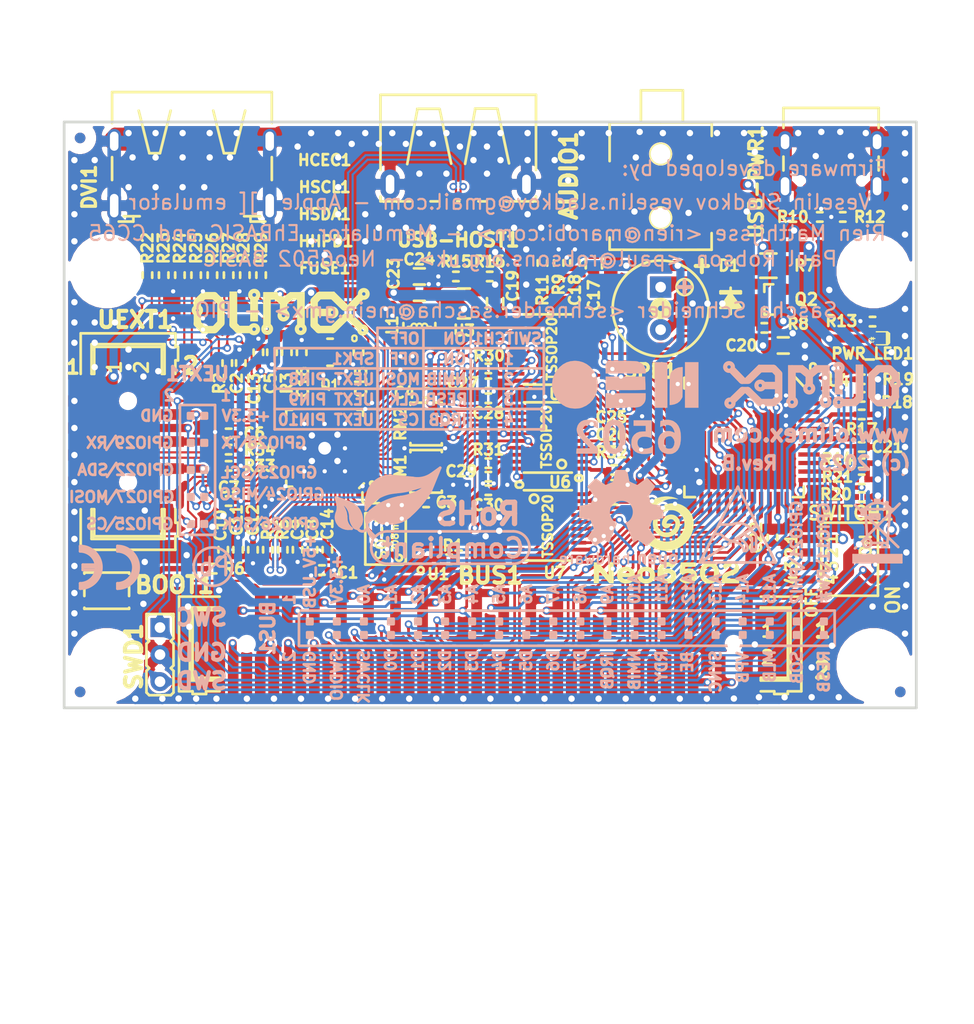
<source format=kicad_pcb>
(kicad_pcb (version 20171130) (host pcbnew 5.1.0-rc2-unknown-036be7d~80~ubuntu16.04.1)
  (title_block (title Neo6502) (date 2024-05-27) (rev B1) (company "OLIMEX LTD.") (comment 1 www.olimex.com))
  (layers (0 F.Cu signal) (31 B.Cu signal) (34 B.Paste user hide) (35 F.Paste user hide) (36 B.SilkS user) (37 F.SilkS user) (38 B.Mask user) (39 F.Mask user) (44 Edge.Cuts user))
  (net 0 "")
  (net 1 GND)
  (net 2 "Net-(FID1-PadFid1)")
  (net 3 "Net-(FID2-PadFid1)")
  (net 4 "Net-(FID3-PadFid1)")
  (net 5 "Net-(FID4-PadFid1)")
  (net 6 "Net-(FID5-PadFid1)")
  (net 7 "Net-(FID6-PadFid1)")
  (net 8 /USB_D-)
  (net 9 /USB_D+)
  (net 10 +3.3V)
  (net 11 "Net-(AUDIO1-Pad1)")
  (net 12 /BUZZER)
  (net 13 +5V_USB)
  (net 14 "Net-(PWR_LED1-Pad1)")
  (net 15 /+1V1)
  (net 16 /SWDIO)
  (net 17 /SWCLK)
  (net 18 /D2-)
  (net 19 /D2+)
  (net 20 /D1-)
  (net 21 /D1+)
  (net 22 "Net-(C15-Pad1)")
  (net 23 "Net-(C16-Pad1)")
  (net 24 /~BOOTSEL)
  (net 25 /A0)
  (net 26 /A1)
  (net 27 /D0)
  (net 28 /A2)
  (net 29 /D1)
  (net 30 /D2)
  (net 31 /A3)
  (net 32 /D3)
  (net 33 /A4)
  (net 34 /D4)
  (net 35 /A5)
  (net 36 /D5)
  (net 37 /A6)
  (net 38 /D6)
  (net 39 /A7)
  (net 40 "/GPIO21\\PHI2(CLK)")
  (net 41 /A15)
  (net 42 /A11)
  (net 43 /A13)
  (net 44 /D7)
  (net 45 /BE)
  (net 46 /A12)
  (net 47 /MLB)
  (net 48 /VPB)
  (net 49 /A9)
  (net 50 /IRQB)
  (net 51 /A10)
  (net 52 /NMIB)
  (net 53 /RESB)
  (net 54 /GPIO11\RW#)
  (net 55 /RDY)
  (net 56 /SOB)
  (net 57 /A14)
  (net 58 /SYNC)
  (net 59 /A8)
  (net 60 /RUN)
  (net 61 "Net-(C17-Pad1)")
  (net 62 /D0+)
  (net 63 /D0-)
  (net 64 /CK+)
  (net 65 /CK-)
  (net 66 "Net-(L1-Pad1)")
  (net 67 /CSn)
  (net 68 "Net-(R3-Pad2)")
  (net 69 /D-)
  (net 70 /D+)
  (net 71 /D_N)
  (net 72 /D_P)
  (net 73 /GPIO20\AUDIO)
  (net 74 /GPIO8\OE1#)
  (net 75 /GPIO9\OE2#)
  (net 76 /GPIO10\OE3#)
  (net 77 /GPIO23\I2C1_SCL)
  (net 78 /GPIO22\I2C1_SDA)
  (net 79 /GPIO0)
  (net 80 "Net-(RM1-Pad1.1)")
  (net 81 /GPIO3)
  (net 82 "Net-(RM1-Pad4.1)")
  (net 83 /GPIO1)
  (net 84 /GPIO2)
  (net 85 "Net-(RM1-Pad2.1)")
  (net 86 "Net-(RM1-Pad3.1)")
  (net 87 "Net-(RM2-Pad3.1)")
  (net 88 "Net-(RM2-Pad2.1)")
  (net 89 /GPIO6)
  (net 90 /GPIO5)
  (net 91 "Net-(RM2-Pad4.1)")
  (net 92 /GPIO7)
  (net 93 "Net-(RM2-Pad1.1)")
  (net 94 /GPIO4)
  (net 95 /IO1)
  (net 96 /IO2)
  (net 97 /IO0)
  (net 98 /CLK)
  (net 99 /IO3)
  (net 100 "/GPIO24\\SPI1_RX(MISO)")
  (net 101 "/GPIO25\\SPI1_CSn(CS#)")
  (net 102 "/GPIO26\\SPI1_SCK(CLK)")
  (net 103 "/GPIO27\\SPI1_TX(MOSI)")
  (net 104 /GPIO28\UART0_TX)
  (net 105 /GPIO29\UART0_RX)
  (net 106 "Net-(U4-Pad42)")
  (net 107 "Net-(U4-Pad37)")
  (net 108 "Net-(U4-Pad33)")
  (net 109 "Net-(U4-Pad6)")
  (net 110 /HDMI_D2+)
  (net 111 /HDMI_D2-)
  (net 112 /HDMI_D1+)
  (net 113 /HDMI_D1-)
  (net 114 /HDMI_D0+)
  (net 115 /HDMI_D0-)
  (net 116 /HDMI_CK+)
  (net 117 /HDMI_CK-)
  (net 118 "Net-(R10-Pad2)")
  (net 119 "Net-(R12-Pad2)")
  (net 120 "Net-(R15-Pad1)")
  (net 121 "Net-(D1-Pad2)")
  (net 122 "Net-(D1-Pad1)")
  (net 123 "Net-(USB-PWR1-PadA8)")
  (net 124 "Net-(USB-PWR1-PadB8)")
  (net 125 /SPK)
  (net 126 "Net-(DVI1-Pad19)")
  (net 127 "Net-(DVI1-Pad18)")
  (net 128 "Net-(DVI1-Pad16)")
  (net 129 "Net-(DVI1-Pad15)")
  (net 130 "Net-(DVI1-Pad14)")
  (net 131 "Net-(DVI1-Pad13)")
  (module "OLIMEX_Connectors-FP:USB2.0_TYPE-C(A40-00119-A52-12)_Paste" (layer F.Cu) (at 172 68 90)
    (fp_text reference USB-PWR1 (at -2.612 -7.027 270) (layer F.SilkS) (effects (font (size 1.27 1.27) (thickness 0.3175))))
    (fp_text value "USB-C-16P-F(A40-00119-A52-12)")
    (pad A12 smd rect (at -3.932 -3.325 180) (size 0.3 1.15) (layers F.Cu F.Paste F.Mask) (net 1 GND))
    (pad A1 smd rect (at -3.932 3.325 180) (size 0.3 1.15) (layers F.Cu F.Paste F.Mask) (net 1 GND))
    (pad B1 smd rect (at -3.932 -3.075 180) (size 0.3 1.15) (layers F.Cu F.Paste F.Mask) (net 1 GND))
    (pad B12 smd rect (at -3.932 3.075 180) (size 0.3 1.15) (layers F.Cu F.Paste F.Mask) (net 1 GND))
    (pad A9 smd rect (at -3.932 -2.525 180) (size 0.3 1.15) (layers F.Cu F.Paste F.Mask) (net 13 +5V_USB))
    (pad A4 smd rect (at -3.932 2.525 180) (size 0.3 1.15) (layers F.Cu F.Paste F.Mask) (net 13 +5V_USB))
    (pad B4 smd rect (at -3.932 -2.275 180) (size 0.3 1.15) (layers F.Cu F.Paste F.Mask) (net 13 +5V_USB))
    (pad B9 smd rect (at -3.932 2.275 180) (size 0.3 1.15) (layers F.Cu F.Paste F.Mask) (net 13 +5V_USB))
    (pad 0 thru_hole oval (at -3.03 4.32 180) (size 1.2 2.2) (drill oval 0.8 1.7) (layers *.Cu *.Mask) (net 1 GND))
    (pad "" np_thru_hole circle (at -2.53 2.89 180) (size 0.6 0.6) (drill 0.6) (layers *.Cu *.Mask))
    (pad 0 thru_hole oval (at 1.15 4.32 180) (size 1.3 2) (drill oval 0.8 1.4) (layers *.Cu *.Mask) (net 1 GND))
    (pad 0 thru_hole oval (at 1.15 -4.32 180) (size 1.3 2) (drill oval 0.8 1.4) (layers *.Cu *.Mask) (net 1 GND))
    (pad 0 thru_hole oval (at -3.03 -4.32 180) (size 1.2 2.2) (drill oval 0.8 1.7) (layers *.Cu *.Mask) (net 1 GND))
    (pad A6 smd rect (at -3.932 0.25 180) (size 0.25 1.15) (layers F.Cu F.Paste F.Mask) (net 72 /D_P))
    (pad B6 smd rect (at -3.932 -0.75 180) (size 0.25 1.15) (layers F.Cu F.Paste F.Mask) (net 72 /D_P))
    (pad A8 smd rect (at -3.932 -1.25 180) (size 0.25 1.15) (layers F.Cu F.Paste F.Mask) (net 123 "Net-(USB-PWR1-PadA8)"))
    (pad A7 smd rect (at -3.932 -0.25 180) (size 0.25 1.15) (layers F.Cu F.Paste F.Mask) (net 71 /D_N))
    (pad B5 smd rect (at -3.932 -1.75 180) (size 0.25 1.15) (layers F.Cu F.Paste F.Mask) (net 118 "Net-(R10-Pad2)"))
    (pad B7 smd rect (at -3.932 0.75 180) (size 0.25 1.15) (layers F.Cu F.Paste F.Mask) (net 71 /D_N))
    (pad A5 smd rect (at -3.932 1.25 180) (size 0.25 1.15) (layers F.Cu F.Paste F.Mask) (net 119 "Net-(R12-Pad2)"))
    (pad B8 smd rect (at -3.932 1.75 180) (size 0.25 1.15) (layers F.Cu F.Paste F.Mask) (net 124 "Net-(USB-PWR1-PadB8)"))
    (pad "" np_thru_hole circle (at -2.53 -2.89 180) (size 0.6 0.6) (drill 0.6) (layers *.Cu *.Mask))
    (pad 0 smd rect (at -3.03 4.9276 180) (size 1.1 2.2) (layers F.Cu F.Paste F.Mask) (net 1 GND))
    (pad 0 smd rect (at 1.15 4.9276 180) (size 1.1 2) (layers F.Cu F.Paste F.Mask) (net 1 GND))
    (pad 0 smd rect (at -3.03 -4.9276 180) (size 1.1 2.2) (layers F.Cu F.Paste F.Mask) (net 1 GND))
    (pad 0 smd rect (at 1.15 -4.9276 180) (size 1.1 2) (layers F.Cu F.Paste F.Mask) (net 1 GND))
  )
  (module OLIMEX_Signs-FP:Neo6502_Sign_Small_NEW2 (layer B.Cu) (at 152.781 91.948 180)
    (fp_text reference NEO6502_NEW hide)
    (fp_text value LOGO hide)
  )
  (module OLIMEX_Signs-FP:Neo6502_Sign_Small (layer F.Cu) (at 156.464 104.394)
    (fp_text reference NEO_LOGO_SMALL* hide)
    (fp_text value LOGO hide)
  )
  (module OLIMEX_Connectors-FP:USB-A-SMT-6.3H_HOST_Female (layer F.Cu) (at 137 68 180)
    (fp_text reference USB-HOST1 (at 0 -8.073 180) (layer F.SilkS) (effects (font (size 1.27 1.27) (thickness 0.3175))))
    (fp_text value USB-A-SMT-6.3H)
    (pad 4 smd rect (at 3.5 -5.05 180) (size 1 2) (layers F.Cu F.Paste F.Mask) (net 1 GND))
    (pad 3 smd rect (at 1 -5.05 180) (size 1 2) (layers F.Cu F.Paste F.Mask) (net 9 /USB_D+))
    (pad 2 smd rect (at -1 -5.05 180) (size 1 2) (layers F.Cu F.Paste F.Mask) (net 8 /USB_D-))
    (pad 1 smd rect (at -3.5 -5.05 180) (size 1 2) (layers F.Cu F.Paste F.Mask) (net 13 +5V_USB))
    (pad 5 thru_hole oval (at 6.4 -2.85 180) (size 1.8 2.8) (drill oval 0.8 1.8) (layers *.Cu *.Mask) (net 1 GND))
    (pad 5 thru_hole oval (at -6.4 -2.85 180) (size 1.8 2.8) (drill oval 0.8 1.8) (layers *.Cu *.Mask) (net 1 GND))
  )
  (module OLIMEX_Connectors-FP:HDMI-SWM-19_Paste (layer F.Cu) (at 112 68.25)
    (fp_text reference DVI1 (at -9.638 2.87 90) (layer F.SilkS) (effects (font (size 1.27 1.27) (thickness 0.3175))))
    (fp_text value HDMI-SWM-19)
    (pad 0 thru_hole oval (at 7.3 -1.45) (size 1.3 2.3) (drill oval 0.8 1.8) (layers *.Cu *.Mask) (net 1 GND))
    (pad 19 smd rect (at 4.5 5.55 90) (size 1.6 0.25) (layers F.Cu F.Paste F.Mask) (net 126 "Net-(DVI1-Pad19)"))
    (pad 18 smd rect (at 4 5.55 90) (size 1.6 0.25) (layers F.Cu F.Paste F.Mask) (net 127 "Net-(DVI1-Pad18)"))
    (pad 17 smd rect (at 3.5 5.55 90) (size 1.6 0.25) (layers F.Cu F.Paste F.Mask) (net 1 GND))
    (pad 16 smd rect (at 3 5.55 90) (size 1.6 0.25) (layers F.Cu F.Paste F.Mask) (net 128 "Net-(DVI1-Pad16)"))
    (pad 15 smd rect (at 2.5 5.55 90) (size 1.6 0.25) (layers F.Cu F.Paste F.Mask) (net 129 "Net-(DVI1-Pad15)"))
    (pad 14 smd rect (at 2 5.55 90) (size 1.6 0.25) (layers F.Cu F.Paste F.Mask) (net 130 "Net-(DVI1-Pad14)"))
    (pad 13 smd rect (at 1.5 5.55 90) (size 1.6 0.25) (layers F.Cu F.Paste F.Mask) (net 131 "Net-(DVI1-Pad13)"))
    (pad 12 smd rect (at 1 5.55 90) (size 1.6 0.25) (layers F.Cu F.Paste F.Mask) (net 65 /CK-))
    (pad 11 smd rect (at 0.5 5.55 90) (size 1.6 0.25) (layers F.Cu F.Paste F.Mask) (net 1 GND))
    (pad 10 smd rect (at 0 5.55 90) (size 1.6 0.25) (layers F.Cu F.Paste F.Mask) (net 64 /CK+))
    (pad 9 smd rect (at -0.5 5.55 90) (size 1.6 0.25) (layers F.Cu F.Paste F.Mask) (net 63 /D0-))
    (pad 8 smd rect (at -1 5.55 90) (size 1.6 0.25) (layers F.Cu F.Paste F.Mask) (net 1 GND))
    (pad 7 smd rect (at -1.5 5.55 90) (size 1.6 0.25) (layers F.Cu F.Paste F.Mask) (net 62 /D0+))
    (pad 6 smd rect (at -2 5.55 90) (size 1.6 0.25) (layers F.Cu F.Paste F.Mask) (net 20 /D1-))
    (pad 5 smd rect (at -2.5 5.55 90) (size 1.6 0.25) (layers F.Cu F.Paste F.Mask) (net 1 GND))
    (pad 4 smd rect (at -3 5.55 90) (size 1.6 0.25) (layers F.Cu F.Paste F.Mask) (net 21 /D1+))
    (pad 3 smd rect (at -3.5 5.55 90) (size 1.6 0.25) (layers F.Cu F.Paste F.Mask) (net 18 /D2-))
    (pad 2 smd rect (at -4 5.55 90) (size 1.6 0.25) (layers F.Cu F.Paste F.Mask) (net 1 GND))
    (pad 1 smd rect (at -4.5 5.55 90) (size 1.6 0.25) (layers F.Cu F.Paste F.Mask) (net 19 /D2+))
    (pad 0 thru_hole oval (at -7.3 -1.45) (size 1.3 2.3) (drill oval 0.8 1.8) (layers *.Cu *.Mask) (net 1 GND))
    (pad 0 thru_hole oval (at -7.3 4.6) (size 1.3 2.7) (drill oval 0.8 2.2) (layers *.Cu *.Mask) (net 1 GND))
    (pad 0 thru_hole oval (at 7.3 4.6) (size 1.3 2.7) (drill oval 0.8 2.2) (layers *.Cu *.Mask) (net 1 GND))
  )
  (module OLIMEX_Connectors-FP:GBH-254-SMT-40 (layer F.Cu) (at 140 114 180)
    (fp_text reference BUS1 (at 0 6.431) (layer F.SilkS) (effects (font (size 1.524 1.524) (thickness 0.381))))
    (fp_text value P-B-V-40-LF)
    (fp_text user 2 (at -26.035 -1.27) (layer F.SilkS) (effects (font (size 1.27 1.27) (thickness 0.254))))
    (fp_text user 1 (at -26.035 1.27) (layer F.SilkS) (effects (font (size 1.27 1.27) (thickness 0.254))))
    (pad "" np_thru_hole circle (at 22.86 0 180) (size 1.2 1.2) (drill 1.2) (layers *.Cu *.Mask))
    (pad "" np_thru_hole circle (at -22.86 0 180) (size 1.2 1.2) (drill 1.2) (layers *.Cu *.Mask))
    (pad 40 smd rect (at 24.13 -3.125 270) (size 4.25 1) (layers F.Cu F.Mask) (net 53 /RESB))
    (pad 39 smd rect (at 24.13 3.125 90) (size 4.25 1) (layers F.Cu F.Mask) (net 54 /GPIO11\RW#))
    (pad 38 smd rect (at 21.59 -3.125 270) (size 4.25 1) (layers F.Cu F.Mask) (net 56 /SOB))
    (pad 37 smd rect (at 21.59 3.125 90) (size 4.25 1) (layers F.Cu F.Mask) (net 40 "/GPIO21\\PHI2(CLK)"))
    (pad 36 smd rect (at 19.05 -3.125 270) (size 4.25 1) (layers F.Cu F.Mask) (net 47 /MLB))
    (pad 35 smd rect (at 19.05 3.125 90) (size 4.25 1) (layers F.Cu F.Mask) (net 41 /A15))
    (pad 34 smd rect (at 16.51 -3.125 270) (size 4.25 1) (layers F.Cu F.Mask) (net 48 /VPB))
    (pad 33 smd rect (at 16.51 3.125 90) (size 4.25 1) (layers F.Cu F.Mask) (net 57 /A14))
    (pad 32 smd rect (at 13.97 -3.125 270) (size 4.25 1) (layers F.Cu F.Mask) (net 58 /SYNC))
    (pad 31 smd rect (at 13.97 3.125 90) (size 4.25 1) (layers F.Cu F.Mask) (net 43 /A13))
    (pad 30 smd rect (at 11.43 -3.125 270) (size 4.25 1) (layers F.Cu F.Mask) (net 45 /BE))
    (pad 29 smd rect (at 11.43 3.125 90) (size 4.25 1) (layers F.Cu F.Mask) (net 46 /A12))
    (pad 28 smd rect (at 8.89 -3.125 270) (size 4.25 1) (layers F.Cu F.Mask) (net 55 /RDY))
    (pad 27 smd rect (at 8.89 3.125 90) (size 4.25 1) (layers F.Cu F.Mask) (net 42 /A11))
    (pad 26 smd rect (at 6.35 -3.125 270) (size 4.25 1) (layers F.Cu F.Mask) (net 52 /NMIB))
    (pad 25 smd rect (at 6.35 3.125 90) (size 4.25 1) (layers F.Cu F.Mask) (net 51 /A10))
    (pad 24 smd rect (at 3.81 -3.125 270) (size 4.25 1) (layers F.Cu F.Mask) (net 50 /IRQB))
    (pad 23 smd rect (at 3.81 3.125 90) (size 4.25 1) (layers F.Cu F.Mask) (net 49 /A9))
    (pad 22 smd rect (at 1.27 -3.125 270) (size 4.25 1) (layers F.Cu F.Mask) (net 44 /D7))
    (pad 21 smd rect (at 1.27 3.125 90) (size 4.25 1) (layers F.Cu F.Mask) (net 59 /A8))
    (pad 20 smd rect (at -1.27 -3.125 270) (size 4.25 1) (layers F.Cu F.Mask) (net 38 /D6))
    (pad 19 smd rect (at -1.27 3.125 270) (size 4.25 1) (layers F.Cu F.Mask) (net 39 /A7))
    (pad 18 smd rect (at -3.81 -3.125 270) (size 4.25 1) (layers F.Cu F.Mask) (net 36 /D5))
    (pad 17 smd rect (at -3.81 3.125 270) (size 4.25 1) (layers F.Cu F.Mask) (net 37 /A6))
    (pad 16 smd rect (at -6.35 -3.125 270) (size 4.25 1) (layers F.Cu F.Mask) (net 34 /D4))
    (pad 15 smd rect (at -6.35 3.125 270) (size 4.25 1) (layers F.Cu F.Mask) (net 35 /A5))
    (pad 14 smd rect (at -8.89 -3.125 270) (size 4.25 1) (layers F.Cu F.Mask) (net 32 /D3))
    (pad 13 smd rect (at -8.89 3.125 270) (size 4.25 1) (layers F.Cu F.Mask) (net 33 /A4))
    (pad 12 smd rect (at -11.43 -3.125 270) (size 4.25 1) (layers F.Cu F.Mask) (net 30 /D2))
    (pad 11 smd rect (at -11.43 3.125 270) (size 4.25 1) (layers F.Cu F.Mask) (net 31 /A3))
    (pad 10 smd rect (at -13.97 -3.125 270) (size 4.25 1) (layers F.Cu F.Mask) (net 29 /D1))
    (pad 9 smd rect (at -13.97 3.125 270) (size 4.25 1) (layers F.Cu F.Mask) (net 28 /A2))
    (pad 8 smd rect (at -16.51 -3.125 270) (size 4.25 1) (layers F.Cu F.Mask) (net 27 /D0))
    (pad 7 smd rect (at -16.51 3.125 270) (size 4.25 1) (layers F.Cu F.Mask) (net 26 /A1))
    (pad 6 smd rect (at -19.05 -3.125 270) (size 4.25 1) (layers F.Cu F.Mask) (net 17 /SWCLK))
    (pad 5 smd rect (at -19.05 3.125 270) (size 4.25 1) (layers F.Cu F.Mask) (net 25 /A0))
    (pad 4 smd rect (at -21.59 -3.125 270) (size 4.25 1) (layers F.Cu F.Mask) (net 16 /SWDIO))
    (pad 3 smd rect (at -21.59 3.125 270) (size 4.25 1) (layers F.Cu F.Mask) (net 10 +3.3V))
    (pad 2 smd rect (at -24.13 -3.125 270) (size 4.25 1) (layers F.Cu F.Mask) (net 1 GND))
    (pad 1 smd rect (at -24.13 3.125 270) (size 4.25 1) (layers F.Cu F.Mask) (net 13 +5V_USB))
  )
  (module OLIMEX_Connectors-FP:GBH-254-SMT-10 (layer F.Cu) (at 106 95 270)
    (fp_text reference UEXT1 (at -11.434 -0.68 180) (layer F.SilkS) (effects (font (size 1.524 1.524) (thickness 0.381))))
    (fp_text value P-B-V-10-LF)
    (fp_text user 1 (at -6.985 1.27 90) (layer F.SilkS) (effects (font (size 1.27 1.27) (thickness 0.254))))
    (fp_text user 2 (at -6.985 -1.27 90) (layer F.SilkS) (effects (font (size 1.27 1.27) (thickness 0.254))))
    (pad "" np_thru_hole circle (at 3.81 0 270) (size 1.2 1.2) (drill 1.2) (layers *.Cu *.Mask))
    (pad 1 smd rect (at -5.08 3.125) (size 4.25 1) (layers F.Cu F.Mask) (net 10 +3.3V))
    (pad 2 smd rect (at -5.08 -3.125) (size 4.25 1) (layers F.Cu F.Mask) (net 1 GND))
    (pad 3 smd rect (at -2.54 3.125) (size 4.25 1) (layers F.Cu F.Mask) (net 104 /GPIO28\UART0_TX))
    (pad 4 smd rect (at -2.54 -3.125) (size 4.25 1) (layers F.Cu F.Mask) (net 105 /GPIO29\UART0_RX))
    (pad 5 smd rect (at 0 3.125) (size 4.25 1) (layers F.Cu F.Mask) (net 77 /GPIO23\I2C1_SCL))
    (pad 6 smd rect (at 0 -3.125) (size 4.25 1) (layers F.Cu F.Mask) (net 78 /GPIO22\I2C1_SDA))
    (pad 7 smd rect (at 2.54 3.125) (size 4.25 1) (layers F.Cu F.Mask) (net 100 "/GPIO24\\SPI1_RX(MISO)"))
    (pad 8 smd rect (at 2.54 -3.125) (size 4.25 1) (layers F.Cu F.Mask) (net 103 "/GPIO27\\SPI1_TX(MOSI)"))
    (pad 9 smd rect (at 5.08 3.125) (size 4.25 1) (layers F.Cu F.Mask) (net 102 "/GPIO26\\SPI1_SCK(CLK)"))
    (pad 10 smd rect (at 5.08 -3.125) (size 4.25 1) (layers F.Cu F.Mask) (net 101 "/GPIO25\\SPI1_CSn(CS#)"))
    (pad "" np_thru_hole circle (at -3.81 0 270) (size 1.2 1.2) (drill 1.2) (layers *.Cu *.Mask))
  )
  (module OLIMEX_Signs-FP:Sign_RoHS_1 (layer B.Cu) (at 142.6718 105.8418 180)
    (fp_text reference Sign_RoHS hide)
    (fp_text value Sign_RoHS hide)
    (fp_text user Compliant (at 6.20014 0.8382) (layer B.SilkS) (effects (font (size 1.778 1.778) (thickness 0.35)) (justify mirror)))
    (fp_text user RoHS (at 3.81508 4.04368) (layer B.SilkS) (effects (font (size 2 2) (thickness 0.5)) (justify mirror)))
  )
  (module OLIMEX_Signs-FP:Sign_RecycleBin_1 (layer B.Cu) (at 178.689 106.426 180)
    (fp_text reference Sign_RecycleBin hide)
    (fp_text value Sign_RecycleBin hide)
  )
  (module OLIMEX_Signs-FP:Sign_PB-Free (layer B.Cu) (at 114.173 106.426)
    (fp_text reference Sign_PB-Free)
    (fp_text value Sign_PB-Free)
    (fp_text user Pb (at -0.08636 0.33528) (layer B.SilkS) (effects (font (size 1.7 1.5) (thickness 0.254)) (justify mirror)))
  )
  (module OLIMEX_Signs-FP:Sign_OSHW_8x8 (layer B.Cu) (at 152.3238 101.727 180)
    (fp_text reference Sign_OSHW_8x8 hide)
    (fp_text value Sign_OSHW_8x8 hide)
    (fp_text user open (at -3.40106 -4.17576) (layer B.SilkS) (effects (font (size 1.1 1.1) (thickness 0.254)) (justify mirror)))
    (fp_text user hardware (at 2.51206 -4.2672) (layer B.SilkS) (effects (font (thickness 0.18)) (justify mirror)))
  )
  (module OLIMEX_Signs-FP:Sign_Antistatic (layer B.Cu) (at 166.8018 106.3498 180)
    (fp_text reference Sign_Antistatic hide)
    (fp_text value Sign_Antistatic hide)
  )
  (module OLIMEX_Signs-FP:Logo_OLIMEX_TB (layer B.Cu) (at 170.053 89.662 180)
    (fp_text reference Logo_OLIMEX_TB-Bottom hide)
    (fp_text value Logo_OLIMEX_TB hide)
  )
  (module OLIMEX_Signs-FP:CE_Sign (layer B.Cu) (at 103.251 106.807 180)
    (fp_text reference Sign_CE hide)
    (fp_text value CE_Sign hide)
  )
  (module OLIMEX_Signs-FP:Logo_OLIMEX_TB (layer F.Cu) (at 120.5 82.804)
    (fp_text reference Logo_OLIMEX_TB-Top hide)
    (fp_text value Logo_OLIMEX_TB hide)
  )
  (module OLIMEX_Connectors-FP:SCJ325P00XG0B02G (layer F.Cu) (at 156 68 270)
    (fp_text reference AUDIO1 (at 2.0405 8.6165 270) (layer F.SilkS) (effects (font (size 1.524 1.524) (thickness 0.381))))
    (fp_text value PJ-3.5-365-5P)
    (pad "" np_thru_hole circle (at 6 0 270) (size 1.7 1.7) (drill 1.7) (layers *.Cu *.Mask))
    (pad "" np_thru_hole circle (at 0 0 270) (size 1.7 1.7) (drill 1.7) (layers *.Cu *.Mask))
    (pad 4 smd rect (at 2.9 -5.3 270) (size 2.1 2.999999) (layers F.Cu F.Paste F.Mask) (net 12 /BUZZER) (clearance 0.0508))
    (pad 5 smd rect (at 2.1 5.3 270) (size 2.1 2.999999) (layers F.Cu F.Paste F.Mask) (net 12 /BUZZER) (clearance 0.0508))
    (pad 3 smd rect (at 6 -5.3 270) (size 2.1 2.999999) (layers F.Cu F.Paste F.Mask) (net 11 "Net-(AUDIO1-Pad1)") (clearance 0.0508))
    (pad 1 smd rect (at 6.3 5.3 270) (size 2.5 2.999999) (layers F.Cu F.Paste F.Mask) (net 11 "Net-(AUDIO1-Pad1)") (clearance 0.0508))
    (pad 2 smd rect (at -0.2 -5.3 270) (size 2.5 2.999999) (layers F.Cu F.Paste F.Mask) (net 1 GND) (clearance 0.0508))
  )
  (module OLIMEX_RLC-FP:C_0402_5MIL_DWS (layer F.Cu) (at 166.497 104.013 90)
    (fp_text reference C22 (at 0 -1.524 90) (layer F.SilkS) (effects (font (size 1.016 1.016) (thickness 0.254))))
    (fp_text value 100nF/10V/20%/X5R/C0402)
    (pad 2 smd rect (at 0.508 0 90) (size 0.5 0.55) (layers F.Cu F.Paste F.Mask) (net 10 +3.3V))
    (pad 1 smd rect (at -0.508 0 270) (size 0.5 0.55) (layers F.Cu F.Paste F.Mask) (net 1 GND))
  )
  (module OLIMEX_Other-FP:Fiducial1x3 (layer F.Cu) (at 101.5 66.5)
    (fp_text reference FID2 hide)
    (fp_text value Fiducial hide)
    (pad Fid1 connect circle (at 0 0) (size 1 1) (layers F.Cu F.Mask) (net 3 "Net-(FID2-PadFid1)") (clearance 1.016))
  )
  (module OLIMEX_Other-FP:Fiducial1x3 (layer F.Cu) (at 178.5 118.5)
    (fp_text reference FID3 hide)
    (fp_text value Fiducial hide)
    (pad Fid1 connect circle (at 0 0) (size 1 1) (layers F.Cu F.Mask) (net 4 "Net-(FID3-PadFid1)") (clearance 1.016))
  )
  (module OLIMEX_Other-FP:Fiducial1x3 (layer B.Cu) (at 101.5 66.5)
    (fp_text reference FID5 hide)
    (fp_text value Fiducial hide)
    (pad Fid1 connect circle (at 0 0) (size 1 1) (layers B.Cu B.Mask) (net 6 "Net-(FID5-PadFid1)") (clearance 1.016))
  )
  (module OLIMEX_Other-FP:Fiducial1x3 (layer B.Cu) (at 178.5 118.5)
    (fp_text reference FID6 hide)
    (fp_text value Fiducial hide)
    (pad Fid1 connect circle (at 0 0) (size 1 1) (layers B.Cu B.Mask) (net 7 "Net-(FID6-PadFid1)") (clearance 1.016))
  )
  (module OLIMEX_Other-FP:Mounting_Hole_Drill-3.3mm_Clerance-7mm (layer F.Cu) (at 104 116)
    (fp_text reference MH1 hide)
    (fp_text value Mounting_Hole_NPTH hide)
    (pad "" np_thru_hole circle (at 0 0) (size 3.300001 3.300001) (drill 3.300001) (layers *.Cu *.Mask) (clearance 1.85))
  )
  (module OLIMEX_Other-FP:Mounting_Hole_Drill-3.3mm_Clerance-7mm (layer F.Cu) (at 176 116)
    (fp_text reference MH2 hide)
    (fp_text value Mounting_Hole_NPTH hide)
    (pad "" np_thru_hole circle (at 0 0) (size 3.300001 3.300001) (drill 3.300001) (layers *.Cu *.Mask) (clearance 1.85))
  )
  (module OLIMEX_Other-FP:Mounting_Hole_Drill-3.3mm_Clerance-7mm (layer F.Cu) (at 176 79)
    (fp_text reference MH3 hide)
    (fp_text value Mounting_Hole_NPTH hide)
    (pad "" np_thru_hole circle (at 0 0) (size 3.300001 3.300001) (drill 3.300001) (layers *.Cu *.Mask) (clearance 1.85))
  )
  (module OLIMEX_Other-FP:Mounting_Hole_Drill-3.3mm_Clerance-7mm (layer F.Cu) (at 104 79)
    (fp_text reference MH4 hide)
    (fp_text value Mounting_Hole_NPTH hide)
    (pad "" np_thru_hole circle (at 0 0) (size 3.300001 3.300001) (drill 3.300001) (layers *.Cu *.Mask) (clearance 1.85))
  )
  (module OLIMEX_LEDs-FP:LED_0603_KA (layer F.Cu) (at 175.87 85.33 180)
    (fp_text reference PWR_LED1 (at -0.025 -1.411) (layer F.SilkS) (effects (font (size 1.016 1.016) (thickness 0.254))))
    (fp_text value LED/RED/0603)
    (pad 1 smd rect (at -0.762 0) (size 0.8 0.8) (layers F.Cu F.Paste F.Mask) (net 14 "Net-(PWR_LED1-Pad1)"))
    (pad 2 smd rect (at 0.762 0) (size 0.8 0.8) (layers F.Cu F.Paste F.Mask) (net 13 +5V_USB))
  )
  (module OLIMEX_RLC-FP:R_0402_5MIL_DWS (layer F.Cu) (at 175.895 83.74 180)
    (fp_text reference R13 (at 2.921 0.047) (layer F.SilkS) (effects (font (size 1.016 1.016) (thickness 0.254))))
    (fp_text value 2.2k/R0402)
    (pad 2 smd rect (at 0.508 0 180) (size 0.5 0.55) (layers F.Cu F.Paste F.Mask) (net 1 GND))
    (pad 1 smd rect (at -0.508 0) (size 0.5 0.55) (layers F.Cu F.Paste F.Mask) (net 14 "Net-(PWR_LED1-Pad1)"))
  )
  (module OLIMEX_RLC-FP:R_0402_5MIL_DWS (layer F.Cu) (at 115.443 97.282 180)
    (fp_text reference R33 (at -2.921 0) (layer F.SilkS) (effects (font (size 1.016 1.016) (thickness 0.254))))
    (fp_text value 2.2k/R0402)
    (pad 2 smd rect (at 0.508 0 180) (size 0.5 0.55) (layers F.Cu F.Paste F.Mask) (net 77 /GPIO23\I2C1_SCL))
    (pad 1 smd rect (at -0.508 0) (size 0.5 0.55) (layers F.Cu F.Paste F.Mask) (net 10 +3.3V))
  )
  (module OLIMEX_RLC-FP:R_0402_5MIL_DWS (layer F.Cu) (at 139.827 88.138 180)
    (fp_text reference R30 (at -0.0635 1.2065) (layer F.SilkS) (effects (font (size 1.016 1.016) (thickness 0.254))))
    (fp_text value 10k/R0402)
    (pad 2 smd rect (at 0.508 0 180) (size 0.5 0.55) (layers F.Cu F.Paste F.Mask) (net 10 +3.3V))
    (pad 1 smd rect (at -0.508 0) (size 0.5 0.55) (layers F.Cu F.Paste F.Mask) (net 74 /GPIO8\OE1#))
  )
  (module OLIMEX_RLC-FP:R_0402_5MIL_DWS (layer F.Cu) (at 115.443 95.758 180)
    (fp_text reference R34 (at -2.921 0) (layer F.SilkS) (effects (font (size 1.016 1.016) (thickness 0.254))))
    (fp_text value 2.2k/R0402)
    (pad 2 smd rect (at 0.508 0 180) (size 0.5 0.55) (layers F.Cu F.Paste F.Mask) (net 78 /GPIO22\I2C1_SDA))
    (pad 1 smd rect (at -0.508 0) (size 0.5 0.55) (layers F.Cu F.Paste F.Mask) (net 10 +3.3V))
  )
  (module OLIMEX_RLC-FP:R_0402_5MIL_DWS (layer F.Cu) (at 165.735 84.328 180)
    (fp_text reference R8 (at -3.175 0.381 180) (layer F.SilkS) (effects (font (size 1.016 1.016) (thickness 0.254))))
    (fp_text value 2.2k/R0402)
    (pad 2 smd rect (at 0.508 0 180) (size 0.5 0.55) (layers F.Cu F.Paste F.Mask) (net 121 "Net-(D1-Pad2)"))
    (pad 1 smd rect (at -0.508 0) (size 0.5 0.55) (layers F.Cu F.Paste F.Mask) (net 125 /SPK))
  )
  (module OLIMEX_RLC-FP:R_0402_5MIL_DWS (layer F.Cu) (at 146.431 78.232 90)
    (fp_text reference R9 (at -2.032 0 90) (layer F.SilkS) (effects (font (size 1.016 1.016) (thickness 0.254))))
    (fp_text value 150R/R0402)
    (pad 2 smd rect (at 0.508 0 90) (size 0.5 0.55) (layers F.Cu F.Paste F.Mask) (net 1 GND))
    (pad 1 smd rect (at -0.508 0 270) (size 0.5 0.55) (layers F.Cu F.Paste F.Mask) (net 61 "Net-(C17-Pad1)"))
  )
  (module OLIMEX_RLC-FP:R_0402_5MIL_DWS (layer F.Cu) (at 144.907 78.232 90)
    (fp_text reference R11 (at -2.54 0 90) (layer F.SilkS) (effects (font (size 1.016 1.016) (thickness 0.254))))
    (fp_text value 270R/R0402)
    (pad 2 smd rect (at 0.508 0 90) (size 0.5 0.55) (layers F.Cu F.Paste F.Mask) (net 73 /GPIO20\AUDIO))
    (pad 1 smd rect (at -0.508 0 270) (size 0.5 0.55) (layers F.Cu F.Paste F.Mask) (net 61 "Net-(C17-Pad1)"))
  )
  (module OLIMEX_RLC-FP:C_0603_5MIL_DWS (layer F.Cu) (at 167.513 85.979)
    (fp_text reference C20 (at -3.937 0) (layer F.SilkS) (effects (font (size 1.016 1.016) (thickness 0.254))))
    (fp_text value 22uF/6.3V/20%/X5R/C0603)
    (pad 2 smd rect (at 0.889 0) (size 1.016 1.016) (layers F.Cu F.Paste F.Mask) (net 1 GND) (clearance 0.0508))
    (pad 1 smd rect (at -0.889 0) (size 1.016 1.016) (layers F.Cu F.Paste F.Mask) (net 10 +3.3V) (clearance 0.0508))
  )
  (module OLIMEX_RLC-FP:C_0603_5MIL_DWS (layer F.Cu) (at 149.733 78.232 90)
    (fp_text reference C17 (at -3.048 0 90) (layer F.SilkS) (effects (font (size 1.016 1.016) (thickness 0.254))))
    (fp_text value 22uF/6.3V/20%/X5R/C0603)
    (pad 2 smd rect (at 0.889 0 90) (size 1.016 1.016) (layers F.Cu F.Paste F.Mask) (net 11 "Net-(AUDIO1-Pad1)") (clearance 0.0508))
    (pad 1 smd rect (at -0.889 0 90) (size 1.016 1.016) (layers F.Cu F.Paste F.Mask) (net 61 "Net-(C17-Pad1)") (clearance 0.0508))
  )
  (module OLIMEX_RLC-FP:C_0402_5MIL_DWS (layer F.Cu) (at 147.955 78.232 90)
    (fp_text reference C18 (at -2.54 0 90) (layer F.SilkS) (effects (font (size 1.016 1.016) (thickness 0.254))))
    (fp_text value 100nF/10V/20%/X5R/C0402)
    (pad 2 smd rect (at 0.508 0 90) (size 0.5 0.55) (layers F.Cu F.Paste F.Mask) (net 1 GND))
    (pad 1 smd rect (at -0.508 0 270) (size 0.5 0.55) (layers F.Cu F.Paste F.Mask) (net 61 "Net-(C17-Pad1)"))
  )
  (module OLIMEX_Diodes-FP:SOD-123_1C-2A_KA (layer F.Cu) (at 162.56 81.788 270)
    (fp_text reference D1 (at -3.302 0.127 180) (layer F.SilkS) (effects (font (size 1.016 1.016) (thickness 0.254))))
    (fp_text value 1N4148W/SOD123)
    (pad 2 smd rect (at 1.9 0 270) (size 1 1.4) (layers F.Cu F.Paste F.Mask) (net 121 "Net-(D1-Pad2)") (clearance 0.0508))
    (pad 1 smd rect (at -1.9 0 270) (size 1 1.4) (layers F.Cu F.Paste F.Mask) (net 122 "Net-(D1-Pad1)") (clearance 0.0508))
  )
  (module OLIMEX_Transistors-FP:SOT23 (layer F.Cu) (at 166.37 81.661)
    (fp_text reference Q2 (at 3.302 0 180) (layer F.SilkS) (effects (font (size 1.1 1.1) (thickness 0.254))))
    (fp_text value "BC817-40(SOT23)")
    (pad 1 smd rect (at 1.10744 0.94996) (size 1.4 1) (layers F.Cu F.Paste F.Mask) (net 125 /SPK) (clearance 0.0508))
    (pad 2 smd rect (at 1.10744 -0.9525) (size 1.4 1) (layers F.Cu F.Paste F.Mask) (net 1 GND) (clearance 0.0508))
    (pad 3 smd rect (at -1.10236 0.00254) (size 1.4 1) (layers F.Cu F.Paste F.Mask) (net 121 "Net-(D1-Pad2)") (clearance 0.0508))
  )
  (module OLIMEX_Buttons-FP:YTS-A016-X (layer F.Cu) (at 104 109)
    (fp_text reference BOOT1 (at 6.363 -0.542 -180) (layer F.SilkS) (effects (font (size 1.524 1.524) (thickness 0.381))))
    (fp_text value YTS-A016-X hide)
    (pad 2 smd rect (at 2.075 1.075) (size 1.05 0.65) (layers F.Cu F.Paste F.Mask) (net 1 GND))
    (pad 2 smd rect (at -2.075 1.075) (size 1.05 0.65) (layers F.Cu F.Paste F.Mask) (net 1 GND))
    (pad 1 smd rect (at 2.075 -1.075) (size 1.05 0.65) (layers F.Cu F.Paste F.Mask) (net 24 /~BOOTSEL))
    (pad 1 smd rect (at -2.075 -1.075) (size 1.05 0.65) (layers F.Cu F.Paste F.Mask) (net 24 /~BOOTSEL))
  )
  (module OLIMEX_RLC-FP:C_0402_5MIL_DWS (layer F.Cu) (at 124.206 107.061)
    (fp_text reference C1 (at 2.413 0.254) (layer F.SilkS) (effects (font (size 1.016 1.016) (thickness 0.254))))
    (fp_text value 100nF/10V/20%/X5R/C0402)
    (pad 2 smd rect (at 0.508 0) (size 0.5 0.55) (layers F.Cu F.Paste F.Mask) (net 10 +3.3V))
    (pad 1 smd rect (at -0.508 0 180) (size 0.5 0.55) (layers F.Cu F.Paste F.Mask) (net 1 GND))
  )
  (module OLIMEX_RLC-FP:C_0402_5MIL_DWS (layer F.Cu) (at 116.586 87.63 90)
    (fp_text reference C2 (at -1.905 -0.381 90) (layer F.SilkS) (effects (font (size 1.016 1.016) (thickness 0.254))))
    (fp_text value 100nF/10V/20%/X5R/C0402)
    (pad 2 smd rect (at 0.508 0 90) (size 0.5 0.55) (layers F.Cu F.Paste F.Mask) (net 1 GND))
    (pad 1 smd rect (at -0.508 0 270) (size 0.5 0.55) (layers F.Cu F.Paste F.Mask) (net 60 /RUN))
  )
  (module OLIMEX_RLC-FP:C_0402_5MIL_DWS (layer F.Cu) (at 133.985 100.711)
    (fp_text reference C3 (at 1.905 0) (layer F.SilkS) (effects (font (size 1.016 1.016) (thickness 0.254))))
    (fp_text value 100nF/10V/20%/X5R/C0402)
    (pad 2 smd rect (at 0.508 0) (size 0.5 0.55) (layers F.Cu F.Paste F.Mask) (net 1 GND))
    (pad 1 smd rect (at -0.508 0 180) (size 0.5 0.55) (layers F.Cu F.Paste F.Mask) (net 10 +3.3V))
  )
  (module OLIMEX_RLC-FP:C_0402_5MIL_DWS (layer F.Cu) (at 133.985 90.424)
    (fp_text reference C4 (at -2.032 0) (layer F.SilkS) (effects (font (size 1.016 1.016) (thickness 0.254))))
    (fp_text value 100nF/10V/20%/X5R/C0402)
    (pad 1 smd rect (at -0.508 0 180) (size 0.5 0.55) (layers F.Cu F.Paste F.Mask) (net 10 +3.3V))
    (pad 2 smd rect (at 0.508 0) (size 0.5 0.55) (layers F.Cu F.Paste F.Mask) (net 1 GND))
  )
  (module OLIMEX_RLC-FP:C_0402_5MIL_DWS (layer F.Cu) (at 119.507 86.614 90)
    (fp_text reference C5 (at -2.921 -0.127 90) (layer F.SilkS) (effects (font (size 1.016 1.016) (thickness 0.254))))
    (fp_text value 100nF/10V/20%/X5R/C0402)
    (pad 1 smd rect (at -0.508 0 270) (size 0.5 0.55) (layers F.Cu F.Paste F.Mask) (net 10 +3.3V))
    (pad 2 smd rect (at 0.508 0 90) (size 0.5 0.55) (layers F.Cu F.Paste F.Mask) (net 1 GND))
  )
  (module OLIMEX_RLC-FP:C_0402_5MIL_DWS (layer F.Cu) (at 115.443 94.234 180)
    (fp_text reference C6 (at -2.413 0) (layer F.SilkS) (effects (font (size 1.016 1.016) (thickness 0.254))))
    (fp_text value 100nF/10V/20%/X5R/C0402)
    (pad 2 smd rect (at 0.508 0 180) (size 0.5 0.55) (layers F.Cu F.Paste F.Mask) (net 1 GND))
    (pad 1 smd rect (at -0.508 0) (size 0.5 0.55) (layers F.Cu F.Paste F.Mask) (net 10 +3.3V))
  )
  (module OLIMEX_RLC-FP:C_0402_5MIL_DWS (layer F.Cu) (at 115.443 100.584 180)
    (fp_text reference C7 (at 0 1.27) (layer F.SilkS) (effects (font (size 1.016 1.016) (thickness 0.254))))
    (fp_text value 100nF/10V/20%/X5R/C0402)
    (pad 1 smd rect (at -0.508 0) (size 0.5 0.55) (layers F.Cu F.Paste F.Mask) (net 10 +3.3V))
    (pad 2 smd rect (at 0.508 0 180) (size 0.5 0.55) (layers F.Cu F.Paste F.Mask) (net 1 GND))
  )
  (module OLIMEX_RLC-FP:C_0402_5MIL_DWS (layer F.Cu) (at 123.317 105.156 270)
    (fp_text reference C8 (at -1.905 0 90) (layer F.SilkS) (effects (font (size 1.016 1.016) (thickness 0.254))))
    (fp_text value 100nF/10V/20%/X5R/C0402)
    (pad 1 smd rect (at -0.508 0 90) (size 0.5 0.55) (layers F.Cu F.Paste F.Mask) (net 10 +3.3V))
    (pad 2 smd rect (at 0.508 0 270) (size 0.5 0.55) (layers F.Cu F.Paste F.Mask) (net 1 GND))
  )
  (module OLIMEX_RLC-FP:C_0402_5MIL_DWS (layer F.Cu) (at 121.92 105.156 270)
    (fp_text reference C9 (at -1.905 0 90) (layer F.SilkS) (effects (font (size 1.016 1.016) (thickness 0.254))))
    (fp_text value 100nF/10V/20%/X5R/C0402)
    (pad 2 smd rect (at 0.508 0 270) (size 0.5 0.55) (layers F.Cu F.Paste F.Mask) (net 1 GND))
    (pad 1 smd rect (at -0.508 0 90) (size 0.5 0.55) (layers F.Cu F.Paste F.Mask) (net 10 +3.3V))
  )
  (module OLIMEX_RLC-FP:C_0402_5MIL_DWS (layer F.Cu) (at 114.935 105.156 270)
    (fp_text reference C10 (at -2.286 0.254 90) (layer F.SilkS) (effects (font (size 1.016 1.016) (thickness 0.254))))
    (fp_text value 100nF/10V/20%/X5R/C0402)
    (pad 2 smd rect (at 0.508 0 270) (size 0.5 0.55) (layers F.Cu F.Paste F.Mask) (net 1 GND))
    (pad 1 smd rect (at -0.508 0 90) (size 0.5 0.55) (layers F.Cu F.Paste F.Mask) (net 10 +3.3V))
  )
  (module OLIMEX_RLC-FP:C_0402_5MIL_DWS (layer F.Cu) (at 116.332 105.156 270)
    (fp_text reference C11 (at -2.794 0.127 90) (layer F.SilkS) (effects (font (size 1.016 1.016) (thickness 0.254))))
    (fp_text value 2.2uF/6.3V/20%/X5R/C0402)
    (pad 2 smd rect (at 0.508 0 270) (size 0.5 0.55) (layers F.Cu F.Paste F.Mask) (net 1 GND))
    (pad 1 smd rect (at -0.508 0 90) (size 0.5 0.55) (layers F.Cu F.Paste F.Mask) (net 10 +3.3V))
  )
  (module OLIMEX_RLC-FP:C_0402_5MIL_DWS (layer F.Cu) (at 117.729 105.156 270)
    (fp_text reference C12 (at -2.794 0 90) (layer F.SilkS) (effects (font (size 1.016 1.016) (thickness 0.254))))
    (fp_text value 2.2uF/6.3V/20%/X5R/C0402)
    (pad 1 smd rect (at -0.508 0 90) (size 0.5 0.55) (layers F.Cu F.Paste F.Mask) (net 15 /+1V1))
    (pad 2 smd rect (at 0.508 0 270) (size 0.5 0.55) (layers F.Cu F.Paste F.Mask) (net 1 GND))
  )
  (module OLIMEX_RLC-FP:C_0402_5MIL_DWS (layer F.Cu) (at 118.237 86.614 90)
    (fp_text reference C13 (at -3.429 -0.381 90) (layer F.SilkS) (effects (font (size 1.016 1.016) (thickness 0.254))))
    (fp_text value 100nF/10V/20%/X5R/C0402)
    (pad 1 smd rect (at -0.508 0 270) (size 0.5 0.55) (layers F.Cu F.Paste F.Mask) (net 15 /+1V1))
    (pad 2 smd rect (at 0.508 0 90) (size 0.5 0.55) (layers F.Cu F.Paste F.Mask) (net 1 GND))
  )
  (module OLIMEX_RLC-FP:C_0402_5MIL_DWS (layer F.Cu) (at 124.714 105.156 270)
    (fp_text reference C14 (at -2.413 0 90) (layer F.SilkS) (effects (font (size 1.016 1.016) (thickness 0.254))))
    (fp_text value 100nF/10V/20%/X5R/C0402)
    (pad 2 smd rect (at 0.508 0 270) (size 0.5 0.55) (layers F.Cu F.Paste F.Mask) (net 1 GND))
    (pad 1 smd rect (at -0.508 0 90) (size 0.5 0.55) (layers F.Cu F.Paste F.Mask) (net 15 /+1V1))
  )
  (module OLIMEX_RLC-FP:C_0402_5MIL_DWS (layer F.Cu) (at 127.635 86.614 270)
    (fp_text reference C15 (at 2.794 -0.254 90) (layer F.SilkS) (effects (font (size 1.016 1.016) (thickness 0.254))))
    (fp_text value 18pF/50V/5%/C0G/C0402)
    (pad 1 smd rect (at -0.508 0 90) (size 0.5 0.55) (layers F.Cu F.Paste F.Mask) (net 22 "Net-(C15-Pad1)"))
    (pad 2 smd rect (at 0.508 0 270) (size 0.5 0.55) (layers F.Cu F.Paste F.Mask) (net 1 GND))
  )
  (module OLIMEX_RLC-FP:C_0402_5MIL_DWS (layer F.Cu) (at 122.301 86.614 90)
    (fp_text reference C16 (at -2.794 0.127 90) (layer F.SilkS) (effects (font (size 1.016 1.016) (thickness 0.254))))
    (fp_text value 18pF/50V/5%/C0G/C0402)
    (pad 2 smd rect (at 0.508 0 90) (size 0.5 0.55) (layers F.Cu F.Paste F.Mask) (net 1 GND))
    (pad 1 smd rect (at -0.508 0 270) (size 0.5 0.55) (layers F.Cu F.Paste F.Mask) (net 23 "Net-(C16-Pad1)"))
  )
  (module OLIMEX_RLC-FP:C_0603_5MIL_DWS (layer F.Cu) (at 140.462 82.042 90)
    (fp_text reference C19 (at 1.651 1.651 270) (layer F.SilkS) (effects (font (size 1.016 1.016) (thickness 0.254))))
    (fp_text value 22uF/6.3V/20%/X5R/C0603)
    (pad 1 smd rect (at -0.889 0 90) (size 1.016 1.016) (layers F.Cu F.Paste F.Mask) (net 13 +5V_USB) (clearance 0.0508))
    (pad 2 smd rect (at 0.889 0 90) (size 1.016 1.016) (layers F.Cu F.Paste F.Mask) (net 1 GND) (clearance 0.0508))
  )
  (module OLIMEX_RLC-FP:C_0402_5MIL_DWS (layer F.Cu) (at 174.879 95.504001)
    (fp_text reference C21 (at 2.413 -0.000001) (layer F.SilkS) (effects (font (size 1.016 1.016) (thickness 0.254))))
    (fp_text value 100nF/10V/20%/X5R/C0402)
    (pad 1 smd rect (at -0.508 0 180) (size 0.5 0.55) (layers F.Cu F.Paste F.Mask) (net 53 /RESB))
    (pad 2 smd rect (at 0.508 0) (size 0.5 0.55) (layers F.Cu F.Paste F.Mask) (net 1 GND))
  )
  (module OLIMEX_RLC-FP:C_0603_5MIL_DWS (layer F.Cu) (at 133.350001 81.026)
    (fp_text reference C23 (at -2.413001 -1.778 90) (layer F.SilkS) (effects (font (size 1.016 1.016) (thickness 0.254))))
    (fp_text value 22uF/6.3V/20%/X5R/C0603)
    (pad 1 smd rect (at -0.889 0) (size 1.016 1.016) (layers F.Cu F.Paste F.Mask) (net 10 +3.3V) (clearance 0.0508))
    (pad 2 smd rect (at 0.889 0) (size 1.016 1.016) (layers F.Cu F.Paste F.Mask) (net 1 GND) (clearance 0.0508))
  )
  (module OLIMEX_RLC-FP:C_0603_5MIL_DWS (layer F.Cu) (at 133.35 79.502)
    (fp_text reference C24 (at 0 -1.603) (layer F.SilkS) (effects (font (size 1.016 1.016) (thickness 0.254))))
    (fp_text value 22uF/6.3V/20%/X5R/C0603)
    (pad 2 smd rect (at 0.889 0) (size 1.016 1.016) (layers F.Cu F.Paste F.Mask) (net 1 GND) (clearance 0.0508))
    (pad 1 smd rect (at -0.889 0) (size 1.016 1.016) (layers F.Cu F.Paste F.Mask) (net 10 +3.3V) (clearance 0.0508))
  )
  (module OLIMEX_RLC-FP:C_0402_5MIL_DWS (layer F.Cu) (at 151.638 97.663 180)
    (fp_text reference C25 (at 0.254 4.953) (layer F.SilkS) (effects (font (size 1.016 1.016) (thickness 0.254))))
    (fp_text value 2.2uF/6.3V/20%/X5R/C0402)
    (pad 1 smd rect (at -0.508 0) (size 0.5 0.55) (layers F.Cu F.Paste F.Mask) (net 1 GND))
    (pad 2 smd rect (at 0.508 0 180) (size 0.5 0.55) (layers F.Cu F.Paste F.Mask) (net 10 +3.3V))
  )
  (module OLIMEX_RLC-FP:C_0402_5MIL_DWS (layer F.Cu) (at 151.638 99.06 180)
    (fp_text reference C26 (at 0.254 4.699) (layer F.SilkS) (effects (font (size 1.016 1.016) (thickness 0.254))))
    (fp_text value 100nF/10V/20%/X5R/C0402)
    (pad 2 smd rect (at 0.508 0 180) (size 0.5 0.55) (layers F.Cu F.Paste F.Mask) (net 10 +3.3V))
    (pad 1 smd rect (at -0.508 0) (size 0.5 0.55) (layers F.Cu F.Paste F.Mask) (net 1 GND))
  )
  (module OLIMEX_RLC-FP:C_0402_5MIL_DWS (layer F.Cu) (at 139.827 89.535)
    (fp_text reference C27 (at -2.413 0) (layer F.SilkS) (effects (font (size 1.016 1.016) (thickness 0.254))))
    (fp_text value 100nF/10V/20%/X5R/C0402)
    (pad 1 smd rect (at -0.508 0 180) (size 0.5 0.55) (layers F.Cu F.Paste F.Mask) (net 1 GND))
    (pad 2 smd rect (at 0.508 0) (size 0.5 0.55) (layers F.Cu F.Paste F.Mask) (net 10 +3.3V))
  )
  (module OLIMEX_RLC-FP:C_0402_5MIL_DWS (layer F.Cu) (at 139.827 90.932)
    (fp_text reference C28 (at 0 1.397) (layer F.SilkS) (effects (font (size 1.016 1.016) (thickness 0.254))))
    (fp_text value 2.2uF/6.3V/20%/X5R/C0402)
    (pad 2 smd rect (at 0.508 0) (size 0.5 0.55) (layers F.Cu F.Paste F.Mask) (net 10 +3.3V))
    (pad 1 smd rect (at -0.508 0 180) (size 0.5 0.55) (layers F.Cu F.Paste F.Mask) (net 1 GND))
  )
  (module OLIMEX_RLC-FP:C_0402_5MIL_DWS (layer F.Cu) (at 139.827 98.298)
    (fp_text reference C29 (at -2.54 -0.508 180) (layer F.SilkS) (effects (font (size 1.016 1.016) (thickness 0.254))))
    (fp_text value 100nF/10V/20%/X5R/C0402)
    (pad 1 smd rect (at -0.508 0 180) (size 0.5 0.55) (layers F.Cu F.Paste F.Mask) (net 1 GND))
    (pad 2 smd rect (at 0.508 0) (size 0.5 0.55) (layers F.Cu F.Paste F.Mask) (net 10 +3.3V))
  )
  (module OLIMEX_RLC-FP:C_0402_5MIL_DWS (layer F.Cu) (at 139.827 99.568)
    (fp_text reference C30 (at 0 1.397) (layer F.SilkS) (effects (font (size 1.016 1.016) (thickness 0.254))))
    (fp_text value 2.2uF/6.3V/20%/X5R/C0402)
    (pad 1 smd rect (at -0.508 0 180) (size 0.5 0.55) (layers F.Cu F.Paste F.Mask) (net 1 GND))
    (pad 2 smd rect (at 0.508 0) (size 0.5 0.55) (layers F.Cu F.Paste F.Mask) (net 10 +3.3V))
  )
  (module OLIMEX_Other-FP:TESTPAD_40-ROUND (layer F.Cu) (at 124.46 67.23 90)
    (fp_text reference HCEC1 (at -1.35 0 unlocked) (layer F.SilkS) (effects (font (size 1.016 1.016) (thickness 0.254))))
    (fp_text value TESTPAD hide)
    (pad 1 smd circle (at 0 0 90) (size 1 1) (layers F.Cu F.Mask) (net 131 "Net-(DVI1-Pad13)"))
  )
  (module OLIMEX_Devices-FP:FUSE-1206 (layer F.Cu) (at 120.396 77.978 90)
    (fp_text reference FUSE1 (at -0.762 4.064) (layer F.SilkS) (effects (font (size 1.016 1.016) (thickness 0.254))))
    (fp_text value "1N5819S4(SOD-123)")
    (pad 1 smd rect (at -1.4 0 90) (size 1.6 1.8) (layers F.Cu F.Paste F.Mask) (net 13 +5V_USB))
    (pad 2 smd rect (at 1.4 0 90) (size 1.6 1.8) (layers F.Cu F.Paste F.Mask) (net 127 "Net-(DVI1-Pad18)"))
  )
  (module OLIMEX_RLC-FP:CD32 (layer F.Cu) (at 133.35 84.074 90)
    (fp_text reference L1 (at 0 -2.54 90) (layer F.SilkS) (effects (font (size 1.016 1.016) (thickness 0.254))))
    (fp_text value "2.2uH/1.5A/DCR=58mR/20%/3.00x3.00x1.50mm/CD32(NRS3015T2R2MNGH)")
    (pad 1 smd rect (at -1.2 0 270) (size 1.6 3) (layers F.Cu F.Paste F.Mask) (net 66 "Net-(L1-Pad1)") (clearance 0.0508))
    (pad 2 smd rect (at 1.2 0 270) (size 1.6 3) (layers F.Cu F.Paste F.Mask) (net 10 +3.3V) (clearance 0.0508))
  )
  (module "OLIMEX_Crystal-FP:TSX-3.2x2.5mm_GND(3)" (layer F.Cu) (at 124.968 86.614 180)
    (fp_text reference Q1 (at 0 -3.048) (layer F.SilkS) (effects (font (size 0.889 0.889) (thickness 0.22225))))
    (fp_text value Q12MHz/20pF/10ppm/4P/3.2x2.5mm)
    (fp_text user o (at -2.286 1.397 180) (layer F.SilkS) (effects (font (size 0.8 0.8) (thickness 0.2))))
    (pad 1 smd rect (at -1.1 0.8 180) (size 1.4 1.2) (layers F.Cu F.Paste F.Mask) (net 22 "Net-(C15-Pad1)"))
    (pad 2 smd rect (at 1.1 -0.8 180) (size 1.4 1.2) (layers F.Cu F.Paste F.Mask) (net 23 "Net-(C16-Pad1)"))
    (pad 3 smd rect (at 1.1 0.8 180) (size 1.4 1.2) (layers F.Cu F.Paste F.Mask) (net 1 GND))
    (pad 3 smd rect (at -1.1 -0.8 180) (size 1.4 1.2) (layers F.Cu F.Paste F.Mask) (net 1 GND))
  )
  (module OLIMEX_RLC-FP:R_0402_5MIL_DWS (layer F.Cu) (at 136.144 106.045 180)
    (fp_text reference R1 (at -0.381 1.27) (layer F.SilkS) (effects (font (size 1.016 1.016) (thickness 0.254))))
    (fp_text value 10k/R0402)
    (pad 1 smd rect (at -0.508 0) (size 0.5 0.55) (layers F.Cu F.Paste F.Mask) (net 10 +3.3V))
    (pad 2 smd rect (at 0.508 0 180) (size 0.5 0.55) (layers F.Cu F.Paste F.Mask) (net 67 /CSn))
  )
  (module OLIMEX_RLC-FP:R_0402_5MIL_DWS (layer F.Cu) (at 115.316 87.63 90)
    (fp_text reference R2 (at -1.905 -0.762 90) (layer F.SilkS) (effects (font (size 1.016 1.016) (thickness 0.254))))
    (fp_text value "NA(10k/R0402)")
    (pad 1 smd rect (at -0.508 0 270) (size 0.5 0.55) (layers F.Cu F.Paste F.Mask) (net 10 +3.3V))
    (pad 2 smd rect (at 0.508 0 90) (size 0.5 0.55) (layers F.Cu F.Paste F.Mask) (net 60 /RUN))
  )
  (module OLIMEX_RLC-FP:R_0402_5MIL_DWS (layer F.Cu) (at 120.904 86.614 270)
    (fp_text reference R3 (at 2.921 0 90) (layer F.SilkS) (effects (font (size 1.016 1.016) (thickness 0.254))))
    (fp_text value 100R/R0402)
    (pad 2 smd rect (at 0.508 0 270) (size 0.5 0.55) (layers F.Cu F.Paste F.Mask) (net 68 "Net-(R3-Pad2)"))
    (pad 1 smd rect (at -0.508 0 90) (size 0.5 0.55) (layers F.Cu F.Paste F.Mask) (net 22 "Net-(C15-Pad1)"))
  )
  (module OLIMEX_RLC-FP:R_0402_5MIL_DWS (layer F.Cu) (at 119.126 105.156 90)
    (fp_text reference R4 (at 1.905 0 90) (layer F.SilkS) (effects (font (size 1.016 1.016) (thickness 0.254))))
    (fp_text value 27R/R0402)
    (pad 2 smd rect (at 0.508 0 90) (size 0.5 0.55) (layers F.Cu F.Paste F.Mask) (net 69 /D-))
    (pad 1 smd rect (at -0.508 0 270) (size 0.5 0.55) (layers F.Cu F.Paste F.Mask) (net 8 /USB_D-))
  )
  (module OLIMEX_RLC-FP:R_0402_5MIL_DWS (layer F.Cu) (at 120.523 105.156 90)
    (fp_text reference R5 (at 1.905 0 90) (layer F.SilkS) (effects (font (size 1.016 1.016) (thickness 0.254))))
    (fp_text value 27R/R0402)
    (pad 1 smd rect (at -0.508 0 270) (size 0.5 0.55) (layers F.Cu F.Paste F.Mask) (net 9 /USB_D+))
    (pad 2 smd rect (at 0.508 0 90) (size 0.5 0.55) (layers F.Cu F.Paste F.Mask) (net 70 /D+))
  )
  (module OLIMEX_RLC-FP:R_0402_5MIL_DWS (layer F.Cu) (at 114.046 106.934 180)
    (fp_text reference R6 (at -1.905 0 180) (layer F.SilkS) (effects (font (size 1.016 1.016) (thickness 0.254))))
    (fp_text value 100R/R0402)
    (pad 2 smd rect (at 0.508 0 180) (size 0.5 0.55) (layers F.Cu F.Paste F.Mask) (net 24 /~BOOTSEL))
    (pad 1 smd rect (at -0.508 0) (size 0.5 0.55) (layers F.Cu F.Paste F.Mask) (net 67 /CSn))
  )
  (module OLIMEX_RLC-FP:R_0402_5MIL_DWS (layer F.Cu) (at 170.942 73.914 180)
    (fp_text reference R10 (at 2.54 0) (layer F.SilkS) (effects (font (size 1.016 1.016) (thickness 0.254))))
    (fp_text value 5.1k/1%/R0402)
    (pad 1 smd rect (at -0.508 0) (size 0.5 0.55) (layers F.Cu F.Paste F.Mask) (net 1 GND))
    (pad 2 smd rect (at 0.508 0 180) (size 0.5 0.55) (layers F.Cu F.Paste F.Mask) (net 118 "Net-(R10-Pad2)"))
  )
  (module OLIMEX_RLC-FP:R_0402_5MIL_DWS (layer F.Cu) (at 173.101 73.914)
    (fp_text reference R12 (at 2.54 0) (layer F.SilkS) (effects (font (size 1.016 1.016) (thickness 0.254))))
    (fp_text value 5.1k/1%/R0402)
    (pad 2 smd rect (at 0.508 0) (size 0.5 0.55) (layers F.Cu F.Paste F.Mask) (net 119 "Net-(R12-Pad2)"))
    (pad 1 smd rect (at -0.508 0 180) (size 0.5 0.55) (layers F.Cu F.Paste F.Mask) (net 1 GND))
  )
  (module OLIMEX_RLC-FP:R_0402_5MIL_DWS (layer F.Cu) (at 174.879 97.028 180)
    (fp_text reference R14 (at 2.286 0.381) (layer F.SilkS) (effects (font (size 1.016 1.016) (thickness 0.254))))
    (fp_text value 10k/R0402)
    (pad 1 smd rect (at -0.508 0) (size 0.5 0.55) (layers F.Cu F.Paste F.Mask) (net 10 +3.3V))
    (pad 2 smd rect (at 0.508 0 180) (size 0.5 0.55) (layers F.Cu F.Paste F.Mask) (net 53 /RESB))
  )
  (module OLIMEX_RLC-FP:R_0402_5MIL_DWS (layer F.Cu) (at 136.779 79.502 180)
    (fp_text reference R15 (at 0 1.397) (layer F.SilkS) (effects (font (size 1.016 1.016) (thickness 0.254))))
    (fp_text value 220k/R0402)
    (pad 2 smd rect (at 0.508 0 180) (size 0.5 0.55) (layers F.Cu F.Paste F.Mask) (net 10 +3.3V))
    (pad 1 smd rect (at -0.508 0) (size 0.5 0.55) (layers F.Cu F.Paste F.Mask) (net 120 "Net-(R15-Pad1)"))
  )
  (module OLIMEX_RLC-FP:R_0402_5MIL_DWS (layer F.Cu) (at 139.954 79.502)
    (fp_text reference R16 (at 0 -1.397) (layer F.SilkS) (effects (font (size 1.016 1.016) (thickness 0.254))))
    (fp_text value 49.9k/1%/R0402)
    (pad 1 smd rect (at -0.508 0 180) (size 0.5 0.55) (layers F.Cu F.Paste F.Mask) (net 120 "Net-(R15-Pad1)"))
    (pad 2 smd rect (at 0.508 0) (size 0.5 0.55) (layers F.Cu F.Paste F.Mask) (net 1 GND))
  )
  (module OLIMEX_RLC-FP:R_0402_5MIL_DWS (layer F.Cu) (at 174.879 92.456)
    (fp_text reference R17 (at 0 1.397) (layer F.SilkS) (effects (font (size 1.016 1.016) (thickness 0.254))))
    (fp_text value 10k/R0402)
    (pad 1 smd rect (at -0.508 0 180) (size 0.5 0.55) (layers F.Cu F.Paste F.Mask) (net 55 /RDY))
    (pad 2 smd rect (at 0.508 0) (size 0.5 0.55) (layers F.Cu F.Paste F.Mask) (net 10 +3.3V))
  )
  (module OLIMEX_RLC-FP:R_0402_5MIL_DWS (layer F.Cu) (at 174.879 90.805)
    (fp_text reference R18 (at 3.302 0.508) (layer F.SilkS) (effects (font (size 1.016 1.016) (thickness 0.254))))
    (fp_text value 10k/R0402)
    (pad 2 smd rect (at 0.508 0) (size 0.5 0.55) (layers F.Cu F.Paste F.Mask) (net 10 +3.3V))
    (pad 1 smd rect (at -0.508 0 180) (size 0.5 0.55) (layers F.Cu F.Paste F.Mask) (net 50 /IRQB))
  )
  (module OLIMEX_RLC-FP:R_0402_5MIL_DWS (layer F.Cu) (at 174.879 89.154)
    (fp_text reference R19 (at 3.429 0) (layer F.SilkS) (effects (font (size 1.016 1.016) (thickness 0.254))))
    (fp_text value 10k/R0402)
    (pad 1 smd rect (at -0.508 0 180) (size 0.5 0.55) (layers F.Cu F.Paste F.Mask) (net 52 /NMIB))
    (pad 2 smd rect (at 0.508 0) (size 0.5 0.55) (layers F.Cu F.Paste F.Mask) (net 10 +3.3V))
  )
  (module OLIMEX_RLC-FP:R_0402_5MIL_DWS (layer F.Cu) (at 174.879 100.203)
    (fp_text reference R20 (at -2.413 -0.254) (layer F.SilkS) (effects (font (size 1.016 1.016) (thickness 0.254))))
    (fp_text value 10k/R0402)
    (pad 2 smd rect (at 0.508 0) (size 0.5 0.55) (layers F.Cu F.Paste F.Mask) (net 10 +3.3V))
    (pad 1 smd rect (at -0.508 0 180) (size 0.5 0.55) (layers F.Cu F.Paste F.Mask) (net 45 /BE))
  )
  (module OLIMEX_RLC-FP:R_0402_5MIL_DWS (layer F.Cu) (at 174.879 98.552)
    (fp_text reference R21 (at -2.286 -0.254) (layer F.SilkS) (effects (font (size 1.016 1.016) (thickness 0.254))))
    (fp_text value 10k/R0402)
    (pad 1 smd rect (at -0.508 0 180) (size 0.5 0.55) (layers F.Cu F.Paste F.Mask) (net 56 /SOB))
    (pad 2 smd rect (at 0.508 0) (size 0.5 0.55) (layers F.Cu F.Paste F.Mask) (net 10 +3.3V))
  )
  (module OLIMEX_RLC-FP:R_0402_5MIL_DWS (layer F.Cu) (at 107.823 79.375 90)
    (fp_text reference R22 (at 2.54 0 90) (layer F.SilkS) (effects (font (size 1.016 1.016) (thickness 0.254))))
    (fp_text value 270R/R0402)
    (pad 1 smd rect (at -0.508 0 270) (size 0.5 0.55) (layers F.Cu F.Paste F.Mask) (net 110 /HDMI_D2+))
    (pad 2 smd rect (at 0.508 0 90) (size 0.5 0.55) (layers F.Cu F.Paste F.Mask) (net 19 /D2+))
  )
  (module OLIMEX_RLC-FP:R_0402_5MIL_DWS (layer F.Cu) (at 109.347 79.375 90)
    (fp_text reference R23 (at 2.54 0 90) (layer F.SilkS) (effects (font (size 1.016 1.016) (thickness 0.254))))
    (fp_text value 270R/R0402)
    (pad 2 smd rect (at 0.508 0 90) (size 0.5 0.55) (layers F.Cu F.Paste F.Mask) (net 18 /D2-))
    (pad 1 smd rect (at -0.508 0 270) (size 0.5 0.55) (layers F.Cu F.Paste F.Mask) (net 111 /HDMI_D2-))
  )
  (module OLIMEX_RLC-FP:R_0402_5MIL_DWS (layer F.Cu) (at 110.871 79.375 90)
    (fp_text reference R24 (at 2.54 0 90) (layer F.SilkS) (effects (font (size 1.016 1.016) (thickness 0.254))))
    (fp_text value 270R/R0402)
    (pad 1 smd rect (at -0.508 0 270) (size 0.5 0.55) (layers F.Cu F.Paste F.Mask) (net 112 /HDMI_D1+))
    (pad 2 smd rect (at 0.508 0 90) (size 0.5 0.55) (layers F.Cu F.Paste F.Mask) (net 21 /D1+))
  )
  (module OLIMEX_RLC-FP:R_0402_5MIL_DWS (layer F.Cu) (at 112.395 79.375 90)
    (fp_text reference R25 (at 2.54 0 90) (layer F.SilkS) (effects (font (size 1.016 1.016) (thickness 0.254))))
    (fp_text value 270R/R0402)
    (pad 2 smd rect (at 0.508 0 90) (size 0.5 0.55) (layers F.Cu F.Paste F.Mask) (net 20 /D1-))
    (pad 1 smd rect (at -0.508 0 270) (size 0.5 0.55) (layers F.Cu F.Paste F.Mask) (net 113 /HDMI_D1-))
  )
  (module OLIMEX_RLC-FP:R_0402_5MIL_DWS (layer F.Cu) (at 113.919 79.375 90)
    (fp_text reference R26 (at 2.54 0 90) (layer F.SilkS) (effects (font (size 1.016 1.016) (thickness 0.254))))
    (fp_text value 270R/R0402)
    (pad 1 smd rect (at -0.508 0 270) (size 0.5 0.55) (layers F.Cu F.Paste F.Mask) (net 114 /HDMI_D0+))
    (pad 2 smd rect (at 0.508 0 90) (size 0.5 0.55) (layers F.Cu F.Paste F.Mask) (net 62 /D0+))
  )
  (module OLIMEX_RLC-FP:R_0402_5MIL_DWS (layer F.Cu) (at 115.443 79.375 90)
    (fp_text reference R27 (at 2.54 0 90) (layer F.SilkS) (effects (font (size 1.016 1.016) (thickness 0.254))))
    (fp_text value 270R/R0402)
    (pad 2 smd rect (at 0.508 0 90) (size 0.5 0.55) (layers F.Cu F.Paste F.Mask) (net 63 /D0-))
    (pad 1 smd rect (at -0.508 0 270) (size 0.5 0.55) (layers F.Cu F.Paste F.Mask) (net 115 /HDMI_D0-))
  )
  (module OLIMEX_RLC-FP:R_0402_5MIL_DWS (layer F.Cu) (at 116.967 79.375 90)
    (fp_text reference R28 (at 2.54 -0.127 90) (layer F.SilkS) (effects (font (size 1.016 1.016) (thickness 0.254))))
    (fp_text value 270R/R0402)
    (pad 1 smd rect (at -0.508 0 270) (size 0.5 0.55) (layers F.Cu F.Paste F.Mask) (net 116 /HDMI_CK+))
    (pad 2 smd rect (at 0.508 0 90) (size 0.5 0.55) (layers F.Cu F.Paste F.Mask) (net 64 /CK+))
  )
  (module OLIMEX_RLC-FP:R_0402_5MIL_DWS (layer F.Cu) (at 118.491 79.375 90)
    (fp_text reference R29 (at 2.54 0 90) (layer F.SilkS) (effects (font (size 1.016 1.016) (thickness 0.254))))
    (fp_text value 270R/R0402)
    (pad 2 smd rect (at 0.508 0 90) (size 0.5 0.55) (layers F.Cu F.Paste F.Mask) (net 65 /CK-))
    (pad 1 smd rect (at -0.508 0 270) (size 0.5 0.55) (layers F.Cu F.Paste F.Mask) (net 117 /HDMI_CK-))
  )
  (module OLIMEX_RLC-FP:R_0402_5MIL_DWS (layer F.Cu) (at 139.827 97.028 180)
    (fp_text reference R31 (at 0 1.27) (layer F.SilkS) (effects (font (size 1.016 1.016) (thickness 0.254))))
    (fp_text value 10k/R0402)
    (pad 2 smd rect (at 0.508 0 180) (size 0.5 0.55) (layers F.Cu F.Paste F.Mask) (net 10 +3.3V))
    (pad 1 smd rect (at -0.508 0) (size 0.5 0.55) (layers F.Cu F.Paste F.Mask) (net 75 /GPIO9\OE2#))
  )
  (module OLIMEX_RLC-FP:R_0402_5MIL_DWS (layer F.Cu) (at 151.638 100.457)
    (fp_text reference R32 (at -0.254 -4.445) (layer F.SilkS) (effects (font (size 1.016 1.016) (thickness 0.254))))
    (fp_text value 10k/R0402)
    (pad 2 smd rect (at 0.508 0) (size 0.5 0.55) (layers F.Cu F.Paste F.Mask) (net 10 +3.3V))
    (pad 1 smd rect (at -0.508 0 180) (size 0.5 0.55) (layers F.Cu F.Paste F.Mask) (net 76 /GPIO10\OE3#))
  )
  (module "OLIMEX_RLC-FP:RA1206_(4X0603)_4B8_xx" (layer F.Cu) (at 133.985 97.79 270)
    (fp_text reference RM1 (at 0 2.413 270) (layer F.SilkS) (effects (font (size 1.016 1.016) (thickness 0.254))))
    (fp_text value "RA1206_(4x0603)_4B8_330R")
    (pad 1.2 smd rect (at -1.27 -0.762 270) (size 0.762 1.016) (layers F.Cu F.Paste F.Mask) (net 81 /GPIO3) (clearance 0.0508))
    (pad 1.1 smd rect (at -1.27 0.762 270) (size 0.762 1.016) (layers F.Cu F.Paste F.Mask) (net 80 "Net-(RM1-Pad1.1)") (clearance 0.0508))
    (pad 4.2 smd rect (at 1.27 -0.762 270) (size 0.762 1.016) (layers F.Cu F.Paste F.Mask) (net 79 /GPIO0) (clearance 0.0508))
    (pad 4.1 smd rect (at 1.27 0.762 270) (size 0.762 1.016) (layers F.Cu F.Paste F.Mask) (net 82 "Net-(RM1-Pad4.1)") (clearance 0.0508))
    (pad 2.2 smd rect (at -0.381 -0.762 270) (size 0.508 1.016) (layers F.Cu F.Paste F.Mask) (net 84 /GPIO2) (clearance 0.0508))
    (pad 3.2 smd rect (at 0.381 -0.762 270) (size 0.508 1.016) (layers F.Cu F.Paste F.Mask) (net 83 /GPIO1) (clearance 0.0508))
    (pad 2.1 smd rect (at -0.381 0.762 270) (size 0.508 1.016) (layers F.Cu F.Paste F.Mask) (net 85 "Net-(RM1-Pad2.1)") (clearance 0.0508))
    (pad 3.1 smd rect (at 0.381 0.762 270) (size 0.508 1.016) (layers F.Cu F.Paste F.Mask) (net 86 "Net-(RM1-Pad3.1)") (clearance 0.0508))
  )
  (module "OLIMEX_RLC-FP:RA1206_(4X0603)_4B8_xx" (layer F.Cu) (at 133.985 93.345 270)
    (fp_text reference RM2 (at 0 2.413 270) (layer F.SilkS) (effects (font (size 1.016 1.016) (thickness 0.254))))
    (fp_text value "RA1206_(4x0603)_4B8_330R")
    (pad 3.1 smd rect (at 0.381 0.762 270) (size 0.508 1.016) (layers F.Cu F.Paste F.Mask) (net 87 "Net-(RM2-Pad3.1)") (clearance 0.0508))
    (pad 2.1 smd rect (at -0.381 0.762 270) (size 0.508 1.016) (layers F.Cu F.Paste F.Mask) (net 88 "Net-(RM2-Pad2.1)") (clearance 0.0508))
    (pad 3.2 smd rect (at 0.381 -0.762 270) (size 0.508 1.016) (layers F.Cu F.Paste F.Mask) (net 90 /GPIO5) (clearance 0.0508))
    (pad 2.2 smd rect (at -0.381 -0.762 270) (size 0.508 1.016) (layers F.Cu F.Paste F.Mask) (net 89 /GPIO6) (clearance 0.0508))
    (pad 4.1 smd rect (at 1.27 0.762 270) (size 0.762 1.016) (layers F.Cu F.Paste F.Mask) (net 91 "Net-(RM2-Pad4.1)") (clearance 0.0508))
    (pad 4.2 smd rect (at 1.27 -0.762 270) (size 0.762 1.016) (layers F.Cu F.Paste F.Mask) (net 94 /GPIO4) (clearance 0.0508))
    (pad 1.1 smd rect (at -1.27 0.762 270) (size 0.762 1.016) (layers F.Cu F.Paste F.Mask) (net 93 "Net-(RM2-Pad1.1)") (clearance 0.0508))
    (pad 1.2 smd rect (at -1.27 -0.762 270) (size 0.762 1.016) (layers F.Cu F.Paste F.Mask) (net 92 /GPIO7) (clearance 0.0508))
  )
  (module OLIMEX_Connectors-FP:HN1x3 (layer F.Cu) (at 109 115 270)
    (fp_text reference SWD1 (at 0.189 2.447 90) (layer F.SilkS) (effects (font (size 1.524 1.524) (thickness 0.381))))
    (fp_text value "NA(HN1x3)")
    (pad 1 thru_hole rect (at -2.54 0 270) (size 1.778 1.778) (drill 1) (layers *.Cu *.Mask) (net 17 /SWCLK))
    (pad 2 thru_hole circle (at 0 0 270) (size 1.778 1.778) (drill 1) (layers *.Cu *.Mask) (net 1 GND))
    (pad 3 thru_hole circle (at 2.54 0 270) (size 1.778 1.778) (drill 1) (layers *.Cu *.Mask) (net 16 /SWDIO))
  )
  (module OLIMEX_IC-FP:SO-8_208mil (layer F.Cu) (at 130.175 104.14 90)
    (fp_text reference U1 (at -3.302 4.953) (layer F.SilkS) (effects (font (size 1.016 1.016) (thickness 0.254))))
    (fp_text value "ZD25Q16BTIGT(SOIC-8_208mils)")
    (fp_text user 208mil (at 0.381 0.889 90) (layer F.SilkS) (effects (font (size 0.635 0.635) (thickness 0.15875))))
    (fp_text user SO-8 (at 0.127 -0.381 90) (layer F.SilkS) (effects (font (size 1.016 1.016) (thickness 0.2032))))
    (pad 1 smd rect (at -1.905 3.235 90) (size 0.6 2.2) (layers F.Cu F.Paste F.Mask) (net 67 /CSn) (clearance 0.0508))
    (pad 2 smd rect (at -0.635 3.235 90) (size 0.6 2.2) (layers F.Cu F.Paste F.Mask) (net 95 /IO1) (clearance 0.0508))
    (pad 3 smd rect (at 0.635 3.235 90) (size 0.6 2.2) (layers F.Cu F.Paste F.Mask) (net 96 /IO2) (clearance 0.0508))
    (pad 4 smd rect (at 1.905 3.235 90) (size 0.6 2.2) (layers F.Cu F.Paste F.Mask) (net 1 GND) (clearance 0.0508))
    (pad 5 smd rect (at 1.905 -3.235 90) (size 0.6 2.2) (layers F.Cu F.Paste F.Mask) (net 97 /IO0) (clearance 0.0508))
    (pad 6 smd rect (at 0.635 -3.235 90) (size 0.6 2.2) (layers F.Cu F.Paste F.Mask) (net 98 /CLK) (clearance 0.0508))
    (pad 7 smd rect (at -0.635 -3.235 90) (size 0.6 2.2) (layers F.Cu F.Paste F.Mask) (net 99 /IO3) (clearance 0.0508))
    (pad 8 smd rect (at -1.905 -3.235 90) (size 0.6 2.2) (layers F.Cu F.Paste F.Mask) (net 10 +3.3V) (clearance 0.0508))
  )
  (module OLIMEX_IC-FP:QFN56_7x7_Pitch_0.4mm (layer F.Cu) (at 124.46 95.626 90)
    (fp_text reference U2 (at -4.704 4.318 180) (layer F.SilkS) (effects (font (size 1.016 1.016) (thickness 0.254))))
    (fp_text value "RP2040(QFN-56_7x7mm_P0.4mm)")
    (pad 57 smd rect (at 0 0 180) (size 3.2 3.2) (layers F.Cu F.Mask) (net 1 GND))
    (pad 57 thru_hole circle (at -1.2 1.2 180) (size 1 1) (drill 0.6) (layers *.Cu *.Mask) (net 1 GND))
    (pad 57 thru_hole circle (at -1.2 -1.2 180) (size 1 1) (drill 0.6) (layers *.Cu *.Mask) (net 1 GND))
    (pad 57 thru_hole circle (at 0 0 180) (size 1.8 1.8) (drill 1.2) (layers *.Cu *.Mask) (net 1 GND))
    (pad 57 thru_hole circle (at 1.27 1.2 180) (size 1 1) (drill 0.6) (layers *.Cu *.Mask) (net 1 GND))
    (pad 57 thru_hole circle (at 1.2 -1.2 180) (size 1 1) (drill 0.6) (layers *.Cu *.Mask) (net 1 GND))
    (pad 1 smd rect (at -2.6 3.4375 180) (size 0.875 0.2) (layers F.Cu F.Paste F.Mask) (net 10 +3.3V))
    (pad 2 smd rect (at -2.2 3.4375 180) (size 0.875 0.2) (layers F.Cu F.Paste F.Mask) (net 82 "Net-(RM1-Pad4.1)"))
    (pad 3 smd rect (at -1.8 3.4375 180) (size 0.875 0.2) (layers F.Cu F.Paste F.Mask) (net 86 "Net-(RM1-Pad3.1)"))
    (pad 4 smd rect (at -1.4 3.4375 180) (size 0.875 0.2) (layers F.Cu F.Paste F.Mask) (net 85 "Net-(RM1-Pad2.1)"))
    (pad 5 smd rect (at -1 3.4375 180) (size 0.875 0.2) (layers F.Cu F.Paste F.Mask) (net 80 "Net-(RM1-Pad1.1)"))
    (pad 6 smd rect (at -0.6 3.4375 180) (size 0.875 0.2) (layers F.Cu F.Paste F.Mask) (net 91 "Net-(RM2-Pad4.1)"))
    (pad 7 smd rect (at -0.2 3.4375 180) (size 0.875 0.2) (layers F.Cu F.Paste F.Mask) (net 87 "Net-(RM2-Pad3.1)"))
    (pad 8 smd rect (at 0.2 3.4375 180) (size 0.875 0.2) (layers F.Cu F.Paste F.Mask) (net 88 "Net-(RM2-Pad2.1)"))
    (pad 9 smd rect (at 0.6 3.4375 180) (size 0.875 0.2) (layers F.Cu F.Paste F.Mask) (net 93 "Net-(RM2-Pad1.1)"))
    (pad 10 smd rect (at 1 3.4375 180) (size 0.875 0.2) (layers F.Cu F.Paste F.Mask) (net 10 +3.3V))
    (pad 11 smd rect (at 1.4 3.4375 180) (size 0.875 0.2) (layers F.Cu F.Paste F.Mask) (net 74 /GPIO8\OE1#))
    (pad 12 smd rect (at 1.8 3.4375 180) (size 0.875 0.2) (layers F.Cu F.Paste F.Mask) (net 75 /GPIO9\OE2#))
    (pad 13 smd rect (at 2.2 3.4375 180) (size 0.875 0.2) (layers F.Cu F.Paste F.Mask) (net 76 /GPIO10\OE3#))
    (pad 14 smd rect (at 2.6 3.4375 180) (size 0.875 0.2) (layers F.Cu F.Paste F.Mask) (net 54 /GPIO11\RW#))
    (pad 15 smd rect (at 3.4375 2.6 180) (size 0.2 0.875) (layers F.Cu F.Paste F.Mask) (net 117 /HDMI_CK-))
    (pad 16 smd rect (at 3.4375 2.2 180) (size 0.2 0.875) (layers F.Cu F.Paste F.Mask) (net 116 /HDMI_CK+))
    (pad 17 smd rect (at 3.4375 1.8 180) (size 0.2 0.875) (layers F.Cu F.Paste F.Mask) (net 115 /HDMI_D0-))
    (pad 18 smd rect (at 3.4375 1.4 180) (size 0.2 0.875) (layers F.Cu F.Paste F.Mask) (net 114 /HDMI_D0+))
    (pad 19 smd rect (at 3.4375 1 180) (size 0.2 0.875) (layers F.Cu F.Paste F.Mask) (net 1 GND))
    (pad 20 smd rect (at 3.4375 0.6 180) (size 0.2 0.875) (layers F.Cu F.Paste F.Mask) (net 23 "Net-(C16-Pad1)"))
    (pad 21 smd rect (at 3.4375 0.2 180) (size 0.2 0.875) (layers F.Cu F.Paste F.Mask) (net 68 "Net-(R3-Pad2)"))
    (pad 22 smd rect (at 3.4375 -0.2 180) (size 0.2 0.875) (layers F.Cu F.Paste F.Mask) (net 10 +3.3V))
    (pad 23 smd rect (at 3.4375 -0.6 180) (size 0.2 0.875) (layers F.Cu F.Paste F.Mask) (net 15 /+1V1))
    (pad 24 smd rect (at 3.4375 -1 180) (size 0.2 0.875) (layers F.Cu F.Paste F.Mask) (net 17 /SWCLK))
    (pad 25 smd rect (at 3.4375 -1.4 180) (size 0.2 0.875) (layers F.Cu F.Paste F.Mask) (net 16 /SWDIO))
    (pad 26 smd rect (at 3.4375 -1.8 180) (size 0.2 0.875) (layers F.Cu F.Paste F.Mask) (net 60 /RUN))
    (pad 27 smd rect (at 3.4375 -2.2 180) (size 0.2 0.875) (layers F.Cu F.Paste F.Mask) (net 111 /HDMI_D2-))
    (pad 28 smd rect (at 3.4375 -2.6 180) (size 0.2 0.875) (layers F.Cu F.Paste F.Mask) (net 110 /HDMI_D2+))
    (pad 29 smd rect (at 2.6 -3.4375 180) (size 0.875 0.2) (layers F.Cu F.Paste F.Mask) (net 113 /HDMI_D1-))
    (pad 30 smd rect (at 2.2 -3.4375 180) (size 0.875 0.2) (layers F.Cu F.Paste F.Mask) (net 112 /HDMI_D1+))
    (pad 31 smd rect (at 1.8 -3.4375 180) (size 0.875 0.2) (layers F.Cu F.Paste F.Mask) (net 73 /GPIO20\AUDIO))
    (pad 32 smd rect (at 1.4 -3.4375 180) (size 0.875 0.2) (layers F.Cu F.Paste F.Mask) (net 40 "/GPIO21\\PHI2(CLK)"))
    (pad 33 smd rect (at 1 -3.4375 180) (size 0.875 0.2) (layers F.Cu F.Paste F.Mask) (net 10 +3.3V))
    (pad 34 smd rect (at 0.6 -3.4375 180) (size 0.875 0.2) (layers F.Cu F.Paste F.Mask) (net 78 /GPIO22\I2C1_SDA))
    (pad 35 smd rect (at 0.2 -3.4375 180) (size 0.875 0.2) (layers F.Cu F.Paste F.Mask) (net 77 /GPIO23\I2C1_SCL))
    (pad 36 smd rect (at -0.2 -3.4375 180) (size 0.875 0.2) (layers F.Cu F.Paste F.Mask) (net 100 "/GPIO24\\SPI1_RX(MISO)"))
    (pad 37 smd rect (at -0.6 -3.4375 180) (size 0.875 0.2) (layers F.Cu F.Paste F.Mask) (net 101 "/GPIO25\\SPI1_CSn(CS#)"))
    (pad 38 smd rect (at -1 -3.4375 180) (size 0.875 0.2) (layers F.Cu F.Paste F.Mask) (net 102 "/GPIO26\\SPI1_SCK(CLK)"))
    (pad 39 smd rect (at -1.4 -3.4375 180) (size 0.875 0.2) (layers F.Cu F.Paste F.Mask) (net 103 "/GPIO27\\SPI1_TX(MOSI)"))
    (pad 40 smd rect (at -1.8 -3.4375 180) (size 0.875 0.2) (layers F.Cu F.Paste F.Mask) (net 104 /GPIO28\UART0_TX))
    (pad 41 smd rect (at -2.2 -3.4375 180) (size 0.875 0.2) (layers F.Cu F.Paste F.Mask) (net 105 /GPIO29\UART0_RX))
    (pad 42 smd rect (at -2.6 -3.4375 180) (size 0.875 0.2) (layers F.Cu F.Paste F.Mask) (net 10 +3.3V))
    (pad 43 smd rect (at -3.4375 -2.6 180) (size 0.2 0.875) (layers F.Cu F.Paste F.Mask) (net 10 +3.3V))
    (pad 44 smd rect (at -3.4375 -2.2 180) (size 0.2 0.875) (layers F.Cu F.Paste F.Mask) (net 10 +3.3V))
    (pad 45 smd rect (at -3.4375 -1.8 180) (size 0.2 0.875) (layers F.Cu F.Paste F.Mask) (net 15 /+1V1))
    (pad 46 smd rect (at -3.4375 -1.4 180) (size 0.2 0.875) (layers F.Cu F.Paste F.Mask) (net 69 /D-))
    (pad 47 smd rect (at -3.4375 -1 180) (size 0.2 0.875) (layers F.Cu F.Paste F.Mask) (net 70 /D+))
    (pad 48 smd rect (at -3.4375 -0.6 180) (size 0.2 0.875) (layers F.Cu F.Paste F.Mask) (net 10 +3.3V))
    (pad 49 smd rect (at -3.4375 -0.2 180) (size 0.2 0.875) (layers F.Cu F.Paste F.Mask) (net 10 +3.3V))
    (pad 50 smd rect (at -3.4375 0.2 180) (size 0.2 0.875) (layers F.Cu F.Paste F.Mask) (net 15 /+1V1))
    (pad 51 smd rect (at -3.4375 0.6 180) (size 0.2 0.875) (layers F.Cu F.Paste F.Mask) (net 99 /IO3))
    (pad 52 smd rect (at -3.4375 1 180) (size 0.2 0.875) (layers F.Cu F.Paste F.Mask) (net 98 /CLK))
    (pad 53 smd rect (at -3.4375 1.4 180) (size 0.2 0.875) (layers F.Cu F.Paste F.Mask) (net 97 /IO0))
    (pad 54 smd rect (at -3.4375 1.8 180) (size 0.2 0.875) (layers F.Cu F.Paste F.Mask) (net 96 /IO2))
    (pad 55 smd rect (at -3.4375 2.2 180) (size 0.2 0.875) (layers F.Cu F.Paste F.Mask) (net 95 /IO1))
    (pad 56 smd rect (at -3.4375 2.6 180) (size 0.2 0.875) (layers F.Cu F.Paste F.Mask) (net 67 /CSn))
  )
  (module OLIMEX_Regulators-FP:SOT-23-5 (layer F.Cu) (at 137.541 82.042 180)
    (fp_text reference U3 (at 0 -2.54) (layer F.SilkS) (effects (font (size 1.016 1.016) (thickness 0.254))))
    (fp_text value "SY8089AAAC(SOT23-5)")
    (pad 4 smd rect (at -1.3 -0.95 180) (size 1.2 0.55) (layers F.Cu F.Paste F.Mask) (net 13 +5V_USB) (clearance 0.0508))
    (pad 5 smd rect (at -1.3 0.95 180) (size 1.2 0.55) (layers F.Cu F.Paste F.Mask) (net 120 "Net-(R15-Pad1)") (clearance 0.0508))
    (pad 3 smd rect (at 1.3 -0.95 180) (size 1.2 0.55) (layers F.Cu F.Paste F.Mask) (net 66 "Net-(L1-Pad1)") (clearance 0.0508))
    (pad 2 smd rect (at 1.3 0 180) (size 1.2 0.55) (layers F.Cu F.Paste F.Mask) (net 1 GND) (clearance 0.0508))
    (pad 1 smd rect (at 1.3 0.95 180) (size 1.2 0.55) (layers F.Cu F.Paste F.Mask) (net 13 +5V_USB) (clearance 0.0508))
  )
  (module OLIMEX_IC-FP:TSSOP20_Pitch-0.65mm_6.6x4.5x1.2mm (layer F.Cu) (at 145.415 86.36 90)
    (fp_text reference U5 (at -4.191 1.143 180) (layer F.SilkS) (effects (font (size 1.016 1.016) (thickness 0.254))))
    (fp_text value "74LVC245APW(TSSOP20)")
    (fp_text user TSSOP20 (at 0.07 0.381 90) (layer F.SilkS) (effects (font (size 0.9 0.9) (thickness 0.225))))
    (fp_text user o (at -3.81 2.794 90) (layer F.SilkS) (effects (font (size 1.016 1.016) (thickness 0.254))))
    (pad 10 smd rect (at 2.925 2.9 90) (size 0.35 1.4) (layers F.Cu F.Paste F.Mask) (net 1 GND))
    (pad 9 smd rect (at 2.275 2.9 90) (size 0.35 1.4) (layers F.Cu F.Paste F.Mask) (net 39 /A7))
    (pad 8 smd rect (at 1.625 2.9 90) (size 0.35 1.4) (layers F.Cu F.Paste F.Mask) (net 37 /A6))
    (pad 7 smd rect (at 0.975 2.9 90) (size 0.35 1.4) (layers F.Cu F.Paste F.Mask) (net 35 /A5))
    (pad 6 smd rect (at 0.325 2.9 90) (size 0.35 1.4) (layers F.Cu F.Paste F.Mask) (net 33 /A4))
    (pad 5 smd rect (at -0.325 2.9 90) (size 0.35 1.4) (layers F.Cu F.Paste F.Mask) (net 31 /A3))
    (pad 4 smd rect (at -0.975 2.9 90) (size 0.35 1.4) (layers F.Cu F.Paste F.Mask) (net 28 /A2))
    (pad 3 smd rect (at -1.625 2.9 90) (size 0.35 1.4) (layers F.Cu F.Paste F.Mask) (net 26 /A1))
    (pad 2 smd rect (at -2.275 2.9 90) (size 0.35 1.4) (layers F.Cu F.Paste F.Mask) (net 25 /A0))
    (pad 1 smd rect (at -2.925 2.9 90) (size 0.35 1.4) (layers F.Cu F.Paste F.Mask) (net 10 +3.3V))
    (pad 20 smd rect (at -2.925 -2.9 90) (size 0.35 1.4) (layers F.Cu F.Paste F.Mask) (net 10 +3.3V))
    (pad 19 smd rect (at -2.275 -2.9 90) (size 0.35 1.4) (layers F.Cu F.Paste F.Mask) (net 74 /GPIO8\OE1#))
    (pad 18 smd rect (at -1.625 -2.9 90) (size 0.35 1.4) (layers F.Cu F.Paste F.Mask) (net 79 /GPIO0))
    (pad 17 smd rect (at -0.975 -2.9 90) (size 0.35 1.4) (layers F.Cu F.Paste F.Mask) (net 83 /GPIO1))
    (pad 16 smd rect (at -0.325 -2.9 90) (size 0.35 1.4) (layers F.Cu F.Paste F.Mask) (net 84 /GPIO2))
    (pad 15 smd rect (at 0.325 -2.9 90) (size 0.35 1.4) (layers F.Cu F.Paste F.Mask) (net 81 /GPIO3))
    (pad 14 smd rect (at 0.975 -2.9 90) (size 0.35 1.4) (layers F.Cu F.Paste F.Mask) (net 94 /GPIO4))
    (pad 13 smd rect (at 1.625 -2.9 90) (size 0.35 1.4) (layers F.Cu F.Paste F.Mask) (net 90 /GPIO5))
    (pad 12 smd rect (at 2.275 -2.9 90) (size 0.35 1.4) (layers F.Cu F.Paste F.Mask) (net 89 /GPIO6))
    (pad 11 smd rect (at 2.925 -2.9 90) (size 0.35 1.4) (layers F.Cu F.Paste F.Mask) (net 92 /GPIO7))
  )
  (module OLIMEX_IC-FP:TSSOP20_Pitch-0.65mm_6.6x4.5x1.2mm (layer F.Cu) (at 145.415 94.615 90)
    (fp_text reference U6 (at -4.191 1.143 180) (layer F.SilkS) (effects (font (size 1.016 1.016) (thickness 0.254))))
    (fp_text value "74LVC245APW(TSSOP20)")
    (fp_text user TSSOP20 (at 0.07 -0.127 90) (layer F.SilkS) (effects (font (size 0.9 0.9) (thickness 0.225))))
    (fp_text user o (at -3.81 2.794 90) (layer F.SilkS) (effects (font (size 1.016 1.016) (thickness 0.254))))
    (pad 10 smd rect (at 2.925 2.9 90) (size 0.35 1.4) (layers F.Cu F.Paste F.Mask) (net 1 GND))
    (pad 9 smd rect (at 2.275 2.9 90) (size 0.35 1.4) (layers F.Cu F.Paste F.Mask) (net 41 /A15))
    (pad 8 smd rect (at 1.625 2.9 90) (size 0.35 1.4) (layers F.Cu F.Paste F.Mask) (net 57 /A14))
    (pad 7 smd rect (at 0.975 2.9 90) (size 0.35 1.4) (layers F.Cu F.Paste F.Mask) (net 43 /A13))
    (pad 6 smd rect (at 0.325 2.9 90) (size 0.35 1.4) (layers F.Cu F.Paste F.Mask) (net 46 /A12))
    (pad 5 smd rect (at -0.325 2.9 90) (size 0.35 1.4) (layers F.Cu F.Paste F.Mask) (net 42 /A11))
    (pad 4 smd rect (at -0.975 2.9 90) (size 0.35 1.4) (layers F.Cu F.Paste F.Mask) (net 51 /A10))
    (pad 3 smd rect (at -1.625 2.9 90) (size 0.35 1.4) (layers F.Cu F.Paste F.Mask) (net 49 /A9))
    (pad 2 smd rect (at -2.275 2.9 90) (size 0.35 1.4) (layers F.Cu F.Paste F.Mask) (net 59 /A8))
    (pad 1 smd rect (at -2.925 2.9 90) (size 0.35 1.4) (layers F.Cu F.Paste F.Mask) (net 10 +3.3V))
    (pad 20 smd rect (at -2.925 -2.9 90) (size 0.35 1.4) (layers F.Cu F.Paste F.Mask) (net 10 +3.3V))
    (pad 19 smd rect (at -2.275 -2.9 90) (size 0.35 1.4) (layers F.Cu F.Paste F.Mask) (net 75 /GPIO9\OE2#))
    (pad 18 smd rect (at -1.625 -2.9 90) (size 0.35 1.4) (layers F.Cu F.Paste F.Mask) (net 79 /GPIO0))
    (pad 17 smd rect (at -0.975 -2.9 90) (size 0.35 1.4) (layers F.Cu F.Paste F.Mask) (net 83 /GPIO1))
    (pad 16 smd rect (at -0.325 -2.9 90) (size 0.35 1.4) (layers F.Cu F.Paste F.Mask) (net 84 /GPIO2))
    (pad 15 smd rect (at 0.325 -2.9 90) (size 0.35 1.4) (layers F.Cu F.Paste F.Mask) (net 81 /GPIO3))
    (pad 14 smd rect (at 0.975 -2.9 90) (size 0.35 1.4) (layers F.Cu F.Paste F.Mask) (net 94 /GPIO4))
    (pad 13 smd rect (at 1.625 -2.9 90) (size 0.35 1.4) (layers F.Cu F.Paste F.Mask) (net 90 /GPIO5))
    (pad 12 smd rect (at 2.275 -2.9 90) (size 0.35 1.4) (layers F.Cu F.Paste F.Mask) (net 89 /GPIO6))
    (pad 11 smd rect (at 2.925 -2.9 90) (size 0.35 1.4) (layers F.Cu F.Paste F.Mask) (net 92 /GPIO7))
  )
  (module OLIMEX_IC-FP:TSSOP20_Pitch-0.65mm_6.6x4.5x1.2mm (layer F.Cu) (at 145.415 102.87 270)
    (fp_text reference U7 (at 4.445 -0.635 180) (layer F.SilkS) (effects (font (size 1.016 1.016) (thickness 0.254))))
    (fp_text value "74LVC245APW(TSSOP20)")
    (fp_text user o (at -3.81 2.794 90) (layer F.SilkS) (effects (font (size 1.016 1.016) (thickness 0.254))))
    (fp_text user TSSOP20 (at 0.07 0 90) (layer F.SilkS) (effects (font (size 0.9 0.9) (thickness 0.225))))
    (pad 11 smd rect (at 2.925 -2.9 270) (size 0.35 1.4) (layers F.Cu F.Paste F.Mask) (net 44 /D7))
    (pad 12 smd rect (at 2.275 -2.9 270) (size 0.35 1.4) (layers F.Cu F.Paste F.Mask) (net 38 /D6))
    (pad 13 smd rect (at 1.625 -2.9 270) (size 0.35 1.4) (layers F.Cu F.Paste F.Mask) (net 36 /D5))
    (pad 14 smd rect (at 0.975 -2.9 270) (size 0.35 1.4) (layers F.Cu F.Paste F.Mask) (net 34 /D4))
    (pad 15 smd rect (at 0.325 -2.9 270) (size 0.35 1.4) (layers F.Cu F.Paste F.Mask) (net 32 /D3))
    (pad 16 smd rect (at -0.325 -2.9 270) (size 0.35 1.4) (layers F.Cu F.Paste F.Mask) (net 30 /D2))
    (pad 17 smd rect (at -0.975 -2.9 270) (size 0.35 1.4) (layers F.Cu F.Paste F.Mask) (net 29 /D1))
    (pad 18 smd rect (at -1.625 -2.9 270) (size 0.35 1.4) (layers F.Cu F.Paste F.Mask) (net 27 /D0))
    (pad 19 smd rect (at -2.275 -2.9 270) (size 0.35 1.4) (layers F.Cu F.Paste F.Mask) (net 76 /GPIO10\OE3#))
    (pad 20 smd rect (at -2.925 -2.9 270) (size 0.35 1.4) (layers F.Cu F.Paste F.Mask) (net 10 +3.3V))
    (pad 1 smd rect (at -2.925 2.9 270) (size 0.35 1.4) (layers F.Cu F.Paste F.Mask) (net 54 /GPIO11\RW#))
    (pad 2 smd rect (at -2.275 2.9 270) (size 0.35 1.4) (layers F.Cu F.Paste F.Mask) (net 79 /GPIO0))
    (pad 3 smd rect (at -1.625 2.9 270) (size 0.35 1.4) (layers F.Cu F.Paste F.Mask) (net 83 /GPIO1))
    (pad 4 smd rect (at -0.975 2.9 270) (size 0.35 1.4) (layers F.Cu F.Paste F.Mask) (net 84 /GPIO2))
    (pad 5 smd rect (at -0.325 2.9 270) (size 0.35 1.4) (layers F.Cu F.Paste F.Mask) (net 81 /GPIO3))
    (pad 6 smd rect (at 0.325 2.9 270) (size 0.35 1.4) (layers F.Cu F.Paste F.Mask) (net 94 /GPIO4))
    (pad 7 smd rect (at 0.975 2.9 270) (size 0.35 1.4) (layers F.Cu F.Paste F.Mask) (net 90 /GPIO5))
    (pad 8 smd rect (at 1.625 2.9 270) (size 0.35 1.4) (layers F.Cu F.Paste F.Mask) (net 89 /GPIO6))
    (pad 9 smd rect (at 2.275 2.9 270) (size 0.35 1.4) (layers F.Cu F.Paste F.Mask) (net 92 /GPIO7))
    (pad 10 smd rect (at 2.925 2.9 270) (size 0.35 1.4) (layers F.Cu F.Paste F.Mask) (net 1 GND))
  )
  (module OLIMEX_Other-FP:TESTPAD_40-ROUND (layer F.Cu) (at 124.46 74.85 90)
    (fp_text reference HHPD1 (at -1.35 0.127 unlocked) (layer F.SilkS) (effects (font (size 1.016 1.016) (thickness 0.254))))
    (fp_text value TESTPAD hide)
    (pad 1 smd circle (at 0 0 90) (size 1 1) (layers F.Cu F.Mask) (net 126 "Net-(DVI1-Pad19)"))
  )
  (module OLIMEX_Other-FP:TESTPAD_40-ROUND (layer F.Cu) (at 124.46 69.77 90)
    (fp_text reference HSCL1 (at -1.35 0 unlocked) (layer F.SilkS) (effects (font (size 1.016 1.016) (thickness 0.254))))
    (fp_text value TESTPAD hide)
    (pad 1 smd circle (at 0 0 90) (size 1 1) (layers F.Cu F.Mask) (net 129 "Net-(DVI1-Pad15)"))
  )
  (module OLIMEX_Other-FP:TESTPAD_40-ROUND (layer F.Cu) (at 124.46 72.31 180)
    (fp_text reference HSDA1 (at 0 -1.35 unlocked) (layer F.SilkS) (effects (font (size 1.016 1.016) (thickness 0.254))))
    (fp_text value TESTPAD hide)
    (pad 1 smd circle (at 0 0 180) (size 1 1) (layers F.Cu F.Mask) (net 128 "Net-(DVI1-Pad16)"))
  )
  (module OLIMEX_Devices-FP:Speaker_QMB-09B-03_1-Plus_2-Minus (layer F.Cu) (at 156 82.5 270)
    (fp_text reference SPK1 (at 5.892 0.933) (layer F.SilkS) (effects (font (size 1.27 1.27) (thickness 0.3175))))
    (fp_text value "Speaker_QMB-09B-03(1.5-5.0V_2.7kHz_F9.0mm*H5.5mm)")
    (fp_text user + (at -3.984 -3.766 90) (layer F.SilkS) (effects (font (size 1.524 1.524) (thickness 0.381))))
    (pad 1 thru_hole rect (at -2 0 270) (size 2 2) (drill 1) (layers *.Cu *.Mask) (net 122 "Net-(D1-Pad1)"))
    (pad 2 thru_hole circle (at 2 0 270) (size 2 2) (drill 1) (layers *.Cu *.Mask) (net 121 "Net-(D1-Pad2)"))
  )
  (module OLIMEX_RLC-FP:R_1206_5MIL_DWS (layer F.Cu) (at 166.116 78.486)
    (fp_text reference R7 (at 3.429 0) (layer F.SilkS) (effects (font (size 1.016 1.016) (thickness 0.254))))
    (fp_text value 47R/R1206)
    (pad 2 smd rect (at 1.397 0) (size 1.524 1.778) (layers F.Cu F.Paste F.Mask) (net 122 "Net-(D1-Pad1)"))
    (pad 1 smd rect (at -1.397 0) (size 1.524 1.778) (layers F.Cu F.Paste F.Mask) (net 10 +3.3V))
  )
  (module OLIMEX_Other-FP:Fiducial1x3_Past (layer F.Cu) (at 101.5 118.5)
    (fp_text reference FID1 hide)
    (fp_text value Fiducial hide)
    (pad Fid1 smd circle (at 0 0) (size 1 1) (layers F.Cu F.Paste F.Mask) (net 2 "Net-(FID1-PadFid1)") (clearance 1.016))
  )
  (module OLIMEX_IC-FP:TQFP44_NEO6502 (layer F.Cu) (at 163.83 94.615 180)
    (fp_text reference U4 (at -8.89 5.334 180) (layer F.SilkS) (effects (font (size 1.016 1.016) (thickness 0.254))))
    (fp_text value "W65C02S6TQTG-14(TQFP44)")
    (fp_text user o (at -6.477 6.731 180) (layer F.SilkS) (effects (font (thickness 0.25))))
    (pad 44 smd rect (at -6.1 4 270) (size 0.4 2) (layers F.Cu F.Paste F.Mask) (net 47 /MLB))
    (pad 43 smd rect (at -6.1 3.2 270) (size 0.4 2) (layers F.Cu F.Paste F.Mask) (net 50 /IRQB))
    (pad 42 smd rect (at -6.1 2.4 270) (size 0.4 2) (layers F.Cu F.Paste F.Mask) (net 106 "Net-(U4-Pad42)"))
    (pad 41 smd rect (at -6.1 1.6 270) (size 0.4 2) (layers F.Cu F.Paste F.Mask) (net 55 /RDY))
    (pad 40 smd rect (at -6.1 0.8 270) (size 0.4 2) (layers F.Cu F.Paste F.Mask) (net 48 /VPB))
    (pad 39 smd rect (at -6.1 0 270) (size 0.4 2) (layers F.Cu F.Paste F.Mask) (net 1 GND))
    (pad 38 smd rect (at -6.1 -0.8 270) (size 0.4 2) (layers F.Cu F.Paste F.Mask) (net 53 /RESB))
    (pad 37 smd rect (at -6.1 -1.6 270) (size 0.4 2) (layers F.Cu F.Paste F.Mask) (net 107 "Net-(U4-Pad37)"))
    (pad 36 smd rect (at -6.1 -2.4 270) (size 0.4 2) (layers F.Cu F.Paste F.Mask) (net 56 /SOB))
    (pad 35 smd rect (at -6.1 -3.2 270) (size 0.4 2) (layers F.Cu F.Paste F.Mask) (net 40 "/GPIO21\\PHI2(CLK)"))
    (pad 34 smd rect (at -6.1 -4 270) (size 0.4 2) (layers F.Cu F.Paste F.Mask) (net 45 /BE))
    (pad 33 smd rect (at -4 -6.1 180) (size 0.4 2) (layers F.Cu F.Paste F.Mask) (net 108 "Net-(U4-Pad33)"))
    (pad 32 smd rect (at -3.2 -6.1 180) (size 0.4 2) (layers F.Cu F.Paste F.Mask) (net 54 /GPIO11\RW#))
    (pad 31 smd rect (at -2.4 -6.1 180) (size 0.4 2) (layers F.Cu F.Paste F.Mask) (net 10 +3.3V))
    (pad 30 smd rect (at -1.6 -6.1 180) (size 0.4 2) (layers F.Cu F.Paste F.Mask) (net 27 /D0))
    (pad 29 smd rect (at -0.8 -6.1 180) (size 0.4 2) (layers F.Cu F.Paste F.Mask) (net 29 /D1))
    (pad 28 smd rect (at 0 -6.1 180) (size 0.4 2) (layers F.Cu F.Paste F.Mask) (net 30 /D2))
    (pad 27 smd rect (at 0.8 -6.1 180) (size 0.4 2) (layers F.Cu F.Paste F.Mask) (net 32 /D3))
    (pad 26 smd rect (at 1.6 -6.1 180) (size 0.4 2) (layers F.Cu F.Paste F.Mask) (net 34 /D4))
    (pad 25 smd rect (at 2.4 -6.1 180) (size 0.4 2) (layers F.Cu F.Paste F.Mask) (net 36 /D5))
    (pad 24 smd rect (at 3.2 -6.1 180) (size 0.4 2) (layers F.Cu F.Paste F.Mask) (net 38 /D6))
    (pad 23 smd rect (at 4 -6.1 180) (size 0.4 2) (layers F.Cu F.Paste F.Mask) (net 44 /D7))
    (pad 22 smd rect (at 6.1 -4 270) (size 0.4 2) (layers F.Cu F.Paste F.Mask) (net 41 /A15))
    (pad 21 smd rect (at 6.1 -3.2 270) (size 0.4 2) (layers F.Cu F.Paste F.Mask) (net 57 /A14))
    (pad 20 smd rect (at 6.1 -2.4 270) (size 0.4 2) (layers F.Cu F.Paste F.Mask) (net 43 /A13))
    (pad 19 smd rect (at 6.1 -1.6 270) (size 0.4 2) (layers F.Cu F.Paste F.Mask) (net 46 /A12))
    (pad 18 smd rect (at 6.1 -0.8 270) (size 0.4 2) (layers F.Cu F.Paste F.Mask) (net 1 GND))
    (pad 17 smd rect (at 6.1 0 270) (size 0.4 2) (layers F.Cu F.Paste F.Mask) (net 1 GND))
    (pad 16 smd rect (at 6.1 0.8 270) (size 0.4 2) (layers F.Cu F.Paste F.Mask) (net 42 /A11))
    (pad 15 smd rect (at 6.1 1.6 270) (size 0.4 2) (layers F.Cu F.Paste F.Mask) (net 51 /A10))
    (pad 14 smd rect (at 6.1 2.4 270) (size 0.4 2) (layers F.Cu F.Paste F.Mask) (net 49 /A9))
    (pad 13 smd rect (at 6.1 3.2 270) (size 0.4 2) (layers F.Cu F.Paste F.Mask) (net 59 /A8))
    (pad 12 smd rect (at 6.1 4 270) (size 0.4 2) (layers F.Cu F.Paste F.Mask) (net 39 /A7))
    (pad 11 smd rect (at 4 6.1 180) (size 0.4 2) (layers F.Cu F.Paste F.Mask) (net 37 /A6))
    (pad 10 smd rect (at 3.2 6.1 180) (size 0.4 2) (layers F.Cu F.Paste F.Mask) (net 35 /A5))
    (pad 9 smd rect (at 2.4 6.1 180) (size 0.4 2) (layers F.Cu F.Paste F.Mask) (net 33 /A4))
    (pad 8 smd rect (at 1.6 6.1 180) (size 0.4 2) (layers F.Cu F.Paste F.Mask) (net 31 /A3))
    (pad 7 smd rect (at 0.8 6.1 180) (size 0.4 2) (layers F.Cu F.Paste F.Mask) (net 28 /A2))
    (pad 6 smd rect (at 0 6.1 180) (size 0.4 2) (layers F.Cu F.Paste F.Mask) (net 109 "Net-(U4-Pad6)"))
    (pad 5 smd rect (at -0.8 6.1 180) (size 0.4 2) (layers F.Cu F.Paste F.Mask) (net 26 /A1))
    (pad 4 smd rect (at -1.6 6.1 180) (size 0.4 2) (layers F.Cu F.Paste F.Mask) (net 25 /A0))
    (pad 3 smd rect (at -2.4 6.1 180) (size 0.4 2) (layers F.Cu F.Paste F.Mask) (net 10 +3.3V))
    (pad 2 smd rect (at -3.2 6.1 180) (size 0.4 2) (layers F.Cu F.Paste F.Mask) (net 58 /SYNC))
    (pad 1 smd rect (at -4 6.1 180) (size 0.4 2) (layers F.Cu F.Paste F.Mask) (net 52 /NMIB))
  )
  (module OLIMEX_Other-FP:Fiducial1x3 (layer B.Cu) (at 101.5 118.5)
    (fp_text reference FID4 hide)
    (fp_text value Fiducial hide)
    (pad Fid1 connect circle (at 0 0) (size 1 1) (layers B.Cu B.Mask) (net 5 "Net-(FID4-PadFid1)") (clearance 1.016))
  )
  (module OLIMEX_Buttons-FP:DSHP04TS-S-1.27mm_Half_4_Slide (layer F.Cu) (at 173.736 106.045 270)
    (fp_text reference SWITCH1 (at -4.318 -0.127) (layer F.SilkS) (effects (font (size 1.27 1.27) (thickness 0.254))))
    (fp_text value DSHP04TS-S)
    (fp_text user ON (at -1.27 -1.524 270) (layer F.SilkS) (effects (font (size 1.016 1.016) (thickness 0.254))))
    (fp_text user ON (at 3.81 -4.064 270) (layer F.SilkS) (effects (font (size 1.27 1.27) (thickness 0.254))))
    (fp_text user 1 (at -1.905 5.461 270) (layer F.SilkS) (effects (font (size 1.016 1.016) (thickness 0.254))))
    (fp_text user 1 (at -1.905 1.651 270) (layer F.SilkS) (effects (font (size 1.016 1.016) (thickness 0.254))))
    (fp_text user 2 (at -0.635 1.651 270) (layer F.SilkS) (effects (font (size 1.016 1.016) (thickness 0.254))))
    (fp_text user 3 (at 0.635 1.651 270) (layer F.SilkS) (effects (font (size 1.016 1.016) (thickness 0.254))))
    (fp_text user 4 (at 1.905 1.651 270) (layer F.SilkS) (effects (font (size 1.016 1.016) (thickness 0.254))))
    (fp_text user 4 (at 1.905 5.461 270) (layer F.SilkS) (effects (font (size 1.016 1.016) (thickness 0.254))))
    (pad 5 smd rect (at 1.905 -3.81 270) (size 0.76 1.27) (layers F.Cu F.Paste F.Mask) (net 101 "/GPIO25\\SPI1_CSn(CS#)"))
    (pad 6 smd rect (at 0.635 -3.81 270) (size 0.76 1.27) (layers F.Cu F.Paste F.Mask) (net 102 "/GPIO26\\SPI1_SCK(CLK)"))
    (pad 7 smd rect (at -0.635 -3.81 270) (size 0.76 1.27) (layers F.Cu F.Paste F.Mask) (net 103 "/GPIO27\\SPI1_TX(MOSI)"))
    (pad 8 smd rect (at -1.905 -3.81 270) (size 0.76 1.27) (layers F.Cu F.Paste F.Mask) (net 12 /BUZZER))
    (pad 1 smd rect (at -1.905 3.81 270) (size 0.76 1.27) (layers F.Cu F.Paste F.Mask) (net 125 /SPK))
    (pad 2 smd rect (at -0.635 3.81 270) (size 0.76 1.27) (layers F.Cu F.Paste F.Mask) (net 52 /NMIB))
    (pad 3 smd rect (at 0.635 3.81 270) (size 0.76 1.27) (layers F.Cu F.Paste F.Mask) (net 53 /RESB))
    (pad 4 smd rect (at 1.905 3.81 270) (size 0.76 1.27) (layers F.Cu F.Paste F.Mask) (net 50 /IRQB))
  )
  (gr_text OFF (at 170.18 110.109 90) (layer F.SilkS) (effects (font (size 1.016 1.016) (thickness 0.254))))
  (gr_text 3 (at 168.275 106.68 90) (layer F.SilkS) (effects (font (size 1.016 1.016) (thickness 0.254))))
  (gr_text 2 (at 168.275 105.41 90) (layer F.SilkS) (effects (font (size 1.016 1.016) (thickness 0.254))))
  (gr_text SWITCH1 (at 141.605 85.344) (layer B.SilkS) (effects (font (size 1.016 1.016) (thickness 0.254)) (justify mirror)))
  (gr_text RESB (at 135.89 91.059) (layer B.SilkS) (effects (font (size 1.016 1.016) (thickness 0.254)) (justify mirror)))
  (gr_text CS (at 132.334 92.964) (layer B.SilkS) (effects (font (size 1.016 1.016) (thickness 0.254)) (justify mirror)))
  (gr_text IRQB (at 136.017 92.964) (layer B.SilkS) (effects (font (size 1.016 1.016) (thickness 0.254)) (justify mirror)))
  (gr_text MOSI (at 131.572 89.154) (layer B.SilkS) (effects (font (size 1.016 1.016) (thickness 0.254)) (justify mirror)))
  (gr_text NMIB (at 135.89 89.154) (layer B.SilkS) (effects (font (size 1.016 1.016) (thickness 0.254)) (justify mirror)))
  (gr_text OFF (at 131.953 87.249) (layer B.SilkS) (effects (font (size 1.016 1.016) (thickness 0.254)) (justify mirror)))
  (gr_text ON (at 136.652 87.249) (layer B.SilkS) (effects (font (size 1.016 1.016) (thickness 0.254)) (justify mirror)))
  (gr_text OFF (at 131.953 85.344) (layer B.SilkS) (effects (font (size 1.016 1.016) (thickness 0.254)) (justify mirror)))
  (gr_text ON (at 136.652 85.344) (layer B.SilkS) (effects (font (size 1.016 1.016) (thickness 0.254)) (justify mirror)))
  (gr_text SPK1 (at 127.127 87.249) (layer B.SilkS) (effects (font (size 1.016 1.016) (thickness 0.254)) (justify mirror)))
  (gr_text CLK (at 131.953 91.059) (layer B.SilkS) (effects (font (size 1.016 1.016) (thickness 0.254)) (justify mirror)))
  (gr_text 4 (at 141.732 92.964) (layer B.SilkS) (effects (font (size 1.016 1.016) (thickness 0.254)) (justify mirror)))
  (gr_text 3 (at 141.732 91.059) (layer B.SilkS) (effects (font (size 1.016 1.016) (thickness 0.254)) (justify mirror)))
  (gr_text 2 (at 141.732 89.154) (layer B.SilkS) (effects (font (size 1.016 1.016) (thickness 0.254)) (justify mirror)))
  (gr_text 1 (at 141.732 87.249) (layer B.SilkS) (effects (font (size 1.016 1.016) (thickness 0.254)) (justify mirror)))
  (gr_text "UEXT PIN10" (at 124.587 92.964) (layer B.SilkS) (effects (font (size 1.016 1.016) (thickness 0.254)) (justify mirror)))
  (gr_text "UEXT PIN9" (at 125.095 91.059) (layer B.SilkS) (effects (font (size 1.016 1.016) (thickness 0.254)) (justify mirror)))
  (gr_text "UEXT PIN8" (at 125.095 89.154) (layer B.SilkS) (effects (font (size 1.016 1.016) (thickness 0.254)) (justify mirror)))
  (gr_line (start 133.731 84.328) (end 133.731 93.853) (layer B.SilkS) (width 0.254))
  (gr_line (start 129.413 84.328) (end 129.413 93.853) (layer B.SilkS) (width 0.254))
  (gr_line (start 138.176 84.328) (end 138.176 93.853) (layer B.SilkS) (width 0.254))
  (gr_line (start 145.034 91.948) (end 119.761 91.948) (layer B.SilkS) (width 0.254))
  (gr_line (start 145.034 90.043) (end 119.761 90.043) (layer B.SilkS) (width 0.254))
  (gr_line (start 145.034 88.138) (end 119.761 88.138) (layer B.SilkS) (width 0.254))
  (gr_line (start 145.034 86.233) (end 119.761 86.233) (layer B.SilkS) (width 0.254))
  (gr_line (start 119.761 86.233) (end 119.761 93.853) (layer B.SilkS) (width 0.254))
  (gr_line (start 145.034 84.328) (end 129.413 84.328) (layer B.SilkS) (width 0.254))
  (gr_line (start 145.034 93.853) (end 145.034 84.328) (layer B.SilkS) (width 0.254))
  (gr_line (start 119.761 93.853) (end 145.034 93.853) (layer B.SilkS) (width 0.254))
  (gr_text "Sascha Schneider <schneider.sascha@mein.gmx> - PIO" (at 172.72 82.677) (layer B.SilkS) (effects (font (size 1.397 1.397) (thickness 0.2032)) (justify left mirror)))
  (gr_text "Paul Robson <paul@robsons.org.uk> - Neo6502 BASIC" (at 172.72 77.851) (layer B.SilkS) (effects (font (size 1.397 1.397) (thickness 0.2032)) (justify left mirror)))
  (gr_text "Rien Matthijsse <rien@marobi.com> - Memulator, EhBASIC and CC65\n" (at 177.292 75.438) (layer B.SilkS) (effects (font (size 1.397 1.397) (thickness 0.2032)) (justify left mirror)))
  (gr_text "Veselin Sladkov veselin.sladkov@gmail.com - Apple  ][ emulator\n" (at 175.895 72.517) (layer B.SilkS) (effects (font (size 1.397 1.397) (thickness 0.2032)) (justify left mirror)))
  (gr_text "Firmware developed by:" (at 177.419 69.342) (layer B.SilkS) (effects (font (size 1.397 1.397) (thickness 0.2032)) (justify left mirror)))
  (gr_text A15 (at 166.243 108.839 90) (layer B.SilkS) (effects (font (size 1.016 1.016) (thickness 0.254)) (justify mirror)))
  (gr_text A6 (at 143.383 109.347 90) (layer B.SilkS) (effects (font (size 1.016 1.016) (thickness 0.254)) (justify mirror)))
  (gr_text A3 (at 135.763 109.347 90) (layer B.SilkS) (effects (font (size 1.016 1.016) (thickness 0.254)) (justify mirror)))
  (gr_text A1 (at 130.683 109.347 90) (layer B.SilkS) (effects (font (size 1.016 1.016) (thickness 0.254)) (justify mirror)))
  (gr_text A5 (at 140.843 109.347 90) (layer B.SilkS) (effects (font (size 1.016 1.016) (thickness 0.254)) (justify mirror)))
  (gr_text GPIO11\RW# (at 171.323 105.41 90) (layer B.SilkS) (effects (font (size 1.016 1.016) (thickness 0.254)) (justify mirror)))
  (gr_text A2 (at 133.223 109.347 90) (layer B.SilkS) (effects (font (size 1.016 1.016) (thickness 0.254)) (justify mirror)))
  (gr_text A4 (at 138.303 109.347 90) (layer B.SilkS) (effects (font (size 1.016 1.016) (thickness 0.254)) (justify mirror)))
  (gr_text A14 (at 163.703 108.839 90) (layer B.SilkS) (effects (font (size 1.016 1.016) (thickness 0.254)) (justify mirror)))
  (gr_text A8 (at 148.463 109.347 90) (layer B.SilkS) (effects (font (size 1.016 1.016) (thickness 0.254)) (justify mirror)))
  (gr_text A10 (at 153.543 108.839 90) (layer B.SilkS) (effects (font (size 1.016 1.016) (thickness 0.254)) (justify mirror)))
  (gr_text A0 (at 128.143 109.347 90) (layer B.SilkS) (effects (font (size 1.016 1.016) (thickness 0.254)) (justify mirror)))
  (gr_text A12 (at 158.623 108.839 90) (layer B.SilkS) (effects (font (size 1.016 1.016) (thickness 0.254)) (justify mirror)))
  (gr_text A7 (at 145.923 109.347 90) (layer B.SilkS) (effects (font (size 1.016 1.016) (thickness 0.254)) (justify mirror)))
  (gr_text A11 (at 156.083 108.839 90) (layer B.SilkS) (effects (font (size 1.016 1.016) (thickness 0.254)) (justify mirror)))
  (gr_text A9 (at 151.003 109.347 90) (layer B.SilkS) (effects (font (size 1.016 1.016) (thickness 0.254)) (justify mirror)))
  (gr_text A13 (at 161.163 108.839 90) (layer B.SilkS) (effects (font (size 1.016 1.016) (thickness 0.254)) (justify mirror)))
  (gr_text GPIO21\PHI2 (at 168.783 105.41 90) (layer B.SilkS) (effects (font (size 1.016 1.016) (thickness 0.254)) (justify mirror)))
  (gr_text SOB (at 168.783 116.205 90) (layer B.SilkS) (effects (font (size 1.016 1.016) (thickness 0.254)) (justify mirror)))
  (gr_text SYNC (at 161.163 116.586 90) (layer B.SilkS) (effects (font (size 1.016 1.016) (thickness 0.254)) (justify mirror)))
  (gr_text RDY (at 156.083 116.078 90) (layer B.SilkS) (effects (font (size 1.016 1.016) (thickness 0.254)) (justify mirror)))
  (gr_text MLB (at 166.243 116.078 90) (layer B.SilkS) (effects (font (size 1.016 1.016) (thickness 0.254)) (justify mirror)))
  (gr_text BE (at 158.496 115.697 90) (layer B.SilkS) (effects (font (size 1.016 1.016) (thickness 0.254)) (justify mirror)))
  (gr_text IRQB (at 151.003 116.459 90) (layer B.SilkS) (effects (font (size 1.016 1.016) (thickness 0.254)) (justify mirror)))
  (gr_text VPB (at 163.703 116.205 90) (layer B.SilkS) (effects (font (size 1.016 1.016) (thickness 0.254)) (justify mirror)))
  (gr_text NMIB (at 153.543 116.459 90) (layer B.SilkS) (effects (font (size 1.016 1.016) (thickness 0.254)) (justify mirror)))
  (gr_text RESB (at 171.323 116.586 90) (layer B.SilkS) (effects (font (size 1.016 1.016) (thickness 0.254)) (justify mirror)))
  (gr_text SWCLK (at 128.143 117.094 90) (layer B.SilkS) (effects (font (size 1.016 1.016) (thickness 0.254)) (justify mirror)))
  (gr_text D6 (at 145.923 115.57 90) (layer B.SilkS) (effects (font (size 1.016 1.016) (thickness 0.254)) (justify mirror)))
  (gr_text D7 (at 148.463 115.57 90) (layer B.SilkS) (effects (font (size 1.016 1.016) (thickness 0.254)) (justify mirror)))
  (gr_text D4 (at 140.843 115.57 90) (layer B.SilkS) (effects (font (size 1.016 1.016) (thickness 0.254)) (justify mirror)))
  (gr_text D5 (at 143.383 115.57 90) (layer B.SilkS) (effects (font (size 1.016 1.016) (thickness 0.254)) (justify mirror)))
  (gr_text D3 (at 138.303 115.57 90) (layer B.SilkS) (effects (font (size 1.016 1.016) (thickness 0.254)) (justify mirror)))
  (gr_text D2 (at 135.763 115.57 90) (layer B.SilkS) (effects (font (size 1.016 1.016) (thickness 0.254)) (justify mirror)))
  (gr_text D1 (at 133.223 115.57 90) (layer B.SilkS) (effects (font (size 1.016 1.016) (thickness 0.254)) (justify mirror)))
  (gr_text D0 (at 130.683 115.57 90) (layer B.SilkS) (effects (font (size 1.016 1.016) (thickness 0.254)) (justify mirror)))
  (gr_text SWDIO (at 125.603 116.967 90) (layer B.SilkS) (effects (font (size 1.016 1.016) (thickness 0.254)) (justify mirror)))
  (gr_text +3.3V (at 125.603 107.95 90) (layer B.SilkS) (effects (font (size 1.016 1.016) (thickness 0.254)) (justify mirror)))
  (gr_text +5V_USB (at 123.063 107.188 90) (layer B.SilkS) (effects (font (size 1.016 1.016) (thickness 0.254)) (justify mirror)))
  (gr_text GND (at 123.063 116.205 90) (layer B.SilkS) (effects (font (size 1.016 1.016) (thickness 0.254)) (justify mirror)))
  (gr_text 1 (at 121.158 109.855 90) (layer B.SilkS) (effects (font (size 1.016 1.016) (thickness 0.254)) (justify mirror)))
  (gr_text BUS1 (at 119.126 112.522 90) (layer B.SilkS) (effects (font (size 1.27 1.27) (thickness 0.3175)) (justify mirror)))
  (gr_line (start 122.047 110.871) (end 172.339 110.871) (layer B.SilkS) (width 0.254))
  (gr_line (start 172.339 114.173) (end 172.339 110.871) (layer B.SilkS) (width 0.254))
  (gr_text 2 (at 121.158 115.189 90) (layer B.SilkS) (effects (font (size 1.016 1.016) (thickness 0.254)) (justify mirror)))
  (gr_line (start 122.047 114.173) (end 172.339 114.173) (layer B.SilkS) (width 0.254))
  (gr_line (start 122.047 114.173) (end 122.047 110.871) (layer B.SilkS) (width 0.254))
  (gr_text GPIO25\CS (at 106.172 102.743) (layer B.SilkS) (effects (font (size 1.016 1.016) (thickness 0.254)) (justify mirror)))
  (gr_text GPIO27\MOSI (at 105.41 100.203) (layer B.SilkS) (effects (font (size 1.016 1.016) (thickness 0.254)) (justify mirror)))
  (gr_text GPIO22\SDA (at 105.791 97.663) (layer B.SilkS) (effects (font (size 1.016 1.016) (thickness 0.254)) (justify mirror)))
  (gr_text GPIO26\SCK (at 119.38 102.743) (layer B.SilkS) (effects (font (size 1.016 1.016) (thickness 0.254)) (justify mirror)))
  (gr_text GND (at 108.712 92.583) (layer B.SilkS) (effects (font (size 1.016 1.016) (thickness 0.254)) (justify mirror)))
  (gr_text +3.3V (at 117.094 92.583) (layer B.SilkS) (effects (font (size 1.016 1.016) (thickness 0.254)) (justify mirror)))
  (gr_text GPIO24\MISO (at 119.507 99.949) (layer B.SilkS) (effects (font (size 1.016 1.016) (thickness 0.254)) (justify mirror)))
  (gr_text GPIO23\SCL (at 119.253 97.917) (layer B.SilkS) (effects (font (size 1.016 1.016) (thickness 0.254)) (justify mirror)))
  (gr_text GPIO29\RX (at 106.172 95.123) (layer B.SilkS) (effects (font (size 1.016 1.016) (thickness 0.254)) (justify mirror)))
  (gr_text GPIO28\TX (at 118.745 95.123) (layer B.SilkS) (effects (font (size 1.016 1.016) (thickness 0.254)) (justify mirror)))
  (gr_text 2 (at 109.855 90.678) (layer B.SilkS) (effects (font (size 1.016 1.016) (thickness 0.254)) (justify mirror)))
  (gr_text 2 (at 171.196 116.459) (layer F.SilkS) (effects (font (size 1.524 1.524) (thickness 0.381))))
  (gr_text 1 (at 115.189 90.678) (layer B.SilkS) (effects (font (size 1.016 1.016) (thickness 0.254)) (justify mirror)))
  (gr_text UEXT1 (at 112.522 88.646) (layer B.SilkS) (effects (font (size 1.27 1.27) (thickness 0.3175)) (justify mirror)))
  (gr_line (start 114.173 91.567) (end 110.871 91.567) (layer B.SilkS) (width 0.254))
  (gr_line (start 114.173 103.759) (end 110.871 103.759) (layer B.SilkS) (width 0.254))
  (gr_line (start 114.173 103.759) (end 114.173 91.567) (layer B.SilkS) (width 0.254))
  (gr_line (start 110.871 103.759) (end 110.871 91.567) (layer B.SilkS) (width 0.254))
  (gr_text SWD (at 112.903 117.475) (layer B.SilkS) (effects (font (size 1.524 1.524) (thickness 0.381)) (justify mirror)))
  (gr_text GND (at 112.903 114.808) (layer B.SilkS) (effects (font (size 1.524 1.524) (thickness 0.381)) (justify mirror)))
  (gr_text SWC (at 112.903 111.506) (layer B.SilkS) (effects (font (size 1.524 1.524) (thickness 0.381)) (justify mirror)))
  (gr_text + (at 158.242 80.391) (layer B.SilkS) (effects (font (size 1.524 1.524) (thickness 0.381)) (justify mirror)))
  (gr_text 2 (at 111.887 87.884) (layer F.SilkS) (effects (font (size 1.524 1.524) (thickness 0.381))))
  (gr_text 1 (at 100.838 88.011) (layer F.SilkS) (effects (font (size 1.27 1.27) (thickness 0.3175))))
  (gr_text 1 (at 171.196 112.649) (layer F.SilkS) (effects (font (size 1.524 1.524) (thickness 0.381))))
  (gr_line (start 100 65) (end 100 120) (layer Edge.Cuts) (width 0.254))
  (gr_line (start 180 65) (end 100 65) (layer Edge.Cuts) (width 0.254))
  (gr_text www.olimex.com (at 170.053 94.234) (layer B.SilkS) (effects (font (size 1.524 1.524) (thickness 0.381)) (justify mirror)))
  (gr_text Rev.B (at 164.338 97.028) (layer B.SilkS) (effects (font (size 1.27 1.27) (thickness 0.3175)) (justify mirror)))
  (gr_text "(c) 2023" (at 175.133 97.028) (layer B.SilkS) (effects (font (size 1.27 1.27) (thickness 0.3175)) (justify mirror)))
  (gr_line (start 180 120) (end 100 120) (layer Edge.Cuts) (width 0.254))
  (gr_line (start 180 65) (end 180 120) (layer Edge.Cuts) (width 0.254))
  (segment (start 123.576 86.106) (end 123.868 85.814) (width 0.508) (layer F.Cu) (net 1))
  (segment (start 122.301 86.106) (end 123.576 86.106) (width 0.508) (layer F.Cu) (net 1))
  (segment (start 126.36 87.122) (end 126.068 87.414) (width 0.508) (layer F.Cu) (net 1))
  (segment (start 126.068 87.414) (end 125.768 87.414) (width 0.3556) (layer F.Cu) (net 1))
  (segment (start 124.168 85.814) (end 123.868 85.814) (width 0.3556) (layer F.Cu) (net 1))
  (segment (start 125.768 87.414) (end 124.168 85.814) (width 0.3556) (layer F.Cu) (net 1))
  (segment (start 125.946 87.414) (end 125.603 87.757) (width 0.2) (layer F.Cu) (net 1))
  (segment (start 126.068 87.414) (end 125.946 87.414) (width 0.2) (layer F.Cu) (net 1))
  (segment (start 125.460041 87.899959) (end 125.603 87.757) (width 0.2) (layer F.Cu) (net 1))
  (segment (start 125.603 87.757) (end 125.73 87.63) (width 0.2) (layer F.Cu) (net 1))
  (segment (start 125.460042 88.280958) (end 125.460042 88.153958) (width 0.2) (layer F.Cu) (net 1))
  (segment (start 125.460042 88.280958) (end 125.460041 87.899959) (width 0.2) (layer F.Cu) (net 1))
  (segment (start 125.460042 88.153958) (end 125.857 87.757) (width 0.2) (layer F.Cu) (net 1))
  (segment (start 125.460042 88.280958) (end 125.984 87.757) (width 0.2) (layer F.Cu) (net 1))
  (segment (start 125.460043 88.503043) (end 125.491957 88.503043) (width 0.2) (layer F.Cu) (net 1))
  (segment (start 125.460043 88.503043) (end 125.460042 88.280958) (width 0.2) (layer F.Cu) (net 1))
  (segment (start 125.491957 88.503043) (end 126.238 87.757) (width 0.2) (layer F.Cu) (net 1))
  (segment (start 125.46 88.503086) (end 125.460043 88.503043) (width 0.2) (layer F.Cu) (net 1))
  (segment (start 114.935 105.664) (end 116.332 105.664) (width 0.762) (layer F.Cu) (net 1))
  (segment (start 117.729 105.664) (end 116.459 105.664) (width 0.762) (layer F.Cu) (net 1))
  (segment (start 116.459 105.664) (end 116.332 105.664) (width 0.762) (layer F.Cu) (net 1))
  (segment (start 124.714 105.664) (end 123.317 105.664) (width 0.508) (layer F.Cu) (net 1))
  (via (at 121.92 106.299) (size 0.7) (drill 0.4) (layers F.Cu B.Cu) (net 1))
  (segment (start 121.92 105.664) (end 121.92 106.299) (width 0.508) (layer F.Cu) (net 1))
  (via (at 117.729 106.426) (size 0.7) (drill 0.4) (layers F.Cu B.Cu) (net 1))
  (segment (start 117.729 105.664) (end 117.729 106.426) (width 0.762) (layer F.Cu) (net 1))
  (via (at 123.19 107.569) (size 0.7) (drill 0.4) (layers F.Cu B.Cu) (net 1))
  (segment (start 123.698 107.061) (end 123.19 107.569) (width 0.508) (layer F.Cu) (net 1))
  (segment (start 121.92 107.442) (end 121.92 106.299) (width 0.762) (layer B.Cu) (net 1))
  (segment (start 122.047 107.569) (end 121.92 107.442) (width 0.762) (layer B.Cu) (net 1))
  (segment (start 123.19 107.569) (end 122.047 107.569) (width 0.762) (layer B.Cu) (net 1))
  (segment (start 117.729 106.426) (end 117.729 107.315) (width 0.762) (layer B.Cu) (net 1))
  (segment (start 121.285 108.077) (end 121.92 107.442) (width 0.762) (layer B.Cu) (net 1))
  (segment (start 118.491 108.077) (end 121.285 108.077) (width 0.762) (layer B.Cu) (net 1))
  (segment (start 117.729 107.315) (end 118.491 108.077) (width 0.762) (layer B.Cu) (net 1))
  (segment (start 114.935 105.664) (end 113.538 105.664) (width 0.762) (layer F.Cu) (net 1))
  (segment (start 109 115) (end 108.716198 115) (width 0.762) (layer B.Cu) (net 1))
  (segment (start 121.92 106.299) (end 122.555 105.664) (width 0.508) (layer F.Cu) (net 1))
  (segment (start 123.317 105.664) (end 122.555 105.664) (width 0.508) (layer F.Cu) (net 1))
  (segment (start 122.555 105.664) (end 121.92 105.664) (width 0.508) (layer F.Cu) (net 1))
  (via (at 165.227 118.999) (size 1) (drill 0.6) (layers F.Cu B.Cu) (net 1))
  (segment (start 164.719 118.999) (end 165.227 118.999) (width 1.016) (layer F.Cu) (net 1))
  (segment (start 164.13 117.125) (end 164.13 118.41) (width 1.016) (layer F.Cu) (net 1))
  (segment (start 164.13 118.41) (end 164.719 118.999) (width 1.016) (layer F.Cu) (net 1))
  (via (at 110.744 119.126) (size 1) (drill 0.6) (layers F.Cu B.Cu) (net 1))
  (segment (start 109 115) (end 110.744 115) (width 1.016) (layer F.Cu) (net 1))
  (segment (start 125.46 92.1885) (end 125.46 94.631) (width 0.2) (layer F.Cu) (net 1))
  (segment (start 125.46 94.631) (end 124.46 95.631) (width 0.2) (layer F.Cu) (net 1))
  (segment (start 125.460043 88.534957) (end 125.491957 88.503043) (width 0.2) (layer F.Cu) (net 1))
  (segment (start 125.46 88.535) (end 125.460043 88.534957) (width 0.2) (layer F.Cu) (net 1))
  (segment (start 125.46 89.715302) (end 125.46 88.535) (width 0.2) (layer F.Cu) (net 1))
  (segment (start 125.460043 89.715345) (end 125.46 89.715302) (width 0.2) (layer F.Cu) (net 1))
  (segment (start 125.46 90.046768) (end 125.460043 90.046725) (width 0.2) (layer F.Cu) (net 1))
  (segment (start 125.46 92.1885) (end 125.46 90.046768) (width 0.2) (layer F.Cu) (net 1))
  (via (at 107.442 88.9) (size 1) (drill 0.6) (layers F.Cu B.Cu) (net 1))
  (segment (start 109.125 89.92) (end 107.446 89.92) (width 0.762) (layer F.Cu) (net 1))
  (segment (start 107.442 89.916) (end 107.442 88.9) (width 0.762) (layer F.Cu) (net 1))
  (segment (start 107.446 89.92) (end 107.442 89.916) (width 0.762) (layer F.Cu) (net 1))
  (segment (start 116.459 87.122) (end 117.2845 86.2965) (width 0.762) (layer B.Cu) (net 1))
  (segment (start 104.7 66.8) (end 104.902 66.8) (width 1.778) (layer F.Cu) (net 1))
  (segment (start 112.5 66.82) (end 112.52 66.8) (width 0.254) (layer F.Cu) (net 1))
  (segment (start 112.5 73.8) (end 112.5 66.82) (width 0.254) (layer F.Cu) (net 1))
  (segment (start 112.52 66.8) (end 119.3 66.8) (width 1.778) (layer F.Cu) (net 1))
  (segment (start 111 73.8) (end 111 66.927) (width 0.254) (layer F.Cu) (net 1))
  (segment (start 111 66.927) (end 111.127 66.8) (width 0.254) (layer F.Cu) (net 1))
  (segment (start 111.127 66.8) (end 112.52 66.8) (width 1.778) (layer F.Cu) (net 1))
  (segment (start 109.5 66.903) (end 109.603 66.8) (width 0.254) (layer F.Cu) (net 1))
  (segment (start 109.5 73.8) (end 109.5 66.903) (width 0.254) (layer F.Cu) (net 1))
  (segment (start 109.603 66.8) (end 111.127 66.8) (width 1.778) (layer F.Cu) (net 1))
  (segment (start 108 66.875) (end 108.075 66.8) (width 0.254) (layer F.Cu) (net 1))
  (segment (start 108 73.8) (end 108 66.875) (width 0.254) (layer F.Cu) (net 1))
  (segment (start 104.902 66.8) (end 108.075 66.8) (width 1.778) (layer F.Cu) (net 1))
  (segment (start 108.075 66.8) (end 109.603 66.8) (width 1.778) (layer F.Cu) (net 1))
  (segment (start 104.7 72.85) (end 104.7 69.29) (width 1.27) (layer B.Cu) (net 1))
  (segment (start 104.7 66.8) (end 104.7 69.29) (width 1.27) (layer B.Cu) (net 1))
  (segment (start 119.3 66.8) (end 119.3 70.311) (width 1.27) (layer B.Cu) (net 1))
  (segment (start 119.3 72.85) (end 119.3 70.311) (width 1.27) (layer B.Cu) (net 1))
  (segment (start 115.5 75.622) (end 115.5 73.8) (width 0.254) (layer F.Cu) (net 1))
  (segment (start 116.151011 76.273011) (end 115.5 75.622) (width 0.254) (layer F.Cu) (net 1))
  (segment (start 117.548011 76.273011) (end 116.151011 76.273011) (width 0.254) (layer F.Cu) (net 1))
  (segment (start 120.856 72.85) (end 122.682 74.676) (width 0.254) (layer F.Cu) (net 1))
  (segment (start 119.3 72.85) (end 120.856 72.85) (width 0.254) (layer F.Cu) (net 1))
  (segment (start 122.682 74.676) (end 122.682 77.343) (width 0.254) (layer F.Cu) (net 1))
  (segment (start 122.682 77.343) (end 122.047 77.978) (width 0.254) (layer F.Cu) (net 1))
  (segment (start 122.047 77.978) (end 119.253 77.978) (width 0.254) (layer F.Cu) (net 1))
  (segment (start 119.253 77.978) (end 117.548011 76.273011) (width 0.254) (layer F.Cu) (net 1))
  (segment (start 125.857 77.597) (end 125.476 77.978) (width 0.254) (layer F.Cu) (net 1))
  (segment (start 125.857 73.914) (end 125.857 77.597) (width 0.254) (layer F.Cu) (net 1))
  (segment (start 125.349 73.406) (end 125.857 73.914) (width 0.254) (layer F.Cu) (net 1))
  (segment (start 115.5 72.714) (end 118.237 69.977) (width 0.254) (layer F.Cu) (net 1))
  (segment (start 123.952 73.406) (end 125.349 73.406) (width 0.254) (layer F.Cu) (net 1))
  (segment (start 115.5 73.8) (end 115.5 72.714) (width 0.254) (layer F.Cu) (net 1))
  (segment (start 120.523 69.977) (end 123.952 73.406) (width 0.254) (layer F.Cu) (net 1))
  (segment (start 118.237 69.977) (end 120.523 69.977) (width 0.254) (layer F.Cu) (net 1))
  (segment (start 122.682 77.343) (end 123.317 77.978) (width 0.254) (layer F.Cu) (net 1))
  (segment (start 125.476 77.978) (end 123.317 77.978) (width 0.254) (layer F.Cu) (net 1))
  (segment (start 123.317 77.978) (end 122.047 77.978) (width 0.254) (layer F.Cu) (net 1))
  (via (at 139.319 98.933) (size 0.7) (drill 0.4) (layers F.Cu B.Cu) (net 1))
  (segment (start 139.319 99.568) (end 139.319 98.933) (width 0.508) (layer F.Cu) (net 1))
  (segment (start 139.319 98.298) (end 139.319 98.933) (width 0.508) (layer F.Cu) (net 1))
  (via (at 139.319 90.297) (size 0.7) (drill 0.4) (layers F.Cu B.Cu) (net 1))
  (segment (start 139.319 98.933) (end 139.319 90.297) (width 0.762) (layer B.Cu) (net 1))
  (segment (start 139.319 90.297) (end 139.319 90.932) (width 0.508) (layer F.Cu) (net 1))
  (segment (start 139.319 89.535) (end 139.319 90.297) (width 0.508) (layer F.Cu) (net 1))
  (segment (start 139.192 90.424) (end 139.319 90.297) (width 0.508) (layer F.Cu) (net 1))
  (segment (start 134.493 90.424) (end 139.192 90.424) (width 0.508) (layer F.Cu) (net 1))
  (segment (start 118.237 84.201) (end 117.475 83.439) (width 0.762) (layer B.Cu) (net 1))
  (segment (start 107.442 84.963) (end 107.442 88.9) (width 0.762) (layer B.Cu) (net 1))
  (segment (start 118.237 85.344) (end 118.237 84.201) (width 0.762) (layer B.Cu) (net 1))
  (segment (start 117.2845 86.2965) (end 118.237 85.344) (width 0.762) (layer B.Cu) (net 1))
  (segment (start 117.475 83.439) (end 113.03 83.439) (width 0.762) (layer B.Cu) (net 1))
  (segment (start 108.966 83.439) (end 107.442 84.963) (width 0.762) (layer B.Cu) (net 1))
  (via (at 118.237 85.344) (size 0.7) (drill 0.4) (layers F.Cu B.Cu) (net 1))
  (segment (start 118.237 86.106) (end 118.237 85.344) (width 0.508) (layer F.Cu) (net 1))
  (segment (start 117.217744 86.363256) (end 116.455744 86.363256) (width 0.762) (layer B.Cu) (net 1))
  (segment (start 116.586 86.493512) (end 116.455744 86.363256) (width 0.508) (layer F.Cu) (net 1))
  (segment (start 116.586 87.122) (end 116.586 86.493512) (width 0.508) (layer F.Cu) (net 1))
  (segment (start 117.2845 86.2965) (end 117.217744 86.363256) (width 0.762) (layer B.Cu) (net 1))
  (segment (start 116.459 86.366512) (end 116.455744 86.363256) (width 0.762) (layer B.Cu) (net 1))
  (segment (start 116.459 87.122) (end 116.459 86.366512) (width 0.762) (layer B.Cu) (net 1))
  (via (at 116.455744 86.363256) (size 0.7) (drill 0.4) (layers F.Cu B.Cu) (net 1))
  (segment (start 118.237 86.106) (end 119.507 86.106) (width 0.508) (layer F.Cu) (net 1))
  (segment (start 110.236 83.439) (end 108.966 83.439) (width 0.762) (layer B.Cu) (net 1))
  (via (at 110.236 83.439) (size 0.7) (drill 0.4) (layers F.Cu B.Cu) (net 1))
  (via (at 110.236 80.899) (size 0.7) (drill 0.4) (layers F.Cu B.Cu) (net 1))
  (segment (start 110.236 83.439) (end 110.236 80.899) (width 0.762) (layer F.Cu) (net 1))
  (segment (start 104.7 72.85) (end 104.7 73.712) (width 0.762) (layer B.Cu) (net 1))
  (segment (start 104.7 73.712) (end 110.236 79.248) (width 0.762) (layer B.Cu) (net 1))
  (segment (start 113.03 83.439) (end 110.236 83.439) (width 0.762) (layer B.Cu) (net 1))
  (via (at 113.03 83.439) (size 0.7) (drill 0.4) (layers F.Cu B.Cu) (net 1))
  (via (at 113.03 80.899) (size 0.7) (drill 0.4) (layers F.Cu B.Cu) (net 1))
  (segment (start 113.03 83.439) (end 113.03 80.899) (width 0.762) (layer F.Cu) (net 1))
  (segment (start 111.887 80.899) (end 110.236 79.248) (width 0.762) (layer B.Cu) (net 1))
  (segment (start 113.03 80.899) (end 111.887 80.899) (width 0.762) (layer B.Cu) (net 1))
  (segment (start 111.125 80.899) (end 110.236 80.01) (width 0.762) (layer B.Cu) (net 1))
  (segment (start 111.633 80.899) (end 111.125 80.899) (width 0.762) (layer B.Cu) (net 1))
  (segment (start 110.236 79.248) (end 110.236 80.01) (width 0.762) (layer B.Cu) (net 1))
  (segment (start 110.236 80.01) (end 110.236 80.899) (width 0.762) (layer B.Cu) (net 1))
  (segment (start 113.03 80.899) (end 111.633 80.899) (width 0.762) (layer B.Cu) (net 1))
  (segment (start 111.633 80.899) (end 110.236 80.899) (width 0.762) (layer B.Cu) (net 1))
  (via (at 135.128 79.502) (size 0.7) (drill 0.4) (layers F.Cu B.Cu) (net 1))
  (segment (start 134.239 79.502) (end 135.128 79.502) (width 0.762) (layer F.Cu) (net 1))
  (segment (start 135.509 82.042) (end 135.382 81.915) (width 0.508) (layer F.Cu) (net 1))
  (segment (start 135.6995 82.042) (end 135.509 82.042) (width 0.508) (layer F.Cu) (net 1))
  (segment (start 136.241 82.042) (end 135.6995 82.042) (width 0.762) (layer F.Cu) (net 1))
  (segment (start 137.033 82.042) (end 137.541 82.55) (width 0.762) (layer F.Cu) (net 1))
  (segment (start 136.241 82.042) (end 137.033 82.042) (width 0.762) (layer F.Cu) (net 1))
  (via (at 137.541 82.55) (size 1) (drill 0.6) (layers F.Cu B.Cu) (net 1))
  (via (at 140.462 80.264) (size 1) (drill 0.6) (layers F.Cu B.Cu) (net 1))
  (segment (start 140.462 81.153) (end 140.462 80.264) (width 1.016) (layer F.Cu) (net 1))
  (segment (start 140.462 79.502) (end 140.462 80.264) (width 0.508) (layer F.Cu) (net 1))
  (segment (start 130.6 65.957) (end 130.6 70.85) (width 1.016) (layer F.Cu) (net 1))
  (segment (start 130.556 65.913) (end 130.6 65.957) (width 1.016) (layer F.Cu) (net 1))
  (segment (start 119.3 66.8) (end 120.187 65.913) (width 1.016) (layer F.Cu) (net 1))
  (segment (start 120.187 65.913) (end 130.556 65.913) (width 1.016) (layer F.Cu) (net 1))
  (segment (start 130.556 65.913) (end 143.383 65.913) (width 1.016) (layer F.Cu) (net 1))
  (segment (start 143.4 65.93) (end 143.383 65.913) (width 1.016) (layer F.Cu) (net 1))
  (segment (start 143.4 70.85) (end 143.4 65.93) (width 1.016) (layer F.Cu) (net 1))
  (segment (start 161.3 65.957) (end 161.273 65.93) (width 1.016) (layer F.Cu) (net 1))
  (segment (start 161.3 67.8) (end 161.3 65.957) (width 1.016) (layer F.Cu) (net 1))
  (segment (start 161.272 67.8) (end 159.402 65.93) (width 1.016) (layer F.Cu) (net 1))
  (segment (start 161.3 67.8) (end 161.272 67.8) (width 1.016) (layer F.Cu) (net 1))
  (segment (start 161.3 66.812) (end 160.418 65.93) (width 1.016) (layer F.Cu) (net 1))
  (segment (start 161.3 67.8) (end 161.3 66.812) (width 1.016) (layer F.Cu) (net 1))
  (segment (start 159.402 65.93) (end 160.418 65.93) (width 1.016) (layer F.Cu) (net 1))
  (segment (start 160.418 65.93) (end 161.273 65.93) (width 1.016) (layer F.Cu) (net 1))
  (segment (start 176.9276 66.85) (end 176.9276 66.3106) (width 1.016) (layer F.Cu) (net 1))
  (segment (start 176.547 65.93) (end 175.116 65.93) (width 1.016) (layer F.Cu) (net 1))
  (segment (start 176.9276 66.3106) (end 176.547 65.93) (width 1.016) (layer F.Cu) (net 1))
  (segment (start 167.0724 65.9726) (end 167.115 65.93) (width 1.016) (layer F.Cu) (net 1))
  (segment (start 167.0724 66.85) (end 167.0724 65.9726) (width 1.016) (layer F.Cu) (net 1))
  (segment (start 167.0724 66.85) (end 167.0724 68.9014) (width 1.016) (layer F.Cu) (net 1))
  (segment (start 167.0724 71.03) (end 167.0724 68.9014) (width 1.016) (layer F.Cu) (net 1))
  (segment (start 176.9276 71.03) (end 176.9276 68.8506) (width 1.016) (layer F.Cu) (net 1))
  (segment (start 176.9276 66.85) (end 176.9276 68.8506) (width 1.016) (layer F.Cu) (net 1))
  (segment (start 163.17 65.93) (end 163.686 65.93) (width 1.016) (layer F.Cu) (net 1))
  (segment (start 161.3 67.8) (end 163.17 65.93) (width 1.016) (layer F.Cu) (net 1))
  (segment (start 163.686 65.93) (end 167.115 65.93) (width 1.016) (layer F.Cu) (net 1))
  (segment (start 161.3 67.8) (end 161.3 66.572) (width 1.016) (layer F.Cu) (net 1))
  (segment (start 161.3 66.572) (end 161.942 65.93) (width 1.016) (layer F.Cu) (net 1))
  (segment (start 161.273 65.93) (end 161.942 65.93) (width 1.016) (layer F.Cu) (net 1))
  (segment (start 161.942 65.93) (end 163.686 65.93) (width 1.016) (layer F.Cu) (net 1))
  (via (at 147.193 77.724) (size 0.7) (drill 0.4) (layers F.Cu B.Cu) (net 1))
  (segment (start 146.431 77.724) (end 147.193 77.724) (width 0.508) (layer F.Cu) (net 1))
  (segment (start 147.955 77.724) (end 147.193 77.724) (width 0.508) (layer F.Cu) (net 1))
  (via (at 146.431 76.962) (size 0.7) (drill 0.4) (layers F.Cu B.Cu) (net 1))
  (segment (start 146.431 77.724) (end 146.431 76.962) (width 0.508) (layer F.Cu) (net 1))
  (via (at 147.955 76.962) (size 0.7) (drill 0.4) (layers F.Cu B.Cu) (net 1))
  (segment (start 147.955 77.724) (end 147.955 76.962) (width 0.508) (layer F.Cu) (net 1))
  (segment (start 147.193 77.089) (end 147.066 76.962) (width 0.508) (layer F.Cu) (net 1))
  (segment (start 147.193 77.724) (end 147.193 77.089) (width 0.508) (layer F.Cu) (net 1))
  (segment (start 146.431 76.962) (end 147.066 76.962) (width 0.508) (layer F.Cu) (net 1))
  (segment (start 147.066 76.962) (end 147.955 76.962) (width 0.508) (layer F.Cu) (net 1))
  (segment (start 167.005 71.12) (end 167.0685 71.0565) (width 0.3048) (layer F.Cu) (net 1))
  (segment (start 167.259 73.152) (end 167.005 72.898) (width 0.3048) (layer F.Cu) (net 1))
  (segment (start 167.005 72.898) (end 167.005 71.12) (width 0.3048) (layer F.Cu) (net 1))
  (segment (start 168.675 71.932) (end 168.675 72.879) (width 0.3048) (layer F.Cu) (net 1))
  (segment (start 168.402 73.152) (end 167.259 73.152) (width 0.3048) (layer F.Cu) (net 1))
  (segment (start 168.675 72.879) (end 168.402 73.152) (width 0.3048) (layer F.Cu) (net 1))
  (segment (start 166.751 73.025) (end 166.751 71.882) (width 0.3048) (layer F.Cu) (net 1))
  (segment (start 167.132 73.406) (end 166.751 73.025) (width 0.3048) (layer F.Cu) (net 1))
  (segment (start 168.529 73.406) (end 167.132 73.406) (width 0.3048) (layer F.Cu) (net 1))
  (segment (start 168.925 71.932) (end 168.925 73.01) (width 0.3048) (layer F.Cu) (net 1))
  (segment (start 168.925 73.01) (end 168.529 73.406) (width 0.3048) (layer F.Cu) (net 1))
  (segment (start 168.925 71.932) (end 168.925 71.3255) (width 0.3048) (layer F.Cu) (net 1))
  (segment (start 168.925 71.3255) (end 168.656 71.0565) (width 0.3048) (layer F.Cu) (net 1))
  (segment (start 168.656 71.0565) (end 167.7035 71.0565) (width 0.3048) (layer F.Cu) (net 1))
  (segment (start 168.675 71.932) (end 168.675 71.4565) (width 0.3048) (layer F.Cu) (net 1))
  (segment (start 168.675 71.4565) (end 168.529 71.3105) (width 0.3048) (layer F.Cu) (net 1))
  (segment (start 168.529 71.3105) (end 167.7035 71.3105) (width 0.3048) (layer F.Cu) (net 1))
  (segment (start 167.7035 71.3105) (end 167.7035 71.0565) (width 0.3048) (layer F.Cu) (net 1))
  (segment (start 175.075 71.932) (end 175.075 71.305) (width 0.3048) (layer F.Cu) (net 1))
  (segment (start 175.075 71.305) (end 175.387 70.993) (width 0.3048) (layer F.Cu) (net 1))
  (segment (start 175.387 70.993) (end 176.276 70.993) (width 0.3048) (layer F.Cu) (net 1))
  (segment (start 175.325 71.932) (end 175.325 71.436) (width 0.3048) (layer F.Cu) (net 1))
  (segment (start 175.325 71.436) (end 175.514 71.247) (width 0.3048) (layer F.Cu) (net 1))
  (segment (start 175.514 71.247) (end 176.276 71.247) (width 0.3048) (layer F.Cu) (net 1))
  (segment (start 176.276 71.247) (end 176.3395 71.1835) (width 0.3048) (layer F.Cu) (net 1))
  (segment (start 176.3395 71.1835) (end 176.3395 71.0565) (width 0.3048) (layer F.Cu) (net 1))
  (via (at 172.0215 73.914) (size 0.7) (drill 0.4) (layers F.Cu B.Cu) (net 1))
  (segment (start 171.45 73.914) (end 172.0215 73.914) (width 0.508) (layer F.Cu) (net 1))
  (segment (start 172.593 73.914) (end 172.0215 73.914) (width 0.508) (layer F.Cu) (net 1))
  (via (at 171.069 73.152) (size 0.7) (drill 0.4) (layers F.Cu B.Cu) (net 1))
  (segment (start 171.45 73.914) (end 171.45 73.533) (width 0.508) (layer F.Cu) (net 1))
  (segment (start 171.45 73.533) (end 171.069 73.152) (width 0.508) (layer F.Cu) (net 1))
  (segment (start 171.831 73.914) (end 172.0215 73.914) (width 0.508) (layer F.Cu) (net 1))
  (segment (start 171.45 73.533) (end 171.831 73.914) (width 0.508) (layer F.Cu) (net 1))
  (via (at 143.383 80.264) (size 1) (drill 0.6) (layers F.Cu B.Cu) (net 1))
  (segment (start 140.462 80.264) (end 143.383 80.264) (width 1.016) (layer F.Cu) (net 1))
  (segment (start 143.383 70.867) (end 143.383 71.628) (width 1.016) (layer B.Cu) (net 1))
  (segment (start 143.4 70.85) (end 143.383 70.867) (width 1.016) (layer B.Cu) (net 1))
  (via (at 171.086 65.93) (size 1) (drill 0.6) (layers F.Cu B.Cu) (net 1))
  (segment (start 171.069 65.947) (end 171.086 65.93) (width 1.016) (layer B.Cu) (net 1))
  (segment (start 171.069 73.152) (end 171.069 65.947) (width 1.016) (layer B.Cu) (net 1))
  (segment (start 167.115 65.93) (end 171.086 65.93) (width 1.016) (layer F.Cu) (net 1))
  (segment (start 171.831 73.914) (end 171.069 73.152) (width 1.016) (layer B.Cu) (net 1))
  (segment (start 172.0215 73.914) (end 171.831 73.914) (width 1.016) (layer B.Cu) (net 1))
  (via (at 172.864 65.93) (size 1) (drill 0.6) (layers F.Cu B.Cu) (net 1))
  (segment (start 171.086 65.93) (end 172.864 65.93) (width 1.016) (layer F.Cu) (net 1))
  (segment (start 172.864 65.93) (end 175.116 65.93) (width 1.016) (layer F.Cu) (net 1))
  (segment (start 172.847 65.947) (end 172.864 65.93) (width 1.016) (layer B.Cu) (net 1))
  (segment (start 172.0215 73.914) (end 172.847 73.0885) (width 1.016) (layer B.Cu) (net 1))
  (segment (start 172.847 73.0885) (end 172.847 65.947) (width 1.016) (layer B.Cu) (net 1))
  (segment (start 176.657 73.152) (end 175.641 73.152) (width 0.3048) (layer F.Cu) (net 1))
  (segment (start 177.038 72.771) (end 176.657 73.152) (width 0.3048) (layer F.Cu) (net 1))
  (segment (start 175.325 72.836) (end 175.325 71.932) (width 0.3048) (layer F.Cu) (net 1))
  (segment (start 175.641 73.152) (end 175.325 72.836) (width 0.3048) (layer F.Cu) (net 1))
  (segment (start 176.9276 71.03) (end 177.038 71.1404) (width 0.3048) (layer F.Cu) (net 1))
  (segment (start 177.038 71.1404) (end 177.038 72.771) (width 0.3048) (layer F.Cu) (net 1))
  (segment (start 175.075 71.932) (end 175.075 72.967) (width 0.3048) (layer F.Cu) (net 1))
  (segment (start 175.075 72.967) (end 175.514 73.406) (width 0.3048) (layer F.Cu) (net 1))
  (segment (start 175.514 73.406) (end 176.784 73.406) (width 0.3048) (layer F.Cu) (net 1))
  (segment (start 176.784 73.406) (end 177.292 72.898) (width 0.3048) (layer F.Cu) (net 1))
  (segment (start 177.292 72.898) (end 177.292 71.501) (width 0.3048) (layer F.Cu) (net 1))
  (segment (start 167.68 71.03) (end 167.68 68.794) (width 1.27) (layer F.Cu) (net 1))
  (segment (start 167.68 66.85) (end 167.68 68.794) (width 1.27) (layer F.Cu) (net 1))
  (segment (start 176.32 66.85) (end 176.32 68.663) (width 1.27) (layer F.Cu) (net 1))
  (segment (start 176.32 71.03) (end 176.32 68.663) (width 1.27) (layer F.Cu) (net 1))
  (segment (start 168.656 71.0565) (end 168.148 70.5485) (width 0.3048) (layer F.Cu) (net 1))
  (segment (start 168.148 70.5485) (end 168.148 70.485) (width 0.3048) (layer F.Cu) (net 1))
  (segment (start 175.387 70.993) (end 175.895 70.485) (width 0.3048) (layer F.Cu) (net 1))
  (segment (start 167.68 66.85) (end 175.339 66.85) (width 1.016) (layer F.Cu) (net 1))
  (segment (start 176.32 66.85) (end 175.339 66.85) (width 1.016) (layer F.Cu) (net 1))
  (segment (start 139.319 84.328) (end 137.541 82.55) (width 0.762) (layer B.Cu) (net 1))
  (segment (start 139.319 90.297) (end 139.319 84.328) (width 0.762) (layer B.Cu) (net 1))
  (segment (start 130.175 82.55) (end 137.541 82.55) (width 1.016) (layer B.Cu) (net 1))
  (segment (start 129.159 81.534) (end 130.175 82.55) (width 1.016) (layer B.Cu) (net 1))
  (segment (start 129.159 76.073) (end 129.159 81.534) (width 1.016) (layer B.Cu) (net 1))
  (segment (start 130.6 70.85) (end 130.6 74.632) (width 1.016) (layer B.Cu) (net 1))
  (segment (start 130.6 74.632) (end 129.159 76.073) (width 1.016) (layer B.Cu) (net 1))
  (segment (start 133.5 71.397) (end 133.5 73.05) (width 1.016) (layer F.Cu) (net 1))
  (segment (start 130.6 70.85) (end 132.953 70.85) (width 1.016) (layer F.Cu) (net 1))
  (segment (start 132.953 70.85) (end 133.5 71.397) (width 1.016) (layer F.Cu) (net 1))
  (via (at 143.383 76.962) (size 1) (drill 0.6) (layers F.Cu B.Cu) (net 1))
  (segment (start 143.383 80.264) (end 143.383 76.962) (width 1.016) (layer B.Cu) (net 1))
  (segment (start 143.383 76.962) (end 143.383 71.628) (width 1.016) (layer B.Cu) (net 1))
  (segment (start 146.431 76.962) (end 143.383 76.962) (width 0.508) (layer F.Cu) (net 1))
  (via (at 152.273 83.566) (size 0.7) (drill 0.4) (layers F.Cu B.Cu) (net 1))
  (segment (start 148.315 83.435) (end 152.142 83.435) (width 0.3556) (layer F.Cu) (net 1))
  (segment (start 152.142 83.435) (end 152.273 83.566) (width 0.3556) (layer F.Cu) (net 1))
  (via (at 154.034 65.93) (size 1) (drill 0.6) (layers F.Cu B.Cu) (net 1))
  (segment (start 143.4 65.93) (end 154.034 65.93) (width 1.016) (layer F.Cu) (net 1))
  (segment (start 154.034 65.93) (end 159.402 65.93) (width 1.016) (layer F.Cu) (net 1))
  (segment (start 154.051 65.947) (end 154.034 65.93) (width 1.016) (layer B.Cu) (net 1))
  (segment (start 152.273 83.566) (end 154.051 83.566) (width 1.016) (layer B.Cu) (net 1))
  (segment (start 154.051 83.566) (end 154.051 65.947) (width 1.016) (layer B.Cu) (net 1))
  (via (at 152.908 97.663) (size 0.7) (drill 0.4) (layers F.Cu B.Cu) (net 1))
  (segment (start 152.146 97.663) (end 152.908 97.663) (width 0.508) (layer F.Cu) (net 1))
  (via (at 152.908 99.06) (size 0.7) (drill 0.4) (layers F.Cu B.Cu) (net 1))
  (segment (start 152.146 99.06) (end 152.908 99.06) (width 0.508) (layer F.Cu) (net 1))
  (segment (start 152.908 99.06) (end 152.908 97.663) (width 1.016) (layer B.Cu) (net 1))
  (via (at 122.301 85.471) (size 0.7) (drill 0.4) (layers F.Cu B.Cu) (net 1))
  (segment (start 122.301 86.106) (end 122.301 85.471) (width 0.508) (layer F.Cu) (net 1))
  (via (at 127.127 87.757) (size 0.7) (drill 0.4) (layers F.Cu B.Cu) (net 1))
  (segment (start 127.635 87.122) (end 127.635 87.249) (width 0.508) (layer F.Cu) (net 1))
  (segment (start 127.635 87.249) (end 127.127 87.757) (width 0.508) (layer F.Cu) (net 1))
  (segment (start 126.068 87.414) (end 126.411 87.757) (width 0.508) (layer F.Cu) (net 1))
  (segment (start 126.411 87.757) (end 127.127 87.757) (width 0.508) (layer F.Cu) (net 1))
  (segment (start 127.127 87.757) (end 126.492 87.122) (width 0.508) (layer F.Cu) (net 1))
  (segment (start 127.127 87.757) (end 127.127 87.122) (width 0.508) (layer F.Cu) (net 1))
  (segment (start 127.635 87.122) (end 127.127 87.122) (width 0.508) (layer F.Cu) (net 1))
  (segment (start 127.127 87.122) (end 126.36 87.122) (width 0.508) (layer F.Cu) (net 1))
  (segment (start 122.301 85.471) (end 123.825 85.471) (width 0.508) (layer F.Cu) (net 1))
  (segment (start 122.301 85.471) (end 122.682 85.852) (width 0.508) (layer F.Cu) (net 1))
  (segment (start 122.682 85.852) (end 123.698 85.852) (width 0.508) (layer F.Cu) (net 1))
  (segment (start 176.32 71.03) (end 176.32 72.6) (width 1.27) (layer B.Cu) (net 1))
  (segment (start 176.32 72.6) (end 171.831 77.089) (width 1.27) (layer B.Cu) (net 1))
  (segment (start 171.831 77.089) (end 171.831 79.756) (width 1.27) (layer B.Cu) (net 1))
  (via (at 174.752 83.693) (size 0.7) (drill 0.4) (layers F.Cu B.Cu) (net 1))
  (segment (start 171.831 79.756) (end 171.831 80.772) (width 1.27) (layer B.Cu) (net 1))
  (segment (start 171.831 80.772) (end 174.752 83.693) (width 1.27) (layer B.Cu) (net 1))
  (via (at 178.943 95.504) (size 1) (drill 0.6) (layers F.Cu B.Cu) (net 1))
  (segment (start 178.943 87.884) (end 178.943 95.504) (width 1.27) (layer B.Cu) (net 1))
  (segment (start 178.943 95.504) (end 175.387 95.504) (width 0.508) (layer F.Cu) (net 1))
  (via (at 178.943 101.6) (size 1) (drill 0.6) (layers F.Cu B.Cu) (net 1))
  (segment (start 178.943 95.504) (end 178.943 101.6) (width 1.27) (layer B.Cu) (net 1))
  (segment (start 178.943 101.6) (end 178.943 107.188) (width 1.016) (layer B.Cu) (net 1))
  (segment (start 167.132 118.999) (end 165.227 118.999) (width 1.27) (layer B.Cu) (net 1))
  (segment (start 178.943 107.188) (end 167.132 118.999) (width 1.27) (layer B.Cu) (net 1))
  (segment (start 174.799 83.74) (end 174.752 83.693) (width 0.508) (layer F.Cu) (net 1))
  (segment (start 175.387 83.74) (end 174.799 83.74) (width 0.508) (layer F.Cu) (net 1))
  (via (at 171.831 80.772) (size 1) (drill 0.6) (layers F.Cu B.Cu) (net 1))
  (segment (start 167.47744 80.7085) (end 171.7675 80.7085) (width 1.016) (layer F.Cu) (net 1))
  (segment (start 171.7675 80.7085) (end 171.831 80.772) (width 1.016) (layer F.Cu) (net 1))
  (segment (start 171.958 86.614) (end 177.673 86.614) (width 1.016) (layer F.Cu) (net 1))
  (via (at 177.673 86.614) (size 1) (drill 0.6) (layers F.Cu B.Cu) (net 1))
  (segment (start 174.752 83.693) (end 177.673 86.614) (width 1.27) (layer B.Cu) (net 1))
  (segment (start 177.673 86.614) (end 178.943 87.884) (width 1.27) (layer B.Cu) (net 1))
  (segment (start 138.176 100.711) (end 139.319 99.568) (width 0.508) (layer F.Cu) (net 1))
  (segment (start 134.493 100.711) (end 138.176 100.711) (width 0.508) (layer F.Cu) (net 1))
  (segment (start 134.778001 80.571989) (end 135.128 80.22199) (width 0.762) (layer F.Cu) (net 1))
  (segment (start 135.128 81.661) (end 135.128 80.716964) (width 0.508) (layer F.Cu) (net 1))
  (segment (start 135.128 79.502) (end 135.128 80.22199) (width 0.762) (layer F.Cu) (net 1))
  (via (at 134.236395 80.22199) (size 0.7) (drill 0.4) (layers F.Cu B.Cu) (net 1))
  (segment (start 134.236395 80.769395) (end 134.236395 80.748553) (width 0.508) (layer F.Cu) (net 1))
  (segment (start 134.236395 80.748553) (end 134.236395 80.22199) (width 0.762) (layer F.Cu) (net 1))
  (segment (start 134.236395 79.727016) (end 134.236395 80.22199) (width 0.762) (layer F.Cu) (net 1))
  (segment (start 134.239001 81.026) (end 134.32399 81.026) (width 0.762) (layer F.Cu) (net 1))
  (segment (start 135.128 80.22199) (end 134.236395 80.22199) (width 0.762) (layer F.Cu) (net 1))
  (segment (start 134.236395 79.504605) (end 134.236395 79.727016) (width 0.762) (layer F.Cu) (net 1))
  (via (at 135.128 80.22199) (size 0.7) (drill 0.4) (layers F.Cu B.Cu) (net 1))
  (segment (start 134.239001 81.026) (end 134.236395 81.023394) (width 0.762) (layer F.Cu) (net 1))
  (segment (start 134.239 79.502) (end 134.236395 79.504605) (width 0.762) (layer F.Cu) (net 1))
  (segment (start 134.236395 81.023394) (end 134.236395 80.748553) (width 0.762) (layer F.Cu) (net 1))
  (segment (start 134.32399 81.026) (end 134.778001 80.571989) (width 0.762) (layer F.Cu) (net 1))
  (segment (start 135.382 81.915) (end 134.236395 80.769395) (width 0.508) (layer F.Cu) (net 1))
  (segment (start 135.382 81.915) (end 135.128 81.661) (width 0.508) (layer F.Cu) (net 1))
  (segment (start 135.128 80.716964) (end 135.128 80.22199) (width 0.508) (layer F.Cu) (net 1))
  (segment (start 154.259743 92.133273) (end 154.259743 92.628247) (width 1.016) (layer B.Cu) (net 1))
  (segment (start 154.259743 83.774743) (end 154.259743 92.133273) (width 1.016) (layer B.Cu) (net 1))
  (segment (start 154.051 83.566) (end 154.259743 83.774743) (width 1.016) (layer B.Cu) (net 1))
  (via (at 154.259743 92.628247) (size 0.7) (drill 0.4) (layers F.Cu B.Cu) (net 1))
  (via (at 178.943 92.71) (size 1) (drill 0.6) (layers F.Cu B.Cu) (net 1))
  (via (at 178.943 90.17) (size 1) (drill 0.6) (layers F.Cu B.Cu) (net 1))
  (via (at 178.943 87.63) (size 1) (drill 0.6) (layers F.Cu B.Cu) (net 1))
  (via (at 178.943 85.09) (size 1) (drill 0.6) (layers F.Cu B.Cu) (net 1))
  (via (at 178.943 82.55) (size 1) (drill 0.6) (layers F.Cu B.Cu) (net 1))
  (via (at 178.943 75.565) (size 1) (drill 0.6) (layers F.Cu B.Cu) (net 1))
  (via (at 178.943 73.025) (size 1) (drill 0.6) (layers F.Cu B.Cu) (net 1))
  (via (at 178.943 70.485) (size 1) (drill 0.6) (layers F.Cu B.Cu) (net 1))
  (via (at 178.943 67.945) (size 1) (drill 0.6) (layers F.Cu B.Cu) (net 1))
  (via (at 178.943 66.04) (size 1) (drill 0.6) (layers F.Cu B.Cu) (net 1))
  (via (at 178.943 97.79) (size 1) (drill 0.6) (layers F.Cu B.Cu) (net 1))
  (via (at 178.943 100.33) (size 1) (drill 0.6) (layers F.Cu B.Cu) (net 1))
  (via (at 178.943 102.87) (size 1) (drill 0.6) (layers F.Cu B.Cu) (net 1))
  (via (at 179.07 105.41) (size 1) (drill 0.6) (layers F.Cu B.Cu) (net 1))
  (via (at 179.07 108.458) (size 1) (drill 0.6) (layers F.Cu B.Cu) (net 1))
  (via (at 178.943 110.49) (size 1) (drill 0.6) (layers F.Cu B.Cu) (net 1))
  (via (at 178.943 113.03) (size 1) (drill 0.6) (layers F.Cu B.Cu) (net 1))
  (via (at 167.64 118.999) (size 1) (drill 0.6) (layers F.Cu B.Cu) (net 1))
  (via (at 170.18 118.999) (size 1) (drill 0.6) (layers F.Cu B.Cu) (net 1))
  (via (at 172.72 118.999) (size 1) (drill 0.6) (layers F.Cu B.Cu) (net 1))
  (via (at 170.18 116.205) (size 1) (drill 0.6) (layers F.Cu B.Cu) (net 1))
  (via (at 175.895 110.49) (size 1) (drill 0.6) (layers F.Cu B.Cu) (net 1))
  (via (at 160.3375 119.1387) (size 1) (drill 0.6) (layers F.Cu B.Cu) (net 1))
  (via (at 157.7975 119.1387) (size 1) (drill 0.6) (layers F.Cu B.Cu) (net 1))
  (via (at 155.2575 119.1387) (size 1) (drill 0.6) (layers F.Cu B.Cu) (net 1))
  (via (at 152.7175 119.1387) (size 1) (drill 0.6) (layers F.Cu B.Cu) (net 1))
  (via (at 162.8775 119.126) (size 1) (drill 0.6) (layers F.Cu B.Cu) (net 1))
  (segment (start 165.1 119.126) (end 165.227 118.999) (width 1.016) (layer F.Cu) (net 1))
  (segment (start 162.8775 119.126) (end 165.1 119.126) (width 1.016) (layer F.Cu) (net 1))
  (via (at 150.1775 119.1387) (size 1) (drill 0.6) (layers F.Cu B.Cu) (net 1))
  (via (at 147.6375 119.1387) (size 1) (drill 0.6) (layers F.Cu B.Cu) (net 1))
  (via (at 145.0975 119.1387) (size 1) (drill 0.6) (layers F.Cu B.Cu) (net 1))
  (via (at 142.5575 119.1387) (size 1) (drill 0.6) (layers F.Cu B.Cu) (net 1))
  (via (at 140.0175 119.1387) (size 1) (drill 0.6) (layers F.Cu B.Cu) (net 1))
  (via (at 137.4775 119.1387) (size 1) (drill 0.6) (layers F.Cu B.Cu) (net 1))
  (via (at 134.9375 119.1387) (size 1) (drill 0.6) (layers F.Cu B.Cu) (net 1))
  (via (at 132.3975 119.1387) (size 1) (drill 0.6) (layers F.Cu B.Cu) (net 1))
  (via (at 129.8575 119.1387) (size 1) (drill 0.6) (layers F.Cu B.Cu) (net 1))
  (via (at 127.3175 119.1387) (size 1) (drill 0.6) (layers F.Cu B.Cu) (net 1))
  (via (at 124.7775 119.1387) (size 1) (drill 0.6) (layers F.Cu B.Cu) (net 1))
  (via (at 122.2375 119.1387) (size 1) (drill 0.6) (layers F.Cu B.Cu) (net 1))
  (via (at 119.6975 119.1387) (size 1) (drill 0.6) (layers F.Cu B.Cu) (net 1))
  (via (at 117.1575 119.1387) (size 1) (drill 0.6) (layers F.Cu B.Cu) (net 1))
  (via (at 114.3 119.1387) (size 1) (drill 0.6) (layers F.Cu B.Cu) (net 1))
  (via (at 112.395 119.1387) (size 1) (drill 0.6) (layers F.Cu B.Cu) (net 1))
  (via (at 109.22 119.1387) (size 1) (drill 0.6) (layers F.Cu B.Cu) (net 1))
  (via (at 106.68 119.1387) (size 1) (drill 0.6) (layers F.Cu B.Cu) (net 1))
  (segment (start 110.744 115) (end 110.744 119.126) (width 1.016) (layer F.Cu) (net 1))
  (segment (start 109.2327 119.126) (end 109.22 119.1387) (width 1.016) (layer B.Cu) (net 1))
  (segment (start 110.744 119.126) (end 109.2327 119.126) (width 1.016) (layer B.Cu) (net 1))
  (segment (start 109.22 119.1387) (end 106.68 119.1387) (width 1.016) (layer B.Cu) (net 1))
  (segment (start 112.3823 119.126) (end 110.744 119.126) (width 1.016) (layer B.Cu) (net 1))
  (segment (start 112.395 119.1387) (end 112.3823 119.126) (width 1.016) (layer B.Cu) (net 1))
  (segment (start 112.39759 119.13611) (end 112.395 119.1387) (width 1.016) (layer B.Cu) (net 1))
  (segment (start 165.227 118.999) (end 165.08989 119.13611) (width 1.016) (layer B.Cu) (net 1))
  (segment (start 165.08989 119.13611) (end 112.39759 119.13611) (width 1.016) (layer B.Cu) (net 1))
  (via (at 111.76 112.395) (size 1) (drill 0.6) (layers F.Cu B.Cu) (net 1))
  (via (at 114.554 108.966) (size 1) (drill 0.6) (layers F.Cu B.Cu) (net 1))
  (via (at 111.506 105.664) (size 1) (drill 0.6) (layers F.Cu B.Cu) (net 1))
  (via (at 113.919 102.997) (size 1) (drill 0.6) (layers F.Cu B.Cu) (net 1))
  (via (at 100.965 113.03) (size 1) (drill 0.6) (layers F.Cu B.Cu) (net 1))
  (via (at 100.965 111.125) (size 1) (drill 0.6) (layers F.Cu B.Cu) (net 1))
  (via (at 100.965 109.22) (size 1) (drill 0.6) (layers F.Cu B.Cu) (net 1))
  (via (at 100.965 106.68) (size 1) (drill 0.6) (layers F.Cu B.Cu) (net 1))
  (via (at 100.965 104.14) (size 1) (drill 0.6) (layers F.Cu B.Cu) (net 1))
  (via (at 100.965 101.6) (size 1) (drill 0.6) (layers F.Cu B.Cu) (net 1))
  (via (at 100.965 98.806) (size 1) (drill 0.6) (layers F.Cu B.Cu) (net 1))
  (via (at 100.965 96.266) (size 1) (drill 0.6) (layers F.Cu B.Cu) (net 1))
  (via (at 100.965 93.726) (size 1) (drill 0.6) (layers F.Cu B.Cu) (net 1))
  (via (at 100.965 91.186) (size 1) (drill 0.6) (layers F.Cu B.Cu) (net 1))
  (via (at 100.965 85.725) (size 1) (drill 0.6) (layers F.Cu B.Cu) (net 1))
  (via (at 100.965 83.82) (size 1) (drill 0.6) (layers F.Cu B.Cu) (net 1))
  (via (at 100.965 81.915) (size 1) (drill 0.6) (layers F.Cu B.Cu) (net 1))
  (via (at 102.87 83.82) (size 1) (drill 0.6) (layers F.Cu B.Cu) (net 1))
  (via (at 102.87 85.725) (size 1) (drill 0.6) (layers F.Cu B.Cu) (net 1))
  (via (at 102.87 88.011) (size 1) (drill 0.6) (layers F.Cu B.Cu) (net 1))
  (via (at 100.965 76.2) (size 1) (drill 0.6) (layers F.Cu B.Cu) (net 1))
  (via (at 100.965 73.66) (size 1) (drill 0.6) (layers F.Cu B.Cu) (net 1))
  (via (at 100.965 71.12) (size 1) (drill 0.6) (layers F.Cu B.Cu) (net 1))
  (via (at 100.965 68.58) (size 1) (drill 0.6) (layers F.Cu B.Cu) (net 1))
  (via (at 106.045 88.011) (size 1) (drill 0.6) (layers F.Cu B.Cu) (net 1))
  (via (at 102.87 68.58) (size 1) (drill 0.6) (layers F.Cu B.Cu) (net 1))
  (via (at 104.775 83.82) (size 1) (drill 0.6) (layers F.Cu B.Cu) (net 1))
  (via (at 106.045 86.36) (size 1) (drill 0.6) (layers F.Cu B.Cu) (net 1))
  (via (at 106.045 66.04) (size 1) (drill 0.6) (layers F.Cu B.Cu) (net 1))
  (via (at 108.585 66.04) (size 1) (drill 0.6) (layers F.Cu B.Cu) (net 1))
  (via (at 111.125 66.04) (size 1) (drill 0.6) (layers F.Cu B.Cu) (net 1))
  (via (at 113.665 66.04) (size 1) (drill 0.6) (layers F.Cu B.Cu) (net 1))
  (via (at 116.205 66.04) (size 1) (drill 0.6) (layers F.Cu B.Cu) (net 1))
  (via (at 108.585 68.326) (size 1) (drill 0.6) (layers F.Cu B.Cu) (net 1))
  (via (at 111.125 68.326) (size 1) (drill 0.6) (layers F.Cu B.Cu) (net 1))
  (via (at 113.665 68.326) (size 1) (drill 0.6) (layers F.Cu B.Cu) (net 1))
  (via (at 115.57 68.326) (size 1) (drill 0.6) (layers F.Cu B.Cu) (net 1))
  (via (at 106.426 68.326) (size 1) (drill 0.6) (layers F.Cu B.Cu) (net 1))
  (via (at 113.157 71.12) (size 1) (drill 0.6) (layers F.Cu B.Cu) (net 1))
  (via (at 111.125 71.12) (size 1) (drill 0.6) (layers F.Cu B.Cu) (net 1))
  (via (at 108.585 71.12) (size 1) (drill 0.6) (layers F.Cu B.Cu) (net 1))
  (via (at 106.045 71.12) (size 1) (drill 0.6) (layers F.Cu B.Cu) (net 1))
  (via (at 123.19 66.04) (size 1) (drill 0.6) (layers F.Cu B.Cu) (net 1))
  (segment (start 106.045 66.04) (end 108.585 66.04) (width 1.016) (layer F.Cu) (net 1))
  (segment (start 118.11 66.04) (end 120.65 66.04) (width 1.016) (layer F.Cu) (net 1))
  (segment (start 108.585 66.04) (end 118.11 66.04) (width 1.016) (layer F.Cu) (net 1))
  (via (at 125.73 66.04) (size 1) (drill 0.6) (layers F.Cu B.Cu) (net 1))
  (via (at 128.27 66.04) (size 1) (drill 0.6) (layers F.Cu B.Cu) (net 1))
  (via (at 130.81 66.04) (size 1) (drill 0.6) (layers F.Cu B.Cu) (net 1))
  (via (at 133.35 66.04) (size 1) (drill 0.6) (layers F.Cu B.Cu) (net 1))
  (via (at 135.89 66.04) (size 1) (drill 0.6) (layers F.Cu B.Cu) (net 1))
  (via (at 138.43 66.04) (size 1) (drill 0.6) (layers F.Cu B.Cu) (net 1))
  (via (at 140.97 66.04) (size 1) (drill 0.6) (layers F.Cu B.Cu) (net 1))
  (via (at 143.51 66.04) (size 1) (drill 0.6) (layers F.Cu B.Cu) (net 1))
  (via (at 146.05 66.04) (size 1) (drill 0.6) (layers F.Cu B.Cu) (net 1))
  (via (at 148.59 66.04) (size 1) (drill 0.6) (layers F.Cu B.Cu) (net 1))
  (via (at 151.13 66.04) (size 1) (drill 0.6) (layers F.Cu B.Cu) (net 1))
  (via (at 156.21 66.04) (size 1) (drill 0.6) (layers F.Cu B.Cu) (net 1))
  (via (at 158.75 66.04) (size 1) (drill 0.6) (layers F.Cu B.Cu) (net 1))
  (via (at 161.29 66.04) (size 1) (drill 0.6) (layers F.Cu B.Cu) (net 1))
  (via (at 163.83 66.04) (size 1) (drill 0.6) (layers F.Cu B.Cu) (net 1))
  (via (at 165.735 66.04) (size 1) (drill 0.6) (layers F.Cu B.Cu) (net 1))
  (via (at 168.91 66.04) (size 1) (drill 0.6) (layers F.Cu B.Cu) (net 1))
  (via (at 175.26 66.04) (size 1) (drill 0.6) (layers F.Cu B.Cu) (net 1))
  (via (at 173.863 68.199) (size 1) (drill 0.6) (layers F.Cu B.Cu) (net 1))
  (via (at 170.561 68.199) (size 1) (drill 0.6) (layers F.Cu B.Cu) (net 1))
  (via (at 164.846 67.818) (size 1) (drill 0.6) (layers F.Cu B.Cu) (net 1))
  (via (at 164.084 73.406) (size 1) (drill 0.6) (layers F.Cu B.Cu) (net 1))
  (via (at 158.75 68.326) (size 1) (drill 0.6) (layers F.Cu B.Cu) (net 1))
  (via (at 153.67 68.326) (size 1) (drill 0.6) (layers F.Cu B.Cu) (net 1))
  (via (at 158.623 73.533) (size 1) (drill 0.6) (layers F.Cu B.Cu) (net 1))
  (via (at 153.543 73.406) (size 1) (drill 0.6) (layers F.Cu B.Cu) (net 1))
  (via (at 148.59 68.326) (size 1) (drill 0.6) (layers F.Cu B.Cu) (net 1))
  (via (at 147.32 70.485) (size 1) (drill 0.6) (layers F.Cu B.Cu) (net 1))
  (via (at 146.05 68.58) (size 1) (drill 0.6) (layers F.Cu B.Cu) (net 1))
  (via (at 143.51 68.58) (size 1) (drill 0.6) (layers F.Cu B.Cu) (net 1))
  (via (at 140.97 68.58) (size 1) (drill 0.6) (layers F.Cu B.Cu) (net 1))
  (via (at 138.43 68.58) (size 1) (drill 0.6) (layers F.Cu B.Cu) (net 1))
  (via (at 139.7 67.31) (size 1) (drill 0.6) (layers F.Cu B.Cu) (net 1))
  (via (at 139.7 69.85) (size 1) (drill 0.6) (layers F.Cu B.Cu) (net 1))
  (via (at 137.16 67.31) (size 1) (drill 0.6) (layers F.Cu B.Cu) (net 1))
  (via (at 135.89 69.85) (size 1) (drill 0.6) (layers F.Cu B.Cu) (net 1))
  (via (at 133.35 69.85) (size 1) (drill 0.6) (layers F.Cu B.Cu) (net 1))
  (via (at 128.27 73.66) (size 1) (drill 0.6) (layers F.Cu B.Cu) (net 1))
  (via (at 128.27 76.2) (size 1) (drill 0.6) (layers F.Cu B.Cu) (net 1))
  (via (at 130.81 73.66) (size 1) (drill 0.6) (layers F.Cu B.Cu) (net 1))
  (via (at 129.54 74.93) (size 1) (drill 0.6) (layers F.Cu B.Cu) (net 1))
  (via (at 132.08 74.93) (size 1) (drill 0.6) (layers F.Cu B.Cu) (net 1))
  (via (at 125.73 68.326) (size 1) (drill 0.6) (layers F.Cu B.Cu) (net 1))
  (via (at 125.73 71.12) (size 1) (drill 0.6) (layers F.Cu B.Cu) (net 1))
  (via (at 127 67.056) (size 1) (drill 0.6) (layers F.Cu B.Cu) (net 1))
  (via (at 129.54 67.056) (size 1) (drill 0.6) (layers F.Cu B.Cu) (net 1))
  (via (at 132.08 67.056) (size 1) (drill 0.6) (layers F.Cu B.Cu) (net 1))
  (via (at 134.62 67.056) (size 1) (drill 0.6) (layers F.Cu B.Cu) (net 1))
  (via (at 121.92 67.31) (size 1) (drill 0.6) (layers F.Cu B.Cu) (net 1))
  (via (at 125.73 73.66) (size 1) (drill 0.6) (layers F.Cu B.Cu) (net 1))
  (via (at 125.73 76.2) (size 1) (drill 0.6) (layers F.Cu B.Cu) (net 1))
  (via (at 123.19 76.2) (size 1) (drill 0.6) (layers F.Cu B.Cu) (net 1))
  (via (at 124.46 77.47) (size 1) (drill 0.6) (layers F.Cu B.Cu) (net 1))
  (via (at 134.62 74.93) (size 1) (drill 0.6) (layers F.Cu B.Cu) (net 1))
  (via (at 137.16 74.93) (size 1) (drill 0.6) (layers F.Cu B.Cu) (net 1))
  (via (at 139.065 74.93) (size 1) (drill 0.6) (layers F.Cu B.Cu) (net 1))
  (via (at 142.24 74.93) (size 1) (drill 0.6) (layers F.Cu B.Cu) (net 1))
  (via (at 143.51 73.66) (size 1) (drill 0.6) (layers F.Cu B.Cu) (net 1))
  (via (at 144.78 74.93) (size 1) (drill 0.6) (layers F.Cu B.Cu) (net 1))
  (via (at 147.32 74.93) (size 1) (drill 0.6) (layers F.Cu B.Cu) (net 1))
  (via (at 159.004 82.042) (size 1) (drill 0.6) (layers F.Cu B.Cu) (net 1))
  (via (at 160.401 82.042) (size 1) (drill 0.6) (layers F.Cu B.Cu) (net 1))
  (via (at 161.798 82.042) (size 1) (drill 0.6) (layers F.Cu B.Cu) (net 1))
  (via (at 168.402 84.836) (size 1) (drill 0.6) (layers F.Cu B.Cu) (net 1))
  (segment (start 168.402 85.979) (end 168.402 84.836) (width 1.016) (layer F.Cu) (net 1))
  (segment (start 168.402 85.979) (end 169.545 85.979) (width 1.016) (layer F.Cu) (net 1))
  (via (at 169.545 87.122) (size 1) (drill 0.6) (layers F.Cu B.Cu) (net 1))
  (segment (start 169.545 85.979) (end 169.545 87.122) (width 1.016) (layer F.Cu) (net 1))
  (segment (start 171.45 87.122) (end 171.958 86.614) (width 1.016) (layer F.Cu) (net 1))
  (segment (start 169.545 87.122) (end 171.45 87.122) (width 1.016) (layer F.Cu) (net 1))
  (via (at 122.555 93.345) (size 0.7) (drill 0.4) (layers F.Cu B.Cu) (net 1))
  (via (at 124.46 93.345) (size 0.7) (drill 0.4) (layers F.Cu B.Cu) (net 1))
  (via (at 126.365 93.345) (size 0.7) (drill 0.4) (layers F.Cu B.Cu) (net 1))
  (via (at 122.555 97.79) (size 0.7) (drill 0.4) (layers F.Cu B.Cu) (net 1))
  (via (at 124.46 97.79) (size 0.7) (drill 0.4) (layers F.Cu B.Cu) (net 1))
  (via (at 126.365 97.79) (size 0.7) (drill 0.4) (layers F.Cu B.Cu) (net 1))
  (via (at 126.365 95.631) (size 0.7) (drill 0.4) (layers F.Cu B.Cu) (net 1))
  (via (at 126.492 88.392) (size 0.7) (drill 0.4) (layers F.Cu B.Cu) (net 1))
  (segment (start 127.127 87.757) (end 126.492 88.392) (width 0.762) (layer F.Cu) (net 1))
  (segment (start 127.127 87.757) (end 127.508 87.376) (width 0.762) (layer F.Cu) (net 1))
  (via (at 125.857 89.027) (size 0.7) (drill 0.4) (layers F.Cu B.Cu) (net 1))
  (segment (start 126.492 88.392) (end 125.857 89.027) (width 0.762) (layer F.Cu) (net 1))
  (segment (start 125.857 89.027) (end 125.857 88.392) (width 0.762) (layer F.Cu) (net 1))
  (segment (start 125.857 88.392) (end 126.365 87.884) (width 0.762) (layer F.Cu) (net 1))
  (segment (start 125.460043 89.423957) (end 125.857 89.027) (width 0.2) (layer F.Cu) (net 1))
  (segment (start 125.460043 89.715345) (end 125.460043 89.423957) (width 0.2) (layer F.Cu) (net 1))
  (segment (start 125.460043 90.046725) (end 125.460043 89.900043) (width 0.2) (layer F.Cu) (net 1))
  (segment (start 125.460043 89.900043) (end 125.460043 89.715345) (width 0.2) (layer F.Cu) (net 1))
  (segment (start 125.857 89.281) (end 125.857 89.027) (width 0.2) (layer F.Cu) (net 1))
  (segment (start 125.460043 89.900043) (end 125.460043 89.677957) (width 0.2) (layer F.Cu) (net 1))
  (segment (start 125.460043 89.677957) (end 125.857 89.281) (width 0.2) (layer F.Cu) (net 1))
  (via (at 131.572 88.265) (size 0.7) (drill 0.4) (layers F.Cu B.Cu) (net 1))
  (via (at 131.572 86.995) (size 0.7) (drill 0.4) (layers F.Cu B.Cu) (net 1))
  (via (at 132.715 86.995) (size 0.7) (drill 0.4) (layers F.Cu B.Cu) (net 1))
  (via (at 130.81 83.185) (size 0.7) (drill 0.4) (layers F.Cu B.Cu) (net 1))
  (via (at 130.175 82.55) (size 0.7) (drill 0.4) (layers F.Cu B.Cu) (net 1))
  (via (at 128.905 91.3765) (size 0.7) (drill 0.4) (layers F.Cu B.Cu) (net 1))
  (via (at 128.27 91.948) (size 0.7) (drill 0.4) (layers F.Cu B.Cu) (net 1))
  (via (at 120.777 99.187) (size 0.7) (drill 0.4) (layers F.Cu B.Cu) (net 1))
  (via (at 120.142 99.822) (size 0.7) (drill 0.4) (layers F.Cu B.Cu) (net 1))
  (via (at 119.507 100.457) (size 0.7) (drill 0.4) (layers F.Cu B.Cu) (net 1))
  (via (at 118.872 101.092) (size 0.7) (drill 0.4) (layers F.Cu B.Cu) (net 1))
  (via (at 128.016 99.187) (size 0.7) (drill 0.4) (layers F.Cu B.Cu) (net 1))
  (via (at 130.429 100.965) (size 0.7) (drill 0.4) (layers F.Cu B.Cu) (net 1))
  (via (at 131.699 102.235) (size 0.7) (drill 0.4) (layers F.Cu B.Cu) (net 1))
  (via (at 131.699 100.965) (size 0.7) (drill 0.4) (layers F.Cu B.Cu) (net 1))
  (via (at 135.255 102.235) (size 0.7) (drill 0.4) (layers F.Cu B.Cu) (net 1))
  (via (at 136.525 102.235) (size 0.7) (drill 0.4) (layers F.Cu B.Cu) (net 1))
  (via (at 135.255 103.505) (size 0.7) (drill 0.4) (layers F.Cu B.Cu) (net 1))
  (via (at 130.048 107.95) (size 0.7) (drill 0.4) (layers F.Cu B.Cu) (net 1))
  (via (at 139.573 103.886) (size 1) (drill 0.6) (layers F.Cu B.Cu) (net 1))
  (via (at 136.525 99.06) (size 0.7) (drill 0.4) (layers F.Cu B.Cu) (net 1))
  (via (at 137.795 99.06) (size 0.7) (drill 0.4) (layers F.Cu B.Cu) (net 1))
  (via (at 135.763 95.631) (size 0.7) (drill 0.4) (layers F.Cu B.Cu) (net 1))
  (via (at 131.953 95.631) (size 0.7) (drill 0.4) (layers F.Cu B.Cu) (net 1))
  (via (at 145.161 90.805) (size 0.7) (drill 0.4) (layers F.Cu B.Cu) (net 1))
  (via (at 144.145 90.805) (size 0.7) (drill 0.4) (layers F.Cu B.Cu) (net 1))
  (via (at 145.161 91.821) (size 0.7) (drill 0.4) (layers F.Cu B.Cu) (net 1))
  (via (at 144.907 85.471) (size 0.7) (drill 0.4) (layers F.Cu B.Cu) (net 1))
  (via (at 144.907 84.455) (size 0.7) (drill 0.4) (layers F.Cu B.Cu) (net 1))
  (via (at 145.542 88.392) (size 0.7) (drill 0.4) (layers F.Cu B.Cu) (net 1))
  (via (at 157.353 100.838) (size 0.7) (drill 0.4) (layers F.Cu B.Cu) (net 1))
  (via (at 167.767 92.583) (size 0.7) (drill 0.4) (layers F.Cu B.Cu) (net 1))
  (via (at 167.767 91.567) (size 0.7) (drill 0.4) (layers F.Cu B.Cu) (net 1))
  (via (at 167.767 90.678) (size 0.7) (drill 0.4) (layers F.Cu B.Cu) (net 1))
  (via (at 166.878 90.678) (size 0.7) (drill 0.4) (layers F.Cu B.Cu) (net 1))
  (via (at 158.623 89.5985) (size 0.7) (drill 0.4) (layers F.Cu B.Cu) (net 1))
  (via (at 157.607 89.5985) (size 0.7) (drill 0.4) (layers F.Cu B.Cu) (net 1))
  (via (at 159.639 98.806) (size 1) (drill 0.6) (layers F.Cu B.Cu) (net 1))
  (via (at 159.385 97.663) (size 0.7) (drill 0.4) (layers F.Cu B.Cu) (net 1))
  (segment (start 104.76 66.04) (end 104.33 66.47) (width 1.016) (layer F.Cu) (net 1))
  (segment (start 106.045 66.04) (end 104.76 66.04) (width 1.016) (layer F.Cu) (net 1))
  (segment (start 101.925 111.76) (end 105.918 111.76) (width 0.762) (layer F.Cu) (net 1))
  (segment (start 106.075 111.603) (end 106.075 110.075) (width 0.762) (layer F.Cu) (net 1))
  (segment (start 105.918 111.76) (end 106.075 111.603) (width 0.762) (layer F.Cu) (net 1))
  (segment (start 101.925 110.075) (end 101.925 111.76) (width 0.762) (layer F.Cu) (net 1))
  (via (at 122.555 95.631) (size 0.7) (drill 0.4) (layers F.Cu B.Cu) (net 1))
  (via (at 107.569 106.299) (size 1) (drill 0.6) (layers F.Cu B.Cu) (net 1))
  (segment (start 113.538 105.664) (end 108.204 105.664) (width 0.762) (layer F.Cu) (net 1))
  (segment (start 108.204 105.664) (end 107.569 106.299) (width 0.762) (layer F.Cu) (net 1))
  (segment (start 107.281 110.075) (end 106.075 110.075) (width 0.762) (layer F.Cu) (net 1))
  (via (at 107.442 110.236) (size 1) (drill 0.6) (layers F.Cu B.Cu) (net 1))
  (segment (start 107.442 110.236) (end 107.281 110.075) (width 0.762) (layer F.Cu) (net 1))
  (segment (start 107.442 110.236) (end 107.442 106.426) (width 0.762) (layer B.Cu) (net 1))
  (segment (start 107.442 106.426) (end 107.569 106.299) (width 0.762) (layer B.Cu) (net 1))
  (via (at 167.767 93.472) (size 0.7) (drill 0.4) (layers F.Cu B.Cu) (net 1))
  (segment (start 154.178 96.393) (end 152.908 97.663) (width 1.016) (layer B.Cu) (net 1))
  (segment (start 154.178 95.758) (end 154.178 96.393) (width 1.016) (layer B.Cu) (net 1))
  (via (at 154.178 95.758) (size 0.7) (drill 0.4) (layers F.Cu B.Cu) (net 1))
  (segment (start 149.497881 91.69) (end 148.315 91.69) (width 0.254) (layer F.Cu) (net 1))
  (segment (start 154.178 95.758) (end 154.178 95.430145) (width 0.254) (layer F.Cu) (net 1))
  (segment (start 151.832359 94.024478) (end 149.497881 91.69) (width 0.254) (layer F.Cu) (net 1))
  (segment (start 154.178 95.430145) (end 152.772333 94.024478) (width 0.254) (layer F.Cu) (net 1))
  (segment (start 152.772333 94.024478) (end 151.832359 94.024478) (width 0.254) (layer F.Cu) (net 1))
  (segment (start 154.178 92.70999) (end 154.259743 92.628247) (width 1.016) (layer B.Cu) (net 1))
  (segment (start 154.178 95.758) (end 154.178 92.70999) (width 1.016) (layer B.Cu) (net 1))
  (segment (start 154.307 92.628247) (end 154.259743 92.628247) (width 0.508) (layer F.Cu) (net 1))
  (segment (start 156.304804 94.626051) (end 154.307 92.628247) (width 0.508) (layer F.Cu) (net 1))
  (segment (start 156.529149 94.626051) (end 156.304804 94.626051) (width 0.508) (layer F.Cu) (net 1))
  (segment (start 156.5402 94.615) (end 156.529149 94.626051) (width 0.4064) (layer F.Cu) (net 1))
  (segment (start 157.73 94.615) (end 156.5402 94.615) (width 0.4064) (layer F.Cu) (net 1))
  (segment (start 156.529149 94.626051) (end 156.529149 95.162749) (width 0.4064) (layer F.Cu) (net 1))
  (segment (start 156.7814 95.415) (end 156.529149 95.162749) (width 0.4064) (layer F.Cu) (net 1))
  (segment (start 157.73 95.415) (end 156.7814 95.415) (width 0.4064) (layer F.Cu) (net 1))
  (segment (start 157.73 95.415) (end 159.296 95.415) (width 0.4064) (layer F.Cu) (net 1))
  (segment (start 159.296 95.415) (end 159.4612 95.5802) (width 0.4064) (layer F.Cu) (net 1))
  (segment (start 159.263675 94.615) (end 159.4612 94.812525) (width 0.4064) (layer F.Cu) (net 1))
  (segment (start 159.4612 94.812525) (end 159.4612 95.5802) (width 0.4064) (layer F.Cu) (net 1))
  (segment (start 156.972 94.615) (end 159.263675 94.615) (width 0.4064) (layer F.Cu) (net 1))
  (segment (start 175.387 95.377) (end 175.387 95.504) (width 0.4064) (layer F.Cu) (net 1))
  (segment (start 171.7675 94.615) (end 171.861004 94.708504) (width 0.4064) (layer F.Cu) (net 1))
  (segment (start 173.000139 94.615) (end 174.625 94.615) (width 0.4064) (layer F.Cu) (net 1))
  (segment (start 174.625 94.615) (end 175.387 95.377) (width 0.4064) (layer F.Cu) (net 1))
  (segment (start 168.402 85.979) (end 169.545 87.122) (width 0.762) (layer F.Cu) (net 1))
  (segment (start 172.906635 94.708504) (end 173.000139 94.615) (width 0.4064) (layer F.Cu) (net 1))
  (segment (start 171.861004 94.708504) (end 172.906635 94.708504) (width 0.4064) (layer F.Cu) (net 1))
  (segment (start 169.93 94.615) (end 171.7675 94.615) (width 0.3556) (layer F.Cu) (net 1))
  (segment (start 169.93 94.615) (end 167.259 94.615) (width 0.3556) (layer F.Cu) (net 1))
  (segment (start 110.105 89.92) (end 109.125 89.92) (width 1.016) (layer F.Cu) (net 1))
  (segment (start 110.109 89.916) (end 110.105 89.92) (width 1.016) (layer F.Cu) (net 1))
  (via (at 108.839 88.392) (size 1) (drill 0.6) (layers F.Cu B.Cu) (net 1))
  (segment (start 108.839 88.392) (end 109.601 88.392) (width 1.016) (layer F.Cu) (net 1))
  (segment (start 110.109 88.9) (end 110.109 89.916) (width 1.016) (layer F.Cu) (net 1))
  (segment (start 109.601 88.392) (end 110.109 88.9) (width 1.016) (layer F.Cu) (net 1))
  (via (at 139.319 86.614) (size 0.7) (drill 0.4) (layers F.Cu B.Cu) (net 1))
  (segment (start 139.876742 78.74) (end 136.525 78.74) (width 0.3048) (layer F.Cu) (net 1))
  (segment (start 140.462 79.325258) (end 139.876742 78.74) (width 0.3048) (layer F.Cu) (net 1))
  (segment (start 140.462 79.502) (end 140.462 79.325258) (width 0.3048) (layer F.Cu) (net 1))
  (segment (start 133.41 102.235) (end 134.493 102.235) (width 0.508) (layer F.Cu) (net 1))
  (segment (start 134.493 101.473) (end 133.096 101.473) (width 0.3048) (layer F.Cu) (net 1))
  (segment (start 134.493 102.235) (end 134.493 101.473) (width 0.508) (layer F.Cu) (net 1))
  (segment (start 134.493 101.473) (end 134.493 100.711) (width 0.508) (layer F.Cu) (net 1))
  (segment (start 133.096 101.473) (end 132.842 101.219) (width 0.3048) (layer F.Cu) (net 1))
  (via (at 141.605 99.06) (size 0.7) (drill 0.4) (layers F.Cu B.Cu) (net 1))
  (segment (start 123.19 107.569) (end 123.444 107.823) (width 0.3048) (layer F.Cu) (net 1))
  (segment (start 123.444 107.823) (end 124.968 107.823) (width 0.3048) (layer F.Cu) (net 1))
  (via (at 124.333 88.773) (size 0.7) (drill 0.4) (layers F.Cu B.Cu) (net 1))
  (via (at 114.935 101.981) (size 1) (drill 0.6) (layers F.Cu B.Cu) (net 1))
  (segment (start 114.935 101.981) (end 114.935 100.584) (width 0.508) (layer F.Cu) (net 1))
  (segment (start 114.935 101.981) (end 113.919 102.997) (width 0.762) (layer F.Cu) (net 1))
  (segment (start 113.538 105.029) (end 113.538 105.664) (width 0.762) (layer F.Cu) (net 1))
  (segment (start 113.538 103.378) (end 113.538 105.029) (width 0.762) (layer F.Cu) (net 1))
  (segment (start 113.919 102.997) (end 113.538 103.378) (width 0.762) (layer F.Cu) (net 1))
  (segment (start 110.744 114.173) (end 110.744 115) (width 1.016) (layer F.Cu) (net 1))
  (segment (start 111.633 113.284) (end 110.744 114.173) (width 1.016) (layer F.Cu) (net 1))
  (via (at 111.633 110.49) (size 1) (drill 0.6) (layers F.Cu B.Cu) (net 1))
  (segment (start 111.633 110.49) (end 111.379 110.236) (width 1.016) (layer F.Cu) (net 1))
  (segment (start 111.379 110.236) (end 107.442 110.236) (width 1.016) (layer F.Cu) (net 1))
  (segment (start 111.633 110.49) (end 111.633 113.284) (width 1.016) (layer F.Cu) (net 1))
  (via (at 169.545 85.979) (size 1) (drill 0.6) (layers F.Cu B.Cu) (net 1))
  (segment (start 166.497 104.521) (end 166.37 104.521) (width 0.254) (layer F.Cu) (net 1))
  (segment (start 166.37 104.521) (end 165.354 105.537) (width 0.254) (layer F.Cu) (net 1))
  (segment (start 165.354 105.537) (end 165.354 107.315) (width 0.254) (layer F.Cu) (net 1))
  (segment (start 140.843 102.108) (end 139.319 100.584) (width 0.762) (layer B.Cu) (net 1))
  (segment (start 139.319 100.584) (end 139.319 98.933) (width 0.762) (layer B.Cu) (net 1))
  (via (at 140.843 102.108) (size 1) (drill 0.6) (layers F.Cu B.Cu) (net 1))
  (segment (start 140.843 103.378) (end 140.843 102.108) (width 0.762) (layer B.Cu) (net 1))
  (via (at 140.843 103.378) (size 1) (drill 0.6) (layers F.Cu B.Cu) (net 1))
  (segment (start 141.482 105.795) (end 142.515 105.795) (width 0.3556) (layer F.Cu) (net 1))
  (segment (start 140.843 105.156) (end 141.482 105.795) (width 0.3556) (layer F.Cu) (net 1))
  (segment (start 140.843 103.378) (end 140.843 105.156) (width 0.3556) (layer F.Cu) (net 1))
  (segment (start 159.4612 95.5802) (end 159.4612 97.5868) (width 0.4064) (layer F.Cu) (net 1))
  (segment (start 159.4612 97.5868) (end 159.385 97.663) (width 0.4064) (layer F.Cu) (net 1))
  (segment (start 159.385 97.663) (end 159.639 97.917) (width 0.4064) (layer F.Cu) (net 1))
  (segment (start 159.639 97.917) (end 159.639 98.806) (width 0.4064) (layer F.Cu) (net 1))
  (segment (start 163.068 98.806) (end 167.259 94.615) (width 0.4064) (layer F.Cu) (net 1))
  (segment (start 159.639 98.806) (end 163.068 98.806) (width 0.4064) (layer F.Cu) (net 1))
  (via (at 157.734 99.695) (size 1) (drill 0.6) (layers F.Cu B.Cu) (net 1))
  (segment (start 157.734 99.695) (end 158.75 99.695) (width 0.508) (layer F.Cu) (net 1))
  (segment (start 158.75 99.695) (end 159.639 98.806) (width 0.508) (layer F.Cu) (net 1))
  (segment (start 177.577397 101.6) (end 178.943 101.6) (width 0.762) (layer F.Cu) (net 1))
  (segment (start 166.497 104.521) (end 167.783175 104.521) (width 0.508) (layer F.Cu) (net 1))
  (segment (start 167.783175 104.521) (end 169.434175 102.87) (width 0.508) (layer F.Cu) (net 1))
  (segment (start 176.307397 102.87) (end 177.577397 101.6) (width 0.762) (layer F.Cu) (net 1))
  (segment (start 170.434 102.87) (end 176.307397 102.87) (width 0.508) (layer F.Cu) (net 1))
  (segment (start 169.434175 102.87) (end 170.434 102.87) (width 0.508) (layer F.Cu) (net 1))
  (segment (start 129.44319 108.2548) (end 128.6002 108.2548) (width 0.2) (layer B.Cu) (net 1))
  (segment (start 129.74799 107.95) (end 129.44319 108.2548) (width 0.2) (layer B.Cu) (net 1))
  (segment (start 130.048 107.95) (end 129.74799 107.95) (width 0.2) (layer B.Cu) (net 1))
  (via (at 164.846 114.046) (size 1) (drill 0.6) (layers F.Cu B.Cu) (net 1))
  (segment (start 164.13 115.27) (end 164.13 117.125) (width 1.016) (layer F.Cu) (net 1))
  (via (at 172.085 114.173) (size 1) (drill 0.6) (layers F.Cu B.Cu) (net 1))
  (segment (start 165.735 113.665) (end 164.13 115.27) (width 1.016) (layer F.Cu) (net 1))
  (segment (start 172.085 114.173) (end 171.577 113.665) (width 1.016) (layer F.Cu) (net 1))
  (segment (start 171.577 113.665) (end 165.735 113.665) (width 1.016) (layer F.Cu) (net 1))
  (via (at 107.569 101.473) (size 1) (drill 0.6) (layers F.Cu B.Cu) (net 1))
  (via (at 116.459 80.899) (size 0.7) (drill 0.4) (layers F.Cu B.Cu) (net 1))
  (segment (start 114.935 94.869) (end 114.173 94.107) (width 0.762) (layer B.Cu) (net 1))
  (segment (start 114.935 101.981) (end 114.935 94.869) (width 0.762) (layer B.Cu) (net 1))
  (segment (start 114.935 94.234) (end 114.3 94.234) (width 0.508) (layer F.Cu) (net 1))
  (via (at 114.173 94.107) (size 0.7) (drill 0.4) (layers F.Cu B.Cu) (net 1))
  (segment (start 114.3 94.234) (end 114.173 94.107) (width 0.508) (layer F.Cu) (net 1))
  (segment (start 114.935 92.583) (end 114.935 88.646) (width 0.762) (layer B.Cu) (net 1))
  (segment (start 114.173 93.345) (end 114.935 92.583) (width 0.762) (layer B.Cu) (net 1))
  (segment (start 114.935 88.646) (end 116.459 87.122) (width 0.762) (layer B.Cu) (net 1))
  (segment (start 114.173 94.107) (end 114.173 93.345) (width 0.762) (layer B.Cu) (net 1))
  (segment (start 119.126 105.689) (end 119.6102 106.1732) (width 0.2) (layer F.Cu) (net 8))
  (segment (start 119.126 105.664) (end 119.126 105.689) (width 0.2) (layer F.Cu) (net 8))
  (via (at 119.3602 107.061) (size 0.7) (drill 0.4) (layers F.Cu B.Cu) (net 8))
  (segment (start 119.6102 106.811) (end 119.3602 107.061) (width 0.2) (layer F.Cu) (net 8))
  (segment (start 119.6102 106.1732) (end 119.6102 106.811) (width 0.2) (layer F.Cu) (net 8))
  (segment (start 137.2143 71.314431) (end 137.4643 71.064431) (width 0.2) (layer F.Cu) (net 8))
  (segment (start 137.2143 71.7643) (end 137.2143 71.314431) (width 0.2) (layer F.Cu) (net 8))
  (segment (start 138 73.05) (end 138 72.55) (width 0.2) (layer F.Cu) (net 8))
  (via (at 137.4643 71.064431) (size 0.7) (drill 0.4) (layers F.Cu B.Cu) (net 8))
  (segment (start 119.6102 106.811) (end 119.3602 107.061) (width 0.2) (layer B.Cu) (net 8))
  (segment (start 119.6102 101.828734) (end 119.6102 106.811) (width 0.2) (layer B.Cu) (net 8))
  (segment (start 128.308234 100.2427) (end 121.196234 100.2427) (width 0.2) (layer B.Cu) (net 8))
  (segment (start 126.6587 69.761234) (end 126.6587 83.273766) (width 0.2) (layer B.Cu) (net 8))
  (segment (start 129.9607 98.590234) (end 128.308234 100.2427) (width 0.2) (layer B.Cu) (net 8))
  (segment (start 136.232766 68.1117) (end 128.308234 68.1117) (width 0.2) (layer B.Cu) (net 8))
  (segment (start 137.4643 71.064431) (end 137.2143 70.814431) (width 0.2) (layer B.Cu) (net 8))
  (segment (start 129.9607 86.575766) (end 129.9607 98.590234) (width 0.2) (layer B.Cu) (net 8))
  (segment (start 126.6587 83.273766) (end 129.9607 86.575766) (width 0.2) (layer B.Cu) (net 8))
  (segment (start 137.2143 69.093234) (end 136.232766 68.1117) (width 0.2) (layer B.Cu) (net 8))
  (segment (start 128.308234 68.1117) (end 126.6587 69.761234) (width 0.2) (layer B.Cu) (net 8))
  (segment (start 121.196234 100.2427) (end 119.6102 101.828734) (width 0.2) (layer B.Cu) (net 8))
  (segment (start 137.2143 70.814431) (end 137.2143 69.093234) (width 0.2) (layer B.Cu) (net 8))
  (segment (start 137.4365 71.9865) (end 137.2143 71.7643) (width 0.2) (layer F.Cu) (net 8))
  (segment (start 138 72.55) (end 137.4365 71.9865) (width 0.508) (layer F.Cu) (net 8))
  (segment (start 120.523 105.664) (end 120.523 105.689) (width 0.2) (layer F.Cu) (net 9))
  (segment (start 120.523 105.689) (end 120.0388 106.1732) (width 0.2) (layer F.Cu) (net 9))
  (via (at 120.2888 107.061) (size 0.7) (drill 0.4) (layers F.Cu B.Cu) (net 9))
  (segment (start 120.0388 106.1732) (end 120.0388 106.811) (width 0.2) (layer F.Cu) (net 9))
  (segment (start 120.0388 106.811) (end 120.2888 107.061) (width 0.2) (layer F.Cu) (net 9))
  (segment (start 136 73.05) (end 136 72.55) (width 0.2) (layer F.Cu) (net 9))
  (via (at 136.5357 71.064431) (size 0.7) (drill 0.4) (layers F.Cu B.Cu) (net 9))
  (segment (start 136.7857 71.7643) (end 136.7857 71.314431) (width 0.2) (layer F.Cu) (net 9))
  (segment (start 136.7857 71.314431) (end 136.5357 71.064431) (width 0.2) (layer F.Cu) (net 9))
  (segment (start 128.485766 68.5403) (end 127.0873 69.938766) (width 0.2) (layer B.Cu) (net 9))
  (segment (start 136.7857 70.814431) (end 136.7857 69.270766) (width 0.2) (layer B.Cu) (net 9))
  (segment (start 136.055234 68.5403) (end 128.485766 68.5403) (width 0.2) (layer B.Cu) (net 9))
  (segment (start 136.7857 69.270766) (end 136.055234 68.5403) (width 0.2) (layer B.Cu) (net 9))
  (segment (start 120.0388 102.006266) (end 120.0388 106.811) (width 0.2) (layer B.Cu) (net 9))
  (segment (start 136.5357 71.064431) (end 136.7857 70.814431) (width 0.2) (layer B.Cu) (net 9))
  (segment (start 127.0873 69.938766) (end 127.0873 83.096234) (width 0.2) (layer B.Cu) (net 9))
  (segment (start 121.373766 100.6713) (end 120.0388 102.006266) (width 0.2) (layer B.Cu) (net 9))
  (segment (start 130.3893 86.398234) (end 130.3893 98.767766) (width 0.2) (layer B.Cu) (net 9))
  (segment (start 130.3893 98.767766) (end 128.485766 100.6713) (width 0.2) (layer B.Cu) (net 9))
  (segment (start 127.0873 83.096234) (end 130.3893 86.398234) (width 0.2) (layer B.Cu) (net 9))
  (segment (start 128.485766 100.6713) (end 121.373766 100.6713) (width 0.2) (layer B.Cu) (net 9))
  (segment (start 120.0388 106.811) (end 120.2888 107.061) (width 0.2) (layer B.Cu) (net 9))
  (segment (start 136.533 72.017) (end 136.7857 71.7643) (width 0.2) (layer F.Cu) (net 9))
  (segment (start 136 72.55) (end 136.533 72.017) (width 0.508) (layer F.Cu) (net 9))
  (via (at 116.586 89.789) (size 0.7) (drill 0.4) (layers F.Cu B.Cu) (net 10))
  (via (at 116.586 94.234) (size 0.7) (drill 0.4) (layers F.Cu B.Cu) (net 10))
  (segment (start 115.951 94.234) (end 116.586 94.234) (width 0.508) (layer F.Cu) (net 10))
  (via (at 116.586 95.758) (size 0.7) (drill 0.4) (layers F.Cu B.Cu) (net 10))
  (segment (start 115.951 95.758) (end 116.586 95.758) (width 0.508) (layer F.Cu) (net 10))
  (via (at 116.586 97.26699) (size 0.7) (drill 0.4) (layers F.Cu B.Cu) (net 10))
  (segment (start 116.57099 97.282) (end 116.586 97.26699) (width 0.508) (layer F.Cu) (net 10))
  (segment (start 115.951 97.282) (end 116.57099 97.282) (width 0.508) (layer F.Cu) (net 10))
  (via (at 116.586 100.584) (size 0.7) (drill 0.4) (layers F.Cu B.Cu) (net 10))
  (segment (start 115.951 100.584) (end 116.586 100.584) (width 0.508) (layer F.Cu) (net 10))
  (segment (start 116.586 97.26699) (end 116.586 95.758) (width 0.762) (layer B.Cu) (net 10))
  (segment (start 116.586 95.758) (end 116.586 94.234) (width 0.762) (layer B.Cu) (net 10))
  (segment (start 116.586 97.26699) (end 116.586 100.584) (width 0.762) (layer B.Cu) (net 10))
  (segment (start 117.786698 100.584) (end 116.586 100.584) (width 0.2) (layer F.Cu) (net 10))
  (segment (start 120.144698 98.226) (end 117.786698 100.584) (width 0.2) (layer F.Cu) (net 10))
  (segment (start 121.0225 98.226) (end 120.144698 98.226) (width 0.2) (layer F.Cu) (net 10))
  (via (at 116.332 104.013) (size 0.7) (drill 0.4) (layers F.Cu B.Cu) (net 10))
  (segment (start 116.332 104.648) (end 116.332 104.013) (width 0.762) (layer F.Cu) (net 10))
  (segment (start 116.332 104.648) (end 114.935 104.648) (width 0.762) (layer F.Cu) (net 10))
  (via (at 122.6185 104.648) (size 0.7) (drill 0.4) (layers F.Cu B.Cu) (net 10))
  (segment (start 121.92 104.648) (end 122.6185 104.648) (width 0.508) (layer F.Cu) (net 10))
  (segment (start 122.6185 104.648) (end 123.317 104.648) (width 0.508) (layer F.Cu) (net 10))
  (segment (start 125.349 107.061) (end 124.714 107.061) (width 0.508) (layer F.Cu) (net 10))
  (via (at 125.349 107.061) (size 0.7) (drill 0.4) (layers F.Cu B.Cu) (net 10))
  (segment (start 124.206 104.648) (end 122.6185 104.648) (width 0.762) (layer B.Cu) (net 10))
  (segment (start 125.349 107.061) (end 125.349 105.791) (width 0.762) (layer B.Cu) (net 10))
  (segment (start 125.349 105.791) (end 124.206 104.648) (width 0.762) (layer B.Cu) (net 10))
  (segment (start 126.365 106.045) (end 125.349 107.061) (width 0.762) (layer F.Cu) (net 10))
  (segment (start 126.94 106.045) (end 126.365 106.045) (width 0.762) (layer F.Cu) (net 10))
  (segment (start 102.875 89.92) (end 104.644 89.92) (width 0.762) (layer F.Cu) (net 10))
  (via (at 104.648 88.9) (size 1) (drill 0.6) (layers F.Cu B.Cu) (net 10))
  (segment (start 104.644 89.92) (end 104.648 89.916) (width 0.762) (layer F.Cu) (net 10))
  (segment (start 104.648 89.916) (end 104.648 88.9) (width 0.762) (layer F.Cu) (net 10))
  (segment (start 115.316 88.519) (end 116.586 89.789) (width 0.508) (layer F.Cu) (net 10))
  (segment (start 115.316 88.138) (end 115.316 88.519) (width 0.508) (layer F.Cu) (net 10))
  (segment (start 127.8975 94.626) (end 129.217302 94.626) (width 0.2) (layer F.Cu) (net 10))
  (segment (start 129.217302 94.626) (end 133.419302 90.424) (width 0.2) (layer F.Cu) (net 10))
  (segment (start 133.419302 90.424) (end 133.477 90.424) (width 0.2) (layer F.Cu) (net 10))
  (via (at 140.335 98.933) (size 0.7) (drill 0.4) (layers F.Cu B.Cu) (net 10))
  (segment (start 142.515 89.285) (end 140.585 89.285) (width 0.3556) (layer F.Cu) (net 10))
  (segment (start 140.335 89.535) (end 140.585 89.285) (width 0.3556) (layer F.Cu) (net 10))
  (via (at 140.335 90.297) (size 0.7) (drill 0.4) (layers F.Cu B.Cu) (net 10))
  (segment (start 140.335 90.932) (end 140.335 90.297) (width 0.508) (layer F.Cu) (net 10))
  (segment (start 139.319 88.138) (end 139.319 88.265) (width 0.3556) (layer F.Cu) (net 10))
  (segment (start 140.335 89.281) (end 140.589 89.281) (width 0.3556) (layer F.Cu) (net 10))
  (segment (start 140.335 99.568) (end 140.335 98.933) (width 0.762) (layer F.Cu) (net 10))
  (segment (start 140.335 98.298) (end 140.335 98.933) (width 0.762) (layer F.Cu) (net 10))
  (via (at 119.507 87.757) (size 0.7) (drill 0.4) (layers F.Cu B.Cu) (net 10))
  (segment (start 119.507 87.122) (end 119.507 87.757) (width 0.508) (layer F.Cu) (net 10))
  (segment (start 120.034011 88.284011) (end 119.507 87.757) (width 0.2) (layer F.Cu) (net 10))
  (segment (start 122.181405 88.284011) (end 120.034011 88.284011) (width 0.2) (layer F.Cu) (net 10))
  (segment (start 124.26 92.1885) (end 124.26 90.362606) (width 0.2) (layer F.Cu) (net 10))
  (segment (start 124.26 90.362606) (end 122.181405 88.284011) (width 0.2) (layer F.Cu) (net 10))
  (segment (start 116.586 94.234) (end 116.586 88.773) (width 0.762) (layer B.Cu) (net 10))
  (segment (start 119.507 85.852) (end 119.507 87.757) (width 0.762) (layer B.Cu) (net 10))
  (segment (start 119.507 87.757) (end 118.5545 86.8045) (width 0.762) (layer B.Cu) (net 10))
  (segment (start 119.507 87.757) (end 119.507 87.249) (width 0.762) (layer B.Cu) (net 10))
  (segment (start 119.507 87.249) (end 118.8085 86.5505) (width 0.762) (layer B.Cu) (net 10))
  (segment (start 118.5545 86.8045) (end 118.8085 86.5505) (width 0.762) (layer B.Cu) (net 10))
  (segment (start 118.8085 86.5505) (end 119.507 85.852) (width 0.762) (layer B.Cu) (net 10))
  (segment (start 119.126 87.376) (end 117.983 87.376) (width 0.762) (layer B.Cu) (net 10))
  (segment (start 116.586 88.773) (end 117.983 87.376) (width 0.762) (layer B.Cu) (net 10))
  (segment (start 119.507 87.757) (end 119.126 87.376) (width 0.762) (layer B.Cu) (net 10))
  (segment (start 117.983 87.376) (end 118.5545 86.8045) (width 0.762) (layer B.Cu) (net 10))
  (segment (start 116.586 103.759) (end 116.332 104.013) (width 0.762) (layer B.Cu) (net 10))
  (segment (start 116.586 100.584) (end 116.586 103.759) (width 0.762) (layer B.Cu) (net 10))
  (segment (start 104.648 85.979) (end 104.648 88.9) (width 0.762) (layer B.Cu) (net 10))
  (segment (start 108.157989 82.469011) (end 104.648 85.979) (width 0.762) (layer B.Cu) (net 10))
  (via (at 123.19 81.026) (size 1) (drill 0.6) (layers F.Cu B.Cu) (net 10))
  (segment (start 123.19 81.026) (end 125.857 81.026) (width 1.016) (layer F.Cu) (net 10))
  (segment (start 132.461 79.502) (end 132.461 81.026) (width 1.016) (layer F.Cu) (net 10))
  (segment (start 130.937 81.026) (end 130.556 81.026) (width 1.016) (layer F.Cu) (net 10))
  (segment (start 132.461 79.502) (end 130.937 81.026) (width 1.016) (layer F.Cu) (net 10))
  (segment (start 125.857 81.026) (end 130.556 81.026) (width 1.016) (layer F.Cu) (net 10))
  (segment (start 133.35 82.874) (end 133.35 82.423) (width 1.016) (layer F.Cu) (net 10))
  (segment (start 133.35 82.423) (end 132.461 81.534) (width 1.016) (layer F.Cu) (net 10))
  (segment (start 132.461 81.534) (end 132.461 81.153) (width 1.016) (layer F.Cu) (net 10))
  (segment (start 133.166 82.874) (end 131.318 81.026) (width 1.016) (layer F.Cu) (net 10))
  (segment (start 133.35 82.874) (end 133.166 82.874) (width 1.016) (layer F.Cu) (net 10))
  (segment (start 130.556 81.026) (end 131.318 81.026) (width 1.016) (layer F.Cu) (net 10))
  (segment (start 131.318 81.026) (end 132.461 81.026) (width 1.016) (layer F.Cu) (net 10))
  (segment (start 132.461 79.502) (end 133.35 78.613) (width 0.254) (layer F.Cu) (net 10))
  (segment (start 133.35 78.613) (end 135.382 78.613) (width 0.254) (layer F.Cu) (net 10))
  (segment (start 135.382 78.613) (end 136.271 79.502) (width 0.254) (layer F.Cu) (net 10))
  (via (at 130.937 81.026) (size 1) (drill 0.6) (layers F.Cu B.Cu) (net 10))
  (segment (start 139.446 88.519) (end 139.5095 88.4555) (width 0.254) (layer F.Cu) (net 10))
  (segment (start 139.065 88.519) (end 139.446 88.519) (width 0.254) (layer F.Cu) (net 10))
  (segment (start 139.319 88.265) (end 139.5095 88.4555) (width 0.3556) (layer F.Cu) (net 10))
  (segment (start 139.065 88.519) (end 139.319 88.265) (width 0.254) (layer F.Cu) (net 10))
  (segment (start 139.5095 88.4555) (end 139.6365 88.5825) (width 0.3556) (layer F.Cu) (net 10))
  (segment (start 139.573 88.646) (end 139.6365 88.5825) (width 0.254) (layer F.Cu) (net 10))
  (segment (start 138.938 88.646) (end 139.573 88.646) (width 0.254) (layer F.Cu) (net 10))
  (segment (start 138.938 88.646) (end 139.065 88.519) (width 0.254) (layer F.Cu) (net 10))
  (via (at 152.781 78.486006) (size 1) (drill 0.6) (layers F.Cu B.Cu) (net 10))
  (segment (start 166.23 86.373) (end 166.624 85.979) (width 0.4064) (layer F.Cu) (net 10))
  (segment (start 166.23 87.516) (end 166.23 86.754) (width 0.4064) (layer F.Cu) (net 10))
  (segment (start 166.23 89.015) (end 166.23 87.516) (width 0.4064) (layer F.Cu) (net 10))
  (segment (start 166.23 86.754) (end 166.878 86.106) (width 0.4064) (layer F.Cu) (net 10))
  (via (at 165.608 85.979) (size 1) (drill 0.6) (layers F.Cu B.Cu) (net 10))
  (segment (start 166.624 85.979) (end 165.608 85.979) (width 0.762) (layer F.Cu) (net 10))
  (via (at 165.608 76.708) (size 1) (drill 0.6) (layers F.Cu B.Cu) (net 10))
  (segment (start 166.23 87.516) (end 166.23 87.008) (width 0.4064) (layer F.Cu) (net 10))
  (segment (start 166.23 86.601) (end 165.608 85.979) (width 0.4064) (layer F.Cu) (net 10))
  (segment (start 166.23 87.008) (end 166.23 86.601) (width 0.4064) (layer F.Cu) (net 10))
  (segment (start 166.23 87.008) (end 166.23 86.373) (width 0.4064) (layer F.Cu) (net 10))
  (segment (start 166.23 87.516) (end 166.23 87.109) (width 0.4064) (layer F.Cu) (net 10))
  (segment (start 166.23 87.109) (end 166.878 86.461) (width 0.4064) (layer F.Cu) (net 10))
  (segment (start 166.878 86.461) (end 166.878 86.233) (width 0.4064) (layer F.Cu) (net 10))
  (segment (start 148.315 97.54) (end 149.356 97.54) (width 0.3556) (layer F.Cu) (net 10))
  (segment (start 149.356 97.54) (end 149.479 97.663) (width 0.3556) (layer F.Cu) (net 10))
  (segment (start 151.13 99.187) (end 151.13 99.06) (width 0.3556) (layer F.Cu) (net 10))
  (segment (start 152.146 100.457) (end 152.146 100.203) (width 0.3556) (layer F.Cu) (net 10))
  (segment (start 151.3205 99.3775) (end 151.13 99.187) (width 0.3556) (layer F.Cu) (net 10))
  (segment (start 150.8125 99.3775) (end 151.3205 99.3775) (width 0.3556) (layer F.Cu) (net 10))
  (segment (start 150.622 99.568) (end 150.8125 99.3775) (width 0.3556) (layer F.Cu) (net 10))
  (segment (start 150.8125 99.3775) (end 151.13 99.06) (width 0.3556) (layer F.Cu) (net 10))
  (segment (start 151.511 99.568) (end 151.5745 99.6315) (width 0.3556) (layer F.Cu) (net 10))
  (segment (start 150.622 99.568) (end 151.511 99.568) (width 0.3556) (layer F.Cu) (net 10))
  (segment (start 152.146 100.203) (end 151.5745 99.6315) (width 0.3556) (layer F.Cu) (net 10))
  (segment (start 151.5745 99.6315) (end 151.3205 99.3775) (width 0.3556) (layer F.Cu) (net 10))
  (via (at 154.051 98.171) (size 0.7) (drill 0.4) (layers F.Cu B.Cu) (net 10))
  (via (at 157.607 78.486) (size 1) (drill 0.6) (layers F.Cu B.Cu) (net 10))
  (via (at 176.403 89.154) (size 1) (drill 0.6) (layers F.Cu B.Cu) (net 10))
  (segment (start 175.387 89.154) (end 176.403 89.154) (width 0.508) (layer F.Cu) (net 10))
  (via (at 176.403 90.805) (size 1) (drill 0.6) (layers F.Cu B.Cu) (net 10))
  (segment (start 175.387 90.805) (end 176.403 90.805) (width 0.508) (layer F.Cu) (net 10))
  (via (at 176.403 92.456) (size 1) (drill 0.6) (layers F.Cu B.Cu) (net 10))
  (segment (start 175.387 92.456) (end 176.403 92.456) (width 0.508) (layer F.Cu) (net 10))
  (via (at 176.403 97.028) (size 1) (drill 0.6) (layers F.Cu B.Cu) (net 10))
  (segment (start 175.387 97.028) (end 176.403 97.028) (width 0.508) (layer F.Cu) (net 10))
  (segment (start 176.403 89.154) (end 176.403 90.805) (width 1.016) (layer B.Cu) (net 10))
  (segment (start 176.403 90.805) (end 176.403 92.456) (width 1.016) (layer B.Cu) (net 10))
  (segment (start 176.403 92.456) (end 176.403 97.028) (width 1.016) (layer B.Cu) (net 10))
  (via (at 176.403 98.552) (size 1) (drill 0.6) (layers F.Cu B.Cu) (net 10))
  (segment (start 175.387 98.552) (end 176.403 98.552) (width 0.508) (layer F.Cu) (net 10))
  (via (at 176.403 100.076) (size 1) (drill 0.6) (layers F.Cu B.Cu) (net 10))
  (segment (start 176.403 97.028) (end 176.403 98.552) (width 1.016) (layer B.Cu) (net 10))
  (segment (start 176.403 98.552) (end 176.403 100.076) (width 1.016) (layer B.Cu) (net 10))
  (segment (start 136.26781 106.93719) (end 136.652 106.553) (width 0.762) (layer F.Cu) (net 10))
  (segment (start 129.629119 106.045) (end 130.521309 106.93719) (width 0.762) (layer F.Cu) (net 10))
  (segment (start 126.94 106.045) (end 129.629119 106.045) (width 0.762) (layer F.Cu) (net 10))
  (segment (start 136.652 106.553) (end 136.652 106.045) (width 0.762) (layer F.Cu) (net 10))
  (segment (start 130.521309 106.93719) (end 136.26781 106.93719) (width 0.762) (layer F.Cu) (net 10))
  (segment (start 123.317 109.093) (end 125.349 107.061) (width 0.762) (layer B.Cu) (net 10))
  (segment (start 117.983 109.093) (end 123.317 109.093) (width 0.762) (layer B.Cu) (net 10))
  (segment (start 116.332 104.013) (end 116.332 107.442) (width 0.762) (layer B.Cu) (net 10))
  (segment (start 116.332 107.442) (end 117.983 109.093) (width 0.762) (layer B.Cu) (net 10))
  (segment (start 154.051 99.695) (end 154.051 98.171) (width 0.762) (layer F.Cu) (net 10))
  (segment (start 152.146 100.457) (end 153.289 100.457) (width 0.762) (layer F.Cu) (net 10))
  (segment (start 153.289 100.457) (end 154.051 99.695) (width 0.762) (layer F.Cu) (net 10))
  (segment (start 148.315 99.945) (end 149.229 99.945) (width 0.3556) (layer F.Cu) (net 10))
  (segment (start 149.229 99.945) (end 149.606 99.568) (width 0.3556) (layer F.Cu) (net 10))
  (segment (start 136.652 103.632) (end 140.335 99.949) (width 0.762) (layer F.Cu) (net 10))
  (segment (start 136.652 106.045) (end 136.652 103.632) (width 0.762) (layer F.Cu) (net 10))
  (segment (start 140.335 99.949) (end 140.335 99.568) (width 0.762) (layer F.Cu) (net 10))
  (segment (start 152.781006 78.486) (end 152.781 78.486006) (width 1.016) (layer F.Cu) (net 10))
  (segment (start 157.607 78.486) (end 152.781006 78.486) (width 1.016) (layer F.Cu) (net 10))
  (segment (start 165.608 76.708) (end 165.608 85.979) (width 1.016) (layer B.Cu) (net 10))
  (segment (start 148.970994 78.486006) (end 143.764 83.693) (width 1.016) (layer B.Cu) (net 10))
  (segment (start 152.781 78.486006) (end 148.970994 78.486006) (width 1.016) (layer B.Cu) (net 10))
  (segment (start 140.335 83.624303) (end 140.335 83.693) (width 1.016) (layer B.Cu) (net 10))
  (segment (start 138.044687 81.33399) (end 140.335 83.624303) (width 1.016) (layer B.Cu) (net 10))
  (segment (start 137.97599 81.33399) (end 138.044687 81.33399) (width 1.016) (layer B.Cu) (net 10))
  (segment (start 130.937 81.026) (end 131.191 81.28) (width 1.016) (layer B.Cu) (net 10))
  (segment (start 137.922 81.28) (end 137.97599 81.33399) (width 1.016) (layer B.Cu) (net 10))
  (segment (start 131.191 81.28) (end 137.922 81.28) (width 1.016) (layer B.Cu) (net 10))
  (segment (start 140.335 84.455) (end 140.462 84.455) (width 0.762) (layer B.Cu) (net 10))
  (segment (start 141.224 83.693) (end 140.335 83.693) (width 1.016) (layer B.Cu) (net 10))
  (segment (start 140.462 84.455) (end 141.224 83.693) (width 0.762) (layer B.Cu) (net 10))
  (segment (start 140.335 84.455) (end 140.335 83.693) (width 0.762) (layer B.Cu) (net 10))
  (segment (start 140.335 85.217) (end 140.462 85.217) (width 0.762) (layer B.Cu) (net 10))
  (segment (start 141.986 83.693) (end 141.224 83.693) (width 1.016) (layer B.Cu) (net 10))
  (segment (start 140.462 85.217) (end 141.986 83.693) (width 0.762) (layer B.Cu) (net 10))
  (segment (start 143.764 83.693) (end 141.986 83.693) (width 1.016) (layer B.Cu) (net 10))
  (segment (start 140.335 90.297) (end 140.335 85.217) (width 0.762) (layer B.Cu) (net 10))
  (segment (start 140.335 85.217) (end 140.335 84.455) (width 0.762) (layer B.Cu) (net 10))
  (segment (start 142.515 97.54) (end 141.093 97.54) (width 0.3556) (layer F.Cu) (net 10))
  (segment (start 140.335 98.171) (end 140.335 98.298) (width 0.4064) (layer F.Cu) (net 10))
  (segment (start 139.319 97.028) (end 139.319 97.155) (width 0.4064) (layer F.Cu) (net 10))
  (segment (start 140.843 97.79) (end 140.97 97.663) (width 0.3556) (layer F.Cu) (net 10))
  (segment (start 140.97 97.663) (end 141.093 97.54) (width 0.3556) (layer F.Cu) (net 10))
  (segment (start 140.335 98.298) (end 140.97 97.663) (width 0.3556) (layer F.Cu) (net 10))
  (segment (start 139.954 97.79) (end 140.843 97.79) (width 0.3556) (layer F.Cu) (net 10))
  (segment (start 139.954 97.79) (end 140.335 98.171) (width 0.4064) (layer F.Cu) (net 10))
  (segment (start 139.954 97.79) (end 140.1445 97.9805) (width 0.3556) (layer F.Cu) (net 10))
  (segment (start 140.1445 97.9805) (end 140.1445 98.425) (width 0.3556) (layer F.Cu) (net 10))
  (segment (start 140.5382 98.7298) (end 140.335 98.933) (width 0.3556) (layer F.Cu) (net 10))
  (segment (start 140.843 97.79) (end 140.5382 98.0948) (width 0.3556) (layer F.Cu) (net 10))
  (segment (start 140.5382 98.0948) (end 140.5382 98.7298) (width 0.3556) (layer F.Cu) (net 10))
  (segment (start 140.1445 98.7425) (end 140.335 98.933) (width 0.3556) (layer F.Cu) (net 10))
  (segment (start 140.1445 97.9805) (end 140.1445 98.7425) (width 0.3556) (layer F.Cu) (net 10))
  (segment (start 138.938 97.409) (end 139.573 97.409) (width 0.254) (layer F.Cu) (net 10))
  (segment (start 139.319 97.155) (end 139.573 97.409) (width 0.4064) (layer F.Cu) (net 10))
  (segment (start 139.319 97.028) (end 138.938 97.409) (width 0.254) (layer F.Cu) (net 10))
  (segment (start 139.7635 97.5995) (end 139.954 97.79) (width 0.4064) (layer F.Cu) (net 10))
  (segment (start 139.573 97.409) (end 139.7635 97.5995) (width 0.4064) (layer F.Cu) (net 10))
  (segment (start 139.7 97.536) (end 139.7635 97.5995) (width 0.254) (layer F.Cu) (net 10))
  (segment (start 138.938 97.409) (end 138.811 97.536) (width 0.254) (layer F.Cu) (net 10))
  (segment (start 138.811 97.536) (end 139.7 97.536) (width 0.254) (layer F.Cu) (net 10))
  (segment (start 142.515 89.285) (end 146.681 89.285) (width 0.3556) (layer F.Cu) (net 10))
  (segment (start 148.315 89.285) (end 146.681 89.285) (width 0.3556) (layer F.Cu) (net 10))
  (segment (start 142.515 89.285) (end 140.839 89.285) (width 0.3556) (layer F.Cu) (net 10))
  (segment (start 140.839 89.285) (end 140.335 89.789) (width 0.3556) (layer F.Cu) (net 10))
  (segment (start 141.22 89.285) (end 140.335 90.17) (width 0.3556) (layer F.Cu) (net 10))
  (segment (start 140.335 89.535) (end 140.335 90.17) (width 0.508) (layer F.Cu) (net 10))
  (segment (start 142.515 89.285) (end 141.22 89.285) (width 0.3556) (layer F.Cu) (net 10))
  (segment (start 140.335 90.17) (end 140.335 90.297) (width 0.508) (layer F.Cu) (net 10))
  (segment (start 141.347 89.285) (end 140.335 90.297) (width 0.3556) (layer F.Cu) (net 10))
  (segment (start 142.515 89.285) (end 141.347 89.285) (width 0.3556) (layer F.Cu) (net 10))
  (segment (start 134.112 89.789) (end 137.6045 89.789) (width 0.254) (layer F.Cu) (net 10))
  (segment (start 133.477 90.424) (end 134.112 89.789) (width 0.254) (layer F.Cu) (net 10))
  (segment (start 138.7475 88.646) (end 138.938 88.646) (width 0.254) (layer F.Cu) (net 10))
  (segment (start 137.6045 89.789) (end 138.7475 88.646) (width 0.254) (layer F.Cu) (net 10))
  (segment (start 138.7475 88.646) (end 139.192 88.2015) (width 0.254) (layer F.Cu) (net 10))
  (segment (start 140.335 89.281) (end 139.6365 88.5825) (width 0.4064) (layer F.Cu) (net 10))
  (segment (start 140.335 89.535) (end 140.335 89.281) (width 0.4064) (layer F.Cu) (net 10))
  (segment (start 139.6365 88.5825) (end 139.2555 88.2015) (width 0.4064) (layer F.Cu) (net 10))
  (segment (start 140.335 90.932) (end 140.335 90.7415) (width 0.508) (layer F.Cu) (net 10))
  (segment (start 140.335 90.7415) (end 141.605 89.4715) (width 0.508) (layer F.Cu) (net 10))
  (segment (start 140.5128 90.932) (end 142.0749 89.3699) (width 0.508) (layer F.Cu) (net 10))
  (segment (start 140.335 90.932) (end 140.5128 90.932) (width 0.508) (layer F.Cu) (net 10))
  (segment (start 175.387 89.154) (end 175.387 90.805) (width 0.508) (layer F.Cu) (net 10))
  (segment (start 175.387 90.805) (end 175.387 92.456) (width 0.508) (layer F.Cu) (net 10))
  (segment (start 176.403 89.154) (end 176.403 90.805) (width 1.016) (layer F.Cu) (net 10))
  (segment (start 176.403 90.805) (end 176.403 92.456) (width 1.016) (layer F.Cu) (net 10))
  (segment (start 176.403 97.028) (end 176.403 98.552) (width 1.016) (layer F.Cu) (net 10))
  (segment (start 176.403 98.552) (end 176.403 100.076) (width 1.016) (layer F.Cu) (net 10))
  (segment (start 175.387 97.811) (end 175.387 97.028) (width 0.508) (layer F.Cu) (net 10))
  (segment (start 175.387 98.552) (end 175.387 97.811) (width 0.508) (layer F.Cu) (net 10))
  (segment (start 140.335 90.297) (end 140.335 90.791974) (width 0.762) (layer B.Cu) (net 10))
  (segment (start 140.335 98.438026) (end 140.335 98.933) (width 0.762) (layer B.Cu) (net 10))
  (segment (start 140.322135 90.804839) (end 140.322135 98.425161) (width 0.762) (layer B.Cu) (net 10))
  (segment (start 140.335 90.791974) (end 140.322135 90.804839) (width 0.762) (layer B.Cu) (net 10))
  (segment (start 140.322135 98.425161) (end 140.335 98.438026) (width 0.762) (layer B.Cu) (net 10))
  (segment (start 150.241 97.663) (end 150.495 97.663) (width 0.3556) (layer F.Cu) (net 10))
  (segment (start 151.13 98.298) (end 151.13 99.06) (width 0.508) (layer F.Cu) (net 10))
  (segment (start 151.13 97.663) (end 151.13 98.298) (width 0.508) (layer F.Cu) (net 10))
  (segment (start 149.479 97.663) (end 150.241 97.663) (width 0.3556) (layer F.Cu) (net 10))
  (segment (start 150.241 97.663) (end 151.13 97.663) (width 0.3556) (layer F.Cu) (net 10))
  (segment (start 150.876 99.314) (end 150.8125 99.3775) (width 0.3556) (layer F.Cu) (net 10))
  (segment (start 150.495 97.663) (end 150.876 98.044) (width 0.3556) (layer F.Cu) (net 10))
  (segment (start 150.876 98.044) (end 151.13 98.298) (width 0.3556) (layer F.Cu) (net 10))
  (segment (start 150.241 99.568) (end 150.368 99.568) (width 0.3556) (layer F.Cu) (net 10))
  (segment (start 150.876 99.06) (end 150.876 99.314) (width 0.3556) (layer F.Cu) (net 10))
  (segment (start 150.368 99.568) (end 150.876 99.06) (width 0.3556) (layer F.Cu) (net 10))
  (segment (start 150.876 98.044) (end 150.876 99.06) (width 0.3556) (layer F.Cu) (net 10))
  (segment (start 149.606 99.568) (end 150.241 99.568) (width 0.3556) (layer F.Cu) (net 10))
  (segment (start 150.241 99.568) (end 150.622 99.568) (width 0.3556) (layer F.Cu) (net 10))
  (segment (start 151.13 99.294762) (end 152.273 100.437762) (width 0.4064) (layer F.Cu) (net 10))
  (segment (start 151.13 99.06) (end 151.13 99.294762) (width 0.4064) (layer F.Cu) (net 10))
  (segment (start 152.273 100.437762) (end 152.273 100.457) (width 0.4064) (layer F.Cu) (net 10))
  (segment (start 104.648 88.9) (end 103.632 89.916) (width 1.016) (layer F.Cu) (net 10))
  (segment (start 118.444989 82.469011) (end 118.537011 82.469011) (width 0.762) (layer B.Cu) (net 10))
  (segment (start 119.507 83.439) (end 119.507 82.469011) (width 0.762) (layer B.Cu) (net 10))
  (segment (start 119.507 82.469011) (end 118.444989 82.469011) (width 0.762) (layer B.Cu) (net 10))
  (segment (start 118.537011 82.469011) (end 119.507 83.439) (width 0.762) (layer B.Cu) (net 10))
  (segment (start 118.444989 82.469011) (end 108.157989 82.469011) (width 0.762) (layer B.Cu) (net 10))
  (segment (start 119.507 82.469011) (end 120.315011 82.469011) (width 0.762) (layer B.Cu) (net 10))
  (segment (start 120.315011 82.630989) (end 120.315011 82.469011) (width 0.762) (layer B.Cu) (net 10))
  (segment (start 119.507 83.439) (end 120.315011 82.630989) (width 0.762) (layer B.Cu) (net 10))
  (segment (start 119.507 84.709) (end 119.507 84.963) (width 0.762) (layer B.Cu) (net 10))
  (segment (start 119.507 85.852) (end 119.507 84.963) (width 0.762) (layer B.Cu) (net 10))
  (segment (start 120.315011 82.469011) (end 121.111989 82.469011) (width 0.762) (layer B.Cu) (net 10))
  (segment (start 119.507 84.074) (end 121.111989 82.469011) (width 0.762) (layer B.Cu) (net 10))
  (segment (start 119.507 84.201) (end 119.507 84.074) (width 0.762) (layer B.Cu) (net 10))
  (segment (start 119.507 84.963) (end 119.507 84.201) (width 0.762) (layer B.Cu) (net 10))
  (segment (start 121.111989 82.469011) (end 121.746989 82.469011) (width 0.762) (layer B.Cu) (net 10))
  (segment (start 119.507 84.201) (end 119.507 83.439) (width 0.762) (layer B.Cu) (net 10))
  (segment (start 123.19 81.026) (end 121.746989 82.469011) (width 1.016) (layer B.Cu) (net 10))
  (segment (start 121.746989 82.469011) (end 119.761 84.455) (width 1.016) (layer B.Cu) (net 10))
  (segment (start 119.761 84.455) (end 119.507 84.709) (width 0.762) (layer B.Cu) (net 10))
  (segment (start 119.761 86.995) (end 119.507 87.249) (width 1.016) (layer B.Cu) (net 10))
  (segment (start 119.761 84.455) (end 119.761 86.995) (width 1.016) (layer B.Cu) (net 10))
  (segment (start 119.761 87.503) (end 119.761 86.868) (width 1.016) (layer B.Cu) (net 10))
  (segment (start 119.507 87.757) (end 119.761 87.503) (width 1.016) (layer B.Cu) (net 10))
  (segment (start 117.475 102.87) (end 116.332 104.013) (width 0.2) (layer F.Cu) (net 10))
  (segment (start 122.26 99.863) (end 119.253 102.87) (width 0.2) (layer F.Cu) (net 10))
  (segment (start 122.26 99.0635) (end 122.26 99.863) (width 0.2) (layer F.Cu) (net 10))
  (segment (start 119.253 102.87) (end 117.475 102.87) (width 0.2) (layer F.Cu) (net 10))
  (segment (start 121.86 99.628) (end 118.999 102.489) (width 0.2) (layer F.Cu) (net 10))
  (segment (start 118.999 102.489) (end 116.332 102.489) (width 0.2) (layer F.Cu) (net 10))
  (segment (start 121.86 99.0635) (end 121.86 99.628) (width 0.2) (layer F.Cu) (net 10))
  (segment (start 114.935 103.886) (end 114.935 104.013) (width 0.2) (layer F.Cu) (net 10))
  (segment (start 114.935 104.648) (end 114.935 104.013) (width 0.762) (layer F.Cu) (net 10))
  (segment (start 115.3795 103.9495) (end 115.443 104.013) (width 0.2) (layer F.Cu) (net 10))
  (segment (start 115.443 104.013) (end 114.935 104.013) (width 0.762) (layer F.Cu) (net 10))
  (segment (start 115.3795 103.4415) (end 115.3795 103.9495) (width 0.2) (layer F.Cu) (net 10))
  (segment (start 115.3795 103.4415) (end 114.935 103.886) (width 0.2) (layer F.Cu) (net 10))
  (segment (start 115.57 103.886) (end 115.443 104.013) (width 0.2) (layer F.Cu) (net 10))
  (segment (start 115.57 103.251) (end 115.57 103.886) (width 0.2) (layer F.Cu) (net 10))
  (segment (start 115.57 103.251) (end 115.3795 103.4415) (width 0.2) (layer F.Cu) (net 10))
  (segment (start 115.697 103.124) (end 115.697 103.759) (width 0.2) (layer F.Cu) (net 10))
  (segment (start 115.697 103.759) (end 115.443 104.013) (width 0.2) (layer F.Cu) (net 10))
  (segment (start 115.697 103.124) (end 115.57 103.251) (width 0.2) (layer F.Cu) (net 10))
  (segment (start 115.824 103.505) (end 116.332 104.013) (width 0.2) (layer F.Cu) (net 10))
  (segment (start 115.824 102.997) (end 115.824 103.505) (width 0.2) (layer F.Cu) (net 10))
  (segment (start 116.332 102.489) (end 115.824 102.997) (width 0.2) (layer F.Cu) (net 10))
  (segment (start 115.824 102.997) (end 115.697 103.124) (width 0.2) (layer F.Cu) (net 10))
  (segment (start 115.824 103.759) (end 115.57 104.013) (width 0.2) (layer F.Cu) (net 10))
  (segment (start 116.332 104.013) (end 115.57 104.013) (width 0.762) (layer F.Cu) (net 10))
  (segment (start 115.824 103.505) (end 115.824 103.759) (width 0.2) (layer F.Cu) (net 10))
  (segment (start 115.57 104.013) (end 115.443 104.013) (width 0.762) (layer F.Cu) (net 10))
  (segment (start 132.588 99.822) (end 133.477 100.711) (width 0.2) (layer F.Cu) (net 10))
  (segment (start 130.556 99.822) (end 132.588 99.822) (width 0.2) (layer F.Cu) (net 10))
  (segment (start 127.8975 98.226) (end 128.96 98.226) (width 0.2) (layer F.Cu) (net 10))
  (segment (start 128.96 98.226) (end 130.556 99.822) (width 0.2) (layer F.Cu) (net 10))
  (segment (start 134.239 99.949) (end 133.477 100.711) (width 0.254) (layer F.Cu) (net 10))
  (segment (start 137.922 99.949) (end 134.239 99.949) (width 0.254) (layer F.Cu) (net 10))
  (segment (start 138.557 99.314) (end 137.922 99.949) (width 0.254) (layer F.Cu) (net 10))
  (segment (start 138.811 97.536) (end 138.557 97.79) (width 0.254) (layer F.Cu) (net 10))
  (segment (start 138.557 97.79) (end 138.557 99.314) (width 0.254) (layer F.Cu) (net 10))
  (segment (start 165.608 77.597) (end 165.608 76.708) (width 1.016) (layer F.Cu) (net 10))
  (segment (start 164.719 78.486) (end 165.608 77.597) (width 1.016) (layer F.Cu) (net 10))
  (segment (start 157.607 78.486) (end 164.719 78.486) (width 1.016) (layer F.Cu) (net 10))
  (segment (start 165.608 86.487) (end 165.608 85.979) (width 0.3556) (layer F.Cu) (net 10))
  (segment (start 166.23 87.109) (end 165.608 86.487) (width 0.3556) (layer F.Cu) (net 10))
  (segment (start 124.26 99.0635) (end 124.26 102.181) (width 0.2) (layer F.Cu) (net 10))
  (segment (start 123.86 99.0635) (end 123.86 100.324368) (width 0.2) (layer F.Cu) (net 10))
  (segment (start 123.86 100.324368) (end 123.860008 100.324376) (width 0.2) (layer F.Cu) (net 10))
  (segment (start 123.860008 100.324376) (end 123.860008 101.437992) (width 0.2) (layer F.Cu) (net 10))
  (segment (start 121.92 103.378) (end 123.571 101.727) (width 0.3556) (layer F.Cu) (net 10))
  (segment (start 121.92 104.648) (end 121.92 103.378) (width 0.3556) (layer F.Cu) (net 10))
  (segment (start 123.860008 101.437992) (end 123.571 101.727) (width 0.2) (layer F.Cu) (net 10))
  (segment (start 123.317 103.124) (end 124.0155 102.4255) (width 0.3556) (layer F.Cu) (net 10))
  (segment (start 123.317 104.648) (end 123.317 103.124) (width 0.3556) (layer F.Cu) (net 10))
  (segment (start 124.26 102.181) (end 124.0155 102.4255) (width 0.2) (layer F.Cu) (net 10))
  (segment (start 154.051 98.171) (end 155.829 96.393) (width 0.762) (layer B.Cu) (net 10))
  (segment (start 155.829 96.393) (end 155.829 87.757) (width 0.762) (layer B.Cu) (net 10))
  (segment (start 155.829 87.757) (end 157.861 85.725) (width 0.762) (layer B.Cu) (net 10))
  (segment (start 157.861 78.74) (end 157.607 78.486) (width 0.762) (layer B.Cu) (net 10))
  (segment (start 157.861 85.725) (end 157.861 78.74) (width 0.762) (layer B.Cu) (net 10))
  (segment (start 176.276 100.203) (end 176.403 100.076) (width 0.508) (layer F.Cu) (net 10))
  (segment (start 175.387 100.203) (end 176.276 100.203) (width 0.508) (layer F.Cu) (net 10))
  (segment (start 176.019832 101.346) (end 176.403 100.962832) (width 1.016) (layer F.Cu) (net 10))
  (segment (start 176.403 100.962832) (end 176.403 100.076) (width 1.016) (layer F.Cu) (net 10))
  (segment (start 169.545 101.346) (end 176.019832 101.346) (width 1.016) (layer F.Cu) (net 10))
  (segment (start 167.676341 103.214659) (end 169.545 101.346) (width 1.016) (layer F.Cu) (net 10))
  (segment (start 166.497 103.305318) (end 166.587659 103.214659) (width 0.508) (layer F.Cu) (net 10))
  (segment (start 166.497 103.505) (end 166.497 103.305318) (width 0.508) (layer F.Cu) (net 10))
  (segment (start 166.587659 103.214659) (end 167.676341 103.214659) (width 1.016) (layer F.Cu) (net 10))
  (segment (start 166.23 102.857) (end 166.587659 103.214659) (width 0.4064) (layer F.Cu) (net 10))
  (segment (start 166.23 100.715) (end 166.23 102.857) (width 0.4064) (layer F.Cu) (net 10))
  (via (at 169.926 76.708) (size 1) (drill 0.6) (layers F.Cu B.Cu) (net 10))
  (segment (start 165.608 76.708) (end 169.926 76.708) (width 1.016) (layer F.Cu) (net 10))
  (segment (start 176.403 88.011) (end 176.403 89.154) (width 1.016) (layer B.Cu) (net 10))
  (segment (start 169.926 81.534) (end 176.403 88.011) (width 1.016) (layer B.Cu) (net 10))
  (segment (start 169.926 76.708) (end 169.926 81.534) (width 1.016) (layer B.Cu) (net 10))
  (segment (start 165.807604 103.214659) (end 166.587659 103.214659) (width 1.016) (layer F.Cu) (net 10))
  (segment (start 161.59 110.875) (end 161.59 109.52001) (width 1.016) (layer F.Cu) (net 10))
  (segment (start 161.59 109.52001) (end 164.465 106.64501) (width 1.016) (layer F.Cu) (net 10))
  (segment (start 164.465 106.64501) (end 164.465 104.557263) (width 1.016) (layer F.Cu) (net 10))
  (segment (start 164.465 104.557263) (end 165.807604 103.214659) (width 1.016) (layer F.Cu) (net 10))
  (segment (start 117.348 94.234) (end 116.586 94.234) (width 0.2) (layer F.Cu) (net 10))
  (segment (start 117.74 94.626) (end 117.348 94.234) (width 0.2) (layer F.Cu) (net 10))
  (segment (start 121.0225 94.626) (end 117.74 94.626) (width 0.2) (layer F.Cu) (net 10))
  (segment (start 149.733 75.267) (end 149.733 76.073) (width 1.016) (layer F.Cu) (net 11))
  (segment (start 150.7 74.3) (end 149.733 75.267) (width 1.016) (layer F.Cu) (net 11))
  (segment (start 151.633 74.3) (end 150.7 74.3) (width 1.016) (layer F.Cu) (net 11))
  (segment (start 152.898 75.565) (end 151.633 74.3) (width 1.016) (layer F.Cu) (net 11))
  (segment (start 160.569 74) (end 159.004 75.565) (width 1.016) (layer F.Cu) (net 11))
  (segment (start 161.3 74) (end 160.569 74) (width 1.016) (layer F.Cu) (net 11))
  (segment (start 159.004 75.565) (end 152.898 75.565) (width 1.016) (layer F.Cu) (net 11))
  (segment (start 150.241 75.565) (end 149.733 76.073) (width 1.016) (layer F.Cu) (net 11))
  (segment (start 152.898 75.565) (end 150.241 75.565) (width 1.016) (layer F.Cu) (net 11))
  (segment (start 151.13 75.565) (end 149.733 76.962) (width 1.016) (layer F.Cu) (net 11))
  (segment (start 152.898 75.565) (end 151.13 75.565) (width 1.016) (layer F.Cu) (net 11))
  (segment (start 149.733 77.343) (end 149.733 76.962) (width 1.016) (layer F.Cu) (net 11))
  (segment (start 149.733 76.962) (end 149.733 76.073) (width 1.016) (layer F.Cu) (net 11))
  (segment (start 159.004 75.565) (end 160.02 75.565) (width 1.016) (layer F.Cu) (net 11))
  (segment (start 160.02 75.565) (end 161.163 74.422) (width 1.016) (layer F.Cu) (net 11))
  (segment (start 151.765 70.104) (end 150.704 70.104) (width 1.016) (layer F.Cu) (net 12))
  (segment (start 161.3 70.9) (end 152.561 70.9) (width 1.016) (layer F.Cu) (net 12))
  (segment (start 150.704 70.104) (end 150.7 70.1) (width 1.016) (layer F.Cu) (net 12))
  (segment (start 152.561 70.9) (end 151.765 70.104) (width 1.016) (layer F.Cu) (net 12))
  (via (at 177.673 103.251) (size 1) (drill 0.6) (layers F.Cu B.Cu) (net 12))
  (segment (start 161.334 70.866) (end 164.211 70.866) (width 1.016) (layer F.Cu) (net 12))
  (segment (start 161.3 70.9) (end 161.334 70.866) (width 1.016) (layer F.Cu) (net 12))
  (via (at 164.211 70.866) (size 1) (drill 0.6) (layers F.Cu B.Cu) (net 12))
  (segment (start 167.386 74.041) (end 164.211 70.866) (width 0.254) (layer B.Cu) (net 12))
  (segment (start 169.164 74.041) (end 167.386 74.041) (width 0.254) (layer B.Cu) (net 12))
  (segment (start 170.815 75.692) (end 169.164 74.041) (width 0.254) (layer B.Cu) (net 12))
  (segment (start 170.815 81.153) (end 170.815 75.692) (width 0.254) (layer B.Cu) (net 12))
  (segment (start 177.673 103.251) (end 177.673 102.235) (width 0.254) (layer B.Cu) (net 12))
  (segment (start 177.673 102.235) (end 177.292 101.854) (width 0.254) (layer B.Cu) (net 12))
  (segment (start 177.292 101.854) (end 177.292 87.63) (width 0.254) (layer B.Cu) (net 12))
  (segment (start 177.292 87.63) (end 170.815 81.153) (width 0.254) (layer B.Cu) (net 12))
  (segment (start 177.673 104.013) (end 177.673 103.251) (width 0.762) (layer F.Cu) (net 12))
  (segment (start 177.546 104.14) (end 177.673 104.013) (width 0.762) (layer F.Cu) (net 12))
  (segment (start 137.353 81.092) (end 136.241 81.092) (width 0.508) (layer F.Cu) (net 13))
  (segment (start 138.368001 82.107001) (end 137.353 81.092) (width 0.254) (layer F.Cu) (net 13))
  (segment (start 138.841 82.992) (end 138.618 82.992) (width 0.254) (layer F.Cu) (net 13))
  (segment (start 138.618 82.992) (end 138.368001 82.742001) (width 0.254) (layer F.Cu) (net 13))
  (segment (start 138.368001 82.107001) (end 139.192 82.931) (width 0.254) (layer F.Cu) (net 13))
  (segment (start 138.368001 82.357999) (end 138.368001 82.361001) (width 0.254) (layer F.Cu) (net 13))
  (segment (start 138.368001 82.357999) (end 138.368001 82.107001) (width 0.254) (layer F.Cu) (net 13))
  (segment (start 138.368001 82.361001) (end 138.938 82.931) (width 0.254) (layer F.Cu) (net 13))
  (segment (start 138.368001 82.615001) (end 138.684 82.931) (width 0.254) (layer F.Cu) (net 13))
  (segment (start 138.368001 82.742001) (end 138.368001 82.615001) (width 0.254) (layer F.Cu) (net 13))
  (segment (start 138.368001 82.615001) (end 138.368001 82.357999) (width 0.254) (layer F.Cu) (net 13))
  (segment (start 140.462 82.931) (end 138.811 82.931) (width 1.016) (layer F.Cu) (net 13))
  (segment (start 169.475 71.063) (end 169.475 71.932) (width 0.254) (layer F.Cu) (net 13))
  (segment (start 170.561 69.977) (end 169.475 71.063) (width 0.254) (layer F.Cu) (net 13))
  (segment (start 173.4185 69.977) (end 170.561 69.977) (width 0.254) (layer F.Cu) (net 13))
  (segment (start 174.525 71.932) (end 174.525 71.0835) (width 0.254) (layer F.Cu) (net 13))
  (segment (start 174.525 71.0835) (end 173.4185 69.977) (width 0.254) (layer F.Cu) (net 13))
  (segment (start 169.725 71.1178) (end 169.725 71.932) (width 0.254) (layer F.Cu) (net 13))
  (segment (start 170.6245 70.2183) (end 169.725 71.1178) (width 0.254) (layer F.Cu) (net 13))
  (segment (start 173.32325 70.2183) (end 170.6245 70.2183) (width 0.254) (layer F.Cu) (net 13))
  (segment (start 174.275 71.932) (end 174.275 71.17005) (width 0.254) (layer F.Cu) (net 13))
  (segment (start 170.6245 70.0405) (end 170.561 69.977) (width 0.254) (layer F.Cu) (net 13))
  (segment (start 170.6245 70.2183) (end 170.6245 70.0405) (width 0.254) (layer F.Cu) (net 13))
  (segment (start 173.46295 70.358) (end 174.266225 71.161275) (width 0.254) (layer F.Cu) (net 13))
  (segment (start 169.725 71.2575) (end 170.6245 70.358) (width 0.254) (layer F.Cu) (net 13))
  (segment (start 169.725 71.932) (end 169.725 71.2575) (width 0.254) (layer F.Cu) (net 13))
  (segment (start 174.275 71.17005) (end 174.266225 71.161275) (width 0.254) (layer F.Cu) (net 13))
  (segment (start 174.266225 71.161275) (end 173.32325 70.2183) (width 0.254) (layer F.Cu) (net 13))
  (segment (start 174.275 71.3335) (end 174.525 71.0835) (width 0.254) (layer F.Cu) (net 13))
  (segment (start 174.275 71.932) (end 174.275 71.3335) (width 0.254) (layer F.Cu) (net 13))
  (segment (start 173.1772 70.358) (end 173.2788 70.358) (width 0.254) (layer F.Cu) (net 13))
  (segment (start 170.6245 70.358) (end 173.1772 70.358) (width 0.254) (layer F.Cu) (net 13))
  (segment (start 173.1772 70.358) (end 173.46295 70.358) (width 0.254) (layer F.Cu) (net 13))
  (segment (start 120.572011 79.201989) (end 120.396 79.378) (width 1.27) (layer F.Cu) (net 13))
  (segment (start 131.445 77.216) (end 129.459011 79.201989) (width 1.27) (layer F.Cu) (net 13))
  (segment (start 129.459011 79.201989) (end 120.572011 79.201989) (width 1.27) (layer F.Cu) (net 13))
  (segment (start 140.5 77.178) (end 140.462 77.216) (width 1.27) (layer F.Cu) (net 13))
  (segment (start 174.275 71.932) (end 174.275 74.462661) (width 0.3048) (layer F.Cu) (net 13))
  (segment (start 174.275 74.462661) (end 173.934661 74.803) (width 0.3048) (layer F.Cu) (net 13))
  (segment (start 169.725 71.932) (end 169.725 73.353) (width 0.3048) (layer F.Cu) (net 13))
  (segment (start 169.725 73.353) (end 168.021 75.057) (width 0.3048) (layer F.Cu) (net 13))
  (segment (start 169.475 71.932) (end 169.475 73.222) (width 0.3048) (layer F.Cu) (net 13))
  (segment (start 169.475 73.222) (end 167.894 74.803) (width 0.3048) (layer F.Cu) (net 13))
  (segment (start 174.525 71.932) (end 174.525 74.522) (width 0.3048) (layer F.Cu) (net 13))
  (segment (start 174.525 74.522) (end 173.99 75.057) (width 0.3048) (layer F.Cu) (net 13))
  (segment (start 173.99 75.057) (end 168.021 75.057) (width 0.3048) (layer F.Cu) (net 13))
  (segment (start 169.725 74.475) (end 170.053 74.803) (width 0.3048) (layer F.Cu) (net 13))
  (segment (start 169.725 73.353) (end 169.725 74.475) (width 0.3048) (layer F.Cu) (net 13))
  (segment (start 173.934661 74.803) (end 170.053 74.803) (width 0.3048) (layer F.Cu) (net 13))
  (segment (start 169.475 74.606) (end 169.672 74.803) (width 0.3048) (layer F.Cu) (net 13))
  (segment (start 170.053 74.803) (end 169.672 74.803) (width 0.3048) (layer F.Cu) (net 13))
  (segment (start 169.672 74.803) (end 169.037 74.803) (width 0.3048) (layer F.Cu) (net 13))
  (segment (start 169.475 73.984) (end 168.656 74.803) (width 0.3048) (layer F.Cu) (net 13))
  (segment (start 168.656 74.803) (end 167.894 74.803) (width 0.3048) (layer F.Cu) (net 13))
  (segment (start 169.037 74.803) (end 168.656 74.803) (width 0.3048) (layer F.Cu) (net 13))
  (segment (start 169.475 73.222) (end 169.475 73.73) (width 0.3048) (layer F.Cu) (net 13))
  (segment (start 169.475 73.73) (end 169.475 73.984) (width 0.3048) (layer F.Cu) (net 13))
  (segment (start 169.475 73.73) (end 169.475 74.606) (width 0.3048) (layer F.Cu) (net 13))
  (segment (start 169.475 74.365) (end 169.037 74.803) (width 0.3048) (layer F.Cu) (net 13))
  (segment (start 169.475 73.984) (end 169.475 74.365) (width 0.3048) (layer F.Cu) (net 13))
  (segment (start 168.021 75.057) (end 167.64 75.057) (width 0.3048) (layer F.Cu) (net 13))
  (segment (start 167.64 75.057) (end 167.894 74.803) (width 0.3048) (layer F.Cu) (net 13))
  (via (at 141.859 82.296) (size 1) (drill 0.6) (layers F.Cu B.Cu) (net 13))
  (segment (start 140.843 82.931) (end 140.97 82.804) (width 1.016) (layer F.Cu) (net 13))
  (segment (start 140.462 82.931) (end 140.843 82.931) (width 1.016) (layer F.Cu) (net 13))
  (segment (start 141.478 82.296) (end 140.843 82.931) (width 1.016) (layer F.Cu) (net 13))
  (segment (start 141.859 82.296) (end 141.478 82.296) (width 1.016) (layer F.Cu) (net 13))
  (via (at 140.462 77.216) (size 1) (drill 0.6) (layers F.Cu B.Cu) (net 13))
  (segment (start 141.859 82.296) (end 141.859 78.613) (width 1.27) (layer B.Cu) (net 13))
  (segment (start 141.859 78.613) (end 140.462 77.216) (width 1.27) (layer B.Cu) (net 13))
  (segment (start 174.2567 75.6666) (end 172.6692 75.6666) (width 0.3048) (layer F.Cu) (net 13))
  (segment (start 174.525 74.522) (end 174.525 75.3983) (width 0.3048) (layer F.Cu) (net 13))
  (segment (start 174.525 75.3983) (end 174.2567 75.6666) (width 0.3048) (layer F.Cu) (net 13))
  (segment (start 140.5 75.603) (end 140.5 77.178) (width 1.27) (layer F.Cu) (net 13))
  (segment (start 140.5 73.05) (end 140.5 75.603) (width 1.27) (layer F.Cu) (net 13))
  (segment (start 139.192 76.911) (end 140.5 75.603) (width 1.016) (layer F.Cu) (net 13))
  (segment (start 139.192 77.216) (end 139.192 76.911) (width 1.016) (layer F.Cu) (net 13))
  (segment (start 140.462 77.216) (end 139.192 77.216) (width 1.27) (layer F.Cu) (net 13))
  (segment (start 139.192 77.216) (end 131.445 77.216) (width 1.27) (layer F.Cu) (net 13))
  (segment (start 164.674302 75.184) (end 173.863 75.184) (width 1.27) (layer F.Cu) (net 13))
  (segment (start 162.769302 77.089) (end 164.674302 75.184) (width 1.27) (layer F.Cu) (net 13))
  (segment (start 152.160718 77.089) (end 162.769302 77.089) (width 1.27) (layer F.Cu) (net 13))
  (segment (start 151.318998 77.93072) (end 152.160718 77.089) (width 1.27) (layer F.Cu) (net 13))
  (segment (start 151.318998 80.006303) (end 151.318998 77.93072) (width 1.27) (layer F.Cu) (net 13))
  (segment (start 141.859 82.296) (end 143.637 82.296) (width 1.27) (layer F.Cu) (net 13))
  (segment (start 145.453041 80.479959) (end 150.845342 80.479959) (width 1.27) (layer F.Cu) (net 13))
  (segment (start 143.637 82.296) (end 145.453041 80.479959) (width 1.27) (layer F.Cu) (net 13))
  (segment (start 150.845342 80.479959) (end 151.318998 80.006303) (width 1.27) (layer F.Cu) (net 13))
  (via (at 171.831 85.344) (size 1) (drill 0.6) (layers F.Cu B.Cu) (net 13))
  (segment (start 171.831 85.344) (end 171.845 85.33) (width 1.016) (layer F.Cu) (net 13))
  (segment (start 171.845 85.33) (end 175.108 85.33) (width 0.762) (layer F.Cu) (net 13))
  (via (at 168.529 75.184) (size 1) (drill 0.6) (layers F.Cu B.Cu) (net 13))
  (segment (start 168.529 82.042) (end 171.831 85.344) (width 1.016) (layer B.Cu) (net 13))
  (segment (start 168.529 75.184) (end 168.529 82.042) (width 1.016) (layer B.Cu) (net 13))
  (via (at 174.625 104.648) (size 1) (drill 0.6) (layers F.Cu B.Cu) (net 13))
  (segment (start 173.736 98.679) (end 174.879 97.536) (width 1.016) (layer B.Cu) (net 13))
  (segment (start 173.736 102.235) (end 173.736 98.679) (width 1.016) (layer B.Cu) (net 13))
  (segment (start 174.625 103.124) (end 173.736 102.235) (width 1.016) (layer B.Cu) (net 13))
  (segment (start 174.625 104.648) (end 174.625 103.124) (width 1.016) (layer B.Cu) (net 13))
  (segment (start 174.879 97.536) (end 174.879 88.392) (width 1.016) (layer B.Cu) (net 13))
  (segment (start 174.879 88.392) (end 171.831 85.344) (width 1.016) (layer B.Cu) (net 13))
  (segment (start 164.13 109.428) (end 164.13 110.875) (width 1.016) (layer F.Cu) (net 13))
  (segment (start 164.211712 109.346288) (end 164.13 109.428) (width 1.016) (layer F.Cu) (net 13))
  (segment (start 171.557336 109.346288) (end 164.211712 109.346288) (width 1.016) (layer F.Cu) (net 13))
  (segment (start 174.625 104.648) (end 174.625 104.759683) (width 1.016) (layer F.Cu) (net 13))
  (segment (start 173.64696 107.256664) (end 171.557336 109.346288) (width 1.016) (layer F.Cu) (net 13))
  (segment (start 173.64696 105.737723) (end 173.64696 107.256664) (width 1.016) (layer F.Cu) (net 13))
  (segment (start 174.625 104.759683) (end 173.64696 105.737723) (width 1.016) (layer F.Cu) (net 13))
  (segment (start 176.632 85.33) (end 176.403 85.101) (width 0.508) (layer F.Cu) (net 14))
  (segment (start 176.403 85.101) (end 176.403 83.82) (width 0.508) (layer F.Cu) (net 14))
  (segment (start 176.403 83.74) (end 176.784 84.121) (width 0.508) (layer F.Cu) (net 14))
  (segment (start 176.784 84.121) (end 176.784 85.217) (width 0.508) (layer F.Cu) (net 14))
  (segment (start 176.784 85.217) (end 176.657 85.344) (width 0.508) (layer F.Cu) (net 14))
  (via (at 117.729 104.013) (size 0.7) (drill 0.4) (layers F.Cu B.Cu) (net 15))
  (segment (start 117.729 104.648) (end 117.729 104.013) (width 0.508) (layer F.Cu) (net 15))
  (segment (start 117.729 89.153994) (end 118.491 88.391994) (width 0.508) (layer B.Cu) (net 15))
  (segment (start 117.729 104.013) (end 117.729 89.153994) (width 0.508) (layer B.Cu) (net 15))
  (via (at 118.491 88.391994) (size 0.7) (drill 0.4) (layers F.Cu B.Cu) (net 15))
  (segment (start 118.808506 88.7095) (end 118.491 88.391994) (width 0.2) (layer F.Cu) (net 15))
  (segment (start 122.0412 88.7095) (end 118.808506 88.7095) (width 0.2) (layer F.Cu) (net 15))
  (segment (start 123.86 92.1885) (end 123.86 90.5283) (width 0.2) (layer F.Cu) (net 15))
  (segment (start 123.86 90.5283) (end 122.0412 88.7095) (width 0.2) (layer F.Cu) (net 15))
  (segment (start 118.237 88.137994) (end 118.491 88.391994) (width 0.508) (layer F.Cu) (net 15))
  (segment (start 118.237 87.122) (end 118.237 88.137994) (width 0.508) (layer F.Cu) (net 15))
  (segment (start 118.364 103.378) (end 117.729 104.013) (width 0.2) (layer F.Cu) (net 15))
  (segment (start 119.310698 103.378) (end 118.364 103.378) (width 0.2) (layer F.Cu) (net 15))
  (segment (start 122.66 99.0635) (end 122.66 100.028698) (width 0.2) (layer F.Cu) (net 15))
  (segment (start 122.66 100.028698) (end 119.310698 103.378) (width 0.2) (layer F.Cu) (net 15))
  (segment (start 124.66 102.797) (end 124.46 102.997) (width 0.2) (layer F.Cu) (net 15))
  (segment (start 124.66 99.0635) (end 124.66 102.797) (width 0.2) (layer F.Cu) (net 15))
  (segment (start 124.46 104.394) (end 124.46 102.997) (width 0.4064) (layer F.Cu) (net 15))
  (segment (start 124.714 104.648) (end 124.46 104.394) (width 0.4064) (layer F.Cu) (net 15))
  (segment (start 117.856 104.648) (end 117.729 104.648) (width 0.254) (layer F.Cu) (net 15))
  (segment (start 125.395787 105.998213) (end 125.095 106.299) (width 0.254) (layer F.Cu) (net 15))
  (segment (start 125.395787 105.268101) (end 125.395787 105.998213) (width 0.254) (layer F.Cu) (net 15))
  (segment (start 124.775686 104.648) (end 125.395787 105.268101) (width 0.254) (layer F.Cu) (net 15))
  (segment (start 118.8212 107.823) (end 118.491 107.4928) (width 0.254) (layer F.Cu) (net 15))
  (segment (start 124.714 104.648) (end 124.775686 104.648) (width 0.254) (layer F.Cu) (net 15))
  (segment (start 121.666 107.823) (end 118.8212 107.823) (width 0.254) (layer F.Cu) (net 15))
  (segment (start 125.095 106.299) (end 123.19 106.299) (width 0.254) (layer F.Cu) (net 15))
  (segment (start 118.491 105.283) (end 117.856 104.648) (width 0.254) (layer F.Cu) (net 15))
  (segment (start 123.19 106.299) (end 121.666 107.823) (width 0.254) (layer F.Cu) (net 15))
  (segment (start 118.491 107.4928) (end 118.491 105.283) (width 0.254) (layer F.Cu) (net 15))
  (segment (start 117.201989 88.811689) (end 117.201989 86.190247) (width 0.2) (layer F.Cu) (net 16))
  (segment (start 117.9888 89.5985) (end 117.201989 88.811689) (width 0.2) (layer F.Cu) (net 16))
  (segment (start 117.201989 86.190247) (end 116.401656 85.389914) (width 0.2) (layer F.Cu) (net 16))
  (segment (start 123.06 92.1885) (end 123.06 90.929) (width 0.2) (layer F.Cu) (net 16))
  (segment (start 121.7295 89.5985) (end 117.9888 89.5985) (width 0.2) (layer F.Cu) (net 16))
  (via (at 116.401656 85.389914) (size 0.7) (drill 0.4) (layers F.Cu B.Cu) (net 16))
  (segment (start 123.06 90.929) (end 121.7295 89.5985) (width 0.2) (layer F.Cu) (net 16))
  (via (at 162.687 117.602) (size 0.7) (drill 0.4) (layers F.Cu B.Cu) (net 16))
  (segment (start 162.687 117.602) (end 162.09895 117.602) (width 0.762) (layer F.Cu) (net 16))
  (segment (start 162.09895 117.602) (end 161.62195 117.125) (width 0.762) (layer F.Cu) (net 16))
  (segment (start 161.62195 117.125) (end 161.59 117.125) (width 0.762) (layer F.Cu) (net 16))
  (segment (start 114.323386 85.389914) (end 116.401656 85.389914) (width 0.2) (layer B.Cu) (net 16))
  (segment (start 109.347 90.3663) (end 114.323386 85.389914) (width 0.2) (layer B.Cu) (net 16))
  (segment (start 109 117.54) (end 107.696 116.236) (width 0.2) (layer B.Cu) (net 16))
  (segment (start 107.696 116.236) (end 107.696 111.252) (width 0.2) (layer B.Cu) (net 16))
  (segment (start 107.696 111.252) (end 109.347 109.601) (width 0.2) (layer B.Cu) (net 16))
  (segment (start 109.347 109.601) (end 109.347 90.3663) (width 0.2) (layer B.Cu) (net 16))
  (segment (start 112.841 117.54) (end 109 117.54) (width 0.254) (layer B.Cu) (net 16))
  (segment (start 162.687 117.602) (end 161.925 117.602) (width 0.254) (layer B.Cu) (net 16))
  (segment (start 161.925 117.602) (end 161.225901 118.301099) (width 0.254) (layer B.Cu) (net 16))
  (segment (start 161.225901 118.301099) (end 113.602099 118.301099) (width 0.254) (layer B.Cu) (net 16))
  (segment (start 113.602099 118.301099) (end 112.841 117.54) (width 0.254) (layer B.Cu) (net 16))
  (via (at 115.316 86.233) (size 0.7) (drill 0.4) (layers F.Cu B.Cu) (net 17))
  (segment (start 109.855 90.424) (end 114.046 86.233) (width 0.2) (layer B.Cu) (net 17))
  (segment (start 109.855 109.855) (end 109.855 90.424) (width 0.2) (layer B.Cu) (net 17))
  (segment (start 109 112.46) (end 109 110.71) (width 0.2) (layer B.Cu) (net 17))
  (segment (start 114.046 86.233) (end 115.316 86.233) (width 0.2) (layer B.Cu) (net 17))
  (segment (start 109 110.71) (end 109.855 109.855) (width 0.2) (layer B.Cu) (net 17))
  (segment (start 159.004 118.490998) (end 159.004 118.491) (width 0.762) (layer F.Cu) (net 17))
  (via (at 160.401 117.602) (size 0.7) (drill 0.4) (layers F.Cu B.Cu) (net 17))
  (segment (start 114.387088 117.847088) (end 109 112.46) (width 0.254) (layer B.Cu) (net 17))
  (segment (start 159.978112 117.847088) (end 114.387088 117.847088) (width 0.254) (layer B.Cu) (net 17))
  (segment (start 160.2232 117.602) (end 159.978112 117.847088) (width 0.254) (layer B.Cu) (net 17))
  (segment (start 160.401 117.602) (end 160.2232 117.602) (width 0.254) (layer B.Cu) (net 17))
  (segment (start 159.05 117.14) (end 159.512 117.602) (width 0.762) (layer F.Cu) (net 17))
  (segment (start 159.512 117.602) (end 160.401 117.602) (width 0.762) (layer F.Cu) (net 17))
  (segment (start 159.05 117.125) (end 159.05 117.14) (width 0.762) (layer F.Cu) (net 17))
  (segment (start 115.316 85.143998) (end 115.316 86.233) (width 0.2) (layer F.Cu) (net 17))
  (segment (start 115.877998 84.582) (end 115.316 85.143998) (width 0.2) (layer F.Cu) (net 17))
  (segment (start 116.581287 84.582) (end 115.877998 84.582) (width 0.2) (layer F.Cu) (net 17))
  (segment (start 117.602 88.646) (end 117.602 85.602713) (width 0.2) (layer F.Cu) (net 17))
  (segment (start 123.46 92.1885) (end 123.46 90.694) (width 0.2) (layer F.Cu) (net 17))
  (segment (start 123.46 90.694) (end 121.935001 89.169001) (width 0.2) (layer F.Cu) (net 17))
  (segment (start 121.935001 89.169001) (end 118.125001 89.169001) (width 0.2) (layer F.Cu) (net 17))
  (segment (start 117.602 85.602713) (end 116.581287 84.582) (width 0.2) (layer F.Cu) (net 17))
  (segment (start 118.125001 89.169001) (end 117.602 88.646) (width 0.2) (layer F.Cu) (net 17))
  (segment (start 108.5 73.8) (end 108.5 75.000001) (width 0.2) (layer F.Cu) (net 18))
  (segment (start 108.939 77.831368) (end 108.354 77.246368) (width 0.2) (layer F.Cu) (net 18))
  (segment (start 108.354 77.246368) (end 108.354 75.146001) (width 0.2) (layer F.Cu) (net 18))
  (segment (start 108.939 78.434) (end 108.939 77.831368) (width 0.2) (layer F.Cu) (net 18))
  (segment (start 109.347 78.867) (end 109.347 78.842) (width 0.2) (layer F.Cu) (net 18))
  (segment (start 109.347 78.842) (end 108.939 78.434) (width 0.2) (layer F.Cu) (net 18))
  (segment (start 108.5 75.000001) (end 108.354 75.146001) (width 0.2) (layer F.Cu) (net 18))
  (segment (start 107.5 73.8) (end 107.5 75.000001) (width 0.2) (layer F.Cu) (net 19))
  (segment (start 107.646 77.539632) (end 107.646 75.146001) (width 0.2) (layer F.Cu) (net 19))
  (segment (start 108.231 78.124632) (end 107.646 77.539632) (width 0.2) (layer F.Cu) (net 19))
  (segment (start 108.231 78.434) (end 108.231 78.124632) (width 0.2) (layer F.Cu) (net 19))
  (segment (start 107.823 78.842) (end 108.231 78.434) (width 0.2) (layer F.Cu) (net 19))
  (segment (start 107.823 78.867) (end 107.823 78.842) (width 0.2) (layer F.Cu) (net 19))
  (segment (start 107.5 75.000001) (end 107.646 75.146001) (width 0.2) (layer F.Cu) (net 19))
  (segment (start 111.987 78.434) (end 112.395 78.842) (width 0.2) (layer F.Cu) (net 20))
  (segment (start 111.987 77.831368) (end 111.987 78.434) (width 0.2) (layer F.Cu) (net 20))
  (segment (start 111.398632 77.243) (end 111.987 77.831368) (width 0.2) (layer F.Cu) (net 20))
  (segment (start 109.854 76.968368) (end 110.128632 77.243) (width 0.2) (layer F.Cu) (net 20))
  (segment (start 110 75.000001) (end 109.854 75.146001) (width 0.2) (layer F.Cu) (net 20))
  (segment (start 110 73.8) (end 110 75.000001) (width 0.2) (layer F.Cu) (net 20))
  (segment (start 109.854 75.146001) (end 109.854 76.968368) (width 0.2) (layer F.Cu) (net 20))
  (segment (start 112.395 78.842) (end 112.395 78.867) (width 0.2) (layer F.Cu) (net 20))
  (segment (start 110.128632 77.243) (end 111.398632 77.243) (width 0.2) (layer F.Cu) (net 20))
  (segment (start 109.146 77.261632) (end 109.835368 77.951) (width 0.2) (layer F.Cu) (net 21))
  (segment (start 111.279 78.434) (end 110.871 78.842) (width 0.2) (layer F.Cu) (net 21))
  (segment (start 111.279 78.124632) (end 111.279 78.434) (width 0.2) (layer F.Cu) (net 21))
  (segment (start 110.871 78.842) (end 110.871 78.867) (width 0.2) (layer F.Cu) (net 21))
  (segment (start 111.105368 77.951) (end 111.279 78.124632) (width 0.2) (layer F.Cu) (net 21))
  (segment (start 109.146 75.146001) (end 109.146 77.261632) (width 0.2) (layer F.Cu) (net 21))
  (segment (start 109 75.000001) (end 109.146 75.146001) (width 0.2) (layer F.Cu) (net 21))
  (segment (start 109 73.8) (end 109 75.000001) (width 0.2) (layer F.Cu) (net 21))
  (segment (start 109.835368 77.951) (end 111.105368 77.951) (width 0.2) (layer F.Cu) (net 21))
  (segment (start 126.36 86.106) (end 126.068 85.814) (width 0.508) (layer F.Cu) (net 22))
  (segment (start 127.635 86.106) (end 126.36 86.106) (width 0.508) (layer F.Cu) (net 22))
  (segment (start 121.285 84.709) (end 120.904 85.09) (width 0.2) (layer F.Cu) (net 22))
  (segment (start 124.963 84.709) (end 121.285 84.709) (width 0.2) (layer F.Cu) (net 22))
  (segment (start 124.963 84.709) (end 127 84.709) (width 0.2) (layer F.Cu) (net 22))
  (segment (start 127.8255 85.5345) (end 127.8255 86.1695) (width 0.2) (layer F.Cu) (net 22))
  (segment (start 127.193 84.902) (end 127.22225 84.93125) (width 0.2) (layer F.Cu) (net 22))
  (segment (start 125.156 84.902) (end 127.193 84.902) (width 0.2) (layer F.Cu) (net 22))
  (segment (start 127 84.709) (end 127.22225 84.93125) (width 0.2) (layer F.Cu) (net 22))
  (segment (start 125.156 84.902) (end 124.963 84.709) (width 0.2) (layer F.Cu) (net 22))
  (segment (start 127.28325 85.06075) (end 127.3175 85.0265) (width 0.2) (layer F.Cu) (net 22))
  (segment (start 127.22225 84.93125) (end 127.3175 85.0265) (width 0.2) (layer F.Cu) (net 22))
  (segment (start 125.31475 85.06075) (end 127.28325 85.06075) (width 0.2) (layer F.Cu) (net 22))
  (segment (start 125.31475 85.06075) (end 125.156 84.902) (width 0.2) (layer F.Cu) (net 22))
  (segment (start 127.47375 85.18775) (end 127.47625 85.18525) (width 0.2) (layer F.Cu) (net 22))
  (segment (start 126.068 85.814) (end 125.44175 85.18775) (width 0.2) (layer F.Cu) (net 22))
  (segment (start 127.47625 85.18525) (end 127.8255 85.5345) (width 0.2) (layer F.Cu) (net 22))
  (segment (start 127.3175 85.0265) (end 127.47625 85.18525) (width 0.2) (layer F.Cu) (net 22))
  (segment (start 125.44175 85.18775) (end 125.31475 85.06075) (width 0.2) (layer F.Cu) (net 22))
  (segment (start 125.44175 85.18775) (end 127.16125 85.18775) (width 0.2) (layer F.Cu) (net 22))
  (segment (start 127.16125 85.18775) (end 127.47375 85.18775) (width 0.2) (layer F.Cu) (net 22))
  (segment (start 127.28825 85.18775) (end 127.16125 85.18775) (width 0.2) (layer F.Cu) (net 22))
  (segment (start 127.635 85.852) (end 126.365 85.852) (width 0.2) (layer F.Cu) (net 22))
  (segment (start 127.635 86.106) (end 127.635 85.852) (width 0.2) (layer F.Cu) (net 22))
  (segment (start 126.365 85.852) (end 126.3015 85.7885) (width 0.2) (layer F.Cu) (net 22))
  (segment (start 127.4445 85.344) (end 126.5555 85.344) (width 0.2) (layer F.Cu) (net 22))
  (segment (start 127.4445 85.344) (end 127.28825 85.18775) (width 0.2) (layer F.Cu) (net 22))
  (segment (start 127.5715 85.471) (end 126.492 85.471) (width 0.2) (layer F.Cu) (net 22))
  (segment (start 127.635 85.5345) (end 127.5715 85.471) (width 0.2) (layer F.Cu) (net 22))
  (segment (start 127.5715 85.471) (end 127.4445 85.344) (width 0.2) (layer F.Cu) (net 22))
  (segment (start 127.635 85.725) (end 126.238 85.725) (width 0.2) (layer F.Cu) (net 22))
  (segment (start 127.635 85.852) (end 127.635 85.725) (width 0.2) (layer F.Cu) (net 22))
  (segment (start 127.635 85.725) (end 127.635 85.5345) (width 0.2) (layer F.Cu) (net 22))
  (segment (start 127.635 85.5345) (end 127.5715 85.598) (width 0.2) (layer F.Cu) (net 22))
  (segment (start 127.5715 85.598) (end 126.5555 85.598) (width 0.2) (layer F.Cu) (net 22))
  (segment (start 120.904 86.106) (end 120.904 85.598) (width 0.4064) (layer F.Cu) (net 22))
  (segment (start 120.904 85.09) (end 120.904 85.598) (width 0.2) (layer F.Cu) (net 22))
  (segment (start 123.868 87.414) (end 123.952 87.498) (width 0.2) (layer F.Cu) (net 23))
  (segment (start 123.868 87.414) (end 123.576 87.122) (width 0.508) (layer F.Cu) (net 23))
  (segment (start 123.576 87.122) (end 122.301 87.122) (width 0.508) (layer F.Cu) (net 23))
  (segment (start 125.06 89.88107) (end 125.060035 89.881035) (width 0.2) (layer F.Cu) (net 23))
  (segment (start 125.06 92.1885) (end 125.06 89.88107) (width 0.2) (layer F.Cu) (net 23))
  (segment (start 125.06 89.88107) (end 125.06 88.484) (width 0.2) (layer F.Cu) (net 23))
  (segment (start 123.868 87.414) (end 123.99 87.414) (width 0.4064) (layer F.Cu) (net 23))
  (segment (start 123.99 87.414) (end 124.587 88.011) (width 0.4064) (layer F.Cu) (net 23))
  (segment (start 124.587 88.011) (end 125.06 88.484) (width 0.2) (layer F.Cu) (net 23))
  (segment (start 101.925 107.925) (end 104.623 107.925) (width 0.508) (layer F.Cu) (net 24))
  (segment (start 106.075 107.925) (end 104.623 107.925) (width 0.508) (layer F.Cu) (net 24))
  (segment (start 106.075 107.925) (end 108.229 107.925) (width 0.508) (layer F.Cu) (net 24))
  (segment (start 109.22 106.934) (end 113.538 106.934) (width 0.508) (layer F.Cu) (net 24))
  (segment (start 108.229 107.925) (end 109.22 106.934) (width 0.508) (layer F.Cu) (net 24))
  (via (at 166.878 91.821) (size 0.7) (drill 0.4) (layers F.Cu B.Cu) (net 25))
  (segment (start 165.43 90.373) (end 166.878 91.821) (width 0.254) (layer F.Cu) (net 25))
  (segment (start 162.763012 84.582) (end 165.43 87.248988) (width 0.254) (layer F.Cu) (net 25))
  (segment (start 153.091175 81.441971) (end 154.559 82.909796) (width 0.254) (layer F.Cu) (net 25))
  (segment (start 154.559 85.217) (end 155.174977 85.832977) (width 0.254) (layer F.Cu) (net 25))
  (segment (start 145.703972 82.656222) (end 146.918229 81.441969) (width 0.254) (layer F.Cu) (net 25))
  (segment (start 148.315 88.635) (end 147.055 88.635) (width 0.254) (layer F.Cu) (net 25))
  (segment (start 146.918229 81.441969) (end 153.091175 81.441971) (width 0.254) (layer F.Cu) (net 25))
  (segment (start 157.988 84.582) (end 162.763012 84.582) (width 0.254) (layer F.Cu) (net 25))
  (segment (start 154.559 82.909796) (end 154.559 85.217) (width 0.254) (layer F.Cu) (net 25))
  (segment (start 147.055 88.635) (end 145.703972 87.283972) (width 0.254) (layer F.Cu) (net 25))
  (segment (start 155.174977 85.832977) (end 156.737023 85.832977) (width 0.254) (layer F.Cu) (net 25))
  (segment (start 145.703972 87.283972) (end 145.703972 82.656222) (width 0.254) (layer F.Cu) (net 25))
  (segment (start 156.737023 85.832977) (end 157.988 84.582) (width 0.254) (layer F.Cu) (net 25))
  (segment (start 165.43 88.515) (end 165.43 87.248988) (width 0.3556) (layer F.Cu) (net 25))
  (segment (start 165.43 88.515) (end 165.43 89.865) (width 0.3556) (layer F.Cu) (net 25))
  (segment (start 165.43 89.865) (end 165.43 90.373) (width 0.254) (layer F.Cu) (net 25))
  (segment (start 159.05 110.875) (end 159.05 108.539) (width 1.016) (layer F.Cu) (net 25))
  (via (at 162.814 106.68) (size 0.7) (drill 0.4) (layers F.Cu B.Cu) (net 25))
  (segment (start 159.639 107.95) (end 159.05 108.539) (width 0.254) (layer F.Cu) (net 25))
  (segment (start 161.544 107.95) (end 159.639 107.95) (width 0.254) (layer F.Cu) (net 25))
  (segment (start 162.814 106.68) (end 161.544 107.95) (width 0.254) (layer F.Cu) (net 25))
  (segment (start 166.751 91.948) (end 166.878 91.821) (width 0.254) (layer B.Cu) (net 25))
  (segment (start 166.751 100.95428) (end 166.751 91.948) (width 0.254) (layer B.Cu) (net 25))
  (segment (start 162.814 106.68) (end 162.814 106.553) (width 0.254) (layer B.Cu) (net 25))
  (segment (start 165.862 101.84328) (end 166.751 100.95428) (width 0.254) (layer B.Cu) (net 25))
  (segment (start 162.814 106.553) (end 165.862 103.505) (width 0.254) (layer B.Cu) (net 25))
  (segment (start 165.862 103.505) (end 165.862 101.84328) (width 0.254) (layer B.Cu) (net 25))
  (segment (start 162.306 85.09) (end 164.63 87.414) (width 0.254) (layer F.Cu) (net 26))
  (segment (start 158.242 85.09) (end 162.306 85.09) (width 0.254) (layer F.Cu) (net 26))
  (segment (start 146.157982 87.039482) (end 146.157982 82.84428) (width 0.254) (layer F.Cu) (net 26))
  (segment (start 147.1035 87.985) (end 146.157982 87.039482) (width 0.254) (layer F.Cu) (net 26))
  (segment (start 154.874057 86.286988) (end 157.045012 86.286988) (width 0.254) (layer F.Cu) (net 26))
  (segment (start 148.315 87.985) (end 147.1035 87.985) (width 0.254) (layer F.Cu) (net 26))
  (segment (start 146.157982 82.84428) (end 146.195988 82.806274) (width 0.254) (layer F.Cu) (net 26))
  (segment (start 146.195988 82.806274) (end 147.106285 81.89598) (width 0.254) (layer F.Cu) (net 26))
  (segment (start 147.106285 81.89598) (end 152.903117 81.895981) (width 0.254) (layer F.Cu) (net 26))
  (segment (start 152.903117 81.895981) (end 154.051 83.043864) (width 0.254) (layer F.Cu) (net 26))
  (segment (start 154.051 83.043864) (end 154.051 85.463931) (width 0.254) (layer F.Cu) (net 26))
  (segment (start 157.045012 86.286988) (end 158.242 85.09) (width 0.254) (layer F.Cu) (net 26))
  (segment (start 154.051 85.463931) (end 154.874057 86.286988) (width 0.254) (layer F.Cu) (net 26))
  (segment (start 164.63 88.515) (end 164.63 87.414) (width 0.3556) (layer F.Cu) (net 26))
  (segment (start 164.63 88.515) (end 164.63 89.878) (width 0.3556) (layer F.Cu) (net 26))
  (via (at 161.671 106.68) (size 0.7) (drill 0.4) (layers F.Cu B.Cu) (net 26))
  (segment (start 156.51 110.875) (end 156.51 108.412) (width 1.016) (layer F.Cu) (net 26))
  (segment (start 164.63 90.716) (end 164.63 89.878) (width 0.254) (layer F.Cu) (net 26))
  (segment (start 165.608 91.694) (end 164.63 90.716) (width 0.254) (layer F.Cu) (net 26))
  (via (at 165.608 91.694) (size 0.7) (drill 0.4) (layers F.Cu B.Cu) (net 26))
  (segment (start 161.671 106.553) (end 161.671 106.68) (width 0.254) (layer B.Cu) (net 26))
  (segment (start 165.1 103.124) (end 161.671 106.553) (width 0.254) (layer B.Cu) (net 26))
  (segment (start 165.608 91.694) (end 166.116 92.202) (width 0.254) (layer B.Cu) (net 26))
  (segment (start 165.1 101.963212) (end 165.1 103.124) (width 0.254) (layer B.Cu) (net 26))
  (segment (start 166.116 92.202) (end 166.116 100.947212) (width 0.254) (layer B.Cu) (net 26))
  (segment (start 166.116 100.947212) (end 165.1 101.963212) (width 0.254) (layer B.Cu) (net 26))
  (segment (start 156.51 108.412) (end 158.115 106.807) (width 0.254) (layer F.Cu) (net 26))
  (segment (start 158.115 106.807) (end 161.544 106.807) (width 0.254) (layer F.Cu) (net 26))
  (segment (start 161.544 106.807) (end 161.671 106.68) (width 0.254) (layer F.Cu) (net 26))
  (via (at 155.194 100.584) (size 0.7) (drill 0.4) (layers F.Cu B.Cu) (net 27))
  (via (at 155.675027 106.257536) (size 0.7) (drill 0.4) (layers F.Cu B.Cu) (net 27))
  (segment (start 148.315 101.245) (end 148.348313 101.211687) (width 0.254) (layer F.Cu) (net 27))
  (segment (start 154.566313 101.211687) (end 155.194 100.584) (width 0.254) (layer F.Cu) (net 27))
  (segment (start 148.348313 101.211687) (end 154.566313 101.211687) (width 0.254) (layer F.Cu) (net 27))
  (segment (start 155.570354 106.362209) (end 155.675027 106.257536) (width 0.254) (layer F.Cu) (net 27))
  (segment (start 155.570354 114.422354) (end 155.570354 106.362209) (width 0.254) (layer F.Cu) (net 27))
  (segment (start 156.51 115.362) (end 155.956 114.808) (width 0.762) (layer F.Cu) (net 27))
  (segment (start 156.51 117.125) (end 156.51 115.362) (width 0.762) (layer F.Cu) (net 27))
  (segment (start 155.956 114.808) (end 155.570354 114.422354) (width 0.254) (layer F.Cu) (net 27))
  (segment (start 165.43 100.715) (end 165.43 102.032) (width 0.3556) (layer F.Cu) (net 27))
  (segment (start 155.675027 106.257536) (end 155.194 105.776509) (width 0.254) (layer B.Cu) (net 27))
  (segment (start 155.194 105.776509) (end 155.194 100.584) (width 0.254) (layer B.Cu) (net 27))
  (segment (start 163.449 104.013) (end 165.43 102.032) (width 0.254) (layer F.Cu) (net 27))
  (segment (start 163.449 104.953936) (end 163.449 104.013) (width 0.254) (layer F.Cu) (net 27))
  (segment (start 155.675027 106.257536) (end 160.696464 106.257536) (width 0.254) (layer F.Cu) (net 27))
  (segment (start 160.696464 106.257536) (end 161.010032 105.943968) (width 0.254) (layer F.Cu) (net 27))
  (segment (start 161.010032 105.943968) (end 162.458968 105.943968) (width 0.254) (layer F.Cu) (net 27))
  (segment (start 162.458968 105.943968) (end 163.449 104.953936) (width 0.254) (layer F.Cu) (net 27))
  (segment (start 153.97 110.875) (end 153.9875 110.8575) (width 1.016) (layer F.Cu) (net 28))
  (segment (start 146.649997 82.994333) (end 147.294342 82.349991) (width 0.254) (layer F.Cu) (net 28))
  (segment (start 147.294342 82.349991) (end 152.715059 82.349991) (width 0.254) (layer F.Cu) (net 28))
  (segment (start 152.715059 82.349991) (end 153.543 83.177932) (width 0.254) (layer F.Cu) (net 28))
  (segment (start 153.543 83.177932) (end 153.543 85.598) (width 0.254) (layer F.Cu) (net 28))
  (segment (start 153.543 85.598) (end 154.686 86.740999) (width 0.254) (layer F.Cu) (net 28))
  (segment (start 146.611992 83.032338) (end 146.649997 82.994333) (width 0.254) (layer F.Cu) (net 28))
  (segment (start 161.776602 85.598) (end 163.03 86.851398) (width 0.254) (layer F.Cu) (net 28))
  (segment (start 158.623 85.598) (end 161.776602 85.598) (width 0.254) (layer F.Cu) (net 28))
  (segment (start 157.480001 86.740999) (end 158.623 85.598) (width 0.254) (layer F.Cu) (net 28))
  (segment (start 147.152 87.335) (end 146.611992 86.794992) (width 0.254) (layer F.Cu) (net 28))
  (segment (start 154.686 86.740999) (end 157.480001 86.740999) (width 0.254) (layer F.Cu) (net 28))
  (segment (start 146.611992 86.794992) (end 146.611992 83.032338) (width 0.254) (layer F.Cu) (net 28))
  (segment (start 148.315 87.335) (end 147.152 87.335) (width 0.254) (layer F.Cu) (net 28))
  (segment (start 163.03 88.515) (end 163.03 86.851398) (width 0.3556) (layer F.Cu) (net 28))
  (segment (start 163.03 88.515) (end 163.03 90.129094) (width 0.3556) (layer F.Cu) (net 28))
  (via (at 162.052 104.648) (size 0.7) (drill 0.4) (layers F.Cu B.Cu) (net 28))
  (segment (start 153.97 110.875) (end 153.97 108.377) (width 1.016) (layer F.Cu) (net 28))
  (segment (start 155.356405 104.873663) (end 161.699337 104.873663) (width 0.254) (layer F.Cu) (net 28))
  (segment (start 161.699337 104.873663) (end 161.925 104.648) (width 0.254) (layer F.Cu) (net 28))
  (segment (start 153.97 108.377) (end 153.97 108.158) (width 0.254) (layer F.Cu) (net 28))
  (segment (start 161.925 104.648) (end 162.052 104.648) (width 0.254) (layer F.Cu) (net 28))
  (segment (start 153.97 108.158) (end 154.432 107.696) (width 0.254) (layer F.Cu) (net 28))
  (segment (start 154.432 107.696) (end 154.432 105.798068) (width 0.254) (layer F.Cu) (net 28))
  (segment (start 154.432 105.798068) (end 155.356405 104.873663) (width 0.254) (layer F.Cu) (net 28))
  (via (at 164.402953 91.502047) (size 0.7) (drill 0.4) (layers F.Cu B.Cu) (net 28))
  (segment (start 163.03 90.129094) (end 164.402953 91.502047) (width 0.254) (layer F.Cu) (net 28))
  (segment (start 165.481 100.940144) (end 164.211 102.210144) (width 0.254) (layer B.Cu) (net 28))
  (segment (start 164.402953 91.502047) (end 165.481 92.580094) (width 0.254) (layer B.Cu) (net 28))
  (segment (start 165.481 92.580094) (end 165.481 100.940144) (width 0.254) (layer B.Cu) (net 28))
  (segment (start 164.211 102.210144) (end 164.211 102.515877) (width 0.254) (layer B.Cu) (net 28))
  (segment (start 164.211 102.515877) (end 162.078877 104.648) (width 0.254) (layer B.Cu) (net 28))
  (segment (start 162.078877 104.648) (end 162.052 104.648) (width 0.254) (layer B.Cu) (net 28))
  (via (at 156.232121 105.550665) (size 0.7) (drill 0.4) (layers F.Cu B.Cu) (net 29))
  (segment (start 155.763296 101.665698) (end 156.209994 101.219) (width 0.254) (layer F.Cu) (net 29))
  (segment (start 148.315 101.895) (end 150.701032 101.895) (width 0.254) (layer F.Cu) (net 29))
  (segment (start 150.930334 101.665698) (end 155.763296 101.665698) (width 0.254) (layer F.Cu) (net 29))
  (segment (start 150.701032 101.895) (end 150.930334 101.665698) (width 0.254) (layer F.Cu) (net 29))
  (via (at 156.209994 101.219) (size 0.7) (drill 0.4) (layers F.Cu B.Cu) (net 29))
  (segment (start 155.390446 105.550665) (end 156.232121 105.550665) (width 0.254) (layer F.Cu) (net 29))
  (segment (start 154.998025 105.943086) (end 155.390446 105.550665) (width 0.254) (layer F.Cu) (net 29))
  (segment (start 154.998025 114.358025) (end 154.998025 105.943086) (width 0.254) (layer F.Cu) (net 29))
  (segment (start 153.97 115.38605) (end 154.553525 114.802525) (width 0.762) (layer F.Cu) (net 29))
  (segment (start 153.97 117.125) (end 153.97 115.38605) (width 0.762) (layer F.Cu) (net 29))
  (segment (start 154.553525 114.802525) (end 154.998025 114.358025) (width 0.254) (layer F.Cu) (net 29))
  (segment (start 164.63 100.715) (end 164.63 101.943) (width 0.3556) (layer F.Cu) (net 29))
  (segment (start 156.083 101.345994) (end 156.209994 101.219) (width 0.254) (layer B.Cu) (net 29))
  (segment (start 156.083 105.401544) (end 156.083 101.345994) (width 0.254) (layer B.Cu) (net 29))
  (segment (start 156.232121 105.550665) (end 156.083 105.401544) (width 0.254) (layer B.Cu) (net 29))
  (segment (start 160.387335 105.550665) (end 156.232121 105.550665) (width 0.254) (layer F.Cu) (net 29))
  (segment (start 160.528 105.41) (end 160.387335 105.550665) (width 0.254) (layer F.Cu) (net 29))
  (segment (start 164.63 101.943) (end 162.814 103.759) (width 0.254) (layer F.Cu) (net 29))
  (segment (start 162.814 103.759) (end 162.814 104.902) (width 0.254) (layer F.Cu) (net 29))
  (segment (start 162.814 104.902) (end 162.306 105.41) (width 0.254) (layer F.Cu) (net 29))
  (segment (start 162.306 105.41) (end 160.528 105.41) (width 0.254) (layer F.Cu) (net 29))
  (segment (start 150.8954 102.3427) (end 151.631726 102.3427) (width 0.254) (layer F.Cu) (net 30))
  (segment (start 151.631726 102.3427) (end 152.1267 102.3427) (width 0.254) (layer F.Cu) (net 30))
  (segment (start 150.6931 102.545) (end 150.8954 102.3427) (width 0.254) (layer F.Cu) (net 30))
  (via (at 152.1267 102.3427) (size 0.7) (drill 0.4) (layers F.Cu B.Cu) (net 30))
  (segment (start 148.315 102.545) (end 150.6931 102.545) (width 0.254) (layer F.Cu) (net 30))
  (segment (start 151.43 115.5) (end 152.261 114.669) (width 0.762) (layer F.Cu) (net 30))
  (segment (start 151.43 117.125) (end 151.43 115.5) (width 0.762) (layer F.Cu) (net 30))
  (segment (start 163.83 100.715) (end 163.83 101.854) (width 0.3556) (layer F.Cu) (net 30))
  (segment (start 154.1526 104.3686) (end 152.1267 102.3427) (width 0.254) (layer B.Cu) (net 30))
  (segment (start 154.1526 104.9782) (end 154.1526 104.3686) (width 0.254) (layer B.Cu) (net 30))
  (via (at 154.1526 104.9782) (size 0.7) (drill 0.4) (layers F.Cu B.Cu) (net 30))
  (segment (start 161.264348 104.419652) (end 163.83 101.854) (width 0.254) (layer F.Cu) (net 30))
  (segment (start 154.711148 104.419652) (end 161.264348 104.419652) (width 0.254) (layer F.Cu) (net 30))
  (segment (start 154.1526 104.9782) (end 154.711148 104.419652) (width 0.254) (layer F.Cu) (net 30))
  (segment (start 152.908 114.022) (end 152.261 114.669) (width 0.254) (layer F.Cu) (net 30))
  (segment (start 152.908 108.204) (end 152.908 114.022) (width 0.254) (layer F.Cu) (net 30))
  (segment (start 154.1526 105.156) (end 153.924 105.3846) (width 0.254) (layer F.Cu) (net 30))
  (segment (start 154.1526 104.9782) (end 154.1526 105.156) (width 0.254) (layer F.Cu) (net 30))
  (segment (start 153.924 105.3846) (end 153.924 107.188) (width 0.254) (layer F.Cu) (net 30))
  (segment (start 153.924 107.188) (end 152.908 108.204) (width 0.254) (layer F.Cu) (net 30))
  (segment (start 158.877 86.106) (end 161.315895 86.106) (width 0.254) (layer F.Cu) (net 31))
  (segment (start 147.066002 83.220396) (end 147.482399 82.804002) (width 0.254) (layer F.Cu) (net 31))
  (segment (start 147.066002 86.390002) (end 147.066002 83.220396) (width 0.254) (layer F.Cu) (net 31))
  (segment (start 147.361 86.685) (end 147.066002 86.390002) (width 0.254) (layer F.Cu) (net 31))
  (segment (start 148.315 86.685) (end 147.361 86.685) (width 0.254) (layer F.Cu) (net 31))
  (segment (start 147.482399 82.804002) (end 152.527002 82.804002) (width 0.254) (layer F.Cu) (net 31))
  (segment (start 152.527002 82.804002) (end 153.035 83.312) (width 0.254) (layer F.Cu) (net 31))
  (segment (start 161.315895 86.106) (end 162.23 87.020105) (width 0.254) (layer F.Cu) (net 31))
  (segment (start 153.035 83.312) (end 153.035 85.82591) (width 0.254) (layer F.Cu) (net 31))
  (segment (start 153.035 85.82591) (end 154.404098 87.195008) (width 0.254) (layer F.Cu) (net 31))
  (segment (start 154.404098 87.195008) (end 157.787992 87.195008) (width 0.254) (layer F.Cu) (net 31))
  (segment (start 157.787992 87.195008) (end 158.877 86.106) (width 0.254) (layer F.Cu) (net 31))
  (segment (start 162.23 88.515) (end 162.23 87.020105) (width 0.3556) (layer F.Cu) (net 31))
  (segment (start 162.23 88.515) (end 162.23 89.865) (width 0.3556) (layer F.Cu) (net 31))
  (segment (start 164.465 92.566056) (end 162.23 90.331056) (width 0.254) (layer F.Cu) (net 31))
  (segment (start 162.23 90.331056) (end 162.23 89.865) (width 0.254) (layer F.Cu) (net 31))
  (segment (start 164.465 93.091) (end 164.465 92.566056) (width 0.254) (layer F.Cu) (net 31))
  (via (at 164.465 93.091) (size 0.7) (drill 0.4) (layers F.Cu B.Cu) (net 31))
  (via (at 150.368 110.871) (size 0.7) (drill 0.4) (layers F.Cu B.Cu) (net 31))
  (segment (start 164.846 93.472) (end 164.465 93.091) (width 0.254) (layer B.Cu) (net 31))
  (segment (start 164.846 100.711) (end 164.846 93.472) (width 0.254) (layer B.Cu) (net 31))
  (segment (start 160.782 104.775) (end 164.846 100.711) (width 0.254) (layer B.Cu) (net 31))
  (segment (start 150.368 110.871) (end 150.3934 110.8964) (width 0.254) (layer B.Cu) (net 31))
  (segment (start 150.3934 110.8964) (end 156.6418 110.8964) (width 0.254) (layer B.Cu) (net 31))
  (segment (start 156.6418 110.8964) (end 160.782 106.7562) (width 0.254) (layer B.Cu) (net 31))
  (segment (start 160.782 106.7562) (end 160.782 104.775) (width 0.254) (layer B.Cu) (net 31))
  (segment (start 150.372 110.875) (end 150.368 110.871) (width 0.762) (layer F.Cu) (net 31))
  (segment (start 151.43 110.875) (end 150.372 110.875) (width 0.762) (layer F.Cu) (net 31))
  (via (at 151.384 103.124) (size 0.7) (drill 0.4) (layers F.Cu B.Cu) (net 32))
  (segment (start 151.352093 103.092093) (end 149.320094 103.092093) (width 0.254) (layer F.Cu) (net 32))
  (segment (start 151.384 103.124) (end 151.352093 103.092093) (width 0.254) (layer F.Cu) (net 32))
  (segment (start 149.320094 103.092093) (end 149.217187 103.195) (width 0.254) (layer F.Cu) (net 32))
  (segment (start 149.217187 103.195) (end 148.315 103.195) (width 0.254) (layer F.Cu) (net 32))
  (segment (start 148.89 115.531068) (end 149.927034 114.494034) (width 0.762) (layer F.Cu) (net 32))
  (segment (start 148.89 117.125) (end 148.89 115.531068) (width 0.762) (layer F.Cu) (net 32))
  (segment (start 163.03 100.715) (end 163.03 101.892) (width 0.3556) (layer F.Cu) (net 32))
  (segment (start 153.162 105.41) (end 153.162 104.902) (width 0.254) (layer B.Cu) (net 32))
  (segment (start 153.162 104.902) (end 151.384 103.124) (width 0.254) (layer B.Cu) (net 32))
  (segment (start 154.170956 103.965642) (end 160.956358 103.965642) (width 0.254) (layer F.Cu) (net 32))
  (segment (start 153.162 104.974598) (end 154.170956 103.965642) (width 0.254) (layer F.Cu) (net 32))
  (segment (start 153.162 105.41) (end 153.162 104.974598) (width 0.254) (layer F.Cu) (net 32))
  (via (at 153.162 105.41) (size 0.7) (drill 0.4) (layers F.Cu B.Cu) (net 32))
  (segment (start 160.956358 103.965642) (end 163.03 101.892) (width 0.254) (layer F.Cu) (net 32))
  (segment (start 150.502068 113.919) (end 149.927034 114.494034) (width 0.254) (layer F.Cu) (net 32))
  (segment (start 152.449045 113.361955) (end 151.892 113.919) (width 0.254) (layer F.Cu) (net 32))
  (segment (start 153.162 105.41) (end 153.416 105.664) (width 0.254) (layer F.Cu) (net 32))
  (segment (start 153.416 105.664) (end 153.416 106.807) (width 0.254) (layer F.Cu) (net 32))
  (segment (start 151.892 113.919) (end 150.502068 113.919) (width 0.254) (layer F.Cu) (net 32))
  (segment (start 153.416 106.807) (end 152.449045 107.773955) (width 0.254) (layer F.Cu) (net 32))
  (segment (start 152.449045 107.773955) (end 152.449045 113.361955) (width 0.254) (layer F.Cu) (net 32))
  (segment (start 160.85931 86.614) (end 161.43 87.18469) (width 0.254) (layer F.Cu) (net 33))
  (segment (start 159.131 86.614) (end 160.85931 86.614) (width 0.254) (layer F.Cu) (net 33))
  (segment (start 158.095981 87.649019) (end 159.131 86.614) (width 0.254) (layer F.Cu) (net 33))
  (segment (start 154.216041 87.649019) (end 158.095981 87.649019) (width 0.254) (layer F.Cu) (net 33))
  (segment (start 148.315 86.035) (end 149.789 86.035) (width 0.254) (layer F.Cu) (net 33))
  (segment (start 149.789 86.035) (end 150.495 86.741) (width 0.254) (layer F.Cu) (net 33))
  (segment (start 150.495 86.741) (end 153.308022 86.741) (width 0.254) (layer F.Cu) (net 33))
  (segment (start 153.308022 86.741) (end 154.216041 87.649019) (width 0.254) (layer F.Cu) (net 33))
  (segment (start 161.43 88.515) (end 161.43 87.18469) (width 0.3556) (layer F.Cu) (net 33))
  (segment (start 161.43 88.515) (end 161.43 89.776) (width 0.3556) (layer F.Cu) (net 33))
  (via (at 152.527 106.299) (size 0.7) (drill 0.4) (layers F.Cu B.Cu) (net 33))
  (segment (start 152.527 106.299) (end 152.527 106.934) (width 0.254) (layer F.Cu) (net 33))
  (segment (start 152.527 106.934) (end 151.384 108.077) (width 0.254) (layer F.Cu) (net 33))
  (segment (start 148.89 109.747203) (end 149.661015 108.976188) (width 1.016) (layer F.Cu) (net 33))
  (segment (start 148.89 110.875) (end 148.89 109.747203) (width 1.016) (layer F.Cu) (net 33))
  (segment (start 150.560203 108.077) (end 151.384 108.077) (width 0.254) (layer F.Cu) (net 33))
  (segment (start 149.661015 108.976188) (end 150.560203 108.077) (width 0.254) (layer F.Cu) (net 33))
  (via (at 163.296253 92.354747) (size 0.7) (drill 0.4) (layers F.Cu B.Cu) (net 33))
  (segment (start 163.296253 92.354747) (end 161.43 90.488494) (width 0.254) (layer F.Cu) (net 33))
  (segment (start 161.43 90.488494) (end 161.43 89.776) (width 0.254) (layer F.Cu) (net 33))
  (segment (start 161.163 93.472) (end 162.179 93.472) (width 0.254) (layer B.Cu) (net 33))
  (segment (start 160.528 94.107) (end 161.163 93.472) (width 0.254) (layer B.Cu) (net 33))
  (segment (start 160.528 99.695) (end 160.528 94.107) (width 0.254) (layer B.Cu) (net 33))
  (segment (start 157.226 102.997) (end 160.528 99.695) (width 0.254) (layer B.Cu) (net 33))
  (segment (start 152.527 106.299) (end 154.051 106.299) (width 0.254) (layer B.Cu) (net 33))
  (segment (start 154.051 106.299) (end 154.94 107.188) (width 0.254) (layer B.Cu) (net 33))
  (segment (start 154.94 107.188) (end 155.7274 107.188) (width 0.254) (layer B.Cu) (net 33))
  (segment (start 162.179 93.472) (end 163.296253 92.354747) (width 0.254) (layer B.Cu) (net 33))
  (segment (start 157.226 105.6894) (end 157.226 102.997) (width 0.254) (layer B.Cu) (net 33))
  (segment (start 155.7274 107.188) (end 157.226 105.6894) (width 0.254) (layer B.Cu) (net 33))
  (segment (start 149.508151 103.546103) (end 150.332757 103.546103) (width 0.254) (layer F.Cu) (net 34))
  (segment (start 150.332757 103.546103) (end 150.656856 103.870202) (width 0.254) (layer F.Cu) (net 34))
  (segment (start 149.209254 103.845) (end 149.508151 103.546103) (width 0.254) (layer F.Cu) (net 34))
  (segment (start 148.315 103.845) (end 149.209254 103.845) (width 0.254) (layer F.Cu) (net 34))
  (via (at 150.656856 103.870202) (size 0.7) (drill 0.4) (layers F.Cu B.Cu) (net 34))
  (segment (start 146.35 115.397) (end 147.066 114.681) (width 0.762) (layer F.Cu) (net 34))
  (segment (start 146.35 117.125) (end 146.35 115.397) (width 0.762) (layer F.Cu) (net 34))
  (segment (start 162.23 100.715) (end 162.23 101.935301) (width 0.3556) (layer F.Cu) (net 34))
  (segment (start 153.982897 103.511633) (end 160.653668 103.511633) (width 0.254) (layer F.Cu) (net 34))
  (segment (start 151.772035 105.722495) (end 153.982897 103.511633) (width 0.254) (layer F.Cu) (net 34))
  (segment (start 151.511 104.724346) (end 151.006855 104.220201) (width 0.254) (layer B.Cu) (net 34))
  (segment (start 151.006855 104.220201) (end 150.656856 103.870202) (width 0.254) (layer B.Cu) (net 34))
  (segment (start 151.511 106.934) (end 151.511 104.724346) (width 0.254) (layer B.Cu) (net 34))
  (segment (start 151.511 106.934) (end 151.772035 106.672965) (width 0.254) (layer F.Cu) (net 34))
  (via (at 151.511 106.934) (size 0.7) (drill 0.4) (layers F.Cu B.Cu) (net 34))
  (segment (start 160.653668 103.511633) (end 162.23 101.935301) (width 0.254) (layer F.Cu) (net 34))
  (segment (start 151.772035 106.672965) (end 151.772035 105.722495) (width 0.254) (layer F.Cu) (net 34))
  (segment (start 147.828 113.919) (end 147.066 114.681) (width 0.254) (layer F.Cu) (net 34))
  (segment (start 147.828 108.712) (end 147.828 113.919) (width 0.254) (layer F.Cu) (net 34))
  (segment (start 148.336 108.204) (end 147.828 108.712) (width 0.254) (layer F.Cu) (net 34))
  (segment (start 151.511 106.934) (end 151.003 107.442) (width 0.254) (layer F.Cu) (net 34))
  (segment (start 151.003 107.442) (end 149.86 107.442) (width 0.254) (layer F.Cu) (net 34))
  (segment (start 149.86 107.442) (end 149.098 108.204) (width 0.254) (layer F.Cu) (net 34))
  (segment (start 149.098 108.204) (end 148.336 108.204) (width 0.254) (layer F.Cu) (net 34))
  (via (at 150.749 87.503) (size 0.7) (drill 0.4) (layers F.Cu B.Cu) (net 35))
  (via (at 150.749 85.979) (size 0.7) (drill 0.4) (layers F.Cu B.Cu) (net 35))
  (segment (start 148.315 85.385) (end 150.155 85.385) (width 0.254) (layer F.Cu) (net 35))
  (segment (start 150.155 85.385) (end 150.749 85.979) (width 0.254) (layer F.Cu) (net 35))
  (via (at 163.83 93.98) (size 0.7) (drill 0.4) (layers F.Cu B.Cu) (net 35))
  (segment (start 150.749 85.979) (end 150.749 87.503) (width 0.508) (layer B.Cu) (net 35))
  (segment (start 151.243974 87.503) (end 150.749 87.503) (width 0.254) (layer F.Cu) (net 35))
  (segment (start 153.416 87.503) (end 151.243974 87.503) (width 0.254) (layer F.Cu) (net 35))
  (segment (start 154.051 88.138) (end 153.416 87.503) (width 0.254) (layer F.Cu) (net 35))
  (segment (start 158.369 88.138) (end 154.051 88.138) (width 0.254) (layer F.Cu) (net 35))
  (segment (start 159.385 87.122) (end 158.369 88.138) (width 0.254) (layer F.Cu) (net 35))
  (segment (start 160.401 87.122) (end 159.385 87.122) (width 0.254) (layer F.Cu) (net 35))
  (segment (start 163.83 93.98) (end 163.83 93.845932) (width 0.254) (layer F.Cu) (net 35))
  (segment (start 163.83 93.845932) (end 160.63 90.645932) (width 0.254) (layer F.Cu) (net 35))
  (segment (start 160.63 87.351) (end 160.401 87.122) (width 0.254) (layer F.Cu) (net 35))
  (segment (start 160.63 88.515) (end 160.63 87.351) (width 0.3556) (layer F.Cu) (net 35))
  (segment (start 160.63 88.515) (end 160.63 89.764) (width 0.3556) (layer F.Cu) (net 35))
  (segment (start 160.63 89.764) (end 160.63 90.645932) (width 0.254) (layer F.Cu) (net 35))
  (via (at 145.288 110.871) (size 0.7) (drill 0.4) (layers F.Cu B.Cu) (net 35))
  (segment (start 145.292 110.875) (end 145.288 110.871) (width 0.762) (layer F.Cu) (net 35))
  (segment (start 146.35 110.875) (end 145.292 110.875) (width 0.762) (layer F.Cu) (net 35))
  (segment (start 164.338 94.488) (end 163.83 93.98) (width 0.254) (layer B.Cu) (net 35))
  (segment (start 160.274 104.521) (end 164.338 100.457) (width 0.254) (layer B.Cu) (net 35))
  (segment (start 164.338 100.457) (end 164.338 94.488) (width 0.254) (layer B.Cu) (net 35))
  (segment (start 160.274 106.6038) (end 160.274 104.521) (width 0.254) (layer B.Cu) (net 35))
  (segment (start 145.288 110.871) (end 148.844 110.871) (width 0.254) (layer B.Cu) (net 35))
  (segment (start 148.844 110.871) (end 149.606 110.109) (width 0.254) (layer B.Cu) (net 35))
  (segment (start 149.606 110.109) (end 156.7688 110.109) (width 0.254) (layer B.Cu) (net 35))
  (segment (start 156.7688 110.109) (end 160.274 106.6038) (width 0.254) (layer B.Cu) (net 35))
  (segment (start 149.4542 104.495) (end 149.726096 104.223104) (width 0.254) (layer F.Cu) (net 36))
  (segment (start 148.315 104.495) (end 149.4542 104.495) (width 0.254) (layer F.Cu) (net 36))
  (segment (start 149.726096 104.223104) (end 149.828918 104.223104) (width 0.254) (layer F.Cu) (net 36))
  (via (at 149.828918 104.223104) (size 0.7) (drill 0.4) (layers F.Cu B.Cu) (net 36))
  (segment (start 143.81 115.531068) (end 144.847034 114.494034) (width 0.762) (layer F.Cu) (net 36))
  (segment (start 143.81 117.125) (end 143.81 115.531068) (width 0.762) (layer F.Cu) (net 36))
  (segment (start 161.43 100.715) (end 161.43 101.844534) (width 0.3556) (layer F.Cu) (net 36))
  (segment (start 145.422068 113.919) (end 144.847034 114.494034) (width 0.254) (layer F.Cu) (net 36))
  (segment (start 146.939 113.919) (end 145.422068 113.919) (width 0.254) (layer F.Cu) (net 36))
  (segment (start 148.338159 107.643041) (end 148.007959 107.643041) (width 0.254) (layer F.Cu) (net 36))
  (segment (start 148.971 107.0102) (end 148.338159 107.643041) (width 0.254) (layer F.Cu) (net 36))
  (segment (start 148.007959 107.643041) (end 147.32 108.331) (width 0.254) (layer F.Cu) (net 36))
  (segment (start 147.32 108.331) (end 147.32 113.538) (width 0.254) (layer F.Cu) (net 36))
  (via (at 148.971 107.0102) (size 0.7) (drill 0.4) (layers F.Cu B.Cu) (net 36))
  (segment (start 147.32 113.538) (end 146.939 113.919) (width 0.254) (layer F.Cu) (net 36))
  (segment (start 160.216912 103.057622) (end 161.43 101.844534) (width 0.254) (layer F.Cu) (net 36))
  (segment (start 153.79484 103.057622) (end 160.216912 103.057622) (width 0.254) (layer F.Cu) (net 36))
  (segment (start 151.318024 105.534438) (end 153.79484 103.057622) (width 0.254) (layer F.Cu) (net 36))
  (segment (start 148.971 107.0102) (end 149.1742 106.807) (width 0.254) (layer F.Cu) (net 36))
  (segment (start 149.1742 106.807) (end 150.622 106.807) (width 0.254) (layer F.Cu) (net 36))
  (segment (start 150.622 106.807) (end 151.318024 106.110976) (width 0.254) (layer F.Cu) (net 36))
  (segment (start 151.318024 106.110976) (end 151.318024 105.534438) (width 0.254) (layer F.Cu) (net 36))
  (segment (start 150.622 105.016186) (end 149.828918 104.223104) (width 0.254) (layer B.Cu) (net 36))
  (segment (start 150.622 105.537) (end 150.622 105.016186) (width 0.254) (layer B.Cu) (net 36))
  (segment (start 149.1488 107.0102) (end 150.622 105.537) (width 0.254) (layer B.Cu) (net 36))
  (segment (start 148.971 107.0102) (end 149.1488 107.0102) (width 0.254) (layer B.Cu) (net 36))
  (via (at 163.086122 94.603175) (size 0.7) (drill 0.4) (layers F.Cu B.Cu) (net 37))
  (segment (start 159.83 90.488) (end 163.086122 93.744122) (width 0.254) (layer F.Cu) (net 37))
  (segment (start 163.086122 93.744122) (end 163.086122 94.603175) (width 0.254) (layer F.Cu) (net 37))
  (via (at 151.46899 88.186154) (size 0.7) (drill 0.4) (layers F.Cu B.Cu) (net 37))
  (via (at 151.46899 85.222249) (size 0.7) (drill 0.4) (layers F.Cu B.Cu) (net 37))
  (segment (start 150.981741 84.735) (end 151.118991 84.87225) (width 0.254) (layer F.Cu) (net 37))
  (segment (start 148.315 84.735) (end 150.981741 84.735) (width 0.254) (layer F.Cu) (net 37))
  (segment (start 151.46899 85.222249) (end 151.46899 88.186154) (width 0.254) (layer B.Cu) (net 37))
  (segment (start 151.118991 84.87225) (end 151.46899 85.222249) (width 0.254) (layer F.Cu) (net 37))
  (segment (start 159.83 88.515) (end 159.83 89.725) (width 0.3556) (layer F.Cu) (net 37))
  (segment (start 159.83 89.725) (end 159.83 90.488) (width 0.254) (layer F.Cu) (net 37))
  (segment (start 159.699 88.646) (end 159.258 88.646) (width 0.3556) (layer F.Cu) (net 37))
  (segment (start 159.83 88.515) (end 159.699 88.646) (width 0.3556) (layer F.Cu) (net 37))
  (segment (start 151.963964 88.186154) (end 151.46899 88.186154) (width 0.254) (layer F.Cu) (net 37))
  (segment (start 153.337154 88.186154) (end 151.963964 88.186154) (width 0.254) (layer F.Cu) (net 37))
  (segment (start 153.797 88.646) (end 153.337154 88.186154) (width 0.254) (layer F.Cu) (net 37))
  (segment (start 159.258 88.646) (end 153.797 88.646) (width 0.254) (layer F.Cu) (net 37))
  (via (at 144.907 109.855) (size 0.7) (drill 0.4) (layers F.Cu B.Cu) (net 37))
  (segment (start 143.81 110.875) (end 143.81 110.317) (width 0.762) (layer F.Cu) (net 37))
  (segment (start 144.272 109.855) (end 144.907 109.855) (width 0.762) (layer F.Cu) (net 37))
  (segment (start 143.81 110.317) (end 144.272 109.855) (width 0.762) (layer F.Cu) (net 37))
  (segment (start 163.83 100.203) (end 163.83 95.347053) (width 0.254) (layer B.Cu) (net 37))
  (segment (start 159.766 104.267) (end 163.83 100.203) (width 0.254) (layer B.Cu) (net 37))
  (segment (start 163.83 95.347053) (end 163.086122 94.603175) (width 0.254) (layer B.Cu) (net 37))
  (segment (start 159.766 106.4514) (end 159.766 104.267) (width 0.254) (layer B.Cu) (net 37))
  (segment (start 144.907 109.855) (end 148.59 109.855) (width 0.254) (layer B.Cu) (net 37))
  (segment (start 148.59 109.855) (end 148.8186 109.6264) (width 0.254) (layer B.Cu) (net 37))
  (segment (start 148.8186 109.6264) (end 156.591 109.6264) (width 0.254) (layer B.Cu) (net 37))
  (segment (start 156.591 109.6264) (end 159.766 106.4514) (width 0.254) (layer B.Cu) (net 37))
  (segment (start 148.315 105.145) (end 149.70599 105.145) (width 0.3556) (layer F.Cu) (net 38))
  (segment (start 149.70599 105.145) (end 149.733 105.11799) (width 0.3556) (layer F.Cu) (net 38))
  (via (at 149.733 105.11799) (size 0.7) (drill 0.4) (layers F.Cu B.Cu) (net 38))
  (segment (start 141.27 115.524) (end 142.0495 114.7445) (width 0.762) (layer F.Cu) (net 38))
  (segment (start 141.27 117.125) (end 141.27 115.524) (width 0.762) (layer F.Cu) (net 38))
  (segment (start 160.63 100.715) (end 160.63 101.752) (width 0.3556) (layer F.Cu) (net 38))
  (segment (start 147.828 106.807) (end 147.447 106.807) (width 0.254) (layer F.Cu) (net 38))
  (via (at 147.828 106.807) (size 0.7) (drill 0.4) (layers F.Cu B.Cu) (net 38))
  (segment (start 143.129 108.077) (end 142.748 108.458) (width 0.254) (layer F.Cu) (net 38))
  (segment (start 146.177 108.077) (end 143.129 108.077) (width 0.254) (layer F.Cu) (net 38))
  (segment (start 147.447 106.807) (end 146.177 108.077) (width 0.254) (layer F.Cu) (net 38))
  (segment (start 142.748 108.458) (end 142.748 114.046) (width 0.254) (layer F.Cu) (net 38))
  (segment (start 142.748 114.046) (end 142.0495 114.7445) (width 0.254) (layer F.Cu) (net 38))
  (segment (start 150.864013 105.346381) (end 153.606783 102.603611) (width 0.254) (layer F.Cu) (net 38))
  (segment (start 147.828 106.807) (end 148.304147 106.330853) (width 0.254) (layer F.Cu) (net 38))
  (segment (start 148.304147 106.330853) (end 150.336147 106.330853) (width 0.254) (layer F.Cu) (net 38))
  (segment (start 150.336147 106.330853) (end 150.864013 105.802987) (width 0.254) (layer F.Cu) (net 38))
  (segment (start 159.778389 102.603611) (end 160.63 101.752) (width 0.254) (layer F.Cu) (net 38))
  (segment (start 153.606783 102.603611) (end 159.778389 102.603611) (width 0.254) (layer F.Cu) (net 38))
  (segment (start 150.864013 105.802987) (end 150.864013 105.346381) (width 0.254) (layer F.Cu) (net 38))
  (segment (start 149.64401 105.11799) (end 149.733 105.11799) (width 0.254) (layer B.Cu) (net 38))
  (segment (start 147.955 106.807) (end 149.64401 105.11799) (width 0.254) (layer B.Cu) (net 38))
  (segment (start 147.828 106.807) (end 147.955 106.807) (width 0.254) (layer B.Cu) (net 38))
  (via (at 152.278885 88.9) (size 0.7) (drill 0.4) (layers F.Cu B.Cu) (net 39))
  (via (at 162.332336 95.094935) (size 0.7) (drill 0.4) (layers F.Cu B.Cu) (net 39))
  (segment (start 151.73399 84.085) (end 152.273 84.62401) (width 0.254) (layer F.Cu) (net 39))
  (via (at 152.273 84.62401) (size 0.7) (drill 0.4) (layers F.Cu B.Cu) (net 39))
  (segment (start 148.315 84.085) (end 151.73399 84.085) (width 0.254) (layer F.Cu) (net 39))
  (segment (start 152.273 88.894115) (end 152.278885 88.9) (width 0.508) (layer B.Cu) (net 39))
  (segment (start 152.273 84.62401) (end 152.273 88.894115) (width 0.508) (layer B.Cu) (net 39))
  (segment (start 155.26635 89.154) (end 153.543 89.154) (width 0.254) (layer F.Cu) (net 39))
  (segment (start 153.543 89.154) (end 153.289 88.9) (width 0.254) (layer F.Cu) (net 39))
  (segment (start 156.72735 90.615) (end 155.26635 89.154) (width 0.254) (layer F.Cu) (net 39))
  (segment (start 153.289 88.9) (end 152.278885 88.9) (width 0.254) (layer F.Cu) (net 39))
  (segment (start 162.332336 95.094935) (end 162.332336 93.728734) (width 0.254) (layer F.Cu) (net 39))
  (segment (start 162.332336 93.728734) (end 159.218602 90.615) (width 0.254) (layer F.Cu) (net 39))
  (segment (start 157.73 90.615) (end 156.72735 90.615) (width 0.4064) (layer F.Cu) (net 39))
  (segment (start 157.73 90.615) (end 159.218602 90.615) (width 0.4064) (layer F.Cu) (net 39))
  (via (at 140.081 110.617) (size 0.7) (drill 0.4) (layers F.Cu B.Cu) (net 39))
  (segment (start 141.012 110.617) (end 140.081 110.617) (width 0.762) (layer F.Cu) (net 39))
  (segment (start 141.27 110.875) (end 141.012 110.617) (width 0.762) (layer F.Cu) (net 39))
  (segment (start 163.322 96.084599) (end 162.332336 95.094935) (width 0.254) (layer B.Cu) (net 39))
  (segment (start 163.322 99.949) (end 163.322 96.084599) (width 0.254) (layer B.Cu) (net 39))
  (segment (start 159.258 104.013) (end 163.322 99.949) (width 0.254) (layer B.Cu) (net 39))
  (segment (start 159.258 106.299) (end 159.258 104.013) (width 0.254) (layer B.Cu) (net 39))
  (segment (start 140.081 110.617) (end 142.621 110.617) (width 0.254) (layer B.Cu) (net 39))
  (segment (start 142.621 110.617) (end 144.0942 109.1438) (width 0.254) (layer B.Cu) (net 39))
  (segment (start 144.0942 109.1438) (end 156.4132 109.1438) (width 0.254) (layer B.Cu) (net 39))
  (segment (start 156.4132 109.1438) (end 159.258 106.299) (width 0.254) (layer B.Cu) (net 39))
  (via (at 110.617 108.077) (size 0.7) (drill 0.4) (layers F.Cu B.Cu) (net 40))
  (segment (start 117.237 108.077) (end 110.617 108.077) (width 0.2) (layer F.Cu) (net 40))
  (via (at 110.617 91.186) (size 0.7) (drill 0.4) (layers F.Cu B.Cu) (net 40))
  (segment (start 110.617 108.077) (end 110.617 91.186) (width 0.2) (layer B.Cu) (net 40))
  (via (at 174.879 99.314) (size 0.7) (drill 0.4) (layers F.Cu B.Cu) (net 40))
  (segment (start 173.736 99.314) (end 174.879 99.314) (width 0.4064) (layer F.Cu) (net 40))
  (segment (start 169.43 97.815) (end 172.237 97.815) (width 0.4064) (layer F.Cu) (net 40))
  (segment (start 172.237 97.815) (end 173.736 99.314) (width 0.4064) (layer F.Cu) (net 40))
  (segment (start 176.022 102.616) (end 174.879 101.473) (width 0.254) (layer B.Cu) (net 40))
  (segment (start 176.022 103.759) (end 176.022 102.616) (width 0.254) (layer B.Cu) (net 40))
  (segment (start 110.617 108.077) (end 110.617 112.903) (width 0.254) (layer B.Cu) (net 40))
  (segment (start 110.617 112.903) (end 115.107077 117.393077) (width 0.254) (layer B.Cu) (net 40))
  (segment (start 177.165 107.315) (end 177.165 104.902) (width 0.254) (layer B.Cu) (net 40))
  (segment (start 160.147 116.713) (end 167.767 116.713) (width 0.254) (layer B.Cu) (net 40))
  (segment (start 115.107077 117.393077) (end 159.466923 117.393077) (width 0.254) (layer B.Cu) (net 40))
  (segment (start 177.165 104.902) (end 176.022 103.759) (width 0.254) (layer B.Cu) (net 40))
  (segment (start 167.767 116.713) (end 177.165 107.315) (width 0.254) (layer B.Cu) (net 40))
  (segment (start 159.466923 117.393077) (end 160.147 116.713) (width 0.254) (layer B.Cu) (net 40))
  (segment (start 174.879 101.473) (end 174.879 99.314) (width 0.254) (layer B.Cu) (net 40))
  (segment (start 118.41 110.875) (end 118.41 109.266) (width 0.762) (layer F.Cu) (net 40))
  (segment (start 118.41 109.266) (end 117.856 108.712) (width 0.762) (layer F.Cu) (net 40))
  (segment (start 117.856 108.696) (end 117.237 108.077) (width 0.2) (layer F.Cu) (net 40))
  (segment (start 117.856 108.712) (end 117.856 108.696) (width 0.2) (layer F.Cu) (net 40))
  (segment (start 112.395 91.186) (end 110.617 91.186) (width 0.2) (layer F.Cu) (net 40))
  (segment (start 121.0225 94.226) (end 118.356 94.226) (width 0.2) (layer F.Cu) (net 40))
  (segment (start 114.70001 93.49101) (end 112.395 91.186) (width 0.2) (layer F.Cu) (net 40))
  (segment (start 118.356 94.226) (end 117.62101 93.49101) (width 0.2) (layer F.Cu) (net 40))
  (segment (start 117.62101 93.49101) (end 114.70001 93.49101) (width 0.2) (layer F.Cu) (net 40))
  (via (at 121.92 110.871) (size 0.7) (drill 0.4) (layers F.Cu B.Cu) (net 41))
  (segment (start 157.036 98.615) (end 156.464 99.187) (width 0.4064) (layer F.Cu) (net 41))
  (via (at 156.464 99.187) (size 0.7) (drill 0.4) (layers F.Cu B.Cu) (net 41))
  (segment (start 158.23 98.615) (end 157.036 98.615) (width 0.4064) (layer F.Cu) (net 41))
  (segment (start 149.505813 92.34) (end 149.269 92.34) (width 0.254) (layer F.Cu) (net 41))
  (segment (start 151.644302 94.478489) (end 149.505813 92.34) (width 0.254) (layer F.Cu) (net 41))
  (segment (start 152.544921 94.478489) (end 151.644302 94.478489) (width 0.254) (layer F.Cu) (net 41))
  (segment (start 149.269 92.34) (end 148.315 92.34) (width 0.254) (layer F.Cu) (net 41))
  (segment (start 156.464 99.187) (end 156.21 99.187) (width 0.254) (layer F.Cu) (net 41))
  (segment (start 156.21 99.187) (end 153.287521 96.264521) (width 0.254) (layer F.Cu) (net 41))
  (segment (start 153.287521 96.264521) (end 153.287521 95.221089) (width 0.254) (layer F.Cu) (net 41))
  (segment (start 153.287521 95.221089) (end 152.544921 94.478489) (width 0.254) (layer F.Cu) (net 41))
  (segment (start 122.174 110.871) (end 121.92 110.871) (width 0.254) (layer B.Cu) (net 41))
  (segment (start 154.7876 99.2124) (end 153.416 100.584) (width 0.254) (layer B.Cu) (net 41))
  (segment (start 156.4386 99.2124) (end 154.7876 99.2124) (width 0.254) (layer B.Cu) (net 41))
  (segment (start 156.464 99.187) (end 156.4386 99.2124) (width 0.254) (layer B.Cu) (net 41))
  (segment (start 122.3518 111.0488) (end 122.174 110.871) (width 0.254) (layer B.Cu) (net 41))
  (segment (start 132.969 110.744) (end 131.064 110.744) (width 0.254) (layer B.Cu) (net 41))
  (segment (start 153.416 100.584) (end 152.117728 100.584) (width 0.254) (layer B.Cu) (net 41))
  (segment (start 152.117728 100.584) (end 145.513728 107.188) (width 0.254) (layer B.Cu) (net 41))
  (segment (start 136.525 107.188) (end 132.969 110.744) (width 0.254) (layer B.Cu) (net 41))
  (segment (start 145.513728 107.188) (end 136.525 107.188) (width 0.254) (layer B.Cu) (net 41))
  (segment (start 131.064 110.744) (end 130.7592 111.0488) (width 0.254) (layer B.Cu) (net 41))
  (segment (start 130.7592 111.0488) (end 122.3518 111.0488) (width 0.254) (layer B.Cu) (net 41))
  (segment (start 121.916 110.875) (end 121.92 110.871) (width 0.762) (layer F.Cu) (net 41))
  (segment (start 120.95 110.875) (end 121.916 110.875) (width 0.762) (layer F.Cu) (net 41))
  (via (at 153.035 91.948) (size 0.7) (drill 0.4) (layers F.Cu B.Cu) (net 42))
  (via (at 152.61052 95.506695) (size 0.7) (drill 0.4) (layers F.Cu B.Cu) (net 42))
  (segment (start 152.260521 95.156696) (end 152.61052 95.506695) (width 0.254) (layer F.Cu) (net 42))
  (segment (start 152.043825 94.94) (end 152.260521 95.156696) (width 0.254) (layer F.Cu) (net 42))
  (segment (start 148.315 94.94) (end 152.043825 94.94) (width 0.254) (layer F.Cu) (net 42))
  (segment (start 152.61052 92.37248) (end 153.035 91.948) (width 0.254) (layer B.Cu) (net 42))
  (segment (start 152.61052 95.506695) (end 152.61052 92.37248) (width 0.254) (layer B.Cu) (net 42))
  (segment (start 154.626303 91.948) (end 153.035 91.948) (width 0.254) (layer F.Cu) (net 42))
  (segment (start 156.493303 93.815) (end 154.626303 91.948) (width 0.254) (layer F.Cu) (net 42))
  (segment (start 157.73 93.815) (end 156.493303 93.815) (width 0.4064) (layer F.Cu) (net 42))
  (via (at 132.334 109.093) (size 0.7) (drill 0.4) (layers F.Cu B.Cu) (net 42))
  (segment (start 131.11 110.875) (end 131.11 109.428) (width 0.762) (layer F.Cu) (net 42))
  (segment (start 131.445 109.093) (end 132.334 109.093) (width 0.762) (layer F.Cu) (net 42))
  (segment (start 131.11 109.428) (end 131.445 109.093) (width 0.762) (layer F.Cu) (net 42))
  (segment (start 150.622 100.703932) (end 150.622 98.679) (width 0.254) (layer B.Cu) (net 42))
  (segment (start 135.255 106.172) (end 145.153932 106.172) (width 0.254) (layer B.Cu) (net 42))
  (segment (start 150.622 98.679) (end 153.035 96.266) (width 0.254) (layer B.Cu) (net 42))
  (segment (start 145.153932 106.172) (end 150.622 100.703932) (width 0.254) (layer B.Cu) (net 42))
  (segment (start 153.035 95.931175) (end 152.61052 95.506695) (width 0.254) (layer B.Cu) (net 42))
  (segment (start 132.334 109.093) (end 135.255 106.172) (width 0.254) (layer B.Cu) (net 42))
  (segment (start 153.035 96.266) (end 153.035 95.931175) (width 0.254) (layer B.Cu) (net 42))
  (via (at 149.52777 93.363919) (size 0.7) (drill 0.4) (layers F.Cu B.Cu) (net 43))
  (segment (start 149.251689 93.64) (end 149.52777 93.363919) (width 0.254) (layer F.Cu) (net 43))
  (segment (start 148.315 93.64) (end 149.251689 93.64) (width 0.254) (layer F.Cu) (net 43))
  (segment (start 158.23 97.015) (end 156.2732 97.015) (width 0.4064) (layer F.Cu) (net 43))
  (segment (start 147.361 93.64) (end 148.315 93.64) (width 0.254) (layer F.Cu) (net 43))
  (segment (start 146.558 92.837) (end 147.361 93.64) (width 0.254) (layer F.Cu) (net 43))
  (segment (start 149.770017 90.678) (end 147.073068 90.678) (width 0.254) (layer F.Cu) (net 43))
  (segment (start 156.2732 97.015) (end 155.394764 96.136564) (width 0.254) (layer F.Cu) (net 43))
  (segment (start 155.394764 96.136564) (end 155.394764 95.362773) (width 0.254) (layer F.Cu) (net 43))
  (segment (start 146.558 91.193068) (end 146.558 92.837) (width 0.254) (layer F.Cu) (net 43))
  (segment (start 147.073068 90.678) (end 146.558 91.193068) (width 0.254) (layer F.Cu) (net 43))
  (segment (start 152.183016 93.090999) (end 149.770017 90.678) (width 0.254) (layer F.Cu) (net 43))
  (segment (start 155.394764 95.362773) (end 153.12299 93.090999) (width 0.254) (layer F.Cu) (net 43))
  (segment (start 153.12299 93.090999) (end 152.183016 93.090999) (width 0.254) (layer F.Cu) (net 43))
  (via (at 127.127 109.474) (size 0.7) (drill 0.4) (layers F.Cu B.Cu) (net 43))
  (segment (start 126.03 110.875) (end 126.03 109.809) (width 0.762) (layer F.Cu) (net 43))
  (segment (start 126.365 109.474) (end 127.127 109.474) (width 0.762) (layer F.Cu) (net 43))
  (segment (start 126.03 109.809) (end 126.365 109.474) (width 0.762) (layer F.Cu) (net 43))
  (segment (start 144.885796 105.156) (end 148.59 101.451796) (width 0.254) (layer B.Cu) (net 43))
  (segment (start 133.985 105.156) (end 144.885796 105.156) (width 0.254) (layer B.Cu) (net 43))
  (segment (start 127.127 109.474) (end 128.397 109.474) (width 0.254) (layer B.Cu) (net 43))
  (segment (start 148.59 101.451796) (end 148.59 94.301689) (width 0.254) (layer B.Cu) (net 43))
  (segment (start 128.397 109.474) (end 129.159 108.712) (width 0.254) (layer B.Cu) (net 43))
  (segment (start 129.159 108.712) (end 130.429 108.712) (width 0.254) (layer B.Cu) (net 43))
  (segment (start 149.177771 93.713918) (end 149.52777 93.363919) (width 0.254) (layer B.Cu) (net 43))
  (segment (start 148.59 94.301689) (end 149.177771 93.713918) (width 0.254) (layer B.Cu) (net 43))
  (segment (start 130.429 108.712) (end 133.985 105.156) (width 0.254) (layer B.Cu) (net 43))
  (segment (start 141.859 113.919) (end 140.335 113.919) (width 0.254) (layer F.Cu) (net 44))
  (segment (start 147.697 105.795) (end 145.926534 107.565466) (width 0.254) (layer F.Cu) (net 44))
  (segment (start 145.926534 107.565466) (end 142.998466 107.565466) (width 0.254) (layer F.Cu) (net 44))
  (segment (start 148.315 105.795) (end 147.697 105.795) (width 0.254) (layer F.Cu) (net 44))
  (segment (start 142.998466 107.565466) (end 142.293989 108.269943) (width 0.254) (layer F.Cu) (net 44))
  (segment (start 142.293989 108.269943) (end 142.293989 113.484011) (width 0.254) (layer F.Cu) (net 44))
  (segment (start 142.293989 113.484011) (end 141.859 113.919) (width 0.254) (layer F.Cu) (net 44))
  (segment (start 138.73 115.524) (end 139.7635 114.4905) (width 0.762) (layer F.Cu) (net 44))
  (segment (start 138.73 117.125) (end 138.73 115.524) (width 0.762) (layer F.Cu) (net 44))
  (segment (start 140.335 113.919) (end 139.7635 114.4905) (width 0.254) (layer F.Cu) (net 44))
  (segment (start 159.83 100.715) (end 159.83 101.409) (width 0.3556) (layer F.Cu) (net 44))
  (segment (start 159.83 101.409) (end 159.512 101.727) (width 0.3556) (layer F.Cu) (net 44))
  (segment (start 148.315 105.795) (end 150.095864 105.795) (width 0.254) (layer F.Cu) (net 44))
  (segment (start 159.0894 102.1496) (end 159.512 101.727) (width 0.254) (layer F.Cu) (net 44))
  (segment (start 153.418726 102.1496) (end 159.0894 102.1496) (width 0.254) (layer F.Cu) (net 44))
  (segment (start 150.095864 105.795) (end 150.410002 105.480862) (width 0.254) (layer F.Cu) (net 44))
  (segment (start 150.410002 105.480862) (end 150.410003 105.158323) (width 0.254) (layer F.Cu) (net 44))
  (segment (start 150.410003 105.158323) (end 153.418726 102.1496) (width 0.254) (layer F.Cu) (net 44))
  (via (at 169.164 99.568) (size 0.7) (drill 0.4) (layers F.Cu B.Cu) (net 45))
  (segment (start 169.164 98.806) (end 169.164 99.568) (width 0.3556) (layer F.Cu) (net 45))
  (segment (start 169.355 98.615) (end 169.164 98.806) (width 0.3556) (layer F.Cu) (net 45))
  (segment (start 169.93 98.615) (end 169.355 98.615) (width 0.3556) (layer F.Cu) (net 45))
  (segment (start 173.482 100.203) (end 173.863 100.203) (width 0.3556) (layer F.Cu) (net 45))
  (segment (start 171.894 98.615) (end 173.482 100.203) (width 0.3556) (layer F.Cu) (net 45))
  (segment (start 169.93 98.615) (end 171.894 98.615) (width 0.3556) (layer F.Cu) (net 45))
  (segment (start 174.371 100.203) (end 173.863 100.203) (width 0.508) (layer F.Cu) (net 45))
  (via (at 127.254 112.903) (size 0.7) (drill 0.4) (layers F.Cu B.Cu) (net 45))
  (segment (start 165.481 109.728) (end 169.164 106.045) (width 0.254) (layer B.Cu) (net 45))
  (segment (start 127.254 112.903) (end 127.80772 113.45672) (width 0.254) (layer B.Cu) (net 45))
  (segment (start 169.164 106.045) (end 169.164 99.568) (width 0.254) (layer B.Cu) (net 45))
  (segment (start 127.80772 113.45672) (end 157.38348 113.45672) (width 0.254) (layer B.Cu) (net 45))
  (segment (start 157.38348 113.45672) (end 161.1122 109.728) (width 0.254) (layer B.Cu) (net 45))
  (segment (start 161.1122 109.728) (end 165.481 109.728) (width 0.254) (layer B.Cu) (net 45))
  (segment (start 128.57 114.755922) (end 128.57 117.125) (width 0.762) (layer F.Cu) (net 45))
  (segment (start 127.254 113.439922) (end 128.57 114.755922) (width 0.254) (layer F.Cu) (net 45))
  (segment (start 127.254 112.903) (end 127.254 113.439922) (width 0.254) (layer F.Cu) (net 45))
  (segment (start 149.578681 94.29) (end 149.608366 94.260315) (width 0.254) (layer F.Cu) (net 46))
  (via (at 149.608366 94.260315) (size 0.7) (drill 0.4) (layers F.Cu B.Cu) (net 46))
  (segment (start 148.315 94.29) (end 149.578681 94.29) (width 0.254) (layer F.Cu) (net 46))
  (segment (start 158.23 96.215) (end 156.452657 96.215) (width 0.4064) (layer F.Cu) (net 46))
  (segment (start 147.361 94.29) (end 148.315 94.29) (width 0.254) (layer F.Cu) (net 46))
  (segment (start 146.05 92.979) (end 147.361 94.29) (width 0.254) (layer F.Cu) (net 46))
  (segment (start 146.05 91.059) (end 146.05 92.979) (width 0.254) (layer F.Cu) (net 46))
  (segment (start 149.958074 90.223989) (end 146.88501 90.22399) (width 0.254) (layer F.Cu) (net 46))
  (segment (start 152.371073 92.636988) (end 149.958074 90.223989) (width 0.254) (layer F.Cu) (net 46))
  (segment (start 156.452657 96.215) (end 155.893222 95.655565) (width 0.254) (layer F.Cu) (net 46))
  (segment (start 155.893222 95.655565) (end 155.893222 95.219163) (width 0.254) (layer F.Cu) (net 46))
  (segment (start 155.893222 95.219163) (end 153.311047 92.636988) (width 0.254) (layer F.Cu) (net 46))
  (segment (start 146.88501 90.22399) (end 146.05 91.059) (width 0.254) (layer F.Cu) (net 46))
  (segment (start 153.311047 92.636988) (end 152.371073 92.636988) (width 0.254) (layer F.Cu) (net 46))
  (via (at 129.667 109.601) (size 0.7) (drill 0.4) (layers F.Cu B.Cu) (net 46))
  (segment (start 128.57 110.875) (end 128.57 109.809) (width 0.762) (layer F.Cu) (net 46))
  (segment (start 128.778 109.601) (end 129.667 109.601) (width 0.762) (layer F.Cu) (net 46))
  (segment (start 128.57 109.809) (end 128.778 109.601) (width 0.762) (layer F.Cu) (net 46))
  (segment (start 149.258367 94.610314) (end 149.608366 94.260315) (width 0.254) (layer B.Cu) (net 46))
  (segment (start 149.044011 94.82467) (end 149.258367 94.610314) (width 0.254) (layer B.Cu) (net 46))
  (segment (start 149.044011 101.639853) (end 149.044011 94.82467) (width 0.254) (layer B.Cu) (net 46))
  (segment (start 145.019864 105.664) (end 149.044011 101.639853) (width 0.254) (layer B.Cu) (net 46))
  (segment (start 129.667 109.601) (end 129.794 109.474) (width 0.254) (layer B.Cu) (net 46))
  (segment (start 129.794 109.474) (end 130.683 109.474) (width 0.254) (layer B.Cu) (net 46))
  (segment (start 130.683 109.474) (end 134.493 105.664) (width 0.254) (layer B.Cu) (net 46))
  (segment (start 134.493 105.664) (end 145.019864 105.664) (width 0.254) (layer B.Cu) (net 46))
  (via (at 172.974 89.916) (size 0.7) (drill 0.4) (layers F.Cu B.Cu) (net 47))
  (segment (start 170.500626 90.615) (end 169.43 90.615) (width 0.4064) (layer F.Cu) (net 47))
  (segment (start 170.880313 90.235313) (end 170.500626 90.615) (width 0.4064) (layer F.Cu) (net 47))
  (segment (start 171.199626 89.916) (end 170.880313 90.235313) (width 0.254) (layer F.Cu) (net 47))
  (segment (start 172.974 89.916) (end 171.199626 89.916) (width 0.254) (layer F.Cu) (net 47))
  (segment (start 121.031004 117.043996) (end 120.95 117.125) (width 0.762) (layer F.Cu) (net 47))
  (segment (start 121.031004 113.919004) (end 121.031004 117.043996) (width 0.762) (layer F.Cu) (net 47))
  (via (at 121.031 113.919) (size 0.7) (drill 0.4) (layers F.Cu B.Cu) (net 47))
  (segment (start 121.031 113.919) (end 121.031004 113.919004) (width 0.762) (layer F.Cu) (net 47))
  (segment (start 173.2221 90.3419) (end 172.974 90.0938) (width 0.254) (layer B.Cu) (net 47))
  (segment (start 173.2221 94.280265) (end 173.2221 90.3419) (width 0.254) (layer B.Cu) (net 47))
  (segment (start 172.974 90.0938) (end 172.974 89.916) (width 0.254) (layer B.Cu) (net 47))
  (segment (start 170.942 106.934) (end 170.942 96.560365) (width 0.254) (layer B.Cu) (net 47))
  (segment (start 166.624 111.252) (end 170.942 106.934) (width 0.254) (layer B.Cu) (net 47))
  (segment (start 121.031 113.919) (end 121.9327 114.8207) (width 0.254) (layer B.Cu) (net 47))
  (segment (start 161.5694 111.252) (end 166.624 111.252) (width 0.254) (layer B.Cu) (net 47))
  (segment (start 170.942 96.560365) (end 173.2221 94.280265) (width 0.254) (layer B.Cu) (net 47))
  (segment (start 121.9327 114.8207) (end 158.0007 114.8207) (width 0.254) (layer B.Cu) (net 47))
  (segment (start 158.0007 114.8207) (end 161.5694 111.252) (width 0.254) (layer B.Cu) (net 47))
  (via (at 172.545098 93.955303) (size 0.7) (drill 0.4) (layers F.Cu B.Cu) (net 48))
  (segment (start 172.404795 93.815) (end 172.545098 93.955303) (width 0.3556) (layer F.Cu) (net 48))
  (segment (start 169.93 93.815) (end 172.404795 93.815) (width 0.3556) (layer F.Cu) (net 48))
  (segment (start 123.444 113.919) (end 123.5075 113.9825) (width 0.762) (layer F.Cu) (net 48))
  (segment (start 123.5075 113.9825) (end 123.5075 117.1075) (width 0.762) (layer F.Cu) (net 48))
  (segment (start 123.5075 117.1075) (end 123.49 117.125) (width 0.762) (layer F.Cu) (net 48))
  (via (at 123.444 113.919) (size 0.7) (drill 0.4) (layers F.Cu B.Cu) (net 48))
  (segment (start 170.434 96.066401) (end 172.545098 93.955303) (width 0.254) (layer B.Cu) (net 48))
  (segment (start 166.243 110.744) (end 170.434 106.553) (width 0.254) (layer B.Cu) (net 48))
  (segment (start 170.434 106.553) (end 170.434 96.066401) (width 0.254) (layer B.Cu) (net 48))
  (segment (start 123.444 113.919) (end 123.89104 114.36604) (width 0.254) (layer B.Cu) (net 48))
  (segment (start 123.89104 114.36604) (end 157.79496 114.36604) (width 0.254) (layer B.Cu) (net 48))
  (segment (start 157.79496 114.36604) (end 161.417 110.744) (width 0.254) (layer B.Cu) (net 48))
  (segment (start 161.417 110.744) (end 166.243 110.744) (width 0.254) (layer B.Cu) (net 48))
  (via (at 161.544 96.266) (size 0.7) (drill 0.4) (layers F.Cu B.Cu) (net 49))
  (segment (start 148.331001 96.223999) (end 150.7484 96.223999) (width 0.254) (layer F.Cu) (net 49))
  (segment (start 148.315 96.24) (end 148.331001 96.223999) (width 0.254) (layer F.Cu) (net 49))
  (segment (start 150.7484 96.223999) (end 151.362389 96.837988) (width 0.254) (layer F.Cu) (net 49))
  (via (at 151.362389 96.837988) (size 0.7) (drill 0.4) (layers F.Cu B.Cu) (net 49))
  (via (at 151.52601 90.423523) (size 0.7) (drill 0.4) (layers F.Cu B.Cu) (net 49))
  (segment (start 151.362389 92.096611) (end 151.362389 96.837988) (width 0.254) (layer B.Cu) (net 49))
  (segment (start 151.52601 90.423523) (end 151.52601 91.93299) (width 0.254) (layer B.Cu) (net 49))
  (segment (start 151.52601 91.93299) (end 151.362389 92.096611) (width 0.254) (layer B.Cu) (net 49))
  (segment (start 152.020984 90.423523) (end 151.52601 90.423523) (width 0.254) (layer F.Cu) (net 49))
  (segment (start 154.812523 90.423523) (end 152.020984 90.423523) (width 0.254) (layer F.Cu) (net 49))
  (segment (start 156.604 92.215) (end 154.812523 90.423523) (width 0.254) (layer F.Cu) (net 49))
  (segment (start 157.73 92.215) (end 156.604 92.215) (width 0.4064) (layer F.Cu) (net 49))
  (segment (start 157.73 92.215) (end 158.991 92.215) (width 0.4064) (layer F.Cu) (net 49))
  (segment (start 159.224515 92.215) (end 158.991 92.215) (width 0.4064) (layer F.Cu) (net 49))
  (segment (start 160.75256 93.743045) (end 159.224515 92.215) (width 0.254) (layer F.Cu) (net 49))
  (segment (start 160.75256 95.47456) (end 160.75256 93.743045) (width 0.254) (layer F.Cu) (net 49))
  (segment (start 161.544 96.266) (end 160.75256 95.47456) (width 0.254) (layer F.Cu) (net 49))
  (segment (start 138.176 109.474) (end 139.4206 108.2294) (width 0.254) (layer B.Cu) (net 49))
  (segment (start 137.033 109.474) (end 138.176 109.474) (width 0.254) (layer B.Cu) (net 49))
  (via (at 137.033 109.474) (size 0.7) (drill 0.4) (layers F.Cu B.Cu) (net 49))
  (segment (start 162.306 99.441) (end 162.306 97.028) (width 0.254) (layer B.Cu) (net 49))
  (segment (start 156.0068 108.2294) (end 158.242 105.9942) (width 0.254) (layer B.Cu) (net 49))
  (segment (start 158.242 105.9942) (end 158.242 103.505) (width 0.254) (layer B.Cu) (net 49))
  (segment (start 158.242 103.505) (end 162.306 99.441) (width 0.254) (layer B.Cu) (net 49))
  (segment (start 139.4206 108.2294) (end 156.0068 108.2294) (width 0.254) (layer B.Cu) (net 49))
  (segment (start 162.306 97.028) (end 161.544 96.266) (width 0.254) (layer B.Cu) (net 49))
  (segment (start 136.19 109.555) (end 136.19 110.875) (width 0.762) (layer F.Cu) (net 49))
  (segment (start 136.271 109.474) (end 136.19 109.555) (width 0.762) (layer F.Cu) (net 49))
  (segment (start 137.033 109.474) (end 136.271 109.474) (width 0.762) (layer F.Cu) (net 49))
  (segment (start 171.45 91.059) (end 174.117 91.059) (width 0.4064) (layer F.Cu) (net 50))
  (via (at 171.45 91.059) (size 0.7) (drill 0.4) (layers F.Cu B.Cu) (net 50))
  (segment (start 174.117 91.059) (end 174.371 90.805) (width 0.4064) (layer F.Cu) (net 50))
  (segment (start 171.45 91.059) (end 171.094 91.415) (width 0.4064) (layer F.Cu) (net 50))
  (segment (start 169.93 91.415) (end 171.094 91.415) (width 0.3556) (layer F.Cu) (net 50))
  (via (at 166.116 106.045) (size 0.7) (drill 0.4) (layers F.Cu B.Cu) (net 50))
  (segment (start 167.386 95.123) (end 171.45 91.059) (width 0.254) (layer B.Cu) (net 50))
  (segment (start 167.386 100.931788) (end 167.386 95.123) (width 0.254) (layer B.Cu) (net 50))
  (segment (start 166.116 106.045) (end 166.116 105.41) (width 0.254) (layer B.Cu) (net 50))
  (segment (start 166.116 105.41) (end 167.775455 103.750545) (width 0.254) (layer B.Cu) (net 50))
  (segment (start 167.775455 101.321243) (end 167.386 100.931788) (width 0.254) (layer B.Cu) (net 50))
  (segment (start 167.775455 103.750545) (end 167.775455 101.321243) (width 0.254) (layer B.Cu) (net 50))
  (segment (start 136.19 117.125) (end 136.19 114.473) (width 1.016) (layer F.Cu) (net 50))
  (segment (start 135.001 111.76) (end 135.001 113.284) (width 0.254) (layer F.Cu) (net 50))
  (via (at 135.001 111.76) (size 0.7) (drill 0.4) (layers F.Cu B.Cu) (net 50))
  (segment (start 135.001 113.284) (end 136.19 114.473) (width 0.254) (layer F.Cu) (net 50))
  (segment (start 169.926 107.95) (end 169.037 107.95) (width 0.762) (layer F.Cu) (net 50))
  (segment (start 169.037 107.95) (end 167.767 106.68) (width 0.254) (layer F.Cu) (net 50))
  (segment (start 166.751 106.68) (end 166.116 106.045) (width 0.254) (layer F.Cu) (net 50))
  (segment (start 167.767 106.68) (end 166.751 106.68) (width 0.254) (layer F.Cu) (net 50))
  (segment (start 163.957 108.204) (end 166.116 106.045) (width 0.254) (layer B.Cu) (net 50))
  (segment (start 135.001 111.76) (end 135.3312 112.0902) (width 0.254) (layer B.Cu) (net 50))
  (segment (start 135.3312 112.0902) (end 156.7688 112.0902) (width 0.254) (layer B.Cu) (net 50))
  (segment (start 156.7688 112.0902) (end 160.655 108.204) (width 0.254) (layer B.Cu) (net 50))
  (segment (start 160.655 108.204) (end 163.957 108.204) (width 0.254) (layer B.Cu) (net 50))
  (via (at 152.273 91.186) (size 0.7) (drill 0.4) (layers F.Cu B.Cu) (net 51))
  (via (at 152.06101 96.219478) (size 0.7) (drill 0.4) (layers F.Cu B.Cu) (net 51))
  (segment (start 151.711011 95.869479) (end 152.06101 96.219478) (width 0.254) (layer F.Cu) (net 51))
  (segment (start 151.431532 95.59) (end 151.711011 95.869479) (width 0.254) (layer F.Cu) (net 51))
  (segment (start 148.315 95.59) (end 151.431532 95.59) (width 0.254) (layer F.Cu) (net 51))
  (segment (start 151.923001 96.081469) (end 152.06101 96.219478) (width 0.254) (layer B.Cu) (net 51))
  (segment (start 151.923001 92.297999) (end 151.923001 96.081469) (width 0.254) (layer B.Cu) (net 51))
  (segment (start 152.273 91.186) (end 152.273 91.948) (width 0.254) (layer B.Cu) (net 51))
  (segment (start 152.273 91.948) (end 151.923001 92.297999) (width 0.254) (layer B.Cu) (net 51))
  (segment (start 154.720371 91.186) (end 152.273 91.186) (width 0.254) (layer F.Cu) (net 51))
  (segment (start 156.549371 93.015) (end 154.720371 91.186) (width 0.254) (layer F.Cu) (net 51))
  (segment (start 157.73 93.015) (end 156.549371 93.015) (width 0.4064) (layer F.Cu) (net 51))
  (segment (start 157.73 93.015) (end 159.055 93.015) (width 0.4064) (layer F.Cu) (net 51))
  (segment (start 160.154925 94.114925) (end 159.639 93.599) (width 0.254) (layer F.Cu) (net 51))
  (segment (start 160.154925 96.273925) (end 160.154925 94.114925) (width 0.254) (layer F.Cu) (net 51))
  (segment (start 161.417 97.536) (end 160.154925 96.273925) (width 0.254) (layer F.Cu) (net 51))
  (via (at 161.417 97.536) (size 0.7) (drill 0.4) (layers F.Cu B.Cu) (net 51))
  (segment (start 159.639 93.599) (end 159.055 93.015) (width 0.254) (layer F.Cu) (net 51))
  (via (at 134.874 110.109) (size 0.7) (drill 0.4) (layers F.Cu B.Cu) (net 51))
  (segment (start 161.417 99.568) (end 161.417 97.536) (width 0.254) (layer B.Cu) (net 51))
  (segment (start 134.874 110.109) (end 137.2108 107.7722) (width 0.254) (layer B.Cu) (net 51))
  (segment (start 137.2108 107.7722) (end 155.8036 107.7722) (width 0.254) (layer B.Cu) (net 51))
  (segment (start 155.8036 107.7722) (end 157.734 105.8418) (width 0.254) (layer B.Cu) (net 51))
  (segment (start 157.734 103.251) (end 161.417 99.568) (width 0.254) (layer B.Cu) (net 51))
  (segment (start 157.734 105.8418) (end 157.734 103.251) (width 0.254) (layer B.Cu) (net 51))
  (segment (start 133.65 110.875) (end 133.65 110.317) (width 0.762) (layer F.Cu) (net 51))
  (segment (start 133.858 110.109) (end 134.874 110.109) (width 0.762) (layer F.Cu) (net 51))
  (segment (start 133.65 110.317) (end 133.858 110.109) (width 0.762) (layer F.Cu) (net 51))
  (segment (start 167.83 88.963) (end 167.890965 89.023965) (width 0.3556) (layer F.Cu) (net 52))
  (segment (start 167.890965 89.023965) (end 168.278035 89.023965) (width 0.3556) (layer F.Cu) (net 52))
  (segment (start 167.83 88.515) (end 167.83 88.963) (width 0.3556) (layer F.Cu) (net 52))
  (segment (start 171.429035 89.023965) (end 171.438 89.015) (width 0.254) (layer F.Cu) (net 52))
  (segment (start 168.278035 89.023965) (end 171.429035 89.023965) (width 0.254) (layer F.Cu) (net 52))
  (segment (start 174.371 89.154) (end 173.8884 89.154) (width 0.508) (layer F.Cu) (net 52))
  (segment (start 171.577 89.154) (end 171.438 89.015) (width 0.254) (layer F.Cu) (net 52))
  (segment (start 173.8884 89.154) (end 171.577 89.154) (width 0.254) (layer F.Cu) (net 52))
  (via (at 171.438 89.015) (size 0.7) (drill 0.4) (layers F.Cu B.Cu) (net 52))
  (via (at 167.132 105.664) (size 0.7) (drill 0.4) (layers F.Cu B.Cu) (net 52))
  (segment (start 171.438 90.0564) (end 171.438 89.015) (width 0.254) (layer B.Cu) (net 52))
  (segment (start 172.1612 90.7796) (end 171.438 90.0564) (width 0.254) (layer B.Cu) (net 52))
  (segment (start 172.1612 91.370868) (end 172.1612 90.7796) (width 0.254) (layer B.Cu) (net 52))
  (segment (start 167.132 105.664) (end 168.229466 104.566534) (width 0.254) (layer B.Cu) (net 52))
  (segment (start 167.894 95.638068) (end 172.1612 91.370868) (width 0.254) (layer B.Cu) (net 52))
  (segment (start 168.229466 104.566534) (end 168.229466 101.09577) (width 0.254) (layer B.Cu) (net 52))
  (segment (start 168.229466 101.09577) (end 167.894 100.760304) (width 0.254) (layer B.Cu) (net 52))
  (segment (start 167.894 100.760304) (end 167.894 95.638068) (width 0.254) (layer B.Cu) (net 52))
  (segment (start 133.65 117.125) (end 133.65 114.473) (width 1.016) (layer F.Cu) (net 52))
  (segment (start 132.334 113.157) (end 133.65 114.473) (width 0.254) (layer F.Cu) (net 52))
  (via (at 132.334 112.141) (size 0.7) (drill 0.4) (layers F.Cu B.Cu) (net 52))
  (segment (start 132.334 112.141) (end 132.334 113.157) (width 0.254) (layer F.Cu) (net 52))
  (segment (start 169.037 105.41) (end 169.926 105.41) (width 0.762) (layer F.Cu) (net 52))
  (segment (start 164.719 108.712) (end 167.132 106.299) (width 0.254) (layer B.Cu) (net 52))
  (segment (start 132.334 112.141) (end 132.73786 112.54486) (width 0.254) (layer B.Cu) (net 52))
  (segment (start 167.132 106.299) (end 167.132 105.664) (width 0.254) (layer B.Cu) (net 52))
  (segment (start 132.73786 112.54486) (end 156.97454 112.54486) (width 0.254) (layer B.Cu) (net 52))
  (segment (start 156.97454 112.54486) (end 160.8074 108.712) (width 0.254) (layer B.Cu) (net 52))
  (segment (start 160.8074 108.712) (end 164.719 108.712) (width 0.254) (layer B.Cu) (net 52))
  (segment (start 168.91 105.537) (end 169.037 105.41) (width 0.254) (layer F.Cu) (net 52))
  (segment (start 167.259 105.537) (end 168.91 105.537) (width 0.254) (layer F.Cu) (net 52))
  (segment (start 167.132 105.664) (end 167.259 105.537) (width 0.254) (layer F.Cu) (net 52))
  (via (at 173.0694 95.443918) (size 0.7) (drill 0.4) (layers F.Cu B.Cu) (net 53))
  (segment (start 174.310918 95.443918) (end 173.0694 95.443918) (width 0.4064) (layer F.Cu) (net 53))
  (segment (start 173.040482 95.415) (end 173.0694 95.443918) (width 0.4064) (layer F.Cu) (net 53))
  (segment (start 174.371 95.504) (end 174.310918 95.443918) (width 0.4064) (layer F.Cu) (net 53))
  (segment (start 174.371 95.504001) (end 174.371 97.028) (width 0.508) (layer F.Cu) (net 53))
  (segment (start 174.371 96.745518) (end 174.371 96.266) (width 0.508) (layer F.Cu) (net 53))
  (segment (start 169.93 95.415) (end 173.040482 95.415) (width 0.3556) (layer F.Cu) (net 53))
  (segment (start 115.951 117.044) (end 115.87 117.125) (width 0.762) (layer F.Cu) (net 53))
  (segment (start 115.824 113.919) (end 115.824 115.189) (width 0.762) (layer F.Cu) (net 53))
  (via (at 115.824 113.919) (size 0.7) (drill 0.4) (layers F.Cu B.Cu) (net 53))
  (segment (start 115.951 115.316) (end 115.951 117.044) (width 0.762) (layer F.Cu) (net 53))
  (segment (start 115.824 115.189) (end 115.951 115.316) (width 0.762) (layer F.Cu) (net 53))
  (via (at 172.339 106.68) (size 0.7) (drill 0.4) (layers F.Cu B.Cu) (net 53))
  (segment (start 169.926 106.68) (end 172.339 106.68) (width 0.762) (layer F.Cu) (net 53))
  (segment (start 173.0694 97.045564) (end 173.0694 95.443918) (width 0.254) (layer B.Cu) (net 53))
  (segment (start 171.958 98.156964) (end 173.0694 97.045564) (width 0.254) (layer B.Cu) (net 53))
  (segment (start 171.958 106.299) (end 171.958 98.156964) (width 0.254) (layer B.Cu) (net 53))
  (segment (start 172.339 106.68) (end 171.958 106.299) (width 0.254) (layer B.Cu) (net 53))
  (segment (start 115.824 114.427) (end 115.824 113.919) (width 0.254) (layer B.Cu) (net 53))
  (segment (start 119.38 115.062) (end 116.459 115.062) (width 0.254) (layer B.Cu) (net 53))
  (segment (start 120.04802 115.73002) (end 119.38 115.062) (width 0.254) (layer B.Cu) (net 53))
  (segment (start 158.41218 115.73002) (end 120.04802 115.73002) (width 0.254) (layer B.Cu) (net 53))
  (segment (start 116.459 115.062) (end 115.824 114.427) (width 0.254) (layer B.Cu) (net 53))
  (segment (start 172.339 106.68) (end 172.339 107.442) (width 0.254) (layer B.Cu) (net 53))
  (segment (start 172.339 107.442) (end 167.513 112.268) (width 0.254) (layer B.Cu) (net 53))
  (segment (start 167.513 112.268) (end 161.8742 112.268) (width 0.254) (layer B.Cu) (net 53))
  (segment (start 161.8742 112.268) (end 158.41218 115.73002) (width 0.254) (layer B.Cu) (net 53))
  (via (at 138.557 103.124) (size 0.7) (drill 0.4) (layers F.Cu B.Cu) (net 54))
  (segment (start 138.557 103.124) (end 138.557 87.249) (width 0.2) (layer B.Cu) (net 54))
  (segment (start 138.557 87.249) (end 138.2522 86.9442) (width 0.2) (layer B.Cu) (net 54))
  (via (at 138.2522 86.9442) (size 0.7) (drill 0.4) (layers F.Cu B.Cu) (net 54))
  (segment (start 141.6725 99.945) (end 138.557 103.0605) (width 0.254) (layer F.Cu) (net 54))
  (segment (start 142.515 99.945) (end 141.6725 99.945) (width 0.254) (layer F.Cu) (net 54))
  (segment (start 138.557 103.0605) (end 138.557 103.124) (width 0.254) (layer F.Cu) (net 54))
  (via (at 116.84 110.871) (size 0.7) (drill 0.4) (layers F.Cu B.Cu) (net 54))
  (via (at 167.005 102.108) (size 0.7) (drill 0.4) (layers F.Cu B.Cu) (net 54))
  (segment (start 167.03 102.083) (end 167.005 102.108) (width 0.3556) (layer F.Cu) (net 54))
  (segment (start 167.03 100.715) (end 167.03 102.083) (width 0.3556) (layer F.Cu) (net 54))
  (segment (start 137.414 110.871) (end 137.795 110.49) (width 0.254) (layer F.Cu) (net 54))
  (segment (start 137.795 103.886) (end 138.557 103.124) (width 0.254) (layer F.Cu) (net 54))
  (via (at 137.414 110.871) (size 0.7) (drill 0.4) (layers F.Cu B.Cu) (net 54))
  (segment (start 137.795 110.49) (end 137.795 103.886) (width 0.254) (layer F.Cu) (net 54))
  (segment (start 120.396 110.871) (end 116.84 110.871) (width 0.254) (layer B.Cu) (net 54))
  (segment (start 131.318 111.633) (end 121.158 111.633) (width 0.254) (layer B.Cu) (net 54))
  (segment (start 131.5974 111.3536) (end 131.318 111.633) (width 0.254) (layer B.Cu) (net 54))
  (segment (start 137.414 110.871) (end 137.3378 110.9472) (width 0.254) (layer B.Cu) (net 54))
  (segment (start 137.3378 110.9472) (end 134.0358 110.9472) (width 0.254) (layer B.Cu) (net 54))
  (segment (start 134.0358 110.9472) (end 133.6294 111.3536) (width 0.254) (layer B.Cu) (net 54))
  (segment (start 121.158 111.633) (end 120.396 110.871) (width 0.254) (layer B.Cu) (net 54))
  (segment (start 133.6294 111.3536) (end 131.5974 111.3536) (width 0.254) (layer B.Cu) (net 54))
  (segment (start 167.098454 102.201454) (end 167.005 102.108) (width 0.254) (layer B.Cu) (net 54))
  (segment (start 167.098454 103.538546) (end 167.098454 102.201454) (width 0.254) (layer B.Cu) (net 54))
  (segment (start 162.941 107.696) (end 167.098454 103.538546) (width 0.254) (layer B.Cu) (net 54))
  (segment (start 137.414 110.871) (end 138.176 111.633) (width 0.254) (layer B.Cu) (net 54))
  (segment (start 138.176 111.633) (end 156.5656 111.633) (width 0.254) (layer B.Cu) (net 54))
  (segment (start 156.5656 111.633) (end 160.5026 107.696) (width 0.254) (layer B.Cu) (net 54))
  (segment (start 160.5026 107.696) (end 162.941 107.696) (width 0.254) (layer B.Cu) (net 54))
  (segment (start 116.836 110.875) (end 116.84 110.871) (width 0.762) (layer F.Cu) (net 54))
  (segment (start 115.87 110.875) (end 116.836 110.875) (width 0.762) (layer F.Cu) (net 54))
  (segment (start 137.547513 86.9442) (end 138.2522 86.9442) (width 0.2) (layer F.Cu) (net 54))
  (segment (start 137.010857 87.480856) (end 137.547513 86.9442) (width 0.2) (layer F.Cu) (net 54))
  (segment (start 136.631144 87.480856) (end 137.010857 87.480856) (width 0.2) (layer F.Cu) (net 54))
  (segment (start 136.339998 87.772002) (end 136.631144 87.480856) (width 0.2) (layer F.Cu) (net 54))
  (segment (start 133.207998 87.772002) (end 136.339998 87.772002) (width 0.2) (layer F.Cu) (net 54))
  (segment (start 127.8975 93.026) (end 128.335 93.026) (width 0.2) (layer F.Cu) (net 54))
  (segment (start 128.335 93.026) (end 131.318 90.043) (width 0.2) (layer F.Cu) (net 54))
  (segment (start 131.318 90.043) (end 131.318 89.662) (width 0.2) (layer F.Cu) (net 54))
  (segment (start 131.318 89.662) (end 133.207998 87.772002) (width 0.2) (layer F.Cu) (net 54))
  (via (at 171.526 93.015) (size 0.7) (drill 0.4) (layers F.Cu B.Cu) (net 55))
  (segment (start 172.085 92.456) (end 171.526 93.015) (width 0.4064) (layer F.Cu) (net 55))
  (segment (start 174.371 92.456) (end 172.085 92.456) (width 0.4064) (layer F.Cu) (net 55))
  (segment (start 169.93 93.015) (end 171.526 93.015) (width 0.3556) (layer F.Cu) (net 55))
  (segment (start 131.11 114.853026) (end 131.11 117.125) (width 1.016) (layer F.Cu) (net 55))
  (segment (start 129.794 113.537026) (end 131.11 114.853026) (width 0.254) (layer F.Cu) (net 55))
  (segment (start 129.794 112.522) (end 129.794 113.537026) (width 0.254) (layer F.Cu) (net 55))
  (via (at 129.794 112.522) (size 0.7) (drill 0.4) (layers F.Cu B.Cu) (net 55))
  (segment (start 168.402 100.626236) (end 168.402 96.139) (width 0.254) (layer B.Cu) (net 55))
  (segment (start 168.683476 100.907712) (end 168.402 100.626236) (width 0.254) (layer B.Cu) (net 55))
  (segment (start 168.683476 105.636524) (end 168.683476 100.907712) (width 0.254) (layer B.Cu) (net 55))
  (segment (start 168.402 96.139) (end 171.526 93.015) (width 0.254) (layer B.Cu) (net 55))
  (segment (start 165.1 109.22) (end 168.683476 105.636524) (width 0.254) (layer B.Cu) (net 55))
  (segment (start 129.794 112.522) (end 130.27152 112.99952) (width 0.254) (layer B.Cu) (net 55))
  (segment (start 130.27152 112.99952) (end 157.18028 112.99952) (width 0.254) (layer B.Cu) (net 55))
  (segment (start 157.18028 112.99952) (end 160.9598 109.22) (width 0.254) (layer B.Cu) (net 55))
  (segment (start 160.9598 109.22) (end 165.1 109.22) (width 0.254) (layer B.Cu) (net 55))
  (via (at 172.098 97.015) (size 0.7) (drill 0.4) (layers F.Cu B.Cu) (net 56))
  (segment (start 172.834 97.015) (end 172.098 97.015) (width 0.4064) (layer F.Cu) (net 56))
  (segment (start 174.371 98.552) (end 172.834 97.015) (width 0.4064) (layer F.Cu) (net 56))
  (segment (start 169.93 97.015) (end 172.098 97.015) (width 0.3556) (layer F.Cu) (net 56))
  (segment (start 118.4275 117.1075) (end 118.41 117.125) (width 0.762) (layer F.Cu) (net 56))
  (segment (start 118.4275 114.8715) (end 118.4275 117.1075) (width 0.762) (layer F.Cu) (net 56))
  (segment (start 119.38 113.919) (end 118.4275 114.8715) (width 0.762) (layer F.Cu) (net 56))
  (via (at 119.38 113.919) (size 0.7) (drill 0.4) (layers F.Cu B.Cu) (net 56))
  (segment (start 171.45 97.663) (end 172.098 97.015) (width 0.254) (layer B.Cu) (net 56))
  (segment (start 119.38 113.919) (end 120.73636 115.27536) (width 0.254) (layer B.Cu) (net 56))
  (segment (start 120.73636 115.27536) (end 158.20644 115.27536) (width 0.254) (layer B.Cu) (net 56))
  (segment (start 158.20644 115.27536) (end 161.7218 111.76) (width 0.254) (layer B.Cu) (net 56))
  (segment (start 171.45 107.315) (end 171.45 97.663) (width 0.254) (layer B.Cu) (net 56))
  (segment (start 167.005 111.76) (end 171.45 107.315) (width 0.254) (layer B.Cu) (net 56))
  (segment (start 161.7218 111.76) (end 167.005 111.76) (width 0.254) (layer B.Cu) (net 56))
  (via (at 124.46 110.109) (size 0.7) (drill 0.4) (layers F.Cu B.Cu) (net 57))
  (via (at 156.083 97.917) (size 0.7) (drill 0.4) (layers F.Cu B.Cu) (net 57))
  (segment (start 156.083 97.917) (end 156.185 97.815) (width 0.4064) (layer F.Cu) (net 57))
  (segment (start 156.185 97.815) (end 158.23 97.815) (width 0.4064) (layer F.Cu) (net 57))
  (segment (start 147.361 92.99) (end 148.315 92.99) (width 0.254) (layer F.Cu) (net 57))
  (segment (start 147.066 91.44) (end 147.066 92.695) (width 0.254) (layer F.Cu) (net 57))
  (segment (start 147.066 92.695) (end 147.361 92.99) (width 0.254) (layer F.Cu) (net 57))
  (segment (start 147.373989 91.132011) (end 147.066 91.44) (width 0.254) (layer F.Cu) (net 57))
  (segment (start 152.020416 93.570467) (end 149.58196 91.132011) (width 0.254) (layer F.Cu) (net 57))
  (segment (start 149.58196 91.132011) (end 147.373989 91.132011) (width 0.254) (layer F.Cu) (net 57))
  (segment (start 152.96039 93.570467) (end 152.020416 93.570467) (width 0.254) (layer F.Cu) (net 57))
  (segment (start 154.878014 96.712014) (end 154.878014 95.488091) (width 0.254) (layer F.Cu) (net 57))
  (segment (start 156.083 97.917) (end 154.878014 96.712014) (width 0.254) (layer F.Cu) (net 57))
  (segment (start 154.878014 95.488091) (end 152.96039 93.570467) (width 0.254) (layer F.Cu) (net 57))
  (segment (start 124.841 110.49) (end 124.46 110.109) (width 0.254) (layer B.Cu) (net 57))
  (segment (start 155.575 98.425) (end 154.805932 98.425) (width 0.254) (layer B.Cu) (net 57))
  (segment (start 153.281932 99.949) (end 152.019 99.949) (width 0.254) (layer B.Cu) (net 57))
  (segment (start 130.175 110.49) (end 124.841 110.49) (width 0.254) (layer B.Cu) (net 57))
  (segment (start 156.083 97.917) (end 155.575 98.425) (width 0.254) (layer B.Cu) (net 57))
  (segment (start 154.805932 98.425) (end 153.281932 99.949) (width 0.254) (layer B.Cu) (net 57))
  (segment (start 152.019 99.949) (end 145.288 106.68) (width 0.254) (layer B.Cu) (net 57))
  (segment (start 145.288 106.68) (end 136.017 106.68) (width 0.254) (layer B.Cu) (net 57))
  (segment (start 136.017 106.68) (end 132.588 110.109) (width 0.254) (layer B.Cu) (net 57))
  (segment (start 132.588 110.109) (end 130.556 110.109) (width 0.254) (layer B.Cu) (net 57))
  (segment (start 130.556 110.109) (end 130.175 110.49) (width 0.254) (layer B.Cu) (net 57))
  (segment (start 123.49 110.875) (end 123.49 110.317) (width 0.762) (layer F.Cu) (net 57))
  (segment (start 123.698 110.109) (end 124.46 110.109) (width 0.762) (layer F.Cu) (net 57))
  (segment (start 123.49 110.317) (end 123.698 110.109) (width 0.762) (layer F.Cu) (net 57))
  (via (at 172.212 88.138) (size 0.7) (drill 0.4) (layers F.Cu B.Cu) (net 58))
  (segment (start 167.03 89.015) (end 167.03 87.224) (width 0.3556) (layer F.Cu) (net 58))
  (segment (start 169.3164 88.138) (end 172.212 88.138) (width 0.254) (layer F.Cu) (net 58))
  (segment (start 168.1734 86.995) (end 169.3164 88.138) (width 0.254) (layer F.Cu) (net 58))
  (segment (start 167.259 86.995) (end 168.1734 86.995) (width 0.254) (layer F.Cu) (net 58))
  (segment (start 167.03 87.224) (end 167.259 86.995) (width 0.254) (layer F.Cu) (net 58))
  (via (at 124.841 113.157) (size 0.7) (drill 0.4) (layers F.Cu B.Cu) (net 58))
  (segment (start 172.225012 88.151012) (end 172.212 88.138) (width 0.254) (layer B.Cu) (net 58))
  (segment (start 161.2646 110.236) (end 165.862 110.236) (width 0.254) (layer B.Cu) (net 58))
  (segment (start 125.59538 113.91138) (end 157.58922 113.91138) (width 0.254) (layer B.Cu) (net 58))
  (segment (start 172.225012 90.157612) (end 172.225012 88.151012) (width 0.254) (layer B.Cu) (net 58))
  (segment (start 124.841 113.157) (end 125.59538 113.91138) (width 0.254) (layer B.Cu) (net 58))
  (segment (start 165.862 110.236) (end 169.926 106.172) (width 0.254) (layer B.Cu) (net 58))
  (segment (start 169.926 106.172) (end 169.926 95.616964) (width 0.254) (layer B.Cu) (net 58))
  (segment (start 169.926 95.616964) (end 172.72 92.822964) (width 0.254) (layer B.Cu) (net 58))
  (segment (start 172.72 92.822964) (end 172.72 90.6526) (width 0.254) (layer B.Cu) (net 58))
  (segment (start 157.58922 113.91138) (end 161.2646 110.236) (width 0.254) (layer B.Cu) (net 58))
  (segment (start 172.72 90.6526) (end 172.225012 90.157612) (width 0.254) (layer B.Cu) (net 58))
  (segment (start 126.0475 117.1075) (end 126.03 117.125) (width 0.762) (layer F.Cu) (net 58))
  (segment (start 126.0475 114.403644) (end 126.0475 117.1075) (width 0.762) (layer F.Cu) (net 58))
  (segment (start 124.841 113.197144) (end 126.0475 114.403644) (width 0.254) (layer F.Cu) (net 58))
  (segment (start 124.841 113.157) (end 124.841 113.197144) (width 0.254) (layer F.Cu) (net 58))
  (via (at 149.733 88.773) (size 0.7) (drill 0.4) (layers F.Cu B.Cu) (net 59))
  (segment (start 149.722 96.89) (end 149.733 96.901) (width 0.254) (layer F.Cu) (net 59))
  (via (at 149.733 96.901) (size 0.7) (drill 0.4) (layers F.Cu B.Cu) (net 59))
  (segment (start 148.315 96.89) (end 149.722 96.89) (width 0.254) (layer F.Cu) (net 59))
  (via (at 161.544 94.488) (size 0.7) (drill 0.4) (layers F.Cu B.Cu) (net 59))
  (segment (start 149.733 95.4405) (end 149.733 96.901) (width 0.254) (layer B.Cu) (net 59))
  (segment (start 150.368 94.8055) (end 149.733 95.4405) (width 0.254) (layer B.Cu) (net 59))
  (segment (start 150.368 90.678) (end 150.368 94.8055) (width 0.254) (layer B.Cu) (net 59))
  (segment (start 149.733 88.773) (end 149.733 90.043) (width 0.254) (layer B.Cu) (net 59))
  (segment (start 149.733 90.043) (end 150.368 90.678) (width 0.254) (layer B.Cu) (net 59))
  (segment (start 157.73 91.415) (end 156.674676 91.415) (width 0.4064) (layer F.Cu) (net 59))
  (segment (start 157.73 91.415) (end 158.979 91.415) (width 0.4064) (layer F.Cu) (net 59))
  (segment (start 159.256986 91.415) (end 158.979 91.415) (width 0.4064) (layer F.Cu) (net 59))
  (segment (start 161.544 93.702014) (end 159.256986 91.415) (width 0.254) (layer F.Cu) (net 59))
  (segment (start 161.544 94.488) (end 161.544 93.702014) (width 0.254) (layer F.Cu) (net 59))
  (segment (start 150.622 88.773) (end 149.733 88.773) (width 0.254) (layer F.Cu) (net 59))
  (segment (start 151.513552 89.664552) (end 150.622 88.773) (width 0.254) (layer F.Cu) (net 59))
  (segment (start 154.924228 89.664552) (end 151.513552 89.664552) (width 0.254) (layer F.Cu) (net 59))
  (segment (start 156.674676 91.415) (end 154.924228 89.664552) (width 0.254) (layer F.Cu) (net 59))
  (via (at 140.081 109.22) (size 0.7) (drill 0.4) (layers F.Cu B.Cu) (net 59))
  (segment (start 138.938 109.22) (end 140.081 109.22) (width 0.762) (layer F.Cu) (net 59))
  (segment (start 138.73 109.428) (end 138.938 109.22) (width 0.762) (layer F.Cu) (net 59))
  (segment (start 138.73 110.875) (end 138.73 109.428) (width 0.762) (layer F.Cu) (net 59))
  (segment (start 161.544 94.982974) (end 161.544 94.488) (width 0.254) (layer B.Cu) (net 59))
  (segment (start 161.544 95.264036) (end 161.544 94.982974) (width 0.254) (layer B.Cu) (net 59))
  (segment (start 162.814 96.534036) (end 161.544 95.264036) (width 0.254) (layer B.Cu) (net 59))
  (segment (start 162.814 99.695) (end 162.814 96.534036) (width 0.254) (layer B.Cu) (net 59))
  (segment (start 140.081 109.22) (end 142.748 109.22) (width 0.254) (layer B.Cu) (net 59))
  (segment (start 158.75 103.759) (end 162.814 99.695) (width 0.254) (layer B.Cu) (net 59))
  (segment (start 158.75 106.1466) (end 158.75 103.759) (width 0.254) (layer B.Cu) (net 59))
  (segment (start 142.748 109.22) (end 143.2814 108.6866) (width 0.254) (layer B.Cu) (net 59))
  (segment (start 143.2814 108.6866) (end 156.21 108.6866) (width 0.254) (layer B.Cu) (net 59))
  (segment (start 156.21 108.6866) (end 158.75 106.1466) (width 0.254) (layer B.Cu) (net 59))
  (segment (start 117.856 90.043) (end 116.586 88.773) (width 0.2) (layer F.Cu) (net 60))
  (segment (start 121.539 90.043) (end 117.856 90.043) (width 0.2) (layer F.Cu) (net 60))
  (segment (start 116.586 88.773) (end 116.586 88.138) (width 0.2) (layer F.Cu) (net 60))
  (segment (start 122.66 92.1885) (end 122.66 91.164) (width 0.2) (layer F.Cu) (net 60))
  (segment (start 122.66 91.164) (end 121.539 90.043) (width 0.2) (layer F.Cu) (net 60))
  (segment (start 116.396958 88.138) (end 115.380958 87.122) (width 0.3556) (layer F.Cu) (net 60))
  (segment (start 116.586 88.138) (end 116.396958 88.138) (width 0.3556) (layer F.Cu) (net 60))
  (segment (start 115.380958 87.122) (end 115.316 87.122) (width 0.3556) (layer F.Cu) (net 60))
  (segment (start 147.955 78.74) (end 146.431 78.74) (width 0.508) (layer F.Cu) (net 61))
  (segment (start 146.431 78.74) (end 144.907 78.74) (width 0.508) (layer F.Cu) (net 61))
  (segment (start 149.098 78.74) (end 147.955 78.74) (width 0.508) (layer F.Cu) (net 61))
  (segment (start 149.733 79.121) (end 149.479 79.121) (width 0.508) (layer F.Cu) (net 61))
  (segment (start 149.479 79.121) (end 149.098 78.74) (width 0.508) (layer F.Cu) (net 61))
  (segment (start 112.375368 77.57) (end 113.772368 77.57) (width 0.2) (layer F.Cu) (net 62))
  (segment (start 110.5 75.000001) (end 110.646 75.146001) (width 0.2) (layer F.Cu) (net 62))
  (segment (start 114.327 78.434) (end 113.919 78.842) (width 0.2) (layer F.Cu) (net 62))
  (segment (start 114.327 78.124632) (end 114.327 78.434) (width 0.2) (layer F.Cu) (net 62))
  (segment (start 110.5 73.8) (end 110.5 75.000001) (width 0.2) (layer F.Cu) (net 62))
  (segment (start 110.646 75.840632) (end 112.375368 77.57) (width 0.2) (layer F.Cu) (net 62))
  (segment (start 113.772368 77.57) (end 114.327 78.124632) (width 0.2) (layer F.Cu) (net 62))
  (segment (start 110.646 75.146001) (end 110.646 75.840632) (width 0.2) (layer F.Cu) (net 62))
  (segment (start 113.919 78.842) (end 113.919 78.867) (width 0.2) (layer F.Cu) (net 62))
  (segment (start 111.354 75.547368) (end 112.668632 76.862) (width 0.2) (layer F.Cu) (net 63))
  (segment (start 115.035 77.831368) (end 115.035 78.434) (width 0.2) (layer F.Cu) (net 63))
  (segment (start 111.5 73.8) (end 111.5 75.000001) (width 0.2) (layer F.Cu) (net 63))
  (segment (start 115.443 78.842) (end 115.443 78.867) (width 0.2) (layer F.Cu) (net 63))
  (segment (start 112.668632 76.862) (end 114.065632 76.862) (width 0.2) (layer F.Cu) (net 63))
  (segment (start 115.035 78.434) (end 115.443 78.842) (width 0.2) (layer F.Cu) (net 63))
  (segment (start 111.354 75.146001) (end 111.354 75.547368) (width 0.2) (layer F.Cu) (net 63))
  (segment (start 114.065632 76.862) (end 115.035 77.831368) (width 0.2) (layer F.Cu) (net 63))
  (segment (start 111.5 75.000001) (end 111.354 75.146001) (width 0.2) (layer F.Cu) (net 63))
  (segment (start 112.146 74.9985) (end 112 74.8525) (width 0.2) (layer F.Cu) (net 64))
  (segment (start 115.550368 77.443) (end 114.407368 76.3) (width 0.2) (layer F.Cu) (net 64))
  (segment (start 114.407368 76.3) (end 112.883368 76.3) (width 0.2) (layer F.Cu) (net 64))
  (segment (start 116.947368 77.443) (end 115.550368 77.443) (width 0.2) (layer F.Cu) (net 64))
  (segment (start 117.375 78.434) (end 117.375 77.870632) (width 0.2) (layer F.Cu) (net 64))
  (segment (start 117.375 77.870632) (end 116.947368 77.443) (width 0.2) (layer F.Cu) (net 64))
  (segment (start 112 74.8525) (end 112 73.8) (width 0.2) (layer F.Cu) (net 64))
  (segment (start 116.967 78.867) (end 116.967 78.842) (width 0.2) (layer F.Cu) (net 64))
  (segment (start 116.967 78.842) (end 117.375 78.434) (width 0.2) (layer F.Cu) (net 64))
  (segment (start 112.883368 76.3) (end 112.146 75.562632) (width 0.2) (layer F.Cu) (net 64))
  (segment (start 112.146 75.562632) (end 112.146 74.9985) (width 0.2) (layer F.Cu) (net 64))
  (segment (start 112.854 74.979) (end 113 74.833) (width 0.2) (layer F.Cu) (net 65))
  (segment (start 117.240632 76.735) (end 115.843632 76.735) (width 0.2) (layer F.Cu) (net 65))
  (segment (start 118.083 77.577368) (end 117.240632 76.735) (width 0.2) (layer F.Cu) (net 65))
  (segment (start 114.700632 75.592) (end 113.176632 75.592) (width 0.2) (layer F.Cu) (net 65))
  (segment (start 118.083 78.434) (end 118.083 77.577368) (width 0.2) (layer F.Cu) (net 65))
  (segment (start 118.491 78.867) (end 118.491 78.842) (width 0.2) (layer F.Cu) (net 65))
  (segment (start 115.843632 76.735) (end 114.700632 75.592) (width 0.2) (layer F.Cu) (net 65))
  (segment (start 118.491 78.842) (end 118.083 78.434) (width 0.2) (layer F.Cu) (net 65))
  (segment (start 113.176632 75.592) (end 112.854 75.269368) (width 0.2) (layer F.Cu) (net 65))
  (segment (start 113 74.833) (end 113 73.8) (width 0.2) (layer F.Cu) (net 65))
  (segment (start 112.854 75.269368) (end 112.854 74.979) (width 0.2) (layer F.Cu) (net 65))
  (segment (start 136.241 84.104) (end 136.144 84.201) (width 0.508) (layer F.Cu) (net 66))
  (segment (start 136.241 82.992) (end 136.241 84.104) (width 0.508) (layer F.Cu) (net 66))
  (segment (start 136.241 82.992) (end 135.829 82.992) (width 0.508) (layer F.Cu) (net 66))
  (segment (start 135.829 84.516) (end 135.636 84.709) (width 0.508) (layer F.Cu) (net 66))
  (segment (start 135.829 82.992) (end 135.829 84.516) (width 0.508) (layer F.Cu) (net 66))
  (segment (start 135.636 84.709) (end 136.144 84.201) (width 1.524) (layer F.Cu) (net 66))
  (segment (start 136.241 82.992) (end 136.586 82.992) (width 0.508) (layer F.Cu) (net 66))
  (segment (start 136.586 82.992) (end 136.652 83.058) (width 0.508) (layer F.Cu) (net 66))
  (segment (start 136.652 83.693) (end 135.636 84.709) (width 0.508) (layer F.Cu) (net 66))
  (segment (start 136.652 83.058) (end 136.652 83.693) (width 0.508) (layer F.Cu) (net 66))
  (segment (start 136.652 83.693) (end 136.652 84.328) (width 0.508) (layer F.Cu) (net 66))
  (segment (start 135.071 85.274) (end 135.636 84.709) (width 1.524) (layer F.Cu) (net 66))
  (segment (start 133.35 85.274) (end 135.071 85.274) (width 1.524) (layer F.Cu) (net 66))
  (via (at 130.302 102.743) (size 0.7) (drill 0.4) (layers F.Cu B.Cu) (net 67))
  (segment (start 130.302 102.743) (end 130.302 105.092502) (width 0.762) (layer B.Cu) (net 67))
  (segment (start 127.06 100.263) (end 127.508 100.711) (width 0.2) (layer F.Cu) (net 67))
  (segment (start 127.06 99.0635) (end 127.06 100.263) (width 0.2) (layer F.Cu) (net 67))
  (segment (start 127.508 100.711) (end 129.032 100.711) (width 0.2) (layer F.Cu) (net 67))
  (segment (start 129.032 100.711) (end 130.302 101.981) (width 0.2) (layer F.Cu) (net 67))
  (segment (start 130.302 101.981) (end 130.302 102.743) (width 0.2) (layer F.Cu) (net 67))
  (segment (start 133.41 106.045) (end 135.636 106.045) (width 0.508) (layer F.Cu) (net 67))
  (via (at 130.302 105.092502) (size 0.7) (drill 0.4) (layers F.Cu B.Cu) (net 67))
  (segment (start 131.254498 106.045) (end 130.302 105.092502) (width 0.508) (layer F.Cu) (net 67))
  (segment (start 133.41 106.045) (end 131.254498 106.045) (width 0.508) (layer F.Cu) (net 67))
  (via (at 128.905 107.569) (size 0.7) (drill 0.4) (layers F.Cu B.Cu) (net 67))
  (segment (start 126.873 107.569) (end 128.905 107.569) (width 0.254) (layer F.Cu) (net 67))
  (segment (start 118.705594 108.387478) (end 126.054522 108.387478) (width 0.254) (layer F.Cu) (net 67))
  (segment (start 126.054522 108.387478) (end 126.873 107.569) (width 0.254) (layer F.Cu) (net 67))
  (segment (start 117.887116 107.569) (end 118.705594 108.387478) (width 0.254) (layer F.Cu) (net 67))
  (segment (start 114.554 106.934) (end 115.189 107.569) (width 0.254) (layer F.Cu) (net 67))
  (segment (start 115.189 107.569) (end 117.887116 107.569) (width 0.254) (layer F.Cu) (net 67))
  (segment (start 130.302 106.172) (end 128.905 107.569) (width 0.762) (layer B.Cu) (net 67))
  (segment (start 130.302 105.092502) (end 130.302 106.172) (width 0.762) (layer B.Cu) (net 67))
  (segment (start 124.66 90.1853) (end 122.3587 87.884) (width 0.2) (layer F.Cu) (net 68))
  (segment (start 124.66 92.1885) (end 124.66 90.1853) (width 0.2) (layer F.Cu) (net 68))
  (segment (start 122.3587 87.884) (end 121.666 87.884) (width 0.2) (layer F.Cu) (net 68))
  (segment (start 120.904 87.122) (end 121.285 87.503) (width 0.4064) (layer F.Cu) (net 68))
  (segment (start 121.285 87.503) (end 121.666 87.884) (width 0.2) (layer F.Cu) (net 68))
  (segment (start 119.126 104.623) (end 119.126 104.648) (width 0.2) (layer F.Cu) (net 69))
  (segment (start 123.06 100.283934) (end 119.6102 103.733734) (width 0.2) (layer F.Cu) (net 69))
  (segment (start 123.06 99.0635) (end 123.06 100.283934) (width 0.2) (layer F.Cu) (net 69))
  (segment (start 119.6102 103.733734) (end 119.6102 104.1388) (width 0.2) (layer F.Cu) (net 69))
  (segment (start 119.6102 104.1388) (end 119.126 104.623) (width 0.2) (layer F.Cu) (net 69))
  (segment (start 120.0388 104.1388) (end 120.523 104.623) (width 0.2) (layer F.Cu) (net 70))
  (segment (start 123.46 100.490066) (end 120.0388 103.911266) (width 0.2) (layer F.Cu) (net 70))
  (segment (start 120.523 104.623) (end 120.523 104.648) (width 0.2) (layer F.Cu) (net 70))
  (segment (start 123.46 99.0635) (end 123.46 100.490066) (width 0.2) (layer F.Cu) (net 70))
  (segment (start 120.0388 103.911266) (end 120.0388 104.1388) (width 0.2) (layer F.Cu) (net 70))
  (segment (start 171.75 72.725) (end 171.75 71.932) (width 0.254) (layer F.Cu) (net 71))
  (segment (start 172.05 73.025) (end 171.75 72.725) (width 0.254) (layer F.Cu) (net 71))
  (segment (start 172.466 73.025) (end 172.05 73.025) (width 0.254) (layer F.Cu) (net 71))
  (segment (start 172.75 71.932) (end 172.75 72.741) (width 0.254) (layer F.Cu) (net 71))
  (segment (start 172.75 72.741) (end 172.466 73.025) (width 0.254) (layer F.Cu) (net 71))
  (segment (start 171.5008 70.866) (end 171.25 71.1168) (width 0.254) (layer F.Cu) (net 72))
  (segment (start 171.98975 70.866) (end 171.5008 70.866) (width 0.254) (layer F.Cu) (net 72))
  (segment (start 172.25 71.932) (end 172.25 71.12625) (width 0.254) (layer F.Cu) (net 72))
  (segment (start 171.25 71.1168) (end 171.25 71.932) (width 0.254) (layer F.Cu) (net 72))
  (segment (start 172.25 71.12625) (end 171.98975 70.866) (width 0.254) (layer F.Cu) (net 72))
  (via (at 120.269 81.153) (size 0.7) (drill 0.4) (layers F.Cu B.Cu) (net 73))
  (via (at 107.315 81.788) (size 0.7) (drill 0.4) (layers F.Cu B.Cu) (net 73))
  (segment (start 119.634 81.788) (end 107.315 81.788) (width 0.2) (layer B.Cu) (net 73))
  (segment (start 120.269 81.153) (end 119.634 81.788) (width 0.2) (layer B.Cu) (net 73))
  (segment (start 121.539 81.153) (end 122.555 80.137) (width 0.2) (layer F.Cu) (net 73))
  (segment (start 144.445011 78.185989) (end 144.907 77.724) (width 0.2) (layer F.Cu) (net 73))
  (segment (start 120.269 81.153) (end 121.539 81.153) (width 0.2) (layer F.Cu) (net 73))
  (segment (start 122.555 80.137) (end 129.973305 80.137) (width 0.2) (layer F.Cu) (net 73))
  (segment (start 129.973305 80.137) (end 131.924316 78.185989) (width 0.2) (layer F.Cu) (net 73))
  (segment (start 131.924316 78.185989) (end 144.445011 78.185989) (width 0.2) (layer F.Cu) (net 73))
  (segment (start 107.315 84.455) (end 107.315 81.788) (width 0.2) (layer F.Cu) (net 73))
  (segment (start 111.76 88.9) (end 107.315 84.455) (width 0.2) (layer F.Cu) (net 73))
  (segment (start 111.76 89.916) (end 111.76 88.9) (width 0.2) (layer F.Cu) (net 73))
  (segment (start 121.0225 93.826) (end 118.845 93.826) (width 0.2) (layer F.Cu) (net 73))
  (segment (start 118.845 93.826) (end 118.11 93.091) (width 0.2) (layer F.Cu) (net 73))
  (segment (start 114.935 93.091) (end 111.76 89.916) (width 0.2) (layer F.Cu) (net 73))
  (segment (start 118.11 93.091) (end 114.935 93.091) (width 0.2) (layer F.Cu) (net 73))
  (segment (start 142.515 88.635) (end 140.832 88.635) (width 0.3556) (layer F.Cu) (net 74))
  (segment (start 140.832 88.635) (end 140.335 88.138) (width 0.3556) (layer F.Cu) (net 74))
  (segment (start 139.598 87.376) (end 140.335 88.113) (width 0.2) (layer F.Cu) (net 74))
  (segment (start 138.8745 87.376) (end 139.598 87.376) (width 0.2) (layer F.Cu) (net 74))
  (segment (start 138.508501 87.741999) (end 138.8745 87.376) (width 0.2) (layer F.Cu) (net 74))
  (segment (start 129.04 94.226) (end 132.588 90.678) (width 0.2) (layer F.Cu) (net 74))
  (segment (start 127.8975 94.226) (end 129.04 94.226) (width 0.2) (layer F.Cu) (net 74))
  (segment (start 132.588 90.678) (end 132.588 90.17) (width 0.2) (layer F.Cu) (net 74))
  (segment (start 140.335 88.113) (end 140.335 88.138) (width 0.2) (layer F.Cu) (net 74))
  (segment (start 138.508501 88.281115) (end 138.508501 87.741999) (width 0.2) (layer F.Cu) (net 74))
  (segment (start 132.588 90.17) (end 133.477 89.281) (width 0.2) (layer F.Cu) (net 74))
  (segment (start 133.477 89.281) (end 137.508616 89.281) (width 0.2) (layer F.Cu) (net 74))
  (segment (start 137.508616 89.281) (end 138.508501 88.281115) (width 0.2) (layer F.Cu) (net 74))
  (segment (start 142.515 96.89) (end 140.473 96.89) (width 0.254) (layer F.Cu) (net 75))
  (segment (start 140.473 96.89) (end 140.335 97.028) (width 0.254) (layer F.Cu) (net 75))
  (via (at 137.87999 98.009781) (size 0.7) (drill 0.4) (layers F.Cu B.Cu) (net 75))
  (segment (start 137.87999 98.009781) (end 137.87999 88.251948) (width 0.2) (layer B.Cu) (net 75))
  (segment (start 139.700001 96.393001) (end 138.712271 96.393001) (width 0.254) (layer F.Cu) (net 75))
  (segment (start 140.335 97.028) (end 139.700001 96.393001) (width 0.254) (layer F.Cu) (net 75))
  (segment (start 137.87999 97.225282) (end 137.87999 98.009781) (width 0.254) (layer F.Cu) (net 75))
  (segment (start 138.712271 96.393001) (end 137.87999 97.225282) (width 0.254) (layer F.Cu) (net 75))
  (segment (start 137.87999 87.96899) (end 137.8585 87.9475) (width 0.2) (layer B.Cu) (net 75))
  (segment (start 137.87999 88.251948) (end 137.87999 87.96899) (width 0.2) (layer B.Cu) (net 75))
  (via (at 137.8585 87.9475) (size 0.7) (drill 0.4) (layers F.Cu B.Cu) (net 75))
  (segment (start 137.8585 88.138) (end 137.8585 87.9475) (width 0.2) (layer F.Cu) (net 75))
  (segment (start 137.142246 88.854254) (end 137.8585 88.138) (width 0.2) (layer F.Cu) (net 75))
  (segment (start 133.268746 88.854254) (end 137.142246 88.854254) (width 0.2) (layer F.Cu) (net 75))
  (segment (start 127.8975 93.826) (end 128.874302 93.826) (width 0.2) (layer F.Cu) (net 75))
  (segment (start 132.18799 89.93501) (end 133.268746 88.854254) (width 0.2) (layer F.Cu) (net 75))
  (segment (start 132.18799 90.512312) (end 132.18799 89.93501) (width 0.2) (layer F.Cu) (net 75))
  (segment (start 128.874302 93.826) (end 132.18799 90.512312) (width 0.2) (layer F.Cu) (net 75))
  (segment (start 142.515 96.89) (end 140.854 96.89) (width 0.254) (layer F.Cu) (net 75))
  (segment (start 140.854 96.89) (end 140.589 97.155) (width 0.254) (layer F.Cu) (net 75))
  (segment (start 140.589 97.155) (end 140.335 97.155) (width 0.254) (layer F.Cu) (net 75))
  (via (at 136.906 91.313) (size 0.7) (drill 0.4) (layers F.Cu B.Cu) (net 76))
  (via (at 150.520205 89.755391) (size 0.7) (drill 0.4) (layers F.Cu B.Cu) (net 76))
  (segment (start 151.13 100.457) (end 150.495 100.457) (width 0.508) (layer F.Cu) (net 76))
  (via (at 149.85998 100.457) (size 0.7) (drill 0.4) (layers F.Cu B.Cu) (net 76))
  (segment (start 148.315 100.595) (end 149.72198 100.595) (width 0.3556) (layer F.Cu) (net 76))
  (segment (start 150.495 100.457) (end 149.85998 100.457) (width 0.508) (layer F.Cu) (net 76))
  (segment (start 149.72198 100.595) (end 149.85998 100.457) (width 0.3556) (layer F.Cu) (net 76))
  (via (at 136.908882 88.168365) (size 0.7) (drill 0.4) (layers F.Cu B.Cu) (net 76))
  (segment (start 133.345585 88.200115) (end 136.877132 88.200115) (width 0.2) (layer F.Cu) (net 76))
  (segment (start 131.78798 90.17302) (end 131.78798 89.75772) (width 0.2) (layer F.Cu) (net 76))
  (segment (start 131.78798 89.75772) (end 133.345585 88.200115) (width 0.2) (layer F.Cu) (net 76))
  (segment (start 127.8975 93.426) (end 128.535 93.426) (width 0.2) (layer F.Cu) (net 76))
  (segment (start 136.877132 88.200115) (end 136.908882 88.168365) (width 0.2) (layer F.Cu) (net 76))
  (segment (start 128.535 93.426) (end 131.78798 90.17302) (width 0.2) (layer F.Cu) (net 76))
  (segment (start 150.486596 89.789) (end 150.520205 89.755391) (width 0.2) (layer F.Cu) (net 76))
  (segment (start 142.494 89.789) (end 150.486596 89.789) (width 0.2) (layer F.Cu) (net 76))
  (segment (start 136.906 91.313) (end 137.24099 91.64799) (width 0.2) (layer F.Cu) (net 76))
  (segment (start 140.63501 91.64799) (end 142.494 89.789) (width 0.2) (layer F.Cu) (net 76))
  (segment (start 137.24099 91.64799) (end 140.63501 91.64799) (width 0.2) (layer F.Cu) (net 76))
  (segment (start 136.908882 91.310118) (end 136.906 91.313) (width 0.508) (layer B.Cu) (net 76))
  (segment (start 136.908882 88.168365) (end 136.908882 91.310118) (width 0.508) (layer B.Cu) (net 76))
  (segment (start 150.495 97.79) (end 149.85998 98.42502) (width 0.2) (layer B.Cu) (net 76))
  (segment (start 150.495 95.377) (end 150.495 97.79) (width 0.2) (layer B.Cu) (net 76))
  (segment (start 150.876 94.996) (end 150.495 95.377) (width 0.2) (layer B.Cu) (net 76))
  (segment (start 150.520205 89.755391) (end 150.876 90.111186) (width 0.2) (layer B.Cu) (net 76))
  (segment (start 149.85998 98.42502) (end 149.85998 100.457) (width 0.2) (layer B.Cu) (net 76))
  (segment (start 150.876 90.111186) (end 150.876 94.996) (width 0.2) (layer B.Cu) (net 76))
  (segment (start 114.935 97.232998) (end 114.935 97.282) (width 0.2) (layer F.Cu) (net 77))
  (segment (start 121.0225 95.426) (end 118.823 95.426) (width 0.2) (layer F.Cu) (net 77))
  (segment (start 115.647998 96.52) (end 114.935 97.232998) (width 0.2) (layer F.Cu) (net 77))
  (segment (start 117.729 96.52) (end 115.647998 96.52) (width 0.2) (layer F.Cu) (net 77))
  (segment (start 118.823 95.426) (end 117.729 96.52) (width 0.2) (layer F.Cu) (net 77))
  (segment (start 104.525 95) (end 105.0925 95.5675) (width 0.762) (layer F.Cu) (net 77))
  (segment (start 102.875 95) (end 104.525 95) (width 0.762) (layer F.Cu) (net 77))
  (segment (start 114.842147 97.282) (end 114.935 97.282) (width 0.2) (layer F.Cu) (net 77))
  (segment (start 113.572147 96.012) (end 114.842147 97.282) (width 0.2) (layer F.Cu) (net 77))
  (segment (start 105.537 96.012) (end 113.572147 96.012) (width 0.2) (layer F.Cu) (net 77))
  (segment (start 105.0925 95.5675) (end 105.537 96.012) (width 0.2) (layer F.Cu) (net 77))
  (segment (start 115.667 95.026) (end 114.935 95.758) (width 0.2) (layer F.Cu) (net 78))
  (segment (start 121.0225 95.026) (end 115.667 95.026) (width 0.2) (layer F.Cu) (net 78))
  (segment (start 109.125 95) (end 108.97 95) (width 0.762) (layer F.Cu) (net 78))
  (segment (start 108.97 95) (end 113.034 95) (width 0.762) (layer F.Cu) (net 78))
  (segment (start 114.681 95.758) (end 114.935 95.758) (width 0.508) (layer F.Cu) (net 78))
  (segment (start 113.923 95) (end 114.681 95.758) (width 0.508) (layer F.Cu) (net 78))
  (segment (start 113.034 95) (end 113.923 95) (width 0.508) (layer F.Cu) (net 78))
  (segment (start 143.499 100.595) (end 143.637 100.457) (width 0.254) (layer F.Cu) (net 79))
  (segment (start 143.469 96.24) (end 142.515 96.24) (width 0.254) (layer F.Cu) (net 79))
  (segment (start 142.515 100.595) (end 143.499 100.595) (width 0.254) (layer F.Cu) (net 79))
  (segment (start 143.637 96.408) (end 143.469 96.24) (width 0.254) (layer F.Cu) (net 79))
  (via (at 142.494 98.298) (size 0.7) (drill 0.4) (layers F.Cu B.Cu) (net 79))
  (segment (start 143.256 98.298) (end 143.637 97.917) (width 0.254) (layer F.Cu) (net 79))
  (segment (start 143.637 97.917) (end 143.637 96.408) (width 0.254) (layer F.Cu) (net 79))
  (segment (start 143.256 98.298) (end 143.637 98.679) (width 0.254) (layer F.Cu) (net 79))
  (segment (start 143.637 100.457) (end 143.637 98.679) (width 0.254) (layer F.Cu) (net 79))
  (segment (start 143.256 98.298) (end 143.637 98.298) (width 0.254) (layer F.Cu) (net 79))
  (segment (start 143.637 98.679) (end 143.637 98.298) (width 0.254) (layer F.Cu) (net 79))
  (segment (start 143.637 98.298) (end 143.637 97.917) (width 0.254) (layer F.Cu) (net 79))
  (segment (start 142.494 98.298) (end 143.51 98.298) (width 0.508) (layer F.Cu) (net 79))
  (via (at 143.891 88.392) (size 0.7) (drill 0.4) (layers F.Cu B.Cu) (net 79))
  (segment (start 142.515 87.985) (end 143.484 87.985) (width 0.254) (layer F.Cu) (net 79))
  (segment (start 143.484 87.985) (end 143.891 88.392) (width 0.254) (layer F.Cu) (net 79))
  (segment (start 142.494 89.789) (end 143.891 88.392) (width 0.254) (layer B.Cu) (net 79))
  (segment (start 142.494 98.298) (end 142.494 89.789) (width 0.254) (layer B.Cu) (net 79))
  (segment (start 141.561 96.24) (end 142.515 96.24) (width 0.254) (layer F.Cu) (net 79))
  (segment (start 134.747 99.06) (end 135.403204 99.06) (width 0.254) (layer F.Cu) (net 79))
  (segment (start 140.00799 95.93899) (end 140.4874 96.4184) (width 0.254) (layer F.Cu) (net 79))
  (segment (start 140.4874 96.4184) (end 141.3826 96.4184) (width 0.254) (layer F.Cu) (net 79))
  (segment (start 138.524214 95.93899) (end 140.00799 95.93899) (width 0.254) (layer F.Cu) (net 79))
  (segment (start 141.3826 96.4184) (end 141.561 96.24) (width 0.254) (layer F.Cu) (net 79))
  (segment (start 135.773602 98.689602) (end 135.657204 98.806) (width 0.254) (layer F.Cu) (net 79))
  (segment (start 135.773602 98.689602) (end 138.524214 95.93899) (width 0.254) (layer F.Cu) (net 79))
  (segment (start 135.403204 99.06) (end 135.149204 99.314) (width 0.254) (layer F.Cu) (net 79))
  (segment (start 135.149204 99.314) (end 134.874 99.314) (width 0.254) (layer F.Cu) (net 79))
  (segment (start 135.509 98.954204) (end 135.456102 99.007102) (width 0.254) (layer F.Cu) (net 79))
  (segment (start 135.509 98.806) (end 135.509 98.954204) (width 0.254) (layer F.Cu) (net 79))
  (segment (start 135.456102 99.007102) (end 135.773602 98.689602) (width 0.254) (layer F.Cu) (net 79))
  (segment (start 135.403204 99.06) (end 135.456102 99.007102) (width 0.254) (layer F.Cu) (net 79))
  (segment (start 135.657204 98.806) (end 135.509 98.806) (width 0.254) (layer F.Cu) (net 79))
  (segment (start 135.509 98.806) (end 134.874 98.806) (width 0.254) (layer F.Cu) (net 79))
  (segment (start 135.456102 99.007102) (end 134.799898 99.007102) (width 0.254) (layer F.Cu) (net 79))
  (segment (start 133.223 96.52) (end 131.572 96.52) (width 0.508) (layer F.Cu) (net 80))
  (segment (start 127.8975 96.626) (end 131.466 96.626) (width 0.2) (layer F.Cu) (net 80))
  (segment (start 131.466 96.626) (end 131.572 96.52) (width 0.2) (layer F.Cu) (net 80))
  (segment (start 141.33701 86.035) (end 141.26601 86.106) (width 0.254) (layer F.Cu) (net 81))
  (via (at 141.26601 86.106) (size 0.7) (drill 0.4) (layers F.Cu B.Cu) (net 81))
  (segment (start 142.515 86.035) (end 141.33701 86.035) (width 0.254) (layer F.Cu) (net 81))
  (segment (start 145.161 95.553476) (end 143.867819 94.260295) (width 0.254) (layer F.Cu) (net 81))
  (segment (start 145.161 101.092) (end 145.161 95.553476) (width 0.254) (layer F.Cu) (net 81))
  (segment (start 143.867819 94.260295) (end 142.544705 94.260295) (width 0.254) (layer F.Cu) (net 81))
  (segment (start 142.515 102.545) (end 143.708 102.545) (width 0.254) (layer F.Cu) (net 81))
  (segment (start 143.708 102.545) (end 145.161 101.092) (width 0.254) (layer F.Cu) (net 81))
  (segment (start 142.544705 94.260295) (end 142.515 94.29) (width 0.254) (layer F.Cu) (net 81))
  (segment (start 141.26601 86.106) (end 141.26601 94.24975) (width 0.254) (layer B.Cu) (net 81))
  (segment (start 141.26601 94.24975) (end 141.253136 94.262624) (width 0.254) (layer B.Cu) (net 81))
  (segment (start 136.017 96.52) (end 138.274376 94.262624) (width 0.254) (layer F.Cu) (net 81))
  (segment (start 138.274376 94.262624) (end 139.779424 94.262624) (width 0.254) (layer F.Cu) (net 81))
  (segment (start 141.253136 94.262624) (end 139.779424 94.262624) (width 0.3556) (layer F.Cu) (net 81))
  (segment (start 134.747 96.52) (end 136.017 96.52) (width 0.254) (layer F.Cu) (net 81))
  (via (at 141.253136 94.262624) (size 0.7) (drill 0.4) (layers F.Cu B.Cu) (net 81))
  (segment (start 141.280512 94.29) (end 141.253136 94.262624) (width 0.3556) (layer F.Cu) (net 81))
  (segment (start 142.515 94.29) (end 141.280512 94.29) (width 0.3556) (layer F.Cu) (net 81))
  (segment (start 129.125698 97.826) (end 130.359698 99.06) (width 0.2) (layer F.Cu) (net 82))
  (segment (start 127.8975 97.826) (end 129.125698 97.826) (width 0.2) (layer F.Cu) (net 82))
  (segment (start 133.223 99.06) (end 131.572 99.06) (width 0.508) (layer F.Cu) (net 82))
  (segment (start 131.572 99.06) (end 130.359698 99.06) (width 0.2) (layer F.Cu) (net 82))
  (segment (start 144.145 96.161068) (end 144.145 100.703932) (width 0.254) (layer F.Cu) (net 83))
  (segment (start 142.542002 95.617002) (end 143.600934 95.617002) (width 0.254) (layer F.Cu) (net 83))
  (segment (start 143.600934 95.617002) (end 144.145 96.161068) (width 0.254) (layer F.Cu) (net 83))
  (segment (start 144.145 100.703932) (end 143.603932 101.245) (width 0.254) (layer F.Cu) (net 83))
  (segment (start 143.603932 101.245) (end 142.515 101.245) (width 0.254) (layer F.Cu) (net 83))
  (segment (start 142.515 95.59) (end 142.542002 95.617002) (width 0.254) (layer F.Cu) (net 83))
  (via (at 143.891 87.376) (size 0.7) (drill 0.4) (layers F.Cu B.Cu) (net 83))
  (segment (start 143.85 87.335) (end 143.891 87.376) (width 0.254) (layer F.Cu) (net 83))
  (segment (start 142.515 87.335) (end 143.85 87.335) (width 0.254) (layer F.Cu) (net 83))
  (segment (start 141.621014 95.267011) (end 141.271015 95.61701) (width 0.254) (layer B.Cu) (net 83))
  (segment (start 141.986 94.902025) (end 141.621014 95.267011) (width 0.254) (layer B.Cu) (net 83))
  (segment (start 142.515 95.59) (end 141.298025 95.59) (width 0.254) (layer F.Cu) (net 83))
  (segment (start 143.891 87.376) (end 141.986 89.281) (width 0.254) (layer B.Cu) (net 83))
  (segment (start 141.986 89.281) (end 141.986 94.902025) (width 0.254) (layer B.Cu) (net 83))
  (segment (start 141.298025 95.59) (end 141.271015 95.61701) (width 0.254) (layer F.Cu) (net 83))
  (via (at 141.271015 95.61701) (size 0.7) (drill 0.4) (layers F.Cu B.Cu) (net 83))
  (segment (start 140.44801 95.61701) (end 141.271015 95.61701) (width 0.254) (layer F.Cu) (net 83))
  (segment (start 140.315979 95.484979) (end 140.44801 95.61701) (width 0.254) (layer F.Cu) (net 83))
  (segment (start 138.336157 95.484979) (end 140.315979 95.484979) (width 0.254) (layer F.Cu) (net 83))
  (segment (start 134.747 98.171) (end 135.650136 98.171) (width 0.254) (layer F.Cu) (net 83))
  (segment (start 135.650136 98.171) (end 138.336157 95.484979) (width 0.254) (layer F.Cu) (net 83))
  (segment (start 144.653 100.838) (end 144.653 96.027) (width 0.254) (layer F.Cu) (net 84))
  (segment (start 143.596 101.895) (end 144.653 100.838) (width 0.254) (layer F.Cu) (net 84))
  (via (at 143.566 94.94) (size 0.7) (drill 0.4) (layers F.Cu B.Cu) (net 84))
  (segment (start 144.653 96.027) (end 143.566 94.94) (width 0.254) (layer F.Cu) (net 84))
  (segment (start 142.515 101.895) (end 143.596 101.895) (width 0.254) (layer F.Cu) (net 84))
  (via (at 143.891 86.233) (size 0.7) (drill 0.4) (layers F.Cu B.Cu) (net 84))
  (segment (start 142.515 86.685) (end 143.439 86.685) (width 0.254) (layer F.Cu) (net 84))
  (segment (start 143.439 86.685) (end 143.891 86.233) (width 0.254) (layer F.Cu) (net 84))
  (segment (start 142.515 94.94) (end 143.566 94.94) (width 0.3556) (layer F.Cu) (net 84))
  (segment (start 135.770068 97.409) (end 138.239068 94.94) (width 0.254) (layer F.Cu) (net 84))
  (segment (start 142.515 94.94) (end 138.239068 94.94) (width 0.254) (layer F.Cu) (net 84))
  (segment (start 134.747 97.409) (end 135.770068 97.409) (width 0.254) (layer F.Cu) (net 84))
  (segment (start 144.653 86.995) (end 143.891 86.233) (width 0.254) (layer B.Cu) (net 84))
  (segment (start 144.653 88.646) (end 144.653 86.995) (width 0.254) (layer B.Cu) (net 84))
  (segment (start 143.566 94.94) (end 143.002 94.376) (width 0.254) (layer B.Cu) (net 84))
  (segment (start 143.002 90.297) (end 144.653 88.646) (width 0.254) (layer B.Cu) (net 84))
  (segment (start 143.002 94.376) (end 143.002 90.297) (width 0.254) (layer B.Cu) (net 84))
  (segment (start 129.457094 97.026) (end 129.840094 97.409) (width 0.2) (layer F.Cu) (net 85))
  (segment (start 127.8975 97.026) (end 129.457094 97.026) (width 0.2) (layer F.Cu) (net 85))
  (segment (start 133.223 97.409) (end 131.572 97.409) (width 0.508) (layer F.Cu) (net 85))
  (segment (start 131.572 97.409) (end 129.840094 97.409) (width 0.2) (layer F.Cu) (net 85))
  (segment (start 129.291396 97.426) (end 130.036396 98.171) (width 0.2) (layer F.Cu) (net 86))
  (segment (start 127.8975 97.426) (end 129.291396 97.426) (width 0.2) (layer F.Cu) (net 86))
  (segment (start 133.223 98.171) (end 131.572 98.171) (width 0.508) (layer F.Cu) (net 86))
  (segment (start 131.572 98.171) (end 130.036396 98.171) (width 0.2) (layer F.Cu) (net 86))
  (segment (start 129.88475 95.826) (end 127.8975 95.826) (width 0.2) (layer F.Cu) (net 87))
  (segment (start 131.98475 93.726) (end 129.88475 95.826) (width 0.2) (layer F.Cu) (net 87))
  (segment (start 133.223 93.726) (end 132.461 93.726) (width 0.508) (layer F.Cu) (net 87))
  (segment (start 132.461 93.726) (end 131.98475 93.726) (width 0.2) (layer F.Cu) (net 87))
  (segment (start 129.618 95.426) (end 129.491 95.426) (width 0.2) (layer F.Cu) (net 88))
  (segment (start 129.491 95.426) (end 127.8975 95.426) (width 0.2) (layer F.Cu) (net 88))
  (segment (start 132.08 92.964) (end 129.618 95.426) (width 0.2) (layer F.Cu) (net 88))
  (segment (start 133.223 92.964) (end 132.461 92.964) (width 0.508) (layer F.Cu) (net 88))
  (segment (start 132.461 92.964) (end 132.08 92.964) (width 0.2) (layer F.Cu) (net 88))
  (via (at 135.763 92.964) (size 0.7) (drill 0.4) (layers F.Cu B.Cu) (net 89))
  (segment (start 143.873728 92.34) (end 142.515 92.34) (width 0.254) (layer F.Cu) (net 89))
  (segment (start 142.515 104.495) (end 144.044 104.495) (width 0.254) (layer F.Cu) (net 89))
  (segment (start 146.685 101.854) (end 146.685 95.151272) (width 0.254) (layer F.Cu) (net 89))
  (segment (start 144.044 104.495) (end 146.685 101.854) (width 0.254) (layer F.Cu) (net 89))
  (segment (start 146.685 95.151272) (end 143.873728 92.34) (width 0.254) (layer F.Cu) (net 89))
  (via (at 135.4455 87.0585) (size 0.7) (drill 0.4) (layers F.Cu B.Cu) (net 89))
  (segment (start 135.144934 87.359066) (end 135.4455 87.0585) (width 0.254) (layer B.Cu) (net 89))
  (segment (start 135.763 92.964) (end 135.144934 92.345934) (width 0.254) (layer B.Cu) (net 89))
  (segment (start 135.144934 92.345934) (end 135.144934 87.359066) (width 0.254) (layer B.Cu) (net 89))
  (segment (start 138.295612 84.280989) (end 135.518101 87.0585) (width 0.254) (layer F.Cu) (net 89))
  (segment (start 141.365011 84.280989) (end 138.295612 84.280989) (width 0.254) (layer F.Cu) (net 89))
  (segment (start 141.561 84.085) (end 141.365011 84.280989) (width 0.254) (layer F.Cu) (net 89))
  (segment (start 142.515 84.085) (end 141.561 84.085) (width 0.254) (layer F.Cu) (net 89))
  (segment (start 135.518101 87.0585) (end 135.4455 87.0585) (width 0.254) (layer F.Cu) (net 89))
  (segment (start 137.287 92.964) (end 135.763 92.964) (width 0.254) (layer F.Cu) (net 89))
  (segment (start 141.315952 92.34) (end 141.119963 92.535989) (width 0.254) (layer F.Cu) (net 89))
  (segment (start 142.515 92.34) (end 141.315952 92.34) (width 0.254) (layer F.Cu) (net 89))
  (segment (start 141.119963 92.535989) (end 137.715011 92.535989) (width 0.254) (layer F.Cu) (net 89))
  (segment (start 137.715011 92.535989) (end 137.287 92.964) (width 0.254) (layer F.Cu) (net 89))
  (segment (start 134.747 92.964) (end 135.763 92.964) (width 0.508) (layer F.Cu) (net 89))
  (via (at 136.271 93.726) (size 0.7) (drill 0.4) (layers F.Cu B.Cu) (net 90))
  (segment (start 141.561 92.99) (end 142.515 92.99) (width 0.254) (layer F.Cu) (net 90))
  (segment (start 137.916042 92.99) (end 141.561 92.99) (width 0.254) (layer F.Cu) (net 90))
  (segment (start 137.180042 93.726) (end 137.916042 92.99) (width 0.254) (layer F.Cu) (net 90))
  (segment (start 136.271 93.726) (end 137.180042 93.726) (width 0.254) (layer F.Cu) (net 90))
  (segment (start 146.177 101.6) (end 146.177 95.28534) (width 0.254) (layer F.Cu) (net 90))
  (segment (start 142.515 103.845) (end 143.932 103.845) (width 0.254) (layer F.Cu) (net 90))
  (segment (start 143.88166 92.99) (end 142.515 92.99) (width 0.254) (layer F.Cu) (net 90))
  (segment (start 143.932 103.845) (end 146.177 101.6) (width 0.254) (layer F.Cu) (net 90))
  (segment (start 146.177 95.28534) (end 143.88166 92.99) (width 0.254) (layer F.Cu) (net 90))
  (via (at 136.723772 86.814353) (size 0.7) (drill 0.4) (layers F.Cu B.Cu) (net 90))
  (segment (start 142.515 84.735) (end 138.630097 84.735) (width 0.254) (layer F.Cu) (net 90))
  (segment (start 136.723772 86.641325) (end 136.723772 86.814353) (width 0.254) (layer F.Cu) (net 90))
  (segment (start 138.630097 84.735) (end 136.723772 86.641325) (width 0.254) (layer F.Cu) (net 90))
  (segment (start 135.689989 87.779211) (end 136.654847 86.814353) (width 0.254) (layer B.Cu) (net 90))
  (segment (start 136.620999 93.376001) (end 136.620999 92.813067) (width 0.254) (layer B.Cu) (net 90))
  (segment (start 136.271 93.726) (end 136.620999 93.376001) (width 0.254) (layer B.Cu) (net 90))
  (segment (start 135.689989 91.882057) (end 135.689989 87.779211) (width 0.254) (layer B.Cu) (net 90))
  (segment (start 136.654847 86.814353) (end 136.723772 86.814353) (width 0.254) (layer B.Cu) (net 90))
  (segment (start 136.620999 92.813067) (end 135.689989 91.882057) (width 0.254) (layer B.Cu) (net 90))
  (segment (start 134.747 93.726) (end 136.271 93.726) (width 0.4064) (layer F.Cu) (net 90))
  (segment (start 130.088 96.226) (end 127.8975 96.226) (width 0.2) (layer F.Cu) (net 91))
  (segment (start 131.699 94.615) (end 130.088 96.226) (width 0.2) (layer F.Cu) (net 91))
  (segment (start 133.223 94.615) (end 132.461 94.615) (width 0.508) (layer F.Cu) (net 91))
  (segment (start 132.461 94.615) (end 131.699 94.615) (width 0.2) (layer F.Cu) (net 91))
  (segment (start 142.515 91.69) (end 141.323884 91.69) (width 0.254) (layer F.Cu) (net 92))
  (segment (start 140.938884 92.075) (end 136.271 92.075) (width 0.254) (layer F.Cu) (net 92))
  (segment (start 134.747 92.075) (end 136.271 92.075) (width 0.508) (layer F.Cu) (net 92))
  (segment (start 141.323884 91.69) (end 140.938884 92.075) (width 0.254) (layer F.Cu) (net 92))
  (via (at 134.366 91.400509) (size 0.7) (drill 0.4) (layers F.Cu B.Cu) (net 92))
  (via (at 134.366 86.995) (size 0.7) (drill 0.4) (layers F.Cu B.Cu) (net 92))
  (segment (start 134.747 92.075) (end 134.747 91.781509) (width 0.762) (layer F.Cu) (net 92))
  (segment (start 134.747 91.781509) (end 134.366 91.400509) (width 0.762) (layer F.Cu) (net 92))
  (segment (start 142.515 105.145) (end 144.148932 105.145) (width 0.254) (layer F.Cu) (net 92))
  (segment (start 144.148932 105.145) (end 147.193 102.100932) (width 0.254) (layer F.Cu) (net 92))
  (segment (start 143.865796 91.69) (end 142.515 91.69) (width 0.254) (layer F.Cu) (net 92))
  (segment (start 147.193 95.017204) (end 143.865796 91.69) (width 0.254) (layer F.Cu) (net 92))
  (segment (start 147.193 102.100932) (end 147.193 95.017204) (width 0.254) (layer F.Cu) (net 92))
  (segment (start 135.106487 86.381499) (end 134.492986 86.995) (width 0.254) (layer F.Cu) (net 92))
  (segment (start 135.551001 86.381499) (end 135.106487 86.381499) (width 0.254) (layer F.Cu) (net 92))
  (segment (start 142.515 83.435) (end 141.561 83.435) (width 0.254) (layer F.Cu) (net 92))
  (segment (start 141.561 83.435) (end 141.169021 83.826979) (width 0.254) (layer F.Cu) (net 92))
  (segment (start 141.169021 83.826979) (end 138.107554 83.826979) (width 0.254) (layer F.Cu) (net 92))
  (segment (start 134.492986 86.995) (end 134.366 86.995) (width 0.254) (layer F.Cu) (net 92))
  (segment (start 138.107554 83.826979) (end 135.63069 86.303843) (width 0.254) (layer F.Cu) (net 92))
  (segment (start 135.63069 86.303843) (end 135.628657 86.303843) (width 0.254) (layer F.Cu) (net 92))
  (segment (start 135.628657 86.303843) (end 135.551001 86.381499) (width 0.254) (layer F.Cu) (net 92))
  (segment (start 134.366 86.995) (end 134.366 91.400509) (width 0.508) (layer B.Cu) (net 92))
  (segment (start 133.223 92.075) (end 132.334 92.075) (width 0.2) (layer F.Cu) (net 93))
  (segment (start 129.383 95.026) (end 127.8975 95.026) (width 0.2) (layer F.Cu) (net 93))
  (segment (start 132.6134 91.7956) (end 133.1976 91.7956) (width 0.2) (layer F.Cu) (net 93))
  (segment (start 131.9911 92.4179) (end 132.0546 92.3544) (width 0.2) (layer F.Cu) (net 93))
  (segment (start 131.9911 92.4179) (end 129.383 95.026) (width 0.2) (layer F.Cu) (net 93))
  (segment (start 132.0546 92.3544) (end 133.2992 92.3544) (width 0.2) (layer F.Cu) (net 93))
  (segment (start 132.2197 92.1893) (end 133.2357 92.1893) (width 0.2) (layer F.Cu) (net 93))
  (segment (start 132.334 92.075) (end 132.2197 92.1893) (width 0.2) (layer F.Cu) (net 93))
  (segment (start 132.2197 92.1893) (end 131.9911 92.4179) (width 0.2) (layer F.Cu) (net 93))
  (segment (start 133.2357 92.1893) (end 133.2484 92.202) (width 0.2) (layer F.Cu) (net 93))
  (segment (start 132.5245 91.8845) (end 133.1849 91.8845) (width 0.2) (layer F.Cu) (net 93))
  (segment (start 132.334 92.075) (end 132.5245 91.8845) (width 0.2) (layer F.Cu) (net 93))
  (segment (start 132.5245 91.8845) (end 132.6134 91.7956) (width 0.2) (layer F.Cu) (net 93))
  (via (at 136.525 94.615) (size 0.7) (drill 0.4) (layers F.Cu B.Cu) (net 94))
  (segment (start 143.82 103.195) (end 145.669 101.346) (width 0.254) (layer F.Cu) (net 94))
  (segment (start 142.515 103.195) (end 143.82 103.195) (width 0.254) (layer F.Cu) (net 94))
  (segment (start 143.889592 93.64) (end 142.515 93.64) (width 0.254) (layer F.Cu) (net 94))
  (segment (start 145.669 101.346) (end 145.669 95.419408) (width 0.254) (layer F.Cu) (net 94))
  (segment (start 145.669 95.419408) (end 143.889592 93.64) (width 0.254) (layer F.Cu) (net 94))
  (segment (start 138.670291 85.696768) (end 138.320292 86.046767) (width 0.254) (layer F.Cu) (net 94))
  (segment (start 142.515 85.385) (end 138.982059 85.385) (width 0.254) (layer F.Cu) (net 94))
  (via (at 138.320292 86.046767) (size 0.7) (drill 0.4) (layers F.Cu B.Cu) (net 94))
  (segment (start 138.982059 85.385) (end 138.670291 85.696768) (width 0.254) (layer F.Cu) (net 94))
  (segment (start 137.727233 86.046767) (end 138.320292 86.046767) (width 0.254) (layer B.Cu) (net 94))
  (segment (start 137.4775 86.2965) (end 137.727233 86.046767) (width 0.254) (layer B.Cu) (net 94))
  (segment (start 137.4775 87.1855) (end 137.4775 86.2965) (width 0.254) (layer B.Cu) (net 94))
  (segment (start 137.16 93.98) (end 137.16 92.71) (width 0.254) (layer B.Cu) (net 94))
  (segment (start 137.171637 87.491363) (end 137.4775 87.1855) (width 0.254) (layer B.Cu) (net 94))
  (segment (start 136.144 87.967268) (end 136.619905 87.491363) (width 0.254) (layer B.Cu) (net 94))
  (segment (start 136.525 94.615) (end 137.16 93.98) (width 0.254) (layer B.Cu) (net 94))
  (segment (start 137.16 92.71) (end 136.144 91.694) (width 0.254) (layer B.Cu) (net 94))
  (segment (start 136.144 91.694) (end 136.144 87.967268) (width 0.254) (layer B.Cu) (net 94))
  (segment (start 136.619905 87.491363) (end 137.171637 87.491363) (width 0.254) (layer B.Cu) (net 94))
  (segment (start 134.747 94.615) (end 136.525 94.615) (width 0.508) (layer F.Cu) (net 94))
  (segment (start 138.436187 93.4466) (end 137.267787 94.615) (width 0.254) (layer F.Cu) (net 94))
  (segment (start 141.632474 93.64) (end 141.439074 93.4466) (width 0.254) (layer F.Cu) (net 94))
  (segment (start 142.515 93.64) (end 141.632474 93.64) (width 0.254) (layer F.Cu) (net 94))
  (segment (start 137.267787 94.615) (end 136.525 94.615) (width 0.254) (layer F.Cu) (net 94))
  (segment (start 141.439074 93.4466) (end 138.436187 93.4466) (width 0.254) (layer F.Cu) (net 94))
  (via (at 129.286 102.743) (size 0.7) (drill 0.4) (layers F.Cu B.Cu) (net 95))
  (segment (start 128.69549 101.19999) (end 129.286 101.7905) (width 0.2) (layer F.Cu) (net 95))
  (segment (start 127.36199 101.19999) (end 128.69549 101.19999) (width 0.2) (layer F.Cu) (net 95))
  (segment (start 126.66 99.0635) (end 126.66 100.498) (width 0.2) (layer F.Cu) (net 95))
  (segment (start 129.286 101.7905) (end 129.286 102.743) (width 0.2) (layer F.Cu) (net 95))
  (segment (start 126.66 100.498) (end 127.36199 101.19999) (width 0.2) (layer F.Cu) (net 95))
  (via (at 129.286 104.267) (size 0.7) (drill 0.4) (layers F.Cu B.Cu) (net 95))
  (segment (start 129.286 102.743) (end 129.286 104.267) (width 0.762) (layer B.Cu) (net 95))
  (segment (start 133.41 104.775) (end 131.445 104.775) (width 0.508) (layer F.Cu) (net 95))
  (segment (start 130.937 104.267) (end 129.286 104.267) (width 0.2) (layer F.Cu) (net 95))
  (segment (start 131.445 104.775) (end 130.937 104.267) (width 0.2) (layer F.Cu) (net 95))
  (segment (start 128.524 103.124) (end 128.524 101.854) (width 0.2) (layer F.Cu) (net 96))
  (segment (start 128.905 103.505) (end 128.524 103.124) (width 0.2) (layer F.Cu) (net 96))
  (segment (start 128.524 101.854) (end 128.27 101.6) (width 0.2) (layer F.Cu) (net 96))
  (segment (start 126.26 100.733) (end 126.26 99.0635) (width 0.2) (layer F.Cu) (net 96))
  (segment (start 127.127 101.6) (end 126.26 100.733) (width 0.2) (layer F.Cu) (net 96))
  (segment (start 128.27 101.6) (end 127.127 101.6) (width 0.2) (layer F.Cu) (net 96))
  (segment (start 133.41 103.505) (end 131.445 103.505) (width 0.508) (layer F.Cu) (net 96))
  (segment (start 131.445 103.505) (end 128.905 103.505) (width 0.2) (layer F.Cu) (net 96))
  (segment (start 125.86 101.7808) (end 125.86 99.0635) (width 0.2) (layer F.Cu) (net 97))
  (segment (start 126.0348 101.9556) (end 125.86 101.7808) (width 0.2) (layer F.Cu) (net 97))
  (segment (start 126.94 102.235) (end 126.3142 102.235) (width 0.4064) (layer F.Cu) (net 97))
  (segment (start 126.3142 102.235) (end 126.0348 101.9556) (width 0.4064) (layer F.Cu) (net 97))
  (segment (start 125.46 102.854) (end 125.46 99.0635) (width 0.2) (layer F.Cu) (net 98))
  (segment (start 126.94 103.505) (end 126.111 103.505) (width 0.4064) (layer F.Cu) (net 98))
  (segment (start 126.111 103.505) (end 125.7935 103.1875) (width 0.4064) (layer F.Cu) (net 98))
  (segment (start 125.7935 103.1875) (end 125.46 102.854) (width 0.2) (layer F.Cu) (net 98))
  (segment (start 125.06 103.724) (end 125.06 99.0635) (width 0.2) (layer F.Cu) (net 99))
  (segment (start 126.111 104.775) (end 125.603 104.267) (width 0.4064) (layer F.Cu) (net 99))
  (segment (start 126.94 104.775) (end 126.111 104.775) (width 0.4064) (layer F.Cu) (net 99))
  (segment (start 125.603 104.267) (end 125.06 103.724) (width 0.2) (layer F.Cu) (net 99))
  (segment (start 104.517 97.54) (end 105.0925 96.9645) (width 0.762) (layer F.Cu) (net 100))
  (segment (start 102.875 97.54) (end 104.517 97.54) (width 0.762) (layer F.Cu) (net 100))
  (segment (start 105.537 96.52) (end 105.0925 96.9645) (width 0.2) (layer F.Cu) (net 100))
  (segment (start 113.076498 96.52) (end 105.537 96.52) (width 0.2) (layer F.Cu) (net 100))
  (segment (start 121.0225 95.826) (end 119.058 95.826) (width 0.2) (layer F.Cu) (net 100))
  (segment (start 119.058 95.826) (end 116.967 97.917) (width 0.2) (layer F.Cu) (net 100))
  (segment (start 116.967 97.917) (end 114.473498 97.917) (width 0.2) (layer F.Cu) (net 100))
  (segment (start 114.473498 97.917) (end 113.076498 96.52) (width 0.2) (layer F.Cu) (net 100))
  (segment (start 109.125 100.08) (end 110.359 100.08) (width 0.762) (layer F.Cu) (net 101))
  (segment (start 110.359 100.08) (end 111.379 99.06) (width 0.762) (layer F.Cu) (net 101))
  (segment (start 119.293 96.226) (end 121.0225 96.226) (width 0.2) (layer F.Cu) (net 101))
  (segment (start 112.12199 98.31701) (end 117.20199 98.31701) (width 0.2) (layer F.Cu) (net 101))
  (segment (start 110.359 100.08) (end 112.12199 98.31701) (width 0.2) (layer F.Cu) (net 101))
  (segment (start 117.20199 98.31701) (end 119.293 96.226) (width 0.2) (layer F.Cu) (net 101))
  (segment (start 110.867 100.08) (end 109.125 100.08) (width 0.762) (layer F.Cu) (net 101))
  (segment (start 110.871 100.076) (end 110.867 100.08) (width 0.762) (layer F.Cu) (net 101))
  (segment (start 110.871 100.965) (end 110.871 100.076) (width 0.762) (layer F.Cu) (net 101))
  (via (at 111.506 102.489) (size 0.7) (drill 0.4) (layers F.Cu B.Cu) (net 101))
  (segment (start 110.871 101.854) (end 110.871 100.965) (width 0.254) (layer F.Cu) (net 101))
  (segment (start 111.506 102.489) (end 110.871 101.854) (width 0.254) (layer F.Cu) (net 101))
  (via (at 175.006 107.061) (size 0.7) (drill 0.4) (layers F.Cu B.Cu) (net 101))
  (segment (start 112.268 103.759) (end 112.268 103.251) (width 0.2) (layer B.Cu) (net 101))
  (segment (start 113.03 104.521) (end 112.268 103.759) (width 0.2) (layer B.Cu) (net 101))
  (segment (start 159.02686 116.56314) (end 118.59514 116.56314) (width 0.2) (layer B.Cu) (net 101))
  (segment (start 112.268 103.251) (end 111.506 102.489) (width 0.2) (layer B.Cu) (net 101))
  (segment (start 160.02 115.57) (end 159.02686 116.56314) (width 0.2) (layer B.Cu) (net 101))
  (segment (start 166.497 115.57) (end 160.02 115.57) (width 0.2) (layer B.Cu) (net 101))
  (segment (start 175.006 107.061) (end 166.497 115.57) (width 0.2) (layer B.Cu) (net 101))
  (segment (start 118.59514 116.56314) (end 118.237 116.205) (width 0.2) (layer B.Cu) (net 101))
  (segment (start 118.237 116.205) (end 115.824 116.205) (width 0.2) (layer B.Cu) (net 101))
  (segment (start 115.824 116.205) (end 113.538 113.919) (width 0.2) (layer B.Cu) (net 101))
  (segment (start 113.538 113.919) (end 113.538 110.236) (width 0.2) (layer B.Cu) (net 101))
  (segment (start 113.538 110.236) (end 113.03 109.728) (width 0.2) (layer B.Cu) (net 101))
  (segment (start 113.03 109.728) (end 113.03 104.521) (width 0.2) (layer B.Cu) (net 101))
  (segment (start 175.895 107.95) (end 175.006 107.061) (width 0.762) (layer F.Cu) (net 101))
  (segment (start 177.546 107.95) (end 175.895 107.95) (width 0.762) (layer F.Cu) (net 101))
  (segment (start 104.053805 100.08) (end 105.008499 101.034694) (width 0.762) (layer F.Cu) (net 102))
  (segment (start 102.875 100.08) (end 104.053805 100.08) (width 0.762) (layer F.Cu) (net 102))
  (segment (start 105.008499 101.034694) (end 105.029 101.055195) (width 0.254) (layer F.Cu) (net 102))
  (segment (start 119.458698 96.626) (end 121.0225 96.626) (width 0.2) (layer F.Cu) (net 102))
  (segment (start 117.367679 98.71702) (end 119.458698 96.626) (width 0.2) (layer F.Cu) (net 102))
  (segment (start 111.506 103.886) (end 112.395 102.997) (width 0.2) (layer F.Cu) (net 102))
  (via (at 111.506 103.886) (size 0.7) (drill 0.4) (layers F.Cu B.Cu) (net 102))
  (segment (start 112.73798 98.71702) (end 117.367679 98.71702) (width 0.2) (layer F.Cu) (net 102))
  (segment (start 112.395 102.235) (end 111.633 101.473) (width 0.2) (layer F.Cu) (net 102))
  (segment (start 111.633 99.822) (end 112.73798 98.71702) (width 0.2) (layer F.Cu) (net 102))
  (segment (start 112.395 102.997) (end 112.395 102.235) (width 0.2) (layer F.Cu) (net 102))
  (segment (start 111.633 101.473) (end 111.633 99.822) (width 0.2) (layer F.Cu) (net 102))
  (segment (start 112.395 109.982) (end 112.395 104.902) (width 0.2) (layer B.Cu) (net 102))
  (segment (start 112.395 104.902) (end 111.506 104.013) (width 0.2) (layer B.Cu) (net 102))
  (segment (start 176.149 107.188) (end 167.259 116.078) (width 0.2) (layer B.Cu) (net 102))
  (segment (start 176.149 106.553) (end 176.149 107.188) (width 0.2) (layer B.Cu) (net 102))
  (segment (start 112.903 114.173) (end 112.903 110.49) (width 0.2) (layer B.Cu) (net 102))
  (via (at 176.149 106.553) (size 0.7) (drill 0.4) (layers F.Cu B.Cu) (net 102))
  (segment (start 112.903 110.49) (end 112.395 109.982) (width 0.2) (layer B.Cu) (net 102))
  (segment (start 159.26054 116.96446) (end 118.10746 116.96446) (width 0.2) (layer B.Cu) (net 102))
  (segment (start 167.259 116.078) (end 160.147 116.078) (width 0.2) (layer B.Cu) (net 102))
  (segment (start 160.147 116.078) (end 159.26054 116.96446) (width 0.2) (layer B.Cu) (net 102))
  (segment (start 118.10746 116.96446) (end 117.856 116.713) (width 0.2) (layer B.Cu) (net 102))
  (segment (start 117.856 116.713) (end 115.443 116.713) (width 0.2) (layer B.Cu) (net 102))
  (segment (start 111.506 104.013) (end 111.506 103.886) (width 0.2) (layer B.Cu) (net 102))
  (segment (start 115.443 116.713) (end 112.903 114.173) (width 0.2) (layer B.Cu) (net 102))
  (segment (start 176.276 106.68) (end 176.149 106.553) (width 0.762) (layer F.Cu) (net 102))
  (segment (start 177.546 106.68) (end 176.276 106.68) (width 0.762) (layer F.Cu) (net 102))
  (segment (start 107.859805 103.886) (end 105.008499 101.034694) (width 0.2) (layer F.Cu) (net 102))
  (segment (start 111.506 103.886) (end 107.859805 103.886) (width 0.2) (layer F.Cu) (net 102))
  (segment (start 113.03 97.536) (end 113.026 97.54) (width 0.762) (layer F.Cu) (net 103))
  (via (at 113.03 97.536) (size 0.7) (drill 0.4) (layers F.Cu B.Cu) (net 103))
  (segment (start 113.026 97.54) (end 109.125 97.54) (width 0.762) (layer F.Cu) (net 103))
  (segment (start 113.03 99.441) (end 113.03 97.536) (width 0.254) (layer B.Cu) (net 103))
  (via (at 113.03 99.441) (size 0.7) (drill 0.4) (layers F.Cu B.Cu) (net 103))
  (segment (start 113.03 99.441) (end 113.35397 99.11703) (width 0.2) (layer F.Cu) (net 103))
  (segment (start 119.624397 97.026) (end 121.0225 97.026) (width 0.2) (layer F.Cu) (net 103))
  (segment (start 117.533368 99.11703) (end 119.624397 97.026) (width 0.2) (layer F.Cu) (net 103))
  (segment (start 113.35397 99.11703) (end 117.533368 99.11703) (width 0.2) (layer F.Cu) (net 103))
  (via (at 176.022 105.41) (size 0.7) (drill 0.4) (layers F.Cu B.Cu) (net 103))
  (segment (start 176.022 105.41) (end 177.546 105.41) (width 0.762) (layer F.Cu) (net 103))
  (segment (start 114.173 113.665) (end 114.173 109.982) (width 0.2) (layer B.Cu) (net 103))
  (segment (start 118.745 115.697) (end 116.205 115.697) (width 0.2) (layer B.Cu) (net 103))
  (segment (start 119.20982 116.16182) (end 118.745 115.697) (width 0.2) (layer B.Cu) (net 103))
  (segment (start 176.022 105.41) (end 175.514 105.41) (width 0.2) (layer B.Cu) (net 103))
  (segment (start 114.173 109.982) (end 113.665 109.474) (width 0.2) (layer B.Cu) (net 103))
  (segment (start 114.173 100.584) (end 113.03 99.441) (width 0.2) (layer B.Cu) (net 103))
  (segment (start 175.514 105.41) (end 165.862 115.062) (width 0.2) (layer B.Cu) (net 103))
  (segment (start 158.74238 116.16182) (end 119.20982 116.16182) (width 0.2) (layer B.Cu) (net 103))
  (segment (start 165.862 115.062) (end 159.8422 115.062) (width 0.2) (layer B.Cu) (net 103))
  (segment (start 116.205 115.697) (end 114.173 113.665) (width 0.2) (layer B.Cu) (net 103))
  (segment (start 112.903 103.378) (end 112.903 102.743) (width 0.2) (layer B.Cu) (net 103))
  (segment (start 159.8422 115.062) (end 158.74238 116.16182) (width 0.2) (layer B.Cu) (net 103))
  (segment (start 113.665 109.474) (end 113.665 104.14) (width 0.2) (layer B.Cu) (net 103))
  (segment (start 113.665 104.14) (end 112.903 103.378) (width 0.2) (layer B.Cu) (net 103))
  (segment (start 112.903 102.743) (end 114.173 101.473) (width 0.2) (layer B.Cu) (net 103))
  (segment (start 114.173 101.473) (end 114.173 100.584) (width 0.2) (layer B.Cu) (net 103))
  (segment (start 121.0225 97.426) (end 119.790096 97.426) (width 0.2) (layer F.Cu) (net 104))
  (segment (start 117.699057 99.51704) (end 116.751689 99.51704) (width 0.2) (layer F.Cu) (net 104))
  (segment (start 119.790096 97.426) (end 117.699057 99.51704) (width 0.2) (layer F.Cu) (net 104))
  (via (at 112.395 101.092) (size 0.7) (drill 0.4) (layers F.Cu B.Cu) (net 104))
  (segment (start 116.751689 99.51704) (end 113.96996 99.51704) (width 0.2) (layer F.Cu) (net 104))
  (segment (start 113.96996 99.51704) (end 112.395 101.092) (width 0.2) (layer F.Cu) (net 104))
  (segment (start 112.395 101.092) (end 111.633 100.33) (width 0.2) (layer B.Cu) (net 104))
  (via (at 111.633 93.726) (size 0.7) (drill 0.4) (layers F.Cu B.Cu) (net 104))
  (segment (start 111.633 100.33) (end 111.633 93.726) (width 0.2) (layer B.Cu) (net 104))
  (segment (start 106.299 93.726) (end 111.633 93.726) (width 0.762) (layer F.Cu) (net 104))
  (segment (start 102.875 92.46) (end 105.033 92.46) (width 0.762) (layer F.Cu) (net 104))
  (segment (start 105.033 92.46) (end 106.299 93.726) (width 0.762) (layer F.Cu) (net 104))
  (segment (start 109.125 92.46) (end 112.391 92.46) (width 0.762) (layer F.Cu) (net 105))
  (segment (start 112.391 92.46) (end 112.395 92.456) (width 0.762) (layer F.Cu) (net 105))
  (segment (start 112.395 96.52) (end 112.395 92.456) (width 0.2) (layer B.Cu) (net 105))
  (segment (start 119.979 97.826) (end 117.88795 99.91705) (width 0.2) (layer F.Cu) (net 105))
  (segment (start 121.0225 97.826) (end 119.979 97.826) (width 0.2) (layer F.Cu) (net 105))
  (segment (start 117.88795 99.91705) (end 114.58595 99.91705) (width 0.2) (layer F.Cu) (net 105))
  (segment (start 114.58595 99.91705) (end 113.411 101.092) (width 0.2) (layer F.Cu) (net 105))
  (via (at 112.395 92.456) (size 0.7) (drill 0.4) (layers F.Cu B.Cu) (net 105))
  (via (at 113.411 101.092) (size 0.7) (drill 0.4) (layers F.Cu B.Cu) (net 105))
  (segment (start 113.411 100.965) (end 112.268 99.822) (width 0.2) (layer B.Cu) (net 105))
  (segment (start 113.411 101.092) (end 113.411 100.965) (width 0.2) (layer B.Cu) (net 105))
  (segment (start 112.268 96.647) (end 112.268 99.822) (width 0.2) (layer B.Cu) (net 105))
  (segment (start 112.395 96.52) (end 112.268 96.647) (width 0.2) (layer B.Cu) (net 105))
  (segment (start 107.823 79.883) (end 107.823 79.908) (width 0.2) (layer F.Cu) (net 110))
  (segment (start 113.819 89.300632) (end 115.804368 91.286) (width 0.2) (layer F.Cu) (net 110))
  (segment (start 113.03 85.694) (end 113.28 85.444) (width 0.2) (layer F.Cu) (net 110))
  (segment (start 115.804368 91.286) (end 121.512 91.286) (width 0.2) (layer F.Cu) (net 110))
  (segment (start 113.645368 85.444) (end 113.819 85.617632) (width 0.2) (layer F.Cu) (net 110))
  (segment (start 113.819 85.617632) (end 113.819 89.300632) (width 0.2) (layer F.Cu) (net 110))
  (segment (start 113.28 85.444) (end 113.645368 85.444) (width 0.2) (layer F.Cu) (net 110))
  (segment (start 121.512 91.286) (end 121.86 91.634) (width 0.2) (layer F.Cu) (net 110))
  (segment (start 121.86 91.634) (end 121.86 92.1885) (width 0.2) (layer F.Cu) (net 110))
  (segment (start 110.486 85.444) (end 112.78 85.444) (width 0.2) (layer B.Cu) (net 110))
  (segment (start 110.236 85.694) (end 110.486 85.444) (width 0.2) (layer B.Cu) (net 110))
  (segment (start 112.78 85.444) (end 113.03 85.694) (width 0.2) (layer B.Cu) (net 110))
  (via (at 113.03 85.694) (size 0.7) (drill 0.4) (layers F.Cu B.Cu) (net 110))
  (segment (start 109.986 85.444) (end 110.236 85.694) (width 0.2) (layer F.Cu) (net 110))
  (segment (start 108.231 84.728632) (end 108.946368 85.444) (width 0.2) (layer F.Cu) (net 110))
  (segment (start 108.946368 85.444) (end 109.986 85.444) (width 0.2) (layer F.Cu) (net 110))
  (via (at 110.236 85.694) (size 0.7) (drill 0.4) (layers F.Cu B.Cu) (net 110))
  (segment (start 108.231 80.316) (end 108.231 84.728632) (width 0.2) (layer F.Cu) (net 110))
  (segment (start 107.823 79.908) (end 108.231 80.316) (width 0.2) (layer F.Cu) (net 110))
  (segment (start 109.347 79.908) (end 108.939 80.316) (width 0.2) (layer F.Cu) (net 111))
  (segment (start 109.347 79.883) (end 109.347 79.908) (width 0.2) (layer F.Cu) (net 111))
  (segment (start 108.939 80.316) (end 108.939 84.435368) (width 0.2) (layer F.Cu) (net 111))
  (segment (start 109.986 84.736) (end 110.236 84.486) (width 0.2) (layer F.Cu) (net 111))
  (segment (start 109.239632 84.736) (end 109.986 84.736) (width 0.2) (layer F.Cu) (net 111))
  (via (at 110.236 84.486) (size 0.7) (drill 0.4) (layers F.Cu B.Cu) (net 111))
  (segment (start 108.939 84.435368) (end 109.239632 84.736) (width 0.2) (layer F.Cu) (net 111))
  (via (at 113.03 84.486) (size 0.7) (drill 0.4) (layers F.Cu B.Cu) (net 111))
  (segment (start 112.78 84.736) (end 113.03 84.486) (width 0.2) (layer B.Cu) (net 111))
  (segment (start 110.236 84.486) (end 110.486 84.736) (width 0.2) (layer B.Cu) (net 111))
  (segment (start 110.486 84.736) (end 112.78 84.736) (width 0.2) (layer B.Cu) (net 111))
  (segment (start 114.527 89.007368) (end 116.097632 90.578) (width 0.2) (layer F.Cu) (net 111))
  (segment (start 116.097632 90.578) (end 121.439 90.578) (width 0.2) (layer F.Cu) (net 111))
  (segment (start 114.527 85.324368) (end 114.527 89.007368) (width 0.2) (layer F.Cu) (net 111))
  (segment (start 113.03 84.486) (end 113.28 84.736) (width 0.2) (layer F.Cu) (net 111))
  (segment (start 113.28 84.736) (end 113.938632 84.736) (width 0.2) (layer F.Cu) (net 111))
  (segment (start 113.938632 84.736) (end 114.527 85.324368) (width 0.2) (layer F.Cu) (net 111))
  (segment (start 121.439 90.578) (end 122.26 91.399) (width 0.2) (layer F.Cu) (net 111))
  (segment (start 122.26 91.399) (end 122.26 92.1885) (width 0.2) (layer F.Cu) (net 111))
  (segment (start 110.871 79.883) (end 110.871 79.908) (width 0.2) (layer F.Cu) (net 112))
  (segment (start 110.871 79.908) (end 111.279 80.316) (width 0.2) (layer F.Cu) (net 112))
  (segment (start 111.279 80.316) (end 111.279 86.887632) (width 0.2) (layer F.Cu) (net 112))
  (segment (start 120.223 93.426) (end 121.0225 93.426) (width 0.2) (layer F.Cu) (net 112))
  (segment (start 119.48 92.683) (end 120.223 93.426) (width 0.2) (layer F.Cu) (net 112))
  (segment (start 112.295 87.903632) (end 112.295 89.808632) (width 0.2) (layer F.Cu) (net 112))
  (segment (start 112.295 89.808632) (end 115.169368 92.683) (width 0.2) (layer F.Cu) (net 112))
  (segment (start 115.169368 92.683) (end 119.48 92.683) (width 0.2) (layer F.Cu) (net 112))
  (segment (start 111.279 86.887632) (end 112.295 87.903632) (width 0.2) (layer F.Cu) (net 112))
  (segment (start 112.395 79.908) (end 111.987 80.316) (width 0.2) (layer F.Cu) (net 113))
  (segment (start 113.003 87.610368) (end 113.003 89.515368) (width 0.2) (layer F.Cu) (net 113))
  (segment (start 111.987 86.594368) (end 113.003 87.610368) (width 0.2) (layer F.Cu) (net 113))
  (segment (start 112.395 79.883) (end 112.395 79.908) (width 0.2) (layer F.Cu) (net 113))
  (segment (start 119.407 91.975) (end 120.458 93.026) (width 0.2) (layer F.Cu) (net 113))
  (segment (start 113.003 89.515368) (end 115.462632 91.975) (width 0.2) (layer F.Cu) (net 113))
  (segment (start 120.458 93.026) (end 121.0225 93.026) (width 0.2) (layer F.Cu) (net 113))
  (segment (start 111.987 80.316) (end 111.987 86.594368) (width 0.2) (layer F.Cu) (net 113))
  (segment (start 115.462632 91.975) (end 119.407 91.975) (width 0.2) (layer F.Cu) (net 113))
  (segment (start 113.919 79.908) (end 113.919 79.883) (width 0.2) (layer F.Cu) (net 114))
  (segment (start 125.86 92.1885) (end 125.86 90.301368) (width 0.2) (layer F.Cu) (net 114))
  (segment (start 125.86 90.301368) (end 128.551 87.610368) (width 0.2) (layer F.Cu) (net 114))
  (segment (start 128.551 85.363632) (end 127.361368 84.174) (width 0.2) (layer F.Cu) (net 114))
  (segment (start 117.074368 83.285) (end 115.296368 83.285) (width 0.2) (layer F.Cu) (net 114))
  (segment (start 128.551 87.610368) (end 128.551 85.363632) (width 0.2) (layer F.Cu) (net 114))
  (segment (start 114.327 80.316) (end 113.919 79.908) (width 0.2) (layer F.Cu) (net 114))
  (segment (start 127.361368 84.174) (end 117.963368 84.174) (width 0.2) (layer F.Cu) (net 114))
  (segment (start 117.963368 84.174) (end 117.074368 83.285) (width 0.2) (layer F.Cu) (net 114))
  (segment (start 115.296368 83.285) (end 114.327 82.315632) (width 0.2) (layer F.Cu) (net 114))
  (segment (start 114.327 82.315632) (end 114.327 80.316) (width 0.2) (layer F.Cu) (net 114))
  (segment (start 115.443 79.908) (end 115.443 79.883) (width 0.2) (layer F.Cu) (net 115))
  (segment (start 118.256632 83.466) (end 117.367632 82.577) (width 0.2) (layer F.Cu) (net 115))
  (segment (start 115.035 82.022368) (end 115.035 80.316) (width 0.2) (layer F.Cu) (net 115))
  (segment (start 129.259 85.070368) (end 127.654632 83.466) (width 0.2) (layer F.Cu) (net 115))
  (segment (start 126.26 92.1885) (end 126.26 90.902632) (width 0.2) (layer F.Cu) (net 115))
  (segment (start 126.26 90.902632) (end 129.259 87.903632) (width 0.2) (layer F.Cu) (net 115))
  (segment (start 117.367632 82.577) (end 115.589632 82.577) (width 0.2) (layer F.Cu) (net 115))
  (segment (start 127.654632 83.466) (end 118.256632 83.466) (width 0.2) (layer F.Cu) (net 115))
  (segment (start 129.259 87.903632) (end 129.259 85.070368) (width 0.2) (layer F.Cu) (net 115))
  (segment (start 115.589632 82.577) (end 115.035 82.022368) (width 0.2) (layer F.Cu) (net 115))
  (segment (start 115.035 80.316) (end 115.443 79.908) (width 0.2) (layer F.Cu) (net 115))
  (segment (start 127.869368 82.65) (end 130.075 84.855632) (width 0.2) (layer F.Cu) (net 116))
  (segment (start 126.66 91.526) (end 128.393316 89.792684) (width 0.2) (layer F.Cu) (net 116))
  (segment (start 128.393316 89.792684) (end 128.400684 89.792684) (width 0.2) (layer F.Cu) (net 116))
  (segment (start 126.66 92.1885) (end 126.66 91.526) (width 0.2) (layer F.Cu) (net 116))
  (segment (start 130.075 88.118368) (end 128.400684 89.792684) (width 0.2) (layer F.Cu) (net 116))
  (segment (start 117.375 81.553632) (end 118.471368 82.65) (width 0.2) (layer F.Cu) (net 116))
  (segment (start 117.375 80.316) (end 117.375 81.553632) (width 0.2) (layer F.Cu) (net 116))
  (segment (start 130.075 84.855632) (end 130.075 88.118368) (width 0.2) (layer F.Cu) (net 116))
  (segment (start 116.967 79.908) (end 117.375 80.316) (width 0.2) (layer F.Cu) (net 116))
  (segment (start 118.471368 82.65) (end 127.869368 82.65) (width 0.2) (layer F.Cu) (net 116))
  (segment (start 116.967 79.883) (end 116.967 79.908) (width 0.2) (layer F.Cu) (net 116))
  (segment (start 118.083 80.316) (end 118.491 79.908) (width 0.2) (layer F.Cu) (net 117))
  (segment (start 130.783 88.411632) (end 130.783 84.562368) (width 0.2) (layer F.Cu) (net 117))
  (segment (start 127.381 91.44) (end 127.754632 91.44) (width 0.2) (layer F.Cu) (net 117))
  (segment (start 130.783 84.562368) (end 128.162632 81.942) (width 0.2) (layer F.Cu) (net 117))
  (segment (start 127.06 92.1885) (end 127.06 91.761) (width 0.2) (layer F.Cu) (net 117))
  (segment (start 127.754632 91.44) (end 130.783 88.411632) (width 0.2) (layer F.Cu) (net 117))
  (segment (start 118.764632 81.942) (end 118.083 81.260368) (width 0.2) (layer F.Cu) (net 117))
  (segment (start 127.06 91.761) (end 127.381 91.44) (width 0.2) (layer F.Cu) (net 117))
  (segment (start 128.162632 81.942) (end 118.764632 81.942) (width 0.2) (layer F.Cu) (net 117))
  (segment (start 118.083 81.260368) (end 118.083 80.316) (width 0.2) (layer F.Cu) (net 117))
  (segment (start 118.491 79.908) (end 118.491 79.883) (width 0.2) (layer F.Cu) (net 117))
  (segment (start 170.25 73.73) (end 170.434 73.914) (width 0.254) (layer F.Cu) (net 118))
  (segment (start 170.25 73.463) (end 170.25 73.476) (width 0.254) (layer F.Cu) (net 118))
  (segment (start 170.25 71.932) (end 170.25 73.463) (width 0.254) (layer F.Cu) (net 118))
  (segment (start 170.25 73.463) (end 170.25 73.73) (width 0.254) (layer F.Cu) (net 118))
  (segment (start 170.25 73.476) (end 170.561 73.787) (width 0.254) (layer F.Cu) (net 118))
  (segment (start 173.25 73.555) (end 173.609 73.914) (width 0.254) (layer F.Cu) (net 119))
  (segment (start 173.25 71.932) (end 173.25 73.555) (width 0.254) (layer F.Cu) (net 119))
  (segment (start 137.287 79.502) (end 138.938 79.502) (width 0.508) (layer F.Cu) (net 120))
  (segment (start 138.841 79.599) (end 138.938 79.502) (width 0.508) (layer F.Cu) (net 120))
  (segment (start 138.938 79.502) (end 139.446 79.502) (width 0.508) (layer F.Cu) (net 120))
  (segment (start 138.841 81.092) (end 139.253 81.092) (width 0.508) (layer F.Cu) (net 120))
  (segment (start 139.253 81.092) (end 139.319 81.026) (width 0.508) (layer F.Cu) (net 120))
  (segment (start 139.319 81.026) (end 139.319 79.502) (width 0.508) (layer F.Cu) (net 120))
  (segment (start 139.446 79.502) (end 139.446 80.899) (width 0.508) (layer F.Cu) (net 120))
  (segment (start 139.446 80.899) (end 139.319 81.026) (width 0.508) (layer F.Cu) (net 120))
  (segment (start 138.841 81.092) (end 138.369 81.092) (width 0.508) (layer F.Cu) (net 120))
  (segment (start 138.369 81.092) (end 137.287 80.01) (width 0.508) (layer F.Cu) (net 120))
  (segment (start 137.287 80.01) (end 137.287 79.502) (width 0.508) (layer F.Cu) (net 120))
  (segment (start 137.287 79.502) (end 138.109 79.502) (width 0.508) (layer F.Cu) (net 120))
  (segment (start 138.109 79.502) (end 138.841 80.234) (width 0.508) (layer F.Cu) (net 120))
  (segment (start 138.841 81.092) (end 138.841 80.234) (width 0.508) (layer F.Cu) (net 120))
  (segment (start 138.841 80.234) (end 138.841 79.599) (width 0.508) (layer F.Cu) (net 120))
  (segment (start 137.287 79.502) (end 137.414 79.502) (width 0.508) (layer F.Cu) (net 120))
  (segment (start 137.414 79.502) (end 138.811 80.899) (width 0.508) (layer F.Cu) (net 120))
  (segment (start 156.045 84.455) (end 156 84.5) (width 1.27) (layer F.Cu) (net 121))
  (segment (start 157.445438 83.600562) (end 156.591 84.455) (width 1.016) (layer F.Cu) (net 121))
  (segment (start 156.591 84.455) (end 156.045 84.455) (width 1.016) (layer F.Cu) (net 121))
  (segment (start 162.467562 83.600562) (end 157.445438 83.600562) (width 1.016) (layer F.Cu) (net 121))
  (segment (start 162.56 83.693) (end 162.467562 83.600562) (width 1.016) (layer F.Cu) (net 121))
  (segment (start 165.095 83.688) (end 162.56 83.688) (width 1.016) (layer F.Cu) (net 121))
  (segment (start 165.098793 83.691793) (end 165.095 83.688) (width 1.016) (layer F.Cu) (net 121))
  (segment (start 165.098793 81.832387) (end 165.098793 83.691793) (width 1.016) (layer F.Cu) (net 121))
  (segment (start 165.26764 81.66354) (end 165.098793 81.832387) (width 1.016) (layer F.Cu) (net 121))
  (segment (start 165.227 83.82) (end 165.095 83.688) (width 0.508) (layer F.Cu) (net 121))
  (segment (start 165.227 84.328) (end 165.227 83.82) (width 0.508) (layer F.Cu) (net 121))
  (segment (start 156.49 80.01) (end 156 80.5) (width 1.016) (layer F.Cu) (net 122))
  (segment (start 162.438 80.01) (end 156.49 80.01) (width 1.016) (layer F.Cu) (net 122))
  (segment (start 162.56 79.888) (end 162.438 80.01) (width 1.016) (layer F.Cu) (net 122))
  (segment (start 167.456536 78.486) (end 167.513 78.486) (width 1.016) (layer F.Cu) (net 122))
  (segment (start 162.56 79.888) (end 162.565 79.888) (width 1.016) (layer F.Cu) (net 122))
  (segment (start 162.565 79.888) (end 162.893223 80.216223) (width 1.016) (layer F.Cu) (net 122))
  (segment (start 162.893223 80.216223) (end 165.726313 80.216223) (width 1.016) (layer F.Cu) (net 122))
  (segment (start 165.726313 80.216223) (end 167.456536 78.486) (width 1.016) (layer F.Cu) (net 122))
  (segment (start 166.243 83.693) (end 166.243 84.328) (width 0.508) (layer F.Cu) (net 125))
  (segment (start 167.47744 82.61096) (end 167.32504 82.61096) (width 0.508) (layer F.Cu) (net 125))
  (segment (start 167.32504 82.61096) (end 166.243 83.693) (width 0.508) (layer F.Cu) (net 125))
  (segment (start 166.878 83.693) (end 167.513 83.058) (width 0.762) (layer F.Cu) (net 125))
  (segment (start 167.513 83.693) (end 167.513 82.64652) (width 0.762) (layer F.Cu) (net 125))
  (via (at 167.513 83.693) (size 1) (drill 0.6) (layers F.Cu B.Cu) (net 125))
  (segment (start 167.513 82.64652) (end 167.47744 82.61096) (width 0.762) (layer F.Cu) (net 125))
  (segment (start 167.513 83.693) (end 167.005 84.201) (width 0.762) (layer F.Cu) (net 125))
  (segment (start 167.005 84.201) (end 166.37 84.201) (width 0.762) (layer F.Cu) (net 125))
  (segment (start 166.37 84.201) (end 166.878 83.693) (width 0.762) (layer F.Cu) (net 125))
  (segment (start 167.513 83.693) (end 166.878 83.693) (width 0.762) (layer F.Cu) (net 125))
  (segment (start 173.101 103.886) (end 172.72 103.505) (width 0.254) (layer B.Cu) (net 125))
  (segment (start 173.101 104.14) (end 173.101 103.886) (width 0.254) (layer B.Cu) (net 125))
  (segment (start 172.72 103.505) (end 172.72 98.298) (width 0.254) (layer B.Cu) (net 125))
  (segment (start 172.72 98.298) (end 173.863 97.155) (width 0.254) (layer B.Cu) (net 125))
  (segment (start 173.101 104.14) (end 169.926 104.14) (width 0.762) (layer F.Cu) (net 125))
  (segment (start 173.863 97.155) (end 173.863 88.646) (width 0.254) (layer B.Cu) (net 125))
  (segment (start 173.863 88.646) (end 168.91 83.693) (width 0.254) (layer B.Cu) (net 125))
  (via (at 173.101 104.14) (size 1) (drill 0.6) (layers F.Cu B.Cu) (net 125))
  (segment (start 168.91 83.693) (end 167.513 83.693) (width 0.254) (layer B.Cu) (net 125))
  (segment (start 116.5 72.476) (end 116.5 73.8) (width 0.254) (layer F.Cu) (net 126))
  (segment (start 118.491 70.485) (end 116.5 72.476) (width 0.254) (layer F.Cu) (net 126))
  (segment (start 124.46 74.85) (end 120.095 70.485) (width 0.254) (layer F.Cu) (net 126))
  (segment (start 120.095 70.485) (end 118.491 70.485) (width 0.254) (layer F.Cu) (net 126))
  (segment (start 118.491 75.438) (end 116.713 75.438) (width 1.016) (layer F.Cu) (net 127))
  (segment (start 120.396 76.578) (end 119.631 76.578) (width 1.016) (layer F.Cu) (net 127))
  (segment (start 116 73.8) (end 116 74.725) (width 0.254) (layer F.Cu) (net 127))
  (segment (start 116 74.725) (end 116 75.479934) (width 0.254) (layer F.Cu) (net 127))
  (segment (start 116 75.479934) (end 116.339067 75.819001) (width 0.254) (layer F.Cu) (net 127))
  (segment (start 118.872001 75.819001) (end 119.126 76.073) (width 0.254) (layer F.Cu) (net 127))
  (segment (start 116.339067 75.819001) (end 118.872001 75.819001) (width 0.254) (layer F.Cu) (net 127))
  (segment (start 119.631 76.578) (end 119.126 76.073) (width 1.016) (layer F.Cu) (net 127))
  (segment (start 119.126 76.073) (end 118.491 75.438) (width 1.016) (layer F.Cu) (net 127))
  (segment (start 116.205 75.684934) (end 116.205 74.93) (width 0.254) (layer F.Cu) (net 127))
  (segment (start 116 74.725) (end 116.205 74.93) (width 0.254) (layer F.Cu) (net 127))
  (segment (start 116.339067 75.819001) (end 116.205 75.684934) (width 0.254) (layer F.Cu) (net 127))
  (segment (start 116.205 74.93) (end 116.713 75.438) (width 0.254) (layer F.Cu) (net 127))
  (segment (start 116.332 75.057) (end 117.729 75.057) (width 0.254) (layer F.Cu) (net 127))
  (segment (start 115 72.317932) (end 115 73.8) (width 0.254) (layer F.Cu) (net 128))
  (segment (start 121.672989 69.522989) (end 117.794943 69.522989) (width 0.254) (layer F.Cu) (net 128))
  (segment (start 124.46 72.31) (end 121.672989 69.522989) (width 0.254) (layer F.Cu) (net 128))
  (segment (start 117.794943 69.522989) (end 115 72.317932) (width 0.254) (layer F.Cu) (net 128))
  (segment (start 117.494021 69.068979) (end 114.5 72.063) (width 0.254) (layer F.Cu) (net 129))
  (segment (start 123.758979 69.068979) (end 117.494021 69.068979) (width 0.254) (layer F.Cu) (net 129))
  (segment (start 114.5 72.063) (end 114.5 73.8) (width 0.254) (layer F.Cu) (net 129))
  (segment (start 124.46 69.77) (end 123.758979 69.068979) (width 0.254) (layer F.Cu) (net 129))
  (segment (start 113.5 72.301) (end 113.5 73.8) (width 0.254) (layer F.Cu) (net 131))
  (segment (start 123.075031 68.614969) (end 117.186031 68.614969) (width 0.254) (layer F.Cu) (net 131))
  (segment (start 124.46 67.23) (end 123.075031 68.614969) (width 0.254) (layer F.Cu) (net 131))
  (segment (start 117.186031 68.614969) (end 113.5 72.301) (width 0.254) (layer F.Cu) (net 131))
  (zone (net 1) (net_name GND) (layer F.Cu) (connect_pads (clearance 0.254)) (min_thickness 0.254) (fill yes (arc_segments 32) (thermal_gap 0.508) (thermal_bridge_width 1.016))
    (polygon (pts (xy 182.88 123.19) (xy 96.52 123.19) (xy 96.52 62.23) (xy 182.88 62.23)))
  )
  (zone (net 1) (net_name GND) (layer B.Cu) (connect_pads (clearance 0.254)) (min_thickness 0.254) (fill yes (arc_segments 32) (thermal_gap 0.508) (thermal_bridge_width 1.016))
    (polygon (pts (xy 185.42 125.73) (xy 93.98 125.73) (xy 93.98 59.69) (xy 185.42 59.69)))
  )
  (zone (net 0) (net_name "") (layer F.Cu) (connect_pads (clearance 0.254)) (min_thickness 0.254)
    (keepout (tracks allowed) (vias allowed) (copperpour not_allowed))
    (fill (arc_segments 32) (thermal_gap 0.508) (thermal_bridge_width 0.508))
    (polygon (pts (xy 115.3795 76.1365) (xy 114.681 75.438) (xy 114.681 74.676) (xy 115.3795 74.676)))
  )
  (zone (net 0) (net_name "") (layer F.Cu) (connect_pads (clearance 0.254)) (min_thickness 0.254)
    (keepout (tracks allowed) (vias allowed) (copperpour not_allowed))
    (fill (arc_segments 32) (thermal_gap 0.508) (thermal_bridge_width 0.508))
    (polygon (pts (xy 134.874 84.455) (xy 131.572 84.455) (xy 131.572 83.693) (xy 134.874 83.693)))
  )
  (zone (net 0) (net_name "") (layer F.Cu) (connect_pads (clearance 0.254)) (min_thickness 0.254)
    (keepout (tracks allowed) (vias allowed) (copperpour not_allowed))
    (fill (arc_segments 32) (thermal_gap 0.508) (thermal_bridge_width 0.508))
    (polygon (pts (xy 157.226 94.234) (xy 159.0675 94.234) (xy 159.0675 95.8215) (xy 157.226 95.8215)))
  )
  (zone (net 0) (net_name "") (layer F.Cu) (connect_pads (clearance 0.254)) (min_thickness 0.254)
    (keepout (tracks allowed) (vias allowed) (copperpour not_allowed))
    (fill (arc_segments 32) (thermal_gap 0.508) (thermal_bridge_width 0.508))
    (polygon (pts (xy 168.538333 94.0435) (xy 170.379833 94.0435) (xy 170.379833 95.1865) (xy 168.538333 95.1865)))
  )
  (zone (net 1) (net_name GND) (layer B.Cu) (connect_pads yes (clearance 0.254)) (min_thickness 0.2032) (fill yes (arc_segments 32) (thermal_gap 0.508) (thermal_bridge_width 0.508))
    (polygon (pts (xy 121.285 92.71) (xy 127.635 92.71) (xy 127.635 98.425) (xy 121.285 98.425)))
  )
  (zone (net 1) (net_name GND) (layer F.Cu) (connect_pads yes (clearance 0.254)) (min_thickness 0.2032) (fill yes (arc_segments 32) (thermal_gap 0.508) (thermal_bridge_width 0.508))
    (polygon (pts (xy 120.65 92.075) (xy 128.27 92.075) (xy 128.27 99.695) (xy 120.65 99.695)))
  )
  (zone (net 0) (net_name "") (layer B.SilkS) (connect_pads (clearance 0.254)) (min_thickness 0.254) (fill yes (arc_segments 32) (thermal_gap 0.508) (thermal_bridge_width 0.508))
    (polygon (pts (xy 112.776 95.504) (xy 113.538 95.504) (xy 113.538 94.742) (xy 112.776 94.742)))
  )
  (zone (net 0) (net_name "") (layer B.SilkS) (connect_pads (clearance 0.254)) (min_thickness 0.254) (fill yes (arc_segments 32) (thermal_gap 0.508) (thermal_bridge_width 0.508))
    (polygon (pts (xy 111.506 98.044) (xy 112.268 98.044) (xy 112.268 97.282) (xy 111.506 97.282)))
  )
  (zone (net 0) (net_name "") (layer B.SilkS) (connect_pads (clearance 0.254)) (min_thickness 0.254) (fill yes (arc_segments 32) (thermal_gap 0.508) (thermal_bridge_width 0.508))
    (polygon (pts (xy 112.776 103.117422) (xy 113.538 103.117422) (xy 113.538 102.355422) (xy 112.776 102.355422)))
  )
  (zone (net 0) (net_name "") (layer B.SilkS) (connect_pads (clearance 0.254)) (min_thickness 0.254) (fill yes (arc_segments 32) (thermal_gap 0.508) (thermal_bridge_width 0.508))
    (polygon (pts (xy 111.506 95.504) (xy 112.268 95.504) (xy 112.268 94.742) (xy 111.506 94.742)))
  )
  (zone (net 0) (net_name "") (layer B.SilkS) (connect_pads (clearance 0.254)) (min_thickness 0.254) (fill yes (arc_segments 32) (thermal_gap 0.508) (thermal_bridge_width 0.508))
    (polygon (pts (xy 111.506 92.964) (xy 112.268 92.964) (xy 112.268 92.202) (xy 111.506 92.202)))
  )
  (zone (net 0) (net_name "") (layer B.SilkS) (connect_pads (clearance 0.254)) (min_thickness 0.254) (fill yes (arc_segments 32) (thermal_gap 0.508) (thermal_bridge_width 0.508))
    (polygon (pts (xy 112.776 92.964) (xy 113.538 92.964) (xy 113.538 92.202) (xy 112.776 92.202)))
  )
  (zone (net 0) (net_name "") (layer B.SilkS) (connect_pads (clearance 0.254)) (min_thickness 0.254) (fill yes (arc_segments 32) (thermal_gap 0.508) (thermal_bridge_width 0.508))
    (polygon (pts (xy 112.776 98.044) (xy 113.538 98.044) (xy 113.538 97.282) (xy 112.776 97.282)))
  )
  (zone (net 0) (net_name "") (layer B.SilkS) (connect_pads (clearance 0.254)) (min_thickness 0.254) (fill yes (arc_segments 32) (thermal_gap 0.508) (thermal_bridge_width 0.508))
    (polygon (pts (xy 112.776 100.584) (xy 113.538 100.584) (xy 113.538 99.822) (xy 112.776 99.822)))
  )
  (zone (net 0) (net_name "") (layer B.SilkS) (connect_pads (clearance 0.254)) (min_thickness 0.254) (fill yes (arc_segments 32) (thermal_gap 0.508) (thermal_bridge_width 0.508))
    (polygon (pts (xy 111.506 103.127494) (xy 112.268 103.127494) (xy 112.268 102.365494) (xy 111.506 102.365494)))
  )
  (zone (net 0) (net_name "") (layer B.SilkS) (connect_pads (clearance 0.254)) (min_thickness 0.254) (fill yes (arc_segments 32) (thermal_gap 0.508) (thermal_bridge_width 0.508))
    (polygon (pts (xy 111.506 100.584) (xy 112.268 100.584) (xy 112.268 99.822) (xy 111.506 99.822)))
  )
  (zone (net 0) (net_name "") (layer B.SilkS) (connect_pads (clearance 0.254)) (min_thickness 0.254) (fill yes (arc_segments 32) (thermal_gap 0.508) (thermal_bridge_width 0.508))
    (polygon (pts (xy 165.864944 112.776) (xy 165.864944 113.538) (xy 166.626944 113.538) (xy 166.626944 112.776)))
  )
  (zone (net 0) (net_name "") (layer B.SilkS) (connect_pads (clearance 0.254)) (min_thickness 0.254) (fill yes (arc_segments 32) (thermal_gap 0.508) (thermal_bridge_width 0.508))
    (polygon (pts (xy 148.082 112.776) (xy 148.082 113.538) (xy 148.844 113.538) (xy 148.844 112.776)))
  )
  (zone (net 0) (net_name "") (layer B.SilkS) (connect_pads (clearance 0.254)) (min_thickness 0.254) (fill yes (arc_segments 32) (thermal_gap 0.508) (thermal_bridge_width 0.508))
    (polygon (pts (xy 125.222 111.506) (xy 125.222 112.268) (xy 125.984 112.268) (xy 125.984 111.506)))
  )
  (zone (net 0) (net_name "") (layer B.SilkS) (connect_pads (clearance 0.254)) (min_thickness 0.254) (fill yes (arc_segments 32) (thermal_gap 0.508) (thermal_bridge_width 0.508))
    (polygon (pts (xy 148.082 111.506) (xy 148.082 112.268) (xy 148.844 112.268) (xy 148.844 111.506)))
  )
  (zone (net 0) (net_name "") (layer B.SilkS) (connect_pads (clearance 0.254)) (min_thickness 0.254) (fill yes (arc_segments 32) (thermal_gap 0.508) (thermal_bridge_width 0.508))
    (polygon (pts (xy 122.678506 111.506) (xy 122.678506 112.268) (xy 123.440506 112.268) (xy 123.440506 111.506)))
  )
  (zone (net 0) (net_name "") (layer B.SilkS) (connect_pads (clearance 0.254)) (min_thickness 0.254) (fill yes (arc_segments 32) (thermal_gap 0.508) (thermal_bridge_width 0.508))
    (polygon (pts (xy 137.922 111.506) (xy 137.922 112.268) (xy 138.684 112.268) (xy 138.684 111.506)))
  )
  (zone (net 0) (net_name "") (layer B.SilkS) (connect_pads (clearance 0.254)) (min_thickness 0.254) (fill yes (arc_segments 32) (thermal_gap 0.508) (thermal_bridge_width 0.508))
    (polygon (pts (xy 143.002 112.776) (xy 143.002 113.538) (xy 143.764 113.538) (xy 143.764 112.776)))
  )
  (zone (net 0) (net_name "") (layer B.SilkS) (connect_pads (clearance 0.254)) (min_thickness 0.254) (fill yes (arc_segments 32) (thermal_gap 0.508) (thermal_bridge_width 0.508))
    (polygon (pts (xy 140.455938 112.776) (xy 140.455938 113.538) (xy 141.217938 113.538) (xy 141.217938 112.776)))
  )
  (zone (net 0) (net_name "") (layer B.SilkS) (connect_pads (clearance 0.254)) (min_thickness 0.254) (fill yes (arc_segments 32) (thermal_gap 0.508) (thermal_bridge_width 0.508))
    (polygon (pts (xy 153.162 112.776) (xy 153.162 113.538) (xy 153.924 113.538) (xy 153.924 112.776)))
  )
  (zone (net 0) (net_name "") (layer B.SilkS) (connect_pads (clearance 0.254)) (min_thickness 0.254) (fill yes (arc_segments 32) (thermal_gap 0.508) (thermal_bridge_width 0.508))
    (polygon (pts (xy 145.542 111.506) (xy 145.542 112.268) (xy 146.304 112.268) (xy 146.304 111.506)))
  )
  (zone (net 0) (net_name "") (layer B.SilkS) (connect_pads (clearance 0.254)) (min_thickness 0.254) (fill yes (arc_segments 32) (thermal_gap 0.508) (thermal_bridge_width 0.508))
    (polygon (pts (xy 140.462 111.506) (xy 140.462 112.268) (xy 141.224 112.268) (xy 141.224 111.506)))
  )
  (zone (net 0) (net_name "") (layer B.SilkS) (connect_pads (clearance 0.254)) (min_thickness 0.254) (fill yes (arc_segments 32) (thermal_gap 0.508) (thermal_bridge_width 0.508))
    (polygon (pts (xy 145.542 112.776) (xy 145.542 113.538) (xy 146.304 113.538) (xy 146.304 112.776)))
  )
  (zone (net 0) (net_name "") (layer B.SilkS) (connect_pads (clearance 0.254)) (min_thickness 0.254) (fill yes (arc_segments 32) (thermal_gap 0.508) (thermal_bridge_width 0.508))
    (polygon (pts (xy 163.326155 112.776) (xy 163.326155 113.538) (xy 164.088155 113.538) (xy 164.088155 112.776)))
  )
  (zone (net 0) (net_name "") (layer B.SilkS) (connect_pads (clearance 0.254)) (min_thickness 0.254) (fill yes (arc_segments 32) (thermal_gap 0.508) (thermal_bridge_width 0.508))
    (polygon (pts (xy 125.222 112.776) (xy 125.222 113.538) (xy 125.984 113.538) (xy 125.984 112.776)))
  )
  (zone (net 0) (net_name "") (layer B.SilkS) (connect_pads (clearance 0.254)) (min_thickness 0.254) (fill yes (arc_segments 32) (thermal_gap 0.508) (thermal_bridge_width 0.508))
    (polygon (pts (xy 168.400229 112.776) (xy 168.400229 113.538) (xy 169.162229 113.538) (xy 169.162229 112.776)))
  )
  (zone (net 0) (net_name "") (layer B.SilkS) (connect_pads (clearance 0.254)) (min_thickness 0.254) (fill yes (arc_segments 32) (thermal_gap 0.508) (thermal_bridge_width 0.508))
    (polygon (pts (xy 135.382 111.506) (xy 135.382 112.268) (xy 136.144 112.268) (xy 136.144 111.506)))
  )
  (zone (net 0) (net_name "") (layer B.SilkS) (connect_pads (clearance 0.254)) (min_thickness 0.254) (fill yes (arc_segments 32) (thermal_gap 0.508) (thermal_bridge_width 0.508))
    (polygon (pts (xy 160.780854 112.776) (xy 160.780854 113.538) (xy 161.542854 113.538) (xy 161.542854 112.776)))
  )
  (zone (net 0) (net_name "") (layer B.SilkS) (connect_pads (clearance 0.254)) (min_thickness 0.254) (fill yes (arc_segments 32) (thermal_gap 0.508) (thermal_bridge_width 0.508))
    (polygon (pts (xy 158.241321 111.506) (xy 158.241321 112.268) (xy 159.003321 112.268) (xy 159.003321 111.506)))
  )
  (zone (net 0) (net_name "") (layer B.SilkS) (connect_pads (clearance 0.254)) (min_thickness 0.254) (fill yes (arc_segments 32) (thermal_gap 0.508) (thermal_bridge_width 0.508))
    (polygon (pts (xy 127.762 112.776) (xy 127.762 113.538) (xy 128.524 113.538) (xy 128.524 112.776)))
  )
  (zone (net 0) (net_name "") (layer B.SilkS) (connect_pads (clearance 0.254)) (min_thickness 0.254) (fill yes (arc_segments 32) (thermal_gap 0.508) (thermal_bridge_width 0.508))
    (polygon (pts (xy 132.842 112.776) (xy 132.842 113.538) (xy 133.604 113.538) (xy 133.604 112.776)))
  )
  (zone (net 0) (net_name "") (layer B.SilkS) (connect_pads (clearance 0.254)) (min_thickness 0.254) (fill yes (arc_segments 32) (thermal_gap 0.508) (thermal_bridge_width 0.508))
    (polygon (pts (xy 170.945358 111.506) (xy 170.945358 112.268) (xy 171.707358 112.268) (xy 171.707358 111.506)))
  )
  (zone (net 0) (net_name "") (layer B.SilkS) (connect_pads (clearance 0.254)) (min_thickness 0.254) (fill yes (arc_segments 32) (thermal_gap 0.508) (thermal_bridge_width 0.508))
    (polygon (pts (xy 153.162 111.506) (xy 153.162 112.268) (xy 153.924 112.268) (xy 153.924 111.506)))
  )
  (zone (net 0) (net_name "") (layer B.SilkS) (connect_pads (clearance 0.254)) (min_thickness 0.254) (fill yes (arc_segments 32) (thermal_gap 0.508) (thermal_bridge_width 0.508))
    (polygon (pts (xy 158.234318 112.776) (xy 158.234318 113.538) (xy 158.996318 113.538) (xy 158.996318 112.776)))
  )
  (zone (net 0) (net_name "") (layer B.SilkS) (connect_pads (clearance 0.254)) (min_thickness 0.254) (fill yes (arc_segments 32) (thermal_gap 0.508) (thermal_bridge_width 0.508))
    (polygon (pts (xy 165.864944 111.506) (xy 165.864944 112.268) (xy 166.626944 112.268) (xy 166.626944 111.506)))
  )
  (zone (net 0) (net_name "") (layer B.SilkS) (connect_pads (clearance 0.254)) (min_thickness 0.254) (fill yes (arc_segments 32) (thermal_gap 0.508) (thermal_bridge_width 0.508))
    (polygon (pts (xy 135.382 112.776) (xy 135.382 113.538) (xy 136.144 113.538) (xy 136.144 112.776)))
  )
  (zone (net 0) (net_name "") (layer B.SilkS) (connect_pads (clearance 0.254)) (min_thickness 0.254) (fill yes (arc_segments 32) (thermal_gap 0.508) (thermal_bridge_width 0.508))
    (polygon (pts (xy 155.702 111.506) (xy 155.702 112.268) (xy 156.464 112.268) (xy 156.464 111.506)))
  )
  (zone (net 0) (net_name "") (layer B.SilkS) (connect_pads (clearance 0.254)) (min_thickness 0.254) (fill yes (arc_segments 32) (thermal_gap 0.508) (thermal_bridge_width 0.508))
    (polygon (pts (xy 132.842 111.506) (xy 132.842 112.268) (xy 133.604 112.268) (xy 133.604 111.506)))
  )
  (zone (net 0) (net_name "") (layer B.SilkS) (connect_pads (clearance 0.254)) (min_thickness 0.254) (fill yes (arc_segments 32) (thermal_gap 0.508) (thermal_bridge_width 0.508))
    (polygon (pts (xy 130.302 111.506) (xy 130.302 112.268) (xy 131.064 112.268) (xy 131.064 111.506)))
  )
  (zone (net 0) (net_name "") (layer B.SilkS) (connect_pads (clearance 0.254)) (min_thickness 0.254) (fill yes (arc_segments 32) (thermal_gap 0.508) (thermal_bridge_width 0.508))
    (polygon (pts (xy 150.622 112.776) (xy 150.622 113.538) (xy 151.384 113.538) (xy 151.384 112.776)))
  )
  (zone (net 0) (net_name "") (layer B.SilkS) (connect_pads (clearance 0.254)) (min_thickness 0.254) (fill yes (arc_segments 32) (thermal_gap 0.508) (thermal_bridge_width 0.508))
    (polygon (pts (xy 143.002 111.506) (xy 143.002 112.268) (xy 143.764 112.268) (xy 143.764 111.506)))
  )
  (zone (net 0) (net_name "") (layer B.SilkS) (connect_pads (clearance 0.254)) (min_thickness 0.254) (fill yes (arc_segments 32) (thermal_gap 0.508) (thermal_bridge_width 0.508))
    (polygon (pts (xy 160.784836 111.506) (xy 160.784836 112.268) (xy 161.546836 112.268) (xy 161.546836 111.506)))
  )
  (zone (net 0) (net_name "") (layer B.SilkS) (connect_pads (clearance 0.254)) (min_thickness 0.254) (fill yes (arc_segments 32) (thermal_gap 0.508) (thermal_bridge_width 0.508))
    (polygon (pts (xy 168.400229 111.506) (xy 168.400229 112.268) (xy 169.162229 112.268) (xy 169.162229 111.506)))
  )
  (zone (net 0) (net_name "") (layer B.SilkS) (connect_pads (clearance 0.254)) (min_thickness 0.254) (fill yes (arc_segments 32) (thermal_gap 0.508) (thermal_bridge_width 0.508))
    (polygon (pts (xy 137.922 112.776) (xy 137.922 113.538) (xy 138.684 113.538) (xy 138.684 112.776)))
  )
  (zone (net 0) (net_name "") (layer B.SilkS) (connect_pads (clearance 0.254)) (min_thickness 0.254) (fill yes (arc_segments 32) (thermal_gap 0.508) (thermal_bridge_width 0.508))
    (polygon (pts (xy 170.94142 112.776) (xy 170.94142 113.538) (xy 171.70342 113.538) (xy 171.70342 112.776)))
  )
  (zone (net 0) (net_name "") (layer B.SilkS) (connect_pads (clearance 0.254)) (min_thickness 0.254) (fill yes (arc_segments 32) (thermal_gap 0.508) (thermal_bridge_width 0.508))
    (polygon (pts (xy 150.622 111.506) (xy 150.622 112.268) (xy 151.384 112.268) (xy 151.384 111.506)))
  )
  (zone (net 0) (net_name "") (layer B.SilkS) (connect_pads (clearance 0.254)) (min_thickness 0.254) (fill yes (arc_segments 32) (thermal_gap 0.508) (thermal_bridge_width 0.508))
    (polygon (pts (xy 122.688578 112.776) (xy 122.688578 113.538) (xy 123.450578 113.538) (xy 123.450578 112.776)))
  )
  (zone (net 0) (net_name "") (layer B.SilkS) (connect_pads (clearance 0.254)) (min_thickness 0.254) (fill yes (arc_segments 32) (thermal_gap 0.508) (thermal_bridge_width 0.508))
    (polygon (pts (xy 163.317156 111.506) (xy 163.317156 112.268) (xy 164.079156 112.268) (xy 164.079156 111.506)))
  )
  (zone (net 0) (net_name "") (layer B.SilkS) (connect_pads (clearance 0.254)) (min_thickness 0.254) (fill yes (arc_segments 32) (thermal_gap 0.508) (thermal_bridge_width 0.508))
    (polygon (pts (xy 127.762 111.506) (xy 127.762 112.268) (xy 128.524 112.268) (xy 128.524 111.506)))
  )
  (zone (net 0) (net_name "") (layer B.SilkS) (connect_pads (clearance 0.254)) (min_thickness 0.254) (fill yes (arc_segments 32) (thermal_gap 0.508) (thermal_bridge_width 0.508))
    (polygon (pts (xy 155.702 112.776) (xy 155.702 113.538) (xy 156.464 113.538) (xy 156.464 112.776)))
  )
  (zone (net 0) (net_name "") (layer B.SilkS) (connect_pads (clearance 0.254)) (min_thickness 0.254) (fill yes (arc_segments 32) (thermal_gap 0.508) (thermal_bridge_width 0.508))
    (polygon (pts (xy 130.302 112.776) (xy 130.302 113.538) (xy 131.064 113.538) (xy 131.064 112.776)))
  )
  (zone (net 0) (net_name "") (layer F.Cu) (connect_pads (clearance 0.254)) (min_thickness 0.254)
    (keepout (tracks allowed) (vias allowed) (copperpour not_allowed))
    (fill (arc_segments 32) (thermal_gap 0.508) (thermal_bridge_width 0.508))
    (polygon (pts (xy 148.971 83.185) (xy 148.971 83.82) (xy 147.574 83.82) (xy 147.574 83.185)))
  )
  (zone (net 0) (net_name "") (layer F.Cu) (connect_pads (clearance 0.254)) (min_thickness 0.254)
    (keepout (tracks allowed) (vias allowed) (copperpour not_allowed))
    (fill (arc_segments 32) (thermal_gap 0.508) (thermal_bridge_width 0.508))
    (polygon (pts (xy 148.971 91.44) (xy 148.971 92.075) (xy 147.447 92.075) (xy 147.447 91.44)))
  )
  (zone (net 0) (net_name "") (layer F.Cu) (connect_pads (clearance 0.254)) (min_thickness 0.254)
    (keepout (tracks allowed) (vias allowed) (copperpour not_allowed))
    (fill (arc_segments 32) (thermal_gap 0.508) (thermal_bridge_width 0.508))
    (polygon (pts (xy 155.956 95.123) (xy 156.591 95.123) (xy 156.083 94.615) (xy 155.956 94.742)))
  )
  (zone (net 0) (net_name "") (layer F.Cu) (connect_pads (clearance 0.254)) (min_thickness 0.254)
    (keepout (tracks allowed) (vias allowed) (copperpour not_allowed))
    (fill (arc_segments 32) (thermal_gap 0.508) (thermal_bridge_width 0.508))
    (polygon (pts (xy 132.715 101.854) (xy 134.366 101.854) (xy 134.366 102.87) (xy 132.715 102.87)))
  )
  (zone (net 1) (net_name GND) (layer F.Cu) (priority 16962) (connect_pads yes (clearance 0.2)) (min_thickness 0.0254) (fill yes (arc_segments 32) (thermal_gap 0.508) (thermal_bridge_width 0.508))
    (polygon (pts (xy 110.1557 114.492) (xy 110.076909 114.490857) (xy 110.004053 114.487428) (xy 109.937133 114.481713) (xy 109.876147 114.473712) (xy 109.821097 114.463425) (xy 109.771982 114.450852) (xy 109.728802 114.435993) (xy 109.691556 114.418848) (xy 109.660246 114.399417) (xy 109.634872 114.3777) (xy 108.5555 115) (xy 109.634872 115.6223) (xy 109.660246 115.600582) (xy 109.691556 115.581151) (xy 109.728802 115.564006) (xy 109.771982 115.549147) (xy 109.821097 115.536574) (xy 109.876147 115.526287) (xy 109.937133 115.518286) (xy 110.004053 115.512571) (xy 110.076909 115.509142) (xy 110.1557 115.508)))
  )
  (zone (net 1) (net_name GND) (layer F.Cu) (priority 16962) (connect_pads yes (clearance 0.2)) (min_thickness 0.0254) (fill yes (arc_segments 32) (thermal_gap 0.508) (thermal_bridge_width 0.508))
    (polygon (pts (xy 125.36 93.665321) (xy 125.3955 93.684597) (xy 125.422 93.707004) (xy 125.4395 93.73254) (xy 125.448 93.761206) (xy 125.4475 93.793002) (xy 125.438 93.827928) (xy 125.4195 93.865983) (xy 125.392 93.907169) (xy 125.3555 93.951484) (xy 125.31 93.998929) (xy 125.66 94.606) (xy 126.01 93.998929) (xy 125.9605 93.951484) (xy 125.912 93.907169) (xy 125.8645 93.865983) (xy 125.818 93.827928) (xy 125.7725 93.793002) (xy 125.728 93.761206) (xy 125.6845 93.73254) (xy 125.642 93.707004) (xy 125.6005 93.684597) (xy 125.56 93.665321)))
  )
  (zone (net 1) (net_name GND) (layer F.Cu) (priority 16962) (connect_pads yes (clearance 0.2)) (min_thickness 0.0254) (fill yes (arc_segments 32) (thermal_gap 0.508) (thermal_bridge_width 0.508))
    (polygon (pts (xy 125.389289 94.56029) (xy 125.348014 94.593119) (xy 125.29546 94.622336) (xy 125.231628 94.647942) (xy 125.156517 94.669935) (xy 125.070127 94.688317) (xy 124.972459 94.703087) (xy 124.863512 94.714244) (xy 124.743287 94.72179) (xy 124.611782 94.725724) (xy 124.469 94.726046) (xy 124.141802 95.944198) (xy 125.359954 95.617) (xy 125.360325 95.474267) (xy 125.364409 95.342912) (xy 125.372205 95.222937) (xy 125.383712 95.11434) (xy 125.398932 95.017122) (xy 125.417864 94.931282) (xy 125.440507 94.856821) (xy 125.466863 94.793739) (xy 125.49693 94.742035) (xy 125.53071 94.701711)))
  )
  (zone (net 1) (net_name GND) (layer F.Cu) (priority 16962) (connect_pads yes (clearance 0.2)) (min_thickness 0.0254) (fill yes (arc_segments 32) (thermal_gap 0.508) (thermal_bridge_width 0.508))
    (polygon (pts (xy 124.847872 95.384549) (xy 124.938216 95.283489) (xy 125.026421 95.193142) (xy 125.112485 95.113505) (xy 125.196408 95.044581) (xy 125.278192 94.986367) (xy 125.357834 94.938866) (xy 125.435336 94.902075) (xy 125.510698 94.875997) (xy 125.583919 94.860629) (xy 125.655 94.855974) (xy 125.836776 94.179224) (xy 125.160026 94.361) (xy 125.15612 94.43283) (xy 125.143003 94.508301) (xy 125.120674 94.587413) (xy 125.089134 94.670165) (xy 125.048382 94.756558) (xy 124.998419 94.846591) (xy 124.939244 94.940264) (xy 124.870858 95.037578) (xy 124.79326 95.138533) (xy 124.706451 95.243128)))
  )
  (zone (net 1) (net_name GND) (layer F.Cu) (priority 16962) (connect_pads yes (clearance 0.2)) (min_thickness 0.0254) (fill yes (arc_segments 32) (thermal_gap 0.508) (thermal_bridge_width 0.508))
    (polygon (pts (xy 120.562626 72.723001) (xy 120.468794 72.71972) (xy 120.378071 72.70988) (xy 120.290456 72.69348) (xy 120.20595 72.67052) (xy 120.124553 72.641) (xy 120.046263 72.60492) (xy 119.971083 72.56228) (xy 119.89901 72.51308) (xy 119.830047 72.45732) (xy 119.764192 72.395) (xy 118.975 72.85) (xy 119.764192 73.305) (xy 119.830047 73.242679) (xy 119.89901 73.186919) (xy 119.971083 73.137719) (xy 120.046263 73.095079) (xy 120.124553 73.058999) (xy 120.20595 73.029479) (xy 120.290456 73.006519) (xy 120.378071 72.990119) (xy 120.468794 72.980279) (xy 120.562626 72.976999)))
  )
  (zone (net 1) (net_name GND) (layer F.Cu) (priority 16962) (connect_pads yes (clearance 0.2)) (min_thickness 0.0254) (fill yes (arc_segments 32) (thermal_gap 0.508) (thermal_bridge_width 0.508))
    (polygon (pts (xy 125.984 74.814496) (xy 125.9621 74.70233) (xy 125.9472 74.597369) (xy 125.9393 74.499614) (xy 125.9384 74.409064) (xy 125.9445 74.325719) (xy 125.9576 74.249579) (xy 125.9777 74.180644) (xy 126.0048 74.118914) (xy 126.0389 74.06439) (xy 126.08 74.017071) (xy 125.73 73.41) (xy 125.38 74.017071) (xy 125.42364 74.06439) (xy 125.46536 74.118914) (xy 125.50516 74.180644) (xy 125.54304 74.249579) (xy 125.579 74.325719) (xy 125.61304 74.409064) (xy 125.64516 74.499614) (xy 125.67536 74.597369) (xy 125.70364 74.70233) (xy 125.73 74.814496)))
  )
  (zone (net 1) (net_name GND) (layer F.Cu) (priority 16962) (connect_pads yes (clearance 0.2)) (min_thickness 0.0254) (fill yes (arc_segments 32) (thermal_gap 0.508) (thermal_bridge_width 0.508))
    (polygon (pts (xy 125.259198 73.495803) (xy 125.254217 73.469845) (xy 125.249695 73.453194) (xy 125.245631 73.445849) (xy 125.242026 73.44781) (xy 125.23888 73.459077) (xy 125.236192 73.479649) (xy 125.233962 73.509528) (xy 125.232191 73.548713) (xy 125.230879 73.597203) (xy 125.230026 73.655) (xy 125.906776 73.836776) (xy 125.725 73.160026) (xy 125.665933 73.162149) (xy 125.613633 73.167271) (xy 125.568098 73.175392) (xy 125.529329 73.186512) (xy 125.497327 73.20063) (xy 125.47209 73.217746) (xy 125.453619 73.237861) (xy 125.441914 73.260975) (xy 125.436975 73.287087) (xy 125.438803 73.316198)))
  )
  (zone (net 1) (net_name GND) (layer F.Cu) (priority 16962) (connect_pads yes (clearance 0.2)) (min_thickness 0.0254) (fill yes (arc_segments 32) (thermal_gap 0.508) (thermal_bridge_width 0.508))
    (polygon (pts (xy 124.448504 73.533) (xy 124.584799 73.58349) (xy 124.71135 73.63336) (xy 124.828155 73.68261) (xy 124.935215 73.73124) (xy 125.03253 73.77925) (xy 125.1201 73.82664) (xy 125.197925 73.87341) (xy 125.266005 73.91956) (xy 125.324339 73.96509) (xy 125.372929 74.01) (xy 125.98 73.66) (xy 125.372929 73.31) (xy 125.324339 73.34983) (xy 125.266005 73.38012) (xy 125.197925 73.40087) (xy 125.1201 73.41208) (xy 125.03253 73.41375) (xy 124.935215 73.40588) (xy 124.828155 73.38847) (xy 124.71135 73.36152) (xy 124.584799 73.32503) (xy 124.448504 73.279)))
  )
  (zone (net 1) (net_name GND) (layer B.Cu) (priority 16962) (connect_pads yes (clearance 0.2)) (min_thickness 0.0254) (fill yes (arc_segments 32) (thermal_gap 0.508) (thermal_bridge_width 0.508))
    (polygon (pts (xy 105.081 73.695) (xy 105.08174 73.635702) (xy 105.08396 73.58112) (xy 105.08766 73.531252) (xy 105.09284 73.486099) (xy 105.0995 73.445661) (xy 105.10764 73.409938) (xy 105.11726 73.378929) (xy 105.12836 73.352635) (xy 105.14094 73.331056) (xy 105.155 73.314192) (xy 104.7 72.525) (xy 104.245 73.314192) (xy 104.25906 73.331056) (xy 104.27164 73.352635) (xy 104.28274 73.378929) (xy 104.29236 73.409938) (xy 104.3005 73.445661) (xy 104.30716 73.486099) (xy 104.31234 73.531252) (xy 104.31604 73.58112) (xy 104.31826 73.635702) (xy 104.319 73.695)))
  )
  (zone (net 1) (net_name GND) (layer F.Cu) (priority 16962) (connect_pads yes (clearance 0.2)) (min_thickness 0.0254) (fill yes (arc_segments 32) (thermal_gap 0.508) (thermal_bridge_width 0.508))
    (polygon (pts (xy 140.208001 79.614001) (xy 140.20704 79.652719) (xy 140.20416 79.689343) (xy 140.19936 79.723872) (xy 140.19264 79.756307) (xy 140.184 79.786647) (xy 140.17344 79.814893) (xy 140.16096 79.841043) (xy 140.14656 79.8651) (xy 140.13024 79.887061) (xy 140.112 79.906929) (xy 140.462 80.514) (xy 140.812 79.906929) (xy 140.793759 79.887061) (xy 140.777439 79.8651) (xy 140.763039 79.841043) (xy 140.750559 79.814893) (xy 140.739999 79.786647) (xy 140.731359 79.756307) (xy 140.724639 79.723872) (xy 140.719839 79.689343) (xy 140.716959 79.652719) (xy 140.715999 79.614001)))
  )
  (zone (net 1) (net_name GND) (layer F.Cu) (priority 16962) (connect_pads yes (clearance 0.2)) (min_thickness 0.0254) (fill yes (arc_segments 32) (thermal_gap 0.508) (thermal_bridge_width 0.508))
    (polygon (pts (xy 130.092 69.68) (xy 130.09078 69.758656) (xy 130.08712 69.831551) (xy 130.08102 69.898683) (xy 130.07248 69.960053) (xy 130.0615 70.015662) (xy 130.04808 70.065508) (xy 130.03222 70.109592) (xy 130.01392 70.147914) (xy 129.99318 70.180474) (xy 129.97 70.207272) (xy 130.6 71.3) (xy 131.23 70.207272) (xy 131.20682 70.180474) (xy 131.18608 70.147914) (xy 131.16778 70.109592) (xy 131.15192 70.065508) (xy 131.1385 70.015662) (xy 131.12752 69.960053) (xy 131.11898 69.898683) (xy 131.11288 69.831551) (xy 131.10922 69.758656) (xy 131.108 69.68)))
  )
  (zone (net 1) (net_name GND) (layer F.Cu) (priority 16962) (connect_pads yes (clearance 0.2)) (min_thickness 0.0254) (fill yes (arc_segments 32) (thermal_gap 0.508) (thermal_bridge_width 0.508))
    (polygon (pts (xy 142.892 69.68) (xy 142.89078 69.758656) (xy 142.88712 69.831551) (xy 142.88102 69.898683) (xy 142.87248 69.960053) (xy 142.8615 70.015662) (xy 142.84808 70.065508) (xy 142.83222 70.109592) (xy 142.81392 70.147914) (xy 142.79318 70.180474) (xy 142.77 70.207272) (xy 143.4 71.3) (xy 144.03 70.207272) (xy 144.00682 70.180474) (xy 143.98608 70.147914) (xy 143.96778 70.109592) (xy 143.95192 70.065508) (xy 143.9385 70.015662) (xy 143.92752 69.960053) (xy 143.91898 69.898683) (xy 143.91288 69.831551) (xy 143.90922 69.758656) (xy 143.908 69.68)))
  )
  (zone (net 1) (net_name GND) (layer F.Cu) (priority 16962) (connect_pads yes (clearance 0.2)) (min_thickness 0.0254) (fill yes (arc_segments 32) (thermal_gap 0.508) (thermal_bridge_width 0.508))
    (polygon (pts (xy 168.656 70.9041) (xy 168.599186 70.896389) (xy 168.54283 70.883856) (xy 168.486933 70.866501) (xy 168.431494 70.844324) (xy 168.376514 70.817325) (xy 168.321991 70.785504) (xy 168.267927 70.748861) (xy 168.214321 70.707396) (xy 168.161174 70.661109) (xy 168.108485 70.61) (xy 167.38 71.03) (xy 168.108485 71.45) (xy 168.161174 71.39942) (xy 168.214321 71.354723) (xy 168.267927 71.315908) (xy 168.321991 71.282975) (xy 168.376514 71.255924) (xy 168.431494 71.234755) (xy 168.486933 71.219468) (xy 168.54283 71.210063) (xy 168.599186 71.20654) (xy 168.656 71.2089)))
  )
  (zone (net 1) (net_name GND) (layer F.Cu) (priority 16962) (connect_pads yes (clearance 0.2)) (min_thickness 0.0254) (fill yes (arc_segments 32) (thermal_gap 0.508) (thermal_bridge_width 0.508))
    (polygon (pts (xy 168.529 71.1581) (xy 168.496316 71.102129) (xy 168.46155 71.046416) (xy 168.424703 70.990961) (xy 168.385774 70.935764) (xy 168.344764 70.880825) (xy 168.301671 70.826144) (xy 168.256497 70.771721) (xy 168.209241 70.717556) (xy 168.159904 70.663649) (xy 168.108485 70.61) (xy 167.38 71.03) (xy 168.108485 71.45) (xy 168.159904 71.40196) (xy 168.209241 71.364883) (xy 168.256497 71.338768) (xy 168.301671 71.323615) (xy 168.344764 71.319424) (xy 168.385774 71.326195) (xy 168.424703 71.343928) (xy 168.46155 71.372623) (xy 168.496316 71.41228) (xy 168.529 71.4629)))
  )
  (zone (net 1) (net_name GND) (layer F.Cu) (priority 16962) (connect_pads yes (clearance 0.2)) (min_thickness 0.0254) (fill yes (arc_segments 32) (thermal_gap 0.508) (thermal_bridge_width 0.508))
    (polygon (pts (xy 175.387 71.1454) (xy 175.435643 71.155105) (xy 175.484689 71.169423) (xy 175.534136 71.188353) (xy 175.583985 71.211895) (xy 175.634235 71.240049) (xy 175.684888 71.272815) (xy 175.735942 71.310193) (xy 175.787398 71.352183) (xy 175.839255 71.398785) (xy 175.891515 71.45) (xy 176.62 71.03) (xy 175.891515 70.61) (xy 175.839255 70.660474) (xy 175.787398 70.704856) (xy 175.735942 70.743146) (xy 175.684888 70.775344) (xy 175.634235 70.80145) (xy 175.583985 70.821464) (xy 175.534136 70.835386) (xy 175.484689 70.843216) (xy 175.435643 70.844954) (xy 175.387 70.8406)))
  )
  (zone (net 1) (net_name GND) (layer B.Cu) (priority 16962) (connect_pads yes (clearance 0.2)) (min_thickness 0.0254) (fill yes (arc_segments 32) (thermal_gap 0.508) (thermal_bridge_width 0.508))
    (polygon (pts (xy 131.108 72.02) (xy 131.10922 71.941343) (xy 131.11288 71.868448) (xy 131.11898 71.801316) (xy 131.12752 71.739946) (xy 131.1385 71.684338) (xy 131.15192 71.634491) (xy 131.16778 71.590407) (xy 131.18608 71.552085) (xy 131.20682 71.519525) (xy 131.23 71.492728) (xy 130.6 70.4) (xy 129.97 71.492728) (xy 129.99318 71.519525) (xy 130.01392 71.552085) (xy 130.03222 71.590407) (xy 130.04808 71.634491) (xy 130.0615 71.684338) (xy 130.07248 71.739946) (xy 130.08102 71.801316) (xy 130.08712 71.868448) (xy 130.09078 71.941343) (xy 130.092 72.02)))
  )
  (zone (net 1) (net_name GND) (layer F.Cu) (priority 16962) (connect_pads yes (clearance 0.2)) (min_thickness 0.0254) (fill yes (arc_segments 32) (thermal_gap 0.508) (thermal_bridge_width 0.508))
    (polygon (pts (xy 131.77 70.342) (xy 131.691343 70.34078) (xy 131.618448 70.33712) (xy 131.551316 70.33102) (xy 131.489946 70.32248) (xy 131.434338 70.3115) (xy 131.384491 70.29808) (xy 131.340407 70.28222) (xy 131.302085 70.26392) (xy 131.269525 70.24318) (xy 131.242728 70.22) (xy 130.15 70.85) (xy 131.242728 71.48) (xy 131.269525 71.45682) (xy 131.302085 71.43608) (xy 131.340407 71.41778) (xy 131.384491 71.40192) (xy 131.434338 71.3885) (xy 131.489946 71.37752) (xy 131.551316 71.36898) (xy 131.618448 71.36288) (xy 131.691343 71.35922) (xy 131.77 71.358)))
  )
  (zone (net 1) (net_name GND) (layer B.Cu) (priority 16962) (connect_pads yes (clearance 0.2)) (min_thickness 0.0254) (fill yes (arc_segments 32) (thermal_gap 0.508) (thermal_bridge_width 0.508))
    (polygon (pts (xy 143.891 72.798) (xy 143.89545 72.571523) (xy 143.902 72.366368) (xy 143.91065 72.182536) (xy 143.9214 72.020026) (xy 143.93425 71.878838) (xy 143.9492 71.758971) (xy 143.96625 71.660427) (xy 143.9854 71.583205) (xy 144.00665 71.527305) (xy 144.03 71.492728) (xy 143.4 70.4) (xy 142.77 71.492728) (xy 142.79301 71.527305) (xy 142.81324 71.583205) (xy 142.83069 71.660427) (xy 142.84536 71.758971) (xy 142.85725 71.878838) (xy 142.86636 72.020026) (xy 142.87269 72.182536) (xy 142.87624 72.366368) (xy 142.87701 72.571523) (xy 142.875 72.798)))
  )
  (zone (net 1) (net_name GND) (layer F.Cu) (priority 16962) (connect_pads yes (clearance 0.2)) (min_thickness 0.0254) (fill yes (arc_segments 32) (thermal_gap 0.508) (thermal_bridge_width 0.508))
    (polygon (pts (xy 144.032999 76.708001) (xy 143.99428 76.70704) (xy 143.957656 76.70416) (xy 143.923127 76.69936) (xy 143.890692 76.69264) (xy 143.860352 76.684) (xy 143.832107 76.67344) (xy 143.805956 76.66096) (xy 143.781899 76.64656) (xy 143.759938 76.63024) (xy 143.740071 76.612) (xy 143.133 76.962) (xy 143.740071 77.312) (xy 143.759938 77.293759) (xy 143.781899 77.277439) (xy 143.805956 77.263039) (xy 143.832107 77.250559) (xy 143.860352 77.239999) (xy 143.890692 77.231359) (xy 143.923127 77.224639) (xy 143.957656 77.219839) (xy 143.99428 77.216959) (xy 144.032999 77.215999)))
  )
  (zone (net 1) (net_name GND) (layer F.Cu) (priority 16962) (connect_pads yes (clearance 0.2)) (min_thickness 0.0254) (fill yes (arc_segments 32) (thermal_gap 0.508) (thermal_bridge_width 0.508))
    (polygon (pts (xy 151.687001 83.6128) (xy 151.738993 83.638361) (xy 151.7869 83.662647) (xy 151.830721 83.685657) (xy 151.870455 83.707391) (xy 151.906103 83.727849) (xy 151.937665 83.747031) (xy 151.965141 83.764937) (xy 151.98853 83.781567) (xy 152.007833 83.796921) (xy 152.023051 83.810999) (xy 152.448 83.566) (xy 152.023051 83.321001) (xy 152.007833 83.332458) (xy 151.98853 83.339952) (xy 151.965141 83.343482) (xy 151.937665 83.343048) (xy 151.906103 83.33865) (xy 151.870455 83.330288) (xy 151.830721 83.317962) (xy 151.7869 83.301672) (xy 151.738993 83.281418) (xy 151.687001 83.2572)))
  )
  (zone (net 1) (net_name GND) (layer F.Cu) (priority 16962) (connect_pads yes (clearance 0.2)) (min_thickness 0.0254) (fill yes (arc_segments 32) (thermal_gap 0.508) (thermal_bridge_width 0.508))
    (polygon (pts (xy 178.293001 95.757999) (xy 178.331719 95.758959) (xy 178.368343 95.761839) (xy 178.402872 95.766639) (xy 178.435307 95.773359) (xy 178.465647 95.781999) (xy 178.493893 95.792559) (xy 178.520043 95.805039) (xy 178.5441 95.819439) (xy 178.566061 95.835759) (xy 178.585929 95.854) (xy 179.193 95.504) (xy 178.585929 95.154) (xy 178.566061 95.17224) (xy 178.5441 95.18856) (xy 178.520043 95.20296) (xy 178.493892 95.21544) (xy 178.465647 95.226) (xy 178.435307 95.23464) (xy 178.402872 95.24136) (xy 178.368343 95.24616) (xy 178.331719 95.24904) (xy 178.293001 95.250001)))
  )
  (zone (net 1) (net_name GND) (layer F.Cu) (priority 16962) (connect_pads yes (clearance 0.2)) (min_thickness 0.0254) (fill yes (arc_segments 32) (thermal_gap 0.508) (thermal_bridge_width 0.508))
    (polygon (pts (xy 125.530754 89.494667) (xy 125.55553 89.471941) (xy 125.581972 89.45165) (xy 125.610081 89.433794) (xy 125.639857 89.418373) (xy 125.671298 89.405387) (xy 125.704406 89.394836) (xy 125.73918 89.38672) (xy 125.77562 89.381039) (xy 125.813727 89.377793) (xy 125.8535 89.376982) (xy 125.980743 88.903257) (xy 125.507018 89.0305) (xy 125.506206 89.070272) (xy 125.50296 89.108379) (xy 125.497279 89.144819) (xy 125.489163 89.179593) (xy 125.478612 89.212701) (xy 125.465626 89.244142) (xy 125.450205 89.273918) (xy 125.432349 89.302027) (xy 125.412058 89.328469) (xy 125.389333 89.353246)))
  )
  (zone (net 1) (net_name GND) (layer F.Cu) (priority 16962) (connect_pads yes (clearance 0.2)) (min_thickness 0.0254) (fill yes (arc_segments 32) (thermal_gap 0.508) (thermal_bridge_width 0.508))
    (polygon (pts (xy 125.530754 89.748667) (xy 125.55553 89.677681) (xy 125.581972 89.61421) (xy 125.610081 89.558254) (xy 125.639857 89.509813) (xy 125.671298 89.468887) (xy 125.704406 89.435476) (xy 125.73918 89.40958) (xy 125.77562 89.391199) (xy 125.813727 89.380333) (xy 125.8535 89.376982) (xy 125.980743 88.903257) (xy 125.507018 89.0305) (xy 125.506206 89.072812) (xy 125.50296 89.118539) (xy 125.497279 89.167679) (xy 125.489163 89.220233) (xy 125.478612 89.276201) (xy 125.465626 89.335582) (xy 125.450205 89.398378) (xy 125.432349 89.464587) (xy 125.412058 89.534209) (xy 125.389333 89.607246)))
  )
  (zone (net 1) (net_name GND) (layer F.Cu) (priority 16962) (connect_pads yes (clearance 0.2)) (min_thickness 0.0254) (fill yes (arc_segments 32) (thermal_gap 0.508) (thermal_bridge_width 0.508))
    (polygon (pts (xy 153.707515 95.139265) (xy 153.730707 95.226419) (xy 153.751424 95.307877) (xy 153.769665 95.38364) (xy 153.785429 95.453707) (xy 153.798718 95.518079) (xy 153.80953 95.576754) (xy 153.817866 95.629734) (xy 153.823726 95.677018) (xy 153.82711 95.718607) (xy 153.828018 95.7545) (xy 154.301743 95.881743) (xy 154.1745 95.408018) (xy 154.141885 95.403831) (xy 154.110133 95.390612) (xy 154.079241 95.368359) (xy 154.049211 95.337073) (xy 154.020043 95.296754) (xy 153.991735 95.247402) (xy 153.964289 95.189016) (xy 153.937705 95.121597) (xy 153.911981 95.045145) (xy 153.88712 94.95966)))
  )
  (zone (net 1) (net_name GND) (layer F.Cu) (priority 16962) (connect_pads yes (clearance 0.2)) (min_thickness 0.0254) (fill yes (arc_segments 32) (thermal_gap 0.508) (thermal_bridge_width 0.508))
    (polygon (pts (xy 114.681001 101.331001) (xy 114.68004 101.369719) (xy 114.67716 101.406343) (xy 114.67236 101.440872) (xy 114.66564 101.473307) (xy 114.657 101.503647) (xy 114.64644 101.531893) (xy 114.63396 101.558043) (xy 114.61956 101.5821) (xy 114.60324 101.604061) (xy 114.585 101.623929) (xy 114.935 102.231) (xy 115.285 101.623929) (xy 115.266759 101.604061) (xy 115.250439 101.5821) (xy 115.236039 101.558043) (xy 115.223559 101.531893) (xy 115.212999 101.503647) (xy 115.204359 101.473307) (xy 115.197639 101.440872) (xy 115.192839 101.406343) (xy 115.189959 101.369719) (xy 115.188999 101.331001)))
  )
  (zone (net 1) (net_name GND) (layer F.Cu) (priority 16962) (connect_pads yes (clearance 0.2)) (min_thickness 0.0254) (fill yes (arc_segments 32) (thermal_gap 0.508) (thermal_bridge_width 0.508))
    (polygon (pts (xy 141.0208 104.155855) (xy 141.022521 104.106288) (xy 141.027687 104.058385) (xy 141.036297 104.012146) (xy 141.048351 103.967572) (xy 141.063849 103.924662) (xy 141.082791 103.883415) (xy 141.105177 103.843833) (xy 141.131007 103.805915) (xy 141.160281 103.769661) (xy 141.193 103.735071) (xy 140.843 103.128) (xy 140.493 103.735071) (xy 140.525718 103.769661) (xy 140.554992 103.805915) (xy 140.580822 103.843833) (xy 140.603208 103.883415) (xy 140.62215 103.924662) (xy 140.637648 103.967572) (xy 140.649702 104.012146) (xy 140.658312 104.058385) (xy 140.663478 104.106288) (xy 140.6652 104.155855)))
  )
  (zone (net 1) (net_name GND) (layer F.Cu) (priority 16962) (connect_pads yes (clearance 0.2)) (min_thickness 0.0254) (fill yes (arc_segments 32) (thermal_gap 0.508) (thermal_bridge_width 0.508))
    (polygon (pts (xy 159.258 97.1318) (xy 159.243104 97.177862) (xy 159.228896 97.219939) (xy 159.215376 97.258029) (xy 159.202544 97.292133) (xy 159.1904 97.322251) (xy 159.178944 97.348383) (xy 159.168176 97.370529) (xy 159.158096 97.388689) (xy 159.148704 97.402863) (xy 159.140001 97.413051) (xy 159.385 97.838) (xy 159.629999 97.413051) (xy 159.622819 97.402863) (xy 159.617999 97.388689) (xy 159.615539 97.370529) (xy 159.615439 97.348383) (xy 159.617699 97.322251) (xy 159.622319 97.292133) (xy 159.629299 97.258029) (xy 159.638639 97.219939) (xy 159.650339 97.177862) (xy 159.6644 97.1318)))
  )
  (zone (net 1) (net_name GND) (layer F.Cu) (priority 16962) (connect_pads yes (clearance 0.2)) (min_thickness 0.0254) (fill yes (arc_segments 32) (thermal_gap 0.508) (thermal_bridge_width 0.508))
    (polygon (pts (xy 159.4358 98.089466) (xy 159.434332 98.131863) (xy 159.429928 98.172826) (xy 159.422588 98.212357) (xy 159.412312 98.250453) (xy 159.3991 98.287116) (xy 159.382952 98.322346) (xy 159.363868 98.356142) (xy 159.341848 98.388504) (xy 159.316892 98.419433) (xy 159.289 98.448929) (xy 159.639 99.056) (xy 159.989 98.448929) (xy 159.961108 98.419433) (xy 159.936152 98.388504) (xy 159.914132 98.356142) (xy 159.895048 98.322346) (xy 159.8789 98.287116) (xy 159.865688 98.250453) (xy 159.855412 98.212357) (xy 159.848072 98.172826) (xy 159.843668 98.131863) (xy 159.8422 98.089466)))
  )
  (zone (net 1) (net_name GND) (layer F.Cu) (priority 16962) (connect_pads yes (clearance 0.2)) (min_thickness 0.0254) (fill yes (arc_segments 32) (thermal_gap 0.508) (thermal_bridge_width 0.508))
    (polygon (pts (xy 160.355534 98.6028) (xy 160.313136 98.601332) (xy 160.272173 98.596928) (xy 160.232642 98.589588) (xy 160.194546 98.579312) (xy 160.157883 98.5661) (xy 160.122653 98.549952) (xy 160.088857 98.530868) (xy 160.056495 98.508848) (xy 160.025566 98.483892) (xy 159.996071 98.456) (xy 159.389 98.806) (xy 159.996071 99.156) (xy 160.025566 99.128108) (xy 160.056495 99.103152) (xy 160.088857 99.081132) (xy 160.122653 99.062048) (xy 160.157883 99.0459) (xy 160.194546 99.032688) (xy 160.232642 99.022412) (xy 160.272173 99.015072) (xy 160.313136 99.010668) (xy 160.355534 99.0092)))
  )
  (zone (net 1) (net_name GND) (layer F.Cu) (priority 16962) (connect_pads yes (clearance 0.2)) (min_thickness 0.0254) (fill yes (arc_segments 32) (thermal_gap 0.508) (thermal_bridge_width 0.508))
    (polygon (pts (xy 158.383999 99.441001) (xy 158.34528 99.44004) (xy 158.308656 99.43716) (xy 158.274127 99.43236) (xy 158.241692 99.42564) (xy 158.211352 99.417) (xy 158.183107 99.40644) (xy 158.156956 99.39396) (xy 158.132899 99.37956) (xy 158.110938 99.36324) (xy 158.091071 99.345) (xy 157.484 99.695) (xy 158.091071 100.045) (xy 158.110938 100.026759) (xy 158.132899 100.010439) (xy 158.156956 99.996039) (xy 158.183107 99.983559) (xy 158.211352 99.972999) (xy 158.241692 99.964359) (xy 158.274127 99.957639) (xy 158.308656 99.952839) (xy 158.34528 99.949959) (xy 158.383999 99.948999)))
  )
  (zone (net 1) (net_name GND) (layer F.Cu) (priority 16962) (connect_pads yes (clearance 0.2)) (min_thickness 0.0254) (fill yes (arc_segments 32) (thermal_gap 0.508) (thermal_bridge_width 0.508))
    (polygon (pts (xy 159.358986 99.445224) (xy 159.387043 99.418524) (xy 159.414976 99.394663) (xy 159.442786 99.373642) (xy 159.470473 99.355458) (xy 159.498036 99.340114) (xy 159.525476 99.327608) (xy 159.552792 99.317942) (xy 159.579985 99.311113) (xy 159.607054 99.307124) (xy 159.634 99.305974) (xy 159.815776 98.629224) (xy 159.139026 98.811) (xy 159.137875 98.837945) (xy 159.133886 98.865014) (xy 159.127057 98.892207) (xy 159.117391 98.919523) (xy 159.104885 98.946963) (xy 159.089541 98.974526) (xy 159.071357 99.002213) (xy 159.050336 99.030023) (xy 159.026475 99.057956) (xy 158.999776 99.086014)))
  )
  (zone (net 10) (net_name +3.3V) (layer F.Cu) (priority 16962) (connect_pads yes (clearance 0.2)) (min_thickness 0.0254) (fill yes (arc_segments 32) (thermal_gap 0.508) (thermal_bridge_width 0.508))
    (polygon (pts (xy 117.18955 100.484001) (xy 117.147949 100.48255) (xy 117.107734 100.4782) (xy 117.068907 100.47095) (xy 117.031467 100.4608) (xy 116.995413 100.44775) (xy 116.960747 100.4318) (xy 116.927467 100.41295) (xy 116.895574 100.3912) (xy 116.865068 100.36655) (xy 116.835949 100.339001) (xy 116.411 100.584) (xy 116.835949 100.828999) (xy 116.865068 100.801449) (xy 116.895574 100.776799) (xy 116.927467 100.755049) (xy 116.960747 100.736199) (xy 116.995413 100.720249) (xy 117.031467 100.707199) (xy 117.068907 100.697049) (xy 117.107734 100.689799) (xy 117.147949 100.685449) (xy 117.18955 100.683999)))
  )
  (zone (net 10) (net_name +3.3V) (layer F.Cu) (priority 16962) (connect_pads yes (clearance 0.2)) (min_thickness 0.0254) (fill yes (arc_segments 32) (thermal_gap 0.508) (thermal_bridge_width 0.508))
    (polygon (pts (xy 120.004484 88.113063) (xy 119.976093 88.082621) (xy 119.950733 88.051109) (xy 119.928404 88.018528) (xy 119.909107 87.984877) (xy 119.892842 87.950155) (xy 119.879607 87.914364) (xy 119.869404 87.877503) (xy 119.862232 87.839572) (xy 119.858091 87.800571) (xy 119.856982 87.7605) (xy 119.383257 87.633257) (xy 119.5105 88.106982) (xy 119.550571 88.108091) (xy 119.589572 88.112232) (xy 119.627503 88.119404) (xy 119.664364 88.129607) (xy 119.700155 88.142842) (xy 119.734877 88.159107) (xy 119.768528 88.178404) (xy 119.801109 88.200733) (xy 119.832621 88.226093) (xy 119.863063 88.254484)))
  )
  (zone (net 10) (net_name +3.3V) (layer F.Cu) (priority 16962) (connect_pads yes (clearance 0.2)) (min_thickness 0.0254) (fill yes (arc_segments 32) (thermal_gap 0.508) (thermal_bridge_width 0.508))
    (polygon (pts (xy 166.25835 86.341982) (xy 166.229408 86.310964) (xy 166.203557 86.278884) (xy 166.180795 86.245742) (xy 166.161122 86.211538) (xy 166.14454 86.176271) (xy 166.131047 86.139941) (xy 166.120644 86.102549) (xy 166.113331 86.064095) (xy 166.109107 86.024579) (xy 166.107974 85.984) (xy 165.431224 85.802224) (xy 165.613 86.478974) (xy 165.653579 86.480107) (xy 165.693095 86.484331) (xy 165.731549 86.491644) (xy 165.768941 86.502047) (xy 165.805271 86.51554) (xy 165.840538 86.532122) (xy 165.874742 86.551795) (xy 165.907884 86.574557) (xy 165.939964 86.600408) (xy 165.970982 86.62935)))
  )
  (zone (net 10) (net_name +3.3V) (layer F.Cu) (priority 16962) (connect_pads yes (clearance 0.2)) (min_thickness 0.0254) (fill yes (arc_segments 32) (thermal_gap 0.508) (thermal_bridge_width 0.508))
    (polygon (pts (xy 175.753001 89.407999) (xy 175.791719 89.408959) (xy 175.828343 89.411839) (xy 175.862872 89.416639) (xy 175.895307 89.423359) (xy 175.925647 89.431999) (xy 175.953893 89.442559) (xy 175.980043 89.455039) (xy 176.0041 89.469439) (xy 176.026061 89.485759) (xy 176.045929 89.504) (xy 176.653 89.154) (xy 176.045929 88.804) (xy 176.026061 88.82224) (xy 176.0041 88.83856) (xy 175.980043 88.85296) (xy 175.953892 88.86544) (xy 175.925647 88.876) (xy 175.895307 88.88464) (xy 175.862872 88.89136) (xy 175.828343 88.89616) (xy 175.791719 88.89904) (xy 175.753001 88.900001)))
  )
  (zone (net 10) (net_name +3.3V) (layer F.Cu) (priority 16962) (connect_pads yes (clearance 0.2)) (min_thickness 0.0254) (fill yes (arc_segments 32) (thermal_gap 0.508) (thermal_bridge_width 0.508))
    (polygon (pts (xy 175.753001 91.058999) (xy 175.791719 91.059959) (xy 175.828343 91.062839) (xy 175.862872 91.067639) (xy 175.895307 91.074359) (xy 175.925647 91.082999) (xy 175.953893 91.093559) (xy 175.980043 91.106039) (xy 176.0041 91.120439) (xy 176.026061 91.136759) (xy 176.045929 91.155) (xy 176.653 90.805) (xy 176.045929 90.455) (xy 176.026061 90.47324) (xy 176.0041 90.48956) (xy 175.980043 90.50396) (xy 175.953892 90.51644) (xy 175.925647 90.527) (xy 175.895307 90.53564) (xy 175.862872 90.54236) (xy 175.828343 90.54716) (xy 175.791719 90.55004) (xy 175.753001 90.551001)))
  )
  (zone (net 10) (net_name +3.3V) (layer F.Cu) (priority 16962) (connect_pads yes (clearance 0.2)) (min_thickness 0.0254) (fill yes (arc_segments 32) (thermal_gap 0.508) (thermal_bridge_width 0.508))
    (polygon (pts (xy 175.753001 92.709999) (xy 175.791719 92.710959) (xy 175.828343 92.713839) (xy 175.862872 92.718639) (xy 175.895307 92.725359) (xy 175.925647 92.733999) (xy 175.953893 92.744559) (xy 175.980043 92.757039) (xy 176.0041 92.771439) (xy 176.026061 92.787759) (xy 176.045929 92.806) (xy 176.653 92.456) (xy 176.045929 92.106) (xy 176.026061 92.12424) (xy 176.0041 92.14056) (xy 175.980043 92.15496) (xy 175.953892 92.16744) (xy 175.925647 92.178) (xy 175.895307 92.18664) (xy 175.862872 92.19336) (xy 175.828343 92.19816) (xy 175.791719 92.20104) (xy 175.753001 92.202001)))
  )
  (zone (net 10) (net_name +3.3V) (layer F.Cu) (priority 16962) (connect_pads yes (clearance 0.2)) (min_thickness 0.0254) (fill yes (arc_segments 32) (thermal_gap 0.508) (thermal_bridge_width 0.508))
    (polygon (pts (xy 175.753001 97.281999) (xy 175.791719 97.282959) (xy 175.828343 97.285839) (xy 175.862872 97.290639) (xy 175.895307 97.297359) (xy 175.925647 97.305999) (xy 175.953893 97.316559) (xy 175.980043 97.329039) (xy 176.0041 97.343439) (xy 176.026061 97.359759) (xy 176.045929 97.378) (xy 176.653 97.028) (xy 176.045929 96.678) (xy 176.026061 96.69624) (xy 176.0041 96.71256) (xy 175.980043 96.72696) (xy 175.953892 96.73944) (xy 175.925647 96.75) (xy 175.895307 96.75864) (xy 175.862872 96.76536) (xy 175.828343 96.77016) (xy 175.791719 96.77304) (xy 175.753001 96.774001)))
  )
  (zone (net 10) (net_name +3.3V) (layer F.Cu) (priority 16962) (connect_pads yes (clearance 0.2)) (min_thickness 0.0254) (fill yes (arc_segments 32) (thermal_gap 0.508) (thermal_bridge_width 0.508))
    (polygon (pts (xy 175.753001 98.805999) (xy 175.791719 98.806959) (xy 175.828343 98.809839) (xy 175.862872 98.814639) (xy 175.895307 98.821359) (xy 175.925647 98.829999) (xy 175.953893 98.840559) (xy 175.980043 98.853039) (xy 176.0041 98.867439) (xy 176.026061 98.883759) (xy 176.045929 98.902) (xy 176.653 98.552) (xy 176.045929 98.202) (xy 176.026061 98.22024) (xy 176.0041 98.23656) (xy 175.980043 98.25096) (xy 175.953892 98.26344) (xy 175.925647 98.274) (xy 175.895307 98.28264) (xy 175.862872 98.28936) (xy 175.828343 98.29416) (xy 175.791719 98.29704) (xy 175.753001 98.298001)))
  )
  (zone (net 10) (net_name +3.3V) (layer F.Cu) (priority 16962) (connect_pads yes (clearance 0.2)) (min_thickness 0.0254) (fill yes (arc_segments 32) (thermal_gap 0.508) (thermal_bridge_width 0.508))
    (polygon (pts (xy 140.3604 98.274801) (xy 140.32112 98.340511) (xy 140.28456 98.400692) (xy 140.25072 98.455343) (xy 140.2196 98.504463) (xy 140.1912 98.548053) (xy 140.16552 98.586113) (xy 140.14256 98.618643) (xy 140.12232 98.645642) (xy 140.1048 98.667111) (xy 140.090001 98.683051) (xy 140.335 99.108) (xy 140.579999 98.683051) (xy 140.569263 98.667111) (xy 140.563935 98.645642) (xy 140.564015 98.618643) (xy 140.569503 98.586113) (xy 140.580399 98.548053) (xy 140.596703 98.504463) (xy 140.618415 98.455343) (xy 140.645535 98.400692) (xy 140.678063 98.340511) (xy 140.716 98.274801)))
  )
  (zone (net 10) (net_name +3.3V) (layer F.Cu) (priority 16962) (connect_pads yes (clearance 0.2)) (min_thickness 0.0254) (fill yes (arc_segments 32) (thermal_gap 0.508) (thermal_bridge_width 0.508))
    (polygon (pts (xy 139.9667 98.287501) (xy 140.002223 98.350798) (xy 140.032592 98.40882) (xy 140.057807 98.461566) (xy 140.077868 98.509035) (xy 140.092775 98.551228) (xy 140.102528 98.588145) (xy 140.107127 98.619786) (xy 140.106572 98.64615) (xy 140.100863 98.667238) (xy 140.090001 98.683051) (xy 140.335 99.108) (xy 140.579999 98.683051) (xy 140.565326 98.667238) (xy 140.548187 98.64615) (xy 140.528582 98.619786) (xy 140.506511 98.588145) (xy 140.481974 98.551228) (xy 140.454971 98.509035) (xy 140.425502 98.461566) (xy 140.393567 98.40882) (xy 140.359166 98.350798) (xy 140.3223 98.287501)))
  )
  (zone (net 10) (net_name +3.3V) (layer F.Cu) (priority 16962) (connect_pads yes (clearance 0.2)) (min_thickness 0.0254) (fill yes (arc_segments 32) (thermal_gap 0.508) (thermal_bridge_width 0.508))
    (polygon (pts (xy 140.531009 89.722543) (xy 140.511369 89.765362) (xy 140.491815 89.803655) (xy 140.472348 89.83742) (xy 140.452968 89.866658) (xy 140.433674 89.891369) (xy 140.414466 89.911553) (xy 140.395345 89.92721) (xy 140.37631 89.93834) (xy 140.357362 89.944942) (xy 140.3385 89.947018) (xy 140.211257 90.420743) (xy 140.684982 90.2935) (xy 140.685787 90.273367) (xy 140.688579 90.250609) (xy 140.693359 90.225224) (xy 140.700126 90.197213) (xy 140.70888 90.166575) (xy 140.719621 90.133311) (xy 140.732349 90.097421) (xy 140.747064 90.058904) (xy 140.763767 90.01776) (xy 140.782457 89.973991)))
  )
  (zone (net 10) (net_name +3.3V) (layer F.Cu) (priority 16962) (connect_pads yes (clearance 0.2)) (min_thickness 0.0254) (fill yes (arc_segments 32) (thermal_gap 0.508) (thermal_bridge_width 0.508))
    (polygon (pts (xy 140.531009 89.849543) (xy 140.511369 89.868232) (xy 140.491815 89.884935) (xy 140.472348 89.89965) (xy 140.452968 89.912378) (xy 140.433674 89.923119) (xy 140.414466 89.931873) (xy 140.395345 89.93864) (xy 140.37631 89.94342) (xy 140.357362 89.946212) (xy 140.3385 89.947018) (xy 140.211257 90.420743) (xy 140.684982 90.2935) (xy 140.685787 90.274637) (xy 140.688579 90.255689) (xy 140.693359 90.236654) (xy 140.700126 90.217533) (xy 140.70888 90.198325) (xy 140.719621 90.179031) (xy 140.732349 90.159651) (xy 140.747064 90.140184) (xy 140.763767 90.12063) (xy 140.782457 90.100991)))
  )
  (zone (net 10) (net_name +3.3V) (layer F.Cu) (priority 16962) (connect_pads yes (clearance 0.2)) (min_thickness 0.0254) (fill yes (arc_segments 32) (thermal_gap 0.508) (thermal_bridge_width 0.508))
    (polygon (pts (xy 116.688063 103.515516) (xy 116.657621 103.543906) (xy 116.626109 103.569266) (xy 116.593528 103.591595) (xy 116.559877 103.610892) (xy 116.525155 103.627158) (xy 116.489364 103.640392) (xy 116.452503 103.650595) (xy 116.414572 103.657767) (xy 116.375571 103.661908) (xy 116.3355 103.663018) (xy 116.208257 104.136743) (xy 116.681982 104.0095) (xy 116.683091 103.969428) (xy 116.687232 103.930427) (xy 116.694404 103.892496) (xy 116.704607 103.855635) (xy 116.717842 103.819844) (xy 116.734107 103.785122) (xy 116.753404 103.751471) (xy 116.775733 103.71889) (xy 116.801093 103.687378) (xy 116.829484 103.656937)))
  )
  (zone (net 10) (net_name +3.3V) (layer F.Cu) (priority 16962) (connect_pads yes (clearance 0.2)) (min_thickness 0.0254) (fill yes (arc_segments 32) (thermal_gap 0.508) (thermal_bridge_width 0.508))
    (polygon (pts (xy 115.834516 103.656937) (xy 115.862906 103.687378) (xy 115.888266 103.71889) (xy 115.910595 103.751471) (xy 115.929892 103.785122) (xy 115.946158 103.819844) (xy 115.959392 103.855635) (xy 115.969595 103.892496) (xy 115.976767 103.930427) (xy 115.980908 103.969428) (xy 115.982018 104.0095) (xy 116.455743 104.136743) (xy 116.3285 103.663018) (xy 116.288428 103.661908) (xy 116.249427 103.657767) (xy 116.211496 103.650595) (xy 116.174635 103.640392) (xy 116.138844 103.627158) (xy 116.104122 103.610892) (xy 116.070471 103.591595) (xy 116.03789 103.569266) (xy 116.006378 103.543906) (xy 115.975937 103.515516)))
  )
  (zone (net 10) (net_name +3.3V) (layer F.Cu) (priority 16962) (connect_pads yes (clearance 0.2)) (min_thickness 0.0254) (fill yes (arc_segments 32) (thermal_gap 0.508) (thermal_bridge_width 0.508))
    (polygon (pts (xy 175.626001 100.456999) (xy 175.688849 100.433829) (xy 175.747063 100.415119) (xy 175.800642 100.400869) (xy 175.849587 100.391079) (xy 175.893897 100.385749) (xy 175.933573 100.384879) (xy 175.968613 100.388469) (xy 175.99902 100.396519) (xy 176.024791 100.409029) (xy 176.045929 100.426) (xy 176.653 100.076) (xy 176.045929 99.726) (xy 176.024791 99.74551) (xy 175.99902 99.76564) (xy 175.968613 99.78639) (xy 175.933572 99.80776) (xy 175.893897 99.82975) (xy 175.849587 99.85236) (xy 175.800642 99.87559) (xy 175.747063 99.89944) (xy 175.688849 99.92391) (xy 175.626001 99.949001)))
  )
  (zone (net 10) (net_name +3.3V) (layer F.Cu) (priority 16962) (connect_pads yes (clearance 0.2)) (min_thickness 0.0254) (fill yes (arc_segments 32) (thermal_gap 0.508) (thermal_bridge_width 0.508))
    (polygon (pts (xy 117.18955 94.134001) (xy 117.147949 94.13255) (xy 117.107734 94.1282) (xy 117.068907 94.12095) (xy 117.031467 94.1108) (xy 116.995413 94.09775) (xy 116.960747 94.0818) (xy 116.927467 94.06295) (xy 116.895574 94.0412) (xy 116.865068 94.01655) (xy 116.835949 93.989001) (xy 116.411 94.234) (xy 116.835949 94.478999) (xy 116.865068 94.451449) (xy 116.895574 94.426799) (xy 116.927467 94.405049) (xy 116.960747 94.386199) (xy 116.995413 94.370249) (xy 117.031467 94.357199) (xy 117.068907 94.347049) (xy 117.107734 94.339799) (xy 117.147949 94.335449) (xy 117.18955 94.333999)))
  )
  (zone (net 12) (net_name /BUZZER) (layer B.Cu) (priority 16962) (connect_pads yes (clearance 0.2)) (min_thickness 0.0254) (fill yes (arc_segments 32) (thermal_gap 0.508) (thermal_bridge_width 0.508))
    (polygon (pts (xy 164.937549 71.412944) (xy 164.893937 71.366179) (xy 164.854982 71.317763) (xy 164.820684 71.267696) (xy 164.791042 71.215978) (xy 164.766056 71.162609) (xy 164.745727 71.107589) (xy 164.730054 71.050918) (xy 164.719037 70.992596) (xy 164.712677 70.932623) (xy 164.710974 70.871) (xy 164.034224 70.689224) (xy 164.216 71.365974) (xy 164.277623 71.367677) (xy 164.337596 71.374037) (xy 164.395918 71.385054) (xy 164.452589 71.400727) (xy 164.507609 71.421056) (xy 164.560978 71.446042) (xy 164.612696 71.475684) (xy 164.662763 71.509982) (xy 164.711179 71.548937) (xy 164.757944 71.592549)))
  )
  (zone (net 12) (net_name /BUZZER) (layer B.Cu) (priority 16962) (connect_pads yes (clearance 0.2)) (min_thickness 0.0254) (fill yes (arc_segments 32) (thermal_gap 0.508) (thermal_bridge_width 0.508))
    (polygon (pts (xy 177.546 102.350504) (xy 177.54377 102.414409) (xy 177.53708 102.47619) (xy 177.52593 102.535845) (xy 177.51032 102.593375) (xy 177.49025 102.64878) (xy 177.46572 102.70206) (xy 177.43673 102.753215) (xy 177.40328 102.802245) (xy 177.36537 102.849149) (xy 177.323 102.893929) (xy 177.673 103.501) (xy 178.023 102.893929) (xy 177.98063 102.849149) (xy 177.94272 102.802245) (xy 177.90927 102.753215) (xy 177.88028 102.70206) (xy 177.85575 102.64878) (xy 177.83568 102.593375) (xy 177.82007 102.535845) (xy 177.80892 102.47619) (xy 177.80223 102.414409) (xy 177.8 102.350504)))
  )
  (zone (net 13) (net_name +5V_USB) (layer F.Cu) (priority 16962) (connect_pads yes (clearance 0.2)) (min_thickness 0.0254) (fill yes (arc_segments 32) (thermal_gap 0.508) (thermal_bridge_width 0.508))
    (polygon (pts (xy 169.141623 74.10185) (xy 169.075977 74.212961) (xy 169.011416 74.312318) (xy 168.947941 74.399921) (xy 168.885551 74.47577) (xy 168.824246 74.539865) (xy 168.764026 74.592206) (xy 168.704892 74.632792) (xy 168.646842 74.661624) (xy 168.589878 74.678702) (xy 168.534 74.684026) (xy 168.352224 75.360776) (xy 169.028974 75.179) (xy 169.031757 75.120581) (xy 169.041215 75.055997) (xy 169.057347 74.985247) (xy 169.080154 74.908333) (xy 169.109634 74.825253) (xy 169.145789 74.736008) (xy 169.188618 74.640598) (xy 169.238121 74.539023) (xy 169.294298 74.431282) (xy 169.35715 74.317377)))
  )
  (zone (net 13) (net_name +5V_USB) (layer F.Cu) (priority 16962) (connect_pads yes (clearance 0.2)) (min_thickness 0.0254) (fill yes (arc_segments 32) (thermal_gap 0.508) (thermal_bridge_width 0.508))
    (polygon (pts (xy 167.894001 74.955399) (xy 167.911943 75.029765) (xy 167.932075 75.100463) (xy 167.954395 75.167493) (xy 167.978905 75.230855) (xy 168.005603 75.290549) (xy 168.03449 75.346575) (xy 168.065566 75.398933) (xy 168.098832 75.447623) (xy 168.134286 75.492645) (xy 168.171929 75.534) (xy 168.779 75.184) (xy 168.171929 74.834) (xy 168.134286 74.867734) (xy 168.098832 74.889896) (xy 168.065566 74.900486) (xy 168.03449 74.899504) (xy 168.005603 74.88695) (xy 167.978905 74.862824) (xy 167.954395 74.827126) (xy 167.932075 74.779856) (xy 167.911943 74.721014) (xy 167.894001 74.650601)))
  )
  (zone (net 15) (net_name /+1V1) (layer F.Cu) (priority 16962) (connect_pads yes (clearance 0.2)) (min_thickness 0.0254) (fill yes (arc_segments 32) (thermal_gap 0.508) (thermal_bridge_width 0.508))
    (polygon (pts (xy 118.085063 103.515516) (xy 118.054621 103.543906) (xy 118.023109 103.569266) (xy 117.990528 103.591595) (xy 117.956877 103.610892) (xy 117.922155 103.627158) (xy 117.886364 103.640392) (xy 117.849503 103.650595) (xy 117.811572 103.657767) (xy 117.772571 103.661908) (xy 117.7325 103.663018) (xy 117.605257 104.136743) (xy 118.078982 104.0095) (xy 118.080091 103.969428) (xy 118.084232 103.930427) (xy 118.091404 103.892496) (xy 118.101607 103.855635) (xy 118.114842 103.819844) (xy 118.131107 103.785122) (xy 118.150404 103.751471) (xy 118.172733 103.71889) (xy 118.198093 103.687378) (xy 118.226484 103.656937)))
  )
  (zone (net 16) (net_name /SWDIO) (layer F.Cu) (priority 16962) (connect_pads yes (clearance 0.2)) (min_thickness 0.0254) (fill yes (arc_segments 32) (thermal_gap 0.508) (thermal_bridge_width 0.508))
    (polygon (pts (xy 116.89914 85.745977) (xy 116.870749 85.715535) (xy 116.845389 85.684023) (xy 116.82306 85.651442) (xy 116.803763 85.617791) (xy 116.787498 85.583069) (xy 116.774263 85.547278) (xy 116.76406 85.510417) (xy 116.756888 85.472486) (xy 116.752747 85.433485) (xy 116.751638 85.393414) (xy 116.277913 85.266171) (xy 116.405156 85.739896) (xy 116.445227 85.741005) (xy 116.484228 85.745146) (xy 116.522159 85.752318) (xy 116.55902 85.762521) (xy 116.594811 85.775756) (xy 116.629533 85.792021) (xy 116.663184 85.811318) (xy 116.695765 85.833647) (xy 116.727277 85.859007) (xy 116.757719 85.887398)))
  )
  (zone (net 16) (net_name /SWDIO) (layer B.Cu) (priority 16962) (connect_pads yes (clearance 0.2)) (min_thickness 0.0254) (fill yes (arc_segments 32) (thermal_gap 0.508) (thermal_bridge_width 0.508))
    (polygon (pts (xy 115.798106 85.489913) (xy 115.839706 85.491363) (xy 115.879921 85.495713) (xy 115.918748 85.502963) (xy 115.956188 85.513113) (xy 115.992242 85.526163) (xy 116.026908 85.542113) (xy 116.060188 85.560963) (xy 116.092081 85.582713) (xy 116.122587 85.607363) (xy 116.151707 85.634913) (xy 116.576656 85.389914) (xy 116.151707 85.144915) (xy 116.122587 85.172464) (xy 116.092081 85.197114) (xy 116.060188 85.218864) (xy 116.026908 85.237714) (xy 115.992242 85.253664) (xy 115.956188 85.266714) (xy 115.918748 85.276864) (xy 115.879921 85.284114) (xy 115.839706 85.288464) (xy 115.798106 85.289915)))
  )
  (zone (net 16) (net_name /SWDIO) (layer B.Cu) (priority 16962) (connect_pads yes (clearance 0.2)) (min_thickness 0.0254) (fill yes (arc_segments 32) (thermal_gap 0.508) (thermal_bridge_width 0.508))
    (polygon (pts (xy 107.62529 116.306711) (xy 107.718899 116.407707) (xy 107.802502 116.513469) (xy 107.876096 116.623995) (xy 107.939683 116.739287) (xy 107.993263 116.859345) (xy 108.036834 116.984167) (xy 108.070398 117.113755) (xy 108.093955 117.248108) (xy 108.107503 117.387226) (xy 108.111045 117.53111) (xy 109.314308 117.854308) (xy 108.99111 116.651045) (xy 108.847226 116.647503) (xy 108.708108 116.633955) (xy 108.573755 116.610398) (xy 108.444167 116.576834) (xy 108.319345 116.533263) (xy 108.199287 116.479683) (xy 108.083995 116.416096) (xy 107.973469 116.342502) (xy 107.867707 116.258899) (xy 107.766711 116.16529)))
  )
  (zone (net 16) (net_name /SWDIO) (layer B.Cu) (priority 16962) (connect_pads yes (clearance 0.2)) (min_thickness 0.0254) (fill yes (arc_segments 32) (thermal_gap 0.508) (thermal_bridge_width 0.508))
    (polygon (pts (xy 110.83962 117.413) (xy 110.698106 117.408047) (xy 110.561268 117.393188) (xy 110.429105 117.368423) (xy 110.301617 117.333752) (xy 110.178805 117.289175) (xy 110.060667 117.234692) (xy 109.947205 117.170303) (xy 109.838419 117.096008) (xy 109.734308 117.011807) (xy 109.634872 116.9177) (xy 108.5555 117.54) (xy 109.634872 118.1623) (xy 109.734308 118.068192) (xy 109.838419 117.983991) (xy 109.947205 117.909696) (xy 110.060667 117.845307) (xy 110.178805 117.790824) (xy 110.301617 117.746247) (xy 110.429105 117.711576) (xy 110.561268 117.686811) (xy 110.698106 117.671952) (xy 110.83962 117.667)))
  )
  (zone (net 16) (net_name /SWDIO) (layer B.Cu) (priority 16962) (connect_pads yes (clearance 0.2)) (min_thickness 0.0254) (fill yes (arc_segments 32) (thermal_gap 0.508) (thermal_bridge_width 0.508))
    (polygon (pts (xy 162.148634 117.729) (xy 162.182613 117.730179) (xy 162.215451 117.733719) (xy 162.247147 117.739619) (xy 162.277702 117.747879) (xy 162.307114 117.758499) (xy 162.335385 117.771479) (xy 162.362514 117.786819) (xy 162.388501 117.804519) (xy 162.413347 117.824579) (xy 162.437051 117.846999) (xy 162.862 117.602) (xy 162.437051 117.357001) (xy 162.413347 117.37942) (xy 162.388501 117.39948) (xy 162.362514 117.41718) (xy 162.335385 117.43252) (xy 162.307114 117.4455) (xy 162.277702 117.45612) (xy 162.247147 117.46438) (xy 162.215451 117.47028) (xy 162.182613 117.47382) (xy 162.148634 117.475)))
  )
  (zone (net 17) (net_name /SWCLK) (layer B.Cu) (priority 16962) (connect_pads yes (clearance 0.2)) (min_thickness 0.0254) (fill yes (arc_segments 32) (thermal_gap 0.508) (thermal_bridge_width 0.508))
    (polygon (pts (xy 108.900001 110.71) (xy 108.894777 110.829722) (xy 108.879108 110.947619) (xy 108.852993 111.063693) (xy 108.816432 111.177942) (xy 108.769425 111.290367) (xy 108.711972 111.400968) (xy 108.644073 111.509744) (xy 108.565728 111.616696) (xy 108.476937 111.721824) (xy 108.3777 111.825128) (xy 109 112.9045) (xy 109.6223 111.825128) (xy 109.523062 111.721824) (xy 109.434271 111.616696) (xy 109.355926 111.509744) (xy 109.288027 111.400968) (xy 109.230574 111.290367) (xy 109.183567 111.177942) (xy 109.147006 111.063693) (xy 109.120891 110.947619) (xy 109.105222 110.829722) (xy 109.099999 110.71)))
  )
  (zone (net 17) (net_name /SWCLK) (layer B.Cu) (priority 16962) (connect_pads yes (clearance 0.2)) (min_thickness 0.0254) (fill yes (arc_segments 32) (thermal_gap 0.508) (thermal_bridge_width 0.508))
    (polygon (pts (xy 114.71245 86.332999) (xy 114.75405 86.334449) (xy 114.794265 86.338799) (xy 114.833092 86.346049) (xy 114.870532 86.356199) (xy 114.906586 86.369249) (xy 114.941252 86.385199) (xy 114.974532 86.404049) (xy 115.006425 86.425799) (xy 115.036931 86.450449) (xy 115.066051 86.477999) (xy 115.491 86.233) (xy 115.066051 85.988001) (xy 115.036931 86.01555) (xy 115.006425 86.0402) (xy 114.974532 86.06195) (xy 114.941252 86.0808) (xy 114.906586 86.09675) (xy 114.870532 86.1098) (xy 114.833092 86.11995) (xy 114.794265 86.1272) (xy 114.75405 86.13155) (xy 114.71245 86.133001)))
  )
  (zone (net 17) (net_name /SWCLK) (layer B.Cu) (priority 16962) (connect_pads yes (clearance 0.2)) (min_thickness 0.0254) (fill yes (arc_segments 32) (thermal_gap 0.508) (thermal_bridge_width 0.508))
    (polygon (pts (xy 110.39061 113.671005) (xy 110.294047 113.567437) (xy 110.207794 113.460171) (xy 110.131852 113.349206) (xy 110.066221 113.234542) (xy 110.0109 113.11618) (xy 109.96589 112.994119) (xy 109.93119 112.86836) (xy 109.906801 112.738902) (xy 109.892723 112.605745) (xy 109.888955 112.46889) (xy 108.685692 112.145692) (xy 109.00889 113.348955) (xy 109.145745 113.352723) (xy 109.278902 113.366801) (xy 109.40836 113.39119) (xy 109.534119 113.42589) (xy 109.65618 113.4709) (xy 109.774542 113.526221) (xy 109.889206 113.591852) (xy 110.000171 113.667794) (xy 110.107437 113.754047) (xy 110.211005 113.85061)))
  )
  (zone (net 17) (net_name /SWCLK) (layer F.Cu) (priority 16962) (connect_pads yes (clearance 0.2)) (min_thickness 0.0254) (fill yes (arc_segments 32) (thermal_gap 0.508) (thermal_bridge_width 0.508))
    (polygon (pts (xy 115.216001 85.62945) (xy 115.21455 85.67105) (xy 115.2102 85.711265) (xy 115.20295 85.750092) (xy 115.1928 85.787532) (xy 115.17975 85.823586) (xy 115.1638 85.858252) (xy 115.14495 85.891532) (xy 115.1232 85.923425) (xy 115.09855 85.953931) (xy 115.071001 85.983051) (xy 115.316 86.408) (xy 115.560999 85.983051) (xy 115.533449 85.953931) (xy 115.508799 85.923425) (xy 115.487049 85.891532) (xy 115.468199 85.858252) (xy 115.452249 85.823586) (xy 115.439199 85.787532) (xy 115.429049 85.750092) (xy 115.421799 85.711265) (xy 115.417449 85.67105) (xy 115.415999 85.62945)))
  )
  (zone (net 25) (net_name /A0) (layer F.Cu) (priority 16962) (connect_pads yes (clearance 0.2)) (min_thickness 0.0254) (fill yes (arc_segments 32) (thermal_gap 0.508) (thermal_bridge_width 0.508))
    (polygon (pts (xy 166.407515 91.53012) (xy 166.430707 91.554981) (xy 166.451424 91.580705) (xy 166.469665 91.607289) (xy 166.485429 91.634735) (xy 166.498718 91.663043) (xy 166.50953 91.692211) (xy 166.517866 91.722241) (xy 166.523726 91.753133) (xy 166.52711 91.784885) (xy 166.528018 91.8175) (xy 167.001743 91.944743) (xy 166.8745 91.471018) (xy 166.841885 91.47011) (xy 166.810133 91.466726) (xy 166.779241 91.460866) (xy 166.749211 91.45253) (xy 166.720043 91.441718) (xy 166.691735 91.428429) (xy 166.664289 91.412665) (xy 166.637705 91.394424) (xy 166.611981 91.373707) (xy 166.58712 91.350515)))
  )
  (zone (net 25) (net_name /A0) (layer F.Cu) (priority 16962) (connect_pads yes (clearance 0.2)) (min_thickness 0.0254) (fill yes (arc_segments 32) (thermal_gap 0.508) (thermal_bridge_width 0.508))
    (polygon (pts (xy 162.52312 107.150485) (xy 162.547981 107.127292) (xy 162.573705 107.106575) (xy 162.600289 107.088334) (xy 162.627735 107.07257) (xy 162.656043 107.059281) (xy 162.685211 107.048469) (xy 162.715241 107.040133) (xy 162.746133 107.034273) (xy 162.777885 107.030889) (xy 162.8105 107.029982) (xy 162.937743 106.556257) (xy 162.464018 106.6835) (xy 162.46311 106.716114) (xy 162.459726 106.747866) (xy 162.453866 106.778758) (xy 162.44553 106.808788) (xy 162.434718 106.837957) (xy 162.421429 106.866264) (xy 162.405665 106.89371) (xy 162.387424 106.920294) (xy 162.366707 106.946018) (xy 162.343515 106.97088)))
  )
  (zone (net 25) (net_name /A0) (layer B.Cu) (priority 16962) (connect_pads yes (clearance 0.2)) (min_thickness 0.0254) (fill yes (arc_segments 32) (thermal_gap 0.508) (thermal_bridge_width 0.508))
    (polygon (pts (xy 166.878 92.486366) (xy 166.903309 92.428256) (xy 166.928439 92.373828) (xy 166.953389 92.323082) (xy 166.978159 92.276017) (xy 167.002749 92.232635) (xy 167.027159 92.192934) (xy 167.051389 92.156915) (xy 167.075439 92.124578) (xy 167.099309 92.095922) (xy 167.122999 92.070949) (xy 166.878 91.646) (xy 166.633001 92.070949) (xy 166.65415 92.095922) (xy 166.6704 92.124578) (xy 166.68175 92.156915) (xy 166.6882 92.192934) (xy 166.68975 92.232635) (xy 166.6864 92.276017) (xy 166.67815 92.323082) (xy 166.665 92.373828) (xy 166.64695 92.428256) (xy 166.624 92.486366)))
  )
  (zone (net 25) (net_name /A0) (layer B.Cu) (priority 16962) (connect_pads yes (clearance 0.2)) (min_thickness 0.0254) (fill yes (arc_segments 32) (thermal_gap 0.508) (thermal_bridge_width 0.508))
    (polygon (pts (xy 163.10488 106.082515) (xy 163.080018 106.129837) (xy 163.054294 106.172144) (xy 163.02771 106.209435) (xy 163.000264 106.241709) (xy 162.971957 106.268968) (xy 162.942788 106.29121) (xy 162.912758 106.308436) (xy 162.881866 106.320646) (xy 162.850114 106.32784) (xy 162.8175 106.330018) (xy 162.690257 106.803743) (xy 163.163982 106.6765) (xy 163.164889 106.642615) (xy 163.168273 106.607053) (xy 163.174133 106.569811) (xy 163.182469 106.530891) (xy 163.193281 106.490293) (xy 163.20657 106.448015) (xy 163.222334 106.404059) (xy 163.240575 106.358425) (xy 163.261292 106.311111) (xy 163.284485 106.26212)))
  )
  (zone (net 26) (net_name /A1) (layer F.Cu) (priority 16962) (connect_pads yes (clearance 0.2)) (min_thickness 0.0254) (fill yes (arc_segments 32) (thermal_gap 0.508) (thermal_bridge_width 0.508))
    (polygon (pts (xy 165.137515 91.40312) (xy 165.160707 91.427981) (xy 165.181424 91.453705) (xy 165.199665 91.480289) (xy 165.215429 91.507735) (xy 165.228718 91.536043) (xy 165.23953 91.565211) (xy 165.247866 91.595241) (xy 165.253726 91.626133) (xy 165.25711 91.657885) (xy 165.258018 91.6905) (xy 165.731743 91.817743) (xy 165.6045 91.344018) (xy 165.571885 91.34311) (xy 165.540133 91.339726) (xy 165.509241 91.333866) (xy 165.479211 91.32553) (xy 165.450043 91.314718) (xy 165.421735 91.301429) (xy 165.394289 91.285665) (xy 165.367705 91.267424) (xy 165.341981 91.246707) (xy 165.31712 91.223515)))
  )
  (zone (net 26) (net_name /A1) (layer B.Cu) (priority 16962) (connect_pads yes (clearance 0.2)) (min_thickness 0.0254) (fill yes (arc_segments 32) (thermal_gap 0.508) (thermal_bridge_width 0.508))
    (polygon (pts (xy 161.96188 106.082515) (xy 161.937018 106.129837) (xy 161.911294 106.172144) (xy 161.88471 106.209435) (xy 161.857264 106.241709) (xy 161.828957 106.268968) (xy 161.799788 106.29121) (xy 161.769758 106.308436) (xy 161.738866 106.320646) (xy 161.707114 106.32784) (xy 161.6745 106.330018) (xy 161.547257 106.803743) (xy 162.020982 106.6765) (xy 162.021889 106.642615) (xy 162.025273 106.607053) (xy 162.031133 106.569811) (xy 162.039469 106.530891) (xy 162.050281 106.490293) (xy 162.06357 106.448015) (xy 162.079334 106.404059) (xy 162.097575 106.358425) (xy 162.118292 106.311111) (xy 162.141485 106.26212)))
  )
  (zone (net 26) (net_name /A1) (layer B.Cu) (priority 16962) (connect_pads yes (clearance 0.2)) (min_thickness 0.0254) (fill yes (arc_segments 32) (thermal_gap 0.508) (thermal_bridge_width 0.508))
    (polygon (pts (xy 166.078485 91.98488) (xy 166.055292 91.960018) (xy 166.034575 91.934294) (xy 166.016334 91.90771) (xy 166.00057 91.880264) (xy 165.987281 91.851957) (xy 165.976469 91.822788) (xy 165.968133 91.792758) (xy 165.962273 91.761866) (xy 165.958889 91.730114) (xy 165.957982 91.6975) (xy 165.484257 91.570257) (xy 165.6115 92.043982) (xy 165.644114 92.044889) (xy 165.675866 92.048273) (xy 165.706758 92.054133) (xy 165.736788 92.062469) (xy 165.765957 92.073281) (xy 165.794264 92.08657) (xy 165.82171 92.102334) (xy 165.848294 92.120575) (xy 165.874018 92.141292) (xy 165.89888 92.164485)))
  )
  (zone (net 26) (net_name /A1) (layer F.Cu) (priority 16962) (connect_pads yes (clearance 0.2)) (min_thickness 0.0254) (fill yes (arc_segments 32) (thermal_gap 0.508) (thermal_bridge_width 0.508))
    (polygon (pts (xy 161.005634 106.934) (xy 161.063743 106.911049) (xy 161.118171 106.892999) (xy 161.168917 106.879849) (xy 161.215982 106.871599) (xy 161.259364 106.868249) (xy 161.299065 106.869799) (xy 161.335084 106.876249) (xy 161.367421 106.887599) (xy 161.396077 106.903849) (xy 161.421051 106.924999) (xy 161.846 106.68) (xy 161.421051 106.435001) (xy 161.396077 106.45869) (xy 161.367421 106.48256) (xy 161.335084 106.50661) (xy 161.299065 106.53084) (xy 161.259364 106.55525) (xy 161.215982 106.57984) (xy 161.168917 106.60461) (xy 161.118171 106.62956) (xy 161.063743 106.65469) (xy 161.005634 106.68)))
  )
  (zone (net 27) (net_name /D0) (layer F.Cu) (priority 16962) (connect_pads yes (clearance 0.2)) (min_thickness 0.0254) (fill yes (arc_segments 32) (thermal_gap 0.508) (thermal_bridge_width 0.508))
    (polygon (pts (xy 154.90312 101.054485) (xy 154.927981 101.031292) (xy 154.953705 101.010575) (xy 154.980289 100.992334) (xy 155.007735 100.97657) (xy 155.036043 100.963281) (xy 155.065211 100.952469) (xy 155.095241 100.944133) (xy 155.126133 100.938273) (xy 155.157885 100.934889) (xy 155.1905 100.933982) (xy 155.317743 100.460257) (xy 154.844018 100.5875) (xy 154.84311 100.620114) (xy 154.839726 100.651866) (xy 154.833866 100.682758) (xy 154.82553 100.712788) (xy 154.814718 100.741957) (xy 154.801429 100.770264) (xy 154.785665 100.79771) (xy 154.767424 100.824294) (xy 154.746707 100.850018) (xy 154.723515 100.87488)))
  )
  (zone (net 27) (net_name /D0) (layer F.Cu) (priority 16962) (connect_pads yes (clearance 0.2)) (min_thickness 0.0254) (fill yes (arc_segments 32) (thermal_gap 0.508) (thermal_bridge_width 0.508))
    (polygon (pts (xy 155.697354 106.900575) (xy 155.718421 106.846707) (xy 155.739755 106.796075) (xy 155.761356 106.748677) (xy 155.783224 106.704516) (xy 155.805358 106.663589) (xy 155.827758 106.625898) (xy 155.850425 106.591441) (xy 155.873359 106.560221) (xy 155.896559 106.532235) (xy 155.920026 106.507485) (xy 155.675027 106.082536) (xy 155.430028 106.507485) (xy 155.451401 106.532235) (xy 155.468321 106.560221) (xy 155.480787 106.591441) (xy 155.4888 106.625898) (xy 155.492359 106.663589) (xy 155.491465 106.704516) (xy 155.486117 106.748677) (xy 155.476316 106.796075) (xy 155.462062 106.846707) (xy 155.443354 106.900575)))
  )
  (zone (net 27) (net_name /D0) (layer B.Cu) (priority 16962) (connect_pads yes (clearance 0.2)) (min_thickness 0.0254) (fill yes (arc_segments 32) (thermal_gap 0.508) (thermal_bridge_width 0.508))
    (polygon (pts (xy 155.204542 105.966656) (xy 155.227734 105.991517) (xy 155.248451 106.017241) (xy 155.266692 106.043825) (xy 155.282456 106.071271) (xy 155.295745 106.099579) (xy 155.306557 106.128747) (xy 155.314893 106.158777) (xy 155.320753 106.189669) (xy 155.324137 106.221421) (xy 155.325045 106.254036) (xy 155.79877 106.381279) (xy 155.671527 105.907554) (xy 155.638912 105.906646) (xy 155.60716 105.903262) (xy 155.576268 105.897402) (xy 155.546238 105.889066) (xy 155.51707 105.878254) (xy 155.488762 105.864965) (xy 155.461316 105.849201) (xy 155.434732 105.83096) (xy 155.409008 105.810243) (xy 155.384147 105.787051)))
  )
  (zone (net 27) (net_name /D0) (layer B.Cu) (priority 16962) (connect_pads yes (clearance 0.2)) (min_thickness 0.0254) (fill yes (arc_segments 32) (thermal_gap 0.508) (thermal_bridge_width 0.508))
    (polygon (pts (xy 155.321 101.122366) (xy 155.322179 101.088386) (xy 155.325719 101.055548) (xy 155.331619 101.023852) (xy 155.339879 100.993297) (xy 155.350499 100.963885) (xy 155.363479 100.935614) (xy 155.378819 100.908485) (xy 155.396519 100.882498) (xy 155.416579 100.857652) (xy 155.438999 100.833949) (xy 155.194 100.409) (xy 154.949001 100.833949) (xy 154.97142 100.857652) (xy 154.99148 100.882498) (xy 155.00918 100.908485) (xy 155.02452 100.935614) (xy 155.0375 100.963885) (xy 155.04812 100.993297) (xy 155.05638 101.023852) (xy 155.06228 101.055548) (xy 155.06582 101.088386) (xy 155.067 101.122366)))
  )
  (zone (net 27) (net_name /D0) (layer F.Cu) (priority 16962) (connect_pads yes (clearance 0.2)) (min_thickness 0.0254) (fill yes (arc_segments 32) (thermal_gap 0.508) (thermal_bridge_width 0.508))
    (polygon (pts (xy 156.213393 106.130536) (xy 156.179413 106.129356) (xy 156.146575 106.125816) (xy 156.114879 106.119916) (xy 156.084324 106.111656) (xy 156.054912 106.101036) (xy 156.026641 106.088056) (xy 155.999512 106.072716) (xy 155.973525 106.055016) (xy 155.948679 106.034956) (xy 155.924976 106.012537) (xy 155.500027 106.257536) (xy 155.924976 106.502535) (xy 155.948679 106.480115) (xy 155.973525 106.460055) (xy 155.999512 106.442355) (xy 156.026641 106.427015) (xy 156.054912 106.414035) (xy 156.084324 106.403415) (xy 156.114879 106.395155) (xy 156.146575 106.389255) (xy 156.179413 106.385715) (xy 156.213393 106.384536)))
  )
  (zone (net 28) (net_name /A2) (layer F.Cu) (priority 16962) (connect_pads yes (clearance 0.2)) (min_thickness 0.0254) (fill yes (arc_segments 32) (thermal_gap 0.508) (thermal_bridge_width 0.508))
    (polygon (pts (xy 163.932468 91.211167) (xy 163.95566 91.236028) (xy 163.976377 91.261752) (xy 163.994618 91.288336) (xy 164.010382 91.315782) (xy 164.023671 91.34409) (xy 164.034483 91.373258) (xy 164.042819 91.403288) (xy 164.048679 91.43418) (xy 164.052063 91.465932) (xy 164.052971 91.498547) (xy 164.526696 91.62579) (xy 164.399453 91.152065) (xy 164.366838 91.151157) (xy 164.335086 91.147773) (xy 164.304194 91.141913) (xy 164.274164 91.133577) (xy 164.244996 91.122765) (xy 164.216688 91.109476) (xy 164.189242 91.093712) (xy 164.162658 91.075471) (xy 164.136934 91.054754) (xy 164.112073 91.031562)))
  )
  (zone (net 28) (net_name /A2) (layer B.Cu) (priority 16962) (connect_pads yes (clearance 0.2)) (min_thickness 0.0254) (fill yes (arc_segments 32) (thermal_gap 0.508) (thermal_bridge_width 0.508))
    (polygon (pts (xy 164.873438 91.792927) (xy 164.850245 91.768065) (xy 164.829528 91.742341) (xy 164.811287 91.715757) (xy 164.795523 91.688311) (xy 164.782234 91.660004) (xy 164.771422 91.630835) (xy 164.763086 91.600805) (xy 164.757226 91.569913) (xy 164.753842 91.538161) (xy 164.752935 91.505547) (xy 164.27921 91.378304) (xy 164.406453 91.852029) (xy 164.439067 91.852936) (xy 164.470819 91.85632) (xy 164.501711 91.86218) (xy 164.531741 91.870516) (xy 164.56091 91.881328) (xy 164.589217 91.894617) (xy 164.616663 91.910381) (xy 164.643247 91.928622) (xy 164.668971 91.949339) (xy 164.693833 91.972532)))
  )
  (zone (net 28) (net_name /A2) (layer B.Cu) (priority 16962) (connect_pads yes (clearance 0.2)) (min_thickness 0.0254) (fill yes (arc_segments 32) (thermal_gap 0.508) (thermal_bridge_width 0.508))
    (polygon (pts (xy 162.369757 104.177515) (xy 162.339788 104.200707) (xy 162.309496 104.221424) (xy 162.27888 104.239665) (xy 162.24794 104.255429) (xy 162.216676 104.268718) (xy 162.185088 104.27953) (xy 162.153177 104.287866) (xy 162.120941 104.293726) (xy 162.088382 104.29711) (xy 162.0555 104.298018) (xy 161.928257 104.771743) (xy 162.401982 104.6445) (xy 162.403158 104.611885) (xy 162.407348 104.580133) (xy 162.414552 104.549241) (xy 162.424769 104.519211) (xy 162.438001 104.490043) (xy 162.454245 104.461735) (xy 162.473504 104.434289) (xy 162.495776 104.407705) (xy 162.521062 104.381981) (xy 162.549362 104.35712)))
  )
  (zone (net 29) (net_name /D1) (layer F.Cu) (priority 16962) (connect_pads yes (clearance 0.2)) (min_thickness 0.0254) (fill yes (arc_segments 32) (thermal_gap 0.508) (thermal_bridge_width 0.508))
    (polygon (pts (xy 155.919114 101.689485) (xy 155.943975 101.666292) (xy 155.969699 101.645575) (xy 155.996283 101.627334) (xy 156.023729 101.61157) (xy 156.052037 101.598281) (xy 156.081205 101.587469) (xy 156.111235 101.579133) (xy 156.142127 101.573273) (xy 156.173879 101.569889) (xy 156.206494 101.568982) (xy 156.333737 101.095257) (xy 155.860012 101.2225) (xy 155.859104 101.255114) (xy 155.85572 101.286866) (xy 155.84986 101.317758) (xy 155.841524 101.347788) (xy 155.830712 101.376957) (xy 155.817423 101.405264) (xy 155.801659 101.43271) (xy 155.783418 101.459294) (xy 155.762701 101.485018) (xy 155.739509 101.50988)))
  )
  (zone (net 29) (net_name /D1) (layer F.Cu) (priority 16962) (connect_pads yes (clearance 0.2)) (min_thickness 0.0254) (fill yes (arc_segments 32) (thermal_gap 0.508) (thermal_bridge_width 0.508))
    (polygon (pts (xy 155.693755 105.677665) (xy 155.727734 105.678844) (xy 155.760572 105.682384) (xy 155.792268 105.688284) (xy 155.822823 105.696544) (xy 155.852235 105.707164) (xy 155.880506 105.720144) (xy 155.907635 105.735484) (xy 155.933622 105.753184) (xy 155.958468 105.773244) (xy 155.982172 105.795664) (xy 156.407121 105.550665) (xy 155.982172 105.305666) (xy 155.958468 105.328085) (xy 155.933622 105.348145) (xy 155.907635 105.365845) (xy 155.880506 105.381185) (xy 155.852235 105.394165) (xy 155.822823 105.404785) (xy 155.792268 105.413045) (xy 155.760572 105.418945) (xy 155.727734 105.422485) (xy 155.693755 105.423665)))
  )
  (zone (net 29) (net_name /D1) (layer B.Cu) (priority 16962) (connect_pads yes (clearance 0.2)) (min_thickness 0.0254) (fill yes (arc_segments 32) (thermal_gap 0.508) (thermal_bridge_width 0.508))
    (polygon (pts (xy 155.956 104.863178) (xy 155.983153 104.92549) (xy 156.004963 104.983679) (xy 156.021432 105.037743) (xy 156.032558 105.087683) (xy 156.038341 105.133499) (xy 156.038782 105.175191) (xy 156.033881 105.212758) (xy 156.023637 105.246202) (xy 156.00805 105.275521) (xy 155.987122 105.300716) (xy 156.232121 105.725665) (xy 156.47712 105.300716) (xy 156.453208 105.275521) (xy 156.428675 105.246202) (xy 156.403519 105.212758) (xy 156.37774 105.175191) (xy 156.35134 105.133499) (xy 156.324316 105.087683) (xy 156.296671 105.037743) (xy 156.268403 104.983679) (xy 156.239512 104.92549) (xy 156.21 104.863178)))
  )
  (zone (net 29) (net_name /D1) (layer B.Cu) (priority 16962) (connect_pads yes (clearance 0.2)) (min_thickness 0.0254) (fill yes (arc_segments 32) (thermal_gap 0.508) (thermal_bridge_width 0.508))
    (polygon (pts (xy 156.21 101.88436) (xy 156.235308 101.826251) (xy 156.260437 101.771824) (xy 156.285386 101.721079) (xy 156.310155 101.674015) (xy 156.334744 101.630633) (xy 156.359154 101.590933) (xy 156.383383 101.554914) (xy 156.407433 101.522577) (xy 156.431303 101.493922) (xy 156.454993 101.468949) (xy 156.209994 101.044) (xy 155.964995 101.468949) (xy 155.986145 101.493922) (xy 156.002395 101.522577) (xy 156.013745 101.554914) (xy 156.020195 101.590933) (xy 156.021746 101.630633) (xy 156.018396 101.674015) (xy 156.010147 101.721079) (xy 155.996998 101.771824) (xy 155.978949 101.826251) (xy 155.956 101.88436)))
  )
  (zone (net 29) (net_name /D1) (layer F.Cu) (priority 16962) (connect_pads yes (clearance 0.2)) (min_thickness 0.0254) (fill yes (arc_segments 32) (thermal_gap 0.508) (thermal_bridge_width 0.508))
    (polygon (pts (xy 156.770487 105.423665) (xy 156.736507 105.422485) (xy 156.703669 105.418945) (xy 156.671973 105.413045) (xy 156.641418 105.404785) (xy 156.612006 105.394165) (xy 156.583735 105.381185) (xy 156.556606 105.365845) (xy 156.530619 105.348145) (xy 156.505773 105.328085) (xy 156.48207 105.305666) (xy 156.057121 105.550665) (xy 156.48207 105.795664) (xy 156.505773 105.773244) (xy 156.530619 105.753184) (xy 156.556606 105.735484) (xy 156.583735 105.720144) (xy 156.612006 105.707164) (xy 156.641418 105.696544) (xy 156.671973 105.688284) (xy 156.703669 105.682384) (xy 156.736507 105.678844) (xy 156.770487 105.677665)))
  )
  (zone (net 30) (net_name /D2) (layer F.Cu) (priority 16962) (connect_pads yes (clearance 0.2)) (min_thickness 0.0254) (fill yes (arc_segments 32) (thermal_gap 0.508) (thermal_bridge_width 0.508))
    (polygon (pts (xy 151.631726 102.4697) (xy 151.657461 102.470879) (xy 151.682922 102.474419) (xy 151.708109 102.480319) (xy 151.733023 102.488579) (xy 151.757662 102.499199) (xy 151.782028 102.512179) (xy 151.806119 102.527519) (xy 151.829937 102.545219) (xy 151.853481 102.565279) (xy 151.876751 102.587699) (xy 152.3017 102.3427) (xy 151.876751 102.097701) (xy 151.853481 102.12012) (xy 151.829937 102.14018) (xy 151.806119 102.15788) (xy 151.782028 102.17322) (xy 151.757662 102.1862) (xy 151.733023 102.19682) (xy 151.708109 102.20508) (xy 151.682922 102.21098) (xy 151.657461 102.21452) (xy 151.631726 102.2157)))
  )
  (zone (net 30) (net_name /D2) (layer B.Cu) (priority 16962) (connect_pads yes (clearance 0.2)) (min_thickness 0.0254) (fill yes (arc_segments 32) (thermal_gap 0.508) (thermal_bridge_width 0.508))
    (polygon (pts (xy 152.597185 102.63358) (xy 152.573992 102.608718) (xy 152.553275 102.582994) (xy 152.535034 102.55641) (xy 152.51927 102.528964) (xy 152.505981 102.500657) (xy 152.495169 102.471488) (xy 152.486833 102.441458) (xy 152.480973 102.410566) (xy 152.477589 102.378814) (xy 152.476682 102.3462) (xy 152.002957 102.218957) (xy 152.1302 102.692682) (xy 152.162814 102.693589) (xy 152.194566 102.696973) (xy 152.225458 102.702833) (xy 152.255488 102.711169) (xy 152.284657 102.721981) (xy 152.312964 102.73527) (xy 152.34041 102.751034) (xy 152.366994 102.769275) (xy 152.392718 102.789992) (xy 152.41758 102.813185)))
  )
  (zone (net 30) (net_name /D2) (layer B.Cu) (priority 16962) (connect_pads yes (clearance 0.2)) (min_thickness 0.0254) (fill yes (arc_segments 32) (thermal_gap 0.508) (thermal_bridge_width 0.508))
    (polygon (pts (xy 154.0256 104.439834) (xy 154.02442 104.473813) (xy 154.02088 104.506651) (xy 154.01498 104.538347) (xy 154.00672 104.568902) (xy 153.9961 104.598314) (xy 153.98312 104.626585) (xy 153.96778 104.653714) (xy 153.95008 104.679701) (xy 153.93002 104.704547) (xy 153.907601 104.728251) (xy 154.1526 105.1532) (xy 154.397599 104.728251) (xy 154.375179 104.704547) (xy 154.355119 104.679701) (xy 154.337419 104.653714) (xy 154.322079 104.626585) (xy 154.309099 104.598314) (xy 154.298479 104.568902) (xy 154.290219 104.538347) (xy 154.284319 104.506651) (xy 154.280779 104.473813) (xy 154.2796 104.439834)))
  )
  (zone (net 30) (net_name /D2) (layer F.Cu) (priority 16962) (connect_pads yes (clearance 0.2)) (min_thickness 0.0254) (fill yes (arc_segments 32) (thermal_gap 0.508) (thermal_bridge_width 0.508))
    (polygon (pts (xy 154.44348 104.507715) (xy 154.418618 104.530907) (xy 154.392894 104.551624) (xy 154.36631 104.569865) (xy 154.338864 104.585629) (xy 154.310557 104.598918) (xy 154.281388 104.60973) (xy 154.251358 104.618066) (xy 154.220466 104.623926) (xy 154.188714 104.62731) (xy 154.1561 104.628218) (xy 154.028857 105.101943) (xy 154.502582 104.9747) (xy 154.503489 104.942085) (xy 154.506873 104.910333) (xy 154.512733 104.879441) (xy 154.521069 104.849411) (xy 154.531881 104.820243) (xy 154.54517 104.791935) (xy 154.560934 104.764489) (xy 154.579175 104.737905) (xy 154.599892 104.712181) (xy 154.623085 104.68732)))
  )
  (zone (net 31) (net_name /A3) (layer F.Cu) (priority 16962) (connect_pads yes (clearance 0.2)) (min_thickness 0.0254) (fill yes (arc_segments 32) (thermal_gap 0.508) (thermal_bridge_width 0.508))
    (polygon (pts (xy 164.338 92.566056) (xy 164.33682 92.597485) (xy 164.33328 92.628041) (xy 164.32738 92.657724) (xy 164.31912 92.686534) (xy 164.3085 92.71447) (xy 164.29552 92.741533) (xy 164.28018 92.767722) (xy 164.26248 92.793038) (xy 164.24242 92.817481) (xy 164.220001 92.841051) (xy 164.465 93.266) (xy 164.709999 92.841051) (xy 164.687579 92.817481) (xy 164.667519 92.793038) (xy 164.649819 92.767722) (xy 164.634479 92.741533) (xy 164.621499 92.71447) (xy 164.610879 92.686534) (xy 164.602619 92.657724) (xy 164.596719 92.628041) (xy 164.593179 92.597485) (xy 164.592 92.566056)))
  )
  (zone (net 31) (net_name /A3) (layer B.Cu) (priority 16962) (connect_pads yes (clearance 0.2)) (min_thickness 0.0254) (fill yes (arc_segments 32) (thermal_gap 0.508) (thermal_bridge_width 0.508))
    (polygon (pts (xy 164.935485 93.38188) (xy 164.912292 93.357018) (xy 164.891575 93.331294) (xy 164.873334 93.30471) (xy 164.85757 93.277264) (xy 164.844281 93.248957) (xy 164.833469 93.219788) (xy 164.825133 93.189758) (xy 164.819273 93.158866) (xy 164.815889 93.127114) (xy 164.814982 93.0945) (xy 164.341257 92.967257) (xy 164.4685 93.440982) (xy 164.501114 93.441889) (xy 164.532866 93.445273) (xy 164.563758 93.451133) (xy 164.593788 93.459469) (xy 164.622957 93.470281) (xy 164.651264 93.48357) (xy 164.67871 93.499334) (xy 164.705294 93.517575) (xy 164.731018 93.538292) (xy 164.75588 93.561485)))
  )
  (zone (net 31) (net_name /A3) (layer B.Cu) (priority 16962) (connect_pads yes (clearance 0.2)) (min_thickness 0.0254) (fill yes (arc_segments 32) (thermal_gap 0.508) (thermal_bridge_width 0.508))
    (polygon (pts (xy 150.931766 110.7694) (xy 150.89296 110.763394) (xy 150.855804 110.755536) (xy 150.820298 110.745826) (xy 150.786441 110.734264) (xy 150.754235 110.72085) (xy 150.723678 110.705584) (xy 150.694771 110.688466) (xy 150.667514 110.669496) (xy 150.641906 110.648674) (xy 150.617949 110.626001) (xy 150.193 110.871) (xy 150.617949 111.115999) (xy 150.641906 111.093833) (xy 150.667514 111.074535) (xy 150.694771 111.058105) (xy 150.723678 111.044543) (xy 150.754235 111.033849) (xy 150.786441 111.026023) (xy 150.820298 111.021065) (xy 150.855804 111.018975) (xy 150.89296 111.019753) (xy 150.931766 111.0234)))
  )
  (zone (net 32) (net_name /D3) (layer F.Cu) (priority 16962) (connect_pads yes (clearance 0.2)) (min_thickness 0.0254) (fill yes (arc_segments 32) (thermal_gap 0.508) (thermal_bridge_width 0.508))
    (polygon (pts (xy 150.813727 103.219093) (xy 150.853769 103.226335) (xy 150.892031 103.235299) (xy 150.928513 103.245985) (xy 150.963215 103.258392) (xy 150.996138 103.272522) (xy 151.02728 103.288374) (xy 151.056642 103.305947) (xy 151.084225 103.325242) (xy 151.110028 103.346259) (xy 151.134051 103.368999) (xy 151.559 103.124) (xy 151.134051 102.879001) (xy 151.110028 102.901101) (xy 151.084225 102.920204) (xy 151.056642 102.936309) (xy 151.02728 102.949415) (xy 150.996138 102.959524) (xy 150.963215 102.966634) (xy 150.928513 102.970746) (xy 150.892031 102.971859) (xy 150.853769 102.969975) (xy 150.813727 102.965093)))
  )
  (zone (net 32) (net_name /D3) (layer B.Cu) (priority 16962) (connect_pads yes (clearance 0.2)) (min_thickness 0.0254) (fill yes (arc_segments 32) (thermal_gap 0.508) (thermal_bridge_width 0.508))
    (polygon (pts (xy 153.035 104.902) (xy 153.03382 104.93021) (xy 153.03028 104.957885) (xy 153.02438 104.985027) (xy 153.01612 105.011633) (xy 153.0055 105.037706) (xy 152.99252 105.063244) (xy 152.97718 105.088247) (xy 152.95948 105.112716) (xy 152.93942 105.13665) (xy 152.917001 105.160051) (xy 153.162 105.585) (xy 153.406999 105.160051) (xy 153.384579 105.13665) (xy 153.364519 105.112716) (xy 153.346819 105.088247) (xy 153.331479 105.063244) (xy 153.318499 105.037706) (xy 153.307879 105.011633) (xy 153.299619 104.985027) (xy 153.293719 104.957885) (xy 153.290179 104.93021) (xy 153.289 104.902)))
  )
  (zone (net 32) (net_name /D3) (layer B.Cu) (priority 16962) (connect_pads yes (clearance 0.2)) (min_thickness 0.0254) (fill yes (arc_segments 32) (thermal_gap 0.508) (thermal_bridge_width 0.508))
    (polygon (pts (xy 151.854485 103.41488) (xy 151.831292 103.390018) (xy 151.810575 103.364294) (xy 151.792334 103.33771) (xy 151.77657 103.310264) (xy 151.763281 103.281957) (xy 151.752469 103.252788) (xy 151.744133 103.222758) (xy 151.738273 103.191866) (xy 151.734889 103.160114) (xy 151.733982 103.1275) (xy 151.260257 103.000257) (xy 151.3875 103.473982) (xy 151.420114 103.474889) (xy 151.451866 103.478273) (xy 151.482758 103.484133) (xy 151.512788 103.492469) (xy 151.541957 103.503281) (xy 151.570264 103.51657) (xy 151.59771 103.532334) (xy 151.624294 103.550575) (xy 151.650018 103.571292) (xy 151.67488 103.594485)))
  )
  (zone (net 33) (net_name /A4) (layer F.Cu) (priority 16962) (connect_pads yes (clearance 0.2)) (min_thickness 0.0254) (fill yes (arc_segments 32) (thermal_gap 0.508) (thermal_bridge_width 0.508))
    (polygon (pts (xy 152.654 106.837366) (xy 152.655179 106.803386) (xy 152.658719 106.770548) (xy 152.664619 106.738852) (xy 152.672879 106.708297) (xy 152.683499 106.678885) (xy 152.696479 106.650614) (xy 152.711819 106.623485) (xy 152.729519 106.597498) (xy 152.749579 106.572652) (xy 152.771999 106.548949) (xy 152.527 106.124) (xy 152.282001 106.548949) (xy 152.30442 106.572652) (xy 152.32448 106.597498) (xy 152.34218 106.623485) (xy 152.35752 106.650614) (xy 152.3705 106.678885) (xy 152.38112 106.708297) (xy 152.38938 106.738852) (xy 152.39528 106.770548) (xy 152.39882 106.803386) (xy 152.4 106.837366)))
  )
  (zone (net 33) (net_name /A4) (layer F.Cu) (priority 16962) (connect_pads yes (clearance 0.2)) (min_thickness 0.0254) (fill yes (arc_segments 32) (thermal_gap 0.508) (thermal_bridge_width 0.508))
    (polygon (pts (xy 162.825768 92.063867) (xy 162.84896 92.088728) (xy 162.869677 92.114452) (xy 162.887918 92.141036) (xy 162.903682 92.168482) (xy 162.916971 92.19679) (xy 162.927783 92.225958) (xy 162.936119 92.255988) (xy 162.941979 92.28688) (xy 162.945363 92.318632) (xy 162.946271 92.351247) (xy 163.419996 92.47849) (xy 163.292753 92.004765) (xy 163.260138 92.003857) (xy 163.228386 92.000473) (xy 163.197494 91.994613) (xy 163.167464 91.986277) (xy 163.138296 91.975465) (xy 163.109988 91.962176) (xy 163.082542 91.946412) (xy 163.055958 91.928171) (xy 163.030234 91.907454) (xy 163.005373 91.884262)))
  )
  (zone (net 33) (net_name /A4) (layer B.Cu) (priority 16962) (connect_pads yes (clearance 0.2)) (min_thickness 0.0254) (fill yes (arc_segments 32) (thermal_gap 0.508) (thermal_bridge_width 0.508))
    (polygon (pts (xy 153.065366 106.172) (xy 153.031386 106.17082) (xy 152.998548 106.16728) (xy 152.966852 106.16138) (xy 152.936297 106.15312) (xy 152.906885 106.1425) (xy 152.878614 106.12952) (xy 152.851485 106.11418) (xy 152.825498 106.09648) (xy 152.800652 106.07642) (xy 152.776949 106.054001) (xy 152.352 106.299) (xy 152.776949 106.543999) (xy 152.800652 106.521579) (xy 152.825498 106.501519) (xy 152.851485 106.483819) (xy 152.878614 106.468479) (xy 152.906885 106.455499) (xy 152.936297 106.444879) (xy 152.966852 106.436619) (xy 152.998548 106.430719) (xy 153.031386 106.427179) (xy 153.065366 106.426)))
  )
  (zone (net 33) (net_name /A4) (layer B.Cu) (priority 16962) (connect_pads yes (clearance 0.2)) (min_thickness 0.0254) (fill yes (arc_segments 32) (thermal_gap 0.508) (thermal_bridge_width 0.508))
    (polygon (pts (xy 163.005373 92.825232) (xy 163.030234 92.802039) (xy 163.055958 92.781322) (xy 163.082542 92.763081) (xy 163.109988 92.747317) (xy 163.138296 92.734028) (xy 163.167464 92.723216) (xy 163.197494 92.71488) (xy 163.228386 92.70902) (xy 163.260138 92.705636) (xy 163.292753 92.704729) (xy 163.419996 92.231004) (xy 162.946271 92.358247) (xy 162.945363 92.390861) (xy 162.941979 92.422613) (xy 162.936119 92.453505) (xy 162.927783 92.483535) (xy 162.916971 92.512704) (xy 162.903682 92.541011) (xy 162.887918 92.568457) (xy 162.869677 92.595041) (xy 162.84896 92.620765) (xy 162.825768 92.645627)))
  )
  (zone (net 34) (net_name /D4) (layer F.Cu) (priority 16962) (connect_pads yes (clearance 0.2)) (min_thickness 0.0254) (fill yes (arc_segments 32) (thermal_gap 0.508) (thermal_bridge_width 0.508))
    (polygon (pts (xy 150.242955 103.635906) (xy 150.255396 103.650016) (xy 150.266494 103.66612) (xy 150.276247 103.684217) (xy 150.284656 103.704307) (xy 150.29172 103.726391) (xy 150.297439 103.750467) (xy 150.301815 103.776536) (xy 150.304845 103.804598) (xy 150.306532 103.834653) (xy 150.306874 103.866702) (xy 150.780599 103.993945) (xy 150.653356 103.52022) (xy 150.621307 103.519878) (xy 150.591252 103.518191) (xy 150.56319 103.515161) (xy 150.537121 103.510785) (xy 150.513045 103.505066) (xy 150.490961 103.498002) (xy 150.470871 103.489593) (xy 150.452774 103.47984) (xy 150.43667 103.468742) (xy 150.42256 103.456301)))
  )
  (zone (net 34) (net_name /D4) (layer B.Cu) (priority 16962) (connect_pads yes (clearance 0.2)) (min_thickness 0.0254) (fill yes (arc_segments 32) (thermal_gap 0.508) (thermal_bridge_width 0.508))
    (polygon (pts (xy 151.096657 104.130398) (xy 151.079294 104.111366) (xy 151.063793 104.090859) (xy 151.050155 104.068877) (xy 151.038379 104.04542) (xy 151.028466 104.020488) (xy 151.020416 103.99408) (xy 151.014227 103.966198) (xy 151.009902 103.936841) (xy 151.007438 103.906009) (xy 151.006838 103.873702) (xy 150.533113 103.746459) (xy 150.660356 104.220184) (xy 150.692663 104.220784) (xy 150.723495 104.223248) (xy 150.752852 104.227573) (xy 150.780734 104.233762) (xy 150.807142 104.241812) (xy 150.832074 104.251725) (xy 150.855531 104.263501) (xy 150.877513 104.277139) (xy 150.89802 104.29264) (xy 150.917052 104.310003)))
  )
  (zone (net 34) (net_name /D4) (layer B.Cu) (priority 16962) (connect_pads yes (clearance 0.2)) (min_thickness 0.0254) (fill yes (arc_segments 32) (thermal_gap 0.508) (thermal_bridge_width 0.508))
    (polygon (pts (xy 151.384 106.395634) (xy 151.38282 106.429613) (xy 151.37928 106.462451) (xy 151.37338 106.494147) (xy 151.36512 106.524702) (xy 151.3545 106.554114) (xy 151.34152 106.582385) (xy 151.32618 106.609514) (xy 151.30848 106.635501) (xy 151.28842 106.660347) (xy 151.266001 106.684051) (xy 151.511 107.109) (xy 151.755999 106.684051) (xy 151.733579 106.660347) (xy 151.713519 106.635501) (xy 151.695819 106.609514) (xy 151.680479 106.582385) (xy 151.667499 106.554114) (xy 151.656879 106.524702) (xy 151.648619 106.494147) (xy 151.642719 106.462451) (xy 151.639179 106.429613) (xy 151.638 106.395634)))
  )
  (zone (net 34) (net_name /D4) (layer F.Cu) (priority 16962) (connect_pads yes (clearance 0.2)) (min_thickness 0.0254) (fill yes (arc_segments 32) (thermal_gap 0.508) (thermal_bridge_width 0.508))
    (polygon (pts (xy 151.22012 107.404485) (xy 151.244981 107.381292) (xy 151.270705 107.360575) (xy 151.297289 107.342334) (xy 151.324735 107.32657) (xy 151.353043 107.313281) (xy 151.382211 107.302469) (xy 151.412241 107.294133) (xy 151.443133 107.288273) (xy 151.474885 107.284889) (xy 151.5075 107.283982) (xy 151.634743 106.810257) (xy 151.161018 106.9375) (xy 151.16011 106.970114) (xy 151.156726 107.001866) (xy 151.150866 107.032758) (xy 151.14253 107.062788) (xy 151.131718 107.091957) (xy 151.118429 107.120264) (xy 151.102665 107.14771) (xy 151.084424 107.174294) (xy 151.063707 107.200018) (xy 151.040515 107.22488)))
  )
  (zone (net 35) (net_name /A5) (layer F.Cu) (priority 16962) (connect_pads yes (clearance 0.2)) (min_thickness 0.0254) (fill yes (arc_segments 32) (thermal_gap 0.508) (thermal_bridge_width 0.508))
    (polygon (pts (xy 150.278515 85.68812) (xy 150.301707 85.712981) (xy 150.322424 85.738705) (xy 150.340665 85.765289) (xy 150.356429 85.792735) (xy 150.369718 85.821043) (xy 150.38053 85.850211) (xy 150.388866 85.880241) (xy 150.394726 85.911133) (xy 150.39811 85.942885) (xy 150.399018 85.9755) (xy 150.872743 86.102743) (xy 150.7455 85.629018) (xy 150.712885 85.62811) (xy 150.681133 85.624726) (xy 150.650241 85.618866) (xy 150.620211 85.61053) (xy 150.591043 85.599718) (xy 150.562735 85.586429) (xy 150.535289 85.570665) (xy 150.508705 85.552424) (xy 150.482981 85.531707) (xy 150.45812 85.508515)))
  )
  (zone (net 35) (net_name /A5) (layer F.Cu) (priority 16962) (connect_pads yes (clearance 0.2)) (min_thickness 0.0254) (fill yes (arc_segments 32) (thermal_gap 0.508) (thermal_bridge_width 0.508))
    (polygon (pts (xy 151.243974 87.376) (xy 151.218238 87.37482) (xy 151.192777 87.37128) (xy 151.16759 87.36538) (xy 151.142676 87.35712) (xy 151.118037 87.3465) (xy 151.093671 87.33352) (xy 151.06958 87.31818) (xy 151.045762 87.30048) (xy 151.022218 87.28042) (xy 150.998949 87.258001) (xy 150.574 87.503) (xy 150.998949 87.747999) (xy 151.022218 87.725579) (xy 151.045762 87.705519) (xy 151.06958 87.687819) (xy 151.093671 87.672479) (xy 151.118037 87.659499) (xy 151.142676 87.648879) (xy 151.16759 87.640619) (xy 151.192777 87.634719) (xy 151.218238 87.631179) (xy 151.243974 87.63)))
  )
  (zone (net 35) (net_name /A5) (layer F.Cu) (priority 16962) (connect_pads yes (clearance 0.2)) (min_thickness 0.0254) (fill yes (arc_segments 32) (thermal_gap 0.508) (thermal_bridge_width 0.508))
    (polygon (pts (xy 163.359515 93.555052) (xy 163.382707 93.605386) (xy 163.403424 93.653901) (xy 163.421665 93.700596) (xy 163.437429 93.745471) (xy 163.450718 93.788526) (xy 163.46153 93.82976) (xy 163.469866 93.869175) (xy 163.475726 93.90677) (xy 163.47911 93.942545) (xy 163.480018 93.9765) (xy 163.953743 94.103743) (xy 163.8265 93.630018) (xy 163.793885 93.627769) (xy 163.762133 93.620363) (xy 163.731241 93.6078) (xy 163.701211 93.590079) (xy 163.672043 93.567201) (xy 163.643735 93.539165) (xy 163.616289 93.505972) (xy 163.589705 93.467621) (xy 163.563981 93.424112) (xy 163.53912 93.375447)))
  )
  (zone (net 35) (net_name /A5) (layer B.Cu) (priority 16962) (connect_pads yes (clearance 0.2)) (min_thickness 0.0254) (fill yes (arc_segments 32) (thermal_gap 0.508) (thermal_bridge_width 0.508))
    (polygon (pts (xy 164.300485 94.27088) (xy 164.277292 94.246018) (xy 164.256575 94.220294) (xy 164.238334 94.19371) (xy 164.22257 94.166264) (xy 164.209281 94.137957) (xy 164.198469 94.108788) (xy 164.190133 94.078758) (xy 164.184273 94.047866) (xy 164.180889 94.016114) (xy 164.179982 93.9835) (xy 163.706257 93.856257) (xy 163.8335 94.329982) (xy 163.866114 94.330889) (xy 163.897866 94.334273) (xy 163.928758 94.340133) (xy 163.958788 94.348469) (xy 163.987957 94.359281) (xy 164.016264 94.37257) (xy 164.04371 94.388334) (xy 164.070294 94.406575) (xy 164.096018 94.427292) (xy 164.12088 94.450485)))
  )
  (zone (net 35) (net_name /A5) (layer B.Cu) (priority 16962) (connect_pads yes (clearance 0.2)) (min_thickness 0.0254) (fill yes (arc_segments 32) (thermal_gap 0.508) (thermal_bridge_width 0.508))
    (polygon (pts (xy 145.826366 110.744) (xy 145.792386 110.74282) (xy 145.759548 110.73928) (xy 145.727852 110.73338) (xy 145.697297 110.72512) (xy 145.667885 110.7145) (xy 145.639614 110.70152) (xy 145.612485 110.68618) (xy 145.586498 110.66848) (xy 145.561652 110.64842) (xy 145.537949 110.626001) (xy 145.113 110.871) (xy 145.537949 111.115999) (xy 145.561652 111.093579) (xy 145.586498 111.073519) (xy 145.612485 111.055819) (xy 145.639614 111.040479) (xy 145.667885 111.027499) (xy 145.697297 111.016879) (xy 145.727852 111.008619) (xy 145.759548 111.002719) (xy 145.792386 110.999179) (xy 145.826366 110.998)))
  )
  (zone (net 36) (net_name /D5) (layer F.Cu) (priority 16962) (connect_pads yes (clearance 0.2)) (min_thickness 0.0254) (fill yes (arc_segments 32) (thermal_gap 0.508) (thermal_bridge_width 0.508))
    (polygon (pts (xy 148.68012 107.480685) (xy 148.704981 107.457492) (xy 148.730705 107.436775) (xy 148.757289 107.418534) (xy 148.784735 107.40277) (xy 148.813043 107.389481) (xy 148.842211 107.378669) (xy 148.872241 107.370333) (xy 148.903133 107.364473) (xy 148.934885 107.361089) (xy 148.9675 107.360182) (xy 149.094743 106.886457) (xy 148.621018 107.0137) (xy 148.62011 107.046314) (xy 148.616726 107.078066) (xy 148.610866 107.108958) (xy 148.60253 107.138988) (xy 148.591718 107.168157) (xy 148.578429 107.196464) (xy 148.562665 107.22391) (xy 148.544424 107.250494) (xy 148.523707 107.276218) (xy 148.500515 107.30108)))
  )
  (zone (net 36) (net_name /D5) (layer F.Cu) (priority 16962) (connect_pads yes (clearance 0.2)) (min_thickness 0.0254) (fill yes (arc_segments 32) (thermal_gap 0.508) (thermal_bridge_width 0.508))
    (polygon (pts (xy 149.712566 106.68) (xy 149.639978 106.717428) (xy 149.572596 106.748432) (xy 149.51042 106.773012) (xy 149.453449 106.791168) (xy 149.401685 106.8029) (xy 149.355126 106.808208) (xy 149.313773 106.807092) (xy 149.277626 106.799552) (xy 149.246684 106.785588) (xy 149.220949 106.765201) (xy 148.796 107.0102) (xy 149.220949 107.255199) (xy 149.246684 107.230747) (xy 149.277626 107.204591) (xy 149.313773 107.176731) (xy 149.355126 107.147167) (xy 149.401685 107.115899) (xy 149.453449 107.082927) (xy 149.51042 107.048251) (xy 149.572596 107.011871) (xy 149.639978 106.973787) (xy 149.712566 106.934)))
  )
  (zone (net 36) (net_name /D5) (layer B.Cu) (priority 16962) (connect_pads yes (clearance 0.2)) (min_thickness 0.0254) (fill yes (arc_segments 32) (thermal_gap 0.508) (thermal_bridge_width 0.508))
    (polygon (pts (xy 150.299403 104.513984) (xy 150.27621 104.489122) (xy 150.255493 104.463398) (xy 150.237252 104.436814) (xy 150.221488 104.409368) (xy 150.208199 104.381061) (xy 150.197387 104.351892) (xy 150.189051 104.321862) (xy 150.183191 104.29097) (xy 150.179807 104.259218) (xy 150.1789 104.226604) (xy 149.705175 104.099361) (xy 149.832418 104.573086) (xy 149.865032 104.573993) (xy 149.896784 104.577377) (xy 149.927676 104.583237) (xy 149.957706 104.591573) (xy 149.986875 104.602385) (xy 150.015182 104.615674) (xy 150.042628 104.631438) (xy 150.069212 104.649679) (xy 150.094936 104.670396) (xy 150.119798 104.693589)))
  )
  (zone (net 36) (net_name /D5) (layer B.Cu) (priority 16962) (connect_pads yes (clearance 0.2)) (min_thickness 0.0254) (fill yes (arc_segments 32) (thermal_gap 0.508) (thermal_bridge_width 0.508))
    (polygon (pts (xy 149.43968 106.539715) (xy 149.381036 106.562907) (xy 149.325086 106.583624) (xy 149.271832 106.601865) (xy 149.221272 106.617629) (xy 149.173407 106.630918) (xy 149.128236 106.64173) (xy 149.08576 106.650066) (xy 149.045978 106.655926) (xy 149.008892 106.65931) (xy 148.9745 106.660218) (xy 148.847257 107.133943) (xy 149.320982 107.0067) (xy 149.323667 106.974085) (xy 149.332385 106.942333) (xy 149.347135 106.911441) (xy 149.367917 106.881411) (xy 149.394731 106.852243) (xy 149.427578 106.823935) (xy 149.466456 106.796489) (xy 149.511367 106.769905) (xy 149.56231 106.744181) (xy 149.619285 106.71932)))
  )
  (zone (net 37) (net_name /A6) (layer F.Cu) (priority 16962) (connect_pads yes (clearance 0.2)) (min_thickness 0.0254) (fill yes (arc_segments 32) (thermal_gap 0.508) (thermal_bridge_width 0.508))
    (polygon (pts (xy 162.959122 94.064809) (xy 162.957942 94.098788) (xy 162.954402 94.131626) (xy 162.948502 94.163322) (xy 162.940242 94.193877) (xy 162.929622 94.223289) (xy 162.916642 94.25156) (xy 162.901302 94.278689) (xy 162.883602 94.304676) (xy 162.863542 94.329522) (xy 162.841123 94.353226) (xy 163.086122 94.778175) (xy 163.331121 94.353226) (xy 163.308701 94.329522) (xy 163.288641 94.304676) (xy 163.270941 94.278689) (xy 163.255601 94.25156) (xy 163.242621 94.223289) (xy 163.232001 94.193877) (xy 163.223741 94.163322) (xy 163.217841 94.131626) (xy 163.214301 94.098788) (xy 163.213122 94.064809)))
  )
  (zone (net 37) (net_name /A6) (layer B.Cu) (priority 16962) (connect_pads yes (clearance 0.2)) (min_thickness 0.0254) (fill yes (arc_segments 32) (thermal_gap 0.508) (thermal_bridge_width 0.508))
    (polygon (pts (xy 151.34199 87.647788) (xy 151.34081 87.681767) (xy 151.33727 87.714605) (xy 151.33137 87.746301) (xy 151.32311 87.776856) (xy 151.31249 87.806268) (xy 151.29951 87.834539) (xy 151.28417 87.861668) (xy 151.26647 87.887655) (xy 151.24641 87.912501) (xy 151.223991 87.936205) (xy 151.46899 88.361154) (xy 151.713989 87.936205) (xy 151.691569 87.912501) (xy 151.671509 87.887655) (xy 151.653809 87.861668) (xy 151.638469 87.834539) (xy 151.625489 87.806268) (xy 151.614869 87.776856) (xy 151.606609 87.746301) (xy 151.600709 87.714605) (xy 151.597169 87.681767) (xy 151.59599 87.647788)))
  )
  (zone (net 37) (net_name /A6) (layer B.Cu) (priority 16962) (connect_pads yes (clearance 0.2)) (min_thickness 0.0254) (fill yes (arc_segments 32) (thermal_gap 0.508) (thermal_bridge_width 0.508))
    (polygon (pts (xy 151.59599 85.760615) (xy 151.597169 85.726635) (xy 151.600709 85.693797) (xy 151.606609 85.662101) (xy 151.614869 85.631546) (xy 151.625489 85.602134) (xy 151.638469 85.573863) (xy 151.653809 85.546734) (xy 151.671509 85.520747) (xy 151.691569 85.495901) (xy 151.713989 85.472198) (xy 151.46899 85.047249) (xy 151.223991 85.472198) (xy 151.24641 85.495901) (xy 151.26647 85.520747) (xy 151.28417 85.546734) (xy 151.29951 85.573863) (xy 151.31249 85.602134) (xy 151.32311 85.631546) (xy 151.33137 85.662101) (xy 151.33727 85.693797) (xy 151.34081 85.726635) (xy 151.34199 85.760615)))
  )
  (zone (net 37) (net_name /A6) (layer F.Cu) (priority 16962) (connect_pads yes (clearance 0.2)) (min_thickness 0.0254) (fill yes (arc_segments 32) (thermal_gap 0.508) (thermal_bridge_width 0.508))
    (polygon (pts (xy 151.029189 84.962053) (xy 151.046551 84.981084) (xy 151.062052 85.001591) (xy 151.07569 85.023573) (xy 151.087466 85.04703) (xy 151.097379 85.071963) (xy 151.105429 85.09837) (xy 151.111618 85.126252) (xy 151.115943 85.155609) (xy 151.118407 85.186441) (xy 151.119008 85.218749) (xy 151.592733 85.345992) (xy 151.46549 84.872267) (xy 151.433182 84.871666) (xy 151.40235 84.869202) (xy 151.372993 84.864877) (xy 151.345111 84.858688) (xy 151.318704 84.850638) (xy 151.293771 84.840725) (xy 151.270314 84.828949) (xy 151.248332 84.815311) (xy 151.227825 84.79981) (xy 151.208794 84.782448)))
  )
  (zone (net 37) (net_name /A6) (layer F.Cu) (priority 16962) (connect_pads yes (clearance 0.2)) (min_thickness 0.0254) (fill yes (arc_segments 32) (thermal_gap 0.508) (thermal_bridge_width 0.508))
    (polygon (pts (xy 151.963964 88.059154) (xy 151.938228 88.057974) (xy 151.912767 88.054434) (xy 151.88758 88.048534) (xy 151.862666 88.040274) (xy 151.838027 88.029654) (xy 151.813661 88.016674) (xy 151.78957 88.001334) (xy 151.765752 87.983634) (xy 151.742208 87.963574) (xy 151.718939 87.941155) (xy 151.29399 88.186154) (xy 151.718939 88.431153) (xy 151.742208 88.408733) (xy 151.765752 88.388673) (xy 151.78957 88.370973) (xy 151.813661 88.355633) (xy 151.838027 88.342653) (xy 151.862666 88.332033) (xy 151.88758 88.323773) (xy 151.912767 88.317873) (xy 151.938228 88.314333) (xy 151.963964 88.313154)))
  )
  (zone (net 37) (net_name /A6) (layer B.Cu) (priority 16962) (connect_pads yes (clearance 0.2)) (min_thickness 0.0254) (fill yes (arc_segments 32) (thermal_gap 0.508) (thermal_bridge_width 0.508))
    (polygon (pts (xy 163.556607 94.894055) (xy 163.533414 94.869193) (xy 163.512697 94.843469) (xy 163.494456 94.816885) (xy 163.478692 94.789439) (xy 163.465403 94.761132) (xy 163.454591 94.731963) (xy 163.446255 94.701933) (xy 163.440395 94.671041) (xy 163.437011 94.639289) (xy 163.436104 94.606675) (xy 162.962379 94.479432) (xy 163.089622 94.953157) (xy 163.122236 94.954064) (xy 163.153988 94.957448) (xy 163.18488 94.963308) (xy 163.21491 94.971644) (xy 163.244079 94.982456) (xy 163.272386 94.995745) (xy 163.299832 95.011509) (xy 163.326416 95.02975) (xy 163.35214 95.050467) (xy 163.377002 95.07366)))
  )
  (zone (net 37) (net_name /A6) (layer B.Cu) (priority 16962) (connect_pads yes (clearance 0.2)) (min_thickness 0.0254) (fill yes (arc_segments 32) (thermal_gap 0.508) (thermal_bridge_width 0.508))
    (polygon (pts (xy 145.445366 109.728) (xy 145.411386 109.72682) (xy 145.378548 109.72328) (xy 145.346852 109.71738) (xy 145.316297 109.70912) (xy 145.286885 109.6985) (xy 145.258614 109.68552) (xy 145.231485 109.67018) (xy 145.205498 109.65248) (xy 145.180652 109.63242) (xy 145.156949 109.610001) (xy 144.732 109.855) (xy 145.156949 110.099999) (xy 145.180652 110.077579) (xy 145.205498 110.057519) (xy 145.231485 110.039819) (xy 145.258614 110.024479) (xy 145.286885 110.011499) (xy 145.316297 110.000879) (xy 145.346852 109.992619) (xy 145.378548 109.986719) (xy 145.411386 109.983179) (xy 145.445366 109.982)))
  )
  (zone (net 38) (net_name /D6) (layer F.Cu) (priority 16962) (connect_pads yes (clearance 0.2)) (min_thickness 0.0254) (fill yes (arc_segments 32) (thermal_gap 0.508) (thermal_bridge_width 0.508))
    (polygon (pts (xy 149.250991 105.3228) (xy 149.283225 105.318339) (xy 149.313454 105.315764) (xy 149.341676 105.315072) (xy 149.367891 105.316264) (xy 149.392101 105.319341) (xy 149.414303 105.324302) (xy 149.4345 105.331147) (xy 149.45269 105.339877) (xy 149.468873 105.350491) (xy 149.483051 105.362989) (xy 149.908 105.11799) (xy 149.483051 104.872991) (xy 149.468873 104.886029) (xy 149.45269 104.898263) (xy 149.4345 104.909693) (xy 149.414303 104.92032) (xy 149.392101 104.930143) (xy 149.367891 104.939162) (xy 149.341676 104.947377) (xy 149.313454 104.954788) (xy 149.283225 104.961396) (xy 149.250991 104.9672)))
  )
  (zone (net 38) (net_name /D6) (layer F.Cu) (priority 16962) (connect_pads yes (clearance 0.2)) (min_thickness 0.0254) (fill yes (arc_segments 32) (thermal_gap 0.508) (thermal_bridge_width 0.508))
    (polygon (pts (xy 148.11888 106.336515) (xy 148.094018 106.359707) (xy 148.068294 106.380424) (xy 148.04171 106.398665) (xy 148.014264 106.414429) (xy 147.985957 106.427718) (xy 147.956788 106.43853) (xy 147.926758 106.446866) (xy 147.895866 106.452726) (xy 147.864114 106.45611) (xy 147.8315 106.457018) (xy 147.704257 106.930743) (xy 148.177982 106.8035) (xy 148.178889 106.770885) (xy 148.182273 106.739133) (xy 148.188133 106.708241) (xy 148.196469 106.678211) (xy 148.207281 106.649043) (xy 148.22057 106.620735) (xy 148.236334 106.593289) (xy 148.254575 106.566705) (xy 148.275292 106.540981) (xy 148.298485 106.51612)))
  )
  (zone (net 38) (net_name /D6) (layer B.Cu) (priority 16962) (connect_pads yes (clearance 0.2)) (min_thickness 0.0254) (fill yes (arc_segments 32) (thermal_gap 0.508) (thermal_bridge_width 0.508))
    (polygon (pts (xy 149.35313 105.588475) (xy 149.394899 105.565282) (xy 149.435751 105.544565) (xy 149.475684 105.526324) (xy 149.514699 105.51056) (xy 149.552795 105.497271) (xy 149.589973 105.486459) (xy 149.626232 105.478123) (xy 149.661573 105.472263) (xy 149.695995 105.468879) (xy 149.7295 105.467972) (xy 149.856743 104.994247) (xy 149.383018 105.12149) (xy 149.38122 105.154104) (xy 149.375166 105.185856) (xy 149.364857 105.216748) (xy 149.350292 105.246778) (xy 149.33147 105.275947) (xy 149.308393 105.304254) (xy 149.28106 105.3317) (xy 149.249471 105.358284) (xy 149.213626 105.384008) (xy 149.173525 105.40887)))
  )
  (zone (net 38) (net_name /D6) (layer B.Cu) (priority 16962) (connect_pads yes (clearance 0.2)) (min_thickness 0.0254) (fill yes (arc_segments 32) (thermal_gap 0.508) (thermal_bridge_width 0.508))
    (polygon (pts (xy 148.24588 106.336515) (xy 148.196888 106.359707) (xy 148.149574 106.380424) (xy 148.10394 106.398665) (xy 148.059984 106.414429) (xy 148.017707 106.427718) (xy 147.977108 106.43853) (xy 147.938188 106.446866) (xy 147.900946 106.452726) (xy 147.865384 106.45611) (xy 147.8315 106.457018) (xy 147.704257 106.930743) (xy 148.177982 106.8035) (xy 148.180159 106.770885) (xy 148.187353 106.739133) (xy 148.199563 106.708241) (xy 148.216789 106.678211) (xy 148.239031 106.649043) (xy 148.26629 106.620735) (xy 148.298564 106.593289) (xy 148.335855 106.566705) (xy 148.378162 106.540981) (xy 148.425485 106.51612)))
  )
  (zone (net 39) (net_name /A7) (layer F.Cu) (priority 16962) (connect_pads yes (clearance 0.2)) (min_thickness 0.0254) (fill yes (arc_segments 32) (thermal_gap 0.508) (thermal_bridge_width 0.508))
    (polygon (pts (xy 151.802515 84.33313) (xy 151.825707 84.357991) (xy 151.846424 84.383715) (xy 151.864665 84.410299) (xy 151.880429 84.437745) (xy 151.893718 84.466053) (xy 151.90453 84.495221) (xy 151.912866 84.525251) (xy 151.918726 84.556143) (xy 151.92211 84.587895) (xy 151.923018 84.62051) (xy 152.396743 84.747753) (xy 152.2695 84.274028) (xy 152.236885 84.27312) (xy 152.205133 84.269736) (xy 152.174241 84.263876) (xy 152.144211 84.25554) (xy 152.115043 84.244728) (xy 152.086735 84.231439) (xy 152.059289 84.215675) (xy 152.032705 84.197434) (xy 152.006981 84.176717) (xy 151.98212 84.153525)))
  )
  (zone (net 39) (net_name /A7) (layer F.Cu) (priority 16962) (connect_pads yes (clearance 0.2)) (min_thickness 0.0254) (fill yes (arc_segments 32) (thermal_gap 0.508) (thermal_bridge_width 0.508))
    (polygon (pts (xy 152.817251 88.773) (xy 152.783271 88.77182) (xy 152.750433 88.76828) (xy 152.718737 88.76238) (xy 152.688182 88.75412) (xy 152.65877 88.7435) (xy 152.630499 88.73052) (xy 152.60337 88.71518) (xy 152.577383 88.69748) (xy 152.552537 88.67742) (xy 152.528834 88.655001) (xy 152.103885 88.9) (xy 152.528834 89.144999) (xy 152.552537 89.122579) (xy 152.577383 89.102519) (xy 152.60337 89.084819) (xy 152.630499 89.069479) (xy 152.65877 89.056499) (xy 152.688182 89.045879) (xy 152.718737 89.037619) (xy 152.750433 89.031719) (xy 152.783271 89.028179) (xy 152.817251 89.027)))
  )
  (zone (net 39) (net_name /A7) (layer F.Cu) (priority 16962) (connect_pads yes (clearance 0.2)) (min_thickness 0.0254) (fill yes (arc_segments 32) (thermal_gap 0.508) (thermal_bridge_width 0.508))
    (polygon (pts (xy 162.205336 94.556569) (xy 162.204156 94.590548) (xy 162.200616 94.623386) (xy 162.194716 94.655082) (xy 162.186456 94.685637) (xy 162.175836 94.715049) (xy 162.162856 94.74332) (xy 162.147516 94.770449) (xy 162.129816 94.796436) (xy 162.109756 94.821282) (xy 162.087337 94.844986) (xy 162.332336 95.269935) (xy 162.577335 94.844986) (xy 162.554915 94.821282) (xy 162.534855 94.796436) (xy 162.517155 94.770449) (xy 162.501815 94.74332) (xy 162.488835 94.715049) (xy 162.478215 94.685637) (xy 162.469955 94.655082) (xy 162.464055 94.623386) (xy 162.460515 94.590548) (xy 162.459336 94.556569)))
  )
  (zone (net 39) (net_name /A7) (layer B.Cu) (priority 16962) (connect_pads yes (clearance 0.2)) (min_thickness 0.0254) (fill yes (arc_segments 32) (thermal_gap 0.508) (thermal_bridge_width 0.508))
    (polygon (pts (xy 162.802821 95.385815) (xy 162.779628 95.360953) (xy 162.758911 95.335229) (xy 162.74067 95.308645) (xy 162.724906 95.281199) (xy 162.711617 95.252892) (xy 162.700805 95.223723) (xy 162.692469 95.193693) (xy 162.686609 95.162801) (xy 162.683225 95.131049) (xy 162.682318 95.098435) (xy 162.208593 94.971192) (xy 162.335836 95.444917) (xy 162.36845 95.445824) (xy 162.400202 95.449208) (xy 162.431094 95.455068) (xy 162.461124 95.463404) (xy 162.490293 95.474216) (xy 162.5186 95.487505) (xy 162.546046 95.503269) (xy 162.57263 95.52151) (xy 162.598354 95.542227) (xy 162.623216 95.56542)))
  )
  (zone (net 39) (net_name /A7) (layer B.Cu) (priority 16962) (connect_pads yes (clearance 0.2)) (min_thickness 0.0254) (fill yes (arc_segments 32) (thermal_gap 0.508) (thermal_bridge_width 0.508))
    (polygon (pts (xy 140.619366 110.49) (xy 140.585386 110.48882) (xy 140.552548 110.48528) (xy 140.520852 110.47938) (xy 140.490297 110.47112) (xy 140.460885 110.4605) (xy 140.432614 110.44752) (xy 140.405485 110.43218) (xy 140.379498 110.41448) (xy 140.354652 110.39442) (xy 140.330949 110.372001) (xy 139.906 110.617) (xy 140.330949 110.861999) (xy 140.354652 110.839579) (xy 140.379498 110.819519) (xy 140.405485 110.801819) (xy 140.432614 110.786479) (xy 140.460885 110.773499) (xy 140.490297 110.762879) (xy 140.520852 110.754619) (xy 140.552548 110.748719) (xy 140.585386 110.745179) (xy 140.619366 110.744)))
  )
  (zone (net 40) (net_name "/GPIO21\\PHI2(CLK)") (layer F.Cu) (priority 16962) (connect_pads yes (clearance 0.2)) (min_thickness 0.0254) (fill yes (arc_segments 32) (thermal_gap 0.508) (thermal_bridge_width 0.508))
    (polygon (pts (xy 111.22055 107.977001) (xy 111.178949 107.97555) (xy 111.138734 107.9712) (xy 111.099907 107.96395) (xy 111.062467 107.9538) (xy 111.026413 107.94075) (xy 110.991747 107.9248) (xy 110.958467 107.90595) (xy 110.926574 107.8842) (xy 110.896068 107.85955) (xy 110.866949 107.832001) (xy 110.442 108.077) (xy 110.866949 108.321999) (xy 110.896068 108.294449) (xy 110.926574 108.269799) (xy 110.958467 108.248049) (xy 110.991747 108.229199) (xy 111.026413 108.213249) (xy 111.062467 108.200199) (xy 111.099907 108.190049) (xy 111.138734 108.182799) (xy 111.178949 108.178449) (xy 111.22055 108.176999)))
  )
  (zone (net 40) (net_name "/GPIO21\\PHI2(CLK)") (layer B.Cu) (priority 16962) (connect_pads yes (clearance 0.2)) (min_thickness 0.0254) (fill yes (arc_segments 32) (thermal_gap 0.508) (thermal_bridge_width 0.508))
    (polygon (pts (xy 110.517001 107.47345) (xy 110.51555 107.51505) (xy 110.5112 107.555265) (xy 110.50395 107.594092) (xy 110.4938 107.631532) (xy 110.48075 107.667586) (xy 110.4648 107.702252) (xy 110.44595 107.735532) (xy 110.4242 107.767425) (xy 110.39955 107.797931) (xy 110.372001 107.827051) (xy 110.617 108.252) (xy 110.861999 107.827051) (xy 110.834449 107.797931) (xy 110.809799 107.767425) (xy 110.788049 107.735532) (xy 110.769199 107.702252) (xy 110.753249 107.667586) (xy 110.740199 107.631532) (xy 110.730049 107.594092) (xy 110.722799 107.555265) (xy 110.718449 107.51505) (xy 110.716999 107.47345)))
  )
  (zone (net 40) (net_name "/GPIO21\\PHI2(CLK)") (layer B.Cu) (priority 16962) (connect_pads yes (clearance 0.2)) (min_thickness 0.0254) (fill yes (arc_segments 32) (thermal_gap 0.508) (thermal_bridge_width 0.508))
    (polygon (pts (xy 110.716999 91.78955) (xy 110.718449 91.747949) (xy 110.722799 91.707734) (xy 110.730049 91.668907) (xy 110.740199 91.631467) (xy 110.753249 91.595413) (xy 110.769199 91.560747) (xy 110.788049 91.527467) (xy 110.809799 91.495574) (xy 110.834449 91.465068) (xy 110.861999 91.435949) (xy 110.617 91.011) (xy 110.372001 91.435949) (xy 110.39955 91.465068) (xy 110.4242 91.495574) (xy 110.44595 91.527467) (xy 110.4648 91.560747) (xy 110.48075 91.595413) (xy 110.4938 91.631467) (xy 110.50395 91.668907) (xy 110.5112 91.707734) (xy 110.51555 91.747949) (xy 110.517001 91.78955)))
  )
  (zone (net 40) (net_name "/GPIO21\\PHI2(CLK)") (layer F.Cu) (priority 16962) (connect_pads yes (clearance 0.2)) (min_thickness 0.0254) (fill yes (arc_segments 32) (thermal_gap 0.508) (thermal_bridge_width 0.508))
    (polygon (pts (xy 174.424 99.5172) (xy 174.455584 99.517617) (xy 174.484707 99.518871) (xy 174.511367 99.520961) (xy 174.535565 99.523887) (xy 174.557301 99.527649) (xy 174.576575 99.532247) (xy 174.593387 99.537681) (xy 174.607737 99.543951) (xy 174.619625 99.551057) (xy 174.629051 99.558999) (xy 175.054 99.314) (xy 174.629051 99.069001) (xy 174.619625 99.076942) (xy 174.607737 99.084048) (xy 174.593387 99.090318) (xy 174.576575 99.095752) (xy 174.557301 99.10035) (xy 174.535565 99.104112) (xy 174.511367 99.107038) (xy 174.484707 99.109128) (xy 174.455584 99.110382) (xy 174.424 99.1108)))
  )
  (zone (net 40) (net_name "/GPIO21\\PHI2(CLK)") (layer B.Cu) (priority 16962) (connect_pads yes (clearance 0.2)) (min_thickness 0.0254) (fill yes (arc_segments 32) (thermal_gap 0.508) (thermal_bridge_width 0.508))
    (polygon (pts (xy 110.744 108.615366) (xy 110.745179 108.581386) (xy 110.748719 108.548548) (xy 110.754619 108.516852) (xy 110.762879 108.486297) (xy 110.773499 108.456885) (xy 110.786479 108.428614) (xy 110.801819 108.401485) (xy 110.819519 108.375498) (xy 110.839579 108.350652) (xy 110.861999 108.326949) (xy 110.617 107.902) (xy 110.372001 108.326949) (xy 110.39442 108.350652) (xy 110.41448 108.375498) (xy 110.43218 108.401485) (xy 110.44752 108.428614) (xy 110.4605 108.456885) (xy 110.47112 108.486297) (xy 110.47938 108.516852) (xy 110.48528 108.548548) (xy 110.48882 108.581386) (xy 110.49 108.615366)))
  )
  (zone (net 40) (net_name "/GPIO21\\PHI2(CLK)") (layer B.Cu) (priority 16962) (connect_pads yes (clearance 0.2)) (min_thickness 0.0254) (fill yes (arc_segments 32) (thermal_gap 0.508) (thermal_bridge_width 0.508))
    (polygon (pts (xy 175.006 99.852366) (xy 175.007179 99.818386) (xy 175.010719 99.785548) (xy 175.016619 99.753852) (xy 175.024879 99.723297) (xy 175.035499 99.693885) (xy 175.048479 99.665614) (xy 175.063819 99.638485) (xy 175.081519 99.612498) (xy 175.101579 99.587652) (xy 175.123999 99.563949) (xy 174.879 99.139) (xy 174.634001 99.563949) (xy 174.65642 99.587652) (xy 174.67648 99.612498) (xy 174.69418 99.638485) (xy 174.70952 99.665614) (xy 174.7225 99.693885) (xy 174.73312 99.723297) (xy 174.74138 99.753852) (xy 174.74728 99.785548) (xy 174.75082 99.818386) (xy 174.752 99.852366)))
  )
  (zone (net 40) (net_name "/GPIO21\\PHI2(CLK)") (layer F.Cu) (priority 16962) (connect_pads yes (clearance 0.2)) (min_thickness 0.0254) (fill yes (arc_segments 32) (thermal_gap 0.508) (thermal_bridge_width 0.508))
    (polygon (pts (xy 111.22055 91.086001) (xy 111.178949 91.08455) (xy 111.138734 91.0802) (xy 111.099907 91.07295) (xy 111.062467 91.0628) (xy 111.026413 91.04975) (xy 110.991747 91.0338) (xy 110.958467 91.01495) (xy 110.926574 90.9932) (xy 110.896068 90.96855) (xy 110.866949 90.941001) (xy 110.442 91.186) (xy 110.866949 91.430999) (xy 110.896068 91.403449) (xy 110.926574 91.378799) (xy 110.958467 91.357049) (xy 110.991747 91.338199) (xy 111.026413 91.322249) (xy 111.062467 91.309199) (xy 111.099907 91.299049) (xy 111.138734 91.291799) (xy 111.178949 91.287449) (xy 111.22055 91.285999)))
  )
  (zone (net 41) (net_name /A15) (layer F.Cu) (priority 16962) (connect_pads yes (clearance 0.2)) (min_thickness 0.0254) (fill yes (arc_segments 32) (thermal_gap 0.508) (thermal_bridge_width 0.508))
    (polygon (pts (xy 156.642049 98.721583) (xy 156.619419 98.74362) (xy 156.59794 98.763326) (xy 156.57761 98.7807) (xy 156.558431 98.795742) (xy 156.540401 98.808451) (xy 156.523521 98.818829) (xy 156.507791 98.826874) (xy 156.49321 98.832587) (xy 156.47978 98.835968) (xy 156.4675 98.837018) (xy 156.340257 99.310743) (xy 156.813982 99.1835) (xy 156.815031 99.171219) (xy 156.818412 99.157789) (xy 156.824125 99.143208) (xy 156.83217 99.127478) (xy 156.842548 99.110598) (xy 156.855257 99.092568) (xy 156.870299 99.073389) (xy 156.887673 99.053059) (xy 156.907379 99.03158) (xy 156.929417 99.008951)))
  )
  (zone (net 41) (net_name /A15) (layer F.Cu) (priority 16962) (connect_pads yes (clearance 0.2)) (min_thickness 0.0254) (fill yes (arc_segments 32) (thermal_gap 0.508) (thermal_bridge_width 0.508))
    (polygon (pts (xy 155.739515 98.89612) (xy 155.810967 98.920981) (xy 155.874864 98.946705) (xy 155.931205 98.973289) (xy 155.979989 99.000735) (xy 156.021218 99.029043) (xy 156.05489 99.058211) (xy 156.081006 99.088241) (xy 156.099566 99.119133) (xy 156.11057 99.150885) (xy 156.114018 99.1835) (xy 156.587743 99.310743) (xy 156.4605 98.837018) (xy 156.425345 98.83611) (xy 156.385973 98.832726) (xy 156.342381 98.826866) (xy 156.294571 98.81853) (xy 156.242543 98.807718) (xy 156.186295 98.794429) (xy 156.125829 98.778665) (xy 156.061145 98.760424) (xy 155.992241 98.739707) (xy 155.91912 98.716515)))
  )
  (zone (net 41) (net_name /A15) (layer B.Cu) (priority 16962) (connect_pads yes (clearance 0.2)) (min_thickness 0.0254) (fill yes (arc_segments 32) (thermal_gap 0.508) (thermal_bridge_width 0.508))
    (polygon (pts (xy 155.900234 99.3394) (xy 155.939039 99.335753) (xy 155.976195 99.334975) (xy 156.011701 99.337065) (xy 156.045558 99.342023) (xy 156.077764 99.349849) (xy 156.108321 99.360543) (xy 156.137228 99.374105) (xy 156.164485 99.390535) (xy 156.190093 99.409833) (xy 156.214051 99.431999) (xy 156.639 99.187) (xy 156.214051 98.942001) (xy 156.190093 98.964674) (xy 156.164485 98.985496) (xy 156.137228 99.004466) (xy 156.108321 99.021584) (xy 156.077764 99.03685) (xy 156.045558 99.050264) (xy 156.011701 99.061826) (xy 155.976195 99.071536) (xy 155.939039 99.079394) (xy 155.900234 99.0854)))
  )
  (zone (net 42) (net_name /A11) (layer F.Cu) (priority 16962) (connect_pads yes (clearance 0.2)) (min_thickness 0.0254) (fill yes (arc_segments 32) (thermal_gap 0.508) (thermal_bridge_width 0.508))
    (polygon (pts (xy 152.170719 95.246499) (xy 152.188081 95.26553) (xy 152.203582 95.286037) (xy 152.21722 95.308019) (xy 152.228996 95.331476) (xy 152.238909 95.356409) (xy 152.246959 95.382816) (xy 152.253148 95.410698) (xy 152.257473 95.440055) (xy 152.259937 95.470887) (xy 152.260538 95.503195) (xy 152.734263 95.630438) (xy 152.60702 95.156713) (xy 152.574712 95.156112) (xy 152.54388 95.153648) (xy 152.514523 95.149323) (xy 152.486641 95.143134) (xy 152.460234 95.135084) (xy 152.435301 95.125171) (xy 152.411844 95.113395) (xy 152.389862 95.099757) (xy 152.369355 95.084256) (xy 152.350324 95.066894)))
  )
  (zone (net 42) (net_name /A11) (layer B.Cu) (priority 16962) (connect_pads yes (clearance 0.2)) (min_thickness 0.0254) (fill yes (arc_segments 32) (thermal_gap 0.508) (thermal_bridge_width 0.508))
    (polygon (pts (xy 152.74412 92.418485) (xy 152.768981 92.395292) (xy 152.794705 92.374575) (xy 152.821289 92.356334) (xy 152.848735 92.34057) (xy 152.877043 92.327281) (xy 152.906211 92.316469) (xy 152.936241 92.308133) (xy 152.967133 92.302273) (xy 152.998885 92.298889) (xy 153.0315 92.297982) (xy 153.158743 91.824257) (xy 152.685018 91.9515) (xy 152.68411 91.984114) (xy 152.680726 92.015866) (xy 152.674866 92.046758) (xy 152.66653 92.076788) (xy 152.655718 92.105957) (xy 152.642429 92.134264) (xy 152.626665 92.16171) (xy 152.608424 92.188294) (xy 152.587707 92.214018) (xy 152.564515 92.23888)))
  )
  (zone (net 42) (net_name /A11) (layer B.Cu) (priority 16962) (connect_pads yes (clearance 0.2)) (min_thickness 0.0254) (fill yes (arc_segments 32) (thermal_gap 0.508) (thermal_bridge_width 0.508))
    (polygon (pts (xy 152.48352 94.968329) (xy 152.48234 95.002308) (xy 152.4788 95.035146) (xy 152.4729 95.066842) (xy 152.46464 95.097397) (xy 152.45402 95.126809) (xy 152.44104 95.15508) (xy 152.4257 95.182209) (xy 152.408 95.208196) (xy 152.38794 95.233042) (xy 152.365521 95.256746) (xy 152.61052 95.681695) (xy 152.855519 95.256746) (xy 152.833099 95.233042) (xy 152.813039 95.208196) (xy 152.795339 95.182209) (xy 152.779999 95.15508) (xy 152.767019 95.126809) (xy 152.756399 95.097397) (xy 152.748139 95.066842) (xy 152.742239 95.035146) (xy 152.738699 95.002308) (xy 152.73752 94.968329)))
  )
  (zone (net 42) (net_name /A11) (layer F.Cu) (priority 16962) (connect_pads yes (clearance 0.2)) (min_thickness 0.0254) (fill yes (arc_segments 32) (thermal_gap 0.508) (thermal_bridge_width 0.508))
    (polygon (pts (xy 153.573366 91.821) (xy 153.539386 91.81982) (xy 153.506548 91.81628) (xy 153.474852 91.81038) (xy 153.444297 91.80212) (xy 153.414885 91.7915) (xy 153.386614 91.77852) (xy 153.359485 91.76318) (xy 153.333498 91.74548) (xy 153.308652 91.72542) (xy 153.284949 91.703001) (xy 152.86 91.948) (xy 153.284949 92.192999) (xy 153.308652 92.170579) (xy 153.333498 92.150519) (xy 153.359485 92.132819) (xy 153.386614 92.117479) (xy 153.414885 92.104499) (xy 153.444297 92.093879) (xy 153.474852 92.085619) (xy 153.506548 92.079719) (xy 153.539386 92.076179) (xy 153.573366 92.075)))
  )
  (zone (net 42) (net_name /A11) (layer B.Cu) (priority 16962) (connect_pads yes (clearance 0.2)) (min_thickness 0.0254) (fill yes (arc_segments 32) (thermal_gap 0.508) (thermal_bridge_width 0.508))
    (polygon (pts (xy 153.081005 95.797575) (xy 153.057812 95.772713) (xy 153.037095 95.746989) (xy 153.018854 95.720405) (xy 153.00309 95.692959) (xy 152.989801 95.664652) (xy 152.978989 95.635483) (xy 152.970653 95.605453) (xy 152.964793 95.574561) (xy 152.961409 95.542809) (xy 152.960502 95.510195) (xy 152.486777 95.382952) (xy 152.61402 95.856677) (xy 152.646634 95.857584) (xy 152.678386 95.860968) (xy 152.709278 95.866828) (xy 152.739308 95.875164) (xy 152.768477 95.885976) (xy 152.796784 95.899265) (xy 152.82423 95.915029) (xy 152.850814 95.93327) (xy 152.876538 95.953987) (xy 152.9014 95.97718)))
  )
  (zone (net 42) (net_name /A11) (layer B.Cu) (priority 16962) (connect_pads yes (clearance 0.2)) (min_thickness 0.0254) (fill yes (arc_segments 32) (thermal_gap 0.508) (thermal_bridge_width 0.508))
    (polygon (pts (xy 132.62488 108.622515) (xy 132.600018 108.645707) (xy 132.574294 108.666424) (xy 132.54771 108.684665) (xy 132.520264 108.700429) (xy 132.491957 108.713718) (xy 132.462788 108.72453) (xy 132.432758 108.732866) (xy 132.401866 108.738726) (xy 132.370114 108.74211) (xy 132.3375 108.743018) (xy 132.210257 109.216743) (xy 132.683982 109.0895) (xy 132.684889 109.056885) (xy 132.688273 109.025133) (xy 132.694133 108.994241) (xy 132.702469 108.964211) (xy 132.713281 108.935043) (xy 132.72657 108.906735) (xy 132.742334 108.879289) (xy 132.760575 108.852705) (xy 132.781292 108.826981) (xy 132.804485 108.80212)))
  )
  (zone (net 43) (net_name /A13) (layer B.Cu) (priority 16962) (connect_pads yes (clearance 0.2)) (min_thickness 0.0254) (fill yes (arc_segments 32) (thermal_gap 0.508) (thermal_bridge_width 0.508))
    (polygon (pts (xy 127.665366 109.347) (xy 127.631386 109.34582) (xy 127.598548 109.34228) (xy 127.566852 109.33638) (xy 127.536297 109.32812) (xy 127.506885 109.3175) (xy 127.478614 109.30452) (xy 127.451485 109.28918) (xy 127.425498 109.27148) (xy 127.400652 109.25142) (xy 127.376949 109.229001) (xy 126.952 109.474) (xy 127.376949 109.718999) (xy 127.400652 109.696579) (xy 127.425498 109.676519) (xy 127.451485 109.658819) (xy 127.478614 109.643479) (xy 127.506885 109.630499) (xy 127.536297 109.619879) (xy 127.566852 109.611619) (xy 127.598548 109.605719) (xy 127.631386 109.602179) (xy 127.665366 109.601)))
  )
  (zone (net 43) (net_name /A13) (layer B.Cu) (priority 16962) (connect_pads yes (clearance 0.2)) (min_thickness 0.0254) (fill yes (arc_segments 32) (thermal_gap 0.508) (thermal_bridge_width 0.508))
    (polygon (pts (xy 149.267574 93.80372) (xy 149.286605 93.786357) (xy 149.307112 93.770856) (xy 149.329094 93.757218) (xy 149.352551 93.745442) (xy 149.377484 93.735529) (xy 149.403891 93.727479) (xy 149.431773 93.72129) (xy 149.46113 93.716965) (xy 149.491962 93.714501) (xy 149.52427 93.713901) (xy 149.651513 93.240176) (xy 149.177788 93.367419) (xy 149.177187 93.399726) (xy 149.174723 93.430558) (xy 149.170398 93.459915) (xy 149.164209 93.487797) (xy 149.156159 93.514205) (xy 149.146246 93.539137) (xy 149.13447 93.562594) (xy 149.120832 93.584576) (xy 149.105331 93.605083) (xy 149.087969 93.624115)))
  )
  (zone (net 45) (net_name /BE) (layer F.Cu) (priority 16962) (connect_pads yes (clearance 0.2)) (min_thickness 0.0254) (fill yes (arc_segments 32) (thermal_gap 0.508) (thermal_bridge_width 0.508))
    (polygon (pts (xy 168.9862 99.113001) (xy 168.985528 99.140103) (xy 168.983512 99.16574) (xy 168.980152 99.189911) (xy 168.975448 99.212615) (xy 168.9694 99.233853) (xy 168.962008 99.253625) (xy 168.953272 99.271931) (xy 168.943192 99.28877) (xy 168.931768 99.304143) (xy 168.919001 99.318051) (xy 169.164 99.743) (xy 169.408999 99.318051) (xy 169.396231 99.304143) (xy 169.384807 99.28877) (xy 169.374727 99.271931) (xy 169.365991 99.253625) (xy 169.358599 99.233853) (xy 169.352551 99.212615) (xy 169.347847 99.189911) (xy 169.344487 99.16574) (xy 169.342471 99.140103) (xy 169.3418 99.113001)))
  )
  (zone (net 45) (net_name /BE) (layer B.Cu) (priority 16962) (connect_pads yes (clearance 0.2)) (min_thickness 0.0254) (fill yes (arc_segments 32) (thermal_gap 0.508) (thermal_bridge_width 0.508))
    (polygon (pts (xy 127.724485 113.19388) (xy 127.701292 113.169018) (xy 127.680575 113.143294) (xy 127.662334 113.11671) (xy 127.64657 113.089264) (xy 127.633281 113.060957) (xy 127.622469 113.031788) (xy 127.614133 113.001758) (xy 127.608273 112.970866) (xy 127.604889 112.939114) (xy 127.603982 112.9065) (xy 127.130257 112.779257) (xy 127.2575 113.252982) (xy 127.290114 113.253889) (xy 127.321866 113.257273) (xy 127.352758 113.263133) (xy 127.382788 113.271469) (xy 127.411957 113.282281) (xy 127.440264 113.29557) (xy 127.46771 113.311334) (xy 127.494294 113.329575) (xy 127.520018 113.350292) (xy 127.54488 113.373485)))
  )
  (zone (net 45) (net_name /BE) (layer B.Cu) (priority 16962) (connect_pads yes (clearance 0.2)) (min_thickness 0.0254) (fill yes (arc_segments 32) (thermal_gap 0.508) (thermal_bridge_width 0.508))
    (polygon (pts (xy 169.291 100.106366) (xy 169.292179 100.072386) (xy 169.295719 100.039548) (xy 169.301619 100.007852) (xy 169.309879 99.977297) (xy 169.320499 99.947885) (xy 169.333479 99.919614) (xy 169.348819 99.892485) (xy 169.366519 99.866498) (xy 169.386579 99.841652) (xy 169.408999 99.817949) (xy 169.164 99.393) (xy 168.919001 99.817949) (xy 168.94142 99.841652) (xy 168.96148 99.866498) (xy 168.97918 99.892485) (xy 168.99452 99.919614) (xy 169.0075 99.947885) (xy 169.01812 99.977297) (xy 169.02638 100.007852) (xy 169.03228 100.039548) (xy 169.03582 100.072386) (xy 169.037 100.106366)))
  )
  (zone (net 45) (net_name /BE) (layer F.Cu) (priority 16962) (connect_pads yes (clearance 0.2)) (min_thickness 0.0254) (fill yes (arc_segments 32) (thermal_gap 0.508) (thermal_bridge_width 0.508))
    (polygon (pts (xy 127.381 113.439922) (xy 127.382179 113.406216) (xy 127.385719 113.373624) (xy 127.391619 113.342144) (xy 127.399879 113.311778) (xy 127.410499 113.282524) (xy 127.423479 113.254383) (xy 127.438819 113.227355) (xy 127.456519 113.20144) (xy 127.476579 113.176638) (xy 127.498999 113.152949) (xy 127.254 112.728) (xy 127.009001 113.152949) (xy 127.03142 113.176638) (xy 127.05148 113.20144) (xy 127.06918 113.227355) (xy 127.08452 113.254383) (xy 127.0975 113.282524) (xy 127.10812 113.311778) (xy 127.11638 113.342144) (xy 127.12228 113.373624) (xy 127.12582 113.406216) (xy 127.127 113.439922)))
  )
  (zone (net 46) (net_name /A12) (layer F.Cu) (priority 16962) (connect_pads yes (clearance 0.2)) (min_thickness 0.0254) (fill yes (arc_segments 32) (thermal_gap 0.508) (thermal_bridge_width 0.508))
    (polygon (pts (xy 149.040315 94.417) (xy 149.079934 94.412539) (xy 149.117819 94.411033) (xy 149.153968 94.41248) (xy 149.188381 94.41688) (xy 149.221059 94.424235) (xy 149.252001 94.434543) (xy 149.281208 94.447805) (xy 149.30868 94.464021) (xy 149.334416 94.48319) (xy 149.358417 94.505314) (xy 149.783366 94.260315) (xy 149.358417 94.015316) (xy 149.334416 94.038032) (xy 149.30868 94.058983) (xy 149.281208 94.078167) (xy 149.252001 94.095585) (xy 149.221059 94.111237) (xy 149.188381 94.125122) (xy 149.153968 94.137241) (xy 149.117819 94.147593) (xy 149.079934 94.15618) (xy 149.040315 94.163)))
  )
  (zone (net 46) (net_name /A12) (layer B.Cu) (priority 16962) (connect_pads yes (clearance 0.2)) (min_thickness 0.0254) (fill yes (arc_segments 32) (thermal_gap 0.508) (thermal_bridge_width 0.508))
    (polygon (pts (xy 149.34817 94.700116) (xy 149.367201 94.682753) (xy 149.387708 94.667252) (xy 149.40969 94.653614) (xy 149.433147 94.641838) (xy 149.45808 94.631925) (xy 149.484487 94.623875) (xy 149.512369 94.617686) (xy 149.541726 94.613361) (xy 149.572558 94.610897) (xy 149.604866 94.610297) (xy 149.732109 94.136572) (xy 149.258384 94.263815) (xy 149.257783 94.296122) (xy 149.255319 94.326954) (xy 149.250994 94.356311) (xy 149.244805 94.384193) (xy 149.236755 94.410601) (xy 149.226842 94.435533) (xy 149.215066 94.45899) (xy 149.201428 94.480972) (xy 149.185927 94.501479) (xy 149.168565 94.520511)))
  )
  (zone (net 46) (net_name /A12) (layer B.Cu) (priority 16962) (connect_pads yes (clearance 0.2)) (min_thickness 0.0254) (fill yes (arc_segments 32) (thermal_gap 0.508) (thermal_bridge_width 0.508))
    (polygon (pts (xy 130.332366 109.347) (xy 130.274256 109.36995) (xy 130.219828 109.388) (xy 130.169082 109.40115) (xy 130.122017 109.4094) (xy 130.078635 109.41275) (xy 130.038934 109.4112) (xy 130.002915 109.40475) (xy 129.970578 109.3934) (xy 129.941922 109.37715) (xy 129.916949 109.356001) (xy 129.492 109.601) (xy 129.916949 109.845999) (xy 129.941922 109.822309) (xy 129.970578 109.798439) (xy 130.002915 109.774389) (xy 130.038934 109.750159) (xy 130.078635 109.725749) (xy 130.122017 109.701159) (xy 130.169082 109.676389) (xy 130.219828 109.651439) (xy 130.274256 109.626309) (xy 130.332366 109.601)))
  )
  (zone (net 47) (net_name /MLB) (layer F.Cu) (priority 16962) (connect_pads yes (clearance 0.2)) (min_thickness 0.0254) (fill yes (arc_segments 32) (thermal_gap 0.508) (thermal_bridge_width 0.508))
    (polygon (pts (xy 172.435634 90.043) (xy 172.469613 90.044179) (xy 172.502451 90.047719) (xy 172.534147 90.053619) (xy 172.564702 90.061879) (xy 172.594114 90.072499) (xy 172.622385 90.085479) (xy 172.649514 90.100819) (xy 172.675501 90.118519) (xy 172.700347 90.138579) (xy 172.724051 90.160999) (xy 173.149 89.916) (xy 172.724051 89.671001) (xy 172.700347 89.69342) (xy 172.675501 89.71348) (xy 172.649514 89.73118) (xy 172.622385 89.74652) (xy 172.594114 89.7595) (xy 172.564702 89.77012) (xy 172.534147 89.77838) (xy 172.502451 89.78428) (xy 172.469613 89.78782) (xy 172.435634 89.789)))
  )
  (zone (net 47) (net_name /MLB) (layer B.Cu) (priority 16962) (connect_pads yes (clearance 0.2)) (min_thickness 0.0254) (fill yes (arc_segments 32) (thermal_gap 0.508) (thermal_bridge_width 0.508))
    (polygon (pts (xy 121.501485 114.20988) (xy 121.478292 114.185018) (xy 121.457575 114.159294) (xy 121.439334 114.13271) (xy 121.42357 114.105264) (xy 121.410281 114.076957) (xy 121.399469 114.047788) (xy 121.391133 114.017758) (xy 121.385273 113.986866) (xy 121.381889 113.955114) (xy 121.380982 113.9225) (xy 120.907257 113.795257) (xy 121.0345 114.268982) (xy 121.067114 114.269889) (xy 121.098866 114.273273) (xy 121.129758 114.279133) (xy 121.159788 114.287469) (xy 121.188957 114.298281) (xy 121.217264 114.31157) (xy 121.24471 114.327334) (xy 121.271294 114.345575) (xy 121.297018 114.366292) (xy 121.32188 114.389485)))
  )
  (zone (net 48) (net_name /VPB) (layer F.Cu) (priority 16962) (connect_pads yes (clearance 0.2)) (min_thickness 0.0254) (fill yes (arc_segments 32) (thermal_gap 0.508) (thermal_bridge_width 0.508))
    (polygon (pts (xy 171.949796 93.9928) (xy 172.003556 94.020129) (xy 172.053044 94.045996) (xy 172.09826 94.070402) (xy 172.139204 94.093345) (xy 172.175875 94.114826) (xy 172.208274 94.134845) (xy 172.236401 94.153402) (xy 172.260256 94.170497) (xy 172.279838 94.18613) (xy 172.295149 94.200302) (xy 172.720098 93.955303) (xy 172.295149 93.710304) (xy 172.279838 93.721668) (xy 172.260256 93.728883) (xy 172.236401 93.731948) (xy 172.208274 93.730863) (xy 172.175875 93.725628) (xy 172.139204 93.716242) (xy 172.09826 93.702707) (xy 172.053044 93.685021) (xy 172.003556 93.663185) (xy 171.949796 93.6372)))
  )
  (zone (net 48) (net_name /VPB) (layer B.Cu) (priority 16962) (connect_pads yes (clearance 0.2)) (min_thickness 0.0254) (fill yes (arc_segments 32) (thermal_gap 0.508) (thermal_bridge_width 0.508))
    (polygon (pts (xy 172.254218 94.425788) (xy 172.279079 94.402595) (xy 172.304803 94.381878) (xy 172.331387 94.363637) (xy 172.358833 94.347873) (xy 172.387141 94.334584) (xy 172.416309 94.323772) (xy 172.446339 94.315436) (xy 172.477231 94.309576) (xy 172.508983 94.306192) (xy 172.541598 94.305285) (xy 172.668841 93.83156) (xy 172.195116 93.958803) (xy 172.194208 93.991417) (xy 172.190824 94.023169) (xy 172.184964 94.054061) (xy 172.176628 94.084091) (xy 172.165816 94.11326) (xy 172.152527 94.141567) (xy 172.136763 94.169013) (xy 172.118522 94.195597) (xy 172.097805 94.221321) (xy 172.074613 94.246183)))
  )
  (zone (net 48) (net_name /VPB) (layer B.Cu) (priority 16962) (connect_pads yes (clearance 0.2)) (min_thickness 0.0254) (fill yes (arc_segments 32) (thermal_gap 0.508) (thermal_bridge_width 0.508))
    (polygon (pts (xy 123.914485 114.20988) (xy 123.891292 114.185018) (xy 123.870575 114.159294) (xy 123.852334 114.13271) (xy 123.83657 114.105264) (xy 123.823281 114.076957) (xy 123.812469 114.047788) (xy 123.804133 114.017758) (xy 123.798273 113.986866) (xy 123.794889 113.955114) (xy 123.793982 113.9225) (xy 123.320257 113.795257) (xy 123.4475 114.268982) (xy 123.480114 114.269889) (xy 123.511866 114.273273) (xy 123.542758 114.279133) (xy 123.572788 114.287469) (xy 123.601957 114.298281) (xy 123.630264 114.31157) (xy 123.65771 114.327334) (xy 123.684294 114.345575) (xy 123.710018 114.366292) (xy 123.73488 114.389485)))
  )
  (zone (net 49) (net_name /A9) (layer F.Cu) (priority 16962) (connect_pads yes (clearance 0.2)) (min_thickness 0.0254) (fill yes (arc_segments 32) (thermal_gap 0.508) (thermal_bridge_width 0.508))
    (polygon (pts (xy 150.891904 96.547108) (xy 150.915096 96.571969) (xy 150.935813 96.597693) (xy 150.954054 96.624277) (xy 150.969818 96.651723) (xy 150.983107 96.680031) (xy 150.993919 96.709199) (xy 151.002255 96.739229) (xy 151.008115 96.770121) (xy 151.011499 96.801873) (xy 151.012407 96.834488) (xy 151.486132 96.961731) (xy 151.358889 96.488006) (xy 151.326274 96.487098) (xy 151.294522 96.483714) (xy 151.26363 96.477854) (xy 151.2336 96.469518) (xy 151.204432 96.458706) (xy 151.176124 96.445417) (xy 151.148678 96.429653) (xy 151.122094 96.411412) (xy 151.09637 96.390695) (xy 151.071509 96.367503)))
  )
  (zone (net 49) (net_name /A9) (layer B.Cu) (priority 16962) (connect_pads yes (clearance 0.2)) (min_thickness 0.0254) (fill yes (arc_segments 32) (thermal_gap 0.508) (thermal_bridge_width 0.508))
    (polygon (pts (xy 151.235389 96.299622) (xy 151.234209 96.333601) (xy 151.230669 96.366439) (xy 151.224769 96.398135) (xy 151.216509 96.42869) (xy 151.205889 96.458102) (xy 151.192909 96.486373) (xy 151.177569 96.513502) (xy 151.159869 96.539489) (xy 151.139809 96.564335) (xy 151.11739 96.588039) (xy 151.362389 97.012988) (xy 151.607388 96.588039) (xy 151.584968 96.564335) (xy 151.564908 96.539489) (xy 151.547208 96.513502) (xy 151.531868 96.486373) (xy 151.518888 96.458102) (xy 151.508268 96.42869) (xy 151.500008 96.398135) (xy 151.494108 96.366439) (xy 151.490568 96.333601) (xy 151.489389 96.299622)))
  )
  (zone (net 49) (net_name /A9) (layer B.Cu) (priority 16962) (connect_pads yes (clearance 0.2)) (min_thickness 0.0254) (fill yes (arc_segments 32) (thermal_gap 0.508) (thermal_bridge_width 0.508))
    (polygon (pts (xy 151.65301 90.961889) (xy 151.654189 90.927909) (xy 151.657729 90.895071) (xy 151.663629 90.863375) (xy 151.671889 90.83282) (xy 151.682509 90.803408) (xy 151.695489 90.775137) (xy 151.710829 90.748008) (xy 151.728529 90.722021) (xy 151.748589 90.697175) (xy 151.771009 90.673472) (xy 151.52601 90.248523) (xy 151.281011 90.673472) (xy 151.30343 90.697175) (xy 151.32349 90.722021) (xy 151.34119 90.748008) (xy 151.35653 90.775137) (xy 151.36951 90.803408) (xy 151.38013 90.83282) (xy 151.38839 90.863375) (xy 151.39429 90.895071) (xy 151.39783 90.927909) (xy 151.39901 90.961889)))
  )
  (zone (net 49) (net_name /A9) (layer F.Cu) (priority 16962) (connect_pads yes (clearance 0.2)) (min_thickness 0.0254) (fill yes (arc_segments 32) (thermal_gap 0.508) (thermal_bridge_width 0.508))
    (polygon (pts (xy 152.020984 90.296523) (xy 151.995248 90.295343) (xy 151.969787 90.291803) (xy 151.9446 90.285903) (xy 151.919686 90.277643) (xy 151.895047 90.267023) (xy 151.870681 90.254043) (xy 151.84659 90.238703) (xy 151.822772 90.221003) (xy 151.799228 90.200943) (xy 151.775959 90.178524) (xy 151.35101 90.423523) (xy 151.775959 90.668522) (xy 151.799228 90.646102) (xy 151.822772 90.626042) (xy 151.84659 90.608342) (xy 151.870681 90.593002) (xy 151.895047 90.580022) (xy 151.919686 90.569402) (xy 151.9446 90.561142) (xy 151.969787 90.555242) (xy 151.995248 90.551702) (xy 152.020984 90.550523)))
  )
  (zone (net 49) (net_name /A9) (layer F.Cu) (priority 16962) (connect_pads yes (clearance 0.2)) (min_thickness 0.0254) (fill yes (arc_segments 32) (thermal_gap 0.508) (thermal_bridge_width 0.508))
    (polygon (pts (xy 161.073515 95.97512) (xy 161.096707 95.999981) (xy 161.117424 96.025705) (xy 161.135665 96.052289) (xy 161.151429 96.079735) (xy 161.164718 96.108043) (xy 161.17553 96.137211) (xy 161.183866 96.167241) (xy 161.189726 96.198133) (xy 161.19311 96.229885) (xy 161.194018 96.2625) (xy 161.667743 96.389743) (xy 161.5405 95.916018) (xy 161.507885 95.91511) (xy 161.476133 95.911726) (xy 161.445241 95.905866) (xy 161.415211 95.89753) (xy 161.386043 95.886718) (xy 161.357735 95.873429) (xy 161.330289 95.857665) (xy 161.303705 95.839424) (xy 161.277981 95.818707) (xy 161.25312 95.795515)))
  )
  (zone (net 49) (net_name /A9) (layer B.Cu) (priority 16962) (connect_pads yes (clearance 0.2)) (min_thickness 0.0254) (fill yes (arc_segments 32) (thermal_gap 0.508) (thermal_bridge_width 0.508))
    (polygon (pts (xy 137.571366 109.347) (xy 137.537386 109.34582) (xy 137.504548 109.34228) (xy 137.472852 109.33638) (xy 137.442297 109.32812) (xy 137.412885 109.3175) (xy 137.384614 109.30452) (xy 137.357485 109.28918) (xy 137.331498 109.27148) (xy 137.306652 109.25142) (xy 137.282949 109.229001) (xy 136.858 109.474) (xy 137.282949 109.718999) (xy 137.306652 109.696579) (xy 137.331498 109.676519) (xy 137.357485 109.658819) (xy 137.384614 109.643479) (xy 137.412885 109.630499) (xy 137.442297 109.619879) (xy 137.472852 109.611619) (xy 137.504548 109.605719) (xy 137.537386 109.602179) (xy 137.571366 109.601)))
  )
  (zone (net 49) (net_name /A9) (layer B.Cu) (priority 16962) (connect_pads yes (clearance 0.2)) (min_thickness 0.0254) (fill yes (arc_segments 32) (thermal_gap 0.508) (thermal_bridge_width 0.508))
    (polygon (pts (xy 162.014485 96.55688) (xy 161.991292 96.532018) (xy 161.970575 96.506294) (xy 161.952334 96.47971) (xy 161.93657 96.452264) (xy 161.923281 96.423957) (xy 161.912469 96.394788) (xy 161.904133 96.364758) (xy 161.898273 96.333866) (xy 161.894889 96.302114) (xy 161.893982 96.2695) (xy 161.420257 96.142257) (xy 161.5475 96.615982) (xy 161.580114 96.616889) (xy 161.611866 96.620273) (xy 161.642758 96.626133) (xy 161.672788 96.634469) (xy 161.701957 96.645281) (xy 161.730264 96.65857) (xy 161.75771 96.674334) (xy 161.784294 96.692575) (xy 161.810018 96.713292) (xy 161.83488 96.736485)))
  )
  (zone (net 50) (net_name /IRQB) (layer F.Cu) (priority 16962) (connect_pads yes (clearance 0.2)) (min_thickness 0.0254) (fill yes (arc_segments 32) (thermal_gap 0.508) (thermal_bridge_width 0.508))
    (polygon (pts (xy 171.905 90.8558) (xy 171.873415 90.855382) (xy 171.844293 90.854128) (xy 171.817632 90.852038) (xy 171.793434 90.849112) (xy 171.771698 90.84535) (xy 171.752424 90.840752) (xy 171.735612 90.835318) (xy 171.721262 90.829048) (xy 171.709374 90.821942) (xy 171.699949 90.814001) (xy 171.275 91.059) (xy 171.699949 91.303999) (xy 171.709374 91.296057) (xy 171.721262 91.288951) (xy 171.735612 91.282681) (xy 171.752424 91.277247) (xy 171.771698 91.272649) (xy 171.793434 91.268887) (xy 171.817632 91.265961) (xy 171.844293 91.263871) (xy 171.873415 91.262617) (xy 171.905 91.2622)))
  )
  (zone (net 50) (net_name /IRQB) (layer F.Cu) (priority 16962) (connect_pads yes (clearance 0.2)) (min_thickness 0.0254) (fill yes (arc_segments 32) (thermal_gap 0.508) (thermal_bridge_width 0.508))
    (polygon (pts (xy 171.271951 91.524417) (xy 171.29458 91.502379) (xy 171.316059 91.482673) (xy 171.336389 91.465299) (xy 171.355568 91.450257) (xy 171.373598 91.437548) (xy 171.390478 91.42717) (xy 171.406208 91.419125) (xy 171.420789 91.413412) (xy 171.434219 91.410031) (xy 171.4465 91.408982) (xy 171.573743 90.935257) (xy 171.100018 91.0625) (xy 171.098968 91.07478) (xy 171.095587 91.08821) (xy 171.089874 91.102791) (xy 171.081829 91.118521) (xy 171.071451 91.135401) (xy 171.058742 91.153431) (xy 171.0437 91.17261) (xy 171.026326 91.19294) (xy 171.00662 91.214419) (xy 170.984583 91.237049)))
  )
  (zone (net 50) (net_name /IRQB) (layer B.Cu) (priority 16962) (connect_pads yes (clearance 0.2)) (min_thickness 0.0254) (fill yes (arc_segments 32) (thermal_gap 0.508) (thermal_bridge_width 0.508))
    (polygon (pts (xy 171.15912 91.529485) (xy 171.183981 91.506292) (xy 171.209705 91.485575) (xy 171.236289 91.467334) (xy 171.263735 91.45157) (xy 171.292043 91.438281) (xy 171.321211 91.427469) (xy 171.351241 91.419133) (xy 171.382133 91.413273) (xy 171.413885 91.409889) (xy 171.4465 91.408982) (xy 171.573743 90.935257) (xy 171.100018 91.0625) (xy 171.09911 91.095114) (xy 171.095726 91.126866) (xy 171.089866 91.157758) (xy 171.08153 91.187788) (xy 171.070718 91.216957) (xy 171.057429 91.245264) (xy 171.041665 91.27271) (xy 171.023424 91.299294) (xy 171.002707 91.325018) (xy 170.979515 91.34988)))
  )
  (zone (net 50) (net_name /IRQB) (layer B.Cu) (priority 16962) (connect_pads yes (clearance 0.2)) (min_thickness 0.0254) (fill yes (arc_segments 32) (thermal_gap 0.508) (thermal_bridge_width 0.508))
    (polygon (pts (xy 165.989 105.506634) (xy 165.98782 105.540613) (xy 165.98428 105.573451) (xy 165.97838 105.605147) (xy 165.97012 105.635702) (xy 165.9595 105.665114) (xy 165.94652 105.693385) (xy 165.93118 105.720514) (xy 165.91348 105.746501) (xy 165.89342 105.771347) (xy 165.871001 105.795051) (xy 166.116 106.22) (xy 166.360999 105.795051) (xy 166.338579 105.771347) (xy 166.318519 105.746501) (xy 166.300819 105.720514) (xy 166.285479 105.693385) (xy 166.272499 105.665114) (xy 166.261879 105.635702) (xy 166.253619 105.605147) (xy 166.247719 105.573451) (xy 166.244179 105.540613) (xy 166.243 105.506634)))
  )
  (zone (net 50) (net_name /IRQB) (layer F.Cu) (priority 16962) (connect_pads yes (clearance 0.2)) (min_thickness 0.0254) (fill yes (arc_segments 32) (thermal_gap 0.508) (thermal_bridge_width 0.508))
    (polygon (pts (xy 135.128 112.298366) (xy 135.129179 112.264386) (xy 135.132719 112.231548) (xy 135.138619 112.199852) (xy 135.146879 112.169297) (xy 135.157499 112.139885) (xy 135.170479 112.111614) (xy 135.185819 112.084485) (xy 135.203519 112.058498) (xy 135.223579 112.033652) (xy 135.245999 112.009949) (xy 135.001 111.585) (xy 134.756001 112.009949) (xy 134.77842 112.033652) (xy 134.79848 112.058498) (xy 134.81618 112.084485) (xy 134.83152 112.111614) (xy 134.8445 112.139885) (xy 134.85512 112.169297) (xy 134.86338 112.199852) (xy 134.86928 112.231548) (xy 134.87282 112.264386) (xy 134.874 112.298366)))
  )
  (zone (net 50) (net_name /IRQB) (layer F.Cu) (priority 16962) (connect_pads yes (clearance 0.2)) (min_thickness 0.0254) (fill yes (arc_segments 32) (thermal_gap 0.508) (thermal_bridge_width 0.508))
    (polygon (pts (xy 166.586485 106.33588) (xy 166.563292 106.311018) (xy 166.542575 106.285294) (xy 166.524334 106.25871) (xy 166.50857 106.231264) (xy 166.495281 106.202957) (xy 166.484469 106.173788) (xy 166.476133 106.143758) (xy 166.470273 106.112866) (xy 166.466889 106.081114) (xy 166.465982 106.0485) (xy 165.992257 105.921257) (xy 166.1195 106.394982) (xy 166.152114 106.395889) (xy 166.183866 106.399273) (xy 166.214758 106.405133) (xy 166.244788 106.413469) (xy 166.273957 106.424281) (xy 166.302264 106.43757) (xy 166.32971 106.453334) (xy 166.356294 106.471575) (xy 166.382018 106.492292) (xy 166.40688 106.515485)))
  )
  (zone (net 50) (net_name /IRQB) (layer B.Cu) (priority 16962) (connect_pads yes (clearance 0.2)) (min_thickness 0.0254) (fill yes (arc_segments 32) (thermal_gap 0.508) (thermal_bridge_width 0.508))
    (polygon (pts (xy 165.82512 106.515485) (xy 165.849981 106.492292) (xy 165.875705 106.471575) (xy 165.902289 106.453334) (xy 165.929735 106.43757) (xy 165.958043 106.424281) (xy 165.987211 106.413469) (xy 166.017241 106.405133) (xy 166.048133 106.399273) (xy 166.079885 106.395889) (xy 166.1125 106.394982) (xy 166.239743 105.921257) (xy 165.766018 106.0485) (xy 165.76511 106.081114) (xy 165.761726 106.112866) (xy 165.755866 106.143758) (xy 165.74753 106.173788) (xy 165.736718 106.202957) (xy 165.723429 106.231264) (xy 165.707665 106.25871) (xy 165.689424 106.285294) (xy 165.668707 106.311018) (xy 165.645515 106.33588)))
  )
  (zone (net 50) (net_name /IRQB) (layer B.Cu) (priority 16962) (connect_pads yes (clearance 0.2)) (min_thickness 0.0254) (fill yes (arc_segments 32) (thermal_gap 0.508) (thermal_bridge_width 0.508))
    (polygon (pts (xy 135.421002 112.000397) (xy 135.4074 111.985126) (xy 135.395266 111.967985) (xy 135.384597 111.948973) (xy 135.375396 111.92809) (xy 135.367661 111.905336) (xy 135.361392 111.880711) (xy 135.356589 111.854214) (xy 135.353254 111.825847) (xy 135.351384 111.795609) (xy 135.350982 111.7635) (xy 134.877257 111.636257) (xy 135.0045 112.109982) (xy 135.036609 112.110384) (xy 135.066847 112.112254) (xy 135.095214 112.115589) (xy 135.121711 112.120392) (xy 135.146336 112.126661) (xy 135.16909 112.134396) (xy 135.189973 112.143597) (xy 135.208985 112.154266) (xy 135.226126 112.1664) (xy 135.241397 112.180002)))
  )
  (zone (net 51) (net_name /A10) (layer F.Cu) (priority 16962) (connect_pads yes (clearance 0.2)) (min_thickness 0.0254) (fill yes (arc_segments 32) (thermal_gap 0.508) (thermal_bridge_width 0.508))
    (polygon (pts (xy 151.621209 95.959282) (xy 151.638571 95.978313) (xy 151.654072 95.99882) (xy 151.66771 96.020802) (xy 151.679486 96.044259) (xy 151.689399 96.069192) (xy 151.697449 96.095599) (xy 151.703638 96.123481) (xy 151.707963 96.152838) (xy 151.710427 96.18367) (xy 151.711028 96.215978) (xy 152.184753 96.343221) (xy 152.05751 95.869496) (xy 152.025202 95.868895) (xy 151.99437 95.866431) (xy 151.965013 95.862106) (xy 151.937131 95.855917) (xy 151.910724 95.847867) (xy 151.885791 95.837954) (xy 151.862334 95.826178) (xy 151.840352 95.81254) (xy 151.819845 95.797039) (xy 151.800814 95.779677)))
  )
  (zone (net 51) (net_name /A10) (layer B.Cu) (priority 16962) (connect_pads yes (clearance 0.2)) (min_thickness 0.0254) (fill yes (arc_segments 32) (thermal_gap 0.508) (thermal_bridge_width 0.508))
    (polygon (pts (xy 151.796001 95.543103) (xy 151.821042 95.603304) (xy 151.840964 95.659603) (xy 151.855766 95.712001) (xy 151.865447 95.760496) (xy 151.870008 95.80509) (xy 151.869449 95.845782) (xy 151.86377 95.882571) (xy 151.85297 95.915459) (xy 151.83705 95.944445) (xy 151.816011 95.969529) (xy 152.06101 96.394478) (xy 152.306009 95.969529) (xy 152.282208 95.944445) (xy 152.258008 95.915459) (xy 152.233408 95.882571) (xy 152.208407 95.845782) (xy 152.183007 95.80509) (xy 152.157206 95.760496) (xy 152.131005 95.712001) (xy 152.104403 95.659603) (xy 152.077402 95.603304) (xy 152.050001 95.543103)))
  )
  (zone (net 51) (net_name /A10) (layer B.Cu) (priority 16962) (connect_pads yes (clearance 0.2)) (min_thickness 0.0254) (fill yes (arc_segments 32) (thermal_gap 0.508) (thermal_bridge_width 0.508))
    (polygon (pts (xy 152.4 91.724366) (xy 152.401179 91.690386) (xy 152.404719 91.657548) (xy 152.410619 91.625852) (xy 152.418879 91.595297) (xy 152.429499 91.565885) (xy 152.442479 91.537614) (xy 152.457819 91.510485) (xy 152.475519 91.484498) (xy 152.495579 91.459652) (xy 152.517999 91.435949) (xy 152.273 91.011) (xy 152.028001 91.435949) (xy 152.05042 91.459652) (xy 152.07048 91.484498) (xy 152.08818 91.510485) (xy 152.10352 91.537614) (xy 152.1165 91.565885) (xy 152.12712 91.595297) (xy 152.13538 91.625852) (xy 152.14128 91.657548) (xy 152.14482 91.690386) (xy 152.146 91.724366)))
  )
  (zone (net 51) (net_name /A10) (layer F.Cu) (priority 16962) (connect_pads yes (clearance 0.2)) (min_thickness 0.0254) (fill yes (arc_segments 32) (thermal_gap 0.508) (thermal_bridge_width 0.508))
    (polygon (pts (xy 152.811366 91.059) (xy 152.777386 91.05782) (xy 152.744548 91.05428) (xy 152.712852 91.04838) (xy 152.682297 91.04012) (xy 152.652885 91.0295) (xy 152.624614 91.01652) (xy 152.597485 91.00118) (xy 152.571498 90.98348) (xy 152.546652 90.96342) (xy 152.522949 90.941001) (xy 152.098 91.186) (xy 152.522949 91.430999) (xy 152.546652 91.408579) (xy 152.571498 91.388519) (xy 152.597485 91.370819) (xy 152.624614 91.355479) (xy 152.652885 91.342499) (xy 152.682297 91.331879) (xy 152.712852 91.323619) (xy 152.744548 91.317719) (xy 152.777386 91.314179) (xy 152.811366 91.313)))
  )
  (zone (net 51) (net_name /A10) (layer F.Cu) (priority 16962) (connect_pads yes (clearance 0.2)) (min_thickness 0.0254) (fill yes (arc_segments 32) (thermal_gap 0.508) (thermal_bridge_width 0.508))
    (polygon (pts (xy 160.946515 97.24512) (xy 160.969707 97.269981) (xy 160.990424 97.295705) (xy 161.008665 97.322289) (xy 161.024429 97.349735) (xy 161.037718 97.378043) (xy 161.04853 97.407211) (xy 161.056866 97.437241) (xy 161.062726 97.468133) (xy 161.06611 97.499885) (xy 161.067018 97.5325) (xy 161.540743 97.659743) (xy 161.4135 97.186018) (xy 161.380885 97.18511) (xy 161.349133 97.181726) (xy 161.318241 97.175866) (xy 161.288211 97.16753) (xy 161.259043 97.156718) (xy 161.230735 97.143429) (xy 161.203289 97.127665) (xy 161.176705 97.109424) (xy 161.150981 97.088707) (xy 161.12612 97.065515)))
  )
  (zone (net 51) (net_name /A10) (layer B.Cu) (priority 16962) (connect_pads yes (clearance 0.2)) (min_thickness 0.0254) (fill yes (arc_segments 32) (thermal_gap 0.508) (thermal_bridge_width 0.508))
    (polygon (pts (xy 161.544 98.074366) (xy 161.545179 98.040386) (xy 161.548719 98.007548) (xy 161.554619 97.975852) (xy 161.562879 97.945297) (xy 161.573499 97.915885) (xy 161.586479 97.887614) (xy 161.601819 97.860485) (xy 161.619519 97.834498) (xy 161.639579 97.809652) (xy 161.661999 97.785949) (xy 161.417 97.361) (xy 161.172001 97.785949) (xy 161.19442 97.809652) (xy 161.21448 97.834498) (xy 161.23218 97.860485) (xy 161.24752 97.887614) (xy 161.2605 97.915885) (xy 161.27112 97.945297) (xy 161.27938 97.975852) (xy 161.28528 98.007548) (xy 161.28882 98.040386) (xy 161.29 98.074366)))
  )
  (zone (net 51) (net_name /A10) (layer B.Cu) (priority 16962) (connect_pads yes (clearance 0.2)) (min_thickness 0.0254) (fill yes (arc_segments 32) (thermal_gap 0.508) (thermal_bridge_width 0.508))
    (polygon (pts (xy 135.16488 109.638515) (xy 135.140018 109.661707) (xy 135.114294 109.682424) (xy 135.08771 109.700665) (xy 135.060264 109.716429) (xy 135.031957 109.729718) (xy 135.002788 109.74053) (xy 134.972758 109.748866) (xy 134.941866 109.754726) (xy 134.910114 109.75811) (xy 134.8775 109.759018) (xy 134.750257 110.232743) (xy 135.223982 110.1055) (xy 135.224889 110.072885) (xy 135.228273 110.041133) (xy 135.234133 110.010241) (xy 135.242469 109.980211) (xy 135.253281 109.951043) (xy 135.26657 109.922735) (xy 135.282334 109.895289) (xy 135.300575 109.868705) (xy 135.321292 109.842981) (xy 135.344485 109.81812)))
  )
  (zone (net 52) (net_name /NMIB) (layer F.Cu) (priority 16962) (connect_pads yes (clearance 0.2)) (min_thickness 0.0254) (fill yes (arc_segments 32) (thermal_gap 0.508) (thermal_bridge_width 0.508))
    (polygon (pts (xy 170.890669 89.150965) (xy 170.926352 89.150441) (xy 170.960714 89.152457) (xy 170.993754 89.157012) (xy 171.025474 89.164106) (xy 171.055873 89.17374) (xy 171.084951 89.185913) (xy 171.112707 89.200625) (xy 171.139143 89.217877) (xy 171.164257 89.237668) (xy 171.188051 89.259999) (xy 171.613 89.015) (xy 171.188051 88.770001) (xy 171.164257 88.79251) (xy 171.139143 88.812839) (xy 171.112707 88.830987) (xy 171.084951 88.846955) (xy 171.055873 88.860742) (xy 171.025474 88.872348) (xy 170.993754 88.881773) (xy 170.960714 88.889017) (xy 170.926352 88.894081) (xy 170.890669 88.896965)))
  )
  (zone (net 52) (net_name /NMIB) (layer F.Cu) (priority 16962) (connect_pads yes (clearance 0.2)) (min_thickness 0.0254) (fill yes (arc_segments 32) (thermal_gap 0.508) (thermal_bridge_width 0.508))
    (polygon (pts (xy 172.115366 89.027) (xy 172.054976 88.99941) (xy 171.998508 88.97224) (xy 171.945962 88.94549) (xy 171.897337 88.91916) (xy 171.852635 88.89325) (xy 171.811854 88.86776) (xy 171.774995 88.84269) (xy 171.742058 88.81804) (xy 171.713042 88.79381) (xy 171.687949 88.770001) (xy 171.263 89.015) (xy 171.687949 89.259999) (xy 171.713042 89.238969) (xy 171.742058 89.223079) (xy 171.774995 89.212329) (xy 171.811854 89.206719) (xy 171.852635 89.206249) (xy 171.897337 89.210919) (xy 171.945962 89.220729) (xy 171.998508 89.235679) (xy 172.054976 89.255769) (xy 172.115366 89.281)))
  )
  (zone (net 52) (net_name /NMIB) (layer B.Cu) (priority 16962) (connect_pads yes (clearance 0.2)) (min_thickness 0.0254) (fill yes (arc_segments 32) (thermal_gap 0.508) (thermal_bridge_width 0.508))
    (polygon (pts (xy 171.565 89.553366) (xy 171.566179 89.519386) (xy 171.569719 89.486548) (xy 171.575619 89.454852) (xy 171.583879 89.424297) (xy 171.594499 89.394885) (xy 171.607479 89.366614) (xy 171.622819 89.339485) (xy 171.640519 89.313498) (xy 171.660579 89.288652) (xy 171.682999 89.264949) (xy 171.438 88.84) (xy 171.193001 89.264949) (xy 171.21542 89.288652) (xy 171.23548 89.313498) (xy 171.25318 89.339485) (xy 171.26852 89.366614) (xy 171.2815 89.394885) (xy 171.29212 89.424297) (xy 171.30038 89.454852) (xy 171.30628 89.486548) (xy 171.30982 89.519386) (xy 171.311 89.553366)))
  )
  (zone (net 52) (net_name /NMIB) (layer B.Cu) (priority 16962) (connect_pads yes (clearance 0.2)) (min_thickness 0.0254) (fill yes (arc_segments 32) (thermal_gap 0.508) (thermal_bridge_width 0.508))
    (polygon (pts (xy 167.42288 105.193515) (xy 167.398018 105.216707) (xy 167.372294 105.237424) (xy 167.34571 105.255665) (xy 167.318264 105.271429) (xy 167.289957 105.284718) (xy 167.260788 105.29553) (xy 167.230758 105.303866) (xy 167.199866 105.309726) (xy 167.168114 105.31311) (xy 167.1355 105.314018) (xy 167.008257 105.787743) (xy 167.481982 105.6605) (xy 167.482889 105.627885) (xy 167.486273 105.596133) (xy 167.492133 105.565241) (xy 167.500469 105.535211) (xy 167.511281 105.506043) (xy 167.52457 105.477735) (xy 167.540334 105.450289) (xy 167.558575 105.423705) (xy 167.579292 105.397981) (xy 167.602485 105.37312)))
  )
  (zone (net 52) (net_name /NMIB) (layer F.Cu) (priority 16962) (connect_pads yes (clearance 0.2)) (min_thickness 0.0254) (fill yes (arc_segments 32) (thermal_gap 0.508) (thermal_bridge_width 0.508))
    (polygon (pts (xy 132.461 112.679366) (xy 132.462179 112.645386) (xy 132.465719 112.612548) (xy 132.471619 112.580852) (xy 132.479879 112.550297) (xy 132.490499 112.520885) (xy 132.503479 112.492614) (xy 132.518819 112.465485) (xy 132.536519 112.439498) (xy 132.556579 112.414652) (xy 132.578999 112.390949) (xy 132.334 111.966) (xy 132.089001 112.390949) (xy 132.11142 112.414652) (xy 132.13148 112.439498) (xy 132.14918 112.465485) (xy 132.16452 112.492614) (xy 132.1775 112.520885) (xy 132.18812 112.550297) (xy 132.19638 112.580852) (xy 132.20228 112.612548) (xy 132.20582 112.645386) (xy 132.207 112.679366)))
  )
  (zone (net 52) (net_name /NMIB) (layer B.Cu) (priority 16962) (connect_pads yes (clearance 0.2)) (min_thickness 0.0254) (fill yes (arc_segments 32) (thermal_gap 0.508) (thermal_bridge_width 0.508))
    (polygon (pts (xy 132.804485 112.43188) (xy 132.781292 112.407018) (xy 132.760575 112.381294) (xy 132.742334 112.35471) (xy 132.72657 112.327264) (xy 132.713281 112.298957) (xy 132.702469 112.269788) (xy 132.694133 112.239758) (xy 132.688273 112.208866) (xy 132.684889 112.177114) (xy 132.683982 112.1445) (xy 132.210257 112.017257) (xy 132.3375 112.490982) (xy 132.370114 112.491889) (xy 132.401866 112.495273) (xy 132.432758 112.501133) (xy 132.462788 112.509469) (xy 132.491957 112.520281) (xy 132.520264 112.53357) (xy 132.54771 112.549334) (xy 132.574294 112.567575) (xy 132.600018 112.588292) (xy 132.62488 112.611485)))
  )
  (zone (net 52) (net_name /NMIB) (layer B.Cu) (priority 16962) (connect_pads yes (clearance 0.2)) (min_thickness 0.0254) (fill yes (arc_segments 32) (thermal_gap 0.508) (thermal_bridge_width 0.508))
    (polygon (pts (xy 167.259 106.202366) (xy 167.260179 106.168386) (xy 167.263719 106.135548) (xy 167.269619 106.103852) (xy 167.277879 106.073297) (xy 167.288499 106.043885) (xy 167.301479 106.015614) (xy 167.316819 105.988485) (xy 167.334519 105.962498) (xy 167.354579 105.937652) (xy 167.376999 105.913949) (xy 167.132 105.489) (xy 166.887001 105.913949) (xy 166.90942 105.937652) (xy 166.92948 105.962498) (xy 166.94718 105.988485) (xy 166.96252 106.015614) (xy 166.9755 106.043885) (xy 166.98612 106.073297) (xy 166.99438 106.103852) (xy 167.00028 106.135548) (xy 167.00382 106.168386) (xy 167.005 106.202366)))
  )
  (zone (net 52) (net_name /NMIB) (layer F.Cu) (priority 16962) (connect_pads yes (clearance 0.2)) (min_thickness 0.0254) (fill yes (arc_segments 32) (thermal_gap 0.508) (thermal_bridge_width 0.508))
    (polygon (pts (xy 167.797366 105.41) (xy 167.739256 105.43295) (xy 167.684828 105.451) (xy 167.634082 105.46415) (xy 167.587017 105.4724) (xy 167.543635 105.47575) (xy 167.503934 105.4742) (xy 167.467915 105.46775) (xy 167.435578 105.4564) (xy 167.406922 105.44015) (xy 167.381949 105.419001) (xy 166.957 105.664) (xy 167.381949 105.908999) (xy 167.406922 105.885309) (xy 167.435578 105.861439) (xy 167.467915 105.837389) (xy 167.503934 105.813159) (xy 167.543635 105.788749) (xy 167.587017 105.764159) (xy 167.634082 105.739389) (xy 167.684828 105.714439) (xy 167.739256 105.689309) (xy 167.797366 105.664)))
  )
  (zone (net 53) (net_name /RESB) (layer F.Cu) (priority 16962) (connect_pads yes (clearance 0.2)) (min_thickness 0.0254) (fill yes (arc_segments 32) (thermal_gap 0.508) (thermal_bridge_width 0.508))
    (polygon (pts (xy 173.5244 95.240718) (xy 173.492815 95.2403) (xy 173.463693 95.239046) (xy 173.437032 95.236956) (xy 173.412834 95.23403) (xy 173.391098 95.230268) (xy 173.371824 95.22567) (xy 173.355012 95.220236) (xy 173.340662 95.213966) (xy 173.328774 95.20686) (xy 173.319349 95.198919) (xy 172.8944 95.443918) (xy 173.319349 95.688917) (xy 173.328774 95.680975) (xy 173.340662 95.673869) (xy 173.355012 95.667599) (xy 173.371824 95.662165) (xy 173.391098 95.657567) (xy 173.412834 95.653805) (xy 173.437032 95.650879) (xy 173.463693 95.648789) (xy 173.492815 95.647535) (xy 173.5244 95.647118)))
  )
  (zone (net 53) (net_name /RESB) (layer F.Cu) (priority 16962) (connect_pads yes (clearance 0.2)) (min_thickness 0.0254) (fill yes (arc_segments 32) (thermal_gap 0.508) (thermal_bridge_width 0.508))
    (polygon (pts (xy 172.585483 95.5928) (xy 172.61808 95.598966) (xy 172.648633 95.605898) (xy 172.677141 95.613595) (xy 172.703604 95.622058) (xy 172.728024 95.631287) (xy 172.750398 95.641282) (xy 172.770728 95.652042) (xy 172.789013 95.663568) (xy 172.805254 95.675859) (xy 172.819451 95.688917) (xy 173.2444 95.443918) (xy 172.819451 95.198919) (xy 172.805254 95.211397) (xy 172.789013 95.221954) (xy 172.770728 95.230588) (xy 172.750398 95.237299) (xy 172.728024 95.242089) (xy 172.703604 95.244956) (xy 172.677141 95.2459) (xy 172.648633 95.244922) (xy 172.61808 95.242022) (xy 172.585483 95.2372)))
  )
  (zone (net 53) (net_name /RESB) (layer B.Cu) (priority 16962) (connect_pads yes (clearance 0.2)) (min_thickness 0.0254) (fill yes (arc_segments 32) (thermal_gap 0.508) (thermal_bridge_width 0.508))
    (polygon (pts (xy 173.1964 95.982284) (xy 173.197579 95.948304) (xy 173.201119 95.915466) (xy 173.207019 95.88377) (xy 173.215279 95.853215) (xy 173.225899 95.823803) (xy 173.238879 95.795532) (xy 173.254219 95.768403) (xy 173.271919 95.742416) (xy 173.291979 95.71757) (xy 173.314399 95.693867) (xy 173.0694 95.268918) (xy 172.824401 95.693867) (xy 172.84682 95.71757) (xy 172.86688 95.742416) (xy 172.88458 95.768403) (xy 172.89992 95.795532) (xy 172.9129 95.823803) (xy 172.92352 95.853215) (xy 172.93178 95.88377) (xy 172.93768 95.915466) (xy 172.94122 95.948304) (xy 172.9424 95.982284)))
  )
  (zone (net 53) (net_name /RESB) (layer B.Cu) (priority 16962) (connect_pads yes (clearance 0.2)) (min_thickness 0.0254) (fill yes (arc_segments 32) (thermal_gap 0.508) (thermal_bridge_width 0.508))
    (polygon (pts (xy 171.868515 106.38912) (xy 171.891707 106.413981) (xy 171.912424 106.439705) (xy 171.930665 106.466289) (xy 171.946429 106.493735) (xy 171.959718 106.522043) (xy 171.97053 106.551211) (xy 171.978866 106.581241) (xy 171.984726 106.612133) (xy 171.98811 106.643885) (xy 171.989018 106.6765) (xy 172.462743 106.803743) (xy 172.3355 106.330018) (xy 172.302885 106.32911) (xy 172.271133 106.325726) (xy 172.240241 106.319866) (xy 172.210211 106.31153) (xy 172.181043 106.300718) (xy 172.152735 106.287429) (xy 172.125289 106.271665) (xy 172.098705 106.253424) (xy 172.072981 106.232707) (xy 172.04812 106.209515)))
  )
  (zone (net 53) (net_name /RESB) (layer B.Cu) (priority 16962) (connect_pads yes (clearance 0.2)) (min_thickness 0.0254) (fill yes (arc_segments 32) (thermal_gap 0.508) (thermal_bridge_width 0.508))
    (polygon (pts (xy 115.951 114.427) (xy 115.952179 114.398789) (xy 115.955719 114.371114) (xy 115.961619 114.343972) (xy 115.969879 114.317366) (xy 115.980499 114.291293) (xy 115.993479 114.265755) (xy 116.008819 114.240752) (xy 116.026519 114.216283) (xy 116.046579 114.192349) (xy 116.068999 114.168949) (xy 115.824 113.744) (xy 115.579001 114.168949) (xy 115.60142 114.192349) (xy 115.62148 114.216283) (xy 115.63918 114.240752) (xy 115.65452 114.265755) (xy 115.6675 114.291293) (xy 115.67812 114.317366) (xy 115.68638 114.343972) (xy 115.69228 114.371114) (xy 115.69582 114.398789) (xy 115.697 114.427)))
  )
  (zone (net 53) (net_name /RESB) (layer B.Cu) (priority 16962) (connect_pads yes (clearance 0.2)) (min_thickness 0.0254) (fill yes (arc_segments 32) (thermal_gap 0.508) (thermal_bridge_width 0.508))
    (polygon (pts (xy 172.466 107.218366) (xy 172.467179 107.184386) (xy 172.470719 107.151548) (xy 172.476619 107.119852) (xy 172.484879 107.089297) (xy 172.495499 107.059885) (xy 172.508479 107.031614) (xy 172.523819 107.004485) (xy 172.541519 106.978498) (xy 172.561579 106.953652) (xy 172.583999 106.929949) (xy 172.339 106.505) (xy 172.094001 106.929949) (xy 172.11642 106.953652) (xy 172.13648 106.978498) (xy 172.15418 107.004485) (xy 172.16952 107.031614) (xy 172.1825 107.059885) (xy 172.19312 107.089297) (xy 172.20138 107.119852) (xy 172.20728 107.151548) (xy 172.21082 107.184386) (xy 172.212 107.218366)))
  )
  (zone (net 54) (net_name /GPIO11\RW#) (layer B.Cu) (priority 16962) (connect_pads yes (clearance 0.2)) (min_thickness 0.0254) (fill yes (arc_segments 32) (thermal_gap 0.508) (thermal_bridge_width 0.508))
    (polygon (pts (xy 138.457001 102.52045) (xy 138.45555 102.56205) (xy 138.4512 102.602265) (xy 138.44395 102.641092) (xy 138.4338 102.678532) (xy 138.42075 102.714586) (xy 138.4048 102.749252) (xy 138.38595 102.782532) (xy 138.3642 102.814425) (xy 138.33955 102.844931) (xy 138.312001 102.874051) (xy 138.557 103.299) (xy 138.801999 102.874051) (xy 138.774449 102.844931) (xy 138.749799 102.814425) (xy 138.728049 102.782532) (xy 138.709199 102.749252) (xy 138.693249 102.714586) (xy 138.680199 102.678532) (xy 138.670049 102.641092) (xy 138.662799 102.602265) (xy 138.658449 102.56205) (xy 138.656999 102.52045)))
  )
  (zone (net 54) (net_name /GPIO11\RW#) (layer F.Cu) (priority 16962) (connect_pads yes (clearance 0.2)) (min_thickness 0.0254) (fill yes (arc_segments 32) (thermal_gap 0.508) (thermal_bridge_width 0.508))
    (polygon (pts (xy 138.84788 102.590015) (xy 138.823018 102.625272) (xy 138.797294 102.656784) (xy 138.77071 102.68455) (xy 138.743264 102.708569) (xy 138.714957 102.728843) (xy 138.685788 102.74537) (xy 138.655758 102.758151) (xy 138.624866 102.767186) (xy 138.593114 102.772475) (xy 138.5605 102.774018) (xy 138.433257 103.247743) (xy 138.906982 103.1205) (xy 138.907889 103.08725) (xy 138.911273 103.053593) (xy 138.917133 103.019526) (xy 138.925469 102.985051) (xy 138.936281 102.950168) (xy 138.94957 102.914875) (xy 138.965334 102.879174) (xy 138.983575 102.843065) (xy 139.004292 102.806546) (xy 139.027485 102.76962)))
  )
  (zone (net 54) (net_name /GPIO11\RW#) (layer F.Cu) (priority 16962) (connect_pads yes (clearance 0.2)) (min_thickness 0.0254) (fill yes (arc_segments 32) (thermal_gap 0.508) (thermal_bridge_width 0.508))
    (polygon (pts (xy 166.8522 101.628001) (xy 166.846778 101.659853) (xy 166.840512 101.68974) (xy 166.833402 101.717661) (xy 166.825448 101.743615) (xy 166.81665 101.767603) (xy 166.807008 101.789625) (xy 166.796522 101.809681) (xy 166.785192 101.82777) (xy 166.773018 101.843893) (xy 166.760001 101.858051) (xy 167.005 102.283) (xy 167.249999 101.858051) (xy 167.237481 101.843893) (xy 167.226807 101.82777) (xy 167.217977 101.809681) (xy 167.210991 101.789625) (xy 167.205849 101.767603) (xy 167.202551 101.743615) (xy 167.201097 101.717661) (xy 167.201487 101.68974) (xy 167.203721 101.659853) (xy 167.2078 101.628001)))
  )
  (zone (net 54) (net_name /GPIO11\RW#) (layer F.Cu) (priority 16962) (connect_pads yes (clearance 0.2)) (min_thickness 0.0254) (fill yes (arc_segments 32) (thermal_gap 0.508) (thermal_bridge_width 0.508))
    (polygon (pts (xy 137.70488 110.400515) (xy 137.680018 110.423707) (xy 137.654294 110.444424) (xy 137.62771 110.462665) (xy 137.600264 110.478429) (xy 137.571957 110.491718) (xy 137.542788 110.50253) (xy 137.512758 110.510866) (xy 137.481866 110.516726) (xy 137.450114 110.52011) (xy 137.4175 110.521018) (xy 137.290257 110.994743) (xy 137.763982 110.8675) (xy 137.764889 110.834885) (xy 137.768273 110.803133) (xy 137.774133 110.772241) (xy 137.782469 110.742211) (xy 137.793281 110.713043) (xy 137.80657 110.684735) (xy 137.822334 110.657289) (xy 137.840575 110.630705) (xy 137.861292 110.604981) (xy 137.884485 110.58012)))
  )
  (zone (net 54) (net_name /GPIO11\RW#) (layer F.Cu) (priority 16962) (connect_pads yes (clearance 0.2)) (min_thickness 0.0254) (fill yes (arc_segments 32) (thermal_gap 0.508) (thermal_bridge_width 0.508))
    (polygon (pts (xy 138.26612 103.594485) (xy 138.290981 103.571292) (xy 138.316705 103.550575) (xy 138.343289 103.532334) (xy 138.370735 103.51657) (xy 138.399043 103.503281) (xy 138.428211 103.492469) (xy 138.458241 103.484133) (xy 138.489133 103.478273) (xy 138.520885 103.474889) (xy 138.5535 103.473982) (xy 138.680743 103.000257) (xy 138.207018 103.1275) (xy 138.20611 103.160114) (xy 138.202726 103.191866) (xy 138.196866 103.222758) (xy 138.18853 103.252788) (xy 138.177718 103.281957) (xy 138.164429 103.310264) (xy 138.148665 103.33771) (xy 138.130424 103.364294) (xy 138.109707 103.390018) (xy 138.086515 103.41488)))
  )
  (zone (net 54) (net_name /GPIO11\RW#) (layer B.Cu) (priority 16962) (connect_pads yes (clearance 0.2)) (min_thickness 0.0254) (fill yes (arc_segments 32) (thermal_gap 0.508) (thermal_bridge_width 0.508))
    (polygon (pts (xy 117.378366 110.744) (xy 117.344386 110.74282) (xy 117.311548 110.73928) (xy 117.279852 110.73338) (xy 117.249297 110.72512) (xy 117.219885 110.7145) (xy 117.191614 110.70152) (xy 117.164485 110.68618) (xy 117.138498 110.66848) (xy 117.113652 110.64842) (xy 117.089949 110.626001) (xy 116.665 110.871) (xy 117.089949 111.115999) (xy 117.113652 111.093579) (xy 117.138498 111.073519) (xy 117.164485 111.055819) (xy 117.191614 111.040479) (xy 117.219885 111.027499) (xy 117.249297 111.016879) (xy 117.279852 111.008619) (xy 117.311548 111.002719) (xy 117.344386 110.999179) (xy 117.378366 110.998)))
  )
  (zone (net 54) (net_name /GPIO11\RW#) (layer B.Cu) (priority 16962) (connect_pads yes (clearance 0.2)) (min_thickness 0.0254) (fill yes (arc_segments 32) (thermal_gap 0.508) (thermal_bridge_width 0.508))
    (polygon (pts (xy 136.799434 111.0742) (xy 136.847891 111.060901) (xy 136.893683 111.051487) (xy 136.936809 111.045957) (xy 136.97727 111.044311) (xy 137.015064 111.046549) (xy 137.050193 111.052671) (xy 137.082656 111.062677) (xy 137.112453 111.076567) (xy 137.139585 111.094341) (xy 137.164051 111.115999) (xy 137.589 110.871) (xy 137.164051 110.626001) (xy 137.139585 110.649182) (xy 137.112453 110.671528) (xy 137.082656 110.693038) (xy 137.050193 110.713712) (xy 137.015064 110.73355) (xy 136.97727 110.752552) (xy 136.936809 110.770718) (xy 136.893683 110.788048) (xy 136.847891 110.804542) (xy 136.799434 110.8202)))
  )
  (zone (net 54) (net_name /GPIO11\RW#) (layer B.Cu) (priority 16962) (connect_pads yes (clearance 0.2)) (min_thickness 0.0254) (fill yes (arc_segments 32) (thermal_gap 0.508) (thermal_bridge_width 0.508))
    (polygon (pts (xy 167.225454 102.73982) (xy 167.208877 102.688084) (xy 167.19653 102.639358) (xy 167.188411 102.593644) (xy 167.184522 102.550941) (xy 167.184862 102.511248) (xy 167.189431 102.474567) (xy 167.198229 102.440896) (xy 167.211257 102.410236) (xy 167.228513 102.382587) (xy 167.249999 102.357949) (xy 167.005 101.933) (xy 166.760001 102.357949) (xy 166.783355 102.382587) (xy 166.806219 102.410236) (xy 166.828591 102.440896) (xy 166.850473 102.474567) (xy 166.871864 102.511248) (xy 166.892764 102.550941) (xy 166.913172 102.593644) (xy 166.93309 102.639358) (xy 166.952517 102.688084) (xy 166.971454 102.73982)))
  )
  (zone (net 54) (net_name /GPIO11\RW#) (layer B.Cu) (priority 16962) (connect_pads yes (clearance 0.2)) (min_thickness 0.0254) (fill yes (arc_segments 32) (thermal_gap 0.508) (thermal_bridge_width 0.508))
    (polygon (pts (xy 137.884485 111.16188) (xy 137.861292 111.137018) (xy 137.840575 111.111294) (xy 137.822334 111.08471) (xy 137.80657 111.057264) (xy 137.793281 111.028957) (xy 137.782469 110.999788) (xy 137.774133 110.969758) (xy 137.768273 110.938866) (xy 137.764889 110.907114) (xy 137.763982 110.8745) (xy 137.290257 110.747257) (xy 137.4175 111.220982) (xy 137.450114 111.221889) (xy 137.481866 111.225273) (xy 137.512758 111.231133) (xy 137.542788 111.239469) (xy 137.571957 111.250281) (xy 137.600264 111.26357) (xy 137.62771 111.279334) (xy 137.654294 111.297575) (xy 137.680018 111.318292) (xy 137.70488 111.341485)))
  )
  (zone (net 54) (net_name /GPIO11\RW#) (layer F.Cu) (priority 16962) (connect_pads yes (clearance 0.2)) (min_thickness 0.0254) (fill yes (arc_segments 32) (thermal_gap 0.508) (thermal_bridge_width 0.508))
    (polygon (pts (xy 137.64865 87.044199) (xy 137.69025 87.045649) (xy 137.730465 87.049999) (xy 137.769292 87.057249) (xy 137.806732 87.067399) (xy 137.842786 87.080449) (xy 137.877452 87.096399) (xy 137.910732 87.115249) (xy 137.942625 87.136999) (xy 137.973131 87.161649) (xy 138.002251 87.189199) (xy 138.4272 86.9442) (xy 138.002251 86.699201) (xy 137.973131 86.72675) (xy 137.942625 86.7514) (xy 137.910732 86.77315) (xy 137.877452 86.792) (xy 137.842786 86.80795) (xy 137.806732 86.821) (xy 137.769292 86.83115) (xy 137.730465 86.8384) (xy 137.69025 86.84275) (xy 137.64865 86.844201)))
  )
  (zone (net 55) (net_name /RDY) (layer F.Cu) (priority 16962) (connect_pads yes (clearance 0.2)) (min_thickness 0.0254) (fill yes (arc_segments 32) (thermal_gap 0.508) (thermal_bridge_width 0.508))
    (polygon (pts (xy 171.704049 92.549583) (xy 171.681419 92.57162) (xy 171.65994 92.591326) (xy 171.63961 92.6087) (xy 171.620431 92.623742) (xy 171.602401 92.636451) (xy 171.585521 92.646829) (xy 171.569791 92.654874) (xy 171.55521 92.660587) (xy 171.54178 92.663968) (xy 171.5295 92.665018) (xy 171.402257 93.138743) (xy 171.875982 93.0115) (xy 171.877031 92.999219) (xy 171.880412 92.985789) (xy 171.886125 92.971208) (xy 171.89417 92.955478) (xy 171.904548 92.938598) (xy 171.917257 92.920568) (xy 171.932299 92.901389) (xy 171.949673 92.881059) (xy 171.969379 92.85958) (xy 171.991417 92.836951)))
  )
  (zone (net 55) (net_name /RDY) (layer F.Cu) (priority 16962) (connect_pads yes (clearance 0.2)) (min_thickness 0.0254) (fill yes (arc_segments 32) (thermal_gap 0.508) (thermal_bridge_width 0.508))
    (polygon (pts (xy 171.071001 93.1928) (xy 171.098103 93.193471) (xy 171.12374 93.195487) (xy 171.147911 93.198847) (xy 171.170615 93.203551) (xy 171.191853 93.209599) (xy 171.211625 93.216991) (xy 171.229931 93.225727) (xy 171.24677 93.235807) (xy 171.262143 93.247231) (xy 171.276051 93.259999) (xy 171.701 93.015) (xy 171.276051 92.770001) (xy 171.262143 92.782768) (xy 171.24677 92.794192) (xy 171.229931 92.804272) (xy 171.211625 92.813008) (xy 171.191853 92.8204) (xy 171.170615 92.826448) (xy 171.147911 92.831152) (xy 171.12374 92.834512) (xy 171.098103 92.836528) (xy 171.071001 92.8372)))
  )
  (zone (net 55) (net_name /RDY) (layer F.Cu) (priority 16962) (connect_pads yes (clearance 0.2)) (min_thickness 0.0254) (fill yes (arc_segments 32) (thermal_gap 0.508) (thermal_bridge_width 0.508))
    (polygon (pts (xy 129.921 113.060366) (xy 129.922179 113.026386) (xy 129.925719 112.993548) (xy 129.931619 112.961852) (xy 129.939879 112.931297) (xy 129.950499 112.901885) (xy 129.963479 112.873614) (xy 129.978819 112.846485) (xy 129.996519 112.820498) (xy 130.016579 112.795652) (xy 130.038999 112.771949) (xy 129.794 112.347) (xy 129.549001 112.771949) (xy 129.57142 112.795652) (xy 129.59148 112.820498) (xy 129.60918 112.846485) (xy 129.62452 112.873614) (xy 129.6375 112.901885) (xy 129.64812 112.931297) (xy 129.65638 112.961852) (xy 129.66228 112.993548) (xy 129.66582 113.026386) (xy 129.667 113.060366)))
  )
  (zone (net 55) (net_name /RDY) (layer B.Cu) (priority 16962) (connect_pads yes (clearance 0.2)) (min_thickness 0.0254) (fill yes (arc_segments 32) (thermal_gap 0.508) (thermal_bridge_width 0.508))
    (polygon (pts (xy 171.23512 93.485485) (xy 171.259981 93.462292) (xy 171.285705 93.441575) (xy 171.312289 93.423334) (xy 171.339735 93.40757) (xy 171.368043 93.394281) (xy 171.397211 93.383469) (xy 171.427241 93.375133) (xy 171.458133 93.369273) (xy 171.489885 93.365889) (xy 171.5225 93.364982) (xy 171.649743 92.891257) (xy 171.176018 93.0185) (xy 171.17511 93.051114) (xy 171.171726 93.082866) (xy 171.165866 93.113758) (xy 171.15753 93.143788) (xy 171.146718 93.172957) (xy 171.133429 93.201264) (xy 171.117665 93.22871) (xy 171.099424 93.255294) (xy 171.078707 93.281018) (xy 171.055515 93.30588)))
  )
  (zone (net 55) (net_name /RDY) (layer B.Cu) (priority 16962) (connect_pads yes (clearance 0.2)) (min_thickness 0.0254) (fill yes (arc_segments 32) (thermal_gap 0.508) (thermal_bridge_width 0.508))
    (polygon (pts (xy 130.264485 112.81288) (xy 130.241292 112.788018) (xy 130.220575 112.762294) (xy 130.202334 112.73571) (xy 130.18657 112.708264) (xy 130.173281 112.679957) (xy 130.162469 112.650788) (xy 130.154133 112.620758) (xy 130.148273 112.589866) (xy 130.144889 112.558114) (xy 130.143982 112.5255) (xy 129.670257 112.398257) (xy 129.7975 112.871982) (xy 129.830114 112.872889) (xy 129.861866 112.876273) (xy 129.892758 112.882133) (xy 129.922788 112.890469) (xy 129.951957 112.901281) (xy 129.980264 112.91457) (xy 130.00771 112.930334) (xy 130.034294 112.948575) (xy 130.060018 112.969292) (xy 130.08488 112.992485)))
  )
  (zone (net 56) (net_name /SOB) (layer F.Cu) (priority 16962) (connect_pads yes (clearance 0.2)) (min_thickness 0.0254) (fill yes (arc_segments 32) (thermal_gap 0.508) (thermal_bridge_width 0.508))
    (polygon (pts (xy 172.553 96.8118) (xy 172.521415 96.811382) (xy 172.492293 96.810128) (xy 172.465632 96.808038) (xy 172.441434 96.805112) (xy 172.419698 96.80135) (xy 172.400424 96.796752) (xy 172.383612 96.791318) (xy 172.369262 96.785048) (xy 172.357374 96.777942) (xy 172.347949 96.770001) (xy 171.923 97.015) (xy 172.347949 97.259999) (xy 172.357374 97.252057) (xy 172.369262 97.244951) (xy 172.383612 97.238681) (xy 172.400424 97.233247) (xy 172.419698 97.228649) (xy 172.441434 97.224887) (xy 172.465632 97.221961) (xy 172.492293 97.219871) (xy 172.521415 97.218617) (xy 172.553 97.2182)))
  )
  (zone (net 56) (net_name /SOB) (layer F.Cu) (priority 16962) (connect_pads yes (clearance 0.2)) (min_thickness 0.0254) (fill yes (arc_segments 32) (thermal_gap 0.508) (thermal_bridge_width 0.508))
    (polygon (pts (xy 171.643001 97.1928) (xy 171.670103 97.193471) (xy 171.69574 97.195487) (xy 171.719911 97.198847) (xy 171.742615 97.203551) (xy 171.763853 97.209599) (xy 171.783625 97.216991) (xy 171.801931 97.225727) (xy 171.81877 97.235807) (xy 171.834143 97.247231) (xy 171.848051 97.259999) (xy 172.273 97.015) (xy 171.848051 96.770001) (xy 171.834143 96.782768) (xy 171.81877 96.794192) (xy 171.801931 96.804272) (xy 171.783625 96.813008) (xy 171.763853 96.8204) (xy 171.742615 96.826448) (xy 171.719911 96.831152) (xy 171.69574 96.834512) (xy 171.670103 96.836528) (xy 171.643001 96.8372)))
  )
  (zone (net 56) (net_name /SOB) (layer B.Cu) (priority 16962) (connect_pads yes (clearance 0.2)) (min_thickness 0.0254) (fill yes (arc_segments 32) (thermal_gap 0.508) (thermal_bridge_width 0.508))
    (polygon (pts (xy 171.80712 97.485485) (xy 171.831981 97.462292) (xy 171.857705 97.441575) (xy 171.884289 97.423334) (xy 171.911735 97.40757) (xy 171.940043 97.394281) (xy 171.969211 97.383469) (xy 171.999241 97.375133) (xy 172.030133 97.369273) (xy 172.061885 97.365889) (xy 172.0945 97.364982) (xy 172.221743 96.891257) (xy 171.748018 97.0185) (xy 171.74711 97.051114) (xy 171.743726 97.082866) (xy 171.737866 97.113758) (xy 171.72953 97.143788) (xy 171.718718 97.172957) (xy 171.705429 97.201264) (xy 171.689665 97.22871) (xy 171.671424 97.255294) (xy 171.650707 97.281018) (xy 171.627515 97.30588)))
  )
  (zone (net 56) (net_name /SOB) (layer B.Cu) (priority 16962) (connect_pads yes (clearance 0.2)) (min_thickness 0.0254) (fill yes (arc_segments 32) (thermal_gap 0.508) (thermal_bridge_width 0.508))
    (polygon (pts (xy 119.850485 114.20988) (xy 119.827292 114.185018) (xy 119.806575 114.159294) (xy 119.788334 114.13271) (xy 119.77257 114.105264) (xy 119.759281 114.076957) (xy 119.748469 114.047788) (xy 119.740133 114.017758) (xy 119.734273 113.986866) (xy 119.730889 113.955114) (xy 119.729982 113.9225) (xy 119.256257 113.795257) (xy 119.3835 114.268982) (xy 119.416114 114.269889) (xy 119.447866 114.273273) (xy 119.478758 114.279133) (xy 119.508788 114.287469) (xy 119.537957 114.298281) (xy 119.566264 114.31157) (xy 119.59371 114.327334) (xy 119.620294 114.345575) (xy 119.646018 114.366292) (xy 119.67088 114.389485)))
  )
  (zone (net 57) (net_name /A14) (layer F.Cu) (priority 16962) (connect_pads yes (clearance 0.2)) (min_thickness 0.0254) (fill yes (arc_segments 32) (thermal_gap 0.508) (thermal_bridge_width 0.508))
    (polygon (pts (xy 156.64 97.6118) (xy 156.589035 97.630762) (xy 156.542573 97.646848) (xy 156.500612 97.660058) (xy 156.463154 97.670392) (xy 156.430198 97.67785) (xy 156.401744 97.682432) (xy 156.377792 97.684138) (xy 156.358342 97.682968) (xy 156.343394 97.678922) (xy 156.332949 97.672001) (xy 155.908 97.917) (xy 156.332949 98.161999) (xy 156.343394 98.153037) (xy 156.358342 98.142871) (xy 156.377792 98.131501) (xy 156.401744 98.118927) (xy 156.430198 98.105149) (xy 156.463154 98.090167) (xy 156.500612 98.073981) (xy 156.542573 98.056591) (xy 156.589035 98.037997) (xy 156.64 98.0182)))
  )
  (zone (net 57) (net_name /A14) (layer F.Cu) (priority 16962) (connect_pads yes (clearance 0.2)) (min_thickness 0.0254) (fill yes (arc_segments 32) (thermal_gap 0.508) (thermal_bridge_width 0.508))
    (polygon (pts (xy 155.612515 97.62612) (xy 155.635707 97.650981) (xy 155.656424 97.676705) (xy 155.674665 97.703289) (xy 155.690429 97.730735) (xy 155.703718 97.759043) (xy 155.71453 97.788211) (xy 155.722866 97.818241) (xy 155.728726 97.849133) (xy 155.73211 97.880885) (xy 155.733018 97.9135) (xy 156.206743 98.040743) (xy 156.0795 97.567018) (xy 156.046885 97.56611) (xy 156.015133 97.562726) (xy 155.984241 97.556866) (xy 155.954211 97.54853) (xy 155.925043 97.537718) (xy 155.896735 97.524429) (xy 155.869289 97.508665) (xy 155.842705 97.490424) (xy 155.816981 97.469707) (xy 155.79212 97.446515)))
  )
  (zone (net 57) (net_name /A14) (layer B.Cu) (priority 16962) (connect_pads yes (clearance 0.2)) (min_thickness 0.0254) (fill yes (arc_segments 32) (thermal_gap 0.508) (thermal_bridge_width 0.508))
    (polygon (pts (xy 124.930485 110.39988) (xy 124.907292 110.375018) (xy 124.886575 110.349294) (xy 124.868334 110.32271) (xy 124.85257 110.295264) (xy 124.839281 110.266957) (xy 124.828469 110.237788) (xy 124.820133 110.207758) (xy 124.814273 110.176866) (xy 124.810889 110.145114) (xy 124.809982 110.1125) (xy 124.336257 109.985257) (xy 124.4635 110.458982) (xy 124.496114 110.459889) (xy 124.527866 110.463273) (xy 124.558758 110.469133) (xy 124.588788 110.477469) (xy 124.617957 110.488281) (xy 124.646264 110.50157) (xy 124.67371 110.517334) (xy 124.700294 110.535575) (xy 124.726018 110.556292) (xy 124.75088 110.579485)))
  )
  (zone (net 57) (net_name /A14) (layer B.Cu) (priority 16962) (connect_pads yes (clearance 0.2)) (min_thickness 0.0254) (fill yes (arc_segments 32) (thermal_gap 0.508) (thermal_bridge_width 0.508))
    (polygon (pts (xy 155.79212 98.387485) (xy 155.816981 98.364292) (xy 155.842705 98.343575) (xy 155.869289 98.325334) (xy 155.896735 98.30957) (xy 155.925043 98.296281) (xy 155.954211 98.285469) (xy 155.984241 98.277133) (xy 156.015133 98.271273) (xy 156.046885 98.267889) (xy 156.0795 98.266982) (xy 156.206743 97.793257) (xy 155.733018 97.9205) (xy 155.73211 97.953114) (xy 155.728726 97.984866) (xy 155.722866 98.015758) (xy 155.71453 98.045788) (xy 155.703718 98.074957) (xy 155.690429 98.103264) (xy 155.674665 98.13071) (xy 155.656424 98.157294) (xy 155.635707 98.183018) (xy 155.612515 98.20788)))
  )
  (zone (net 58) (net_name /SYNC) (layer F.Cu) (priority 16962) (connect_pads yes (clearance 0.2)) (min_thickness 0.0254) (fill yes (arc_segments 32) (thermal_gap 0.508) (thermal_bridge_width 0.508))
    (polygon (pts (xy 171.673634 88.265) (xy 171.707613 88.266179) (xy 171.740451 88.269719) (xy 171.772147 88.275619) (xy 171.802702 88.283879) (xy 171.832114 88.294499) (xy 171.860385 88.307479) (xy 171.887514 88.322819) (xy 171.913501 88.340519) (xy 171.938347 88.360579) (xy 171.962051 88.382999) (xy 172.387 88.138) (xy 171.962051 87.893001) (xy 171.938347 87.91542) (xy 171.913501 87.93548) (xy 171.887514 87.95318) (xy 171.860385 87.96852) (xy 171.832114 87.9815) (xy 171.802702 87.99212) (xy 171.772147 88.00038) (xy 171.740451 88.00628) (xy 171.707613 88.00982) (xy 171.673634 88.011)))
  )
  (zone (net 58) (net_name /SYNC) (layer B.Cu) (priority 16962) (connect_pads yes (clearance 0.2)) (min_thickness 0.0254) (fill yes (arc_segments 32) (thermal_gap 0.508) (thermal_bridge_width 0.508))
    (polygon (pts (xy 172.352012 88.689378) (xy 172.350719 88.652926) (xy 172.352047 88.617876) (xy 172.355995 88.584228) (xy 172.362563 88.551982) (xy 172.371752 88.521138) (xy 172.383561 88.491696) (xy 172.39799 88.463656) (xy 172.415039 88.437018) (xy 172.434709 88.411782) (xy 172.456999 88.387949) (xy 172.212 87.963) (xy 171.967001 88.387949) (xy 171.989551 88.411782) (xy 172.010001 88.437018) (xy 172.028351 88.463656) (xy 172.044602 88.491696) (xy 172.058753 88.521138) (xy 172.070804 88.551982) (xy 172.080756 88.584228) (xy 172.088608 88.617876) (xy 172.094359 88.652926) (xy 172.098012 88.689378)))
  )
  (zone (net 58) (net_name /SYNC) (layer B.Cu) (priority 16962) (connect_pads yes (clearance 0.2)) (min_thickness 0.0254) (fill yes (arc_segments 32) (thermal_gap 0.508) (thermal_bridge_width 0.508))
    (polygon (pts (xy 125.311485 113.44788) (xy 125.288292 113.423018) (xy 125.267575 113.397294) (xy 125.249334 113.37071) (xy 125.23357 113.343264) (xy 125.220281 113.314957) (xy 125.209469 113.285788) (xy 125.201133 113.255758) (xy 125.195273 113.224866) (xy 125.191889 113.193114) (xy 125.190982 113.1605) (xy 124.717257 113.033257) (xy 124.8445 113.506982) (xy 124.877114 113.507889) (xy 124.908866 113.511273) (xy 124.939758 113.517133) (xy 124.969788 113.525469) (xy 124.998957 113.536281) (xy 125.027264 113.54957) (xy 125.05471 113.565334) (xy 125.081294 113.583575) (xy 125.107018 113.604292) (xy 125.13188 113.627485)))
  )
  (zone (net 58) (net_name /SYNC) (layer F.Cu) (priority 16962) (connect_pads yes (clearance 0.2)) (min_thickness 0.0254) (fill yes (arc_segments 32) (thermal_gap 0.508) (thermal_bridge_width 0.508))
    (polygon (pts (xy 125.311485 113.488024) (xy 125.288292 113.455534) (xy 125.267575 113.422987) (xy 125.249334 113.39038) (xy 125.23357 113.357716) (xy 125.220281 113.324993) (xy 125.209469 113.292211) (xy 125.201133 113.259371) (xy 125.195273 113.226472) (xy 125.191889 113.193515) (xy 125.190982 113.1605) (xy 124.717257 113.033257) (xy 124.8445 113.506982) (xy 124.877114 113.508291) (xy 124.908866 113.512879) (xy 124.939758 113.520746) (xy 124.969788 113.531892) (xy 124.998957 113.546317) (xy 125.027264 113.564021) (xy 125.05471 113.585005) (xy 125.081294 113.609267) (xy 125.107018 113.636808) (xy 125.13188 113.667629)))
  )
  (zone (net 59) (net_name /A8) (layer F.Cu) (priority 16962) (connect_pads yes (clearance 0.2)) (min_thickness 0.0254) (fill yes (arc_segments 32) (thermal_gap 0.508) (thermal_bridge_width 0.508))
    (polygon (pts (xy 149.183634 97.017) (xy 149.219703 97.020269) (xy 149.254411 97.025679) (xy 149.287757 97.033229) (xy 149.319742 97.042919) (xy 149.350364 97.054749) (xy 149.379625 97.068719) (xy 149.407524 97.084829) (xy 149.434061 97.103079) (xy 149.459237 97.123469) (xy 149.483051 97.145999) (xy 149.908 96.901) (xy 149.483051 96.656001) (xy 149.459237 96.67831) (xy 149.434061 96.69804) (xy 149.407524 96.71519) (xy 149.379625 96.72976) (xy 149.350364 96.74175) (xy 149.319742 96.75116) (xy 149.287757 96.75799) (xy 149.254411 96.76224) (xy 149.219703 96.76391) (xy 149.183634 96.763)))
  )
  (zone (net 59) (net_name /A8) (layer B.Cu) (priority 16962) (connect_pads yes (clearance 0.2)) (min_thickness 0.0254) (fill yes (arc_segments 32) (thermal_gap 0.508) (thermal_bridge_width 0.508))
    (polygon (pts (xy 149.606 96.362634) (xy 149.60482 96.396613) (xy 149.60128 96.429451) (xy 149.59538 96.461147) (xy 149.58712 96.491702) (xy 149.5765 96.521114) (xy 149.56352 96.549385) (xy 149.54818 96.576514) (xy 149.53048 96.602501) (xy 149.51042 96.627347) (xy 149.488001 96.651051) (xy 149.733 97.076) (xy 149.977999 96.651051) (xy 149.955579 96.627347) (xy 149.935519 96.602501) (xy 149.917819 96.576514) (xy 149.902479 96.549385) (xy 149.889499 96.521114) (xy 149.878879 96.491702) (xy 149.870619 96.461147) (xy 149.864719 96.429451) (xy 149.861179 96.396613) (xy 149.86 96.362634)))
  )
  (zone (net 59) (net_name /A8) (layer B.Cu) (priority 16962) (connect_pads yes (clearance 0.2)) (min_thickness 0.0254) (fill yes (arc_segments 32) (thermal_gap 0.508) (thermal_bridge_width 0.508))
    (polygon (pts (xy 149.86 89.311366) (xy 149.861179 89.277386) (xy 149.864719 89.244548) (xy 149.870619 89.212852) (xy 149.878879 89.182297) (xy 149.889499 89.152885) (xy 149.902479 89.124614) (xy 149.917819 89.097485) (xy 149.935519 89.071498) (xy 149.955579 89.046652) (xy 149.977999 89.022949) (xy 149.733 88.598) (xy 149.488001 89.022949) (xy 149.51042 89.046652) (xy 149.53048 89.071498) (xy 149.54818 89.097485) (xy 149.56352 89.124614) (xy 149.5765 89.152885) (xy 149.58712 89.182297) (xy 149.59538 89.212852) (xy 149.60128 89.244548) (xy 149.60482 89.277386) (xy 149.606 89.311366)))
  )
  (zone (net 59) (net_name /A8) (layer F.Cu) (priority 16962) (connect_pads yes (clearance 0.2)) (min_thickness 0.0254) (fill yes (arc_segments 32) (thermal_gap 0.508) (thermal_bridge_width 0.508))
    (polygon (pts (xy 161.417 93.949634) (xy 161.41582 93.983613) (xy 161.41228 94.016451) (xy 161.40638 94.048147) (xy 161.39812 94.078702) (xy 161.3875 94.108114) (xy 161.37452 94.136385) (xy 161.35918 94.163514) (xy 161.34148 94.189501) (xy 161.32142 94.214347) (xy 161.299001 94.238051) (xy 161.544 94.663) (xy 161.788999 94.238051) (xy 161.766579 94.214347) (xy 161.746519 94.189501) (xy 161.728819 94.163514) (xy 161.713479 94.136385) (xy 161.700499 94.108114) (xy 161.689879 94.078702) (xy 161.681619 94.048147) (xy 161.675719 94.016451) (xy 161.672179 93.983613) (xy 161.671 93.949634)))
  )
  (zone (net 59) (net_name /A8) (layer F.Cu) (priority 16962) (connect_pads yes (clearance 0.2)) (min_thickness 0.0254) (fill yes (arc_segments 32) (thermal_gap 0.508) (thermal_bridge_width 0.508))
    (polygon (pts (xy 150.271366 88.646) (xy 150.237386 88.64482) (xy 150.204548 88.64128) (xy 150.172852 88.63538) (xy 150.142297 88.62712) (xy 150.112885 88.6165) (xy 150.084614 88.60352) (xy 150.057485 88.58818) (xy 150.031498 88.57048) (xy 150.006652 88.55042) (xy 149.982949 88.528001) (xy 149.558 88.773) (xy 149.982949 89.017999) (xy 150.006652 88.995579) (xy 150.031498 88.975519) (xy 150.057485 88.957819) (xy 150.084614 88.942479) (xy 150.112885 88.929499) (xy 150.142297 88.918879) (xy 150.172852 88.910619) (xy 150.204548 88.904719) (xy 150.237386 88.901179) (xy 150.271366 88.9)))
  )
  (zone (net 59) (net_name /A8) (layer B.Cu) (priority 16962) (connect_pads yes (clearance 0.2)) (min_thickness 0.0254) (fill yes (arc_segments 32) (thermal_gap 0.508) (thermal_bridge_width 0.508))
    (polygon (pts (xy 161.671 94.982974) (xy 161.672179 94.957238) (xy 161.675719 94.931777) (xy 161.681619 94.90659) (xy 161.689879 94.881676) (xy 161.700499 94.857037) (xy 161.713479 94.832671) (xy 161.728819 94.80858) (xy 161.746519 94.784762) (xy 161.766579 94.761218) (xy 161.788999 94.737949) (xy 161.544 94.313) (xy 161.299001 94.737949) (xy 161.32142 94.761218) (xy 161.34148 94.784762) (xy 161.35918 94.80858) (xy 161.37452 94.832671) (xy 161.3875 94.857037) (xy 161.39812 94.881676) (xy 161.40638 94.90659) (xy 161.41228 94.931777) (xy 161.41582 94.957238) (xy 161.417 94.982974)))
  )
  (zone (net 59) (net_name /A8) (layer B.Cu) (priority 16962) (connect_pads yes (clearance 0.2)) (min_thickness 0.0254) (fill yes (arc_segments 32) (thermal_gap 0.508) (thermal_bridge_width 0.508))
    (polygon (pts (xy 140.619366 109.093) (xy 140.585386 109.09182) (xy 140.552548 109.08828) (xy 140.520852 109.08238) (xy 140.490297 109.07412) (xy 140.460885 109.0635) (xy 140.432614 109.05052) (xy 140.405485 109.03518) (xy 140.379498 109.01748) (xy 140.354652 108.99742) (xy 140.330949 108.975001) (xy 139.906 109.22) (xy 140.330949 109.464999) (xy 140.354652 109.442579) (xy 140.379498 109.422519) (xy 140.405485 109.404819) (xy 140.432614 109.389479) (xy 140.460885 109.376499) (xy 140.490297 109.365879) (xy 140.520852 109.357619) (xy 140.552548 109.351719) (xy 140.585386 109.348179) (xy 140.619366 109.347)))
  )
  (zone (net 67) (net_name /CSn) (layer F.Cu) (priority 16962) (connect_pads yes (clearance 0.2)) (min_thickness 0.0254) (fill yes (arc_segments 32) (thermal_gap 0.508) (thermal_bridge_width 0.508))
    (polygon (pts (xy 130.202001 102.13945) (xy 130.20055 102.18105) (xy 130.1962 102.221265) (xy 130.18895 102.260092) (xy 130.1788 102.297532) (xy 130.16575 102.333586) (xy 130.1498 102.368252) (xy 130.13095 102.401532) (xy 130.1092 102.433425) (xy 130.08455 102.463931) (xy 130.057001 102.493051) (xy 130.302 102.918) (xy 130.546999 102.493051) (xy 130.519449 102.463931) (xy 130.494799 102.433425) (xy 130.473049 102.401532) (xy 130.454199 102.368252) (xy 130.438249 102.333586) (xy 130.425199 102.297532) (xy 130.415049 102.260092) (xy 130.407799 102.221265) (xy 130.403449 102.18105) (xy 130.401999 102.13945)))
  )
  (zone (net 67) (net_name /CSn) (layer F.Cu) (priority 16962) (connect_pads yes (clearance 0.2)) (min_thickness 0.0254) (fill yes (arc_segments 32) (thermal_gap 0.508) (thermal_bridge_width 0.508))
    (polygon (pts (xy 128.366634 107.696) (xy 128.400613 107.697179) (xy 128.433451 107.700719) (xy 128.465147 107.706619) (xy 128.495702 107.714879) (xy 128.525114 107.725499) (xy 128.553385 107.738479) (xy 128.580514 107.753819) (xy 128.606501 107.771519) (xy 128.631347 107.791579) (xy 128.655051 107.813999) (xy 129.08 107.569) (xy 128.655051 107.324001) (xy 128.631347 107.34642) (xy 128.606501 107.36648) (xy 128.580514 107.38418) (xy 128.553385 107.39952) (xy 128.525114 107.4125) (xy 128.495702 107.42312) (xy 128.465147 107.43138) (xy 128.433451 107.43728) (xy 128.400613 107.44082) (xy 128.366634 107.442)))
  )
  (zone (net 73) (net_name /GPIO20\AUDIO) (layer B.Cu) (priority 16962) (connect_pads yes (clearance 0.2)) (min_thickness 0.0254) (fill yes (arc_segments 32) (thermal_gap 0.508) (thermal_bridge_width 0.508))
    (polygon (pts (xy 107.91855 81.688001) (xy 107.876949 81.68655) (xy 107.836734 81.6822) (xy 107.797907 81.67495) (xy 107.760467 81.6648) (xy 107.724413 81.65175) (xy 107.689747 81.6358) (xy 107.656467 81.61695) (xy 107.624574 81.5952) (xy 107.594068 81.57055) (xy 107.564949 81.543001) (xy 107.14 81.788) (xy 107.564949 82.032999) (xy 107.594068 82.005449) (xy 107.624574 81.980799) (xy 107.656467 81.959049) (xy 107.689747 81.940199) (xy 107.724413 81.924249) (xy 107.760467 81.911199) (xy 107.797907 81.901049) (xy 107.836734 81.893799) (xy 107.876949 81.889449) (xy 107.91855 81.887999)))
  )
  (zone (net 73) (net_name /GPIO20\AUDIO) (layer B.Cu) (priority 16962) (connect_pads yes (clearance 0.2)) (min_thickness 0.0254) (fill yes (arc_segments 32) (thermal_gap 0.508) (thermal_bridge_width 0.508))
    (polygon (pts (xy 119.912937 81.650484) (xy 119.943378 81.622093) (xy 119.97489 81.596733) (xy 120.007471 81.574404) (xy 120.041122 81.555107) (xy 120.075844 81.538842) (xy 120.111635 81.525607) (xy 120.148496 81.515404) (xy 120.186427 81.508232) (xy 120.225428 81.504091) (xy 120.2655 81.502982) (xy 120.392743 81.029257) (xy 119.919018 81.1565) (xy 119.917908 81.196571) (xy 119.913767 81.235572) (xy 119.906595 81.273503) (xy 119.896392 81.310364) (xy 119.883158 81.346155) (xy 119.866892 81.380877) (xy 119.847595 81.414528) (xy 119.825266 81.447109) (xy 119.799906 81.478621) (xy 119.771516 81.509063)))
  )
  (zone (net 73) (net_name /GPIO20\AUDIO) (layer F.Cu) (priority 16962) (connect_pads yes (clearance 0.2)) (min_thickness 0.0254) (fill yes (arc_segments 32) (thermal_gap 0.508) (thermal_bridge_width 0.508))
    (polygon (pts (xy 120.87255 81.053001) (xy 120.830949 81.05155) (xy 120.790734 81.0472) (xy 120.751907 81.03995) (xy 120.714467 81.0298) (xy 120.678413 81.01675) (xy 120.643747 81.0008) (xy 120.610467 80.98195) (xy 120.578574 80.9602) (xy 120.548068 80.93555) (xy 120.518949 80.908001) (xy 120.094 81.153) (xy 120.518949 81.397999) (xy 120.548068 81.370449) (xy 120.578574 81.345799) (xy 120.610467 81.324049) (xy 120.643747 81.305199) (xy 120.678413 81.289249) (xy 120.714467 81.276199) (xy 120.751907 81.266049) (xy 120.790734 81.258799) (xy 120.830949 81.254449) (xy 120.87255 81.252999)))
  )
  (zone (net 73) (net_name /GPIO20\AUDIO) (layer F.Cu) (priority 16962) (connect_pads yes (clearance 0.2)) (min_thickness 0.0254) (fill yes (arc_segments 32) (thermal_gap 0.508) (thermal_bridge_width 0.508))
    (polygon (pts (xy 107.414999 82.39155) (xy 107.416449 82.349949) (xy 107.420799 82.309734) (xy 107.428049 82.270907) (xy 107.438199 82.233467) (xy 107.451249 82.197413) (xy 107.467199 82.162747) (xy 107.486049 82.129467) (xy 107.507799 82.097574) (xy 107.532449 82.067068) (xy 107.559999 82.037949) (xy 107.315 81.613) (xy 107.070001 82.037949) (xy 107.09755 82.067068) (xy 107.1222 82.097574) (xy 107.14395 82.129467) (xy 107.1628 82.162747) (xy 107.17875 82.197413) (xy 107.1918 82.233467) (xy 107.20195 82.270907) (xy 107.2092 82.309734) (xy 107.21355 82.349949) (xy 107.215001 82.39155)))
  )
  (zone (net 75) (net_name /GPIO9\OE2#) (layer B.Cu) (priority 16962) (connect_pads yes (clearance 0.2)) (min_thickness 0.0254) (fill yes (arc_segments 32) (thermal_gap 0.508) (thermal_bridge_width 0.508))
    (polygon (pts (xy 137.779991 97.406231) (xy 137.77854 97.447831) (xy 137.77419 97.488046) (xy 137.76694 97.526873) (xy 137.75679 97.564313) (xy 137.74374 97.600367) (xy 137.72779 97.635033) (xy 137.70894 97.668313) (xy 137.68719 97.700206) (xy 137.66254 97.730712) (xy 137.634991 97.759832) (xy 137.87999 98.184781) (xy 138.124989 97.759832) (xy 138.097439 97.730712) (xy 138.072789 97.700206) (xy 138.051039 97.668313) (xy 138.032189 97.635033) (xy 138.016239 97.600367) (xy 138.003189 97.564313) (xy 137.993039 97.526873) (xy 137.985789 97.488046) (xy 137.981439 97.447831) (xy 137.979989 97.406231)))
  )
  (zone (net 75) (net_name /GPIO9\OE2#) (layer B.Cu) (priority 16962) (connect_pads yes (clearance 0.2)) (min_thickness 0.0254) (fill yes (arc_segments 32) (thermal_gap 0.508) (thermal_bridge_width 0.508))
    (polygon (pts (xy 137.979989 88.855498) (xy 137.977356 88.756051) (xy 137.978052 88.664081) (xy 137.982079 88.579587) (xy 137.989435 88.502568) (xy 138.000122 88.433025) (xy 138.014137 88.370958) (xy 138.031483 88.316367) (xy 138.052158 88.269252) (xy 138.076164 88.229612) (xy 138.103499 88.197449) (xy 137.8585 87.7725) (xy 137.613501 88.197449) (xy 137.641265 88.229612) (xy 137.66656 88.269252) (xy 137.689384 88.316367) (xy 137.709738 88.370958) (xy 137.727623 88.433025) (xy 137.743036 88.502568) (xy 137.75598 88.579587) (xy 137.766454 88.664081) (xy 137.774457 88.756051) (xy 137.779991 88.855498)))
  )
  (zone (net 75) (net_name /GPIO9\OE2#) (layer F.Cu) (priority 16962) (connect_pads yes (clearance 0.2)) (min_thickness 0.0254) (fill yes (arc_segments 32) (thermal_gap 0.508) (thermal_bridge_width 0.508))
    (polygon (pts (xy 137.75299 97.471415) (xy 137.75181 97.505394) (xy 137.74827 97.538232) (xy 137.74237 97.569928) (xy 137.73411 97.600483) (xy 137.72349 97.629895) (xy 137.71051 97.658166) (xy 137.69517 97.685295) (xy 137.67747 97.711282) (xy 137.65741 97.736128) (xy 137.634991 97.759832) (xy 137.87999 98.184781) (xy 138.124989 97.759832) (xy 138.102569 97.736128) (xy 138.082509 97.711282) (xy 138.064809 97.685295) (xy 138.049469 97.658166) (xy 138.036489 97.629895) (xy 138.025869 97.600483) (xy 138.017609 97.569928) (xy 138.011709 97.538232) (xy 138.008169 97.505394) (xy 138.00699 97.471415)))
  )
  (zone (net 75) (net_name /GPIO9\OE2#) (layer F.Cu) (priority 16962) (connect_pads yes (clearance 0.2)) (min_thickness 0.0254) (fill yes (arc_segments 32) (thermal_gap 0.508) (thermal_bridge_width 0.508))
    (polygon (pts (xy 137.502437 88.635484) (xy 137.532878 88.570898) (xy 137.56439 88.513153) (xy 137.596971 88.462249) (xy 137.630622 88.418187) (xy 137.665344 88.380967) (xy 137.701135 88.350587) (xy 137.737996 88.327049) (xy 137.775927 88.310352) (xy 137.814928 88.300496) (xy 137.855 88.297482) (xy 137.982243 87.823757) (xy 137.508518 87.951) (xy 137.507408 87.992976) (xy 137.503267 88.037692) (xy 137.496095 88.085148) (xy 137.485892 88.135344) (xy 137.472658 88.18828) (xy 137.456392 88.243957) (xy 137.437095 88.302373) (xy 137.414766 88.363529) (xy 137.389406 88.427426) (xy 137.361016 88.494063)))
  )
  (zone (net 76) (net_name /GPIO10\OE3#) (layer F.Cu) (priority 16962) (connect_pads yes (clearance 0.2)) (min_thickness 0.0254) (fill yes (arc_segments 32) (thermal_gap 0.508) (thermal_bridge_width 0.508))
    (polygon (pts (xy 149.266981 100.7728) (xy 149.320303 100.747251) (xy 149.3694 100.725807) (xy 149.414271 100.708467) (xy 149.454915 100.695231) (xy 149.491333 100.686099) (xy 149.523525 100.681071) (xy 149.551491 100.680147) (xy 149.57523 100.683327) (xy 149.594743 100.690611) (xy 149.610031 100.701999) (xy 150.03498 100.457) (xy 149.610031 100.212001) (xy 149.594743 100.226148) (xy 149.57523 100.241712) (xy 149.551491 100.258692) (xy 149.523525 100.277088) (xy 149.491333 100.2969) (xy 149.454915 100.318128) (xy 149.414271 100.340772) (xy 149.3694 100.364832) (xy 149.320303 100.390308) (xy 149.266981 100.4172)))
  )
  (zone (net 76) (net_name /GPIO10\OE3#) (layer F.Cu) (priority 16962) (connect_pads yes (clearance 0.2)) (min_thickness 0.0254) (fill yes (arc_segments 32) (thermal_gap 0.508) (thermal_bridge_width 0.508))
    (polygon (pts (xy 136.273582 88.300114) (xy 136.321215 88.295531) (xy 136.366827 88.294484) (xy 136.410416 88.296971) (xy 136.451984 88.302994) (xy 136.49153 88.312552) (xy 136.529054 88.325644) (xy 136.564557 88.342271) (xy 136.598037 88.362434) (xy 136.629496 88.386131) (xy 136.658933 88.413364) (xy 137.083882 88.168365) (xy 136.658933 87.923366) (xy 136.629496 87.951233) (xy 136.598037 87.976835) (xy 136.564557 88.000173) (xy 136.529054 88.021245) (xy 136.49153 88.040053) (xy 136.451984 88.056595) (xy 136.410416 88.070873) (xy 136.366827 88.082885) (xy 136.321215 88.092633) (xy 136.273582 88.100116)))
  )
  (zone (net 76) (net_name /GPIO10\OE3#) (layer F.Cu) (priority 16962) (connect_pads yes (clearance 0.2)) (min_thickness 0.0254) (fill yes (arc_segments 32) (thermal_gap 0.508) (thermal_bridge_width 0.508))
    (polygon (pts (xy 149.883046 89.888999) (xy 149.931032 89.884063) (xy 149.97696 89.8827) (xy 150.020828 89.884908) (xy 150.062638 89.890689) (xy 150.102389 89.900042) (xy 150.14008 89.912967) (xy 150.175712 89.929465) (xy 150.209286 89.949534) (xy 150.2408 89.973176) (xy 150.270256 90.00039) (xy 150.695205 89.755391) (xy 150.270256 89.510392) (xy 150.2408 89.538277) (xy 150.209286 89.563936) (xy 150.175712 89.587366) (xy 150.14008 89.608568) (xy 150.102389 89.627543) (xy 150.062638 89.64429) (xy 150.020828 89.658809) (xy 149.97696 89.671101) (xy 149.931032 89.681165) (xy 149.883046 89.689001)))
  )
  (zone (net 76) (net_name /GPIO10\OE3#) (layer F.Cu) (priority 16962) (connect_pads yes (clearance 0.2)) (min_thickness 0.0254) (fill yes (arc_segments 32) (thermal_gap 0.508) (thermal_bridge_width 0.508))
    (polygon (pts (xy 137.3117 91.577279) (xy 137.300748 91.564276) (xy 137.290991 91.548368) (xy 137.28243 91.529554) (xy 137.275065 91.507834) (xy 137.268896 91.483209) (xy 137.263922 91.455679) (xy 137.260143 91.425242) (xy 137.25756 91.3919) (xy 137.256173 91.355653) (xy 137.255982 91.3165) (xy 136.782257 91.189257) (xy 136.9095 91.662982) (xy 136.948653 91.663173) (xy 136.9849 91.66456) (xy 137.018242 91.667143) (xy 137.048679 91.670922) (xy 137.076209 91.675896) (xy 137.100834 91.682065) (xy 137.122554 91.68943) (xy 137.141368 91.697991) (xy 137.157276 91.707748) (xy 137.170279 91.7187)))
  )
  (zone (net 76) (net_name /GPIO10\OE3#) (layer B.Cu) (priority 16962) (connect_pads yes (clearance 0.2)) (min_thickness 0.0254) (fill yes (arc_segments 32) (thermal_gap 0.508) (thermal_bridge_width 0.508))
    (polygon (pts (xy 150.94671 90.040475) (xy 150.931805 90.023519) (xy 150.918511 90.004074) (xy 150.90683 89.982139) (xy 150.89676 89.957715) (xy 150.888302 89.930802) (xy 150.881455 89.901398) (xy 150.876221 89.869506) (xy 150.872598 89.835123) (xy 150.870586 89.798252) (xy 150.870187 89.758891) (xy 150.396462 89.631648) (xy 150.523705 90.105373) (xy 150.563066 90.105772) (xy 150.599937 90.107784) (xy 150.63432 90.111407) (xy 150.666212 90.116641) (xy 150.695616 90.123488) (xy 150.722529 90.131946) (xy 150.746953 90.142016) (xy 150.768888 90.153697) (xy 150.788333 90.166991) (xy 150.805289 90.181896)))
  )
  (zone (net 76) (net_name /GPIO10\OE3#) (layer B.Cu) (priority 16962) (connect_pads yes (clearance 0.2)) (min_thickness 0.0254) (fill yes (arc_segments 32) (thermal_gap 0.508) (thermal_bridge_width 0.508))
    (polygon (pts (xy 149.759981 99.85345) (xy 149.75853 99.89505) (xy 149.75418 99.935265) (xy 149.74693 99.974092) (xy 149.73678 100.011532) (xy 149.72373 100.047586) (xy 149.70778 100.082252) (xy 149.68893 100.115532) (xy 149.66718 100.147425) (xy 149.64253 100.177931) (xy 149.614981 100.207051) (xy 149.85998 100.632) (xy 150.104979 100.207051) (xy 150.077429 100.177931) (xy 150.052779 100.147425) (xy 150.031029 100.115532) (xy 150.012179 100.082252) (xy 149.996229 100.047586) (xy 149.983179 100.011532) (xy 149.973029 99.974092) (xy 149.965779 99.935265) (xy 149.961429 99.89505) (xy 149.959979 99.85345)))
  )
  (zone (net 79) (net_name /GPIO0) (layer F.Cu) (priority 16962) (connect_pads yes (clearance 0.2)) (min_thickness 0.0254) (fill yes (arc_segments 32) (thermal_gap 0.508) (thermal_bridge_width 0.508))
    (polygon (pts (xy 143.420515 88.10112) (xy 143.443707 88.125981) (xy 143.464424 88.151705) (xy 143.482665 88.178289) (xy 143.498429 88.205735) (xy 143.511718 88.234043) (xy 143.52253 88.263211) (xy 143.530866 88.293241) (xy 143.536726 88.324133) (xy 143.54011 88.355885) (xy 143.541018 88.3885) (xy 144.014743 88.515743) (xy 143.8875 88.042018) (xy 143.854885 88.04111) (xy 143.823133 88.037726) (xy 143.792241 88.031866) (xy 143.762211 88.02353) (xy 143.733043 88.012718) (xy 143.704735 87.999429) (xy 143.677289 87.983665) (xy 143.650705 87.965424) (xy 143.624981 87.944707) (xy 143.60012 87.921515)))
  )
  (zone (net 79) (net_name /GPIO0) (layer B.Cu) (priority 16962) (connect_pads yes (clearance 0.2)) (min_thickness 0.0254) (fill yes (arc_segments 32) (thermal_gap 0.508) (thermal_bridge_width 0.508))
    (polygon (pts (xy 143.60012 88.862485) (xy 143.624981 88.839292) (xy 143.650705 88.818575) (xy 143.677289 88.800334) (xy 143.704735 88.78457) (xy 143.733043 88.771281) (xy 143.762211 88.760469) (xy 143.792241 88.752133) (xy 143.823133 88.746273) (xy 143.854885 88.742889) (xy 143.8875 88.741982) (xy 144.014743 88.268257) (xy 143.541018 88.3955) (xy 143.54011 88.428114) (xy 143.536726 88.459866) (xy 143.530866 88.490758) (xy 143.52253 88.520788) (xy 143.511718 88.549957) (xy 143.498429 88.578264) (xy 143.482665 88.60571) (xy 143.464424 88.632294) (xy 143.443707 88.658018) (xy 143.420515 88.68288)))
  )
  (zone (net 79) (net_name /GPIO0) (layer B.Cu) (priority 16962) (connect_pads yes (clearance 0.2)) (min_thickness 0.0254) (fill yes (arc_segments 32) (thermal_gap 0.508) (thermal_bridge_width 0.508))
    (polygon (pts (xy 142.367 97.759634) (xy 142.36582 97.793613) (xy 142.36228 97.826451) (xy 142.35638 97.858147) (xy 142.34812 97.888702) (xy 142.3375 97.918114) (xy 142.32452 97.946385) (xy 142.30918 97.973514) (xy 142.29148 97.999501) (xy 142.27142 98.024347) (xy 142.249001 98.048051) (xy 142.494 98.473) (xy 142.738999 98.048051) (xy 142.716579 98.024347) (xy 142.696519 97.999501) (xy 142.678819 97.973514) (xy 142.663479 97.946385) (xy 142.650499 97.918114) (xy 142.639879 97.888702) (xy 142.631619 97.858147) (xy 142.625719 97.826451) (xy 142.622179 97.793613) (xy 142.621 97.759634)))
  )
  (zone (net 81) (net_name /GPIO3) (layer F.Cu) (priority 16962) (connect_pads yes (clearance 0.2)) (min_thickness 0.0254) (fill yes (arc_segments 32) (thermal_gap 0.508) (thermal_bridge_width 0.508))
    (polygon (pts (xy 141.875376 85.908) (xy 141.827906 85.92031) (xy 141.782998 85.92884) (xy 141.740652 85.93359) (xy 141.700867 85.93456) (xy 141.663645 85.93175) (xy 141.628984 85.92516) (xy 141.596885 85.91479) (xy 141.567348 85.90064) (xy 141.540372 85.88271) (xy 141.515959 85.861001) (xy 141.09101 86.106) (xy 141.515959 86.350999) (xy 141.540372 86.327869) (xy 141.567348 86.305679) (xy 141.596885 86.284429) (xy 141.628984 86.264119) (xy 141.663645 86.244749) (xy 141.700867 86.226319) (xy 141.740652 86.208829) (xy 141.782998 86.192279) (xy 141.827906 86.176669) (xy 141.875376 86.162)))
  )
  (zone (net 81) (net_name /GPIO3) (layer B.Cu) (priority 16962) (connect_pads yes (clearance 0.2)) (min_thickness 0.0254) (fill yes (arc_segments 32) (thermal_gap 0.508) (thermal_bridge_width 0.508))
    (polygon (pts (xy 141.39301 86.644366) (xy 141.394189 86.610386) (xy 141.397729 86.577548) (xy 141.403629 86.545852) (xy 141.411889 86.515297) (xy 141.422509 86.485885) (xy 141.435489 86.457614) (xy 141.450829 86.430485) (xy 141.468529 86.404498) (xy 141.488589 86.379652) (xy 141.511009 86.355949) (xy 141.26601 85.931) (xy 141.021011 86.355949) (xy 141.04343 86.379652) (xy 141.06349 86.404498) (xy 141.08119 86.430485) (xy 141.09653 86.457614) (xy 141.10951 86.485885) (xy 141.12013 86.515297) (xy 141.12839 86.545852) (xy 141.13429 86.577548) (xy 141.13783 86.610386) (xy 141.13901 86.644366)))
  )
  (zone (net 81) (net_name /GPIO3) (layer B.Cu) (priority 16962) (connect_pads yes (clearance 0.2)) (min_thickness 0.0254) (fill yes (arc_segments 32) (thermal_gap 0.508) (thermal_bridge_width 0.508))
    (polygon (pts (xy 141.13901 93.711384) (xy 141.135384 93.747809) (xy 141.129655 93.782836) (xy 141.121824 93.816463) (xy 141.111891 93.848691) (xy 141.099855 93.87952) (xy 141.085716 93.908949) (xy 141.069475 93.936979) (xy 141.051131 93.96361) (xy 141.030685 93.988842) (xy 141.008137 94.012675) (xy 141.253136 94.437624) (xy 141.498135 94.012675) (xy 141.475843 93.988842) (xy 141.45617 93.96361) (xy 141.439113 93.936979) (xy 141.424675 93.908949) (xy 141.412853 93.87952) (xy 141.40365 93.848691) (xy 141.397063 93.816463) (xy 141.393095 93.782836) (xy 141.391743 93.747809) (xy 141.39301 93.711384)))
  )
  (zone (net 81) (net_name /GPIO3) (layer F.Cu) (priority 16962) (connect_pads yes (clearance 0.2)) (min_thickness 0.0254) (fill yes (arc_segments 32) (thermal_gap 0.508) (thermal_bridge_width 0.508))
    (polygon (pts (xy 140.798137 94.440424) (xy 140.825239 94.441095) (xy 140.850876 94.443111) (xy 140.875047 94.446471) (xy 140.897751 94.451175) (xy 140.918989 94.457223) (xy 140.938761 94.464615) (xy 140.957067 94.473351) (xy 140.973906 94.483431) (xy 140.989279 94.494855) (xy 141.003187 94.507623) (xy 141.428136 94.262624) (xy 141.003187 94.017625) (xy 140.989279 94.030392) (xy 140.973906 94.041816) (xy 140.957067 94.051896) (xy 140.938761 94.060632) (xy 140.918989 94.068024) (xy 140.897751 94.074072) (xy 140.875047 94.078776) (xy 140.850876 94.082136) (xy 140.825239 94.084152) (xy 140.798137 94.084824)))
  )
  (zone (net 81) (net_name /GPIO3) (layer F.Cu) (priority 16962) (connect_pads yes (clearance 0.2)) (min_thickness 0.0254) (fill yes (arc_segments 32) (thermal_gap 0.508) (thermal_bridge_width 0.508))
    (polygon (pts (xy 141.735511 94.1122) (xy 141.703206 94.106326) (xy 141.672916 94.099657) (xy 141.644639 94.09219) (xy 141.618375 94.083928) (xy 141.594126 94.074868) (xy 141.57189 94.065013) (xy 141.551668 94.05436) (xy 141.53346 94.042912) (xy 141.517265 94.030666) (xy 141.503085 94.017625) (xy 141.078136 94.262624) (xy 141.503085 94.507623) (xy 141.517265 94.495128) (xy 141.53346 94.484526) (xy 141.551668 94.475814) (xy 141.57189 94.468995) (xy 141.594126 94.464067) (xy 141.618375 94.46103) (xy 141.644639 94.459885) (xy 141.672916 94.460632) (xy 141.703206 94.46327) (xy 141.735511 94.4678)))
  )
  (zone (net 83) (net_name /GPIO1) (layer F.Cu) (priority 16962) (connect_pads yes (clearance 0.2)) (min_thickness 0.0254) (fill yes (arc_segments 32) (thermal_gap 0.508) (thermal_bridge_width 0.508))
    (polygon (pts (xy 143.311634 87.462) (xy 143.353403 87.470969) (xy 143.393211 87.481479) (xy 143.431057 87.493529) (xy 143.466942 87.507119) (xy 143.500864 87.522249) (xy 143.532825 87.538919) (xy 143.562824 87.557129) (xy 143.590861 87.576879) (xy 143.616937 87.598169) (xy 143.641051 87.620999) (xy 144.066 87.376) (xy 143.641051 87.131001) (xy 143.616937 87.15301) (xy 143.590861 87.17184) (xy 143.562824 87.18749) (xy 143.532825 87.19996) (xy 143.500864 87.20925) (xy 143.466942 87.21536) (xy 143.431057 87.21829) (xy 143.393211 87.21804) (xy 143.353403 87.21461) (xy 143.311634 87.208)))
  )
  (zone (net 83) (net_name /GPIO1) (layer B.Cu) (priority 16962) (connect_pads yes (clearance 0.2)) (min_thickness 0.0254) (fill yes (arc_segments 32) (thermal_gap 0.508) (thermal_bridge_width 0.508))
    (polygon (pts (xy 141.531211 95.177209) (xy 141.512179 95.194571) (xy 141.491672 95.210072) (xy 141.46969 95.22371) (xy 141.446233 95.235486) (xy 141.421301 95.245399) (xy 141.394893 95.253449) (xy 141.367011 95.259638) (xy 141.337654 95.263963) (xy 141.306822 95.266427) (xy 141.274515 95.267028) (xy 141.147272 95.740753) (xy 141.620997 95.61351) (xy 141.621597 95.581202) (xy 141.624061 95.55037) (xy 141.628386 95.521013) (xy 141.634575 95.493131) (xy 141.642625 95.466724) (xy 141.652538 95.441791) (xy 141.664314 95.418334) (xy 141.677952 95.396352) (xy 141.693453 95.375845) (xy 141.710816 95.356814)))
  )
  (zone (net 83) (net_name /GPIO1) (layer F.Cu) (priority 16962) (connect_pads yes (clearance 0.2)) (min_thickness 0.0254) (fill yes (arc_segments 32) (thermal_gap 0.508) (thermal_bridge_width 0.508))
    (polygon (pts (xy 141.836391 95.463) (xy 141.797279 95.466952) (xy 141.759849 95.468003) (xy 141.724102 95.466155) (xy 141.690036 95.461407) (xy 141.657652 95.453758) (xy 141.626951 95.443209) (xy 141.597931 95.42976) (xy 141.570593 95.41341) (xy 141.544937 95.39416) (xy 141.520964 95.372011) (xy 141.096015 95.61701) (xy 141.520964 95.862009) (xy 141.544937 95.839318) (xy 141.570593 95.818448) (xy 141.597931 95.799398) (xy 141.626951 95.782167) (xy 141.657652 95.766756) (xy 141.690036 95.753165) (xy 141.724102 95.741394) (xy 141.759849 95.731443) (xy 141.797279 95.723311) (xy 141.836391 95.717)))
  )
  (zone (net 83) (net_name /GPIO1) (layer B.Cu) (priority 16962) (connect_pads yes (clearance 0.2)) (min_thickness 0.0254) (fill yes (arc_segments 32) (thermal_gap 0.508) (thermal_bridge_width 0.508))
    (polygon (pts (xy 143.60012 87.846485) (xy 143.624981 87.823292) (xy 143.650705 87.802575) (xy 143.677289 87.784334) (xy 143.704735 87.76857) (xy 143.733043 87.755281) (xy 143.762211 87.744469) (xy 143.792241 87.736133) (xy 143.823133 87.730273) (xy 143.854885 87.726889) (xy 143.8875 87.725982) (xy 144.014743 87.252257) (xy 143.541018 87.3795) (xy 143.54011 87.412114) (xy 143.536726 87.443866) (xy 143.530866 87.474758) (xy 143.52253 87.504788) (xy 143.511718 87.533957) (xy 143.498429 87.562264) (xy 143.482665 87.58971) (xy 143.464424 87.616294) (xy 143.443707 87.642018) (xy 143.420515 87.66688)))
  )
  (zone (net 83) (net_name /GPIO1) (layer F.Cu) (priority 16962) (connect_pads yes (clearance 0.2)) (min_thickness 0.0254) (fill yes (arc_segments 32) (thermal_gap 0.508) (thermal_bridge_width 0.508))
    (polygon (pts (xy 140.732649 95.74401) (xy 140.766628 95.745189) (xy 140.799466 95.748729) (xy 140.831162 95.754629) (xy 140.861717 95.762889) (xy 140.891129 95.773509) (xy 140.9194 95.786489) (xy 140.946529 95.801829) (xy 140.972516 95.819529) (xy 140.997362 95.839589) (xy 141.021066 95.862009) (xy 141.446015 95.61701) (xy 141.021066 95.372011) (xy 140.997362 95.39443) (xy 140.972516 95.41449) (xy 140.946529 95.43219) (xy 140.9194 95.44753) (xy 140.891129 95.46051) (xy 140.861717 95.47113) (xy 140.831162 95.47939) (xy 140.799466 95.48529) (xy 140.766628 95.48883) (xy 140.732649 95.49001)))
  )
  (zone (net 84) (net_name /GPIO2) (layer F.Cu) (priority 16962) (connect_pads yes (clearance 0.2)) (min_thickness 0.0254) (fill yes (arc_segments 32) (thermal_gap 0.508) (thermal_bridge_width 0.508))
    (polygon (pts (xy 144.036485 95.23088) (xy 144.013292 95.206018) (xy 143.992575 95.180294) (xy 143.974334 95.15371) (xy 143.95857 95.126264) (xy 143.945281 95.097957) (xy 143.934469 95.068788) (xy 143.926133 95.038758) (xy 143.920273 95.007866) (xy 143.916889 94.976114) (xy 143.915982 94.9435) (xy 143.442257 94.816257) (xy 143.5695 95.289982) (xy 143.602114 95.290889) (xy 143.633866 95.294273) (xy 143.664758 95.300133) (xy 143.694788 95.308469) (xy 143.723957 95.319281) (xy 143.752264 95.33257) (xy 143.77971 95.348334) (xy 143.806294 95.366575) (xy 143.832018 95.387292) (xy 143.85688 95.410485)))
  )
  (zone (net 84) (net_name /GPIO2) (layer F.Cu) (priority 16962) (connect_pads yes (clearance 0.2)) (min_thickness 0.0254) (fill yes (arc_segments 32) (thermal_gap 0.508) (thermal_bridge_width 0.508))
    (polygon (pts (xy 143.60012 86.703485) (xy 143.624981 86.680292) (xy 143.650705 86.659575) (xy 143.677289 86.641334) (xy 143.704735 86.62557) (xy 143.733043 86.612281) (xy 143.762211 86.601469) (xy 143.792241 86.593133) (xy 143.823133 86.587273) (xy 143.854885 86.583889) (xy 143.8875 86.582982) (xy 144.014743 86.109257) (xy 143.541018 86.2365) (xy 143.54011 86.269114) (xy 143.536726 86.300866) (xy 143.530866 86.331758) (xy 143.52253 86.361788) (xy 143.511718 86.390957) (xy 143.498429 86.419264) (xy 143.482665 86.44671) (xy 143.464424 86.473294) (xy 143.443707 86.499018) (xy 143.420515 86.52388)))
  )
  (zone (net 84) (net_name /GPIO2) (layer F.Cu) (priority 16962) (connect_pads yes (clearance 0.2)) (min_thickness 0.0254) (fill yes (arc_segments 32) (thermal_gap 0.508) (thermal_bridge_width 0.508))
    (polygon (pts (xy 143.111001 95.1178) (xy 143.138103 95.118471) (xy 143.16374 95.120487) (xy 143.187911 95.123847) (xy 143.210615 95.128551) (xy 143.231853 95.134599) (xy 143.251625 95.141991) (xy 143.269931 95.150727) (xy 143.28677 95.160807) (xy 143.302143 95.172231) (xy 143.316051 95.184999) (xy 143.741 94.94) (xy 143.316051 94.695001) (xy 143.302143 94.707768) (xy 143.28677 94.719192) (xy 143.269931 94.729272) (xy 143.251625 94.738008) (xy 143.231853 94.7454) (xy 143.210615 94.751448) (xy 143.187911 94.756152) (xy 143.16374 94.759512) (xy 143.138103 94.761528) (xy 143.111001 94.7622)))
  )
  (zone (net 84) (net_name /GPIO2) (layer B.Cu) (priority 16962) (connect_pads yes (clearance 0.2)) (min_thickness 0.0254) (fill yes (arc_segments 32) (thermal_gap 0.508) (thermal_bridge_width 0.508))
    (polygon (pts (xy 144.361485 86.52388) (xy 144.338292 86.499018) (xy 144.317575 86.473294) (xy 144.299334 86.44671) (xy 144.28357 86.419264) (xy 144.270281 86.390957) (xy 144.259469 86.361788) (xy 144.251133 86.331758) (xy 144.245273 86.300866) (xy 144.241889 86.269114) (xy 144.240982 86.2365) (xy 143.767257 86.109257) (xy 143.8945 86.582982) (xy 143.927114 86.583889) (xy 143.958866 86.587273) (xy 143.989758 86.593133) (xy 144.019788 86.601469) (xy 144.048957 86.612281) (xy 144.077264 86.62557) (xy 144.10471 86.641334) (xy 144.131294 86.659575) (xy 144.157018 86.680292) (xy 144.18188 86.703485)))
  )
  (zone (net 84) (net_name /GPIO2) (layer B.Cu) (priority 16962) (connect_pads yes (clearance 0.2)) (min_thickness 0.0254) (fill yes (arc_segments 32) (thermal_gap 0.508) (thermal_bridge_width 0.508))
    (polygon (pts (xy 143.095515 94.64912) (xy 143.118707 94.673981) (xy 143.139424 94.699705) (xy 143.157665 94.726289) (xy 143.173429 94.753735) (xy 143.186718 94.782043) (xy 143.19753 94.811211) (xy 143.205866 94.841241) (xy 143.211726 94.872133) (xy 143.21511 94.903885) (xy 143.216018 94.9365) (xy 143.689743 95.063743) (xy 143.5625 94.590018) (xy 143.529885 94.58911) (xy 143.498133 94.585726) (xy 143.467241 94.579866) (xy 143.437211 94.57153) (xy 143.408043 94.560718) (xy 143.379735 94.547429) (xy 143.352289 94.531665) (xy 143.325705 94.513424) (xy 143.299981 94.492707) (xy 143.27512 94.469515)))
  )
  (zone (net 89) (net_name /GPIO6) (layer B.Cu) (priority 16962) (connect_pads yes (clearance 0.2)) (min_thickness 0.0254) (fill yes (arc_segments 32) (thermal_gap 0.508) (thermal_bridge_width 0.508))
    (polygon (pts (xy 135.292515 92.67312) (xy 135.315707 92.697981) (xy 135.336424 92.723705) (xy 135.354665 92.750289) (xy 135.370429 92.777735) (xy 135.383718 92.806043) (xy 135.39453 92.835211) (xy 135.402866 92.865241) (xy 135.408726 92.896133) (xy 135.41211 92.927885) (xy 135.413018 92.9605) (xy 135.886743 93.087743) (xy 135.7595 92.614018) (xy 135.726885 92.61311) (xy 135.695133 92.609726) (xy 135.664241 92.603866) (xy 135.634211 92.59553) (xy 135.605043 92.584718) (xy 135.576735 92.571429) (xy 135.549289 92.555665) (xy 135.522705 92.537424) (xy 135.496981 92.516707) (xy 135.47212 92.493515)))
  )
  (zone (net 89) (net_name /GPIO6) (layer F.Cu) (priority 16962) (connect_pads yes (clearance 0.2)) (min_thickness 0.0254) (fill yes (arc_segments 32) (thermal_gap 0.508) (thermal_bridge_width 0.508))
    (polygon (pts (xy 135.808981 86.588015) (xy 135.770324 86.611207) (xy 135.732259 86.631924) (xy 135.694784 86.650165) (xy 135.6579 86.665929) (xy 135.621607 86.679218) (xy 135.585904 86.69003) (xy 135.550792 86.698366) (xy 135.51627 86.704226) (xy 135.48234 86.70761) (xy 135.449 86.708518) (xy 135.321757 87.182243) (xy 135.795482 87.055) (xy 135.797115 87.022385) (xy 135.802677 86.990633) (xy 135.812167 86.959741) (xy 135.825585 86.929711) (xy 135.842932 86.900543) (xy 135.864206 86.872235) (xy 135.889409 86.844789) (xy 135.918539 86.818205) (xy 135.951598 86.792481) (xy 135.988586 86.76762)))
  )
  (zone (net 89) (net_name /GPIO6) (layer F.Cu) (priority 16962) (connect_pads yes (clearance 0.2)) (min_thickness 0.0254) (fill yes (arc_segments 32) (thermal_gap 0.508) (thermal_bridge_width 0.508))
    (polygon (pts (xy 136.301366 92.837) (xy 136.267386 92.83582) (xy 136.234548 92.83228) (xy 136.202852 92.82638) (xy 136.172297 92.81812) (xy 136.142885 92.8075) (xy 136.114614 92.79452) (xy 136.087485 92.77918) (xy 136.061498 92.76148) (xy 136.036652 92.74142) (xy 136.012949 92.719001) (xy 135.588 92.964) (xy 136.012949 93.208999) (xy 136.036652 93.186579) (xy 136.061498 93.166519) (xy 136.087485 93.148819) (xy 136.114614 93.133479) (xy 136.142885 93.120499) (xy 136.172297 93.109879) (xy 136.202852 93.101619) (xy 136.234548 93.095719) (xy 136.267386 93.092179) (xy 136.301366 93.091)))
  )
  (zone (net 90) (net_name /GPIO5) (layer F.Cu) (priority 16962) (connect_pads yes (clearance 0.2)) (min_thickness 0.0254) (fill yes (arc_segments 32) (thermal_gap 0.508) (thermal_bridge_width 0.508))
    (polygon (pts (xy 136.809366 93.599) (xy 136.775386 93.59782) (xy 136.742548 93.59428) (xy 136.710852 93.58838) (xy 136.680297 93.58012) (xy 136.650885 93.5695) (xy 136.622614 93.55652) (xy 136.595485 93.54118) (xy 136.569498 93.52348) (xy 136.544652 93.50342) (xy 136.520949 93.481001) (xy 136.096 93.726) (xy 136.520949 93.970999) (xy 136.544652 93.948579) (xy 136.569498 93.928519) (xy 136.595485 93.910819) (xy 136.622614 93.895479) (xy 136.650885 93.882499) (xy 136.680297 93.871879) (xy 136.710852 93.863619) (xy 136.742548 93.857719) (xy 136.775386 93.854179) (xy 136.809366 93.853)))
  )
  (zone (net 90) (net_name /GPIO5) (layer F.Cu) (priority 16962) (connect_pads yes (clearance 0.2)) (min_thickness 0.0254) (fill yes (arc_segments 32) (thermal_gap 0.508) (thermal_bridge_width 0.508))
    (polygon (pts (xy 137.014652 86.17084) (xy 136.98979 86.226908) (xy 136.964066 86.277039) (xy 136.937482 86.321234) (xy 136.910036 86.359492) (xy 136.881729 86.391814) (xy 136.85256 86.418199) (xy 136.82253 86.438647) (xy 136.791638 86.453158) (xy 136.759886 86.461733) (xy 136.727272 86.464371) (xy 136.600029 86.938096) (xy 137.073754 86.810853) (xy 137.074661 86.776508) (xy 137.078045 86.739565) (xy 137.083905 86.700022) (xy 137.092241 86.65788) (xy 137.103053 86.613139) (xy 137.116342 86.565798) (xy 137.132106 86.515859) (xy 137.150347 86.46332) (xy 137.171064 86.408182) (xy 137.194257 86.350445)))
  )
  (zone (net 90) (net_name /GPIO5) (layer B.Cu) (priority 16962) (connect_pads yes (clearance 0.2)) (min_thickness 0.0254) (fill yes (arc_segments 32) (thermal_gap 0.508) (thermal_bridge_width 0.508))
    (polygon (pts (xy 136.363967 87.284838) (xy 136.401924 87.261645) (xy 136.439365 87.240928) (xy 136.476288 87.222687) (xy 136.512694 87.206923) (xy 136.548583 87.193634) (xy 136.583955 87.182822) (xy 136.61881 87.174486) (xy 136.653148 87.168626) (xy 136.686968 87.165242) (xy 136.720272 87.164335) (xy 136.847515 86.69061) (xy 136.37379 86.817853) (xy 136.372193 86.850467) (xy 136.366741 86.882219) (xy 136.357435 86.913111) (xy 136.344274 86.943141) (xy 136.327259 86.97231) (xy 136.306388 87.000617) (xy 136.281664 87.028063) (xy 136.253084 87.054647) (xy 136.22065 87.080371) (xy 136.184362 87.105233)))
  )
  (zone (net 90) (net_name /GPIO5) (layer B.Cu) (priority 16962) (connect_pads yes (clearance 0.2)) (min_thickness 0.0254) (fill yes (arc_segments 32) (thermal_gap 0.508) (thermal_bridge_width 0.508))
    (polygon (pts (xy 136.531196 93.286199) (xy 136.512164 93.303561) (xy 136.491657 93.319062) (xy 136.469675 93.3327) (xy 136.446218 93.344476) (xy 136.421286 93.354389) (xy 136.394878 93.362439) (xy 136.366996 93.368628) (xy 136.337639 93.372953) (xy 136.306807 93.375417) (xy 136.2745 93.376018) (xy 136.147257 93.849743) (xy 136.620982 93.7225) (xy 136.621582 93.690192) (xy 136.624046 93.65936) (xy 136.628371 93.630003) (xy 136.63456 93.602121) (xy 136.64261 93.575714) (xy 136.652523 93.550781) (xy 136.664299 93.527324) (xy 136.677937 93.505342) (xy 136.693438 93.484835) (xy 136.710801 93.465804)))
  )
  (zone (net 90) (net_name /GPIO5) (layer F.Cu) (priority 16962) (connect_pads yes (clearance 0.2)) (min_thickness 0.0254) (fill yes (arc_segments 32) (thermal_gap 0.508) (thermal_bridge_width 0.508))
    (polygon (pts (xy 135.816 93.9292) (xy 135.847584 93.929617) (xy 135.876707 93.930871) (xy 135.903367 93.932961) (xy 135.927565 93.935887) (xy 135.949301 93.939649) (xy 135.968575 93.944247) (xy 135.985387 93.949681) (xy 135.999737 93.955951) (xy 136.011625 93.963057) (xy 136.021051 93.970999) (xy 136.446 93.726) (xy 136.021051 93.481001) (xy 136.011625 93.488942) (xy 135.999737 93.496048) (xy 135.985387 93.502318) (xy 135.968575 93.507752) (xy 135.949301 93.51235) (xy 135.927565 93.516112) (xy 135.903367 93.519038) (xy 135.876707 93.521128) (xy 135.847584 93.522382) (xy 135.816 93.5228)))
  )
  (zone (net 92) (net_name /GPIO7) (layer F.Cu) (priority 16962) (connect_pads yes (clearance 0.2)) (min_thickness 0.0254) (fill yes (arc_segments 32) (thermal_gap 0.508) (thermal_bridge_width 0.508))
    (polygon (pts (xy 134.783866 86.524515) (xy 134.734876 86.547707) (xy 134.687565 86.568424) (xy 134.641933 86.586665) (xy 134.597979 86.602429) (xy 134.555703 86.615718) (xy 134.515106 86.62653) (xy 134.476187 86.634866) (xy 134.438946 86.640726) (xy 134.403383 86.64411) (xy 134.3695 86.645018) (xy 134.242257 87.118743) (xy 134.715982 86.9915) (xy 134.718159 86.958885) (xy 134.725352 86.927133) (xy 134.737562 86.896241) (xy 134.754787 86.866211) (xy 134.777028 86.837043) (xy 134.804285 86.808735) (xy 134.836557 86.781289) (xy 134.873846 86.754705) (xy 134.91615 86.728981) (xy 134.963471 86.70412)))
  )
  (zone (net 94) (net_name /GPIO4) (layer F.Cu) (priority 16962) (connect_pads yes (clearance 0.2)) (min_thickness 0.0254) (fill yes (arc_segments 32) (thermal_gap 0.508) (thermal_bridge_width 0.508))
    (polygon (pts (xy 138.580488 85.606966) (xy 138.561456 85.624328) (xy 138.540949 85.639829) (xy 138.518967 85.653467) (xy 138.49551 85.665243) (xy 138.470578 85.675156) (xy 138.44417 85.683206) (xy 138.416288 85.689395) (xy 138.386931 85.69372) (xy 138.356099 85.696184) (xy 138.323792 85.696785) (xy 138.196549 86.17051) (xy 138.670274 86.043267) (xy 138.670874 86.010959) (xy 138.673338 85.980127) (xy 138.677663 85.95077) (xy 138.683852 85.922888) (xy 138.691902 85.896481) (xy 138.701815 85.871548) (xy 138.713591 85.848091) (xy 138.727229 85.826109) (xy 138.74273 85.805602) (xy 138.760093 85.786571)))
  )
  (zone (net 94) (net_name /GPIO4) (layer B.Cu) (priority 16962) (connect_pads yes (clearance 0.2)) (min_thickness 0.0254) (fill yes (arc_segments 32) (thermal_gap 0.508) (thermal_bridge_width 0.508))
    (polygon (pts (xy 137.781926 86.173767) (xy 137.815905 86.174946) (xy 137.848743 86.178486) (xy 137.880439 86.184386) (xy 137.910994 86.192646) (xy 137.940406 86.203266) (xy 137.968677 86.216246) (xy 137.995806 86.231586) (xy 138.021793 86.249286) (xy 138.046639 86.269346) (xy 138.070343 86.291766) (xy 138.495292 86.046767) (xy 138.070343 85.801768) (xy 138.046639 85.824187) (xy 138.021793 85.844247) (xy 137.995806 85.861947) (xy 137.968677 85.877287) (xy 137.940406 85.890267) (xy 137.910994 85.900887) (xy 137.880439 85.909147) (xy 137.848743 85.915047) (xy 137.815905 85.918587) (xy 137.781926 85.919767)))
  )
  (zone (net 94) (net_name /GPIO4) (layer B.Cu) (priority 16962) (connect_pads yes (clearance 0.2)) (min_thickness 0.0254) (fill yes (arc_segments 32) (thermal_gap 0.508) (thermal_bridge_width 0.508))
    (polygon (pts (xy 136.81588 94.144515) (xy 136.791018 94.167707) (xy 136.765294 94.188424) (xy 136.73871 94.206665) (xy 136.711264 94.222429) (xy 136.682957 94.235718) (xy 136.653788 94.24653) (xy 136.623758 94.254866) (xy 136.592866 94.260726) (xy 136.561114 94.26411) (xy 136.5285 94.265018) (xy 136.401257 94.738743) (xy 136.874982 94.6115) (xy 136.875889 94.578885) (xy 136.879273 94.547133) (xy 136.885133 94.516241) (xy 136.893469 94.486211) (xy 136.904281 94.457043) (xy 136.91757 94.428735) (xy 136.933334 94.401289) (xy 136.951575 94.374705) (xy 136.972292 94.348981) (xy 136.995485 94.32412)))
  )
  (zone (net 94) (net_name /GPIO4) (layer F.Cu) (priority 16962) (connect_pads yes (clearance 0.2)) (min_thickness 0.0254) (fill yes (arc_segments 32) (thermal_gap 0.508) (thermal_bridge_width 0.508))
    (polygon (pts (xy 137.063366 94.488) (xy 137.029386 94.48682) (xy 136.996548 94.48328) (xy 136.964852 94.47738) (xy 136.934297 94.46912) (xy 136.904885 94.4585) (xy 136.876614 94.44552) (xy 136.849485 94.43018) (xy 136.823498 94.41248) (xy 136.798652 94.39242) (xy 136.774949 94.370001) (xy 136.35 94.615) (xy 136.774949 94.859999) (xy 136.798652 94.837579) (xy 136.823498 94.817519) (xy 136.849485 94.799819) (xy 136.876614 94.784479) (xy 136.904885 94.771499) (xy 136.934297 94.760879) (xy 136.964852 94.752619) (xy 136.996548 94.746719) (xy 137.029386 94.743179) (xy 137.063366 94.742)))
  )
  (zone (net 95) (net_name /IO1) (layer F.Cu) (priority 16962) (connect_pads yes (clearance 0.2)) (min_thickness 0.0254) (fill yes (arc_segments 32) (thermal_gap 0.508) (thermal_bridge_width 0.508))
    (polygon (pts (xy 129.186001 102.13945) (xy 129.18455 102.18105) (xy 129.1802 102.221265) (xy 129.17295 102.260092) (xy 129.1628 102.297532) (xy 129.14975 102.333586) (xy 129.1338 102.368252) (xy 129.11495 102.401532) (xy 129.0932 102.433425) (xy 129.06855 102.463931) (xy 129.041001 102.493051) (xy 129.286 102.918) (xy 129.530999 102.493051) (xy 129.503449 102.463931) (xy 129.478799 102.433425) (xy 129.457049 102.401532) (xy 129.438199 102.368252) (xy 129.422249 102.333586) (xy 129.409199 102.297532) (xy 129.399049 102.260092) (xy 129.391799 102.221265) (xy 129.387449 102.18105) (xy 129.385999 102.13945)))
  )
  (zone (net 95) (net_name /IO1) (layer F.Cu) (priority 16962) (connect_pads yes (clearance 0.2)) (min_thickness 0.0254) (fill yes (arc_segments 32) (thermal_gap 0.508) (thermal_bridge_width 0.508))
    (polygon (pts (xy 129.88955 104.167001) (xy 129.847949 104.16555) (xy 129.807734 104.1612) (xy 129.768907 104.15395) (xy 129.731467 104.1438) (xy 129.695413 104.13075) (xy 129.660747 104.1148) (xy 129.627467 104.09595) (xy 129.595574 104.0742) (xy 129.565068 104.04955) (xy 129.535949 104.022001) (xy 129.111 104.267) (xy 129.535949 104.511999) (xy 129.565068 104.484449) (xy 129.595574 104.459799) (xy 129.627467 104.438049) (xy 129.660747 104.419199) (xy 129.695413 104.403249) (xy 129.731467 104.390199) (xy 129.768907 104.380049) (xy 129.807734 104.372799) (xy 129.847949 104.368449) (xy 129.88955 104.366999)))
  )
  (zone (net 101) (net_name "/GPIO25\\SPI1_CSn(CS#)") (layer F.Cu) (priority 16962) (connect_pads yes (clearance 0.2)) (min_thickness 0.0254) (fill yes (arc_segments 32) (thermal_gap 0.508) (thermal_bridge_width 0.508))
    (polygon (pts (xy 111.035515 102.19812) (xy 111.058707 102.222981) (xy 111.079424 102.248705) (xy 111.097665 102.275289) (xy 111.113429 102.302735) (xy 111.126718 102.331043) (xy 111.13753 102.360211) (xy 111.145866 102.390241) (xy 111.151726 102.421133) (xy 111.15511 102.452885) (xy 111.156018 102.4855) (xy 111.629743 102.612743) (xy 111.5025 102.139018) (xy 111.469885 102.13811) (xy 111.438133 102.134726) (xy 111.407241 102.128866) (xy 111.377211 102.12053) (xy 111.348043 102.109718) (xy 111.319735 102.096429) (xy 111.292289 102.080665) (xy 111.265705 102.062424) (xy 111.239981 102.041707) (xy 111.21512 102.018515)))
  )
  (zone (net 101) (net_name "/GPIO25\\SPI1_CSn(CS#)") (layer B.Cu) (priority 16962) (connect_pads yes (clearance 0.2)) (min_thickness 0.0254) (fill yes (arc_segments 32) (thermal_gap 0.508) (thermal_bridge_width 0.508))
    (polygon (pts (xy 112.003484 102.845063) (xy 111.975093 102.814621) (xy 111.949733 102.783109) (xy 111.927404 102.750528) (xy 111.908107 102.716877) (xy 111.891842 102.682155) (xy 111.878607 102.646364) (xy 111.868404 102.609503) (xy 111.861232 102.571572) (xy 111.857091 102.532571) (xy 111.855982 102.4925) (xy 111.382257 102.365257) (xy 111.5095 102.838982) (xy 111.549571 102.840091) (xy 111.588572 102.844232) (xy 111.626503 102.851404) (xy 111.663364 102.861607) (xy 111.699155 102.874842) (xy 111.733877 102.891107) (xy 111.767528 102.910404) (xy 111.800109 102.932733) (xy 111.831621 102.958093) (xy 111.862063 102.986484)))
  )
  (zone (net 101) (net_name "/GPIO25\\SPI1_CSn(CS#)") (layer B.Cu) (priority 16962) (connect_pads yes (clearance 0.2)) (min_thickness 0.0254) (fill yes (arc_segments 32) (thermal_gap 0.508) (thermal_bridge_width 0.508))
    (polygon (pts (xy 174.649937 107.558484) (xy 174.680378 107.530093) (xy 174.71189 107.504733) (xy 174.744471 107.482404) (xy 174.778122 107.463107) (xy 174.812844 107.446842) (xy 174.848635 107.433607) (xy 174.885496 107.423404) (xy 174.923427 107.416232) (xy 174.962428 107.412091) (xy 175.0025 107.410982) (xy 175.129743 106.937257) (xy 174.656018 107.0645) (xy 174.654908 107.104571) (xy 174.650767 107.143572) (xy 174.643595 107.181503) (xy 174.633392 107.218364) (xy 174.620158 107.254155) (xy 174.603892 107.288877) (xy 174.584595 107.322528) (xy 174.562266 107.355109) (xy 174.536906 107.386621) (xy 174.508516 107.417063)))
  )
  (zone (net 102) (net_name "/GPIO26\\SPI1_SCK(CLK)") (layer F.Cu) (priority 16962) (connect_pads yes (clearance 0.2)) (min_thickness 0.0254) (fill yes (arc_segments 32) (thermal_gap 0.508) (thermal_bridge_width 0.508))
    (polygon (pts (xy 111.862063 103.388516) (xy 111.831621 103.416906) (xy 111.800109 103.442266) (xy 111.767528 103.464595) (xy 111.733877 103.483892) (xy 111.699155 103.500158) (xy 111.663364 103.513392) (xy 111.626503 103.523595) (xy 111.588572 103.530767) (xy 111.549571 103.534908) (xy 111.5095 103.536018) (xy 111.382257 104.009743) (xy 111.855982 103.8825) (xy 111.857091 103.842428) (xy 111.861232 103.803427) (xy 111.868404 103.765496) (xy 111.878607 103.728635) (xy 111.891842 103.692844) (xy 111.908107 103.658122) (xy 111.927404 103.624471) (xy 111.949733 103.59189) (xy 111.975093 103.560378) (xy 112.003484 103.529937)))
  )
  (zone (net 102) (net_name "/GPIO26\\SPI1_SCK(CLK)") (layer B.Cu) (priority 16962) (connect_pads yes (clearance 0.2)) (min_thickness 0.0254) (fill yes (arc_segments 32) (thermal_gap 0.508) (thermal_bridge_width 0.508))
    (polygon (pts (xy 112.003484 104.369063) (xy 111.975093 104.314491) (xy 111.949733 104.261389) (xy 111.927404 104.209758) (xy 111.908107 104.159597) (xy 111.891842 104.110905) (xy 111.878607 104.063684) (xy 111.868404 104.017933) (xy 111.861232 103.973652) (xy 111.857091 103.930841) (xy 111.855982 103.8895) (xy 111.382257 103.762257) (xy 111.5095 104.235982) (xy 111.549571 104.238361) (xy 111.588572 104.246312) (xy 111.626503 104.259834) (xy 111.663364 104.278927) (xy 111.699155 104.303592) (xy 111.733877 104.333827) (xy 111.767528 104.369634) (xy 111.800109 104.411013) (xy 111.831621 104.457963) (xy 111.862063 104.510484)))
  )
  (zone (net 102) (net_name "/GPIO26\\SPI1_SCK(CLK)") (layer B.Cu) (priority 16962) (connect_pads yes (clearance 0.2)) (min_thickness 0.0254) (fill yes (arc_segments 32) (thermal_gap 0.508) (thermal_bridge_width 0.508))
    (polygon (pts (xy 176.248999 107.15655) (xy 176.250449 107.114949) (xy 176.254799 107.074734) (xy 176.262049 107.035907) (xy 176.272199 106.998467) (xy 176.285249 106.962413) (xy 176.301199 106.927747) (xy 176.320049 106.894467) (xy 176.341799 106.862574) (xy 176.366449 106.832068) (xy 176.393999 106.802949) (xy 176.149 106.378) (xy 175.904001 106.802949) (xy 175.93155 106.832068) (xy 175.9562 106.862574) (xy 175.97795 106.894467) (xy 175.9968 106.927747) (xy 176.01275 106.962413) (xy 176.0258 106.998467) (xy 176.03595 107.035907) (xy 176.0432 107.074734) (xy 176.04755 107.114949) (xy 176.049001 107.15655)))
  )
  (zone (net 102) (net_name "/GPIO26\\SPI1_SCK(CLK)") (layer F.Cu) (priority 16962) (connect_pads yes (clearance 0.2)) (min_thickness 0.0254) (fill yes (arc_segments 32) (thermal_gap 0.508) (thermal_bridge_width 0.508))
    (polygon (pts (xy 110.90245 103.985999) (xy 110.94405 103.987449) (xy 110.984265 103.991799) (xy 111.023092 103.999049) (xy 111.060532 104.009199) (xy 111.096586 104.022249) (xy 111.131252 104.038199) (xy 111.164532 104.057049) (xy 111.196425 104.078799) (xy 111.226931 104.103449) (xy 111.256051 104.130999) (xy 111.681 103.886) (xy 111.256051 103.641001) (xy 111.226931 103.66855) (xy 111.196425 103.6932) (xy 111.164532 103.71495) (xy 111.131252 103.7338) (xy 111.096586 103.74975) (xy 111.060532 103.7628) (xy 111.023092 103.77295) (xy 110.984265 103.7802) (xy 110.94405 103.78455) (xy 110.90245 103.786001)))
  )
  (zone (net 103) (net_name "/GPIO27\\SPI1_TX(MOSI)") (layer B.Cu) (priority 16962) (connect_pads yes (clearance 0.2)) (min_thickness 0.0254) (fill yes (arc_segments 32) (thermal_gap 0.508) (thermal_bridge_width 0.508))
    (polygon (pts (xy 113.157 98.074366) (xy 113.158179 98.040386) (xy 113.161719 98.007548) (xy 113.167619 97.975852) (xy 113.175879 97.945297) (xy 113.186499 97.915885) (xy 113.199479 97.887614) (xy 113.214819 97.860485) (xy 113.232519 97.834498) (xy 113.252579 97.809652) (xy 113.274999 97.785949) (xy 113.03 97.361) (xy 112.785001 97.785949) (xy 112.80742 97.809652) (xy 112.82748 97.834498) (xy 112.84518 97.860485) (xy 112.86052 97.887614) (xy 112.8735 97.915885) (xy 112.88412 97.945297) (xy 112.89238 97.975852) (xy 112.89828 98.007548) (xy 112.90182 98.040386) (xy 112.903 98.074366)))
  )
  (zone (net 103) (net_name "/GPIO27\\SPI1_TX(MOSI)") (layer B.Cu) (priority 16962) (connect_pads yes (clearance 0.2)) (min_thickness 0.0254) (fill yes (arc_segments 32) (thermal_gap 0.508) (thermal_bridge_width 0.508))
    (polygon (pts (xy 112.903 98.902634) (xy 112.90182 98.936613) (xy 112.89828 98.969451) (xy 112.89238 99.001147) (xy 112.88412 99.031702) (xy 112.8735 99.061114) (xy 112.86052 99.089385) (xy 112.84518 99.116514) (xy 112.82748 99.142501) (xy 112.80742 99.167347) (xy 112.785001 99.191051) (xy 113.03 99.616) (xy 113.274999 99.191051) (xy 113.252579 99.167347) (xy 113.232519 99.142501) (xy 113.214819 99.116514) (xy 113.199479 99.089385) (xy 113.186499 99.061114) (xy 113.175879 99.031702) (xy 113.167619 99.001147) (xy 113.161719 98.969451) (xy 113.158179 98.936613) (xy 113.157 98.902634)))
  )
  (zone (net 103) (net_name "/GPIO27\\SPI1_TX(MOSI)") (layer F.Cu) (priority 16962) (connect_pads yes (clearance 0.2)) (min_thickness 0.0254) (fill yes (arc_segments 32) (thermal_gap 0.508) (thermal_bridge_width 0.508))
    (polygon (pts (xy 113.283259 99.04632) (xy 113.27235 99.055178) (xy 113.258315 99.063061) (xy 113.241154 99.069969) (xy 113.220867 99.075901) (xy 113.197454 99.080859) (xy 113.170915 99.084841) (xy 113.14125 99.087848) (xy 113.108459 99.08988) (xy 113.072542 99.090936) (xy 113.0335 99.091018) (xy 112.906257 99.564743) (xy 113.379982 99.4375) (xy 113.380063 99.398457) (xy 113.38112 99.36254) (xy 113.383151 99.329749) (xy 113.386158 99.300084) (xy 113.390141 99.273545) (xy 113.395098 99.250132) (xy 113.401031 99.229845) (xy 113.407938 99.212684) (xy 113.415821 99.198649) (xy 113.42468 99.187741)))
  )
  (zone (net 103) (net_name "/GPIO27\\SPI1_TX(MOSI)") (layer B.Cu) (priority 16962) (connect_pads yes (clearance 0.2)) (min_thickness 0.0254) (fill yes (arc_segments 32) (thermal_gap 0.508) (thermal_bridge_width 0.508))
    (polygon (pts (xy 175.514 105.51) (xy 175.537446 105.511449) (xy 175.561417 105.515799) (xy 175.585911 105.523049) (xy 175.61093 105.533199) (xy 175.636473 105.546249) (xy 175.66254 105.562199) (xy 175.689132 105.581049) (xy 175.716247 105.602799) (xy 175.743887 105.627449) (xy 175.772051 105.654999) (xy 176.197 105.41) (xy 175.772051 105.165001) (xy 175.743887 105.19255) (xy 175.716247 105.2172) (xy 175.689132 105.23895) (xy 175.66254 105.2578) (xy 175.636473 105.27375) (xy 175.61093 105.2868) (xy 175.585911 105.29695) (xy 175.561417 105.3042) (xy 175.537446 105.30855) (xy 175.514 105.31)))
  )
  (zone (net 103) (net_name "/GPIO27\\SPI1_TX(MOSI)") (layer B.Cu) (priority 16962) (connect_pads yes (clearance 0.2)) (min_thickness 0.0254) (fill yes (arc_segments 32) (thermal_gap 0.508) (thermal_bridge_width 0.508))
    (polygon (pts (xy 113.527484 99.797063) (xy 113.499093 99.766621) (xy 113.473733 99.735109) (xy 113.451404 99.702528) (xy 113.432107 99.668877) (xy 113.415842 99.634155) (xy 113.402607 99.598364) (xy 113.392404 99.561503) (xy 113.385232 99.523572) (xy 113.381091 99.484571) (xy 113.379982 99.4445) (xy 112.906257 99.317257) (xy 113.0335 99.790982) (xy 113.073571 99.792091) (xy 113.112572 99.796232) (xy 113.150503 99.803404) (xy 113.187364 99.813607) (xy 113.223155 99.826842) (xy 113.257877 99.843107) (xy 113.291528 99.862404) (xy 113.324109 99.884733) (xy 113.355621 99.910093) (xy 113.386063 99.938484)))
  )
  (zone (net 104) (net_name /GPIO28\UART0_TX) (layer F.Cu) (priority 16962) (connect_pads yes (clearance 0.2)) (min_thickness 0.0254) (fill yes (arc_segments 32) (thermal_gap 0.508) (thermal_bridge_width 0.508))
    (polygon (pts (xy 112.751063 100.594516) (xy 112.720621 100.622906) (xy 112.689109 100.648266) (xy 112.656528 100.670595) (xy 112.622877 100.689892) (xy 112.588155 100.706158) (xy 112.552364 100.719392) (xy 112.515503 100.729595) (xy 112.477572 100.736767) (xy 112.438571 100.740908) (xy 112.3985 100.742018) (xy 112.271257 101.215743) (xy 112.744982 101.0885) (xy 112.746091 101.048428) (xy 112.750232 101.009427) (xy 112.757404 100.971496) (xy 112.767607 100.934635) (xy 112.780842 100.898844) (xy 112.797107 100.864122) (xy 112.816404 100.830471) (xy 112.838733 100.79789) (xy 112.864093 100.766378) (xy 112.892484 100.735937)))
  )
  (zone (net 104) (net_name /GPIO28\UART0_TX) (layer B.Cu) (priority 16962) (connect_pads yes (clearance 0.2)) (min_thickness 0.0254) (fill yes (arc_segments 32) (thermal_gap 0.508) (thermal_bridge_width 0.508))
    (polygon (pts (xy 111.897516 100.735937) (xy 111.925906 100.766378) (xy 111.951266 100.79789) (xy 111.973595 100.830471) (xy 111.992892 100.864122) (xy 112.009158 100.898844) (xy 112.022392 100.934635) (xy 112.032595 100.971496) (xy 112.039767 101.009427) (xy 112.043908 101.048428) (xy 112.045018 101.0885) (xy 112.518743 101.215743) (xy 112.3915 100.742018) (xy 112.351428 100.740908) (xy 112.312427 100.736767) (xy 112.274496 100.729595) (xy 112.237635 100.719392) (xy 112.201844 100.706158) (xy 112.167122 100.689892) (xy 112.133471 100.670595) (xy 112.10089 100.648266) (xy 112.069378 100.622906) (xy 112.038937 100.594516)))
  )
  (zone (net 104) (net_name /GPIO28\UART0_TX) (layer B.Cu) (priority 16962) (connect_pads yes (clearance 0.2)) (min_thickness 0.0254) (fill yes (arc_segments 32) (thermal_gap 0.508) (thermal_bridge_width 0.508))
    (polygon (pts (xy 111.732999 94.32955) (xy 111.734449 94.287949) (xy 111.738799 94.247734) (xy 111.746049 94.208907) (xy 111.756199 94.171467) (xy 111.769249 94.135413) (xy 111.785199 94.100747) (xy 111.804049 94.067467) (xy 111.825799 94.035574) (xy 111.850449 94.005068) (xy 111.877999 93.975949) (xy 111.633 93.551) (xy 111.388001 93.975949) (xy 111.41555 94.005068) (xy 111.4402 94.035574) (xy 111.46195 94.067467) (xy 111.4808 94.100747) (xy 111.49675 94.135413) (xy 111.5098 94.171467) (xy 111.51995 94.208907) (xy 111.5272 94.247734) (xy 111.53155 94.287949) (xy 111.533001 94.32955)))
  )
  (zone (net 105) (net_name /GPIO29\UART0_RX) (layer B.Cu) (priority 16962) (connect_pads yes (clearance 0.2)) (min_thickness 0.0254) (fill yes (arc_segments 32) (thermal_gap 0.508) (thermal_bridge_width 0.508))
    (polygon (pts (xy 112.494999 93.05955) (xy 112.496449 93.017949) (xy 112.500799 92.977734) (xy 112.508049 92.938907) (xy 112.518199 92.901467) (xy 112.531249 92.865413) (xy 112.547199 92.830747) (xy 112.566049 92.797467) (xy 112.587799 92.765574) (xy 112.612449 92.735068) (xy 112.639999 92.705949) (xy 112.395 92.281) (xy 112.150001 92.705949) (xy 112.17755 92.735068) (xy 112.2022 92.765574) (xy 112.22395 92.797467) (xy 112.2428 92.830747) (xy 112.25875 92.865413) (xy 112.2718 92.901467) (xy 112.28195 92.938907) (xy 112.2892 92.977734) (xy 112.29355 93.017949) (xy 112.295001 93.05955)))
  )
  (zone (net 105) (net_name /GPIO29\UART0_RX) (layer F.Cu) (priority 16962) (connect_pads yes (clearance 0.2)) (min_thickness 0.0254) (fill yes (arc_segments 32) (thermal_gap 0.508) (thermal_bridge_width 0.508))
    (polygon (pts (xy 113.767063 100.594516) (xy 113.736621 100.622906) (xy 113.705109 100.648266) (xy 113.672528 100.670595) (xy 113.638877 100.689892) (xy 113.604155 100.706158) (xy 113.568364 100.719392) (xy 113.531503 100.729595) (xy 113.493572 100.736767) (xy 113.454571 100.740908) (xy 113.4145 100.742018) (xy 113.287257 101.215743) (xy 113.760982 101.0885) (xy 113.762091 101.048428) (xy 113.766232 101.009427) (xy 113.773404 100.971496) (xy 113.783607 100.934635) (xy 113.796842 100.898844) (xy 113.813107 100.864122) (xy 113.832404 100.830471) (xy 113.854733 100.79789) (xy 113.880093 100.766378) (xy 113.908484 100.735937)))
  )
  (zone (net 105) (net_name /GPIO29\UART0_RX) (layer B.Cu) (priority 16962) (connect_pads yes (clearance 0.2)) (min_thickness 0.0254) (fill yes (arc_segments 32) (thermal_gap 0.508) (thermal_bridge_width 0.508))
    (polygon (pts (xy 112.913516 100.608937) (xy 112.941906 100.663508) (xy 112.967266 100.71661) (xy 112.989595 100.768241) (xy 113.008892 100.818402) (xy 113.025158 100.867094) (xy 113.038392 100.914315) (xy 113.048595 100.960066) (xy 113.055767 101.004347) (xy 113.059908 101.047158) (xy 113.061018 101.0885) (xy 113.534743 101.215743) (xy 113.4075 100.742018) (xy 113.367428 100.739638) (xy 113.328427 100.731687) (xy 113.290496 100.718165) (xy 113.253635 100.699072) (xy 113.217844 100.674408) (xy 113.183122 100.644172) (xy 113.149471 100.608365) (xy 113.11689 100.566986) (xy 113.085378 100.520036) (xy 113.054937 100.467516)))
  )
  (zone (net 122) (net_name "Net-(D1-Pad1)") (layer F.Cu) (priority 16962) (connect_pads yes (clearance 0.2)) (min_thickness 0.0254) (fill yes (arc_segments 32) (thermal_gap 0.508) (thermal_bridge_width 0.508))
    (polygon (pts (xy 157.789999 79.502001) (xy 157.619461 79.59318) (xy 157.462913 79.67072) (xy 157.320355 79.73462) (xy 157.191785 79.78488) (xy 157.077205 79.8215) (xy 156.976614 79.84448) (xy 156.890012 79.85382) (xy 156.817399 79.84952) (xy 156.758776 79.83158) (xy 156.714142 79.8) (xy 155.5 80.5) (xy 156.714142 81.2) (xy 156.758776 81.158619) (xy 156.817399 81.111279) (xy 156.890012 81.057979) (xy 156.976614 80.998719) (xy 157.077205 80.933499) (xy 157.191785 80.862319) (xy 157.320355 80.785179) (xy 157.462913 80.702079) (xy 157.619461 80.613019) (xy 157.789999 80.517999)))
  )
  (zone (net 125) (net_name /SPK) (layer B.Cu) (priority 16962) (connect_pads yes (clearance 0.2)) (min_thickness 0.0254) (fill yes (arc_segments 32) (thermal_gap 0.508) (thermal_bridge_width 0.508))
    (polygon (pts (xy 168.413496 83.566) (xy 168.34959 83.56377) (xy 168.287809 83.55708) (xy 168.228154 83.54593) (xy 168.170624 83.53032) (xy 168.115219 83.51025) (xy 168.061939 83.48572) (xy 168.010784 83.45673) (xy 167.961754 83.42328) (xy 167.91485 83.38537) (xy 167.870071 83.343) (xy 167.263 83.693) (xy 167.870071 84.043) (xy 167.91485 84.00063) (xy 167.961754 83.96272) (xy 168.010784 83.92927) (xy 168.061939 83.90028) (xy 168.115219 83.87575) (xy 168.170624 83.85568) (xy 168.228154 83.84007) (xy 168.287809 83.82892) (xy 168.34959 83.82223) (xy 168.413496 83.82)))
  )
)
</source>
